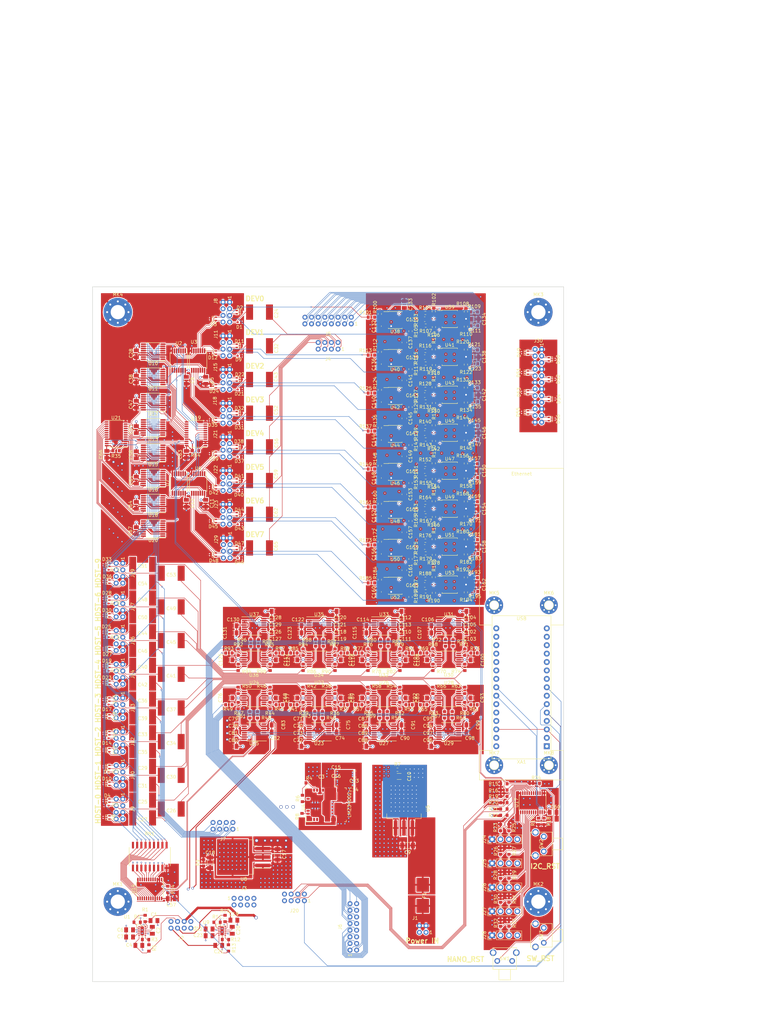
<source format=kicad_pcb>
(kicad_pcb (version 20171130) (host pcbnew "(2018-01-31 revision e69ddf0)-master")
  (layers (0 F.Cu signal) (1 In1.Cu power) (2 In2.Cu power) (31 B.Cu signal) (34 B.Paste user) (35 F.Paste user) (36 B.SilkS user) (37 F.SilkS user) (38 B.Mask user) (39 F.Mask user) (44 Edge.Cuts user))
  (net 0 "")
  (net 1 GNDREF)
  (net 2 +2V5)
  (net 3 "Net-(C2-Pad1)")
  (net 4 "Net-(C2-Pad2)")
  (net 5 +12V)
  (net 6 -2.5V)
  (net 7 +5V)
  (net 8 "/Power Handling/+12V-F")
  (net 9 -12VA)
  (net 10 +5VA)
  (net 11 -5VA)
  (net 12 "Net-(C20-Pad1)")
  (net 13 "Net-(C20-Pad2)")
  (net 14 "Net-(C24-Pad2)")
  (net 15 "Net-(C32-Pad2)")
  (net 16 "Net-(C35-Pad1)")
  (net 17 "/Audio Mux and Control/Stereo Amplifier 0/L_OUT")
  (net 18 "/Audio Mux and Control/Stereo Amplifier 0/R_OUT")
  (net 19 "Net-(C36-Pad1)")
  (net 20 "Net-(C37-Pad1)")
  (net 21 "/Audio Mux and Control/Stereo Amplifier 1/L_OUT")
  (net 22 "Net-(C39-Pad1)")
  (net 23 "Net-(C40-Pad1)")
  (net 24 "/Audio Mux and Control/Stereo Amplifier 1/R_OUT")
  (net 25 "Net-(C41-Pad1)")
  (net 26 "Net-(C42-Pad1)")
  (net 27 "/Audio Mux and Control/Stereo Amplifier 2/L_OUT")
  (net 28 "Net-(C44-Pad1)")
  (net 29 "/Audio Mux and Control/Stereo Amplifier 2/R_OUT")
  (net 30 "Net-(C45-Pad1)")
  (net 31 "/Audio Mux and Control/Stereo Amplifier 3/L_OUT")
  (net 32 "Net-(C46-Pad1)")
  (net 33 "/Audio Mux and Control/Stereo Amplifier 3/R_OUT")
  (net 34 "Net-(C48-Pad1)")
  (net 35 "/Audio Mux and Control/Stereo Amplifier 4/L_OUT")
  (net 36 "Net-(C51-Pad1)")
  (net 37 "/Audio Mux and Control/Stereo Amplifier 4/R_OUT")
  (net 38 "Net-(C53-Pad1)")
  (net 39 "/Audio Mux and Control/Stereo Amplifier 5/L_OUT")
  (net 40 "/Audio Mux and Control/Stereo Amplifier 5/R_OUT")
  (net 41 "/Audio Mux and Control/Stereo Amplifier 6/L_OUT")
  (net 42 "/Audio Mux and Control/Stereo Amplifier 6/R_OUT")
  (net 43 "/Audio Mux and Control/Stereo Amplifier 7/L_OUT")
  (net 44 "/Audio Mux and Control/Stereo Amplifier 7/R_OUT")
  (net 45 +3V3)
  (net 46 "/Audio Mux and Control/Device LR Distro Amplifier 0/R_IN")
  (net 47 "/Audio Mux and Control/Device LR Distro Amplifier 0/L_IN")
  (net 48 "/Audio Mux and Control/MIC-MUTE-0")
  (net 49 "/Audio Mux and Control/PTT-0")
  (net 50 "/Audio Mux and Control/PTT-1")
  (net 51 "/Audio Mux and Control/MIC-MUTE-1")
  (net 52 "/Audio Mux and Control/MIC-MUTE-2")
  (net 53 "/Audio Mux and Control/PTT-2")
  (net 54 "/Audio Mux and Control/PTT-3")
  (net 55 "/Audio Mux and Control/MIC-MUTE-3")
  (net 56 "/Audio Mux and Control/MIC-MUTE-4")
  (net 57 "/Audio Mux and Control/PTT-4")
  (net 58 "/Audio Mux and Control/PTT-5")
  (net 59 "/Audio Mux and Control/MIC-MUTE-5")
  (net 60 "/Audio Mux and Control/MIC-MUTE-6")
  (net 61 "/Audio Mux and Control/PTT-6")
  (net 62 "/Audio Mux and Control/PTT-7")
  (net 63 "/Audio Mux and Control/MIC-MUTE-7")
  (net 64 "/Power Handling/VIN+")
  (net 65 "/Audio Mux and Control/5V-SCL-2")
  (net 66 "/Audio Mux and Control/MIXER-OUT-R-4")
  (net 67 "/Audio Mux and Control/MIXER-OUT-L-5")
  (net 68 "/Audio Mux and Control/MIXER-OUT-R-6")
  (net 69 "/Audio Mux and Control/MIXER-OUT-L-7")
  (net 70 "/Audio Mux and Control/MIXER-OUT-L-3")
  (net 71 "/Audio Mux and Control/MIXER-OUT-R-2")
  (net 72 "/Audio Mux and Control/MIXER-OUT-L-1")
  (net 73 "/Audio Mux and Control/MIXER-OUT-R-0")
  (net 74 "/Audio Mux and Control/MIXER-OUT-L-0")
  (net 75 "/Audio Mux and Control/MIXER-OUT-R-1")
  (net 76 "/Audio Mux and Control/MIXER-OUT-L-2")
  (net 77 "/Audio Mux and Control/MIXER-OUT-R-3")
  (net 78 "/Audio Mux and Control/MIXER-OUT-L-4")
  (net 79 "/Audio Mux and Control/MIXER-OUT-R-5")
  (net 80 "/Audio Mux and Control/MIXER-OUT-L-6")
  (net 81 "/Audio Mux and Control/MIXER-OUT-R-7")
  (net 82 "Net-(R4-Pad2)")
  (net 83 "Net-(R8-Pad1)")
  (net 84 "Net-(R10-Pad2)")
  (net 85 "Net-(R12-Pad2)")
  (net 86 "/Arduino Nano Header Connections + Ethernet connection/D5_INT")
  (net 87 "/Audio Mux and Control/5V-SDA-0")
  (net 88 "/Audio Mux and Control/5V-SCL-0")
  (net 89 "/Arduino Nano Header Connections + Ethernet connection/5V-SCL")
  (net 90 "/Arduino Nano Header Connections + Ethernet connection/5V-SDA")
  (net 91 "/Audio Mux and Control/5V-SDA-1")
  (net 92 "/Audio Mux and Control/5V-SCL-1")
  (net 93 "/Audio Mux and Control/2v5-SCL-0")
  (net 94 "/Audio Mux and Control/2v5-SDA-0")
  (net 95 "/Arduino Nano Header Connections + Ethernet connection/D3_I2C")
  (net 96 "Net-(R34-Pad2)")
  (net 97 "Net-(R35-Pad2)")
  (net 98 "Net-(R36-Pad2)")
  (net 99 "Net-(R38-Pad2)")
  (net 100 "Net-(R40-Pad2)")
  (net 101 "Net-(R42-Pad2)")
  (net 102 "Net-(R44-Pad2)")
  (net 103 "Net-(R46-Pad2)")
  (net 104 "Net-(R48-Pad2)")
  (net 105 "Net-(R50-Pad2)")
  (net 106 "Net-(R52-Pad2)")
  (net 107 "Net-(R54-Pad2)")
  (net 108 "Net-(R56-Pad2)")
  (net 109 "Net-(R58-Pad2)")
  (net 110 "Net-(R60-Pad2)")
  (net 111 "Net-(R62-Pad2)")
  (net 112 "Net-(R64-Pad2)")
  (net 113 "Net-(R66-Pad2)")
  (net 114 "Net-(R68-Pad2)")
  (net 115 "Net-(R70-Pad2)")
  (net 116 "Net-(R72-Pad2)")
  (net 117 "Net-(R74-Pad2)")
  (net 118 "Net-(R76-Pad2)")
  (net 119 "Net-(R78-Pad2)")
  (net 120 "Net-(R80-Pad2)")
  (net 121 "Net-(R82-Pad2)")
  (net 122 "Net-(R84-Pad2)")
  (net 123 "Net-(R86-Pad2)")
  (net 124 "Net-(R88-Pad2)")
  (net 125 "Net-(R90-Pad2)")
  (net 126 "Net-(R92-Pad2)")
  (net 127 "Net-(R94-Pad2)")
  (net 128 "Net-(R96-Pad2)")
  (net 129 "Net-(R98-Pad2)")
  (net 130 "Net-(R100-Pad2)")
  (net 131 "Net-(R102-Pad2)")
  (net 132 "Net-(R103-Pad2)")
  (net 133 "Net-(R106-Pad2)")
  (net 134 "Net-(R108-Pad2)")
  (net 135 "/Audio Mux and Control/HEADSET-AUDIO-SOURCE-L-0")
  (net 136 "Net-(R112-Pad2)")
  (net 137 "/Audio Mux and Control/HEADSET-AUDIO-SOURCE-R-0")
  (net 138 "Net-(R118-Pad2)")
  (net 139 "Net-(R120-Pad2)")
  (net 140 "Net-(R122-Pad2)")
  (net 141 "Net-(R124-Pad2)")
  (net 142 "Net-(R126-Pad2)")
  (net 143 "Net-(R130-Pad2)")
  (net 144 "Net-(R132-Pad2)")
  (net 145 "Net-(R134-Pad2)")
  (net 146 "Net-(R136-Pad2)")
  (net 147 "Net-(R138-Pad2)")
  (net 148 "Net-(R142-Pad2)")
  (net 149 "Net-(R144-Pad2)")
  (net 150 "/Audio Mux and Control/HEADSET-AUDIO-SOURCE-L-1")
  (net 151 "Net-(R148-Pad2)")
  (net 152 "/Audio Mux and Control/HEADSET-AUDIO-SOURCE-R-1")
  (net 153 "Net-(R154-Pad2)")
  (net 154 "Net-(R156-Pad2)")
  (net 155 "Net-(R158-Pad2)")
  (net 156 "Net-(R160-Pad2)")
  (net 157 "Net-(R162-Pad2)")
  (net 158 "Net-(R166-Pad2)")
  (net 159 "Net-(R168-Pad2)")
  (net 160 "Net-(R170-Pad2)")
  (net 161 "Net-(R172-Pad2)")
  (net 162 "Net-(R174-Pad2)")
  (net 163 "Net-(R178-Pad2)")
  (net 164 "Net-(R180-Pad2)")
  (net 165 "/Audio Mux and Control/HEADSET-AUDIO-SOURCE-L-2")
  (net 166 "Net-(R184-Pad2)")
  (net 167 "/Audio Mux and Control/HEADSET-AUDIO-SOURCE-R-2")
  (net 168 "Net-(R190-Pad2)")
  (net 169 "Net-(R192-Pad2)")
  (net 170 "Net-(R194-Pad2)")
  (net 171 "/Audio Mux and Control/HEADSET-AUDIO-SOURCE-L-3")
  (net 172 "/Audio Mux and Control/HEADSET-AUDIO-SOURCE-R-3")
  (net 173 "/Audio Mux and Control/HEADSET-AUDIO-SOURCE-L-5")
  (net 174 "/Audio Mux and Control/HEADSET-AUDIO-SOURCE-R-5")
  (net 175 "/Audio Mux and Control/HEADSET-AUDIO-SOURCE-L-6")
  (net 176 "/Audio Mux and Control/HEADSET-AUDIO-SOURCE-R-6")
  (net 177 "/Audio Mux and Control/HEADSET-AUDIO-SOURCE-L-7")
  (net 178 "/Audio Mux and Control/HEADSET-AUDIO-SOURCE-R-7")
  (net 179 "/Audio Mux and Control/HEADSET-AUDIO-SOURCE-L-4")
  (net 180 "/Audio Mux and Control/HEADSET-AUDIO-SOURCE-R-4")
  (net 181 "/Arduino Nano Header Connections + Ethernet connection/Nano_RST")
  (net 182 "/Arduino Nano Header Connections + Ethernet connection/D2_SPST")
  (net 183 "/Audio Mux and Control/R_OUT3")
  (net 184 "/Audio Mux and Control/L_OUT3")
  (net 185 "/Audio Mux and Control/R_OUT2")
  (net 186 "/Audio Mux and Control/L_OUT0")
  (net 187 "/Audio Mux and Control/R_OUT0")
  (net 188 "/Audio Mux and Control/L_OUT1")
  (net 189 "/Audio Mux and Control/R_OUT1")
  (net 190 "/Audio Mux and Control/L_OUT2")
  (net 191 "/Audio Mux and Control/L_OUT7")
  (net 192 "/Audio Mux and Control/R_OUT7")
  (net 193 "/Audio Mux and Control/R_OUT6")
  (net 194 "/Audio Mux and Control/L_OUT6")
  (net 195 "/Audio Mux and Control/R_OUT5")
  (net 196 "/Audio Mux and Control/L_OUT5")
  (net 197 "/Audio Mux and Control/R_OUT4")
  (net 198 "/Audio Mux and Control/L_OUT4")
  (net 199 "/Audio Mux and Control/RPI-PTT-3")
  (net 200 "/Audio Mux and Control/RPI-PTT-2")
  (net 201 "/Audio Mux and Control/RPI-PTT-1")
  (net 202 "/Audio Mux and Control/RPI-PTT-0")
  (net 203 "/Audio Mux and Control/DEV-PTT-XBAR-CTL1")
  (net 204 "/Audio Mux and Control/DEV-PTT-XBAR-CTL2")
  (net 205 "/Audio Mux and Control/DEV-PTT-XBAR-CTL0")
  (net 206 "/Audio Mux and Control/DEV-PTT-XBAR-CTL4")
  (net 207 "/Audio Mux and Control/DEV-PTT-XBAR-CTL5")
  (net 208 "/Audio Mux and Control/DEV-PTT-XBAR-CTL3")
  (net 209 "/Audio Mux and Control/DEV-PTT-XBAR-CTL7")
  (net 210 "/Audio Mux and Control/DEV-PTT-XBAR-CTL8")
  (net 211 "/Audio Mux and Control/DEV-PTT-XBAR-CTL6")
  (net 212 "/Audio Mux and Control/DEV-PTT-XBAR-CTL10")
  (net 213 "/Audio Mux and Control/DEV-PTT-XBAR-CTL11")
  (net 214 "/Audio Mux and Control/DEV-PTT-XBAR-CTL9")
  (net 215 "/Audio Mux and Control/RPI-PTT-7")
  (net 216 "/Audio Mux and Control/RPI-PTT-6")
  (net 217 "/Audio Mux and Control/RPI-PTT-5")
  (net 218 "/Audio Mux and Control/RPI-PTT-4")
  (net 219 "/Audio Mux and Control/DEV-PTT-XBAR-CTL13")
  (net 220 "/Audio Mux and Control/DEV-PTT-XBAR-CTL14")
  (net 221 "/Audio Mux and Control/DEV-PTT-XBAR-CTL12")
  (net 222 "/Audio Mux and Control/DEV-PTT-XBAR-CTL16")
  (net 223 "/Audio Mux and Control/DEV-PTT-XBAR-CTL17")
  (net 224 "/Audio Mux and Control/DEV-PTT-XBAR-CTL15")
  (net 225 "/Audio Mux and Control/DEV-PTT-XBAR-CTL18")
  (net 226 "/Audio Mux and Control/DEV-PTT-XBAR-CTL20")
  (net 227 "/Audio Mux and Control/DEV-PTT-XBAR-CTL19")
  (net 228 "/Audio Mux and Control/DEV-PTT-XBAR-CTL21")
  (net 229 "/Audio Mux and Control/DEV-PTT-XBAR-CTL22")
  (net 230 "/Audio Mux and Control/DEV-PTT-XBAR-CTL23")
  (net 231 "/Audio Mux and Control/Device LR Distro Amplifier 1/R_IN")
  (net 232 "/Audio Mux and Control/Device LR Distro Amplifier 1/L_IN")
  (net 233 "/Audio Mux and Control/Device LR Distro Amplifier 2/R_IN")
  (net 234 "/Audio Mux and Control/Device LR Distro Amplifier 2/L_IN")
  (net 235 "/Audio Mux and Control/Device LR Distro Amplifier 3/L_IN")
  (net 236 "/Audio Mux and Control/Device LR Distro Amplifier 3/R_IN")
  (net 237 "/Audio Mux and Control/Device LR Distro Amplifier 4/R_IN")
  (net 238 "/Audio Mux and Control/Device LR Distro Amplifier 4/L_IN")
  (net 239 "/Audio Mux and Control/Device LR Distro Amplifier 5/L_IN")
  (net 240 "/Audio Mux and Control/Device LR Distro Amplifier 5/R_IN")
  (net 241 "/Audio Mux and Control/Device LR Distro Amplifier 6/R_IN")
  (net 242 "/Audio Mux and Control/Device LR Distro Amplifier 6/L_IN")
  (net 243 "/Audio Mux and Control/Device LR Distro Amplifier 7/R_IN")
  (net 244 "/Audio Mux and Control/Device LR Distro Amplifier 7/L_IN")
  (net 245 "/Audio Mux and Control/MIC-OUT0")
  (net 246 "/Audio Mux and Control/MIC-OUT1")
  (net 247 "/Audio Mux and Control/MIC-OUT2")
  (net 248 "/Audio Mux and Control/MIC-OUT3")
  (net 249 "/Audio Mux and Control/MIC-IN0")
  (net 250 "/Audio Mux and Control/MIC-IN1")
  (net 251 "/Audio Mux and Control/MIC-OUT4")
  (net 252 "/Audio Mux and Control/MIC-IN2")
  (net 253 "/Audio Mux and Control/MIC-IN3")
  (net 254 "/Audio Mux and Control/MIC-IN4")
  (net 255 "/Audio Mux and Control/MIC-IN5")
  (net 256 "/Audio Mux and Control/MIC-OUT5")
  (net 257 "/Audio Mux and Control/MIC-IN6")
  (net 258 "/Audio Mux and Control/MIC-IN7")
  (net 259 "/Audio Mux and Control/MIC-OUT6")
  (net 260 "/Audio Mux and Control/MIC-OUT7")
  (net 261 "/Audio Mux and Control/5V-SDA-2")
  (net 262 "/Audio Mux and Control/5V-SCL-3")
  (net 263 "/Audio Mux and Control/5V-SDA-3")
  (net 264 "/Audio Mux and Control/5V-SDA-4")
  (net 265 "/Audio Mux and Control/5V-SCL-4")
  (net 266 "/Audio Mux and Control/5V-SCL-5")
  (net 267 "/Audio Mux and Control/5V-SDA-5")
  (net 268 "/Audio Mux and Control/5V-SDA-6")
  (net 269 "/Audio Mux and Control/5V-SCL-6")
  (net 270 "Net-(C7-Pad1)")
  (net 271 "Net-(C23-Pad1)")
  (net 272 "Net-(C25-Pad1)")
  (net 273 "Net-(C26-Pad1)")
  (net 274 "Net-(C27-Pad1)")
  (net 275 "Net-(C29-Pad1)")
  (net 276 "Net-(C30-Pad1)")
  (net 277 "Net-(C31-Pad1)")
  (net 278 "Net-(C33-Pad1)")
  (net 279 "Net-(C34-Pad1)")
  (net 280 "Net-(C43-Pad2)")
  (net 281 "Net-(C49-Pad1)")
  (net 282 "Net-(C50-Pad1)")
  (net 283 "Net-(C52-Pad2)")
  (net 284 "Net-(C54-Pad1)")
  (net 285 "Net-(C56-Pad2)")
  (net 286 "Net-(C59-Pad2)")
  (net 287 "Net-(C62-Pad2)")
  (net 288 "Net-(C65-Pad2)")
  (net 289 "Net-(R1-Pad2)")
  (net 290 "Net-(R3-Pad2)")
  (net 291 "Net-(R36-Pad1)")
  (net 292 "Net-(R39-Pad2)")
  (net 293 "Net-(R39-Pad1)")
  (net 294 "Net-(R43-Pad2)")
  (net 295 "Net-(R44-Pad1)")
  (net 296 "Net-(R47-Pad2)")
  (net 297 "Net-(R47-Pad1)")
  (net 298 "Net-(R51-Pad2)")
  (net 299 "Net-(R52-Pad1)")
  (net 300 "Net-(R55-Pad2)")
  (net 301 "Net-(R55-Pad1)")
  (net 302 "Net-(R59-Pad2)")
  (net 303 "Net-(R60-Pad1)")
  (net 304 "Net-(R63-Pad2)")
  (net 305 "Net-(R63-Pad1)")
  (net 306 "Net-(R67-Pad2)")
  (net 307 "Net-(R68-Pad1)")
  (net 308 "Net-(R71-Pad2)")
  (net 309 "Net-(R71-Pad1)")
  (net 310 "Net-(R75-Pad2)")
  (net 311 "Net-(R76-Pad1)")
  (net 312 "Net-(R79-Pad2)")
  (net 313 "Net-(R79-Pad1)")
  (net 314 "Net-(R83-Pad2)")
  (net 315 "Net-(R84-Pad1)")
  (net 316 "Net-(R87-Pad2)")
  (net 317 "Net-(R87-Pad1)")
  (net 318 "Net-(R91-Pad2)")
  (net 319 "Net-(R92-Pad1)")
  (net 320 "Net-(R95-Pad2)")
  (net 321 "Net-(R95-Pad1)")
  (net 322 "Net-(R99-Pad2)")
  (net 323 "Net-(R100-Pad1)")
  (net 324 "Net-(R103-Pad1)")
  (net 325 "Net-(R110-Pad2)")
  (net 326 "Net-(R112-Pad1)")
  (net 327 "Net-(R114-Pad2)")
  (net 328 "Net-(R115-Pad2)")
  (net 329 "Net-(R115-Pad1)")
  (net 330 "Net-(R124-Pad1)")
  (net 331 "Net-(R127-Pad1)")
  (net 332 "Net-(R127-Pad2)")
  (net 333 "Net-(R136-Pad1)")
  (net 334 "Net-(R139-Pad2)")
  (net 335 "Net-(R139-Pad1)")
  (net 336 "Net-(R146-Pad2)")
  (net 337 "Net-(R148-Pad1)")
  (net 338 "Net-(R150-Pad2)")
  (net 339 "Net-(R151-Pad1)")
  (net 340 "Net-(R151-Pad2)")
  (net 341 "Net-(R160-Pad1)")
  (net 342 "Net-(R163-Pad1)")
  (net 343 "Net-(R163-Pad2)")
  (net 344 "Net-(R172-Pad1)")
  (net 345 "Net-(R175-Pad2)")
  (net 346 "Net-(R175-Pad1)")
  (net 347 "Net-(R182-Pad2)")
  (net 348 "Net-(R184-Pad1)")
  (net 349 "Net-(R186-Pad2)")
  (net 350 "Net-(R187-Pad1)")
  (net 351 "Net-(R187-Pad2)")
  (net 352 "Net-(U4-Pad21)")
  (net 353 "/Audio Mux and Control/PTT+DEV0")
  (net 354 "/Audio Mux and Control/PTT-DEV0")
  (net 355 "/Audio Mux and Control/PTT+DEV1")
  (net 356 "/Audio Mux and Control/PTT-DEV1")
  (net 357 "/Audio Mux and Control/PTT+DEV2")
  (net 358 "/Audio Mux and Control/PTT-DEV2")
  (net 359 "/Audio Mux and Control/PTT+DEV3")
  (net 360 "/Audio Mux and Control/PTT-DEV3")
  (net 361 "/Audio Mux and Control/PTT+DEV4")
  (net 362 "/Audio Mux and Control/PTT-DEV4")
  (net 363 "/Audio Mux and Control/PTT+DEV5")
  (net 364 "/Audio Mux and Control/PTT-DEV5")
  (net 365 "/Audio Mux and Control/PTT+DEV6")
  (net 366 "/Audio Mux and Control/PTT-DEV6")
  (net 367 "/Audio Mux and Control/PTT+DEV7")
  (net 368 "/Audio Mux and Control/PTT-DEV7")
  (net 369 "/Audio Mux and Control/MUX->OR-2")
  (net 370 "/Audio Mux and Control/DEV-PTT-TRGR-2")
  (net 371 "/Audio Mux and Control/MUX->OR-1")
  (net 372 "/Audio Mux and Control/DEV-PTT-TRGR-1")
  (net 373 "/Audio Mux and Control/DEV-PTT-TRGR-0")
  (net 374 "/Audio Mux and Control/MUX->OR-0")
  (net 375 "/Audio Mux and Control/DEV-PTT-TRGR-3")
  (net 376 "/Audio Mux and Control/MUX->OR-3")
  (net 377 "/Audio Mux and Control/DEV-PTT-TRGR-5")
  (net 378 "/Audio Mux and Control/DEV-PTT-TRGR-6")
  (net 379 "/Audio Mux and Control/DEV-PTT-TRGR-7")
  (net 380 "/Audio Mux and Control/DEV-PTT-TRGR-4")
  (net 381 "/Audio Mux and Control/MUX->OR-6")
  (net 382 "/Audio Mux and Control/MUX->OR-5")
  (net 383 "/Audio Mux and Control/MUX->OR-4")
  (net 384 "/Audio Mux and Control/MUX->OR-7")
  (module SW-Arduino:Nano-Header-Ethernet-4NANO (layer F.Cu) (at 185.42 227.457 90)
    (fp_text reference XA1 (at -22.51 0 180) (layer F.SilkS))
    (fp_text value Nano_Headers)
    (fp_text user Ethernet (at 64.389 0 180) (layer F.SilkS))
    (fp_text user USB (at 20.75 0 180) (layer F.SilkS))
    (pad 15 thru_hole circle (at 17.78 7.62 90) (size 1.788 1.788) (drill 0.9144) (layers *.Cu *.Mask))
    (pad 16 thru_hole circle (at 17.78 -7.62 90) (size 1.788 1.788) (drill 0.9144) (layers *.Cu *.Mask))
    (pad 14 thru_hole circle (at 15.24 7.62 90) (size 1.788 1.788) (drill 0.9144) (layers *.Cu *.Mask))
    (pad 17 thru_hole circle (at 15.24 -7.62 90) (size 1.788 1.788) (drill 0.9144) (layers *.Cu *.Mask) (net 45 +3V3))
    (pad 13 thru_hole circle (at 12.7 7.62 90) (size 1.788 1.788) (drill 0.9144) (layers *.Cu *.Mask))
    (pad 18 thru_hole circle (at 12.7 -7.62 90) (size 1.788 1.788) (drill 0.9144) (layers *.Cu *.Mask))
    (pad 12 thru_hole circle (at 10.16 7.62 90) (size 1.788 1.788) (drill 0.9144) (layers *.Cu *.Mask))
    (pad 19 thru_hole circle (at 10.16 -7.62 90) (size 1.788 1.788) (drill 0.9144) (layers *.Cu *.Mask))
    (pad 11 thru_hole circle (at 7.62 7.62 90) (size 1.788 1.788) (drill 0.9144) (layers *.Cu *.Mask))
    (pad 20 thru_hole circle (at 7.62 -7.62 90) (size 1.788 1.788) (drill 0.9144) (layers *.Cu *.Mask))
    (pad 10 thru_hole circle (at 5.08 7.62 90) (size 1.788 1.788) (drill 0.9144) (layers *.Cu *.Mask))
    (pad 21 thru_hole circle (at 5.08 -7.62 90) (size 1.788 1.788) (drill 0.9144) (layers *.Cu *.Mask))
    (pad 9 thru_hole circle (at 2.54 7.62 90) (size 1.788 1.788) (drill 0.9144) (layers *.Cu *.Mask))
    (pad 22 thru_hole circle (at 2.54 -7.62 90) (size 1.788 1.788) (drill 0.9144) (layers *.Cu *.Mask))
    (pad 8 thru_hole circle (at 0 7.62 90) (size 1.788 1.788) (drill 0.9144) (layers *.Cu *.Mask) (net 86 "/Arduino Nano Header Connections + Ethernet connection/D5_INT"))
    (pad 23 thru_hole circle (at 0 -7.62 90) (size 1.788 1.788) (drill 0.9144) (layers *.Cu *.Mask) (net 90 "/Arduino Nano Header Connections + Ethernet connection/5V-SDA"))
    (pad 7 thru_hole circle (at -2.54 7.62 90) (size 1.788 1.788) (drill 0.9144) (layers *.Cu *.Mask))
    (pad 24 thru_hole circle (at -2.54 -7.62 90) (size 1.788 1.788) (drill 0.9144) (layers *.Cu *.Mask) (net 89 "/Arduino Nano Header Connections + Ethernet connection/5V-SCL"))
    (pad 6 thru_hole circle (at -5.08 7.62 90) (size 1.788 1.788) (drill 0.9144) (layers *.Cu *.Mask) (net 95 "/Arduino Nano Header Connections + Ethernet connection/D3_I2C"))
    (pad 25 thru_hole circle (at -5.08 -7.62 90) (size 1.788 1.788) (drill 0.9144) (layers *.Cu *.Mask))
    (pad 5 thru_hole circle (at -7.62 7.62 90) (size 1.788 1.788) (drill 0.9144) (layers *.Cu *.Mask) (net 182 "/Arduino Nano Header Connections + Ethernet connection/D2_SPST"))
    (pad 26 thru_hole circle (at -7.62 -7.62 90) (size 1.788 1.788) (drill 0.9144) (layers *.Cu *.Mask))
    (pad 4 thru_hole circle (at -10.16 7.62 90) (size 1.788 1.788) (drill 0.9144) (layers *.Cu *.Mask) (net 1 GNDREF))
    (pad 27 thru_hole circle (at -10.16 -7.62 90) (size 1.788 1.788) (drill 0.9144) (layers *.Cu *.Mask) (net 7 +5V))
    (pad 3 thru_hole circle (at -12.7 7.62 90) (size 1.788 1.788) (drill 0.9144) (layers *.Cu *.Mask) (net 181 "/Arduino Nano Header Connections + Ethernet connection/Nano_RST"))
    (pad 28 thru_hole circle (at -12.7 -7.62 90) (size 1.788 1.788) (drill 0.9144) (layers *.Cu *.Mask) (net 181 "/Arduino Nano Header Connections + Ethernet connection/Nano_RST"))
    (pad 2 thru_hole circle (at -15.24 7.62 90) (size 1.788 1.788) (drill 0.9144) (layers *.Cu *.Mask))
    (pad 29 thru_hole circle (at -15.24 -7.62 90) (size 1.788 1.788) (drill 0.9144) (layers *.Cu *.Mask) (net 1 GNDREF))
    (pad 1 thru_hole rect (at -17.78 7.62 90) (size 1.788 1.788) (drill 0.9144) (layers *.Cu *.Mask))
    (pad 30 thru_hole circle (at -17.78 -7.62 90) (size 1.788 1.788) (drill 0.9144) (layers *.Cu *.Mask))
  )
  (module "SW-Texas:RKG_(S-PB1QFN-N41)" (layer F.Cu) (at 126.3904 262.89 90)
    (fp_text reference U4 (at -0.762 -6.84 90) (layer F.SilkS))
    (fp_text value LMZ34002 (at 0 7.02 90) (layer F.SilkS))
    (pad 1 smd custom (at -4.1 -5.05 90) (size 0.6 0.6) (layers F.Cu F.Paste F.Mask) (net 9 -12VA) (options (clearance outline) (anchor rect)) (primitives (gr_poly (pts (xy -0.8 -0.85) (xy 0.8 -0.85) (xy 0.8 0.19) (xy 0.19 0.85) (xy -0.8 0.85)) (width 0))))
    (pad 37 thru_hole circle (at 0.64 -3.3 90) (size 0.5 0.5) (drill 0.3) (layers *.Cu) (net 9 -12VA))
    (pad 37 thru_hole circle (at 0.64 -2.52 90) (size 0.5 0.5) (drill 0.3) (layers *.Cu) (net 9 -12VA))
    (pad 37 thru_hole circle (at -1.08 -2.52 90) (size 0.5 0.5) (drill 0.3) (layers *.Cu) (net 9 -12VA))
    (pad 37 thru_hole circle (at -1.08 -3.3 90) (size 0.5 0.5) (drill 0.3) (layers *.Cu) (net 9 -12VA))
    (pad 37 thru_hole circle (at 0.64 -4.08 90) (size 0.5 0.5) (drill 0.3) (layers *.Cu) (net 9 -12VA))
    (pad 37 thru_hole circle (at -1.08 -4.08 90) (size 0.5 0.5) (drill 0.3) (layers *.Cu) (net 9 -12VA))
    (pad 41 smd rect (at 2.65 1.32 180) (size 3.05 2.04) (layers F.Cu F.Paste F.Mask) (net 352 "Net-(U4-Pad21)"))
    (pad 40 smd rect (at 2.35 4.06 90) (size 1.4 1.24) (layers F.Cu F.Paste F.Mask) (net 9 -12VA))
    (pad 39 smd rect (at -1.3 3.59 90) (size 3.1 2.2) (layers F.Cu F.Paste F.Mask) (net 1 GNDREF))
    (pad 38 smd rect (at -1.3 0.11 90) (size 3.1 2.2) (layers F.Cu F.Paste F.Mask) (net 352 "Net-(U4-Pad21)"))
    (pad 37 smd rect (at -0.22 -3.3 180) (size 2.25 2.3) (layers F.Cu F.Paste F.Mask) (net 9 -12VA))
    (pad 36 smd rect (at -2.7 -5.425 180) (size 0.95 0.6) (layers F.Cu F.Paste F.Mask) (net 83 "Net-(R8-Pad1)"))
    (pad 35 smd rect (at -1.8 -5.425 180) (size 0.95 0.6) (layers F.Cu F.Paste F.Mask))
    (pad 34 smd rect (at -0.9 -5.425 180) (size 0.95 0.6) (layers F.Cu F.Paste F.Mask) (net 9 -12VA))
    (pad 33 smd rect (at 0 -5.425 180) (size 0.95 0.6) (layers F.Cu F.Paste F.Mask) (net 9 -12VA))
    (pad 32 smd rect (at 0.9 -5.425 180) (size 0.95 0.6) (layers F.Cu F.Paste F.Mask) (net 9 -12VA))
    (pad 31 smd rect (at 1.8 -5.425 180) (size 0.95 0.6) (layers F.Cu F.Paste F.Mask))
    (pad 30 smd rect (at 2.7 -5.425 180) (size 0.95 0.6) (layers F.Cu F.Paste F.Mask) (net 9 -12VA))
    (pad 29 smd rect (at 4.1 -5.05 180) (size 1.7 1.6) (layers F.Cu F.Paste F.Mask) (net 9 -12VA))
    (pad 28 smd rect (at 4.425 -3.6 90) (size 0.95 0.6) (layers F.Cu F.Paste F.Mask))
    (pad 27 smd rect (at 4.425 -2.7 90) (size 0.95 0.6) (layers F.Cu F.Paste F.Mask) (net 82 "Net-(R4-Pad2)"))
    (pad 26 smd rect (at 4.425 -1.8 90) (size 0.95 0.6) (layers F.Cu F.Paste F.Mask) (net 5 +12V))
    (pad 25 smd rect (at 4.425 -0.9 90) (size 0.95 0.6) (layers F.Cu F.Paste F.Mask))
    (pad 24 smd rect (at 4.425 0 90) (size 0.95 0.6) (layers F.Cu F.Paste F.Mask) (net 352 "Net-(U4-Pad21)"))
    (pad 23 smd rect (at 4.425 0.9 90) (size 0.95 0.6) (layers F.Cu F.Paste F.Mask) (net 352 "Net-(U4-Pad21)"))
    (pad 22 smd rect (at 4.425 1.8 90) (size 0.95 0.6) (layers F.Cu F.Paste F.Mask) (net 352 "Net-(U4-Pad21)"))
    (pad 21 smd rect (at 4.425 2.7 90) (size 0.95 0.6) (layers F.Cu F.Paste F.Mask) (net 352 "Net-(U4-Pad21)"))
    (pad 20 smd rect (at 4.425 3.6 90) (size 0.95 0.6) (layers F.Cu F.Paste F.Mask) (net 9 -12VA))
    (pad 19 smd rect (at 4.1 5.05 180) (size 1.7 1.6) (layers F.Cu F.Paste F.Mask) (net 9 -12VA))
    (pad 18 smd rect (at 2.7 5.425 180) (size 0.95 0.6) (layers F.Cu F.Paste F.Mask) (net 9 -12VA))
    (pad 17 smd rect (at 1.8 5.425 180) (size 0.95 0.6) (layers F.Cu F.Paste F.Mask) (net 9 -12VA))
    (pad 16 smd rect (at 0.9 5.425 180) (size 0.95 0.6) (layers F.Cu F.Paste F.Mask) (net 9 -12VA))
    (pad 15 smd rect (at 0 5.425 180) (size 0.95 0.6) (layers F.Cu F.Paste F.Mask) (net 1 GNDREF))
    (pad 14 smd rect (at -0.9 5.425 180) (size 0.95 0.6) (layers F.Cu F.Paste F.Mask) (net 1 GNDREF))
    (pad 13 smd rect (at -1.8 5.425 180) (size 0.95 0.6) (layers F.Cu F.Paste F.Mask) (net 1 GNDREF))
    (pad 12 smd rect (at -2.7 5.425 180) (size 0.95 0.6) (layers F.Cu F.Paste F.Mask) (net 1 GNDREF))
    (pad 11 smd rect (at -4.1 5.05 180) (size 1.7 1.6) (layers F.Cu F.Paste F.Mask) (net 1 GNDREF))
    (pad 10 smd rect (at -4.425 3.6 90) (size 0.95 0.6) (layers F.Cu F.Paste F.Mask) (net 1 GNDREF))
    (pad 9 smd rect (at -4.425 2.7 90) (size 0.95 0.6) (layers F.Cu F.Paste F.Mask) (net 9 -12VA))
    (pad 8 smd rect (at -4.425 1.8 90) (size 0.95 0.6) (layers F.Cu F.Paste F.Mask) (net 9 -12VA))
    (pad 7 smd rect (at -4.425 0.9 90) (size 0.95 0.6) (layers F.Cu F.Paste F.Mask) (net 352 "Net-(U4-Pad21)"))
    (pad 6 smd rect (at -4.425 0 90) (size 0.95 0.6) (layers F.Cu F.Paste F.Mask) (net 352 "Net-(U4-Pad21)"))
    (pad 5 smd rect (at -4.425 -0.9 90) (size 0.95 0.6) (layers F.Cu F.Paste F.Mask) (net 9 -12VA))
    (pad 4 smd rect (at -4.425 -1.8 90) (size 0.95 0.6) (layers F.Cu F.Paste F.Mask) (net 9 -12VA))
    (pad 3 smd rect (at -4.425 -2.7 90) (size 0.95 0.6) (layers F.Cu F.Paste F.Mask))
    (pad 2 smd rect (at -4.425 -3.6 90) (size 0.95 0.6) (layers F.Cu F.Paste F.Mask))
  )
  (module SW-Kemet:Kemet_CAP_2220_5750Metric_D (layer F.Cu) (at 106.299 134.62 180)
    (fp_text reference C43 (at -4.953 0.762 270) (layer F.SilkS))
    (fp_text value 1uF)
    (pad 2 smd rect (at 3 0 180) (size 2.1 4.6) (layers F.Cu F.Paste F.Mask) (net 280 "Net-(C43-Pad2)"))
    (pad 1 smd rect (at -3 0 180) (size 2.1 4.6) (layers F.Cu F.Paste F.Mask) (net 247 "/Audio Mux and Control/MIC-OUT2"))
  )
  (module SW-Kemet:Kemet_CAP_2220_5750Metric_D (layer F.Cu) (at 106.299 114.3 180)
    (fp_text reference C24 (at -5.08 -0.381 270) (layer F.SilkS))
    (fp_text value 1uF)
    (pad 2 smd rect (at 3 0 180) (size 2.1 4.6) (layers F.Cu F.Paste F.Mask) (net 14 "Net-(C24-Pad2)"))
    (pad 1 smd rect (at -3 0 180) (size 2.1 4.6) (layers F.Cu F.Paste F.Mask) (net 245 "/Audio Mux and Control/MIC-OUT0"))
  )
  (module SW-Kemet:Kemet_CAP_2220_5750Metric_D (layer F.Cu) (at 106.299 124.46 180)
    (fp_text reference C32 (at -5.08 -0.762 270) (layer F.SilkS))
    (fp_text value 1uF)
    (pad 2 smd rect (at 3 0 180) (size 2.1 4.6) (layers F.Cu F.Paste F.Mask) (net 15 "Net-(C32-Pad2)"))
    (pad 1 smd rect (at -3 0 180) (size 2.1 4.6) (layers F.Cu F.Paste F.Mask) (net 246 "/Audio Mux and Control/MIC-OUT1"))
  )
  (module SW-Kemet:Kemet_CAP_2220_5750Metric_D (layer F.Cu) (at 106.299 144.78 180)
    (fp_text reference C52 (at -4.953 0.889 270) (layer F.SilkS))
    (fp_text value 1uF)
    (pad 2 smd rect (at 3 0 180) (size 2.1 4.6) (layers F.Cu F.Paste F.Mask) (net 283 "Net-(C52-Pad2)"))
    (pad 1 smd rect (at -3 0 180) (size 2.1 4.6) (layers F.Cu F.Paste F.Mask) (net 248 "/Audio Mux and Control/MIC-OUT3"))
  )
  (module SW-Kemet:Kemet_CAP_2220_5750Metric_D (layer F.Cu) (at 70.993 261.493)
    (fp_text reference C25 (at 0 0.5) (layer F.SilkS))
    (fp_text value 1uF)
    (pad 2 smd rect (at 3 0) (size 2.1 4.6) (layers F.Cu F.Paste F.Mask) (net 17 "/Audio Mux and Control/Stereo Amplifier 0/L_OUT"))
    (pad 1 smd rect (at -3 0) (size 2.1 4.6) (layers F.Cu F.Paste F.Mask) (net 272 "Net-(C25-Pad1)"))
  )
  (module SW-Kemet:Kemet_CAP_2220_5750Metric_D (layer F.Cu) (at 79.629 264.16)
    (fp_text reference C26 (at 0 0.5) (layer F.SilkS))
    (fp_text value 1uF)
    (pad 2 smd rect (at 3 0) (size 2.1 4.6) (layers F.Cu F.Paste F.Mask) (net 18 "/Audio Mux and Control/Stereo Amplifier 0/R_OUT"))
    (pad 1 smd rect (at -3 0) (size 2.1 4.6) (layers F.Cu F.Paste F.Mask) (net 273 "Net-(C26-Pad1)"))
  )
  (module SW-Kemet:Kemet_CAP_2220_5750Metric_D (layer F.Cu) (at 70.993 266.827)
    (fp_text reference C27 (at 0 0.5) (layer F.SilkS))
    (fp_text value 1uF)
    (pad 2 smd rect (at 3 0) (size 2.1 4.6) (layers F.Cu F.Paste F.Mask) (net 249 "/Audio Mux and Control/MIC-IN0"))
    (pad 1 smd rect (at -3 0) (size 2.1 4.6) (layers F.Cu F.Paste F.Mask) (net 274 "Net-(C27-Pad1)"))
  )
  (module SW-Kemet:Kemet_CAP_2220_5750Metric_D (layer F.Cu) (at 70.993 251.333)
    (fp_text reference C29 (at 0 0.5) (layer F.SilkS))
    (fp_text value 1uF)
    (pad 2 smd rect (at 3 0) (size 2.1 4.6) (layers F.Cu F.Paste F.Mask) (net 21 "/Audio Mux and Control/Stereo Amplifier 1/L_OUT"))
    (pad 1 smd rect (at -3 0) (size 2.1 4.6) (layers F.Cu F.Paste F.Mask) (net 275 "Net-(C29-Pad1)"))
  )
  (module SW-Kemet:Kemet_CAP_2220_5750Metric_D (layer F.Cu) (at 79.629 254)
    (fp_text reference C30 (at 0 0.5) (layer F.SilkS))
    (fp_text value 1uF)
    (pad 2 smd rect (at 3 0) (size 2.1 4.6) (layers F.Cu F.Paste F.Mask) (net 24 "/Audio Mux and Control/Stereo Amplifier 1/R_OUT"))
    (pad 1 smd rect (at -3 0) (size 2.1 4.6) (layers F.Cu F.Paste F.Mask) (net 276 "Net-(C30-Pad1)"))
  )
  (module SW-Kemet:Kemet_CAP_2220_5750Metric_D (layer F.Cu) (at 70.993 256.667)
    (fp_text reference C31 (at 0 0.5) (layer F.SilkS))
    (fp_text value 1uF)
    (pad 2 smd rect (at 3 0) (size 2.1 4.6) (layers F.Cu F.Paste F.Mask) (net 250 "/Audio Mux and Control/MIC-IN1"))
    (pad 1 smd rect (at -3 0) (size 2.1 4.6) (layers F.Cu F.Paste F.Mask) (net 277 "Net-(C31-Pad1)"))
  )
  (module SW-Kemet:Kemet_CAP_2220_5750Metric_D (layer F.Cu) (at 106.299 154.94 180)
    (fp_text reference C56 (at -5.08 1.143 270) (layer F.SilkS))
    (fp_text value 1uF)
    (pad 2 smd rect (at 3 0 180) (size 2.1 4.6) (layers F.Cu F.Paste F.Mask) (net 285 "Net-(C56-Pad2)"))
    (pad 1 smd rect (at -3 0 180) (size 2.1 4.6) (layers F.Cu F.Paste F.Mask) (net 251 "/Audio Mux and Control/MIC-OUT4"))
  )
  (module SW-Kemet:Kemet_CAP_2220_5750Metric_D (layer F.Cu) (at 70.993 241.173)
    (fp_text reference C33 (at 0 0.5) (layer F.SilkS))
    (fp_text value 1uF)
    (pad 2 smd rect (at 3 0) (size 2.1 4.6) (layers F.Cu F.Paste F.Mask) (net 27 "/Audio Mux and Control/Stereo Amplifier 2/L_OUT"))
    (pad 1 smd rect (at -3 0) (size 2.1 4.6) (layers F.Cu F.Paste F.Mask) (net 278 "Net-(C33-Pad1)"))
  )
  (module SW-Kemet:Kemet_CAP_2220_5750Metric_D (layer F.Cu) (at 79.629 243.84)
    (fp_text reference C34 (at 0 0.5) (layer F.SilkS))
    (fp_text value 1uF)
    (pad 2 smd rect (at 3 0) (size 2.1 4.6) (layers F.Cu F.Paste F.Mask) (net 29 "/Audio Mux and Control/Stereo Amplifier 2/R_OUT"))
    (pad 1 smd rect (at -3 0) (size 2.1 4.6) (layers F.Cu F.Paste F.Mask) (net 279 "Net-(C34-Pad1)"))
  )
  (module SW-Kemet:Kemet_CAP_2220_5750Metric_D (layer F.Cu) (at 70.993 246.507)
    (fp_text reference C35 (at 0 0.5) (layer F.SilkS))
    (fp_text value 1uF)
    (pad 2 smd rect (at 3 0) (size 2.1 4.6) (layers F.Cu F.Paste F.Mask) (net 252 "/Audio Mux and Control/MIC-IN2"))
    (pad 1 smd rect (at -3 0) (size 2.1 4.6) (layers F.Cu F.Paste F.Mask) (net 16 "Net-(C35-Pad1)"))
  )
  (module SW-Kemet:Kemet_CAP_2220_5750Metric_D (layer F.Cu) (at 70.993 231.013)
    (fp_text reference C36 (at 0 0.5) (layer F.SilkS))
    (fp_text value 1uF)
    (pad 2 smd rect (at 3 0) (size 2.1 4.6) (layers F.Cu F.Paste F.Mask) (net 31 "/Audio Mux and Control/Stereo Amplifier 3/L_OUT"))
    (pad 1 smd rect (at -3 0) (size 2.1 4.6) (layers F.Cu F.Paste F.Mask) (net 19 "Net-(C36-Pad1)"))
  )
  (module SW-Kemet:Kemet_CAP_2220_5750Metric_D (layer F.Cu) (at 79.629 233.68)
    (fp_text reference C37 (at 0 0.5) (layer F.SilkS))
    (fp_text value 1uF)
    (pad 2 smd rect (at 3 0) (size 2.1 4.6) (layers F.Cu F.Paste F.Mask) (net 33 "/Audio Mux and Control/Stereo Amplifier 3/R_OUT"))
    (pad 1 smd rect (at -3 0) (size 2.1 4.6) (layers F.Cu F.Paste F.Mask) (net 20 "Net-(C37-Pad1)"))
  )
  (module SW-Kemet:Kemet_CAP_2220_5750Metric_D (layer F.Cu) (at 70.993 236.347)
    (fp_text reference C39 (at 0 0.5) (layer F.SilkS))
    (fp_text value 1uF)
    (pad 2 smd rect (at 3 0) (size 2.1 4.6) (layers F.Cu F.Paste F.Mask) (net 253 "/Audio Mux and Control/MIC-IN3"))
    (pad 1 smd rect (at -3 0) (size 2.1 4.6) (layers F.Cu F.Paste F.Mask) (net 22 "Net-(C39-Pad1)"))
  )
  (module SW-Kemet:Kemet_CAP_2220_5750Metric_D (layer F.Cu) (at 70.993 220.853)
    (fp_text reference C40 (at 0 0.5) (layer F.SilkS))
    (fp_text value 1uF)
    (pad 2 smd rect (at 3 0) (size 2.1 4.6) (layers F.Cu F.Paste F.Mask) (net 35 "/Audio Mux and Control/Stereo Amplifier 4/L_OUT"))
    (pad 1 smd rect (at -3 0) (size 2.1 4.6) (layers F.Cu F.Paste F.Mask) (net 23 "Net-(C40-Pad1)"))
  )
  (module SW-Kemet:Kemet_CAP_2220_5750Metric_D (layer F.Cu) (at 79.629 223.52)
    (fp_text reference C41 (at 0 0.5) (layer F.SilkS))
    (fp_text value 1uF)
    (pad 2 smd rect (at 3 0) (size 2.1 4.6) (layers F.Cu F.Paste F.Mask) (net 37 "/Audio Mux and Control/Stereo Amplifier 4/R_OUT"))
    (pad 1 smd rect (at -3 0) (size 2.1 4.6) (layers F.Cu F.Paste F.Mask) (net 25 "Net-(C41-Pad1)"))
  )
  (module SW-Kemet:Kemet_CAP_2220_5750Metric_D (layer F.Cu) (at 70.993 226.187)
    (fp_text reference C42 (at 0 0.5) (layer F.SilkS))
    (fp_text value 1uF)
    (pad 2 smd rect (at 3 0) (size 2.1 4.6) (layers F.Cu F.Paste F.Mask) (net 254 "/Audio Mux and Control/MIC-IN4"))
    (pad 1 smd rect (at -3 0) (size 2.1 4.6) (layers F.Cu F.Paste F.Mask) (net 26 "Net-(C42-Pad1)"))
  )
  (module SW-Kemet:Kemet_CAP_2220_5750Metric_D (layer F.Cu) (at 70.993 210.693)
    (fp_text reference C44 (at 0 0.5) (layer F.SilkS))
    (fp_text value 1uF)
    (pad 2 smd rect (at 3 0) (size 2.1 4.6) (layers F.Cu F.Paste F.Mask) (net 39 "/Audio Mux and Control/Stereo Amplifier 5/L_OUT"))
    (pad 1 smd rect (at -3 0) (size 2.1 4.6) (layers F.Cu F.Paste F.Mask) (net 28 "Net-(C44-Pad1)"))
  )
  (module SW-Kemet:Kemet_CAP_2220_5750Metric_D (layer F.Cu) (at 79.629 213.36)
    (fp_text reference C45 (at 0 0.5) (layer F.SilkS))
    (fp_text value 1uF)
    (pad 2 smd rect (at 3 0) (size 2.1 4.6) (layers F.Cu F.Paste F.Mask) (net 40 "/Audio Mux and Control/Stereo Amplifier 5/R_OUT"))
    (pad 1 smd rect (at -3 0) (size 2.1 4.6) (layers F.Cu F.Paste F.Mask) (net 30 "Net-(C45-Pad1)"))
  )
  (module SW-Kemet:Kemet_CAP_2220_5750Metric_D (layer F.Cu) (at 70.993 216.027)
    (fp_text reference C46 (at 0 0.5) (layer F.SilkS))
    (fp_text value 1uF)
    (pad 2 smd rect (at 3 0) (size 2.1 4.6) (layers F.Cu F.Paste F.Mask) (net 255 "/Audio Mux and Control/MIC-IN5"))
    (pad 1 smd rect (at -3 0) (size 2.1 4.6) (layers F.Cu F.Paste F.Mask) (net 32 "Net-(C46-Pad1)"))
  )
  (module SW-Kemet:Kemet_CAP_2220_5750Metric_D (layer F.Cu) (at 106.299 165.1 180)
    (fp_text reference C59 (at -4.953 1.905 270) (layer F.SilkS))
    (fp_text value 1uF)
    (pad 2 smd rect (at 3 0 180) (size 2.1 4.6) (layers F.Cu F.Paste F.Mask) (net 286 "Net-(C59-Pad2)"))
    (pad 1 smd rect (at -3 0 180) (size 2.1 4.6) (layers F.Cu F.Paste F.Mask) (net 256 "/Audio Mux and Control/MIC-OUT5"))
  )
  (module SW-Kemet:Kemet_CAP_2220_5750Metric_D (layer F.Cu) (at 70.993 200.533)
    (fp_text reference C48 (at 0 0.5) (layer F.SilkS))
    (fp_text value 1uF)
    (pad 2 smd rect (at 3 0) (size 2.1 4.6) (layers F.Cu F.Paste F.Mask) (net 41 "/Audio Mux and Control/Stereo Amplifier 6/L_OUT"))
    (pad 1 smd rect (at -3 0) (size 2.1 4.6) (layers F.Cu F.Paste F.Mask) (net 34 "Net-(C48-Pad1)"))
  )
  (module SW-Kemet:Kemet_CAP_2220_5750Metric_D (layer F.Cu) (at 79.629 203.2)
    (fp_text reference C49 (at 0 0.5) (layer F.SilkS))
    (fp_text value 1uF)
    (pad 2 smd rect (at 3 0) (size 2.1 4.6) (layers F.Cu F.Paste F.Mask) (net 42 "/Audio Mux and Control/Stereo Amplifier 6/R_OUT"))
    (pad 1 smd rect (at -3 0) (size 2.1 4.6) (layers F.Cu F.Paste F.Mask) (net 281 "Net-(C49-Pad1)"))
  )
  (module SW-Kemet:Kemet_CAP_2220_5750Metric_D (layer F.Cu) (at 70.993 205.867)
    (fp_text reference C50 (at 0 0.5) (layer F.SilkS))
    (fp_text value 1uF)
    (pad 2 smd rect (at 3 0) (size 2.1 4.6) (layers F.Cu F.Paste F.Mask) (net 257 "/Audio Mux and Control/MIC-IN6"))
    (pad 1 smd rect (at -3 0) (size 2.1 4.6) (layers F.Cu F.Paste F.Mask) (net 282 "Net-(C50-Pad1)"))
  )
  (module SW-Kemet:Kemet_CAP_2220_5750Metric_D (layer F.Cu) (at 70.993 190.373)
    (fp_text reference C51 (at 0 0.5) (layer F.SilkS))
    (fp_text value 1uF)
    (pad 2 smd rect (at 3 0) (size 2.1 4.6) (layers F.Cu F.Paste F.Mask) (net 43 "/Audio Mux and Control/Stereo Amplifier 7/L_OUT"))
    (pad 1 smd rect (at -3 0) (size 2.1 4.6) (layers F.Cu F.Paste F.Mask) (net 36 "Net-(C51-Pad1)"))
  )
  (module SW-Kemet:Kemet_CAP_2220_5750Metric_D (layer F.Cu) (at 79.629 193.04)
    (fp_text reference C53 (at 0 0.5) (layer F.SilkS))
    (fp_text value 1uF)
    (pad 2 smd rect (at 3 0) (size 2.1 4.6) (layers F.Cu F.Paste F.Mask) (net 44 "/Audio Mux and Control/Stereo Amplifier 7/R_OUT"))
    (pad 1 smd rect (at -3 0) (size 2.1 4.6) (layers F.Cu F.Paste F.Mask) (net 38 "Net-(C53-Pad1)"))
  )
  (module SW-Kemet:Kemet_CAP_2220_5750Metric_D (layer F.Cu) (at 70.993 195.707)
    (fp_text reference C54 (at 0 0.5) (layer F.SilkS))
    (fp_text value 1uF)
    (pad 2 smd rect (at 3 0) (size 2.1 4.6) (layers F.Cu F.Paste F.Mask) (net 258 "/Audio Mux and Control/MIC-IN7"))
    (pad 1 smd rect (at -3 0) (size 2.1 4.6) (layers F.Cu F.Paste F.Mask) (net 284 "Net-(C54-Pad1)"))
  )
  (module SW-Kemet:Kemet_CAP_2220_5750Metric_D (layer F.Cu) (at 106.299 175.26 180)
    (fp_text reference C62 (at -4.953 0.508 270) (layer F.SilkS))
    (fp_text value 1uF)
    (pad 2 smd rect (at 3 0 180) (size 2.1 4.6) (layers F.Cu F.Paste F.Mask) (net 287 "Net-(C62-Pad2)"))
    (pad 1 smd rect (at -3 0 180) (size 2.1 4.6) (layers F.Cu F.Paste F.Mask) (net 259 "/Audio Mux and Control/MIC-OUT6"))
  )
  (module SW-Kemet:Kemet_CAP_2220_5750Metric_D (layer F.Cu) (at 106.299 185.42 180)
    (fp_text reference C65 (at -4.953 0.508 270) (layer F.SilkS))
    (fp_text value 1uF)
    (pad 2 smd rect (at 3 0 180) (size 2.1 4.6) (layers F.Cu F.Paste F.Mask) (net 288 "Net-(C65-Pad2)"))
    (pad 1 smd rect (at -3 0 180) (size 2.1 4.6) (layers F.Cu F.Paste F.Mask) (net 260 "/Audio Mux and Control/MIC-OUT7"))
  )
  (module SW-Hirose:DF11-8DP-2DSA (layer F.Cu) (at 82.55 299.085)
    (fp_text reference J2 (at 0 4) (layer F.SilkS))
    (fp_text value "Power Out (Male-top)")
    (fp_text user 1 (at 4.5 1) (layer F.SilkS))
    (pad 2 thru_hole circle (at 3 -1) (size 1.5 1.5) (drill 0.8) (layers *.Cu *.Mask) (net 5 +12V))
    (pad 1 thru_hole circle (at 3 1) (size 1.5 1.5) (drill 0.8) (layers *.Cu *.Mask) (net 7 +5V))
    (pad 7 thru_hole circle (at -3 1) (size 1.5 1.5) (drill 0.8) (layers *.Cu *.Mask) (net 11 -5VA))
    (pad 8 thru_hole circle (at -3 -1) (size 1.5 1.5) (drill 0.8) (layers *.Cu *.Mask) (net 9 -12VA))
    (pad 5 thru_hole circle (at -1 1) (size 1.5 1.5) (drill 0.8) (layers *.Cu *.Mask) (net 10 +5VA))
    (pad 3 thru_hole circle (at 1 1) (size 1.5 1.5) (drill 0.8) (layers *.Cu *.Mask) (net 1 GNDREF))
    (pad 4 thru_hole circle (at 1 -1) (size 1.5 1.5) (drill 0.8) (layers *.Cu *.Mask) (net 2 +2V5))
    (pad 6 thru_hole circle (at -1 -1) (size 1.5 1.5) (drill 0.8) (layers *.Cu *.Mask) (net 6 -2.5V))
  )
  (module SW-Semtech:SC-75_3L (layer F.Cu) (at 92.329 136.652 90)
    (fp_text reference D24 (at -1.524 0.254) (layer F.SilkS))
    (fp_text value 0582BQ)
    (pad 1 smd rect (at -0.5 0.7 90) (size 0.4 0.8) (layers F.Cu F.Paste F.Mask) (net 358 "/Audio Mux and Control/PTT-DEV2"))
    (pad 2 smd rect (at 0.5 0.7 90) (size 0.4 0.8) (layers F.Cu F.Paste F.Mask) (net 357 "/Audio Mux and Control/PTT+DEV2"))
    (pad 3 smd rect (at 0 -0.7 90) (size 0.4 0.8) (layers F.Cu F.Paste F.Mask) (net 1 GNDREF))
  )
  (module "SW-Texas:DPY_(R-PX1SON-N2)" (layer F.Cu) (at 100.203 137.668)
    (fp_text reference D21 (at 0 1.27) (layer F.SilkS))
    (fp_text value TPD1E10B06)
    (pad 2 smd rect (at 0.5 0) (size 0.6 0.5) (layers F.Cu F.Paste F.Mask) (net 1 GNDREF))
    (pad 1 smd rect (at -0.5 0) (size 0.6 0.5) (layers F.Cu F.Paste F.Mask) (net 280 "Net-(C43-Pad2)"))
  )
  (module SW-Semtech:SC-75_3L (layer F.Cu) (at 100.203 134.62 270)
    (fp_text reference D22 (at -1.524 -0.127 180) (layer F.SilkS))
    (fp_text value 0582BQ)
    (pad 1 smd rect (at -0.5 0.7 270) (size 0.4 0.8) (layers F.Cu F.Paste F.Mask) (net 233 "/Audio Mux and Control/Device LR Distro Amplifier 2/R_IN"))
    (pad 2 smd rect (at 0.5 0.7 270) (size 0.4 0.8) (layers F.Cu F.Paste F.Mask) (net 234 "/Audio Mux and Control/Device LR Distro Amplifier 2/L_IN"))
    (pad 3 smd rect (at 0 -0.7 270) (size 0.4 0.8) (layers F.Cu F.Paste F.Mask) (net 1 GNDREF))
  )
  (module Capacitor_SMD:C_0805_2012Metric_Pad1.15x1.50mm_HandSolder (layer F.Cu) (at 74.422 297.815)
    (fp_text reference C1 (at 0 -1.85) (layer F.SilkS))
    (fp_text value 2u2F)
    (pad 2 smd rect (at 1.0425 0) (size 1.145 1.5) (layers F.Cu F.Paste F.Mask) (net 1 GNDREF))
    (pad 1 smd rect (at -1.0425 0) (size 1.145 1.5) (layers F.Cu F.Paste F.Mask) (net 2 +2V5))
  )
  (module Capacitor_SMD:C_0805_2012Metric_Pad1.15x1.50mm_HandSolder (layer F.Cu) (at 73.914 300.736 270)
    (fp_text reference C2 (at 0 -1.85 270) (layer F.SilkS))
    (fp_text value 0.47uF)
    (pad 2 smd rect (at 1.0425 0 270) (size 1.145 1.5) (layers F.Cu F.Paste F.Mask) (net 4 "Net-(C2-Pad2)"))
    (pad 1 smd rect (at -1.0425 0 270) (size 1.145 1.5) (layers F.Cu F.Paste F.Mask) (net 3 "Net-(C2-Pad1)"))
  )
  (module Capacitor_SMD:C_0805_2012Metric_Pad1.15x1.50mm_HandSolder (layer F.Cu) (at 124.968 256.286)
    (fp_text reference C3 (at 0 -1.85) (layer F.SilkS))
    (fp_text value 15uF)
    (pad 2 smd rect (at 1.0425 0) (size 1.145 1.5) (layers F.Cu F.Paste F.Mask) (net 1 GNDREF))
    (pad 1 smd rect (at -1.0425 0) (size 1.145 1.5) (layers F.Cu F.Paste F.Mask) (net 5 +12V))
  )
  (module Capacitor_SMD:C_0805_2012Metric_Pad1.15x1.50mm_HandSolder (layer F.Cu) (at 69.85 305.308 180)
    (fp_text reference C4 (at 2.921 0.127 180) (layer F.SilkS))
    (fp_text value 2u2F)
    (pad 2 smd rect (at 1.0425 0 180) (size 1.145 1.5) (layers F.Cu F.Paste F.Mask) (net 6 -2.5V))
    (pad 1 smd rect (at -1.0425 0 180) (size 1.145 1.5) (layers F.Cu F.Paste F.Mask) (net 1 GNDREF))
  )
  (module Capacitor_SMD:C_0805_2012Metric_Pad1.15x1.50mm_HandSolder (layer F.Cu) (at 67.056 300.609 180)
    (fp_text reference C6 (at 2.794 0 180) (layer F.SilkS))
    (fp_text value 4u7F)
    (pad 2 smd rect (at 1.0425 0 180) (size 1.145 1.5) (layers F.Cu F.Paste F.Mask) (net 1 GNDREF))
    (pad 1 smd rect (at -1.0425 0 180) (size 1.145 1.5) (layers F.Cu F.Paste F.Mask) (net 7 +5V))
  )
  (module Capacitor_SMD:C_0805_2012Metric_Pad1.15x1.50mm_HandSolder (layer F.Cu) (at 67.056 302.768 180)
    (fp_text reference C7 (at 2.794 0.127 180) (layer F.SilkS))
    (fp_text value 4u7F)
    (pad 2 smd rect (at 1.0425 0 180) (size 1.145 1.5) (layers F.Cu F.Paste F.Mask) (net 1 GNDREF))
    (pad 1 smd rect (at -1.0425 0 180) (size 1.145 1.5) (layers F.Cu F.Paste F.Mask) (net 270 "Net-(C7-Pad1)"))
  )
  (module Capacitor_SMD:C_1206_3216Metric_Pad1.24x1.80mm_HandSolder (layer F.Cu) (at 134.874 253.619 180)
    (fp_text reference C13 (at 0 -2.05 180) (layer F.SilkS))
    (fp_text value 22uF)
    (pad 2 smd rect (at 1.5925 0 180) (size 1.245 1.8) (layers F.Cu F.Paste F.Mask) (net 9 -12VA))
    (pad 1 smd rect (at -1.5925 0 180) (size 1.245 1.8) (layers F.Cu F.Paste F.Mask) (net 1 GNDREF))
  )
  (module Capacitor_SMD:C_1206_3216Metric_Pad1.24x1.80mm_HandSolder (layer F.Cu) (at 134.747 256.286 180)
    (fp_text reference C14 (at 0 -2.05 180) (layer F.SilkS))
    (fp_text value 22uF)
    (pad 2 smd rect (at 1.5925 0 180) (size 1.245 1.8) (layers F.Cu F.Paste F.Mask) (net 9 -12VA))
    (pad 1 smd rect (at -1.5925 0 180) (size 1.245 1.8) (layers F.Cu F.Paste F.Mask) (net 1 GNDREF))
  )
  (module Capacitor_SMD:C_1206_3216Metric_Pad1.24x1.80mm_HandSolder (layer F.Cu) (at 129.413 253.619)
    (fp_text reference C15 (at 0 -2.05) (layer F.SilkS))
    (fp_text value 22uF)
    (pad 2 smd rect (at 1.5925 0) (size 1.245 1.8) (layers F.Cu F.Paste F.Mask) (net 9 -12VA))
    (pad 1 smd rect (at -1.5925 0) (size 1.245 1.8) (layers F.Cu F.Paste F.Mask) (net 1 GNDREF))
  )
  (module Capacitor_SMD:C_1206_3216Metric_Pad1.24x1.80mm_HandSolder (layer F.Cu) (at 129.413 256.286)
    (fp_text reference C16 (at 0 -2.05) (layer F.SilkS))
    (fp_text value 22uF)
    (pad 2 smd rect (at 1.5925 0) (size 1.245 1.8) (layers F.Cu F.Paste F.Mask) (net 9 -12VA))
    (pad 1 smd rect (at -1.5925 0) (size 1.245 1.8) (layers F.Cu F.Paste F.Mask) (net 1 GNDREF))
  )
  (module Capacitor_SMD:C_0805_2012Metric_Pad1.15x1.50mm_HandSolder (layer F.Cu) (at 98.552 297.688)
    (fp_text reference C19 (at 0 -1.85) (layer F.SilkS))
    (fp_text value 2u2F)
    (pad 2 smd rect (at 1.0425 0) (size 1.145 1.5) (layers F.Cu F.Paste F.Mask) (net 1 GNDREF))
    (pad 1 smd rect (at -1.0425 0) (size 1.145 1.5) (layers F.Cu F.Paste F.Mask) (net 10 +5VA))
  )
  (module Capacitor_SMD:C_0805_2012Metric_Pad1.15x1.50mm_HandSolder (layer F.Cu) (at 98.044 300.736 270)
    (fp_text reference C20 (at 0 -1.85 270) (layer F.SilkS))
    (fp_text value 0.47uF)
    (pad 2 smd rect (at 1.0425 0 270) (size 1.145 1.5) (layers F.Cu F.Paste F.Mask) (net 13 "Net-(C20-Pad2)"))
    (pad 1 smd rect (at -1.0425 0 270) (size 1.145 1.5) (layers F.Cu F.Paste F.Mask) (net 12 "Net-(C20-Pad1)"))
  )
  (module Capacitor_SMD:C_0805_2012Metric_Pad1.15x1.50mm_HandSolder (layer F.Cu) (at 93.98 305.308 180)
    (fp_text reference C21 (at 0 -1.85 180) (layer F.SilkS))
    (fp_text value 2u2F)
    (pad 2 smd rect (at 1.0425 0 180) (size 1.145 1.5) (layers F.Cu F.Paste F.Mask) (net 11 -5VA))
    (pad 1 smd rect (at -1.0425 0 180) (size 1.145 1.5) (layers F.Cu F.Paste F.Mask) (net 1 GNDREF))
  )
  (module Capacitor_SMD:C_0805_2012Metric_Pad1.15x1.50mm_HandSolder (layer F.Cu) (at 91.059 300.355 180)
    (fp_text reference C22 (at 3.429 0 180) (layer F.SilkS))
    (fp_text value 4u7F)
    (pad 2 smd rect (at 1.0425 0 180) (size 1.145 1.5) (layers F.Cu F.Paste F.Mask) (net 1 GNDREF))
    (pad 1 smd rect (at -1.0425 0 180) (size 1.145 1.5) (layers F.Cu F.Paste F.Mask) (net 7 +5V))
  )
  (module Capacitor_SMD:C_0805_2012Metric_Pad1.15x1.50mm_HandSolder (layer F.Cu) (at 91.059 302.387 180)
    (fp_text reference C23 (at 3.302 0.127 180) (layer F.SilkS))
    (fp_text value 4u7F)
    (pad 2 smd rect (at 1.0425 0 180) (size 1.145 1.5) (layers F.Cu F.Paste F.Mask) (net 1 GNDREF))
    (pad 1 smd rect (at -1.0425 0 180) (size 1.145 1.5) (layers F.Cu F.Paste F.Mask) (net 271 "Net-(C23-Pad1)"))
  )
  (module Capacitor_SMD:C_0805_2012Metric_Pad1.15x1.50mm_HandSolder (layer F.Cu) (at 69.088 126.873 270)
    (fp_text reference C28 (at -0.127 1.5875 270) (layer F.SilkS))
    (fp_text value 0.1uF)
    (pad 1 smd rect (at -1.0425 0 270) (size 1.145 1.5) (layers F.Cu F.Paste F.Mask) (net 7 +5V))
    (pad 2 smd rect (at 1.0425 0 270) (size 1.145 1.5) (layers F.Cu F.Paste F.Mask) (net 1 GNDREF))
  )
  (module Capacitor_SMD:C_0805_2012Metric_Pad1.15x1.50mm_HandSolder (layer F.Cu) (at 69.088 134.493 270)
    (fp_text reference C38 (at 0 1.5875 270) (layer F.SilkS))
    (fp_text value 0.1uF)
    (pad 1 smd rect (at -1.0425 0 270) (size 1.145 1.5) (layers F.Cu F.Paste F.Mask) (net 7 +5V))
    (pad 2 smd rect (at 1.0425 0 270) (size 1.145 1.5) (layers F.Cu F.Paste F.Mask) (net 1 GNDREF))
  )
  (module Capacitor_SMD:C_0805_2012Metric_Pad1.15x1.50mm_HandSolder (layer F.Cu) (at 69.088 142.113 270)
    (fp_text reference C47 (at 0 1.651 270) (layer F.SilkS))
    (fp_text value 0.1uF)
    (pad 1 smd rect (at -1.0425 0 270) (size 1.145 1.5) (layers F.Cu F.Paste F.Mask) (net 7 +5V))
    (pad 2 smd rect (at 1.0425 0 270) (size 1.145 1.5) (layers F.Cu F.Paste F.Mask) (net 1 GNDREF))
  )
  (module Capacitor_SMD:C_0805_2012Metric_Pad1.15x1.50mm_HandSolder (layer F.Cu) (at 69.088 149.733 270)
    (fp_text reference C55 (at 0 1.651 270) (layer F.SilkS))
    (fp_text value 0.1uF)
    (pad 1 smd rect (at -1.0425 0 270) (size 1.145 1.5) (layers F.Cu F.Paste F.Mask) (net 7 +5V))
    (pad 2 smd rect (at 1.0425 0 270) (size 1.145 1.5) (layers F.Cu F.Paste F.Mask) (net 1 GNDREF))
  )
  (module Capacitor_SMD:C_0805_2012Metric_Pad1.15x1.50mm_HandSolder (layer F.Cu) (at 69.088 157.353 270)
    (fp_text reference C58 (at 0 1.651 270) (layer F.SilkS))
    (fp_text value 0.1uF)
    (pad 1 smd rect (at -1.0425 0 270) (size 1.145 1.5) (layers F.Cu F.Paste F.Mask) (net 7 +5V))
    (pad 2 smd rect (at 1.0425 0 270) (size 1.145 1.5) (layers F.Cu F.Paste F.Mask) (net 1 GNDREF))
  )
  (module Capacitor_SMD:C_0805_2012Metric_Pad1.15x1.50mm_HandSolder (layer F.Cu) (at 79.629 291.211 180)
    (fp_text reference C57 (at 0 -1.85 180) (layer F.SilkS))
    (fp_text value 0.1uF)
    (pad 2 smd rect (at 1.0425 0 180) (size 1.145 1.5) (layers F.Cu F.Paste F.Mask) (net 7 +5V))
    (pad 1 smd rect (at -1.0425 0 180) (size 1.145 1.5) (layers F.Cu F.Paste F.Mask) (net 1 GNDREF))
  )
  (module Capacitor_SMD:C_0805_2012Metric_Pad1.15x1.50mm_HandSolder (layer F.Cu) (at 69.088 164.973 270)
    (fp_text reference C61 (at 0 1.651 270) (layer F.SilkS))
    (fp_text value 0.1uF)
    (pad 1 smd rect (at -1.0425 0 270) (size 1.145 1.5) (layers F.Cu F.Paste F.Mask) (net 7 +5V))
    (pad 2 smd rect (at 1.0425 0 270) (size 1.145 1.5) (layers F.Cu F.Paste F.Mask) (net 1 GNDREF))
  )
  (module Capacitor_SMD:C_0805_2012Metric_Pad1.15x1.50mm_HandSolder (layer F.Cu) (at 194.945 265.176 180)
    (fp_text reference C60 (at -0.762 1.651 180) (layer F.SilkS))
    (fp_text value 0.1uF)
    (pad 2 smd rect (at 1.0425 0 180) (size 1.145 1.5) (layers F.Cu F.Paste F.Mask) (net 45 +3V3))
    (pad 1 smd rect (at -1.0425 0 180) (size 1.145 1.5) (layers F.Cu F.Paste F.Mask) (net 1 GNDREF))
  )
  (module Capacitor_SMD:C_0805_2012Metric_Pad1.15x1.50mm_HandSolder (layer F.Cu) (at 69.088 172.593 270)
    (fp_text reference C64 (at 0 1.778 270) (layer F.SilkS))
    (fp_text value 0.1uF)
    (pad 1 smd rect (at -1.0425 0 270) (size 1.145 1.5) (layers F.Cu F.Paste F.Mask) (net 7 +5V))
    (pad 2 smd rect (at 1.0425 0 270) (size 1.145 1.5) (layers F.Cu F.Paste F.Mask) (net 1 GNDREF))
  )
  (module Capacitor_SMD:C_0805_2012Metric_Pad1.15x1.50mm_HandSolder (layer F.Cu) (at 84.201 157.226 90)
    (fp_text reference C63 (at 0 -1.85 90) (layer F.SilkS))
    (fp_text value 0.1uF)
    (pad 2 smd rect (at 1.0425 0 90) (size 1.145 1.5) (layers F.Cu F.Paste F.Mask) (net 7 +5V))
    (pad 1 smd rect (at -1.0425 0 90) (size 1.145 1.5) (layers F.Cu F.Paste F.Mask) (net 1 GNDREF))
  )
  (module Capacitor_SMD:C_0805_2012Metric_Pad1.15x1.50mm_HandSolder (layer F.Cu) (at 60.198 157.226 90)
    (fp_text reference C66 (at 0 -1.85 90) (layer F.SilkS))
    (fp_text value 0.1uF)
    (pad 2 smd rect (at 1.0425 0 90) (size 1.145 1.5) (layers F.Cu F.Paste F.Mask) (net 7 +5V))
    (pad 1 smd rect (at -1.0425 0 90) (size 1.145 1.5) (layers F.Cu F.Paste F.Mask) (net 1 GNDREF))
  )
  (module Capacitor_SMD:C_0805_2012Metric_Pad1.15x1.50mm_HandSolder (layer F.Cu) (at 69.088 180.213 270)
    (fp_text reference C67 (at 0.127 1.778 270) (layer F.SilkS))
    (fp_text value 0.1uF)
    (pad 1 smd rect (at -1.0425 0 270) (size 1.145 1.5) (layers F.Cu F.Paste F.Mask) (net 7 +5V))
    (pad 2 smd rect (at 1.0425 0 270) (size 1.145 1.5) (layers F.Cu F.Paste F.Mask) (net 1 GNDREF))
  )
  (module Capacitor_SMD:C_0805_2012Metric_Pad1.15x1.50mm_HandSolder (layer F.Cu) (at 116.634931 230.671849)
    (fp_text reference C68 (at -2.5908 -0.0508 -270) (layer F.SilkS))
    (fp_text value 0.1uF)
    (pad 2 smd rect (at 1.0425 0) (size 1.145 1.5) (layers F.Cu F.Paste F.Mask) (net 9 -12VA))
    (pad 1 smd rect (at -1.0425 0) (size 1.145 1.5) (layers F.Cu F.Paste F.Mask) (net 1 GNDREF))
  )
  (module Capacitor_SMD:C_0805_2012Metric_Pad1.15x1.50mm_HandSolder (layer F.Cu) (at 131.874931 230.671849 180)
    (fp_text reference C69 (at -2.4892 0 270) (layer F.SilkS))
    (fp_text value 0.1uF)
    (pad 2 smd rect (at 1.0425 0 180) (size 1.145 1.5) (layers F.Cu F.Paste F.Mask) (net 5 +12V))
    (pad 1 smd rect (at -1.0425 0 180) (size 1.145 1.5) (layers F.Cu F.Paste F.Mask) (net 1 GNDREF))
  )
  (module Capacitor_SMD:C_0805_2012Metric_Pad1.15x1.50mm_HandSolder (layer F.Cu) (at 117.904931 240.958849)
    (fp_text reference C70 (at 0 -1.85) (layer F.SilkS))
    (fp_text value 0.01uF)
    (pad 2 smd rect (at 1.0425 0) (size 1.145 1.5) (layers F.Cu F.Paste F.Mask) (net 10 +5VA))
    (pad 1 smd rect (at -1.0425 0) (size 1.145 1.5) (layers F.Cu F.Paste F.Mask) (net 1 GNDREF))
  )
  (module Capacitor_SMD:C_0805_2012Metric_Pad1.15x1.50mm_HandSolder (layer F.Cu) (at 117.904931 238.799849)
    (fp_text reference C71 (at 0 -1.85) (layer F.SilkS))
    (fp_text value 0.1uF)
    (pad 2 smd rect (at 1.0425 0) (size 1.145 1.5) (layers F.Cu F.Paste F.Mask) (net 10 +5VA))
    (pad 1 smd rect (at -1.0425 0) (size 1.145 1.5) (layers F.Cu F.Paste F.Mask) (net 1 GNDREF))
  )
  (module Capacitor_SMD:C_0805_2012Metric_Pad1.15x1.50mm_HandSolder (layer F.Cu) (at 117.904931 245.276849)
    (fp_text reference C72 (at 0 -1.85) (layer F.SilkS))
    (fp_text value 0.1uF)
    (pad 2 smd rect (at 1.0425 0) (size 1.145 1.5) (layers F.Cu F.Paste F.Mask) (net 7 +5V))
    (pad 1 smd rect (at -1.0425 0) (size 1.145 1.5) (layers F.Cu F.Paste F.Mask) (net 1 GNDREF))
  )
  (module Capacitor_SMD:C_0805_2012Metric_Pad1.15x1.50mm_HandSolder (layer F.Cu) (at 117.904931 243.117849)
    (fp_text reference C73 (at 0 -1.85) (layer F.SilkS))
    (fp_text value 0.01uF)
    (pad 2 smd rect (at 1.0425 0) (size 1.145 1.5) (layers F.Cu F.Paste F.Mask) (net 7 +5V))
    (pad 1 smd rect (at -1.0425 0) (size 1.145 1.5) (layers F.Cu F.Paste F.Mask) (net 1 GNDREF))
  )
  (module Capacitor_SMD:C_0805_2012Metric_Pad1.15x1.50mm_HandSolder (layer F.Cu) (at 130.604931 240.958849 180)
    (fp_text reference C74 (at 0 -1.85 180) (layer F.SilkS))
    (fp_text value 0.01uF)
    (pad 2 smd rect (at 1.0425 0 180) (size 1.145 1.5) (layers F.Cu F.Paste F.Mask) (net 11 -5VA))
    (pad 1 smd rect (at -1.0425 0 180) (size 1.145 1.5) (layers F.Cu F.Paste F.Mask) (net 1 GNDREF))
  )
  (module Capacitor_SMD:C_0805_2012Metric_Pad1.15x1.50mm_HandSolder (layer F.Cu) (at 130.604931 238.799849 180)
    (fp_text reference C75 (at -2.4892 0 270) (layer F.SilkS))
    (fp_text value 0.1uF)
    (pad 2 smd rect (at 1.0425 0 180) (size 1.145 1.5) (layers F.Cu F.Paste F.Mask) (net 11 -5VA))
    (pad 1 smd rect (at -1.0425 0 180) (size 1.145 1.5) (layers F.Cu F.Paste F.Mask) (net 1 GNDREF))
  )
  (module Capacitor_SMD:C_0805_2012Metric_Pad1.15x1.50mm_HandSolder (layer F.Cu) (at 97.034931 230.671849)
    (fp_text reference C76 (at -2.5908 -0.0508 -270) (layer F.SilkS))
    (fp_text value 0.1uF)
    (pad 2 smd rect (at 1.0425 0) (size 1.145 1.5) (layers F.Cu F.Paste F.Mask) (net 9 -12VA))
    (pad 1 smd rect (at -1.0425 0) (size 1.145 1.5) (layers F.Cu F.Paste F.Mask) (net 1 GNDREF))
  )
  (module Capacitor_SMD:C_0805_2012Metric_Pad1.15x1.50mm_HandSolder (layer F.Cu) (at 112.274931 230.671849 180)
    (fp_text reference C77 (at -2.4892 0 270) (layer F.SilkS))
    (fp_text value 0.1uF)
    (pad 2 smd rect (at 1.0425 0 180) (size 1.145 1.5) (layers F.Cu F.Paste F.Mask) (net 5 +12V))
    (pad 1 smd rect (at -1.0425 0 180) (size 1.145 1.5) (layers F.Cu F.Paste F.Mask) (net 1 GNDREF))
  )
  (module Capacitor_SMD:C_0805_2012Metric_Pad1.15x1.50mm_HandSolder (layer F.Cu) (at 98.304931 240.958849)
    (fp_text reference C78 (at 0 -1.85) (layer F.SilkS))
    (fp_text value 0.01uF)
    (pad 2 smd rect (at 1.0425 0) (size 1.145 1.5) (layers F.Cu F.Paste F.Mask) (net 10 +5VA))
    (pad 1 smd rect (at -1.0425 0) (size 1.145 1.5) (layers F.Cu F.Paste F.Mask) (net 1 GNDREF))
  )
  (module Capacitor_SMD:C_0805_2012Metric_Pad1.15x1.50mm_HandSolder (layer F.Cu) (at 98.304931 238.799849)
    (fp_text reference C79 (at 0 -1.85) (layer F.SilkS))
    (fp_text value 0.1uF)
    (pad 2 smd rect (at 1.0425 0) (size 1.145 1.5) (layers F.Cu F.Paste F.Mask) (net 10 +5VA))
    (pad 1 smd rect (at -1.0425 0) (size 1.145 1.5) (layers F.Cu F.Paste F.Mask) (net 1 GNDREF))
  )
  (module Capacitor_SMD:C_0805_2012Metric_Pad1.15x1.50mm_HandSolder (layer F.Cu) (at 98.304931 245.276849)
    (fp_text reference C80 (at 0 -1.85) (layer F.SilkS))
    (fp_text value 0.1uF)
    (pad 2 smd rect (at 1.0425 0) (size 1.145 1.5) (layers F.Cu F.Paste F.Mask) (net 7 +5V))
    (pad 1 smd rect (at -1.0425 0) (size 1.145 1.5) (layers F.Cu F.Paste F.Mask) (net 1 GNDREF))
  )
  (module Capacitor_SMD:C_0805_2012Metric_Pad1.15x1.50mm_HandSolder (layer F.Cu) (at 98.304931 243.117849)
    (fp_text reference C81 (at 0 -1.85) (layer F.SilkS))
    (fp_text value 0.01uF)
    (pad 2 smd rect (at 1.0425 0) (size 1.145 1.5) (layers F.Cu F.Paste F.Mask) (net 7 +5V))
    (pad 1 smd rect (at -1.0425 0) (size 1.145 1.5) (layers F.Cu F.Paste F.Mask) (net 1 GNDREF))
  )
  (module Capacitor_SMD:C_0805_2012Metric_Pad1.15x1.50mm_HandSolder (layer F.Cu) (at 111.004931 240.958849 180)
    (fp_text reference C82 (at 0 -1.85 180) (layer F.SilkS))
    (fp_text value 0.01uF)
    (pad 2 smd rect (at 1.0425 0 180) (size 1.145 1.5) (layers F.Cu F.Paste F.Mask) (net 11 -5VA))
    (pad 1 smd rect (at -1.0425 0 180) (size 1.145 1.5) (layers F.Cu F.Paste F.Mask) (net 1 GNDREF))
  )
  (module Capacitor_SMD:C_0805_2012Metric_Pad1.15x1.50mm_HandSolder (layer F.Cu) (at 111.004931 238.799849 180)
    (fp_text reference C83 (at -2.4892 0 270) (layer F.SilkS))
    (fp_text value 0.1uF)
    (pad 2 smd rect (at 1.0425 0 180) (size 1.145 1.5) (layers F.Cu F.Paste F.Mask) (net 11 -5VA))
    (pad 1 smd rect (at -1.0425 0 180) (size 1.145 1.5) (layers F.Cu F.Paste F.Mask) (net 1 GNDREF))
  )
  (module Capacitor_SMD:C_0805_2012Metric_Pad1.15x1.50mm_HandSolder (layer F.Cu) (at 136.234931 230.671849)
    (fp_text reference C84 (at -2.5908 -0.0508 -270) (layer F.SilkS))
    (fp_text value 0.1uF)
    (pad 2 smd rect (at 1.0425 0) (size 1.145 1.5) (layers F.Cu F.Paste F.Mask) (net 9 -12VA))
    (pad 1 smd rect (at -1.0425 0) (size 1.145 1.5) (layers F.Cu F.Paste F.Mask) (net 1 GNDREF))
  )
  (module Capacitor_SMD:C_0805_2012Metric_Pad1.15x1.50mm_HandSolder (layer F.Cu) (at 151.474931 230.671849 180)
    (fp_text reference C85 (at -2.4892 0 270) (layer F.SilkS))
    (fp_text value 0.1uF)
    (pad 2 smd rect (at 1.0425 0 180) (size 1.145 1.5) (layers F.Cu F.Paste F.Mask) (net 5 +12V))
    (pad 1 smd rect (at -1.0425 0 180) (size 1.145 1.5) (layers F.Cu F.Paste F.Mask) (net 1 GNDREF))
  )
  (module Capacitor_SMD:C_0805_2012Metric_Pad1.15x1.50mm_HandSolder (layer F.Cu) (at 137.504931 240.958849)
    (fp_text reference C86 (at 0 -1.85) (layer F.SilkS))
    (fp_text value 0.01uF)
    (pad 2 smd rect (at 1.0425 0) (size 1.145 1.5) (layers F.Cu F.Paste F.Mask) (net 10 +5VA))
    (pad 1 smd rect (at -1.0425 0) (size 1.145 1.5) (layers F.Cu F.Paste F.Mask) (net 1 GNDREF))
  )
  (module Capacitor_SMD:C_0805_2012Metric_Pad1.15x1.50mm_HandSolder (layer F.Cu) (at 137.504931 238.799849)
    (fp_text reference C87 (at 0 -1.85) (layer F.SilkS))
    (fp_text value 0.1uF)
    (pad 2 smd rect (at 1.0425 0) (size 1.145 1.5) (layers F.Cu F.Paste F.Mask) (net 10 +5VA))
    (pad 1 smd rect (at -1.0425 0) (size 1.145 1.5) (layers F.Cu F.Paste F.Mask) (net 1 GNDREF))
  )
  (module Capacitor_SMD:C_0805_2012Metric_Pad1.15x1.50mm_HandSolder (layer F.Cu) (at 137.504931 245.276849)
    (fp_text reference C88 (at 0 -1.85) (layer F.SilkS))
    (fp_text value 0.1uF)
    (pad 2 smd rect (at 1.0425 0) (size 1.145 1.5) (layers F.Cu F.Paste F.Mask) (net 7 +5V))
    (pad 1 smd rect (at -1.0425 0) (size 1.145 1.5) (layers F.Cu F.Paste F.Mask) (net 1 GNDREF))
  )
  (module Capacitor_SMD:C_0805_2012Metric_Pad1.15x1.50mm_HandSolder (layer F.Cu) (at 137.504931 243.117849)
    (fp_text reference C89 (at 0 -1.85) (layer F.SilkS))
    (fp_text value 0.01uF)
    (pad 2 smd rect (at 1.0425 0) (size 1.145 1.5) (layers F.Cu F.Paste F.Mask) (net 7 +5V))
    (pad 1 smd rect (at -1.0425 0) (size 1.145 1.5) (layers F.Cu F.Paste F.Mask) (net 1 GNDREF))
  )
  (module Capacitor_SMD:C_0805_2012Metric_Pad1.15x1.50mm_HandSolder (layer F.Cu) (at 150.204931 240.958849 180)
    (fp_text reference C90 (at 0 -1.85 180) (layer F.SilkS))
    (fp_text value 0.01uF)
    (pad 2 smd rect (at 1.0425 0 180) (size 1.145 1.5) (layers F.Cu F.Paste F.Mask) (net 11 -5VA))
    (pad 1 smd rect (at -1.0425 0 180) (size 1.145 1.5) (layers F.Cu F.Paste F.Mask) (net 1 GNDREF))
  )
  (module Capacitor_SMD:C_0805_2012Metric_Pad1.15x1.50mm_HandSolder (layer F.Cu) (at 150.204931 238.799849 180)
    (fp_text reference C91 (at -2.4892 0 270) (layer F.SilkS))
    (fp_text value 0.1uF)
    (pad 2 smd rect (at 1.0425 0 180) (size 1.145 1.5) (layers F.Cu F.Paste F.Mask) (net 11 -5VA))
    (pad 1 smd rect (at -1.0425 0 180) (size 1.145 1.5) (layers F.Cu F.Paste F.Mask) (net 1 GNDREF))
  )
  (module Capacitor_SMD:C_0805_2012Metric_Pad1.15x1.50mm_HandSolder (layer F.Cu) (at 155.834931 230.671849)
    (fp_text reference C92 (at -2.5908 -0.0508 -270) (layer F.SilkS))
    (fp_text value 0.1uF)
    (pad 2 smd rect (at 1.0425 0) (size 1.145 1.5) (layers F.Cu F.Paste F.Mask) (net 9 -12VA))
    (pad 1 smd rect (at -1.0425 0) (size 1.145 1.5) (layers F.Cu F.Paste F.Mask) (net 1 GNDREF))
  )
  (module Capacitor_SMD:C_0805_2012Metric_Pad1.15x1.50mm_HandSolder (layer F.Cu) (at 171.074931 230.671849 180)
    (fp_text reference C93 (at -2.4892 0 270) (layer F.SilkS))
    (fp_text value 0.1uF)
    (pad 2 smd rect (at 1.0425 0 180) (size 1.145 1.5) (layers F.Cu F.Paste F.Mask) (net 5 +12V))
    (pad 1 smd rect (at -1.0425 0 180) (size 1.145 1.5) (layers F.Cu F.Paste F.Mask) (net 1 GNDREF))
  )
  (module Capacitor_SMD:C_0805_2012Metric_Pad1.15x1.50mm_HandSolder (layer F.Cu) (at 157.104931 240.958849)
    (fp_text reference C94 (at 0 -1.85) (layer F.SilkS))
    (fp_text value 0.01uF)
    (pad 2 smd rect (at 1.0425 0) (size 1.145 1.5) (layers F.Cu F.Paste F.Mask) (net 10 +5VA))
    (pad 1 smd rect (at -1.0425 0) (size 1.145 1.5) (layers F.Cu F.Paste F.Mask) (net 1 GNDREF))
  )
  (module Capacitor_SMD:C_0805_2012Metric_Pad1.15x1.50mm_HandSolder (layer F.Cu) (at 157.104931 238.799849)
    (fp_text reference C95 (at 0 -1.85) (layer F.SilkS))
    (fp_text value 0.1uF)
    (pad 2 smd rect (at 1.0425 0) (size 1.145 1.5) (layers F.Cu F.Paste F.Mask) (net 10 +5VA))
    (pad 1 smd rect (at -1.0425 0) (size 1.145 1.5) (layers F.Cu F.Paste F.Mask) (net 1 GNDREF))
  )
  (module Capacitor_SMD:C_0805_2012Metric_Pad1.15x1.50mm_HandSolder (layer F.Cu) (at 157.104931 245.276849)
    (fp_text reference C96 (at 0 -1.85) (layer F.SilkS))
    (fp_text value 0.1uF)
    (pad 2 smd rect (at 1.0425 0) (size 1.145 1.5) (layers F.Cu F.Paste F.Mask) (net 7 +5V))
    (pad 1 smd rect (at -1.0425 0) (size 1.145 1.5) (layers F.Cu F.Paste F.Mask) (net 1 GNDREF))
  )
  (module Capacitor_SMD:C_0805_2012Metric_Pad1.15x1.50mm_HandSolder (layer F.Cu) (at 157.104931 243.117849)
    (fp_text reference C97 (at 0 -1.85) (layer F.SilkS))
    (fp_text value 0.01uF)
    (pad 2 smd rect (at 1.0425 0) (size 1.145 1.5) (layers F.Cu F.Paste F.Mask) (net 7 +5V))
    (pad 1 smd rect (at -1.0425 0) (size 1.145 1.5) (layers F.Cu F.Paste F.Mask) (net 1 GNDREF))
  )
  (module Capacitor_SMD:C_0805_2012Metric_Pad1.15x1.50mm_HandSolder (layer F.Cu) (at 169.804931 240.958849 180)
    (fp_text reference C98 (at 0 -1.85 180) (layer F.SilkS))
    (fp_text value 0.01uF)
    (pad 2 smd rect (at 1.0425 0 180) (size 1.145 1.5) (layers F.Cu F.Paste F.Mask) (net 11 -5VA))
    (pad 1 smd rect (at -1.0425 0 180) (size 1.145 1.5) (layers F.Cu F.Paste F.Mask) (net 1 GNDREF))
  )
  (module Capacitor_SMD:C_0805_2012Metric_Pad1.15x1.50mm_HandSolder (layer F.Cu) (at 169.804931 238.799849 180)
    (fp_text reference C99 (at -2.4892 0 270) (layer F.SilkS))
    (fp_text value 0.1uF)
    (pad 2 smd rect (at 1.0425 0 180) (size 1.145 1.5) (layers F.Cu F.Paste F.Mask) (net 11 -5VA))
    (pad 1 smd rect (at -1.0425 0 180) (size 1.145 1.5) (layers F.Cu F.Paste F.Mask) (net 1 GNDREF))
  )
  (module Capacitor_SMD:C_0805_2012Metric_Pad1.15x1.50mm_HandSolder (layer F.Cu) (at 171.086591 219.160198 180)
    (fp_text reference C100 (at -2.5908 -0.0508 -90) (layer F.SilkS))
    (fp_text value 0.1uF)
    (pad 2 smd rect (at 1.0425 0 180) (size 1.145 1.5) (layers F.Cu F.Paste F.Mask) (net 9 -12VA))
    (pad 1 smd rect (at -1.0425 0 180) (size 1.145 1.5) (layers F.Cu F.Paste F.Mask) (net 1 GNDREF))
  )
  (module Capacitor_SMD:C_0805_2012Metric_Pad1.15x1.50mm_HandSolder (layer F.Cu) (at 155.846591 219.160198)
    (fp_text reference C101 (at -2.4892 0 90) (layer F.SilkS))
    (fp_text value 0.1uF)
    (pad 2 smd rect (at 1.0425 0) (size 1.145 1.5) (layers F.Cu F.Paste F.Mask) (net 5 +12V))
    (pad 1 smd rect (at -1.0425 0) (size 1.145 1.5) (layers F.Cu F.Paste F.Mask) (net 1 GNDREF))
  )
  (module Capacitor_SMD:C_0805_2012Metric_Pad1.15x1.50mm_HandSolder (layer F.Cu) (at 169.816591 208.873198 180)
    (fp_text reference C102 (at 0 -1.85 180) (layer F.SilkS))
    (fp_text value 0.01uF)
    (pad 2 smd rect (at 1.0425 0 180) (size 1.145 1.5) (layers F.Cu F.Paste F.Mask) (net 10 +5VA))
    (pad 1 smd rect (at -1.0425 0 180) (size 1.145 1.5) (layers F.Cu F.Paste F.Mask) (net 1 GNDREF))
  )
  (module Capacitor_SMD:C_0805_2012Metric_Pad1.15x1.50mm_HandSolder (layer F.Cu) (at 169.816591 211.032198 180)
    (fp_text reference C103 (at 0 -1.85 180) (layer F.SilkS))
    (fp_text value 0.1uF)
    (pad 2 smd rect (at 1.0425 0 180) (size 1.145 1.5) (layers F.Cu F.Paste F.Mask) (net 10 +5VA))
    (pad 1 smd rect (at -1.0425 0 180) (size 1.145 1.5) (layers F.Cu F.Paste F.Mask) (net 1 GNDREF))
  )
  (module Capacitor_SMD:C_0805_2012Metric_Pad1.15x1.50mm_HandSolder (layer F.Cu) (at 169.816591 204.555198 180)
    (fp_text reference C104 (at 0 -1.85 180) (layer F.SilkS))
    (fp_text value 0.1uF)
    (pad 2 smd rect (at 1.0425 0 180) (size 1.145 1.5) (layers F.Cu F.Paste F.Mask) (net 7 +5V))
    (pad 1 smd rect (at -1.0425 0 180) (size 1.145 1.5) (layers F.Cu F.Paste F.Mask) (net 1 GNDREF))
  )
  (module Capacitor_SMD:C_0805_2012Metric_Pad1.15x1.50mm_HandSolder (layer F.Cu) (at 169.816591 206.714198 180)
    (fp_text reference C105 (at 0 -1.85 180) (layer F.SilkS))
    (fp_text value 0.01uF)
    (pad 2 smd rect (at 1.0425 0 180) (size 1.145 1.5) (layers F.Cu F.Paste F.Mask) (net 7 +5V))
    (pad 1 smd rect (at -1.0425 0 180) (size 1.145 1.5) (layers F.Cu F.Paste F.Mask) (net 1 GNDREF))
  )
  (module Capacitor_SMD:C_0805_2012Metric_Pad1.15x1.50mm_HandSolder (layer F.Cu) (at 157.116591 208.873198)
    (fp_text reference C106 (at 0 -1.85) (layer F.SilkS))
    (fp_text value 0.01uF)
    (pad 2 smd rect (at 1.0425 0) (size 1.145 1.5) (layers F.Cu F.Paste F.Mask) (net 11 -5VA))
    (pad 1 smd rect (at -1.0425 0) (size 1.145 1.5) (layers F.Cu F.Paste F.Mask) (net 1 GNDREF))
  )
  (module Capacitor_SMD:C_0805_2012Metric_Pad1.15x1.50mm_HandSolder (layer F.Cu) (at 157.116591 211.032198)
    (fp_text reference C107 (at -2.4892 0 90) (layer F.SilkS))
    (fp_text value 0.1uF)
    (pad 2 smd rect (at 1.0425 0) (size 1.145 1.5) (layers F.Cu F.Paste F.Mask) (net 11 -5VA))
    (pad 1 smd rect (at -1.0425 0) (size 1.145 1.5) (layers F.Cu F.Paste F.Mask) (net 1 GNDREF))
  )
  (module Capacitor_SMD:C_0805_2012Metric_Pad1.15x1.50mm_HandSolder (layer F.Cu) (at 151.486591 219.160198 180)
    (fp_text reference C108 (at -2.5908 -0.0508 -90) (layer F.SilkS))
    (fp_text value 0.1uF)
    (pad 2 smd rect (at 1.0425 0 180) (size 1.145 1.5) (layers F.Cu F.Paste F.Mask) (net 9 -12VA))
    (pad 1 smd rect (at -1.0425 0 180) (size 1.145 1.5) (layers F.Cu F.Paste F.Mask) (net 1 GNDREF))
  )
  (module Capacitor_SMD:C_0805_2012Metric_Pad1.15x1.50mm_HandSolder (layer F.Cu) (at 136.246591 219.160198)
    (fp_text reference C109 (at -2.4892 0 90) (layer F.SilkS))
    (fp_text value 0.1uF)
    (pad 2 smd rect (at 1.0425 0) (size 1.145 1.5) (layers F.Cu F.Paste F.Mask) (net 5 +12V))
    (pad 1 smd rect (at -1.0425 0) (size 1.145 1.5) (layers F.Cu F.Paste F.Mask) (net 1 GNDREF))
  )
  (module Capacitor_SMD:C_0805_2012Metric_Pad1.15x1.50mm_HandSolder (layer F.Cu) (at 150.216591 208.873198 180)
    (fp_text reference C110 (at 0 -1.85 180) (layer F.SilkS))
    (fp_text value 0.01uF)
    (pad 2 smd rect (at 1.0425 0 180) (size 1.145 1.5) (layers F.Cu F.Paste F.Mask) (net 10 +5VA))
    (pad 1 smd rect (at -1.0425 0 180) (size 1.145 1.5) (layers F.Cu F.Paste F.Mask) (net 1 GNDREF))
  )
  (module Capacitor_SMD:C_0805_2012Metric_Pad1.15x1.50mm_HandSolder (layer F.Cu) (at 150.216591 211.032198 180)
    (fp_text reference C111 (at 0 -1.85 180) (layer F.SilkS))
    (fp_text value 0.1uF)
    (pad 2 smd rect (at 1.0425 0 180) (size 1.145 1.5) (layers F.Cu F.Paste F.Mask) (net 10 +5VA))
    (pad 1 smd rect (at -1.0425 0 180) (size 1.145 1.5) (layers F.Cu F.Paste F.Mask) (net 1 GNDREF))
  )
  (module Capacitor_SMD:C_0805_2012Metric_Pad1.15x1.50mm_HandSolder (layer F.Cu) (at 150.216591 204.555198 180)
    (fp_text reference C112 (at 0 -1.85 180) (layer F.SilkS))
    (fp_text value 0.1uF)
    (pad 2 smd rect (at 1.0425 0 180) (size 1.145 1.5) (layers F.Cu F.Paste F.Mask) (net 7 +5V))
    (pad 1 smd rect (at -1.0425 0 180) (size 1.145 1.5) (layers F.Cu F.Paste F.Mask) (net 1 GNDREF))
  )
  (module Capacitor_SMD:C_0805_2012Metric_Pad1.15x1.50mm_HandSolder (layer F.Cu) (at 150.216591 206.714198 180)
    (fp_text reference C113 (at 0 -1.85 180) (layer F.SilkS))
    (fp_text value 0.01uF)
    (pad 2 smd rect (at 1.0425 0 180) (size 1.145 1.5) (layers F.Cu F.Paste F.Mask) (net 7 +5V))
    (pad 1 smd rect (at -1.0425 0 180) (size 1.145 1.5) (layers F.Cu F.Paste F.Mask) (net 1 GNDREF))
  )
  (module Capacitor_SMD:C_0805_2012Metric_Pad1.15x1.50mm_HandSolder (layer F.Cu) (at 137.516591 208.873198)
    (fp_text reference C114 (at 0 -1.85) (layer F.SilkS))
    (fp_text value 0.01uF)
    (pad 2 smd rect (at 1.0425 0) (size 1.145 1.5) (layers F.Cu F.Paste F.Mask) (net 11 -5VA))
    (pad 1 smd rect (at -1.0425 0) (size 1.145 1.5) (layers F.Cu F.Paste F.Mask) (net 1 GNDREF))
  )
  (module Capacitor_SMD:C_0805_2012Metric_Pad1.15x1.50mm_HandSolder (layer F.Cu) (at 137.516591 211.032198)
    (fp_text reference C115 (at -2.4892 0 90) (layer F.SilkS))
    (fp_text value 0.1uF)
    (pad 2 smd rect (at 1.0425 0) (size 1.145 1.5) (layers F.Cu F.Paste F.Mask) (net 11 -5VA))
    (pad 1 smd rect (at -1.0425 0) (size 1.145 1.5) (layers F.Cu F.Paste F.Mask) (net 1 GNDREF))
  )
  (module Capacitor_SMD:C_0805_2012Metric_Pad1.15x1.50mm_HandSolder (layer F.Cu) (at 131.886591 219.160198 180)
    (fp_text reference C116 (at -2.5908 -0.0508 -90) (layer F.SilkS))
    (fp_text value 0.1uF)
    (pad 2 smd rect (at 1.0425 0 180) (size 1.145 1.5) (layers F.Cu F.Paste F.Mask) (net 9 -12VA))
    (pad 1 smd rect (at -1.0425 0 180) (size 1.145 1.5) (layers F.Cu F.Paste F.Mask) (net 1 GNDREF))
  )
  (module Capacitor_SMD:C_0805_2012Metric_Pad1.15x1.50mm_HandSolder (layer F.Cu) (at 116.646591 219.160198)
    (fp_text reference C117 (at -2.4892 0 90) (layer F.SilkS))
    (fp_text value 0.1uF)
    (pad 2 smd rect (at 1.0425 0) (size 1.145 1.5) (layers F.Cu F.Paste F.Mask) (net 5 +12V))
    (pad 1 smd rect (at -1.0425 0) (size 1.145 1.5) (layers F.Cu F.Paste F.Mask) (net 1 GNDREF))
  )
  (module Capacitor_SMD:C_0805_2012Metric_Pad1.15x1.50mm_HandSolder (layer F.Cu) (at 130.616591 208.873198 180)
    (fp_text reference C118 (at 0 -1.85 180) (layer F.SilkS))
    (fp_text value 0.01uF)
    (pad 2 smd rect (at 1.0425 0 180) (size 1.145 1.5) (layers F.Cu F.Paste F.Mask) (net 10 +5VA))
    (pad 1 smd rect (at -1.0425 0 180) (size 1.145 1.5) (layers F.Cu F.Paste F.Mask) (net 1 GNDREF))
  )
  (module Capacitor_SMD:C_0805_2012Metric_Pad1.15x1.50mm_HandSolder (layer F.Cu) (at 130.616591 211.032198 180)
    (fp_text reference C119 (at 0 -1.85 180) (layer F.SilkS))
    (fp_text value 0.1uF)
    (pad 2 smd rect (at 1.0425 0 180) (size 1.145 1.5) (layers F.Cu F.Paste F.Mask) (net 10 +5VA))
    (pad 1 smd rect (at -1.0425 0 180) (size 1.145 1.5) (layers F.Cu F.Paste F.Mask) (net 1 GNDREF))
  )
  (module Capacitor_SMD:C_0805_2012Metric_Pad1.15x1.50mm_HandSolder (layer F.Cu) (at 130.616591 204.555198 180)
    (fp_text reference C120 (at 0 -1.85 180) (layer F.SilkS))
    (fp_text value 0.1uF)
    (pad 2 smd rect (at 1.0425 0 180) (size 1.145 1.5) (layers F.Cu F.Paste F.Mask) (net 7 +5V))
    (pad 1 smd rect (at -1.0425 0 180) (size 1.145 1.5) (layers F.Cu F.Paste F.Mask) (net 1 GNDREF))
  )
  (module Capacitor_SMD:C_0805_2012Metric_Pad1.15x1.50mm_HandSolder (layer F.Cu) (at 130.616591 206.714198 180)
    (fp_text reference C121 (at 0 -1.85 180) (layer F.SilkS))
    (fp_text value 0.01uF)
    (pad 2 smd rect (at 1.0425 0 180) (size 1.145 1.5) (layers F.Cu F.Paste F.Mask) (net 7 +5V))
    (pad 1 smd rect (at -1.0425 0 180) (size 1.145 1.5) (layers F.Cu F.Paste F.Mask) (net 1 GNDREF))
  )
  (module Capacitor_SMD:C_0805_2012Metric_Pad1.15x1.50mm_HandSolder (layer F.Cu) (at 117.916591 208.873198)
    (fp_text reference C122 (at 0 -1.85) (layer F.SilkS))
    (fp_text value 0.01uF)
    (pad 2 smd rect (at 1.0425 0) (size 1.145 1.5) (layers F.Cu F.Paste F.Mask) (net 11 -5VA))
    (pad 1 smd rect (at -1.0425 0) (size 1.145 1.5) (layers F.Cu F.Paste F.Mask) (net 1 GNDREF))
  )
  (module Capacitor_SMD:C_0805_2012Metric_Pad1.15x1.50mm_HandSolder (layer F.Cu) (at 117.916591 211.032198)
    (fp_text reference C123 (at -2.4892 0 90) (layer F.SilkS))
    (fp_text value 0.1uF)
    (pad 2 smd rect (at 1.0425 0) (size 1.145 1.5) (layers F.Cu F.Paste F.Mask) (net 11 -5VA))
    (pad 1 smd rect (at -1.0425 0) (size 1.145 1.5) (layers F.Cu F.Paste F.Mask) (net 1 GNDREF))
  )
  (module Capacitor_SMD:C_0805_2012Metric_Pad1.15x1.50mm_HandSolder (layer F.Cu) (at 112.286591 219.160198 180)
    (fp_text reference C124 (at -2.5908 -0.0508 -90) (layer F.SilkS))
    (fp_text value 0.1uF)
    (pad 2 smd rect (at 1.0425 0 180) (size 1.145 1.5) (layers F.Cu F.Paste F.Mask) (net 9 -12VA))
    (pad 1 smd rect (at -1.0425 0 180) (size 1.145 1.5) (layers F.Cu F.Paste F.Mask) (net 1 GNDREF))
  )
  (module Capacitor_SMD:C_0805_2012Metric_Pad1.15x1.50mm_HandSolder (layer F.Cu) (at 97.046591 219.160198)
    (fp_text reference C125 (at -2.4892 0 90) (layer F.SilkS))
    (fp_text value 0.1uF)
    (pad 2 smd rect (at 1.0425 0) (size 1.145 1.5) (layers F.Cu F.Paste F.Mask) (net 5 +12V))
    (pad 1 smd rect (at -1.0425 0) (size 1.145 1.5) (layers F.Cu F.Paste F.Mask) (net 1 GNDREF))
  )
  (module Capacitor_SMD:C_0805_2012Metric_Pad1.15x1.50mm_HandSolder (layer F.Cu) (at 111.016591 208.873198 180)
    (fp_text reference C126 (at 0 -1.85 180) (layer F.SilkS))
    (fp_text value 0.01uF)
    (pad 2 smd rect (at 1.0425 0 180) (size 1.145 1.5) (layers F.Cu F.Paste F.Mask) (net 10 +5VA))
    (pad 1 smd rect (at -1.0425 0 180) (size 1.145 1.5) (layers F.Cu F.Paste F.Mask) (net 1 GNDREF))
  )
  (module Capacitor_SMD:C_0805_2012Metric_Pad1.15x1.50mm_HandSolder (layer F.Cu) (at 111.016591 211.032198 180)
    (fp_text reference C127 (at 0 -1.85 180) (layer F.SilkS))
    (fp_text value 0.1uF)
    (pad 2 smd rect (at 1.0425 0 180) (size 1.145 1.5) (layers F.Cu F.Paste F.Mask) (net 10 +5VA))
    (pad 1 smd rect (at -1.0425 0 180) (size 1.145 1.5) (layers F.Cu F.Paste F.Mask) (net 1 GNDREF))
  )
  (module Capacitor_SMD:C_0805_2012Metric_Pad1.15x1.50mm_HandSolder (layer F.Cu) (at 111.016591 204.555198 180)
    (fp_text reference C128 (at 0 -1.85 180) (layer F.SilkS))
    (fp_text value 0.1uF)
    (pad 2 smd rect (at 1.0425 0 180) (size 1.145 1.5) (layers F.Cu F.Paste F.Mask) (net 7 +5V))
    (pad 1 smd rect (at -1.0425 0 180) (size 1.145 1.5) (layers F.Cu F.Paste F.Mask) (net 1 GNDREF))
  )
  (module Capacitor_SMD:C_0805_2012Metric_Pad1.15x1.50mm_HandSolder (layer F.Cu) (at 111.016591 206.714198 180)
    (fp_text reference C129 (at 0 -1.85 180) (layer F.SilkS))
    (fp_text value 0.01uF)
    (pad 2 smd rect (at 1.0425 0 180) (size 1.145 1.5) (layers F.Cu F.Paste F.Mask) (net 7 +5V))
    (pad 1 smd rect (at -1.0425 0 180) (size 1.145 1.5) (layers F.Cu F.Paste F.Mask) (net 1 GNDREF))
  )
  (module Capacitor_SMD:C_0805_2012Metric_Pad1.15x1.50mm_HandSolder (layer F.Cu) (at 98.316591 208.873198)
    (fp_text reference C130 (at 0 -1.85) (layer F.SilkS))
    (fp_text value 0.01uF)
    (pad 2 smd rect (at 1.0425 0) (size 1.145 1.5) (layers F.Cu F.Paste F.Mask) (net 11 -5VA))
    (pad 1 smd rect (at -1.0425 0) (size 1.145 1.5) (layers F.Cu F.Paste F.Mask) (net 1 GNDREF))
  )
  (module Capacitor_SMD:C_0805_2012Metric_Pad1.15x1.50mm_HandSolder (layer F.Cu) (at 98.316591 211.032198)
    (fp_text reference C131 (at -2.4892 0 90) (layer F.SilkS))
    (fp_text value 0.1uF)
    (pad 2 smd rect (at 1.0425 0) (size 1.145 1.5) (layers F.Cu F.Paste F.Mask) (net 11 -5VA))
    (pad 1 smd rect (at -1.0425 0) (size 1.145 1.5) (layers F.Cu F.Paste F.Mask) (net 1 GNDREF))
  )
  (module Capacitor_SMD:C_0805_2012Metric_Pad1.15x1.50mm_HandSolder (layer F.Cu) (at 142.367 118.531 270)
    (fp_text reference C132 (at 0.1016 1.5748 270) (layer F.SilkS))
    (fp_text value 0.1uF)
    (pad 2 smd rect (at 1.0425 0 270) (size 1.145 1.5) (layers F.Cu F.Paste F.Mask) (net 9 -12VA))
    (pad 1 smd rect (at -1.0425 0 270) (size 1.145 1.5) (layers F.Cu F.Paste F.Mask) (net 1 GNDREF))
  )
  (module Capacitor_SMD:C_0805_2012Metric_Pad1.15x1.50mm_HandSolder (layer F.Cu) (at 150.024313 112.011943 270)
    (fp_text reference C133 (at 0 -1.85 270) (layer F.SilkS))
    (fp_text value 0.1uF)
    (pad 2 smd rect (at 1.0425 0 270) (size 1.145 1.5) (layers F.Cu F.Paste F.Mask) (net 5 +12V))
    (pad 1 smd rect (at -1.0425 0 270) (size 1.145 1.5) (layers F.Cu F.Paste F.Mask) (net 1 GNDREF))
  )
  (module Capacitor_SMD:C_0805_2012Metric_Pad1.15x1.50mm_HandSolder (layer F.Cu) (at 171.360313 116.431543 180)
    (fp_text reference C134 (at -2.756687 0.059543 270) (layer F.SilkS))
    (fp_text value 0.1uF)
    (pad 2 smd rect (at 1.0425 0 180) (size 1.145 1.5) (layers F.Cu F.Paste F.Mask) (net 9 -12VA))
    (pad 1 smd rect (at -1.0425 0 180) (size 1.145 1.5) (layers F.Cu F.Paste F.Mask) (net 1 GNDREF))
  )
  (module Capacitor_SMD:C_0805_2012Metric_Pad1.15x1.50mm_HandSolder (layer F.Cu) (at 156.171113 116.431543)
    (fp_text reference C135 (at -3.7592 0.1016) (layer F.SilkS))
    (fp_text value 0.1uF)
    (pad 2 smd rect (at 1.0425 0) (size 1.145 1.5) (layers F.Cu F.Paste F.Mask) (net 5 +12V))
    (pad 1 smd rect (at -1.0425 0) (size 1.145 1.5) (layers F.Cu F.Paste F.Mask) (net 1 GNDREF))
  )
  (module Capacitor_SMD:C_0805_2012Metric_Pad1.15x1.50mm_HandSolder (layer F.Cu) (at 142.367 129.981 270)
    (fp_text reference C136 (at 0.1016 1.5748 270) (layer F.SilkS))
    (fp_text value 0.1uF)
    (pad 2 smd rect (at 1.0425 0 270) (size 1.145 1.5) (layers F.Cu F.Paste F.Mask) (net 9 -12VA))
    (pad 1 smd rect (at -1.0425 0 270) (size 1.145 1.5) (layers F.Cu F.Paste F.Mask) (net 1 GNDREF))
  )
  (module Capacitor_SMD:C_0805_2012Metric_Pad1.15x1.50mm_HandSolder (layer F.Cu) (at 150.024313 123.461943 270)
    (fp_text reference C137 (at 0 -1.85 270) (layer F.SilkS))
    (fp_text value 0.1uF)
    (pad 2 smd rect (at 1.0425 0 270) (size 1.145 1.5) (layers F.Cu F.Paste F.Mask) (net 5 +12V))
    (pad 1 smd rect (at -1.0425 0 270) (size 1.145 1.5) (layers F.Cu F.Paste F.Mask) (net 1 GNDREF))
  )
  (module Capacitor_SMD:C_0805_2012Metric_Pad1.15x1.50mm_HandSolder (layer F.Cu) (at 171.360313 127.881543 180)
    (fp_text reference C138 (at -2.756687 0.059543 270) (layer F.SilkS))
    (fp_text value 0.1uF)
    (pad 2 smd rect (at 1.0425 0 180) (size 1.145 1.5) (layers F.Cu F.Paste F.Mask) (net 9 -12VA))
    (pad 1 smd rect (at -1.0425 0 180) (size 1.145 1.5) (layers F.Cu F.Paste F.Mask) (net 1 GNDREF))
  )
  (module Capacitor_SMD:C_0805_2012Metric_Pad1.15x1.50mm_HandSolder (layer F.Cu) (at 156.171113 127.881543)
    (fp_text reference C139 (at -3.7592 0.1016) (layer F.SilkS))
    (fp_text value 0.1uF)
    (pad 2 smd rect (at 1.0425 0) (size 1.145 1.5) (layers F.Cu F.Paste F.Mask) (net 5 +12V))
    (pad 1 smd rect (at -1.0425 0) (size 1.145 1.5) (layers F.Cu F.Paste F.Mask) (net 1 GNDREF))
  )
  (module Capacitor_SMD:C_0805_2012Metric_Pad1.15x1.50mm_HandSolder (layer F.Cu) (at 142.367 141.431 270)
    (fp_text reference C140 (at 0.1016 1.5748 270) (layer F.SilkS))
    (fp_text value 0.1uF)
    (pad 2 smd rect (at 1.0425 0 270) (size 1.145 1.5) (layers F.Cu F.Paste F.Mask) (net 9 -12VA))
    (pad 1 smd rect (at -1.0425 0 270) (size 1.145 1.5) (layers F.Cu F.Paste F.Mask) (net 1 GNDREF))
  )
  (module Capacitor_SMD:C_0805_2012Metric_Pad1.15x1.50mm_HandSolder (layer F.Cu) (at 150.024313 134.911943 270)
    (fp_text reference C141 (at 0 -1.85 270) (layer F.SilkS))
    (fp_text value 0.1uF)
    (pad 2 smd rect (at 1.0425 0 270) (size 1.145 1.5) (layers F.Cu F.Paste F.Mask) (net 5 +12V))
    (pad 1 smd rect (at -1.0425 0 270) (size 1.145 1.5) (layers F.Cu F.Paste F.Mask) (net 1 GNDREF))
  )
  (module Capacitor_SMD:C_0805_2012Metric_Pad1.15x1.50mm_HandSolder (layer F.Cu) (at 171.360313 139.331543 180)
    (fp_text reference C142 (at -2.756687 0.059543 270) (layer F.SilkS))
    (fp_text value 0.1uF)
    (pad 2 smd rect (at 1.0425 0 180) (size 1.145 1.5) (layers F.Cu F.Paste F.Mask) (net 9 -12VA))
    (pad 1 smd rect (at -1.0425 0 180) (size 1.145 1.5) (layers F.Cu F.Paste F.Mask) (net 1 GNDREF))
  )
  (module Capacitor_SMD:C_0805_2012Metric_Pad1.15x1.50mm_HandSolder (layer F.Cu) (at 156.171113 139.331543)
    (fp_text reference C143 (at -3.7592 0.1016) (layer F.SilkS))
    (fp_text value 0.1uF)
    (pad 2 smd rect (at 1.0425 0) (size 1.145 1.5) (layers F.Cu F.Paste F.Mask) (net 5 +12V))
    (pad 1 smd rect (at -1.0425 0) (size 1.145 1.5) (layers F.Cu F.Paste F.Mask) (net 1 GNDREF))
  )
  (module Capacitor_SMD:C_0805_2012Metric_Pad1.15x1.50mm_HandSolder (layer F.Cu) (at 142.367 152.881 270)
    (fp_text reference C144 (at 0.1016 1.5748 270) (layer F.SilkS))
    (fp_text value 0.1uF)
    (pad 2 smd rect (at 1.0425 0 270) (size 1.145 1.5) (layers F.Cu F.Paste F.Mask) (net 9 -12VA))
    (pad 1 smd rect (at -1.0425 0 270) (size 1.145 1.5) (layers F.Cu F.Paste F.Mask) (net 1 GNDREF))
  )
  (module Capacitor_SMD:C_0805_2012Metric_Pad1.15x1.50mm_HandSolder (layer F.Cu) (at 150.024313 146.361943 270)
    (fp_text reference C145 (at 0 -1.85 270) (layer F.SilkS))
    (fp_text value 0.1uF)
    (pad 2 smd rect (at 1.0425 0 270) (size 1.145 1.5) (layers F.Cu F.Paste F.Mask) (net 5 +12V))
    (pad 1 smd rect (at -1.0425 0 270) (size 1.145 1.5) (layers F.Cu F.Paste F.Mask) (net 1 GNDREF))
  )
  (module Capacitor_SMD:C_0805_2012Metric_Pad1.15x1.50mm_HandSolder (layer F.Cu) (at 171.360313 150.781543 180)
    (fp_text reference C146 (at -2.756687 0.059543 270) (layer F.SilkS))
    (fp_text value 0.1uF)
    (pad 2 smd rect (at 1.0425 0 180) (size 1.145 1.5) (layers F.Cu F.Paste F.Mask) (net 9 -12VA))
    (pad 1 smd rect (at -1.0425 0 180) (size 1.145 1.5) (layers F.Cu F.Paste F.Mask) (net 1 GNDREF))
  )
  (module Capacitor_SMD:C_0805_2012Metric_Pad1.15x1.50mm_HandSolder (layer F.Cu) (at 156.171113 150.781543)
    (fp_text reference C147 (at -3.7592 0.1016) (layer F.SilkS))
    (fp_text value 0.1uF)
    (pad 2 smd rect (at 1.0425 0) (size 1.145 1.5) (layers F.Cu F.Paste F.Mask) (net 5 +12V))
    (pad 1 smd rect (at -1.0425 0) (size 1.145 1.5) (layers F.Cu F.Paste F.Mask) (net 1 GNDREF))
  )
  (module Capacitor_SMD:C_0805_2012Metric_Pad1.15x1.50mm_HandSolder (layer F.Cu) (at 142.367 164.331 270)
    (fp_text reference C148 (at 0.1016 1.5748 270) (layer F.SilkS))
    (fp_text value 0.1uF)
    (pad 2 smd rect (at 1.0425 0 270) (size 1.145 1.5) (layers F.Cu F.Paste F.Mask) (net 9 -12VA))
    (pad 1 smd rect (at -1.0425 0 270) (size 1.145 1.5) (layers F.Cu F.Paste F.Mask) (net 1 GNDREF))
  )
  (module Capacitor_SMD:C_0805_2012Metric_Pad1.15x1.50mm_HandSolder (layer F.Cu) (at 150.024313 157.811943 270)
    (fp_text reference C149 (at 0 -1.85 270) (layer F.SilkS))
    (fp_text value 0.1uF)
    (pad 2 smd rect (at 1.0425 0 270) (size 1.145 1.5) (layers F.Cu F.Paste F.Mask) (net 5 +12V))
    (pad 1 smd rect (at -1.0425 0 270) (size 1.145 1.5) (layers F.Cu F.Paste F.Mask) (net 1 GNDREF))
  )
  (module Capacitor_SMD:C_0805_2012Metric_Pad1.15x1.50mm_HandSolder (layer F.Cu) (at 171.360313 162.231543 180)
    (fp_text reference C150 (at -2.756687 0.059543 270) (layer F.SilkS))
    (fp_text value 0.1uF)
    (pad 2 smd rect (at 1.0425 0 180) (size 1.145 1.5) (layers F.Cu F.Paste F.Mask) (net 9 -12VA))
    (pad 1 smd rect (at -1.0425 0 180) (size 1.145 1.5) (layers F.Cu F.Paste F.Mask) (net 1 GNDREF))
  )
  (module Capacitor_SMD:C_0805_2012Metric_Pad1.15x1.50mm_HandSolder (layer F.Cu) (at 156.171113 162.231543)
    (fp_text reference C151 (at -3.7592 0.1016) (layer F.SilkS))
    (fp_text value 0.1uF)
    (pad 2 smd rect (at 1.0425 0) (size 1.145 1.5) (layers F.Cu F.Paste F.Mask) (net 5 +12V))
    (pad 1 smd rect (at -1.0425 0) (size 1.145 1.5) (layers F.Cu F.Paste F.Mask) (net 1 GNDREF))
  )
  (module Capacitor_SMD:C_0805_2012Metric_Pad1.15x1.50mm_HandSolder (layer F.Cu) (at 142.367 175.781 270)
    (fp_text reference C152 (at 0.1016 1.5748 270) (layer F.SilkS))
    (fp_text value 0.1uF)
    (pad 2 smd rect (at 1.0425 0 270) (size 1.145 1.5) (layers F.Cu F.Paste F.Mask) (net 9 -12VA))
    (pad 1 smd rect (at -1.0425 0 270) (size 1.145 1.5) (layers F.Cu F.Paste F.Mask) (net 1 GNDREF))
  )
  (module Capacitor_SMD:C_0805_2012Metric_Pad1.15x1.50mm_HandSolder (layer F.Cu) (at 150.024313 169.261943 270)
    (fp_text reference C153 (at 0 -1.85 270) (layer F.SilkS))
    (fp_text value 0.1uF)
    (pad 2 smd rect (at 1.0425 0 270) (size 1.145 1.5) (layers F.Cu F.Paste F.Mask) (net 5 +12V))
    (pad 1 smd rect (at -1.0425 0 270) (size 1.145 1.5) (layers F.Cu F.Paste F.Mask) (net 1 GNDREF))
  )
  (module Capacitor_SMD:C_0805_2012Metric_Pad1.15x1.50mm_HandSolder (layer F.Cu) (at 171.360313 173.681543 180)
    (fp_text reference C154 (at -2.756687 0.059543 270) (layer F.SilkS))
    (fp_text value 0.1uF)
    (pad 2 smd rect (at 1.0425 0 180) (size 1.145 1.5) (layers F.Cu F.Paste F.Mask) (net 9 -12VA))
    (pad 1 smd rect (at -1.0425 0 180) (size 1.145 1.5) (layers F.Cu F.Paste F.Mask) (net 1 GNDREF))
  )
  (module Capacitor_SMD:C_0805_2012Metric_Pad1.15x1.50mm_HandSolder (layer F.Cu) (at 156.171113 173.681543)
    (fp_text reference C155 (at -3.7592 0.1016) (layer F.SilkS))
    (fp_text value 0.1uF)
    (pad 2 smd rect (at 1.0425 0) (size 1.145 1.5) (layers F.Cu F.Paste F.Mask) (net 5 +12V))
    (pad 1 smd rect (at -1.0425 0) (size 1.145 1.5) (layers F.Cu F.Paste F.Mask) (net 1 GNDREF))
  )
  (module Capacitor_SMD:C_0805_2012Metric_Pad1.15x1.50mm_HandSolder (layer F.Cu) (at 142.367 187.231 270)
    (fp_text reference C156 (at 0.1016 1.5748 270) (layer F.SilkS))
    (fp_text value 0.1uF)
    (pad 2 smd rect (at 1.0425 0 270) (size 1.145 1.5) (layers F.Cu F.Paste F.Mask) (net 9 -12VA))
    (pad 1 smd rect (at -1.0425 0 270) (size 1.145 1.5) (layers F.Cu F.Paste F.Mask) (net 1 GNDREF))
  )
  (module Capacitor_SMD:C_0805_2012Metric_Pad1.15x1.50mm_HandSolder (layer F.Cu) (at 150.024313 180.711943 270)
    (fp_text reference C157 (at 0 -1.85 270) (layer F.SilkS))
    (fp_text value 0.1uF)
    (pad 2 smd rect (at 1.0425 0 270) (size 1.145 1.5) (layers F.Cu F.Paste F.Mask) (net 5 +12V))
    (pad 1 smd rect (at -1.0425 0 270) (size 1.145 1.5) (layers F.Cu F.Paste F.Mask) (net 1 GNDREF))
  )
  (module Capacitor_SMD:C_0805_2012Metric_Pad1.15x1.50mm_HandSolder (layer F.Cu) (at 171.360313 185.131543 180)
    (fp_text reference C158 (at -2.756687 0.059543 270) (layer F.SilkS))
    (fp_text value 0.1uF)
    (pad 2 smd rect (at 1.0425 0 180) (size 1.145 1.5) (layers F.Cu F.Paste F.Mask) (net 9 -12VA))
    (pad 1 smd rect (at -1.0425 0 180) (size 1.145 1.5) (layers F.Cu F.Paste F.Mask) (net 1 GNDREF))
  )
  (module Capacitor_SMD:C_0805_2012Metric_Pad1.15x1.50mm_HandSolder (layer F.Cu) (at 156.171113 185.131543)
    (fp_text reference C159 (at -3.7592 0.1016) (layer F.SilkS))
    (fp_text value 0.1uF)
    (pad 2 smd rect (at 1.0425 0) (size 1.145 1.5) (layers F.Cu F.Paste F.Mask) (net 5 +12V))
    (pad 1 smd rect (at -1.0425 0) (size 1.145 1.5) (layers F.Cu F.Paste F.Mask) (net 1 GNDREF))
  )
  (module Capacitor_SMD:C_0805_2012Metric_Pad1.15x1.50mm_HandSolder (layer F.Cu) (at 142.367 198.681 270)
    (fp_text reference C160 (at 0.1016 1.5748 270) (layer F.SilkS))
    (fp_text value 0.1uF)
    (pad 2 smd rect (at 1.0425 0 270) (size 1.145 1.5) (layers F.Cu F.Paste F.Mask) (net 9 -12VA))
    (pad 1 smd rect (at -1.0425 0 270) (size 1.145 1.5) (layers F.Cu F.Paste F.Mask) (net 1 GNDREF))
  )
  (module Capacitor_SMD:C_0805_2012Metric_Pad1.15x1.50mm_HandSolder (layer F.Cu) (at 150.024313 192.161943 270)
    (fp_text reference C161 (at 0 -1.85 270) (layer F.SilkS))
    (fp_text value 0.1uF)
    (pad 2 smd rect (at 1.0425 0 270) (size 1.145 1.5) (layers F.Cu F.Paste F.Mask) (net 5 +12V))
    (pad 1 smd rect (at -1.0425 0 270) (size 1.145 1.5) (layers F.Cu F.Paste F.Mask) (net 1 GNDREF))
  )
  (module Capacitor_SMD:C_0805_2012Metric_Pad1.15x1.50mm_HandSolder (layer F.Cu) (at 171.360313 196.581543 180)
    (fp_text reference C162 (at -2.756687 0.059543 270) (layer F.SilkS))
    (fp_text value 0.1uF)
    (pad 2 smd rect (at 1.0425 0 180) (size 1.145 1.5) (layers F.Cu F.Paste F.Mask) (net 9 -12VA))
    (pad 1 smd rect (at -1.0425 0 180) (size 1.145 1.5) (layers F.Cu F.Paste F.Mask) (net 1 GNDREF))
  )
  (module Capacitor_SMD:C_0805_2012Metric_Pad1.15x1.50mm_HandSolder (layer F.Cu) (at 156.171113 196.581543)
    (fp_text reference C163 (at -3.7592 0.1016) (layer F.SilkS))
    (fp_text value 0.1uF)
    (pad 2 smd rect (at 1.0425 0) (size 1.145 1.5) (layers F.Cu F.Paste F.Mask) (net 5 +12V))
    (pad 1 smd rect (at -1.0425 0) (size 1.145 1.5) (layers F.Cu F.Paste F.Mask) (net 1 GNDREF))
  )
  (module "SW-Texas:DPY_(R-PX1SON-N2)" (layer F.Cu) (at 100.203 117.348)
    (fp_text reference D1 (at 0 1.44) (layer F.SilkS))
    (fp_text value TPD1E10B06)
    (pad 2 smd rect (at 0.5 0) (size 0.6 0.5) (layers F.Cu F.Paste F.Mask) (net 1 GNDREF))
    (pad 1 smd rect (at -0.5 0) (size 0.6 0.5) (layers F.Cu F.Paste F.Mask) (net 14 "Net-(C24-Pad2)"))
  )
  (module SW-Semtech:SC-75_3L (layer F.Cu) (at 100.203 114.3 270)
    (fp_text reference D2 (at -1.397 -0.127) (layer F.SilkS))
    (fp_text value 0582BQ)
    (pad 1 smd rect (at -0.5 0.7 270) (size 0.4 0.8) (layers F.Cu F.Paste F.Mask) (net 46 "/Audio Mux and Control/Device LR Distro Amplifier 0/R_IN"))
    (pad 2 smd rect (at 0.5 0.7 270) (size 0.4 0.8) (layers F.Cu F.Paste F.Mask) (net 47 "/Audio Mux and Control/Device LR Distro Amplifier 0/L_IN"))
    (pad 3 smd rect (at 0 -0.7 270) (size 0.4 0.8) (layers F.Cu F.Paste F.Mask) (net 1 GNDREF))
  )
  (module SW-Semtech:SC-75_3L (layer F.Cu) (at 92.329 116.332 90)
    (fp_text reference D3 (at -1.651 0.127 180) (layer F.SilkS))
    (fp_text value 0582BQ)
    (pad 1 smd rect (at -0.5 0.7 90) (size 0.4 0.8) (layers F.Cu F.Paste F.Mask) (net 354 "/Audio Mux and Control/PTT-DEV0"))
    (pad 2 smd rect (at 0.5 0.7 90) (size 0.4 0.8) (layers F.Cu F.Paste F.Mask) (net 353 "/Audio Mux and Control/PTT+DEV0"))
    (pad 3 smd rect (at 0 -0.7 90) (size 0.4 0.8) (layers F.Cu F.Paste F.Mask) (net 1 GNDREF))
  )
  (module "SW-Texas:DPY_(R-PX1SON-N2)" (layer F.Cu) (at 100.203 127.508)
    (fp_text reference D9 (at -0.254 1.143) (layer F.SilkS))
    (fp_text value TPD1E10B06)
    (pad 2 smd rect (at 0.5 0) (size 0.6 0.5) (layers F.Cu F.Paste F.Mask) (net 1 GNDREF))
    (pad 1 smd rect (at -0.5 0) (size 0.6 0.5) (layers F.Cu F.Paste F.Mask) (net 15 "Net-(C32-Pad2)"))
  )
  (module SW-Semtech:SC-75_3L (layer F.Cu) (at 100.203 124.46 270)
    (fp_text reference D11 (at -1.397 0) (layer F.SilkS))
    (fp_text value 0582BQ)
    (pad 1 smd rect (at -0.5 0.7 270) (size 0.4 0.8) (layers F.Cu F.Paste F.Mask) (net 231 "/Audio Mux and Control/Device LR Distro Amplifier 1/R_IN"))
    (pad 2 smd rect (at 0.5 0.7 270) (size 0.4 0.8) (layers F.Cu F.Paste F.Mask) (net 232 "/Audio Mux and Control/Device LR Distro Amplifier 1/L_IN"))
    (pad 3 smd rect (at 0 -0.7 270) (size 0.4 0.8) (layers F.Cu F.Paste F.Mask) (net 1 GNDREF))
  )
  (module SW-Semtech:SC-75_3L (layer F.Cu) (at 92.329 126.492 90)
    (fp_text reference D12 (at -1.524 -0.127) (layer F.SilkS))
    (fp_text value 0582BQ)
    (pad 1 smd rect (at -0.5 0.7 90) (size 0.4 0.8) (layers F.Cu F.Paste F.Mask) (net 356 "/Audio Mux and Control/PTT-DEV1"))
    (pad 2 smd rect (at 0.5 0.7 90) (size 0.4 0.8) (layers F.Cu F.Paste F.Mask) (net 355 "/Audio Mux and Control/PTT+DEV1"))
    (pad 3 smd rect (at 0 -0.7 90) (size 0.4 0.8) (layers F.Cu F.Paste F.Mask) (net 1 GNDREF))
  )
  (module "SW-Texas:DPY_(R-PX1SON-N2)" (layer F.Cu) (at 100.203 147.828)
    (fp_text reference D31 (at 0 1.27) (layer F.SilkS))
    (fp_text value TPD1E10B06)
    (pad 2 smd rect (at 0.5 0) (size 0.6 0.5) (layers F.Cu F.Paste F.Mask) (net 1 GNDREF))
    (pad 1 smd rect (at -0.5 0) (size 0.6 0.5) (layers F.Cu F.Paste F.Mask) (net 283 "Net-(C52-Pad2)"))
  )
  (module SW-Semtech:SC-75_3L (layer F.Cu) (at 100.203 144.78 270)
    (fp_text reference D32 (at -1.524 0 180) (layer F.SilkS))
    (fp_text value 0582BQ)
    (pad 1 smd rect (at -0.5 0.7 270) (size 0.4 0.8) (layers F.Cu F.Paste F.Mask) (net 236 "/Audio Mux and Control/Device LR Distro Amplifier 3/R_IN"))
    (pad 2 smd rect (at 0.5 0.7 270) (size 0.4 0.8) (layers F.Cu F.Paste F.Mask) (net 235 "/Audio Mux and Control/Device LR Distro Amplifier 3/L_IN"))
    (pad 3 smd rect (at 0 -0.7 270) (size 0.4 0.8) (layers F.Cu F.Paste F.Mask) (net 1 GNDREF))
  )
  (module SW-Semtech:SC-75_3L (layer F.Cu) (at 92.329 146.812 90)
    (fp_text reference D35 (at -1.524 -0.127) (layer F.SilkS))
    (fp_text value 0582BQ)
    (pad 1 smd rect (at -0.5 0.7 90) (size 0.4 0.8) (layers F.Cu F.Paste F.Mask) (net 360 "/Audio Mux and Control/PTT-DEV3"))
    (pad 2 smd rect (at 0.5 0.7 90) (size 0.4 0.8) (layers F.Cu F.Paste F.Mask) (net 359 "/Audio Mux and Control/PTT+DEV3"))
    (pad 3 smd rect (at 0 -0.7 90) (size 0.4 0.8) (layers F.Cu F.Paste F.Mask) (net 1 GNDREF))
  )
  (module SW-Semtech:SC-75_3L (layer F.Cu) (at 60.198 261.62 90)
    (fp_text reference D4 (at 1.524 0.127 -180) (layer F.SilkS))
    (fp_text value 0582BQ)
    (pad 3 smd rect (at 0 -0.7 90) (size 0.4 0.8) (layers F.Cu F.Paste F.Mask) (net 1 GNDREF))
    (pad 2 smd rect (at 0.5 0.7 90) (size 0.4 0.8) (layers F.Cu F.Paste F.Mask) (net 272 "Net-(C25-Pad1)"))
    (pad 1 smd rect (at -0.5 0.7 90) (size 0.4 0.8) (layers F.Cu F.Paste F.Mask) (net 273 "Net-(C26-Pad1)"))
  )
  (module "SW-Texas:DPY_(R-PX1SON-N2)" (layer F.Cu) (at 60.198 263.144)
    (fp_text reference D5 (at 2.54 -0.254) (layer F.SilkS))
    (fp_text value TPD1E10B06)
    (pad 1 smd rect (at -0.5 0) (size 0.6 0.5) (layers F.Cu F.Paste F.Mask) (net 1 GNDREF))
    (pad 2 smd rect (at 0.5 0) (size 0.6 0.5) (layers F.Cu F.Paste F.Mask) (net 274 "Net-(C27-Pad1)"))
  )
  (module SW-Semtech:SC-75_3L (layer F.Cu) (at 60.198 266.7 90)
    (fp_text reference D6 (at 0.04 2.032 90) (layer F.SilkS))
    (fp_text value 0582BQ)
    (pad 3 smd rect (at 0 -0.7 90) (size 0.4 0.8) (layers F.Cu F.Paste F.Mask) (net 1 GNDREF))
    (pad 2 smd rect (at 0.5 0.7 90) (size 0.4 0.8) (layers F.Cu F.Paste F.Mask) (net 48 "/Audio Mux and Control/MIC-MUTE-0"))
    (pad 1 smd rect (at -0.5 0.7 90) (size 0.4 0.8) (layers F.Cu F.Paste F.Mask) (net 49 "/Audio Mux and Control/PTT-0"))
  )
  (module SW-Semtech:SC-75_3L (layer F.Cu) (at 60.198 251.46 90)
    (fp_text reference D7 (at -1.524 0 -180) (layer F.SilkS))
    (fp_text value 0582BQ)
    (pad 3 smd rect (at 0 -0.7 90) (size 0.4 0.8) (layers F.Cu F.Paste F.Mask) (net 1 GNDREF))
    (pad 2 smd rect (at 0.5 0.7 90) (size 0.4 0.8) (layers F.Cu F.Paste F.Mask) (net 275 "Net-(C29-Pad1)"))
    (pad 1 smd rect (at -0.5 0.7 90) (size 0.4 0.8) (layers F.Cu F.Paste F.Mask) (net 276 "Net-(C30-Pad1)"))
  )
  (module "SW-Texas:DPY_(R-PX1SON-N2)" (layer F.Cu) (at 60.198 252.984)
    (fp_text reference D8 (at 2.54 -0.127) (layer F.SilkS))
    (fp_text value TPD1E10B06)
    (pad 1 smd rect (at -0.5 0) (size 0.6 0.5) (layers F.Cu F.Paste F.Mask) (net 1 GNDREF))
    (pad 2 smd rect (at 0.5 0) (size 0.6 0.5) (layers F.Cu F.Paste F.Mask) (net 277 "Net-(C31-Pad1)"))
  )
  (module SW-Semtech:SC-75_3L (layer F.Cu) (at 60.198 256.54 90)
    (fp_text reference D10 (at 1.524 0 180) (layer F.SilkS))
    (fp_text value 0582BQ)
    (pad 3 smd rect (at 0 -0.7 90) (size 0.4 0.8) (layers F.Cu F.Paste F.Mask) (net 1 GNDREF))
    (pad 2 smd rect (at 0.5 0.7 90) (size 0.4 0.8) (layers F.Cu F.Paste F.Mask) (net 51 "/Audio Mux and Control/MIC-MUTE-1"))
    (pad 1 smd rect (at -0.5 0.7 90) (size 0.4 0.8) (layers F.Cu F.Paste F.Mask) (net 50 "/Audio Mux and Control/PTT-1"))
  )
  (module "SW-Texas:DPY_(R-PX1SON-N2)" (layer F.Cu) (at 100.203 157.988)
    (fp_text reference D37 (at 0 1.27) (layer F.SilkS))
    (fp_text value TPD1E10B06)
    (pad 2 smd rect (at 0.5 0) (size 0.6 0.5) (layers F.Cu F.Paste F.Mask) (net 1 GNDREF))
    (pad 1 smd rect (at -0.5 0) (size 0.6 0.5) (layers F.Cu F.Paste F.Mask) (net 285 "Net-(C56-Pad2)"))
  )
  (module SW-Semtech:SC-75_3L (layer F.Cu) (at 100.203 154.94 270)
    (fp_text reference D38 (at -1.651 0.127 180) (layer F.SilkS))
    (fp_text value 0582BQ)
    (pad 1 smd rect (at -0.5 0.7 270) (size 0.4 0.8) (layers F.Cu F.Paste F.Mask) (net 237 "/Audio Mux and Control/Device LR Distro Amplifier 4/R_IN"))
    (pad 2 smd rect (at 0.5 0.7 270) (size 0.4 0.8) (layers F.Cu F.Paste F.Mask) (net 238 "/Audio Mux and Control/Device LR Distro Amplifier 4/L_IN"))
    (pad 3 smd rect (at 0 -0.7 270) (size 0.4 0.8) (layers F.Cu F.Paste F.Mask) (net 1 GNDREF))
  )
  (module SW-Semtech:SC-75_3L (layer F.Cu) (at 92.329 156.972 90)
    (fp_text reference D39 (at -1.651 0.127) (layer F.SilkS))
    (fp_text value 0582BQ)
    (pad 1 smd rect (at -0.5 0.7 90) (size 0.4 0.8) (layers F.Cu F.Paste F.Mask) (net 362 "/Audio Mux and Control/PTT-DEV4"))
    (pad 2 smd rect (at 0.5 0.7 90) (size 0.4 0.8) (layers F.Cu F.Paste F.Mask) (net 361 "/Audio Mux and Control/PTT+DEV4"))
    (pad 3 smd rect (at 0 -0.7 90) (size 0.4 0.8) (layers F.Cu F.Paste F.Mask) (net 1 GNDREF))
  )
  (module SW-Semtech:SC-75_3L (layer F.Cu) (at 60.198 241.3 90)
    (fp_text reference D13 (at 0.04 2.42 90) (layer F.SilkS))
    (fp_text value 0582BQ)
    (pad 3 smd rect (at 0 -0.7 90) (size 0.4 0.8) (layers F.Cu F.Paste F.Mask) (net 1 GNDREF))
    (pad 2 smd rect (at 0.5 0.7 90) (size 0.4 0.8) (layers F.Cu F.Paste F.Mask) (net 278 "Net-(C33-Pad1)"))
    (pad 1 smd rect (at -0.5 0.7 90) (size 0.4 0.8) (layers F.Cu F.Paste F.Mask) (net 279 "Net-(C34-Pad1)"))
  )
  (module "SW-Texas:DPY_(R-PX1SON-N2)" (layer F.Cu) (at 60.198 242.824)
    (fp_text reference D14 (at 0 1.44) (layer F.SilkS))
    (fp_text value TPD1E10B06)
    (pad 1 smd rect (at -0.5 0) (size 0.6 0.5) (layers F.Cu F.Paste F.Mask) (net 1 GNDREF))
    (pad 2 smd rect (at 0.5 0) (size 0.6 0.5) (layers F.Cu F.Paste F.Mask) (net 16 "Net-(C35-Pad1)"))
  )
  (module SW-Semtech:SC-75_3L (layer F.Cu) (at 60.198 246.38 90)
    (fp_text reference D15 (at 0.04 2.42 90) (layer F.SilkS))
    (fp_text value 0582BQ)
    (pad 3 smd rect (at 0 -0.7 90) (size 0.4 0.8) (layers F.Cu F.Paste F.Mask) (net 1 GNDREF))
    (pad 2 smd rect (at 0.5 0.7 90) (size 0.4 0.8) (layers F.Cu F.Paste F.Mask) (net 52 "/Audio Mux and Control/MIC-MUTE-2"))
    (pad 1 smd rect (at -0.5 0.7 90) (size 0.4 0.8) (layers F.Cu F.Paste F.Mask) (net 53 "/Audio Mux and Control/PTT-2"))
  )
  (module SW-Semtech:SC-75_3L (layer F.Cu) (at 60.198 231.14 90)
    (fp_text reference D16 (at 0.04 2.42 90) (layer F.SilkS))
    (fp_text value 0582BQ)
    (pad 3 smd rect (at 0 -0.7 90) (size 0.4 0.8) (layers F.Cu F.Paste F.Mask) (net 1 GNDREF))
    (pad 2 smd rect (at 0.5 0.7 90) (size 0.4 0.8) (layers F.Cu F.Paste F.Mask) (net 19 "Net-(C36-Pad1)"))
    (pad 1 smd rect (at -0.5 0.7 90) (size 0.4 0.8) (layers F.Cu F.Paste F.Mask) (net 20 "Net-(C37-Pad1)"))
  )
  (module "SW-Texas:DPY_(R-PX1SON-N2)" (layer F.Cu) (at 60.198 232.664)
    (fp_text reference D17 (at 0 1.44) (layer F.SilkS))
    (fp_text value TPD1E10B06)
    (pad 1 smd rect (at -0.5 0) (size 0.6 0.5) (layers F.Cu F.Paste F.Mask) (net 1 GNDREF))
    (pad 2 smd rect (at 0.5 0) (size 0.6 0.5) (layers F.Cu F.Paste F.Mask) (net 22 "Net-(C39-Pad1)"))
  )
  (module SW-Semtech:SC-75_3L (layer F.Cu) (at 60.198 236.22 90)
    (fp_text reference D18 (at 0.04 2.42 90) (layer F.SilkS))
    (fp_text value 0582BQ)
    (pad 3 smd rect (at 0 -0.7 90) (size 0.4 0.8) (layers F.Cu F.Paste F.Mask) (net 1 GNDREF))
    (pad 2 smd rect (at 0.5 0.7 90) (size 0.4 0.8) (layers F.Cu F.Paste F.Mask) (net 55 "/Audio Mux and Control/MIC-MUTE-3"))
    (pad 1 smd rect (at -0.5 0.7 90) (size 0.4 0.8) (layers F.Cu F.Paste F.Mask) (net 54 "/Audio Mux and Control/PTT-3"))
  )
  (module SW-Semtech:SC-75_3L (layer F.Cu) (at 60.198 220.98 90)
    (fp_text reference D19 (at 1.524 0 -180) (layer F.SilkS))
    (fp_text value 0582BQ)
    (pad 3 smd rect (at 0 -0.7 90) (size 0.4 0.8) (layers F.Cu F.Paste F.Mask) (net 1 GNDREF))
    (pad 2 smd rect (at 0.5 0.7 90) (size 0.4 0.8) (layers F.Cu F.Paste F.Mask) (net 23 "Net-(C40-Pad1)"))
    (pad 1 smd rect (at -0.5 0.7 90) (size 0.4 0.8) (layers F.Cu F.Paste F.Mask) (net 25 "Net-(C41-Pad1)"))
  )
  (module "SW-Texas:DPY_(R-PX1SON-N2)" (layer F.Cu) (at 60.198 222.504)
    (fp_text reference D20 (at 2.54 -0.127) (layer F.SilkS))
    (fp_text value TPD1E10B06)
    (pad 1 smd rect (at -0.5 0) (size 0.6 0.5) (layers F.Cu F.Paste F.Mask) (net 1 GNDREF))
    (pad 2 smd rect (at 0.5 0) (size 0.6 0.5) (layers F.Cu F.Paste F.Mask) (net 26 "Net-(C42-Pad1)"))
  )
  (module SW-Semtech:SC-75_3L (layer F.Cu) (at 60.198 226.06 90)
    (fp_text reference D23 (at 1.524 0 180) (layer F.SilkS))
    (fp_text value 0582BQ)
    (pad 3 smd rect (at 0 -0.7 90) (size 0.4 0.8) (layers F.Cu F.Paste F.Mask) (net 1 GNDREF))
    (pad 2 smd rect (at 0.5 0.7 90) (size 0.4 0.8) (layers F.Cu F.Paste F.Mask) (net 56 "/Audio Mux and Control/MIC-MUTE-4"))
    (pad 1 smd rect (at -0.5 0.7 90) (size 0.4 0.8) (layers F.Cu F.Paste F.Mask) (net 57 "/Audio Mux and Control/PTT-4"))
  )
  (module SW-Semtech:SC-75_3L (layer F.Cu) (at 60.198 210.82 90)
    (fp_text reference D25 (at 1.651 -0.127 -180) (layer F.SilkS))
    (fp_text value 0582BQ)
    (pad 3 smd rect (at 0 -0.7 90) (size 0.4 0.8) (layers F.Cu F.Paste F.Mask) (net 1 GNDREF))
    (pad 2 smd rect (at 0.5 0.7 90) (size 0.4 0.8) (layers F.Cu F.Paste F.Mask) (net 28 "Net-(C44-Pad1)"))
    (pad 1 smd rect (at -0.5 0.7 90) (size 0.4 0.8) (layers F.Cu F.Paste F.Mask) (net 30 "Net-(C45-Pad1)"))
  )
  (module "SW-Texas:DPY_(R-PX1SON-N2)" (layer F.Cu) (at 60.198 212.344)
    (fp_text reference D26 (at 2.54 0 -180) (layer F.SilkS))
    (fp_text value TPD1E10B06)
    (pad 1 smd rect (at -0.5 0) (size 0.6 0.5) (layers F.Cu F.Paste F.Mask) (net 1 GNDREF))
    (pad 2 smd rect (at 0.5 0) (size 0.6 0.5) (layers F.Cu F.Paste F.Mask) (net 32 "Net-(C46-Pad1)"))
  )
  (module SW-Semtech:SC-75_3L (layer F.Cu) (at 60.198 215.9 90)
    (fp_text reference D27 (at -1.5748 0.127 180) (layer F.SilkS))
    (fp_text value 0582BQ)
    (pad 3 smd rect (at 0 -0.7 90) (size 0.4 0.8) (layers F.Cu F.Paste F.Mask) (net 1 GNDREF))
    (pad 2 smd rect (at 0.5 0.7 90) (size 0.4 0.8) (layers F.Cu F.Paste F.Mask) (net 59 "/Audio Mux and Control/MIC-MUTE-5"))
    (pad 1 smd rect (at -0.5 0.7 90) (size 0.4 0.8) (layers F.Cu F.Paste F.Mask) (net 58 "/Audio Mux and Control/PTT-5"))
  )
  (module "SW-Texas:DPY_(R-PX1SON-N2)" (layer F.Cu) (at 100.203 168.148)
    (fp_text reference D40 (at -0.127 1.27) (layer F.SilkS))
    (fp_text value TPD1E10B06)
    (pad 2 smd rect (at 0.5 0) (size 0.6 0.5) (layers F.Cu F.Paste F.Mask) (net 1 GNDREF))
    (pad 1 smd rect (at -0.5 0) (size 0.6 0.5) (layers F.Cu F.Paste F.Mask) (net 286 "Net-(C59-Pad2)"))
  )
  (module SW-Semtech:SC-75_3L (layer F.Cu) (at 100.203 165.1 270)
    (fp_text reference D41 (at -1.397 0 180) (layer F.SilkS))
    (fp_text value 0582BQ)
    (pad 1 smd rect (at -0.5 0.7 270) (size 0.4 0.8) (layers F.Cu F.Paste F.Mask) (net 240 "/Audio Mux and Control/Device LR Distro Amplifier 5/R_IN"))
    (pad 2 smd rect (at 0.5 0.7 270) (size 0.4 0.8) (layers F.Cu F.Paste F.Mask) (net 239 "/Audio Mux and Control/Device LR Distro Amplifier 5/L_IN"))
    (pad 3 smd rect (at 0 -0.7 270) (size 0.4 0.8) (layers F.Cu F.Paste F.Mask) (net 1 GNDREF))
  )
  (module SW-Semtech:SC-75_3L (layer F.Cu) (at 60.198 200.66 90)
    (fp_text reference D28 (at 1.651 0 -180) (layer F.SilkS))
    (fp_text value 0582BQ)
    (pad 3 smd rect (at 0 -0.7 90) (size 0.4 0.8) (layers F.Cu F.Paste F.Mask) (net 1 GNDREF))
    (pad 2 smd rect (at 0.5 0.7 90) (size 0.4 0.8) (layers F.Cu F.Paste F.Mask) (net 34 "Net-(C48-Pad1)"))
    (pad 1 smd rect (at -0.5 0.7 90) (size 0.4 0.8) (layers F.Cu F.Paste F.Mask) (net 281 "Net-(C49-Pad1)"))
  )
  (module "SW-Texas:DPY_(R-PX1SON-N2)" (layer F.Cu) (at 60.198 202.184)
    (fp_text reference D29 (at 2.54 -0.127 -180) (layer F.SilkS))
    (fp_text value TPD1E10B06)
    (pad 1 smd rect (at -0.5 0) (size 0.6 0.5) (layers F.Cu F.Paste F.Mask) (net 1 GNDREF))
    (pad 2 smd rect (at 0.5 0) (size 0.6 0.5) (layers F.Cu F.Paste F.Mask) (net 282 "Net-(C50-Pad1)"))
  )
  (module SW-Semtech:SC-75_3L (layer F.Cu) (at 92.329 167.132 90)
    (fp_text reference D42 (at -1.651 0.127) (layer F.SilkS))
    (fp_text value 0582BQ)
    (pad 1 smd rect (at -0.5 0.7 90) (size 0.4 0.8) (layers F.Cu F.Paste F.Mask) (net 364 "/Audio Mux and Control/PTT-DEV5"))
    (pad 2 smd rect (at 0.5 0.7 90) (size 0.4 0.8) (layers F.Cu F.Paste F.Mask) (net 363 "/Audio Mux and Control/PTT+DEV5"))
    (pad 3 smd rect (at 0 -0.7 90) (size 0.4 0.8) (layers F.Cu F.Paste F.Mask) (net 1 GNDREF))
  )
  (module SW-Semtech:SC-75_3L (layer F.Cu) (at 60.198 205.74 90)
    (fp_text reference D30 (at 1.524 0 180) (layer F.SilkS))
    (fp_text value 0582BQ)
    (pad 3 smd rect (at 0 -0.7 90) (size 0.4 0.8) (layers F.Cu F.Paste F.Mask) (net 1 GNDREF))
    (pad 2 smd rect (at 0.5 0.7 90) (size 0.4 0.8) (layers F.Cu F.Paste F.Mask) (net 60 "/Audio Mux and Control/MIC-MUTE-6"))
    (pad 1 smd rect (at -0.5 0.7 90) (size 0.4 0.8) (layers F.Cu F.Paste F.Mask) (net 61 "/Audio Mux and Control/PTT-6"))
  )
  (module SW-Semtech:SC-75_3L (layer F.Cu) (at 60.198 190.5 90)
    (fp_text reference D33 (at 1.651 0 -180) (layer F.SilkS))
    (fp_text value 0582BQ)
    (pad 3 smd rect (at 0 -0.7 90) (size 0.4 0.8) (layers F.Cu F.Paste F.Mask) (net 1 GNDREF))
    (pad 2 smd rect (at 0.5 0.7 90) (size 0.4 0.8) (layers F.Cu F.Paste F.Mask) (net 36 "Net-(C51-Pad1)"))
    (pad 1 smd rect (at -0.5 0.7 90) (size 0.4 0.8) (layers F.Cu F.Paste F.Mask) (net 38 "Net-(C53-Pad1)"))
  )
  (module "SW-Texas:DPY_(R-PX1SON-N2)" (layer F.Cu) (at 60.198 192.024)
    (fp_text reference D34 (at 2.413 0) (layer F.SilkS))
    (fp_text value TPD1E10B06)
    (pad 1 smd rect (at -0.5 0) (size 0.6 0.5) (layers F.Cu F.Paste F.Mask) (net 1 GNDREF))
    (pad 2 smd rect (at 0.5 0) (size 0.6 0.5) (layers F.Cu F.Paste F.Mask) (net 284 "Net-(C54-Pad1)"))
  )
  (module SW-Semtech:SC-75_3L (layer F.Cu) (at 60.198 195.58 90)
    (fp_text reference D36 (at 1.524 0.127 180) (layer F.SilkS))
    (fp_text value 0582BQ)
    (pad 3 smd rect (at 0 -0.7 90) (size 0.4 0.8) (layers F.Cu F.Paste F.Mask) (net 1 GNDREF))
    (pad 2 smd rect (at 0.5 0.7 90) (size 0.4 0.8) (layers F.Cu F.Paste F.Mask) (net 63 "/Audio Mux and Control/MIC-MUTE-7"))
    (pad 1 smd rect (at -0.5 0.7 90) (size 0.4 0.8) (layers F.Cu F.Paste F.Mask) (net 62 "/Audio Mux and Control/PTT-7"))
  )
  (module "SW-Texas:DPY_(R-PX1SON-N2)" (layer F.Cu) (at 100.203 178.308)
    (fp_text reference D43 (at 0 1.27) (layer F.SilkS))
    (fp_text value TPD1E10B06)
    (pad 2 smd rect (at 0.5 0) (size 0.6 0.5) (layers F.Cu F.Paste F.Mask) (net 1 GNDREF))
    (pad 1 smd rect (at -0.5 0) (size 0.6 0.5) (layers F.Cu F.Paste F.Mask) (net 287 "Net-(C62-Pad2)"))
  )
  (module SW-Semtech:SC-75_3L (layer F.Cu) (at 100.203 175.26 270)
    (fp_text reference D44 (at -1.397 0 180) (layer F.SilkS))
    (fp_text value 0582BQ)
    (pad 1 smd rect (at -0.5 0.7 270) (size 0.4 0.8) (layers F.Cu F.Paste F.Mask) (net 241 "/Audio Mux and Control/Device LR Distro Amplifier 6/R_IN"))
    (pad 2 smd rect (at 0.5 0.7 270) (size 0.4 0.8) (layers F.Cu F.Paste F.Mask) (net 242 "/Audio Mux and Control/Device LR Distro Amplifier 6/L_IN"))
    (pad 3 smd rect (at 0 -0.7 270) (size 0.4 0.8) (layers F.Cu F.Paste F.Mask) (net 1 GNDREF))
  )
  (module SW-Semtech:SC-75_3L (layer F.Cu) (at 92.329 177.292 90)
    (fp_text reference D45 (at -1.651 0) (layer F.SilkS))
    (fp_text value 0582BQ)
    (pad 1 smd rect (at -0.5 0.7 90) (size 0.4 0.8) (layers F.Cu F.Paste F.Mask) (net 366 "/Audio Mux and Control/PTT-DEV6"))
    (pad 2 smd rect (at 0.5 0.7 90) (size 0.4 0.8) (layers F.Cu F.Paste F.Mask) (net 365 "/Audio Mux and Control/PTT+DEV6"))
    (pad 3 smd rect (at 0 -0.7 90) (size 0.4 0.8) (layers F.Cu F.Paste F.Mask) (net 1 GNDREF))
  )
  (module "SW-Texas:DPY_(R-PX1SON-N2)" (layer F.Cu) (at 100.203 188.468)
    (fp_text reference D46 (at 0 1.27) (layer F.SilkS))
    (fp_text value TPD1E10B06)
    (pad 2 smd rect (at 0.5 0) (size 0.6 0.5) (layers F.Cu F.Paste F.Mask) (net 1 GNDREF))
    (pad 1 smd rect (at -0.5 0) (size 0.6 0.5) (layers F.Cu F.Paste F.Mask) (net 288 "Net-(C65-Pad2)"))
  )
  (module SW-Semtech:SC-75_3L (layer F.Cu) (at 100.203 185.42 270)
    (fp_text reference D47 (at -1.397 0 180) (layer F.SilkS))
    (fp_text value 0582BQ)
    (pad 1 smd rect (at -0.5 0.7 270) (size 0.4 0.8) (layers F.Cu F.Paste F.Mask) (net 243 "/Audio Mux and Control/Device LR Distro Amplifier 7/R_IN"))
    (pad 2 smd rect (at 0.5 0.7 270) (size 0.4 0.8) (layers F.Cu F.Paste F.Mask) (net 244 "/Audio Mux and Control/Device LR Distro Amplifier 7/L_IN"))
    (pad 3 smd rect (at 0 -0.7 270) (size 0.4 0.8) (layers F.Cu F.Paste F.Mask) (net 1 GNDREF))
  )
  (module SW-Semtech:SC-75_3L (layer F.Cu) (at 92.329 187.452 90)
    (fp_text reference D48 (at -1.778 0.127) (layer F.SilkS))
    (fp_text value 0582BQ)
    (pad 1 smd rect (at -0.5 0.7 90) (size 0.4 0.8) (layers F.Cu F.Paste F.Mask) (net 368 "/Audio Mux and Control/PTT-DEV7"))
    (pad 2 smd rect (at 0.5 0.7 90) (size 0.4 0.8) (layers F.Cu F.Paste F.Mask) (net 367 "/Audio Mux and Control/PTT+DEV7"))
    (pad 3 smd rect (at 0 -0.7 90) (size 0.4 0.8) (layers F.Cu F.Paste F.Mask) (net 1 GNDREF))
  )
  (module SW-Littelfuse:NANO-0154-OMNI-BLOK-Fuse-Holder (layer F.Cu) (at 155.575 290.195 90)
    (fp_text reference F1 (at 0 0.5 90) (layer F.SilkS))
    (fp_text value 5A)
    (pad 2 smd rect (at 3.185 0 90) (size 4.24 3.81) (layers F.Cu F.Paste F.Mask) (net 8 "/Power Handling/+12V-F"))
    (pad 1 smd rect (at -3.185 0 90) (size 4.24 3.81) (layers F.Cu F.Paste F.Mask) (net 64 "/Power Handling/VIN+"))
  )
  (module Connector_PinHeader_2.54mm:PinHeader_1x04_P2.54mm_Vertical (layer F.Cu) (at 176.53 273.304 90)
    (fp_text reference J24 (at 0 -2.33 90) (layer F.SilkS))
    (fp_text value 5V-I2C-2)
    (pad 4 thru_hole oval (at 0 7.62 90) (size 1.7 1.7) (drill 1) (layers *.Cu *.Mask) (net 1 GNDREF))
    (pad 3 thru_hole oval (at 0 5.08 90) (size 1.7 1.7) (drill 1) (layers *.Cu *.Mask) (net 65 "/Audio Mux and Control/5V-SCL-2"))
    (pad 2 thru_hole oval (at 0 2.54 90) (size 1.7 1.7) (drill 1) (layers *.Cu *.Mask) (net 261 "/Audio Mux and Control/5V-SDA-2"))
    (pad 1 thru_hole rect (at 0 0 90) (size 1.7 1.7) (drill 1) (layers *.Cu *.Mask) (net 7 +5V))
  )
  (module Connector_PinHeader_2.54mm:PinHeader_1x04_P2.54mm_Vertical (layer F.Cu) (at 176.53 280.543 90)
    (fp_text reference J25 (at 0 -2.33 90) (layer F.SilkS))
    (fp_text value 5V-I2C-3)
    (pad 4 thru_hole oval (at 0 7.62 90) (size 1.7 1.7) (drill 1) (layers *.Cu *.Mask) (net 1 GNDREF))
    (pad 3 thru_hole oval (at 0 5.08 90) (size 1.7 1.7) (drill 1) (layers *.Cu *.Mask) (net 262 "/Audio Mux and Control/5V-SCL-3"))
    (pad 2 thru_hole oval (at 0 2.54 90) (size 1.7 1.7) (drill 1) (layers *.Cu *.Mask) (net 263 "/Audio Mux and Control/5V-SDA-3"))
    (pad 1 thru_hole rect (at 0 0 90) (size 1.7 1.7) (drill 1) (layers *.Cu *.Mask) (net 7 +5V))
  )
  (module Connector_PinHeader_2.54mm:PinHeader_1x04_P2.54mm_Vertical (layer F.Cu) (at 176.53 287.782 90)
    (fp_text reference J26 (at 0 -2.33 90) (layer F.SilkS))
    (fp_text value 5V-I2C-4)
    (pad 4 thru_hole oval (at 0 7.62 90) (size 1.7 1.7) (drill 1) (layers *.Cu *.Mask) (net 1 GNDREF))
    (pad 3 thru_hole oval (at 0 5.08 90) (size 1.7 1.7) (drill 1) (layers *.Cu *.Mask) (net 265 "/Audio Mux and Control/5V-SCL-4"))
    (pad 2 thru_hole oval (at 0 2.54 90) (size 1.7 1.7) (drill 1) (layers *.Cu *.Mask) (net 264 "/Audio Mux and Control/5V-SDA-4"))
    (pad 1 thru_hole rect (at 0 0 90) (size 1.7 1.7) (drill 1) (layers *.Cu *.Mask) (net 7 +5V))
  )
  (module Connector_PinHeader_2.54mm:PinHeader_1x04_P2.54mm_Vertical (layer F.Cu) (at 176.53 295.021 90)
    (fp_text reference J27 (at 0 -2.33 90) (layer F.SilkS))
    (fp_text value 5V-I2C-5)
    (pad 4 thru_hole oval (at 0 7.62 90) (size 1.7 1.7) (drill 1) (layers *.Cu *.Mask) (net 1 GNDREF))
    (pad 3 thru_hole oval (at 0 5.08 90) (size 1.7 1.7) (drill 1) (layers *.Cu *.Mask) (net 266 "/Audio Mux and Control/5V-SCL-5"))
    (pad 2 thru_hole oval (at 0 2.54 90) (size 1.7 1.7) (drill 1) (layers *.Cu *.Mask) (net 267 "/Audio Mux and Control/5V-SDA-5"))
    (pad 1 thru_hole rect (at 0 0 90) (size 1.7 1.7) (drill 1) (layers *.Cu *.Mask) (net 7 +5V))
  )
  (module Connector_PinHeader_2.54mm:PinHeader_1x04_P2.54mm_Vertical (layer F.Cu) (at 176.53 302.26 90)
    (fp_text reference J28 (at 0 -2.33 90) (layer F.SilkS))
    (fp_text value 5V-I2C-6)
    (pad 4 thru_hole oval (at 0 7.62 90) (size 1.7 1.7) (drill 1) (layers *.Cu *.Mask) (net 1 GNDREF))
    (pad 3 thru_hole oval (at 0 5.08 90) (size 1.7 1.7) (drill 1) (layers *.Cu *.Mask) (net 269 "/Audio Mux and Control/5V-SCL-6"))
    (pad 2 thru_hole oval (at 0 2.54 90) (size 1.7 1.7) (drill 1) (layers *.Cu *.Mask) (net 268 "/Audio Mux and Control/5V-SDA-6"))
    (pad 1 thru_hole rect (at 0 0 90) (size 1.7 1.7) (drill 1) (layers *.Cu *.Mask) (net 7 +5V))
  )
  (module Resistor_SMD:R_0603_1608Metric_Pad0.84x1.00mm_HandSolder (layer F.Cu) (at 71.755 297.18 90)
    (fp_text reference R1 (at 2.667 0 180) (layer F.SilkS))
    (fp_text value 75kΩ)
    (pad 2 smd rect (at 0.9625 0 90) (size 0.845 1) (layers F.Cu F.Paste F.Mask) (net 289 "Net-(R1-Pad2)"))
    (pad 1 smd rect (at -0.9625 0 90) (size 0.845 1) (layers F.Cu F.Paste F.Mask) (net 2 +2V5))
  )
  (module Resistor_SMD:R_0603_1608Metric_Pad0.84x1.00mm_HandSolder (layer F.Cu) (at 69.342 298.323)
    (fp_text reference R2 (at 0 -1.65) (layer F.SilkS))
    (fp_text value 68kΩ)
    (pad 2 smd rect (at 0.9625 0) (size 0.845 1) (layers F.Cu F.Paste F.Mask) (net 1 GNDREF))
    (pad 1 smd rect (at -0.9625 0) (size 0.845 1) (layers F.Cu F.Paste F.Mask) (net 289 "Net-(R1-Pad2)"))
  )
  (module Resistor_SMD:R_0603_1608Metric_Pad0.84x1.00mm_HandSolder (layer F.Cu) (at 71.882 303.53)
    (fp_text reference R3 (at 2.667 0) (layer F.SilkS))
    (fp_text value 68kΩ)
    (pad 2 smd rect (at 0.9625 0) (size 0.845 1) (layers F.Cu F.Paste F.Mask) (net 290 "Net-(R3-Pad2)"))
    (pad 1 smd rect (at -0.9625 0) (size 0.845 1) (layers F.Cu F.Paste F.Mask) (net 1 GNDREF))
  )
  (module Resistor_SMD:R_0603_1608Metric_Pad0.84x1.00mm_HandSolder (layer F.Cu) (at 121.285 256.286 180)
    (fp_text reference R4 (at 0 1.397 180) (layer F.SilkS))
    (fp_text value 174kΩ)
    (pad 2 smd rect (at 0.9625 0 180) (size 0.845 1) (layers F.Cu F.Paste F.Mask) (net 82 "Net-(R4-Pad2)"))
    (pad 1 smd rect (at -0.9625 0 180) (size 0.845 1) (layers F.Cu F.Paste F.Mask) (net 5 +12V))
  )
  (module Resistor_SMD:R_0603_1608Metric_Pad0.84x1.00mm_HandSolder (layer F.Cu) (at 72.898 306.07 270)
    (fp_text reference R5 (at 0 -1.65 270) (layer F.SilkS))
    (fp_text value 75kΩ)
    (pad 2 smd rect (at 0.9625 0 270) (size 0.845 1) (layers F.Cu F.Paste F.Mask) (net 6 -2.5V))
    (pad 1 smd rect (at -0.9625 0 270) (size 0.845 1) (layers F.Cu F.Paste F.Mask) (net 290 "Net-(R3-Pad2)"))
  )
  (module Resistor_SMD:R_0603_1608Metric_Pad0.84x1.00mm_HandSolder (layer F.Cu) (at 119.253 260.985 270)
    (fp_text reference R6 (at 0 1.397 270) (layer F.SilkS))
    (fp_text value 22.6kΩ)
    (pad 2 smd rect (at 0.9625 0 270) (size 0.845 1) (layers F.Cu F.Paste F.Mask) (net 9 -12VA))
    (pad 1 smd rect (at -0.9625 0 270) (size 0.845 1) (layers F.Cu F.Paste F.Mask) (net 82 "Net-(R4-Pad2)"))
  )
  (module Resistor_SMD:R_0603_1608Metric_Pad0.84x1.00mm_HandSolder (layer F.Cu) (at 119.126 266.446 270)
    (fp_text reference R8 (at 0 1.397 270) (layer F.SilkS))
    (fp_text value 143kΩ)
    (pad 2 smd rect (at 0.9625 0 270) (size 0.845 1) (layers F.Cu F.Paste F.Mask) (net 1 GNDREF))
    (pad 1 smd rect (at -0.9625 0 270) (size 0.845 1) (layers F.Cu F.Paste F.Mask) (net 83 "Net-(R8-Pad1)"))
  )
  (module Resistor_SMD:R_0603_1608Metric_Pad0.84x1.00mm_HandSolder (layer F.Cu) (at 95.885 297.18 90)
    (fp_text reference R10 (at 2.286 0) (layer F.SilkS))
    (fp_text value 220kΩ)
    (pad 2 smd rect (at 0.9625 0 90) (size 0.845 1) (layers F.Cu F.Paste F.Mask) (net 84 "Net-(R10-Pad2)"))
    (pad 1 smd rect (at -0.9625 0 90) (size 0.845 1) (layers F.Cu F.Paste F.Mask) (net 10 +5VA))
  )
  (module Resistor_SMD:R_0603_1608Metric_Pad0.84x1.00mm_HandSolder (layer F.Cu) (at 93.472 298.323)
    (fp_text reference R11 (at 0 -1.65) (layer F.SilkS))
    (fp_text value 68kΩ)
    (pad 2 smd rect (at 0.9625 0) (size 0.845 1) (layers F.Cu F.Paste F.Mask) (net 1 GNDREF))
    (pad 1 smd rect (at -0.9625 0) (size 0.845 1) (layers F.Cu F.Paste F.Mask) (net 84 "Net-(R10-Pad2)"))
  )
  (module Resistor_SMD:R_0603_1608Metric_Pad0.84x1.00mm_HandSolder (layer F.Cu) (at 96.012 303.53)
    (fp_text reference R12 (at 3.048 0) (layer F.SilkS))
    (fp_text value 68kΩ)
    (pad 2 smd rect (at 0.9625 0) (size 0.845 1) (layers F.Cu F.Paste F.Mask) (net 85 "Net-(R12-Pad2)"))
    (pad 1 smd rect (at -0.9625 0) (size 0.845 1) (layers F.Cu F.Paste F.Mask) (net 1 GNDREF))
  )
  (module Resistor_SMD:R_0603_1608Metric_Pad0.84x1.00mm_HandSolder (layer F.Cu) (at 96.901 306.07 270)
    (fp_text reference R13 (at 0 -1.65 270) (layer F.SilkS))
    (fp_text value 220kΩ)
    (pad 2 smd rect (at 0.9625 0 270) (size 0.845 1) (layers F.Cu F.Paste F.Mask) (net 11 -5VA))
    (pad 1 smd rect (at -0.9625 0 270) (size 0.845 1) (layers F.Cu F.Paste F.Mask) (net 85 "Net-(R12-Pad2)"))
  )
  (module Resistor_SMD:R_0603_1608Metric_Pad0.84x1.00mm_HandSolder (layer F.Cu) (at 78.613 288.417 90)
    (fp_text reference R14 (at 0 1.524 90) (layer F.SilkS))
    (fp_text value 10kΩ)
    (pad 2 smd rect (at 0.9625 0 90) (size 0.845 1) (layers F.Cu F.Paste F.Mask) (net 86 "/Arduino Nano Header Connections + Ethernet connection/D5_INT"))
    (pad 1 smd rect (at -0.9625 0 90) (size 0.845 1) (layers F.Cu F.Paste F.Mask) (net 7 +5V))
  )
  (module Resistor_SMD:R_0603_1608Metric_Pad0.84x1.00mm_HandSolder (layer F.Cu) (at 180.086 256.54)
    (fp_text reference R15 (at -3.175 0) (layer F.SilkS))
    (fp_text value 4k7Ω)
    (pad 2 smd rect (at 0.9625 0) (size 0.845 1) (layers F.Cu F.Paste F.Mask) (net 87 "/Audio Mux and Control/5V-SDA-0"))
    (pad 1 smd rect (at -0.9625 0) (size 0.845 1) (layers F.Cu F.Paste F.Mask) (net 7 +5V))
  )
  (module Resistor_SMD:R_0603_1608Metric_Pad0.84x1.00mm_HandSolder (layer F.Cu) (at 180.086 258.445)
    (fp_text reference R16 (at -3.175 0.127) (layer F.SilkS))
    (fp_text value 4k7Ω)
    (pad 2 smd rect (at 0.9625 0) (size 0.845 1) (layers F.Cu F.Paste F.Mask) (net 88 "/Audio Mux and Control/5V-SCL-0"))
    (pad 1 smd rect (at -0.9625 0) (size 0.845 1) (layers F.Cu F.Paste F.Mask) (net 7 +5V))
  )
  (module Resistor_SMD:R_0603_1608Metric_Pad0.84x1.00mm_HandSolder (layer F.Cu) (at 190.525882 267.886847 90)
    (fp_text reference R17 (at 0 -1.65 90) (layer F.SilkS))
    (fp_text value 4k7Ω)
    (pad 2 smd rect (at 0.9625 0 90) (size 0.845 1) (layers F.Cu F.Paste F.Mask) (net 89 "/Arduino Nano Header Connections + Ethernet connection/5V-SCL"))
    (pad 1 smd rect (at -0.9625 0 90) (size 0.845 1) (layers F.Cu F.Paste F.Mask) (net 7 +5V))
  )
  (module Resistor_SMD:R_0603_1608Metric_Pad0.84x1.00mm_HandSolder (layer F.Cu) (at 192.176882 267.886847 90)
    (fp_text reference R18 (at 0 1.498118 90) (layer F.SilkS))
    (fp_text value 4k7Ω)
    (pad 2 smd rect (at 0.9625 0 90) (size 0.845 1) (layers F.Cu F.Paste F.Mask) (net 90 "/Arduino Nano Header Connections + Ethernet connection/5V-SDA"))
    (pad 1 smd rect (at -0.9625 0 90) (size 0.845 1) (layers F.Cu F.Paste F.Mask) (net 7 +5V))
  )
  (module Resistor_SMD:R_0603_1608Metric_Pad0.84x1.00mm_HandSolder (layer F.Cu) (at 180.086 260.35)
    (fp_text reference R19 (at -3.175 0) (layer F.SilkS))
    (fp_text value 4k7Ω)
    (pad 2 smd rect (at 0.9625 0) (size 0.845 1) (layers F.Cu F.Paste F.Mask) (net 91 "/Audio Mux and Control/5V-SDA-1"))
    (pad 1 smd rect (at -0.9625 0) (size 0.845 1) (layers F.Cu F.Paste F.Mask) (net 7 +5V))
  )
  (module Resistor_SMD:R_0603_1608Metric_Pad0.84x1.00mm_HandSolder (layer F.Cu) (at 180.086 262.255)
    (fp_text reference R20 (at -3.175 0) (layer F.SilkS))
    (fp_text value 4k7Ω)
    (pad 2 smd rect (at 0.9625 0) (size 0.845 1) (layers F.Cu F.Paste F.Mask) (net 92 "/Audio Mux and Control/5V-SCL-1"))
    (pad 1 smd rect (at -0.9625 0) (size 0.845 1) (layers F.Cu F.Paste F.Mask) (net 7 +5V))
  )
  (module Resistor_SMD:R_0603_1608Metric_Pad0.84x1.00mm_HandSolder (layer F.Cu) (at 180.086 264.16)
    (fp_text reference R21 (at -3.175 0) (layer F.SilkS))
    (fp_text value 4k7Ω)
    (pad 2 smd rect (at 0.9625 0) (size 0.845 1) (layers F.Cu F.Paste F.Mask) (net 94 "/Audio Mux and Control/2v5-SDA-0"))
    (pad 1 smd rect (at -0.9625 0) (size 0.845 1) (layers F.Cu F.Paste F.Mask) (net 2 +2V5))
  )
  (module Resistor_SMD:R_0603_1608Metric_Pad0.84x1.00mm_HandSolder (layer F.Cu) (at 180.086 266.065)
    (fp_text reference R22 (at -3.175 0) (layer F.SilkS))
    (fp_text value 4k7Ω)
    (pad 2 smd rect (at 0.9625 0) (size 0.845 1) (layers F.Cu F.Paste F.Mask) (net 93 "/Audio Mux and Control/2v5-SCL-0"))
    (pad 1 smd rect (at -0.9625 0) (size 0.845 1) (layers F.Cu F.Paste F.Mask) (net 2 +2V5))
  )
  (module Resistor_SMD:R_0603_1608Metric_Pad0.84x1.00mm_HandSolder (layer F.Cu) (at 179.07 269.748 270)
    (fp_text reference R23 (at 0 1.524 90) (layer F.SilkS))
    (fp_text value 4k7Ω)
    (pad 2 smd rect (at 0.9625 0 270) (size 0.845 1) (layers F.Cu F.Paste F.Mask) (net 261 "/Audio Mux and Control/5V-SDA-2"))
    (pad 1 smd rect (at -0.9625 0 270) (size 0.845 1) (layers F.Cu F.Paste F.Mask) (net 7 +5V))
  )
  (module Resistor_SMD:R_0603_1608Metric_Pad0.84x1.00mm_HandSolder (layer F.Cu) (at 189.865 256.413)
    (fp_text reference R24 (at 0 -1.65) (layer F.SilkS))
    (fp_text value 10kΩ)
    (pad 2 smd rect (at 0.9625 0) (size 0.845 1) (layers F.Cu F.Paste F.Mask) (net 95 "/Arduino Nano Header Connections + Ethernet connection/D3_I2C"))
    (pad 1 smd rect (at -0.9625 0) (size 0.845 1) (layers F.Cu F.Paste F.Mask) (net 7 +5V))
  )
  (module Resistor_SMD:R_0603_1608Metric_Pad0.84x1.00mm_HandSolder (layer F.Cu) (at 181.61 269.748 270)
    (fp_text reference R25 (at 0 -1.524 270) (layer F.SilkS))
    (fp_text value 4k7Ω)
    (pad 2 smd rect (at 0.9625 0 270) (size 0.845 1) (layers F.Cu F.Paste F.Mask) (net 65 "/Audio Mux and Control/5V-SCL-2"))
    (pad 1 smd rect (at -0.9625 0 270) (size 0.845 1) (layers F.Cu F.Paste F.Mask) (net 7 +5V))
  )
  (module Resistor_SMD:R_0603_1608Metric_Pad0.84x1.00mm_HandSolder (layer F.Cu) (at 179.07 276.86 270)
    (fp_text reference R26 (at 0 1.397 270) (layer F.SilkS))
    (fp_text value 4k7Ω)
    (pad 2 smd rect (at 0.9625 0 270) (size 0.845 1) (layers F.Cu F.Paste F.Mask) (net 263 "/Audio Mux and Control/5V-SDA-3"))
    (pad 1 smd rect (at -0.9625 0 270) (size 0.845 1) (layers F.Cu F.Paste F.Mask) (net 7 +5V))
  )
  (module Resistor_SMD:R_0603_1608Metric_Pad0.84x1.00mm_HandSolder (layer F.Cu) (at 181.61 276.86 270)
    (fp_text reference R27 (at 0 -1.65 270) (layer F.SilkS))
    (fp_text value 4k7Ω)
    (pad 2 smd rect (at 0.9625 0 270) (size 0.845 1) (layers F.Cu F.Paste F.Mask) (net 262 "/Audio Mux and Control/5V-SCL-3"))
    (pad 1 smd rect (at -0.9625 0 270) (size 0.845 1) (layers F.Cu F.Paste F.Mask) (net 7 +5V))
  )
  (module Resistor_SMD:R_0603_1608Metric_Pad0.84x1.00mm_HandSolder (layer F.Cu) (at 179.07 284.099 270)
    (fp_text reference R28 (at 0 1.524 270) (layer F.SilkS))
    (fp_text value 4k7Ω)
    (pad 2 smd rect (at 0.9625 0 270) (size 0.845 1) (layers F.Cu F.Paste F.Mask) (net 264 "/Audio Mux and Control/5V-SDA-4"))
    (pad 1 smd rect (at -0.9625 0 270) (size 0.845 1) (layers F.Cu F.Paste F.Mask) (net 7 +5V))
  )
  (module Resistor_SMD:R_0603_1608Metric_Pad0.84x1.00mm_HandSolder (layer F.Cu) (at 181.61 284.099 270)
    (fp_text reference R29 (at 0 -1.65 270) (layer F.SilkS))
    (fp_text value 4k7Ω)
    (pad 2 smd rect (at 0.9625 0 270) (size 0.845 1) (layers F.Cu F.Paste F.Mask) (net 265 "/Audio Mux and Control/5V-SCL-4"))
    (pad 1 smd rect (at -0.9625 0 270) (size 0.845 1) (layers F.Cu F.Paste F.Mask) (net 7 +5V))
  )
  (module Resistor_SMD:R_0603_1608Metric_Pad0.84x1.00mm_HandSolder (layer F.Cu) (at 179.07 291.338 270)
    (fp_text reference R30 (at 0 1.397 270) (layer F.SilkS))
    (fp_text value 4k7Ω)
    (pad 2 smd rect (at 0.9625 0 270) (size 0.845 1) (layers F.Cu F.Paste F.Mask) (net 267 "/Audio Mux and Control/5V-SDA-5"))
    (pad 1 smd rect (at -0.9625 0 270) (size 0.845 1) (layers F.Cu F.Paste F.Mask) (net 7 +5V))
  )
  (module Resistor_SMD:R_0603_1608Metric_Pad0.84x1.00mm_HandSolder (layer F.Cu) (at 181.61 291.338 270)
    (fp_text reference R31 (at 0 -1.65 270) (layer F.SilkS))
    (fp_text value 4k7Ω)
    (pad 2 smd rect (at 0.9625 0 270) (size 0.845 1) (layers F.Cu F.Paste F.Mask) (net 266 "/Audio Mux and Control/5V-SCL-5"))
    (pad 1 smd rect (at -0.9625 0 270) (size 0.845 1) (layers F.Cu F.Paste F.Mask) (net 7 +5V))
  )
  (module Resistor_SMD:R_0603_1608Metric_Pad0.84x1.00mm_HandSolder (layer F.Cu) (at 179.07 298.577 270)
    (fp_text reference R32 (at 0 1.397 270) (layer F.SilkS))
    (fp_text value 4k7Ω)
    (pad 2 smd rect (at 0.9625 0 270) (size 0.845 1) (layers F.Cu F.Paste F.Mask) (net 268 "/Audio Mux and Control/5V-SDA-6"))
    (pad 1 smd rect (at -0.9625 0 270) (size 0.845 1) (layers F.Cu F.Paste F.Mask) (net 7 +5V))
  )
  (module Resistor_SMD:R_0603_1608Metric_Pad0.84x1.00mm_HandSolder (layer F.Cu) (at 181.61 298.577 270)
    (fp_text reference R33 (at 0 -1.65 270) (layer F.SilkS))
    (fp_text value 4k7Ω)
    (pad 2 smd rect (at 0.9625 0 270) (size 0.845 1) (layers F.Cu F.Paste F.Mask) (net 269 "/Audio Mux and Control/5V-SCL-6"))
    (pad 1 smd rect (at -0.9625 0 270) (size 0.845 1) (layers F.Cu F.Paste F.Mask) (net 7 +5V))
  )
  (module Resistor_SMD:R_0603_1608Metric_Pad0.84x1.00mm_HandSolder (layer F.Cu) (at 86.995 156.083)
    (fp_text reference R34 (at 0 1.397) (layer F.SilkS))
    (fp_text value 10kΩ)
    (pad 1 smd rect (at -0.9625 0) (size 0.845 1) (layers F.Cu F.Paste F.Mask) (net 7 +5V))
    (pad 2 smd rect (at 0.9625 0) (size 0.845 1) (layers F.Cu F.Paste F.Mask) (net 96 "Net-(R34-Pad2)"))
  )
  (module Resistor_SMD:R_0603_1608Metric_Pad0.84x1.00mm_HandSolder (layer F.Cu) (at 62.992 156.083)
    (fp_text reference R35 (at 0 1.651) (layer F.SilkS))
    (fp_text value 10kΩ)
    (pad 1 smd rect (at -0.9625 0) (size 0.845 1) (layers F.Cu F.Paste F.Mask) (net 7 +5V))
    (pad 2 smd rect (at 0.9625 0) (size 0.845 1) (layers F.Cu F.Paste F.Mask) (net 97 "Net-(R35-Pad2)"))
  )
  (module Resistor_SMD:R_0603_1608Metric_Pad0.84x1.00mm_HandSolder (layer F.Cu) (at 129.080931 232.957849 90)
    (fp_text reference R36 (at -2.3368 -0.0508 -180) (layer F.SilkS))
    (fp_text value 100kΩ)
    (pad 2 smd rect (at 0.9625 0 90) (size 0.845 1) (layers F.Cu F.Paste F.Mask) (net 98 "Net-(R36-Pad2)"))
    (pad 1 smd rect (at -0.9625 0 90) (size 0.845 1) (layers F.Cu F.Paste F.Mask) (net 291 "Net-(R36-Pad1)"))
  )
  (module Resistor_SMD:R_0603_1608Metric_Pad0.84x1.00mm_HandSolder (layer F.Cu) (at 131.874931 232.703849)
    (fp_text reference R37 (at 0 1.3716) (layer F.SilkS))
    (fp_text value 100kΩ)
    (pad 2 smd rect (at 0.9625 0) (size 0.845 1) (layers F.Cu F.Paste F.Mask) (net 188 "/Audio Mux and Control/L_OUT1"))
    (pad 1 smd rect (at -0.9625 0) (size 0.845 1) (layers F.Cu F.Paste F.Mask) (net 98 "Net-(R36-Pad2)"))
  )
  (module Resistor_SMD:R_0603_1608Metric_Pad0.84x1.00mm_HandSolder (layer F.Cu) (at 129.080931 228.385849 270)
    (fp_text reference R38 (at -1.27 2.5908) (layer F.SilkS))
    (fp_text value 100kΩ)
    (pad 2 smd rect (at 0.9625 0 270) (size 0.845 1) (layers F.Cu F.Paste F.Mask) (net 99 "Net-(R38-Pad2)"))
    (pad 1 smd rect (at -0.9625 0 270) (size 0.845 1) (layers F.Cu F.Paste F.Mask) (net 21 "/Audio Mux and Control/Stereo Amplifier 1/L_OUT"))
  )
  (module Resistor_SMD:R_0603_1608Metric_Pad0.84x1.00mm_HandSolder (layer F.Cu) (at 119.428931 232.957849 90)
    (fp_text reference R39 (at -2.286 0.2032 -180) (layer F.SilkS))
    (fp_text value 100kΩ)
    (pad 2 smd rect (at 0.9625 0 90) (size 0.845 1) (layers F.Cu F.Paste F.Mask) (net 292 "Net-(R39-Pad2)"))
    (pad 1 smd rect (at -0.9625 0 90) (size 0.845 1) (layers F.Cu F.Paste F.Mask) (net 293 "Net-(R39-Pad1)"))
  )
  (module Resistor_SMD:R_0603_1608Metric_Pad0.84x1.00mm_HandSolder (layer F.Cu) (at 125.270931 235.751849 270)
    (fp_text reference R40 (at 0.9144 -2.6416) (layer F.SilkS))
    (fp_text value 10kΩ)
    (pad 2 smd rect (at 0.9625 0 270) (size 0.845 1) (layers F.Cu F.Paste F.Mask) (net 100 "Net-(R40-Pad2)"))
    (pad 1 smd rect (at -0.9625 0 270) (size 0.845 1) (layers F.Cu F.Paste F.Mask) (net 99 "Net-(R38-Pad2)"))
  )
  (module Resistor_SMD:R_0603_1608Metric_Pad0.84x1.00mm_HandSolder (layer F.Cu) (at 116.634931 232.703849 180)
    (fp_text reference R41 (at 0.254 -1.3716 180) (layer F.SilkS))
    (fp_text value 100kΩ)
    (pad 2 smd rect (at 0.9625 0 180) (size 0.845 1) (layers F.Cu F.Paste F.Mask) (net 189 "/Audio Mux and Control/R_OUT1"))
    (pad 1 smd rect (at -0.9625 0 180) (size 0.845 1) (layers F.Cu F.Paste F.Mask) (net 292 "Net-(R39-Pad2)"))
  )
  (module Resistor_SMD:R_0603_1608Metric_Pad0.84x1.00mm_HandSolder (layer F.Cu) (at 119.428931 228.385849 270)
    (fp_text reference R42 (at -1.27 -2.6416) (layer F.SilkS))
    (fp_text value 100kΩ)
    (pad 2 smd rect (at 0.9625 0 270) (size 0.845 1) (layers F.Cu F.Paste F.Mask) (net 101 "Net-(R42-Pad2)"))
    (pad 1 smd rect (at -0.9625 0 270) (size 0.845 1) (layers F.Cu F.Paste F.Mask) (net 24 "/Audio Mux and Control/Stereo Amplifier 1/R_OUT"))
  )
  (module Resistor_SMD:R_0603_1608Metric_Pad0.84x1.00mm_HandSolder (layer F.Cu) (at 122.984931 235.751849 270)
    (fp_text reference R43 (at 0.4064 2.6416) (layer F.SilkS))
    (fp_text value 10kΩ)
    (pad 2 smd rect (at 0.9625 0 270) (size 0.845 1) (layers F.Cu F.Paste F.Mask) (net 294 "Net-(R43-Pad2)"))
    (pad 1 smd rect (at -0.9625 0 270) (size 0.845 1) (layers F.Cu F.Paste F.Mask) (net 101 "Net-(R42-Pad2)"))
  )
  (module Resistor_SMD:R_0603_1608Metric_Pad0.84x1.00mm_HandSolder (layer F.Cu) (at 109.480931 232.957849 90)
    (fp_text reference R44 (at -2.3368 -0.0508 -180) (layer F.SilkS))
    (fp_text value 100kΩ)
    (pad 2 smd rect (at 0.9625 0 90) (size 0.845 1) (layers F.Cu F.Paste F.Mask) (net 102 "Net-(R44-Pad2)"))
    (pad 1 smd rect (at -0.9625 0 90) (size 0.845 1) (layers F.Cu F.Paste F.Mask) (net 295 "Net-(R44-Pad1)"))
  )
  (module Resistor_SMD:R_0603_1608Metric_Pad0.84x1.00mm_HandSolder (layer F.Cu) (at 112.274931 232.703849)
    (fp_text reference R45 (at 0 1.3716) (layer F.SilkS))
    (fp_text value 100kΩ)
    (pad 2 smd rect (at 0.9625 0) (size 0.845 1) (layers F.Cu F.Paste F.Mask) (net 186 "/Audio Mux and Control/L_OUT0"))
    (pad 1 smd rect (at -0.9625 0) (size 0.845 1) (layers F.Cu F.Paste F.Mask) (net 102 "Net-(R44-Pad2)"))
  )
  (module Resistor_SMD:R_0603_1608Metric_Pad0.84x1.00mm_HandSolder (layer F.Cu) (at 109.480931 228.385849 270)
    (fp_text reference R46 (at -1.27 2.5908) (layer F.SilkS))
    (fp_text value 100kΩ)
    (pad 2 smd rect (at 0.9625 0 270) (size 0.845 1) (layers F.Cu F.Paste F.Mask) (net 103 "Net-(R46-Pad2)"))
    (pad 1 smd rect (at -0.9625 0 270) (size 0.845 1) (layers F.Cu F.Paste F.Mask) (net 17 "/Audio Mux and Control/Stereo Amplifier 0/L_OUT"))
  )
  (module Resistor_SMD:R_0603_1608Metric_Pad0.84x1.00mm_HandSolder (layer F.Cu) (at 99.828931 232.957849 90)
    (fp_text reference R47 (at -2.286 0.2032 -180) (layer F.SilkS))
    (fp_text value 100kΩ)
    (pad 2 smd rect (at 0.9625 0 90) (size 0.845 1) (layers F.Cu F.Paste F.Mask) (net 296 "Net-(R47-Pad2)"))
    (pad 1 smd rect (at -0.9625 0 90) (size 0.845 1) (layers F.Cu F.Paste F.Mask) (net 297 "Net-(R47-Pad1)"))
  )
  (module Resistor_SMD:R_0603_1608Metric_Pad0.84x1.00mm_HandSolder (layer F.Cu) (at 105.670931 235.751849 270)
    (fp_text reference R48 (at 0.9144 -2.6416) (layer F.SilkS))
    (fp_text value 10kΩ)
    (pad 2 smd rect (at 0.9625 0 270) (size 0.845 1) (layers F.Cu F.Paste F.Mask) (net 104 "Net-(R48-Pad2)"))
    (pad 1 smd rect (at -0.9625 0 270) (size 0.845 1) (layers F.Cu F.Paste F.Mask) (net 103 "Net-(R46-Pad2)"))
  )
  (module Resistor_SMD:R_0603_1608Metric_Pad0.84x1.00mm_HandSolder (layer F.Cu) (at 97.034931 232.703849 180)
    (fp_text reference R49 (at 0.254 -1.3716 180) (layer F.SilkS))
    (fp_text value 100kΩ)
    (pad 2 smd rect (at 0.9625 0 180) (size 0.845 1) (layers F.Cu F.Paste F.Mask) (net 187 "/Audio Mux and Control/R_OUT0"))
    (pad 1 smd rect (at -0.9625 0 180) (size 0.845 1) (layers F.Cu F.Paste F.Mask) (net 296 "Net-(R47-Pad2)"))
  )
  (module Resistor_SMD:R_0603_1608Metric_Pad0.84x1.00mm_HandSolder (layer F.Cu) (at 99.828931 228.385849 270)
    (fp_text reference R50 (at -1.27 -2.6416) (layer F.SilkS))
    (fp_text value 100kΩ)
    (pad 2 smd rect (at 0.9625 0 270) (size 0.845 1) (layers F.Cu F.Paste F.Mask) (net 105 "Net-(R50-Pad2)"))
    (pad 1 smd rect (at -0.9625 0 270) (size 0.845 1) (layers F.Cu F.Paste F.Mask) (net 18 "/Audio Mux and Control/Stereo Amplifier 0/R_OUT"))
  )
  (module Resistor_SMD:R_0603_1608Metric_Pad0.84x1.00mm_HandSolder (layer F.Cu) (at 103.384931 235.751849 270)
    (fp_text reference R51 (at 0.4064 2.6416) (layer F.SilkS))
    (fp_text value 10kΩ)
    (pad 2 smd rect (at 0.9625 0 270) (size 0.845 1) (layers F.Cu F.Paste F.Mask) (net 298 "Net-(R51-Pad2)"))
    (pad 1 smd rect (at -0.9625 0 270) (size 0.845 1) (layers F.Cu F.Paste F.Mask) (net 105 "Net-(R50-Pad2)"))
  )
  (module Resistor_SMD:R_0603_1608Metric_Pad0.84x1.00mm_HandSolder (layer F.Cu) (at 148.680931 232.957849 90)
    (fp_text reference R52 (at -2.3368 -0.0508 -180) (layer F.SilkS))
    (fp_text value 100kΩ)
    (pad 2 smd rect (at 0.9625 0 90) (size 0.845 1) (layers F.Cu F.Paste F.Mask) (net 106 "Net-(R52-Pad2)"))
    (pad 1 smd rect (at -0.9625 0 90) (size 0.845 1) (layers F.Cu F.Paste F.Mask) (net 299 "Net-(R52-Pad1)"))
  )
  (module Resistor_SMD:R_0603_1608Metric_Pad0.84x1.00mm_HandSolder (layer F.Cu) (at 151.474931 232.703849)
    (fp_text reference R53 (at 0 1.3716) (layer F.SilkS))
    (fp_text value 100kΩ)
    (pad 2 smd rect (at 0.9625 0) (size 0.845 1) (layers F.Cu F.Paste F.Mask) (net 190 "/Audio Mux and Control/L_OUT2"))
    (pad 1 smd rect (at -0.9625 0) (size 0.845 1) (layers F.Cu F.Paste F.Mask) (net 106 "Net-(R52-Pad2)"))
  )
  (module Resistor_SMD:R_0603_1608Metric_Pad0.84x1.00mm_HandSolder (layer F.Cu) (at 148.680931 228.385849 270)
    (fp_text reference R54 (at -1.27 2.5908) (layer F.SilkS))
    (fp_text value 100kΩ)
    (pad 2 smd rect (at 0.9625 0 270) (size 0.845 1) (layers F.Cu F.Paste F.Mask) (net 107 "Net-(R54-Pad2)"))
    (pad 1 smd rect (at -0.9625 0 270) (size 0.845 1) (layers F.Cu F.Paste F.Mask) (net 27 "/Audio Mux and Control/Stereo Amplifier 2/L_OUT"))
  )
  (module Resistor_SMD:R_0603_1608Metric_Pad0.84x1.00mm_HandSolder (layer F.Cu) (at 139.028931 232.957849 90)
    (fp_text reference R55 (at -2.286 0.2032 -180) (layer F.SilkS))
    (fp_text value 100kΩ)
    (pad 2 smd rect (at 0.9625 0 90) (size 0.845 1) (layers F.Cu F.Paste F.Mask) (net 300 "Net-(R55-Pad2)"))
    (pad 1 smd rect (at -0.9625 0 90) (size 0.845 1) (layers F.Cu F.Paste F.Mask) (net 301 "Net-(R55-Pad1)"))
  )
  (module Resistor_SMD:R_0603_1608Metric_Pad0.84x1.00mm_HandSolder (layer F.Cu) (at 144.870931 235.751849 270)
    (fp_text reference R56 (at 0.9144 -2.6416) (layer F.SilkS))
    (fp_text value 10kΩ)
    (pad 2 smd rect (at 0.9625 0 270) (size 0.845 1) (layers F.Cu F.Paste F.Mask) (net 108 "Net-(R56-Pad2)"))
    (pad 1 smd rect (at -0.9625 0 270) (size 0.845 1) (layers F.Cu F.Paste F.Mask) (net 107 "Net-(R54-Pad2)"))
  )
  (module Resistor_SMD:R_0603_1608Metric_Pad0.84x1.00mm_HandSolder (layer F.Cu) (at 136.234931 232.703849 180)
    (fp_text reference R57 (at 0.254 -1.3716 180) (layer F.SilkS))
    (fp_text value 100kΩ)
    (pad 2 smd rect (at 0.9625 0 180) (size 0.845 1) (layers F.Cu F.Paste F.Mask) (net 185 "/Audio Mux and Control/R_OUT2"))
    (pad 1 smd rect (at -0.9625 0 180) (size 0.845 1) (layers F.Cu F.Paste F.Mask) (net 300 "Net-(R55-Pad2)"))
  )
  (module Resistor_SMD:R_0603_1608Metric_Pad0.84x1.00mm_HandSolder (layer F.Cu) (at 139.028931 228.385849 270)
    (fp_text reference R58 (at -1.27 -2.6416) (layer F.SilkS))
    (fp_text value 100kΩ)
    (pad 2 smd rect (at 0.9625 0 270) (size 0.845 1) (layers F.Cu F.Paste F.Mask) (net 109 "Net-(R58-Pad2)"))
    (pad 1 smd rect (at -0.9625 0 270) (size 0.845 1) (layers F.Cu F.Paste F.Mask) (net 29 "/Audio Mux and Control/Stereo Amplifier 2/R_OUT"))
  )
  (module Resistor_SMD:R_0603_1608Metric_Pad0.84x1.00mm_HandSolder (layer F.Cu) (at 142.584931 235.751849 270)
    (fp_text reference R59 (at 0.4064 2.6416) (layer F.SilkS))
    (fp_text value 10kΩ)
    (pad 2 smd rect (at 0.9625 0 270) (size 0.845 1) (layers F.Cu F.Paste F.Mask) (net 302 "Net-(R59-Pad2)"))
    (pad 1 smd rect (at -0.9625 0 270) (size 0.845 1) (layers F.Cu F.Paste F.Mask) (net 109 "Net-(R58-Pad2)"))
  )
  (module Resistor_SMD:R_0603_1608Metric_Pad0.84x1.00mm_HandSolder (layer F.Cu) (at 168.280931 232.957849 90)
    (fp_text reference R60 (at -2.3368 -0.0508 -180) (layer F.SilkS))
    (fp_text value 100kΩ)
    (pad 2 smd rect (at 0.9625 0 90) (size 0.845 1) (layers F.Cu F.Paste F.Mask) (net 110 "Net-(R60-Pad2)"))
    (pad 1 smd rect (at -0.9625 0 90) (size 0.845 1) (layers F.Cu F.Paste F.Mask) (net 303 "Net-(R60-Pad1)"))
  )
  (module Resistor_SMD:R_0603_1608Metric_Pad0.84x1.00mm_HandSolder (layer F.Cu) (at 171.074931 232.703849)
    (fp_text reference R61 (at 0 1.3716) (layer F.SilkS))
    (fp_text value 100kΩ)
    (pad 2 smd rect (at 0.9625 0) (size 0.845 1) (layers F.Cu F.Paste F.Mask) (net 184 "/Audio Mux and Control/L_OUT3"))
    (pad 1 smd rect (at -0.9625 0) (size 0.845 1) (layers F.Cu F.Paste F.Mask) (net 110 "Net-(R60-Pad2)"))
  )
  (module Resistor_SMD:R_0603_1608Metric_Pad0.84x1.00mm_HandSolder (layer F.Cu) (at 168.280931 228.385849 270)
    (fp_text reference R62 (at -1.27 2.5908) (layer F.SilkS))
    (fp_text value 100kΩ)
    (pad 2 smd rect (at 0.9625 0 270) (size 0.845 1) (layers F.Cu F.Paste F.Mask) (net 111 "Net-(R62-Pad2)"))
    (pad 1 smd rect (at -0.9625 0 270) (size 0.845 1) (layers F.Cu F.Paste F.Mask) (net 31 "/Audio Mux and Control/Stereo Amplifier 3/L_OUT"))
  )
  (module Resistor_SMD:R_0603_1608Metric_Pad0.84x1.00mm_HandSolder (layer F.Cu) (at 158.628931 232.957849 90)
    (fp_text reference R63 (at -2.286 0.2032 -180) (layer F.SilkS))
    (fp_text value 100kΩ)
    (pad 2 smd rect (at 0.9625 0 90) (size 0.845 1) (layers F.Cu F.Paste F.Mask) (net 304 "Net-(R63-Pad2)"))
    (pad 1 smd rect (at -0.9625 0 90) (size 0.845 1) (layers F.Cu F.Paste F.Mask) (net 305 "Net-(R63-Pad1)"))
  )
  (module Resistor_SMD:R_0603_1608Metric_Pad0.84x1.00mm_HandSolder (layer F.Cu) (at 164.470931 235.751849 270)
    (fp_text reference R64 (at 0.9144 -2.6416) (layer F.SilkS))
    (fp_text value 10kΩ)
    (pad 2 smd rect (at 0.9625 0 270) (size 0.845 1) (layers F.Cu F.Paste F.Mask) (net 112 "Net-(R64-Pad2)"))
    (pad 1 smd rect (at -0.9625 0 270) (size 0.845 1) (layers F.Cu F.Paste F.Mask) (net 111 "Net-(R62-Pad2)"))
  )
  (module Resistor_SMD:R_0603_1608Metric_Pad0.84x1.00mm_HandSolder (layer F.Cu) (at 155.834931 232.703849 180)
    (fp_text reference R65 (at 0.254 -1.3716 180) (layer F.SilkS))
    (fp_text value 100kΩ)
    (pad 2 smd rect (at 0.9625 0 180) (size 0.845 1) (layers F.Cu F.Paste F.Mask) (net 183 "/Audio Mux and Control/R_OUT3"))
    (pad 1 smd rect (at -0.9625 0 180) (size 0.845 1) (layers F.Cu F.Paste F.Mask) (net 304 "Net-(R63-Pad2)"))
  )
  (module Resistor_SMD:R_0603_1608Metric_Pad0.84x1.00mm_HandSolder (layer F.Cu) (at 158.628931 228.385849 270)
    (fp_text reference R66 (at -1.27 -2.6416) (layer F.SilkS))
    (fp_text value 100kΩ)
    (pad 2 smd rect (at 0.9625 0 270) (size 0.845 1) (layers F.Cu F.Paste F.Mask) (net 113 "Net-(R66-Pad2)"))
    (pad 1 smd rect (at -0.9625 0 270) (size 0.845 1) (layers F.Cu F.Paste F.Mask) (net 33 "/Audio Mux and Control/Stereo Amplifier 3/R_OUT"))
  )
  (module Resistor_SMD:R_0603_1608Metric_Pad0.84x1.00mm_HandSolder (layer F.Cu) (at 162.184931 235.751849 270)
    (fp_text reference R67 (at 0.4064 2.6416) (layer F.SilkS))
    (fp_text value 10kΩ)
    (pad 2 smd rect (at 0.9625 0 270) (size 0.845 1) (layers F.Cu F.Paste F.Mask) (net 306 "Net-(R67-Pad2)"))
    (pad 1 smd rect (at -0.9625 0 270) (size 0.845 1) (layers F.Cu F.Paste F.Mask) (net 113 "Net-(R66-Pad2)"))
  )
  (module Resistor_SMD:R_0603_1608Metric_Pad0.84x1.00mm_HandSolder (layer F.Cu) (at 158.640591 216.874198 270)
    (fp_text reference R68 (at -2.3368 -0.0508) (layer F.SilkS))
    (fp_text value 100kΩ)
    (pad 2 smd rect (at 0.9625 0 270) (size 0.845 1) (layers F.Cu F.Paste F.Mask) (net 114 "Net-(R68-Pad2)"))
    (pad 1 smd rect (at -0.9625 0 270) (size 0.845 1) (layers F.Cu F.Paste F.Mask) (net 307 "Net-(R68-Pad1)"))
  )
  (module Resistor_SMD:R_0603_1608Metric_Pad0.84x1.00mm_HandSolder (layer F.Cu) (at 155.846591 217.128198 180)
    (fp_text reference R69 (at 0 1.3716 180) (layer F.SilkS))
    (fp_text value 100kΩ)
    (pad 2 smd rect (at 0.9625 0 180) (size 0.845 1) (layers F.Cu F.Paste F.Mask) (net 198 "/Audio Mux and Control/L_OUT4"))
    (pad 1 smd rect (at -0.9625 0 180) (size 0.845 1) (layers F.Cu F.Paste F.Mask) (net 114 "Net-(R68-Pad2)"))
  )
  (module Resistor_SMD:R_0603_1608Metric_Pad0.84x1.00mm_HandSolder (layer F.Cu) (at 158.640591 221.446198 90)
    (fp_text reference R70 (at -1.27 2.5908 180) (layer F.SilkS))
    (fp_text value 100kΩ)
    (pad 2 smd rect (at 0.9625 0 90) (size 0.845 1) (layers F.Cu F.Paste F.Mask) (net 115 "Net-(R70-Pad2)"))
    (pad 1 smd rect (at -0.9625 0 90) (size 0.845 1) (layers F.Cu F.Paste F.Mask) (net 35 "/Audio Mux and Control/Stereo Amplifier 4/L_OUT"))
  )
  (module Resistor_SMD:R_0603_1608Metric_Pad0.84x1.00mm_HandSolder (layer F.Cu) (at 168.292591 216.874198 270)
    (fp_text reference R71 (at -2.286 0.2032) (layer F.SilkS))
    (fp_text value 100kΩ)
    (pad 2 smd rect (at 0.9625 0 270) (size 0.845 1) (layers F.Cu F.Paste F.Mask) (net 308 "Net-(R71-Pad2)"))
    (pad 1 smd rect (at -0.9625 0 270) (size 0.845 1) (layers F.Cu F.Paste F.Mask) (net 309 "Net-(R71-Pad1)"))
  )
  (module Resistor_SMD:R_0603_1608Metric_Pad0.84x1.00mm_HandSolder (layer F.Cu) (at 162.450591 214.080198 90)
    (fp_text reference R72 (at 0.9144 -2.6416 180) (layer F.SilkS))
    (fp_text value 10kΩ)
    (pad 2 smd rect (at 0.9625 0 90) (size 0.845 1) (layers F.Cu F.Paste F.Mask) (net 116 "Net-(R72-Pad2)"))
    (pad 1 smd rect (at -0.9625 0 90) (size 0.845 1) (layers F.Cu F.Paste F.Mask) (net 115 "Net-(R70-Pad2)"))
  )
  (module Resistor_SMD:R_0603_1608Metric_Pad0.84x1.00mm_HandSolder (layer F.Cu) (at 171.086591 217.128198)
    (fp_text reference R73 (at 0.254 -1.3716) (layer F.SilkS))
    (fp_text value 100kΩ)
    (pad 2 smd rect (at 0.9625 0) (size 0.845 1) (layers F.Cu F.Paste F.Mask) (net 197 "/Audio Mux and Control/R_OUT4"))
    (pad 1 smd rect (at -0.9625 0) (size 0.845 1) (layers F.Cu F.Paste F.Mask) (net 308 "Net-(R71-Pad2)"))
  )
  (module Resistor_SMD:R_0603_1608Metric_Pad0.84x1.00mm_HandSolder (layer F.Cu) (at 168.292591 221.446198 90)
    (fp_text reference R74 (at -1.27 -2.6416 180) (layer F.SilkS))
    (fp_text value 100kΩ)
    (pad 2 smd rect (at 0.9625 0 90) (size 0.845 1) (layers F.Cu F.Paste F.Mask) (net 117 "Net-(R74-Pad2)"))
    (pad 1 smd rect (at -0.9625 0 90) (size 0.845 1) (layers F.Cu F.Paste F.Mask) (net 37 "/Audio Mux and Control/Stereo Amplifier 4/R_OUT"))
  )
  (module Resistor_SMD:R_0603_1608Metric_Pad0.84x1.00mm_HandSolder (layer F.Cu) (at 164.736591 214.080198 90)
    (fp_text reference R75 (at 0.4064 2.6416 180) (layer F.SilkS))
    (fp_text value 10kΩ)
    (pad 2 smd rect (at 0.9625 0 90) (size 0.845 1) (layers F.Cu F.Paste F.Mask) (net 310 "Net-(R75-Pad2)"))
    (pad 1 smd rect (at -0.9625 0 90) (size 0.845 1) (layers F.Cu F.Paste F.Mask) (net 117 "Net-(R74-Pad2)"))
  )
  (module Resistor_SMD:R_0603_1608Metric_Pad0.84x1.00mm_HandSolder (layer F.Cu) (at 139.040591 216.874198 270)
    (fp_text reference R76 (at -2.3368 -0.0508) (layer F.SilkS))
    (fp_text value 100kΩ)
    (pad 2 smd rect (at 0.9625 0 270) (size 0.845 1) (layers F.Cu F.Paste F.Mask) (net 118 "Net-(R76-Pad2)"))
    (pad 1 smd rect (at -0.9625 0 270) (size 0.845 1) (layers F.Cu F.Paste F.Mask) (net 311 "Net-(R76-Pad1)"))
  )
  (module Resistor_SMD:R_0603_1608Metric_Pad0.84x1.00mm_HandSolder (layer F.Cu) (at 136.246591 217.128198 180)
    (fp_text reference R77 (at 0 1.3716 180) (layer F.SilkS))
    (fp_text value 100kΩ)
    (pad 2 smd rect (at 0.9625 0 180) (size 0.845 1) (layers F.Cu F.Paste F.Mask) (net 196 "/Audio Mux and Control/L_OUT5"))
    (pad 1 smd rect (at -0.9625 0 180) (size 0.845 1) (layers F.Cu F.Paste F.Mask) (net 118 "Net-(R76-Pad2)"))
  )
  (module Resistor_SMD:R_0603_1608Metric_Pad0.84x1.00mm_HandSolder (layer F.Cu) (at 139.040591 221.446198 90)
    (fp_text reference R78 (at -1.27 2.5908 180) (layer F.SilkS))
    (fp_text value 100kΩ)
    (pad 2 smd rect (at 0.9625 0 90) (size 0.845 1) (layers F.Cu F.Paste F.Mask) (net 119 "Net-(R78-Pad2)"))
    (pad 1 smd rect (at -0.9625 0 90) (size 0.845 1) (layers F.Cu F.Paste F.Mask) (net 39 "/Audio Mux and Control/Stereo Amplifier 5/L_OUT"))
  )
  (module Resistor_SMD:R_0603_1608Metric_Pad0.84x1.00mm_HandSolder (layer F.Cu) (at 148.692591 216.874198 270)
    (fp_text reference R79 (at -2.286 0.2032) (layer F.SilkS))
    (fp_text value 100kΩ)
    (pad 2 smd rect (at 0.9625 0 270) (size 0.845 1) (layers F.Cu F.Paste F.Mask) (net 312 "Net-(R79-Pad2)"))
    (pad 1 smd rect (at -0.9625 0 270) (size 0.845 1) (layers F.Cu F.Paste F.Mask) (net 313 "Net-(R79-Pad1)"))
  )
  (module Resistor_SMD:R_0603_1608Metric_Pad0.84x1.00mm_HandSolder (layer F.Cu) (at 142.850591 214.080198 90)
    (fp_text reference R80 (at 0.9144 -2.6416 180) (layer F.SilkS))
    (fp_text value 10kΩ)
    (pad 2 smd rect (at 0.9625 0 90) (size 0.845 1) (layers F.Cu F.Paste F.Mask) (net 120 "Net-(R80-Pad2)"))
    (pad 1 smd rect (at -0.9625 0 90) (size 0.845 1) (layers F.Cu F.Paste F.Mask) (net 119 "Net-(R78-Pad2)"))
  )
  (module Resistor_SMD:R_0603_1608Metric_Pad0.84x1.00mm_HandSolder (layer F.Cu) (at 151.486591 217.128198)
    (fp_text reference R81 (at 0.254 -1.3716) (layer F.SilkS))
    (fp_text value 100kΩ)
    (pad 2 smd rect (at 0.9625 0) (size 0.845 1) (layers F.Cu F.Paste F.Mask) (net 195 "/Audio Mux and Control/R_OUT5"))
    (pad 1 smd rect (at -0.9625 0) (size 0.845 1) (layers F.Cu F.Paste F.Mask) (net 312 "Net-(R79-Pad2)"))
  )
  (module Resistor_SMD:R_0603_1608Metric_Pad0.84x1.00mm_HandSolder (layer F.Cu) (at 148.692591 221.446198 90)
    (fp_text reference R82 (at -1.27 -2.6416 180) (layer F.SilkS))
    (fp_text value 100kΩ)
    (pad 2 smd rect (at 0.9625 0 90) (size 0.845 1) (layers F.Cu F.Paste F.Mask) (net 121 "Net-(R82-Pad2)"))
    (pad 1 smd rect (at -0.9625 0 90) (size 0.845 1) (layers F.Cu F.Paste F.Mask) (net 40 "/Audio Mux and Control/Stereo Amplifier 5/R_OUT"))
  )
  (module Resistor_SMD:R_0603_1608Metric_Pad0.84x1.00mm_HandSolder (layer F.Cu) (at 145.136591 214.080198 90)
    (fp_text reference R83 (at 0.4064 2.6416 180) (layer F.SilkS))
    (fp_text value 10kΩ)
    (pad 2 smd rect (at 0.9625 0 90) (size 0.845 1) (layers F.Cu F.Paste F.Mask) (net 314 "Net-(R83-Pad2)"))
    (pad 1 smd rect (at -0.9625 0 90) (size 0.845 1) (layers F.Cu F.Paste F.Mask) (net 121 "Net-(R82-Pad2)"))
  )
  (module Resistor_SMD:R_0603_1608Metric_Pad0.84x1.00mm_HandSolder (layer F.Cu) (at 119.440591 216.874198 270)
    (fp_text reference R84 (at -2.3368 -0.0508) (layer F.SilkS))
    (fp_text value 100kΩ)
    (pad 2 smd rect (at 0.9625 0 270) (size 0.845 1) (layers F.Cu F.Paste F.Mask) (net 122 "Net-(R84-Pad2)"))
    (pad 1 smd rect (at -0.9625 0 270) (size 0.845 1) (layers F.Cu F.Paste F.Mask) (net 315 "Net-(R84-Pad1)"))
  )
  (module Resistor_SMD:R_0603_1608Metric_Pad0.84x1.00mm_HandSolder (layer F.Cu) (at 116.646591 217.128198 180)
    (fp_text reference R85 (at 0 1.3716 180) (layer F.SilkS))
    (fp_text value 100kΩ)
    (pad 2 smd rect (at 0.9625 0 180) (size 0.845 1) (layers F.Cu F.Paste F.Mask) (net 194 "/Audio Mux and Control/L_OUT6"))
    (pad 1 smd rect (at -0.9625 0 180) (size 0.845 1) (layers F.Cu F.Paste F.Mask) (net 122 "Net-(R84-Pad2)"))
  )
  (module Resistor_SMD:R_0603_1608Metric_Pad0.84x1.00mm_HandSolder (layer F.Cu) (at 119.440591 221.446198 90)
    (fp_text reference R86 (at -1.27 2.5908 180) (layer F.SilkS))
    (fp_text value 100kΩ)
    (pad 2 smd rect (at 0.9625 0 90) (size 0.845 1) (layers F.Cu F.Paste F.Mask) (net 123 "Net-(R86-Pad2)"))
    (pad 1 smd rect (at -0.9625 0 90) (size 0.845 1) (layers F.Cu F.Paste F.Mask) (net 41 "/Audio Mux and Control/Stereo Amplifier 6/L_OUT"))
  )
  (module Resistor_SMD:R_0603_1608Metric_Pad0.84x1.00mm_HandSolder (layer F.Cu) (at 129.092591 216.874198 270)
    (fp_text reference R87 (at -2.286 0.2032) (layer F.SilkS))
    (fp_text value 100kΩ)
    (pad 2 smd rect (at 0.9625 0 270) (size 0.845 1) (layers F.Cu F.Paste F.Mask) (net 316 "Net-(R87-Pad2)"))
    (pad 1 smd rect (at -0.9625 0 270) (size 0.845 1) (layers F.Cu F.Paste F.Mask) (net 317 "Net-(R87-Pad1)"))
  )
  (module Resistor_SMD:R_0603_1608Metric_Pad0.84x1.00mm_HandSolder (layer F.Cu) (at 123.250591 214.080198 90)
    (fp_text reference R88 (at 0.9144 -2.6416 180) (layer F.SilkS))
    (fp_text value 10kΩ)
    (pad 2 smd rect (at 0.9625 0 90) (size 0.845 1) (layers F.Cu F.Paste F.Mask) (net 124 "Net-(R88-Pad2)"))
    (pad 1 smd rect (at -0.9625 0 90) (size 0.845 1) (layers F.Cu F.Paste F.Mask) (net 123 "Net-(R86-Pad2)"))
  )
  (module Resistor_SMD:R_0603_1608Metric_Pad0.84x1.00mm_HandSolder (layer F.Cu) (at 131.886591 217.128198)
    (fp_text reference R89 (at 0.254 -1.3716) (layer F.SilkS))
    (fp_text value 100kΩ)
    (pad 2 smd rect (at 0.9625 0) (size 0.845 1) (layers F.Cu F.Paste F.Mask) (net 193 "/Audio Mux and Control/R_OUT6"))
    (pad 1 smd rect (at -0.9625 0) (size 0.845 1) (layers F.Cu F.Paste F.Mask) (net 316 "Net-(R87-Pad2)"))
  )
  (module Resistor_SMD:R_0603_1608Metric_Pad0.84x1.00mm_HandSolder (layer F.Cu) (at 129.092591 221.446198 90)
    (fp_text reference R90 (at -1.27 -2.6416 180) (layer F.SilkS))
    (fp_text value 100kΩ)
    (pad 2 smd rect (at 0.9625 0 90) (size 0.845 1) (layers F.Cu F.Paste F.Mask) (net 125 "Net-(R90-Pad2)"))
    (pad 1 smd rect (at -0.9625 0 90) (size 0.845 1) (layers F.Cu F.Paste F.Mask) (net 42 "/Audio Mux and Control/Stereo Amplifier 6/R_OUT"))
  )
  (module Resistor_SMD:R_0603_1608Metric_Pad0.84x1.00mm_HandSolder (layer F.Cu) (at 125.536591 214.080198 90)
    (fp_text reference R91 (at 0.4064 2.6416 180) (layer F.SilkS))
    (fp_text value 10kΩ)
    (pad 2 smd rect (at 0.9625 0 90) (size 0.845 1) (layers F.Cu F.Paste F.Mask) (net 318 "Net-(R91-Pad2)"))
    (pad 1 smd rect (at -0.9625 0 90) (size 0.845 1) (layers F.Cu F.Paste F.Mask) (net 125 "Net-(R90-Pad2)"))
  )
  (module Resistor_SMD:R_0603_1608Metric_Pad0.84x1.00mm_HandSolder (layer F.Cu) (at 99.840591 216.874198 270)
    (fp_text reference R92 (at -2.3368 -0.0508) (layer F.SilkS))
    (fp_text value 100kΩ)
    (pad 2 smd rect (at 0.9625 0 270) (size 0.845 1) (layers F.Cu F.Paste F.Mask) (net 126 "Net-(R92-Pad2)"))
    (pad 1 smd rect (at -0.9625 0 270) (size 0.845 1) (layers F.Cu F.Paste F.Mask) (net 319 "Net-(R92-Pad1)"))
  )
  (module Resistor_SMD:R_0603_1608Metric_Pad0.84x1.00mm_HandSolder (layer F.Cu) (at 97.046591 217.128198 180)
    (fp_text reference R93 (at 0 1.3716 180) (layer F.SilkS))
    (fp_text value 100kΩ)
    (pad 2 smd rect (at 0.9625 0 180) (size 0.845 1) (layers F.Cu F.Paste F.Mask) (net 191 "/Audio Mux and Control/L_OUT7"))
    (pad 1 smd rect (at -0.9625 0 180) (size 0.845 1) (layers F.Cu F.Paste F.Mask) (net 126 "Net-(R92-Pad2)"))
  )
  (module Resistor_SMD:R_0603_1608Metric_Pad0.84x1.00mm_HandSolder (layer F.Cu) (at 99.840591 221.446198 90)
    (fp_text reference R94 (at -1.27 2.5908 180) (layer F.SilkS))
    (fp_text value 100kΩ)
    (pad 2 smd rect (at 0.9625 0 90) (size 0.845 1) (layers F.Cu F.Paste F.Mask) (net 127 "Net-(R94-Pad2)"))
    (pad 1 smd rect (at -0.9625 0 90) (size 0.845 1) (layers F.Cu F.Paste F.Mask) (net 43 "/Audio Mux and Control/Stereo Amplifier 7/L_OUT"))
  )
  (module Resistor_SMD:R_0603_1608Metric_Pad0.84x1.00mm_HandSolder (layer F.Cu) (at 109.492591 216.874198 270)
    (fp_text reference R95 (at -2.286 0.2032) (layer F.SilkS))
    (fp_text value 100kΩ)
    (pad 2 smd rect (at 0.9625 0 270) (size 0.845 1) (layers F.Cu F.Paste F.Mask) (net 320 "Net-(R95-Pad2)"))
    (pad 1 smd rect (at -0.9625 0 270) (size 0.845 1) (layers F.Cu F.Paste F.Mask) (net 321 "Net-(R95-Pad1)"))
  )
  (module Resistor_SMD:R_0603_1608Metric_Pad0.84x1.00mm_HandSolder (layer F.Cu) (at 103.650591 214.080198 90)
    (fp_text reference R96 (at 0.9144 -2.6416 180) (layer F.SilkS))
    (fp_text value 10kΩ)
    (pad 2 smd rect (at 0.9625 0 90) (size 0.845 1) (layers F.Cu F.Paste F.Mask) (net 128 "Net-(R96-Pad2)"))
    (pad 1 smd rect (at -0.9625 0 90) (size 0.845 1) (layers F.Cu F.Paste F.Mask) (net 127 "Net-(R94-Pad2)"))
  )
  (module Resistor_SMD:R_0603_1608Metric_Pad0.84x1.00mm_HandSolder (layer F.Cu) (at 112.286591 217.128198)
    (fp_text reference R97 (at 0.254 -1.3716) (layer F.SilkS))
    (fp_text value 100kΩ)
    (pad 2 smd rect (at 0.9625 0) (size 0.845 1) (layers F.Cu F.Paste F.Mask) (net 192 "/Audio Mux and Control/R_OUT7"))
    (pad 1 smd rect (at -0.9625 0) (size 0.845 1) (layers F.Cu F.Paste F.Mask) (net 320 "Net-(R95-Pad2)"))
  )
  (module Resistor_SMD:R_0603_1608Metric_Pad0.84x1.00mm_HandSolder (layer F.Cu) (at 109.492591 221.446198 90)
    (fp_text reference R98 (at -1.27 -2.6416 180) (layer F.SilkS))
    (fp_text value 100kΩ)
    (pad 2 smd rect (at 0.9625 0 90) (size 0.845 1) (layers F.Cu F.Paste F.Mask) (net 129 "Net-(R98-Pad2)"))
    (pad 1 smd rect (at -0.9625 0 90) (size 0.845 1) (layers F.Cu F.Paste F.Mask) (net 44 "/Audio Mux and Control/Stereo Amplifier 7/R_OUT"))
  )
  (module Resistor_SMD:R_0603_1608Metric_Pad0.84x1.00mm_HandSolder (layer F.Cu) (at 105.936591 214.080198 90)
    (fp_text reference R99 (at 0.4064 2.6416 180) (layer F.SilkS))
    (fp_text value 10kΩ)
    (pad 2 smd rect (at 0.9625 0 90) (size 0.845 1) (layers F.Cu F.Paste F.Mask) (net 322 "Net-(R99-Pad2)"))
    (pad 1 smd rect (at -0.9625 0 90) (size 0.845 1) (layers F.Cu F.Paste F.Mask) (net 129 "Net-(R98-Pad2)"))
  )
  (module Resistor_SMD:R_0603_1608Metric_Pad0.84x1.00mm_HandSolder (layer F.Cu) (at 142.621 114.848 270)
    (fp_text reference R100 (at -2.0828 1.4224 270) (layer F.SilkS))
    (fp_text value 100kΩ)
    (pad 2 smd rect (at 0.9625 0 270) (size 0.845 1) (layers F.Cu F.Paste F.Mask) (net 130 "Net-(R100-Pad2)"))
    (pad 1 smd rect (at -0.9625 0 270) (size 0.845 1) (layers F.Cu F.Paste F.Mask) (net 323 "Net-(R100-Pad1)"))
  )
  (module Resistor_SMD:R_0603_1608Metric_Pad0.84x1.00mm_HandSolder (layer F.Cu) (at 140.081 115.821943 180)
    (fp_text reference R101 (at 1.778 1.4224 180) (layer F.SilkS))
    (fp_text value 100kΩ)
    (pad 2 smd rect (at 0.9625 0 180) (size 0.845 1) (layers F.Cu F.Paste F.Mask) (net 47 "/Audio Mux and Control/Device LR Distro Amplifier 0/L_IN"))
    (pad 1 smd rect (at -0.9625 0 180) (size 0.845 1) (layers F.Cu F.Paste F.Mask) (net 130 "Net-(R100-Pad2)"))
  )
  (module Resistor_SMD:R_0603_1608Metric_Pad0.84x1.00mm_HandSolder (layer F.Cu) (at 158.914313 114.094743 270)
    (fp_text reference R102 (at -3.6068 -0.0508 270) (layer F.SilkS))
    (fp_text value 100kΩ)
    (pad 2 smd rect (at 0.9625 0 270) (size 0.845 1) (layers F.Cu F.Paste F.Mask) (net 131 "Net-(R102-Pad2)"))
    (pad 1 smd rect (at -0.9625 0 270) (size 0.845 1) (layers F.Cu F.Paste F.Mask) (net 74 "/Audio Mux and Control/MIXER-OUT-L-0"))
  )
  (module Resistor_SMD:R_0603_1608Metric_Pad0.84x1.00mm_HandSolder (layer F.Cu) (at 151.892 116.626 270)
    (fp_text reference R103 (at 0 -1.65 270) (layer F.SilkS))
    (fp_text value 100kΩ)
    (pad 2 smd rect (at 0.9625 0 270) (size 0.845 1) (layers F.Cu F.Paste F.Mask) (net 132 "Net-(R103-Pad2)"))
    (pad 1 smd rect (at -0.9625 0 270) (size 0.845 1) (layers F.Cu F.Paste F.Mask) (net 324 "Net-(R103-Pad1)"))
  )
  (module Resistor_SMD:R_0603_1608Metric_Pad0.84x1.00mm_HandSolder (layer F.Cu) (at 156.374313 114.551943 180)
    (fp_text reference R104 (at 0.0508 1.5748 180) (layer F.SilkS))
    (fp_text value 100kΩ)
    (pad 2 smd rect (at 0.9625 0 180) (size 0.845 1) (layers F.Cu F.Paste F.Mask) (net 323 "Net-(R100-Pad1)"))
    (pad 1 smd rect (at -0.9625 0 180) (size 0.845 1) (layers F.Cu F.Paste F.Mask) (net 131 "Net-(R102-Pad2)"))
  )
  (module Resistor_SMD:R_0603_1608Metric_Pad0.84x1.00mm_HandSolder (layer F.Cu) (at 151.892 120.055 270)
    (fp_text reference R105 (at 0 -1.65 270) (layer F.SilkS))
    (fp_text value 100kΩ)
    (pad 2 smd rect (at 0.9625 0 270) (size 0.845 1) (layers F.Cu F.Paste F.Mask) (net 46 "/Audio Mux and Control/Device LR Distro Amplifier 0/R_IN"))
    (pad 1 smd rect (at -0.9625 0 270) (size 0.845 1) (layers F.Cu F.Paste F.Mask) (net 132 "Net-(R103-Pad2)"))
  )
  (module Resistor_SMD:R_0603_1608Metric_Pad0.84x1.00mm_HandSolder (layer F.Cu) (at 158.965113 118.819143 90)
    (fp_text reference R106 (at -2.378857 -0.088113 180) (layer F.SilkS))
    (fp_text value 100kΩ)
    (pad 2 smd rect (at 0.9625 0 90) (size 0.845 1) (layers F.Cu F.Paste F.Mask) (net 133 "Net-(R106-Pad2)"))
    (pad 1 smd rect (at -0.9625 0 90) (size 0.845 1) (layers F.Cu F.Paste F.Mask) (net 73 "/Audio Mux and Control/MIXER-OUT-R-0"))
  )
  (module Resistor_SMD:R_0603_1608Metric_Pad0.84x1.00mm_HandSolder (layer F.Cu) (at 156.475913 118.361943 180)
    (fp_text reference R107 (at 0 -1.65 180) (layer F.SilkS))
    (fp_text value 100kΩ)
    (pad 2 smd rect (at 0.9625 0 180) (size 0.845 1) (layers F.Cu F.Paste F.Mask) (net 324 "Net-(R103-Pad1)"))
    (pad 1 smd rect (at -0.9625 0 180) (size 0.845 1) (layers F.Cu F.Paste F.Mask) (net 133 "Net-(R106-Pad2)"))
  )
  (module Resistor_SMD:R_0603_1608Metric_Pad0.84x1.00mm_HandSolder (layer F.Cu) (at 168.617113 114.145543 270)
    (fp_text reference R108 (at -2.345543 0.977113) (layer F.SilkS))
    (fp_text value 100kΩ)
    (pad 2 smd rect (at 0.9625 0 270) (size 0.845 1) (layers F.Cu F.Paste F.Mask) (net 134 "Net-(R108-Pad2)"))
    (pad 1 smd rect (at -0.9625 0 270) (size 0.845 1) (layers F.Cu F.Paste F.Mask) (net 135 "/Audio Mux and Control/HEADSET-AUDIO-SOURCE-L-0"))
  )
  (module Resistor_SMD:R_0603_1608Metric_Pad0.84x1.00mm_HandSolder (layer F.Cu) (at 171.157113 114.247143)
    (fp_text reference R109 (at 0 -1.65) (layer F.SilkS))
    (fp_text value 100kΩ)
    (pad 2 smd rect (at 0.9625 0) (size 0.845 1) (layers F.Cu F.Paste F.Mask) (net 323 "Net-(R100-Pad1)"))
    (pad 1 smd rect (at -0.9625 0) (size 0.845 1) (layers F.Cu F.Paste F.Mask) (net 134 "Net-(R108-Pad2)"))
  )
  (module Resistor_SMD:R_0603_1608Metric_Pad0.84x1.00mm_HandSolder (layer F.Cu) (at 168.617113 118.666743 90)
    (fp_text reference R110 (at -2.277257 0.038887 180) (layer F.SilkS))
    (fp_text value 100kΩ)
    (pad 2 smd rect (at 0.9625 0 90) (size 0.845 1) (layers F.Cu F.Paste F.Mask) (net 325 "Net-(R110-Pad2)"))
    (pad 1 smd rect (at -0.9625 0 90) (size 0.845 1) (layers F.Cu F.Paste F.Mask) (net 137 "/Audio Mux and Control/HEADSET-AUDIO-SOURCE-R-0"))
  )
  (module Resistor_SMD:R_0603_1608Metric_Pad0.84x1.00mm_HandSolder (layer F.Cu) (at 171.207913 118.412743)
    (fp_text reference R111 (at 0.1016 1.4732) (layer F.SilkS))
    (fp_text value 100kΩ)
    (pad 2 smd rect (at 0.9625 0) (size 0.845 1) (layers F.Cu F.Paste F.Mask) (net 324 "Net-(R103-Pad1)"))
    (pad 1 smd rect (at -0.9625 0) (size 0.845 1) (layers F.Cu F.Paste F.Mask) (net 325 "Net-(R110-Pad2)"))
  )
  (module Resistor_SMD:R_0603_1608Metric_Pad0.84x1.00mm_HandSolder (layer F.Cu) (at 142.621 126.298 270)
    (fp_text reference R112 (at -2.0828 1.4224 270) (layer F.SilkS))
    (fp_text value 100kΩ)
    (pad 2 smd rect (at 0.9625 0 270) (size 0.845 1) (layers F.Cu F.Paste F.Mask) (net 136 "Net-(R112-Pad2)"))
    (pad 1 smd rect (at -0.9625 0 270) (size 0.845 1) (layers F.Cu F.Paste F.Mask) (net 326 "Net-(R112-Pad1)"))
  )
  (module Resistor_SMD:R_0603_1608Metric_Pad0.84x1.00mm_HandSolder (layer F.Cu) (at 140.081 127.271943 180)
    (fp_text reference R113 (at 1.778 1.4224 180) (layer F.SilkS))
    (fp_text value 100kΩ)
    (pad 2 smd rect (at 0.9625 0 180) (size 0.845 1) (layers F.Cu F.Paste F.Mask) (net 232 "/Audio Mux and Control/Device LR Distro Amplifier 1/L_IN"))
    (pad 1 smd rect (at -0.9625 0 180) (size 0.845 1) (layers F.Cu F.Paste F.Mask) (net 136 "Net-(R112-Pad2)"))
  )
  (module Resistor_SMD:R_0603_1608Metric_Pad0.84x1.00mm_HandSolder (layer F.Cu) (at 158.914313 125.544743 270)
    (fp_text reference R114 (at -3.6068 -0.0508 270) (layer F.SilkS))
    (fp_text value 100kΩ)
    (pad 2 smd rect (at 0.9625 0 270) (size 0.845 1) (layers F.Cu F.Paste F.Mask) (net 327 "Net-(R114-Pad2)"))
    (pad 1 smd rect (at -0.9625 0 270) (size 0.845 1) (layers F.Cu F.Paste F.Mask) (net 72 "/Audio Mux and Control/MIXER-OUT-L-1"))
  )
  (module Resistor_SMD:R_0603_1608Metric_Pad0.84x1.00mm_HandSolder (layer F.Cu) (at 151.892 128.076 270)
    (fp_text reference R115 (at 0 -1.65 270) (layer F.SilkS))
    (fp_text value 100kΩ)
    (pad 2 smd rect (at 0.9625 0 270) (size 0.845 1) (layers F.Cu F.Paste F.Mask) (net 328 "Net-(R115-Pad2)"))
    (pad 1 smd rect (at -0.9625 0 270) (size 0.845 1) (layers F.Cu F.Paste F.Mask) (net 329 "Net-(R115-Pad1)"))
  )
  (module Resistor_SMD:R_0603_1608Metric_Pad0.84x1.00mm_HandSolder (layer F.Cu) (at 156.374313 126.001943 180)
    (fp_text reference R116 (at 0.0508 1.5748 180) (layer F.SilkS))
    (fp_text value 100kΩ)
    (pad 2 smd rect (at 0.9625 0 180) (size 0.845 1) (layers F.Cu F.Paste F.Mask) (net 326 "Net-(R112-Pad1)"))
    (pad 1 smd rect (at -0.9625 0 180) (size 0.845 1) (layers F.Cu F.Paste F.Mask) (net 327 "Net-(R114-Pad2)"))
  )
  (module Resistor_SMD:R_0603_1608Metric_Pad0.84x1.00mm_HandSolder (layer F.Cu) (at 151.892 131.505 270)
    (fp_text reference R117 (at 0 -1.65 270) (layer F.SilkS))
    (fp_text value 100kΩ)
    (pad 2 smd rect (at 0.9625 0 270) (size 0.845 1) (layers F.Cu F.Paste F.Mask) (net 231 "/Audio Mux and Control/Device LR Distro Amplifier 1/R_IN"))
    (pad 1 smd rect (at -0.9625 0 270) (size 0.845 1) (layers F.Cu F.Paste F.Mask) (net 328 "Net-(R115-Pad2)"))
  )
  (module Resistor_SMD:R_0603_1608Metric_Pad0.84x1.00mm_HandSolder (layer F.Cu) (at 158.965113 130.269143 90)
    (fp_text reference R118 (at -2.378857 -0.088113 180) (layer F.SilkS))
    (fp_text value 100kΩ)
    (pad 2 smd rect (at 0.9625 0 90) (size 0.845 1) (layers F.Cu F.Paste F.Mask) (net 138 "Net-(R118-Pad2)"))
    (pad 1 smd rect (at -0.9625 0 90) (size 0.845 1) (layers F.Cu F.Paste F.Mask) (net 75 "/Audio Mux and Control/MIXER-OUT-R-1"))
  )
  (module Resistor_SMD:R_0603_1608Metric_Pad0.84x1.00mm_HandSolder (layer F.Cu) (at 156.475913 129.811943 180)
    (fp_text reference R119 (at 0 -1.65 180) (layer F.SilkS))
    (fp_text value 100kΩ)
    (pad 2 smd rect (at 0.9625 0 180) (size 0.845 1) (layers F.Cu F.Paste F.Mask) (net 329 "Net-(R115-Pad1)"))
    (pad 1 smd rect (at -0.9625 0 180) (size 0.845 1) (layers F.Cu F.Paste F.Mask) (net 138 "Net-(R118-Pad2)"))
  )
  (module Resistor_SMD:R_0603_1608Metric_Pad0.84x1.00mm_HandSolder (layer F.Cu) (at 168.617113 125.595543 270)
    (fp_text reference R120 (at -2.345543 0.977113) (layer F.SilkS))
    (fp_text value 100kΩ)
    (pad 2 smd rect (at 0.9625 0 270) (size 0.845 1) (layers F.Cu F.Paste F.Mask) (net 139 "Net-(R120-Pad2)"))
    (pad 1 smd rect (at -0.9625 0 270) (size 0.845 1) (layers F.Cu F.Paste F.Mask) (net 150 "/Audio Mux and Control/HEADSET-AUDIO-SOURCE-L-1"))
  )
  (module Resistor_SMD:R_0603_1608Metric_Pad0.84x1.00mm_HandSolder (layer F.Cu) (at 171.157113 125.697143)
    (fp_text reference R121 (at 0 -1.65) (layer F.SilkS))
    (fp_text value 100kΩ)
    (pad 2 smd rect (at 0.9625 0) (size 0.845 1) (layers F.Cu F.Paste F.Mask) (net 326 "Net-(R112-Pad1)"))
    (pad 1 smd rect (at -0.9625 0) (size 0.845 1) (layers F.Cu F.Paste F.Mask) (net 139 "Net-(R120-Pad2)"))
  )
  (module Resistor_SMD:R_0603_1608Metric_Pad0.84x1.00mm_HandSolder (layer F.Cu) (at 168.617113 130.116743 90)
    (fp_text reference R122 (at -2.277257 0.038887 180) (layer F.SilkS))
    (fp_text value 100kΩ)
    (pad 2 smd rect (at 0.9625 0 90) (size 0.845 1) (layers F.Cu F.Paste F.Mask) (net 140 "Net-(R122-Pad2)"))
    (pad 1 smd rect (at -0.9625 0 90) (size 0.845 1) (layers F.Cu F.Paste F.Mask) (net 152 "/Audio Mux and Control/HEADSET-AUDIO-SOURCE-R-1"))
  )
  (module Resistor_SMD:R_0603_1608Metric_Pad0.84x1.00mm_HandSolder (layer F.Cu) (at 171.207913 129.862743)
    (fp_text reference R123 (at 0.1016 1.4732) (layer F.SilkS))
    (fp_text value 100kΩ)
    (pad 2 smd rect (at 0.9625 0) (size 0.845 1) (layers F.Cu F.Paste F.Mask) (net 329 "Net-(R115-Pad1)"))
    (pad 1 smd rect (at -0.9625 0) (size 0.845 1) (layers F.Cu F.Paste F.Mask) (net 140 "Net-(R122-Pad2)"))
  )
  (module Resistor_SMD:R_0603_1608Metric_Pad0.84x1.00mm_HandSolder (layer F.Cu) (at 142.621 137.748 270)
    (fp_text reference R124 (at -2.0828 1.4224 270) (layer F.SilkS))
    (fp_text value 100kΩ)
    (pad 2 smd rect (at 0.9625 0 270) (size 0.845 1) (layers F.Cu F.Paste F.Mask) (net 141 "Net-(R124-Pad2)"))
    (pad 1 smd rect (at -0.9625 0 270) (size 0.845 1) (layers F.Cu F.Paste F.Mask) (net 330 "Net-(R124-Pad1)"))
  )
  (module Resistor_SMD:R_0603_1608Metric_Pad0.84x1.00mm_HandSolder (layer F.Cu) (at 140.081 138.721943 180)
    (fp_text reference R125 (at 1.778 1.4224 180) (layer F.SilkS))
    (fp_text value 100kΩ)
    (pad 2 smd rect (at 0.9625 0 180) (size 0.845 1) (layers F.Cu F.Paste F.Mask) (net 234 "/Audio Mux and Control/Device LR Distro Amplifier 2/L_IN"))
    (pad 1 smd rect (at -0.9625 0 180) (size 0.845 1) (layers F.Cu F.Paste F.Mask) (net 141 "Net-(R124-Pad2)"))
  )
  (module Resistor_SMD:R_0603_1608Metric_Pad0.84x1.00mm_HandSolder (layer F.Cu) (at 158.914313 136.994743 270)
    (fp_text reference R126 (at -3.6068 -0.0508 270) (layer F.SilkS))
    (fp_text value 100kΩ)
    (pad 2 smd rect (at 0.9625 0 270) (size 0.845 1) (layers F.Cu F.Paste F.Mask) (net 142 "Net-(R126-Pad2)"))
    (pad 1 smd rect (at -0.9625 0 270) (size 0.845 1) (layers F.Cu F.Paste F.Mask) (net 76 "/Audio Mux and Control/MIXER-OUT-L-2"))
  )
  (module Resistor_SMD:R_0603_1608Metric_Pad0.84x1.00mm_HandSolder (layer F.Cu) (at 151.892 139.526 270)
    (fp_text reference R127 (at 0 -1.65 270) (layer F.SilkS))
    (fp_text value 100kΩ)
    (pad 2 smd rect (at 0.9625 0 270) (size 0.845 1) (layers F.Cu F.Paste F.Mask) (net 332 "Net-(R127-Pad2)"))
    (pad 1 smd rect (at -0.9625 0 270) (size 0.845 1) (layers F.Cu F.Paste F.Mask) (net 331 "Net-(R127-Pad1)"))
  )
  (module Resistor_SMD:R_0603_1608Metric_Pad0.84x1.00mm_HandSolder (layer F.Cu) (at 156.374313 137.451943 180)
    (fp_text reference R128 (at 0.0508 1.5748 180) (layer F.SilkS))
    (fp_text value 100kΩ)
    (pad 2 smd rect (at 0.9625 0 180) (size 0.845 1) (layers F.Cu F.Paste F.Mask) (net 330 "Net-(R124-Pad1)"))
    (pad 1 smd rect (at -0.9625 0 180) (size 0.845 1) (layers F.Cu F.Paste F.Mask) (net 142 "Net-(R126-Pad2)"))
  )
  (module Resistor_SMD:R_0603_1608Metric_Pad0.84x1.00mm_HandSolder (layer F.Cu) (at 151.892 142.955 270)
    (fp_text reference R129 (at 0 -1.65 270) (layer F.SilkS))
    (fp_text value 100kΩ)
    (pad 2 smd rect (at 0.9625 0 270) (size 0.845 1) (layers F.Cu F.Paste F.Mask) (net 233 "/Audio Mux and Control/Device LR Distro Amplifier 2/R_IN"))
    (pad 1 smd rect (at -0.9625 0 270) (size 0.845 1) (layers F.Cu F.Paste F.Mask) (net 332 "Net-(R127-Pad2)"))
  )
  (module Resistor_SMD:R_0603_1608Metric_Pad0.84x1.00mm_HandSolder (layer F.Cu) (at 158.965113 141.719143 90)
    (fp_text reference R130 (at -2.378857 -0.088113 180) (layer F.SilkS))
    (fp_text value 100kΩ)
    (pad 2 smd rect (at 0.9625 0 90) (size 0.845 1) (layers F.Cu F.Paste F.Mask) (net 143 "Net-(R130-Pad2)"))
    (pad 1 smd rect (at -0.9625 0 90) (size 0.845 1) (layers F.Cu F.Paste F.Mask) (net 71 "/Audio Mux and Control/MIXER-OUT-R-2"))
  )
  (module Resistor_SMD:R_0603_1608Metric_Pad0.84x1.00mm_HandSolder (layer F.Cu) (at 156.475913 141.261943 180)
    (fp_text reference R131 (at 0 -1.65 180) (layer F.SilkS))
    (fp_text value 100kΩ)
    (pad 2 smd rect (at 0.9625 0 180) (size 0.845 1) (layers F.Cu F.Paste F.Mask) (net 331 "Net-(R127-Pad1)"))
    (pad 1 smd rect (at -0.9625 0 180) (size 0.845 1) (layers F.Cu F.Paste F.Mask) (net 143 "Net-(R130-Pad2)"))
  )
  (module Resistor_SMD:R_0603_1608Metric_Pad0.84x1.00mm_HandSolder (layer F.Cu) (at 168.617113 137.045543 270)
    (fp_text reference R132 (at -2.345543 0.977113) (layer F.SilkS))
    (fp_text value 100kΩ)
    (pad 2 smd rect (at 0.9625 0 270) (size 0.845 1) (layers F.Cu F.Paste F.Mask) (net 144 "Net-(R132-Pad2)"))
    (pad 1 smd rect (at -0.9625 0 270) (size 0.845 1) (layers F.Cu F.Paste F.Mask) (net 165 "/Audio Mux and Control/HEADSET-AUDIO-SOURCE-L-2"))
  )
  (module Resistor_SMD:R_0603_1608Metric_Pad0.84x1.00mm_HandSolder (layer F.Cu) (at 171.157113 137.147143)
    (fp_text reference R133 (at 0 -1.65) (layer F.SilkS))
    (fp_text value 100kΩ)
    (pad 2 smd rect (at 0.9625 0) (size 0.845 1) (layers F.Cu F.Paste F.Mask) (net 330 "Net-(R124-Pad1)"))
    (pad 1 smd rect (at -0.9625 0) (size 0.845 1) (layers F.Cu F.Paste F.Mask) (net 144 "Net-(R132-Pad2)"))
  )
  (module Resistor_SMD:R_0603_1608Metric_Pad0.84x1.00mm_HandSolder (layer F.Cu) (at 168.617113 141.566743 90)
    (fp_text reference R134 (at -2.277257 0.038887 180) (layer F.SilkS))
    (fp_text value 100kΩ)
    (pad 2 smd rect (at 0.9625 0 90) (size 0.845 1) (layers F.Cu F.Paste F.Mask) (net 145 "Net-(R134-Pad2)"))
    (pad 1 smd rect (at -0.9625 0 90) (size 0.845 1) (layers F.Cu F.Paste F.Mask) (net 167 "/Audio Mux and Control/HEADSET-AUDIO-SOURCE-R-2"))
  )
  (module Resistor_SMD:R_0603_1608Metric_Pad0.84x1.00mm_HandSolder (layer F.Cu) (at 171.207913 141.312743)
    (fp_text reference R135 (at 0.1016 1.4732) (layer F.SilkS))
    (fp_text value 100kΩ)
    (pad 2 smd rect (at 0.9625 0) (size 0.845 1) (layers F.Cu F.Paste F.Mask) (net 331 "Net-(R127-Pad1)"))
    (pad 1 smd rect (at -0.9625 0) (size 0.845 1) (layers F.Cu F.Paste F.Mask) (net 145 "Net-(R134-Pad2)"))
  )
  (module Resistor_SMD:R_0603_1608Metric_Pad0.84x1.00mm_HandSolder (layer F.Cu) (at 142.621 149.198 270)
    (fp_text reference R136 (at -2.0828 1.4224 270) (layer F.SilkS))
    (fp_text value 100kΩ)
    (pad 2 smd rect (at 0.9625 0 270) (size 0.845 1) (layers F.Cu F.Paste F.Mask) (net 146 "Net-(R136-Pad2)"))
    (pad 1 smd rect (at -0.9625 0 270) (size 0.845 1) (layers F.Cu F.Paste F.Mask) (net 333 "Net-(R136-Pad1)"))
  )
  (module Resistor_SMD:R_0603_1608Metric_Pad0.84x1.00mm_HandSolder (layer F.Cu) (at 140.081 150.171943 180)
    (fp_text reference R137 (at 1.778 1.4224 180) (layer F.SilkS))
    (fp_text value 100kΩ)
    (pad 2 smd rect (at 0.9625 0 180) (size 0.845 1) (layers F.Cu F.Paste F.Mask) (net 235 "/Audio Mux and Control/Device LR Distro Amplifier 3/L_IN"))
    (pad 1 smd rect (at -0.9625 0 180) (size 0.845 1) (layers F.Cu F.Paste F.Mask) (net 146 "Net-(R136-Pad2)"))
  )
  (module Resistor_SMD:R_0603_1608Metric_Pad0.84x1.00mm_HandSolder (layer F.Cu) (at 158.914313 148.444743 270)
    (fp_text reference R138 (at -3.6068 -0.0508 270) (layer F.SilkS))
    (fp_text value 100kΩ)
    (pad 2 smd rect (at 0.9625 0 270) (size 0.845 1) (layers F.Cu F.Paste F.Mask) (net 147 "Net-(R138-Pad2)"))
    (pad 1 smd rect (at -0.9625 0 270) (size 0.845 1) (layers F.Cu F.Paste F.Mask) (net 70 "/Audio Mux and Control/MIXER-OUT-L-3"))
  )
  (module Resistor_SMD:R_0603_1608Metric_Pad0.84x1.00mm_HandSolder (layer F.Cu) (at 151.892 150.976 270)
    (fp_text reference R139 (at 0 -1.65 270) (layer F.SilkS))
    (fp_text value 100kΩ)
    (pad 2 smd rect (at 0.9625 0 270) (size 0.845 1) (layers F.Cu F.Paste F.Mask) (net 334 "Net-(R139-Pad2)"))
    (pad 1 smd rect (at -0.9625 0 270) (size 0.845 1) (layers F.Cu F.Paste F.Mask) (net 335 "Net-(R139-Pad1)"))
  )
  (module Resistor_SMD:R_0603_1608Metric_Pad0.84x1.00mm_HandSolder (layer F.Cu) (at 156.374313 148.901943 180)
    (fp_text reference R140 (at 0.0508 1.5748 180) (layer F.SilkS))
    (fp_text value 100kΩ)
    (pad 2 smd rect (at 0.9625 0 180) (size 0.845 1) (layers F.Cu F.Paste F.Mask) (net 333 "Net-(R136-Pad1)"))
    (pad 1 smd rect (at -0.9625 0 180) (size 0.845 1) (layers F.Cu F.Paste F.Mask) (net 147 "Net-(R138-Pad2)"))
  )
  (module Resistor_SMD:R_0603_1608Metric_Pad0.84x1.00mm_HandSolder (layer F.Cu) (at 151.892 154.405 270)
    (fp_text reference R141 (at 0 -1.65 270) (layer F.SilkS))
    (fp_text value 100kΩ)
    (pad 2 smd rect (at 0.9625 0 270) (size 0.845 1) (layers F.Cu F.Paste F.Mask) (net 236 "/Audio Mux and Control/Device LR Distro Amplifier 3/R_IN"))
    (pad 1 smd rect (at -0.9625 0 270) (size 0.845 1) (layers F.Cu F.Paste F.Mask) (net 334 "Net-(R139-Pad2)"))
  )
  (module Resistor_SMD:R_0603_1608Metric_Pad0.84x1.00mm_HandSolder (layer F.Cu) (at 158.965113 153.169143 90)
    (fp_text reference R142 (at -2.378857 -0.088113 180) (layer F.SilkS))
    (fp_text value 100kΩ)
    (pad 2 smd rect (at 0.9625 0 90) (size 0.845 1) (layers F.Cu F.Paste F.Mask) (net 148 "Net-(R142-Pad2)"))
    (pad 1 smd rect (at -0.9625 0 90) (size 0.845 1) (layers F.Cu F.Paste F.Mask) (net 77 "/Audio Mux and Control/MIXER-OUT-R-3"))
  )
  (module Resistor_SMD:R_0603_1608Metric_Pad0.84x1.00mm_HandSolder (layer F.Cu) (at 156.475913 152.711943 180)
    (fp_text reference R143 (at 0 -1.65 180) (layer F.SilkS))
    (fp_text value 100kΩ)
    (pad 2 smd rect (at 0.9625 0 180) (size 0.845 1) (layers F.Cu F.Paste F.Mask) (net 335 "Net-(R139-Pad1)"))
    (pad 1 smd rect (at -0.9625 0 180) (size 0.845 1) (layers F.Cu F.Paste F.Mask) (net 148 "Net-(R142-Pad2)"))
  )
  (module Resistor_SMD:R_0603_1608Metric_Pad0.84x1.00mm_HandSolder (layer F.Cu) (at 168.617113 148.495543 270)
    (fp_text reference R144 (at -2.345543 0.977113) (layer F.SilkS))
    (fp_text value 100kΩ)
    (pad 2 smd rect (at 0.9625 0 270) (size 0.845 1) (layers F.Cu F.Paste F.Mask) (net 149 "Net-(R144-Pad2)"))
    (pad 1 smd rect (at -0.9625 0 270) (size 0.845 1) (layers F.Cu F.Paste F.Mask) (net 171 "/Audio Mux and Control/HEADSET-AUDIO-SOURCE-L-3"))
  )
  (module Resistor_SMD:R_0603_1608Metric_Pad0.84x1.00mm_HandSolder (layer F.Cu) (at 171.157113 148.597143)
    (fp_text reference R145 (at 0 -1.65) (layer F.SilkS))
    (fp_text value 100kΩ)
    (pad 2 smd rect (at 0.9625 0) (size 0.845 1) (layers F.Cu F.Paste F.Mask) (net 333 "Net-(R136-Pad1)"))
    (pad 1 smd rect (at -0.9625 0) (size 0.845 1) (layers F.Cu F.Paste F.Mask) (net 149 "Net-(R144-Pad2)"))
  )
  (module Resistor_SMD:R_0603_1608Metric_Pad0.84x1.00mm_HandSolder (layer F.Cu) (at 168.617113 153.016743 90)
    (fp_text reference R146 (at -2.277257 0.038887 180) (layer F.SilkS))
    (fp_text value 100kΩ)
    (pad 2 smd rect (at 0.9625 0 90) (size 0.845 1) (layers F.Cu F.Paste F.Mask) (net 336 "Net-(R146-Pad2)"))
    (pad 1 smd rect (at -0.9625 0 90) (size 0.845 1) (layers F.Cu F.Paste F.Mask) (net 172 "/Audio Mux and Control/HEADSET-AUDIO-SOURCE-R-3"))
  )
  (module Resistor_SMD:R_0603_1608Metric_Pad0.84x1.00mm_HandSolder (layer F.Cu) (at 171.207913 152.762743)
    (fp_text reference R147 (at 0.1016 1.4732) (layer F.SilkS))
    (fp_text value 100kΩ)
    (pad 2 smd rect (at 0.9625 0) (size 0.845 1) (layers F.Cu F.Paste F.Mask) (net 335 "Net-(R139-Pad1)"))
    (pad 1 smd rect (at -0.9625 0) (size 0.845 1) (layers F.Cu F.Paste F.Mask) (net 336 "Net-(R146-Pad2)"))
  )
  (module Resistor_SMD:R_0603_1608Metric_Pad0.84x1.00mm_HandSolder (layer F.Cu) (at 142.621 160.648 270)
    (fp_text reference R148 (at -2.0828 1.4224 270) (layer F.SilkS))
    (fp_text value 100kΩ)
    (pad 2 smd rect (at 0.9625 0 270) (size 0.845 1) (layers F.Cu F.Paste F.Mask) (net 151 "Net-(R148-Pad2)"))
    (pad 1 smd rect (at -0.9625 0 270) (size 0.845 1) (layers F.Cu F.Paste F.Mask) (net 337 "Net-(R148-Pad1)"))
  )
  (module Resistor_SMD:R_0603_1608Metric_Pad0.84x1.00mm_HandSolder (layer F.Cu) (at 140.081 161.621943 180)
    (fp_text reference R149 (at 1.778 1.4224 180) (layer F.SilkS))
    (fp_text value 100kΩ)
    (pad 2 smd rect (at 0.9625 0 180) (size 0.845 1) (layers F.Cu F.Paste F.Mask) (net 238 "/Audio Mux and Control/Device LR Distro Amplifier 4/L_IN"))
    (pad 1 smd rect (at -0.9625 0 180) (size 0.845 1) (layers F.Cu F.Paste F.Mask) (net 151 "Net-(R148-Pad2)"))
  )
  (module Resistor_SMD:R_0603_1608Metric_Pad0.84x1.00mm_HandSolder (layer F.Cu) (at 158.914313 159.894743 270)
    (fp_text reference R150 (at -3.6068 -0.0508 270) (layer F.SilkS))
    (fp_text value 100kΩ)
    (pad 2 smd rect (at 0.9625 0 270) (size 0.845 1) (layers F.Cu F.Paste F.Mask) (net 338 "Net-(R150-Pad2)"))
    (pad 1 smd rect (at -0.9625 0 270) (size 0.845 1) (layers F.Cu F.Paste F.Mask) (net 78 "/Audio Mux and Control/MIXER-OUT-L-4"))
  )
  (module Resistor_SMD:R_0603_1608Metric_Pad0.84x1.00mm_HandSolder (layer F.Cu) (at 151.892 162.426 270)
    (fp_text reference R151 (at 0 -1.65 270) (layer F.SilkS))
    (fp_text value 100kΩ)
    (pad 2 smd rect (at 0.9625 0 270) (size 0.845 1) (layers F.Cu F.Paste F.Mask) (net 340 "Net-(R151-Pad2)"))
    (pad 1 smd rect (at -0.9625 0 270) (size 0.845 1) (layers F.Cu F.Paste F.Mask) (net 339 "Net-(R151-Pad1)"))
  )
  (module Resistor_SMD:R_0603_1608Metric_Pad0.84x1.00mm_HandSolder (layer F.Cu) (at 156.374313 160.351943 180)
    (fp_text reference R152 (at 0.0508 1.5748 180) (layer F.SilkS))
    (fp_text value 100kΩ)
    (pad 2 smd rect (at 0.9625 0 180) (size 0.845 1) (layers F.Cu F.Paste F.Mask) (net 337 "Net-(R148-Pad1)"))
    (pad 1 smd rect (at -0.9625 0 180) (size 0.845 1) (layers F.Cu F.Paste F.Mask) (net 338 "Net-(R150-Pad2)"))
  )
  (module Resistor_SMD:R_0603_1608Metric_Pad0.84x1.00mm_HandSolder (layer F.Cu) (at 151.892 165.855 270)
    (fp_text reference R153 (at 0 -1.65 270) (layer F.SilkS))
    (fp_text value 100kΩ)
    (pad 2 smd rect (at 0.9625 0 270) (size 0.845 1) (layers F.Cu F.Paste F.Mask) (net 237 "/Audio Mux and Control/Device LR Distro Amplifier 4/R_IN"))
    (pad 1 smd rect (at -0.9625 0 270) (size 0.845 1) (layers F.Cu F.Paste F.Mask) (net 340 "Net-(R151-Pad2)"))
  )
  (module Resistor_SMD:R_0603_1608Metric_Pad0.84x1.00mm_HandSolder (layer F.Cu) (at 158.965113 164.619143 90)
    (fp_text reference R154 (at -2.378857 -0.088113 180) (layer F.SilkS))
    (fp_text value 100kΩ)
    (pad 2 smd rect (at 0.9625 0 90) (size 0.845 1) (layers F.Cu F.Paste F.Mask) (net 153 "Net-(R154-Pad2)"))
    (pad 1 smd rect (at -0.9625 0 90) (size 0.845 1) (layers F.Cu F.Paste F.Mask) (net 66 "/Audio Mux and Control/MIXER-OUT-R-4"))
  )
  (module Resistor_SMD:R_0603_1608Metric_Pad0.84x1.00mm_HandSolder (layer F.Cu) (at 156.475913 164.161943 180)
    (fp_text reference R155 (at 0 -1.65 180) (layer F.SilkS))
    (fp_text value 100kΩ)
    (pad 2 smd rect (at 0.9625 0 180) (size 0.845 1) (layers F.Cu F.Paste F.Mask) (net 339 "Net-(R151-Pad1)"))
    (pad 1 smd rect (at -0.9625 0 180) (size 0.845 1) (layers F.Cu F.Paste F.Mask) (net 153 "Net-(R154-Pad2)"))
  )
  (module Resistor_SMD:R_0603_1608Metric_Pad0.84x1.00mm_HandSolder (layer F.Cu) (at 168.617113 159.945543 270)
    (fp_text reference R156 (at -2.345543 0.977113) (layer F.SilkS))
    (fp_text value 100kΩ)
    (pad 2 smd rect (at 0.9625 0 270) (size 0.845 1) (layers F.Cu F.Paste F.Mask) (net 154 "Net-(R156-Pad2)"))
    (pad 1 smd rect (at -0.9625 0 270) (size 0.845 1) (layers F.Cu F.Paste F.Mask) (net 179 "/Audio Mux and Control/HEADSET-AUDIO-SOURCE-L-4"))
  )
  (module Resistor_SMD:R_0603_1608Metric_Pad0.84x1.00mm_HandSolder (layer F.Cu) (at 171.157113 160.047143)
    (fp_text reference R157 (at 0 -1.65) (layer F.SilkS))
    (fp_text value 100kΩ)
    (pad 2 smd rect (at 0.9625 0) (size 0.845 1) (layers F.Cu F.Paste F.Mask) (net 337 "Net-(R148-Pad1)"))
    (pad 1 smd rect (at -0.9625 0) (size 0.845 1) (layers F.Cu F.Paste F.Mask) (net 154 "Net-(R156-Pad2)"))
  )
  (module Resistor_SMD:R_0603_1608Metric_Pad0.84x1.00mm_HandSolder (layer F.Cu) (at 168.617113 164.466743 90)
    (fp_text reference R158 (at -2.277257 0.038887 180) (layer F.SilkS))
    (fp_text value 100kΩ)
    (pad 2 smd rect (at 0.9625 0 90) (size 0.845 1) (layers F.Cu F.Paste F.Mask) (net 155 "Net-(R158-Pad2)"))
    (pad 1 smd rect (at -0.9625 0 90) (size 0.845 1) (layers F.Cu F.Paste F.Mask) (net 180 "/Audio Mux and Control/HEADSET-AUDIO-SOURCE-R-4"))
  )
  (module Resistor_SMD:R_0603_1608Metric_Pad0.84x1.00mm_HandSolder (layer F.Cu) (at 171.207913 164.212743)
    (fp_text reference R159 (at 0.1016 1.4732) (layer F.SilkS))
    (fp_text value 100kΩ)
    (pad 2 smd rect (at 0.9625 0) (size 0.845 1) (layers F.Cu F.Paste F.Mask) (net 339 "Net-(R151-Pad1)"))
    (pad 1 smd rect (at -0.9625 0) (size 0.845 1) (layers F.Cu F.Paste F.Mask) (net 155 "Net-(R158-Pad2)"))
  )
  (module Resistor_SMD:R_0603_1608Metric_Pad0.84x1.00mm_HandSolder (layer F.Cu) (at 142.621 172.098 270)
    (fp_text reference R160 (at -2.0828 1.4224 270) (layer F.SilkS))
    (fp_text value 100kΩ)
    (pad 2 smd rect (at 0.9625 0 270) (size 0.845 1) (layers F.Cu F.Paste F.Mask) (net 156 "Net-(R160-Pad2)"))
    (pad 1 smd rect (at -0.9625 0 270) (size 0.845 1) (layers F.Cu F.Paste F.Mask) (net 341 "Net-(R160-Pad1)"))
  )
  (module Resistor_SMD:R_0603_1608Metric_Pad0.84x1.00mm_HandSolder (layer F.Cu) (at 140.081 173.071943 180)
    (fp_text reference R161 (at 1.778 1.4224 180) (layer F.SilkS))
    (fp_text value 100kΩ)
    (pad 2 smd rect (at 0.9625 0 180) (size 0.845 1) (layers F.Cu F.Paste F.Mask) (net 239 "/Audio Mux and Control/Device LR Distro Amplifier 5/L_IN"))
    (pad 1 smd rect (at -0.9625 0 180) (size 0.845 1) (layers F.Cu F.Paste F.Mask) (net 156 "Net-(R160-Pad2)"))
  )
  (module Resistor_SMD:R_0603_1608Metric_Pad0.84x1.00mm_HandSolder (layer F.Cu) (at 158.914313 171.344743 270)
    (fp_text reference R162 (at -3.6068 -0.0508 270) (layer F.SilkS))
    (fp_text value 100kΩ)
    (pad 2 smd rect (at 0.9625 0 270) (size 0.845 1) (layers F.Cu F.Paste F.Mask) (net 157 "Net-(R162-Pad2)"))
    (pad 1 smd rect (at -0.9625 0 270) (size 0.845 1) (layers F.Cu F.Paste F.Mask) (net 67 "/Audio Mux and Control/MIXER-OUT-L-5"))
  )
  (module Resistor_SMD:R_0603_1608Metric_Pad0.84x1.00mm_HandSolder (layer F.Cu) (at 151.892 173.876 270)
    (fp_text reference R163 (at 0 -1.65 270) (layer F.SilkS))
    (fp_text value 100kΩ)
    (pad 2 smd rect (at 0.9625 0 270) (size 0.845 1) (layers F.Cu F.Paste F.Mask) (net 343 "Net-(R163-Pad2)"))
    (pad 1 smd rect (at -0.9625 0 270) (size 0.845 1) (layers F.Cu F.Paste F.Mask) (net 342 "Net-(R163-Pad1)"))
  )
  (module Resistor_SMD:R_0603_1608Metric_Pad0.84x1.00mm_HandSolder (layer F.Cu) (at 156.374313 171.801943 180)
    (fp_text reference R164 (at 0.0508 1.5748 180) (layer F.SilkS))
    (fp_text value 100kΩ)
    (pad 2 smd rect (at 0.9625 0 180) (size 0.845 1) (layers F.Cu F.Paste F.Mask) (net 341 "Net-(R160-Pad1)"))
    (pad 1 smd rect (at -0.9625 0 180) (size 0.845 1) (layers F.Cu F.Paste F.Mask) (net 157 "Net-(R162-Pad2)"))
  )
  (module Resistor_SMD:R_0603_1608Metric_Pad0.84x1.00mm_HandSolder (layer F.Cu) (at 151.892 177.305 270)
    (fp_text reference R165 (at 0 -1.65 270) (layer F.SilkS))
    (fp_text value 100kΩ)
    (pad 2 smd rect (at 0.9625 0 270) (size 0.845 1) (layers F.Cu F.Paste F.Mask) (net 240 "/Audio Mux and Control/Device LR Distro Amplifier 5/R_IN"))
    (pad 1 smd rect (at -0.9625 0 270) (size 0.845 1) (layers F.Cu F.Paste F.Mask) (net 343 "Net-(R163-Pad2)"))
  )
  (module Resistor_SMD:R_0603_1608Metric_Pad0.84x1.00mm_HandSolder (layer F.Cu) (at 158.965113 176.069143 90)
    (fp_text reference R166 (at -2.378857 -0.088113 180) (layer F.SilkS))
    (fp_text value 100kΩ)
    (pad 2 smd rect (at 0.9625 0 90) (size 0.845 1) (layers F.Cu F.Paste F.Mask) (net 158 "Net-(R166-Pad2)"))
    (pad 1 smd rect (at -0.9625 0 90) (size 0.845 1) (layers F.Cu F.Paste F.Mask) (net 79 "/Audio Mux and Control/MIXER-OUT-R-5"))
  )
  (module Resistor_SMD:R_0603_1608Metric_Pad0.84x1.00mm_HandSolder (layer F.Cu) (at 156.475913 175.611943 180)
    (fp_text reference R167 (at 0 -1.65 180) (layer F.SilkS))
    (fp_text value 100kΩ)
    (pad 2 smd rect (at 0.9625 0 180) (size 0.845 1) (layers F.Cu F.Paste F.Mask) (net 342 "Net-(R163-Pad1)"))
    (pad 1 smd rect (at -0.9625 0 180) (size 0.845 1) (layers F.Cu F.Paste F.Mask) (net 158 "Net-(R166-Pad2)"))
  )
  (module Resistor_SMD:R_0603_1608Metric_Pad0.84x1.00mm_HandSolder (layer F.Cu) (at 168.617113 171.395543 270)
    (fp_text reference R168 (at -2.345543 0.977113) (layer F.SilkS))
    (fp_text value 100kΩ)
    (pad 2 smd rect (at 0.9625 0 270) (size 0.845 1) (layers F.Cu F.Paste F.Mask) (net 159 "Net-(R168-Pad2)"))
    (pad 1 smd rect (at -0.9625 0 270) (size 0.845 1) (layers F.Cu F.Paste F.Mask) (net 173 "/Audio Mux and Control/HEADSET-AUDIO-SOURCE-L-5"))
  )
  (module Resistor_SMD:R_0603_1608Metric_Pad0.84x1.00mm_HandSolder (layer F.Cu) (at 171.157113 171.497143)
    (fp_text reference R169 (at 0 -1.65) (layer F.SilkS))
    (fp_text value 100kΩ)
    (pad 2 smd rect (at 0.9625 0) (size 0.845 1) (layers F.Cu F.Paste F.Mask) (net 341 "Net-(R160-Pad1)"))
    (pad 1 smd rect (at -0.9625 0) (size 0.845 1) (layers F.Cu F.Paste F.Mask) (net 159 "Net-(R168-Pad2)"))
  )
  (module Resistor_SMD:R_0603_1608Metric_Pad0.84x1.00mm_HandSolder (layer F.Cu) (at 168.617113 175.916743 90)
    (fp_text reference R170 (at -2.277257 0.038887 180) (layer F.SilkS))
    (fp_text value 100kΩ)
    (pad 2 smd rect (at 0.9625 0 90) (size 0.845 1) (layers F.Cu F.Paste F.Mask) (net 160 "Net-(R170-Pad2)"))
    (pad 1 smd rect (at -0.9625 0 90) (size 0.845 1) (layers F.Cu F.Paste F.Mask) (net 174 "/Audio Mux and Control/HEADSET-AUDIO-SOURCE-R-5"))
  )
  (module Resistor_SMD:R_0603_1608Metric_Pad0.84x1.00mm_HandSolder (layer F.Cu) (at 171.207913 175.662743)
    (fp_text reference R171 (at 0.1016 1.4732) (layer F.SilkS))
    (fp_text value 100kΩ)
    (pad 2 smd rect (at 0.9625 0) (size 0.845 1) (layers F.Cu F.Paste F.Mask) (net 342 "Net-(R163-Pad1)"))
    (pad 1 smd rect (at -0.9625 0) (size 0.845 1) (layers F.Cu F.Paste F.Mask) (net 160 "Net-(R170-Pad2)"))
  )
  (module Resistor_SMD:R_0603_1608Metric_Pad0.84x1.00mm_HandSolder (layer F.Cu) (at 142.621 183.548 270)
    (fp_text reference R172 (at -2.0828 1.4224 270) (layer F.SilkS))
    (fp_text value 100kΩ)
    (pad 2 smd rect (at 0.9625 0 270) (size 0.845 1) (layers F.Cu F.Paste F.Mask) (net 161 "Net-(R172-Pad2)"))
    (pad 1 smd rect (at -0.9625 0 270) (size 0.845 1) (layers F.Cu F.Paste F.Mask) (net 344 "Net-(R172-Pad1)"))
  )
  (module Resistor_SMD:R_0603_1608Metric_Pad0.84x1.00mm_HandSolder (layer F.Cu) (at 140.081 184.521943 180)
    (fp_text reference R173 (at 1.778 1.4224 180) (layer F.SilkS))
    (fp_text value 100kΩ)
    (pad 2 smd rect (at 0.9625 0 180) (size 0.845 1) (layers F.Cu F.Paste F.Mask) (net 242 "/Audio Mux and Control/Device LR Distro Amplifier 6/L_IN"))
    (pad 1 smd rect (at -0.9625 0 180) (size 0.845 1) (layers F.Cu F.Paste F.Mask) (net 161 "Net-(R172-Pad2)"))
  )
  (module Resistor_SMD:R_0603_1608Metric_Pad0.84x1.00mm_HandSolder (layer F.Cu) (at 158.914313 182.794743 270)
    (fp_text reference R174 (at -3.6068 -0.0508 270) (layer F.SilkS))
    (fp_text value 100kΩ)
    (pad 2 smd rect (at 0.9625 0 270) (size 0.845 1) (layers F.Cu F.Paste F.Mask) (net 162 "Net-(R174-Pad2)"))
    (pad 1 smd rect (at -0.9625 0 270) (size 0.845 1) (layers F.Cu F.Paste F.Mask) (net 80 "/Audio Mux and Control/MIXER-OUT-L-6"))
  )
  (module Resistor_SMD:R_0603_1608Metric_Pad0.84x1.00mm_HandSolder (layer F.Cu) (at 151.892 185.326 270)
    (fp_text reference R175 (at 0 -1.65 270) (layer F.SilkS))
    (fp_text value 100kΩ)
    (pad 2 smd rect (at 0.9625 0 270) (size 0.845 1) (layers F.Cu F.Paste F.Mask) (net 345 "Net-(R175-Pad2)"))
    (pad 1 smd rect (at -0.9625 0 270) (size 0.845 1) (layers F.Cu F.Paste F.Mask) (net 346 "Net-(R175-Pad1)"))
  )
  (module Resistor_SMD:R_0603_1608Metric_Pad0.84x1.00mm_HandSolder (layer F.Cu) (at 156.374313 183.251943 180)
    (fp_text reference R176 (at 0.0508 1.5748 180) (layer F.SilkS))
    (fp_text value 100kΩ)
    (pad 2 smd rect (at 0.9625 0 180) (size 0.845 1) (layers F.Cu F.Paste F.Mask) (net 344 "Net-(R172-Pad1)"))
    (pad 1 smd rect (at -0.9625 0 180) (size 0.845 1) (layers F.Cu F.Paste F.Mask) (net 162 "Net-(R174-Pad2)"))
  )
  (module Resistor_SMD:R_0603_1608Metric_Pad0.84x1.00mm_HandSolder (layer F.Cu) (at 151.892 188.755 270)
    (fp_text reference R177 (at 0 -1.65 270) (layer F.SilkS))
    (fp_text value 100kΩ)
    (pad 2 smd rect (at 0.9625 0 270) (size 0.845 1) (layers F.Cu F.Paste F.Mask) (net 241 "/Audio Mux and Control/Device LR Distro Amplifier 6/R_IN"))
    (pad 1 smd rect (at -0.9625 0 270) (size 0.845 1) (layers F.Cu F.Paste F.Mask) (net 345 "Net-(R175-Pad2)"))
  )
  (module Resistor_SMD:R_0603_1608Metric_Pad0.84x1.00mm_HandSolder (layer F.Cu) (at 158.965113 187.519143 90)
    (fp_text reference R178 (at -2.378857 -0.088113 180) (layer F.SilkS))
    (fp_text value 100kΩ)
    (pad 2 smd rect (at 0.9625 0 90) (size 0.845 1) (layers F.Cu F.Paste F.Mask) (net 163 "Net-(R178-Pad2)"))
    (pad 1 smd rect (at -0.9625 0 90) (size 0.845 1) (layers F.Cu F.Paste F.Mask) (net 68 "/Audio Mux and Control/MIXER-OUT-R-6"))
  )
  (module Resistor_SMD:R_0603_1608Metric_Pad0.84x1.00mm_HandSolder (layer F.Cu) (at 156.475913 187.061943 180)
    (fp_text reference R179 (at 0 -1.65 180) (layer F.SilkS))
    (fp_text value 100kΩ)
    (pad 2 smd rect (at 0.9625 0 180) (size 0.845 1) (layers F.Cu F.Paste F.Mask) (net 346 "Net-(R175-Pad1)"))
    (pad 1 smd rect (at -0.9625 0 180) (size 0.845 1) (layers F.Cu F.Paste F.Mask) (net 163 "Net-(R178-Pad2)"))
  )
  (module Resistor_SMD:R_0603_1608Metric_Pad0.84x1.00mm_HandSolder (layer F.Cu) (at 168.617113 182.845543 270)
    (fp_text reference R180 (at -2.345543 0.977113) (layer F.SilkS))
    (fp_text value 100kΩ)
    (pad 2 smd rect (at 0.9625 0 270) (size 0.845 1) (layers F.Cu F.Paste F.Mask) (net 164 "Net-(R180-Pad2)"))
    (pad 1 smd rect (at -0.9625 0 270) (size 0.845 1) (layers F.Cu F.Paste F.Mask) (net 175 "/Audio Mux and Control/HEADSET-AUDIO-SOURCE-L-6"))
  )
  (module Resistor_SMD:R_0603_1608Metric_Pad0.84x1.00mm_HandSolder (layer F.Cu) (at 171.157113 182.947143)
    (fp_text reference R181 (at 0 -1.65) (layer F.SilkS))
    (fp_text value 100kΩ)
    (pad 2 smd rect (at 0.9625 0) (size 0.845 1) (layers F.Cu F.Paste F.Mask) (net 344 "Net-(R172-Pad1)"))
    (pad 1 smd rect (at -0.9625 0) (size 0.845 1) (layers F.Cu F.Paste F.Mask) (net 164 "Net-(R180-Pad2)"))
  )
  (module Resistor_SMD:R_0603_1608Metric_Pad0.84x1.00mm_HandSolder (layer F.Cu) (at 168.617113 187.366743 90)
    (fp_text reference R182 (at -2.277257 0.038887 180) (layer F.SilkS))
    (fp_text value 100kΩ)
    (pad 2 smd rect (at 0.9625 0 90) (size 0.845 1) (layers F.Cu F.Paste F.Mask) (net 347 "Net-(R182-Pad2)"))
    (pad 1 smd rect (at -0.9625 0 90) (size 0.845 1) (layers F.Cu F.Paste F.Mask) (net 176 "/Audio Mux and Control/HEADSET-AUDIO-SOURCE-R-6"))
  )
  (module Resistor_SMD:R_0603_1608Metric_Pad0.84x1.00mm_HandSolder (layer F.Cu) (at 171.207913 187.112743)
    (fp_text reference R183 (at 0.1016 1.4732) (layer F.SilkS))
    (fp_text value 100kΩ)
    (pad 2 smd rect (at 0.9625 0) (size 0.845 1) (layers F.Cu F.Paste F.Mask) (net 346 "Net-(R175-Pad1)"))
    (pad 1 smd rect (at -0.9625 0) (size 0.845 1) (layers F.Cu F.Paste F.Mask) (net 347 "Net-(R182-Pad2)"))
  )
  (module Resistor_SMD:R_0603_1608Metric_Pad0.84x1.00mm_HandSolder (layer F.Cu) (at 142.621 194.998 270)
    (fp_text reference R184 (at -2.0828 1.4224 270) (layer F.SilkS))
    (fp_text value 100kΩ)
    (pad 2 smd rect (at 0.9625 0 270) (size 0.845 1) (layers F.Cu F.Paste F.Mask) (net 166 "Net-(R184-Pad2)"))
    (pad 1 smd rect (at -0.9625 0 270) (size 0.845 1) (layers F.Cu F.Paste F.Mask) (net 348 "Net-(R184-Pad1)"))
  )
  (module Resistor_SMD:R_0603_1608Metric_Pad0.84x1.00mm_HandSolder (layer F.Cu) (at 140.081 195.971943 180)
    (fp_text reference R185 (at 1.778 1.4224 180) (layer F.SilkS))
    (fp_text value 100kΩ)
    (pad 2 smd rect (at 0.9625 0 180) (size 0.845 1) (layers F.Cu F.Paste F.Mask) (net 244 "/Audio Mux and Control/Device LR Distro Amplifier 7/L_IN"))
    (pad 1 smd rect (at -0.9625 0 180) (size 0.845 1) (layers F.Cu F.Paste F.Mask) (net 166 "Net-(R184-Pad2)"))
  )
  (module Resistor_SMD:R_0603_1608Metric_Pad0.84x1.00mm_HandSolder (layer F.Cu) (at 158.914313 194.244743 270)
    (fp_text reference R186 (at -3.6068 -0.0508 270) (layer F.SilkS))
    (fp_text value 100kΩ)
    (pad 2 smd rect (at 0.9625 0 270) (size 0.845 1) (layers F.Cu F.Paste F.Mask) (net 349 "Net-(R186-Pad2)"))
    (pad 1 smd rect (at -0.9625 0 270) (size 0.845 1) (layers F.Cu F.Paste F.Mask) (net 69 "/Audio Mux and Control/MIXER-OUT-L-7"))
  )
  (module Resistor_SMD:R_0603_1608Metric_Pad0.84x1.00mm_HandSolder (layer F.Cu) (at 151.892 196.776 270)
    (fp_text reference R187 (at 0 -1.65 270) (layer F.SilkS))
    (fp_text value 100kΩ)
    (pad 2 smd rect (at 0.9625 0 270) (size 0.845 1) (layers F.Cu F.Paste F.Mask) (net 351 "Net-(R187-Pad2)"))
    (pad 1 smd rect (at -0.9625 0 270) (size 0.845 1) (layers F.Cu F.Paste F.Mask) (net 350 "Net-(R187-Pad1)"))
  )
  (module Resistor_SMD:R_0603_1608Metric_Pad0.84x1.00mm_HandSolder (layer F.Cu) (at 156.374313 194.701943 180)
    (fp_text reference R188 (at 0.0508 1.5748 180) (layer F.SilkS))
    (fp_text value 100kΩ)
    (pad 2 smd rect (at 0.9625 0 180) (size 0.845 1) (layers F.Cu F.Paste F.Mask) (net 348 "Net-(R184-Pad1)"))
    (pad 1 smd rect (at -0.9625 0 180) (size 0.845 1) (layers F.Cu F.Paste F.Mask) (net 349 "Net-(R186-Pad2)"))
  )
  (module Resistor_SMD:R_0603_1608Metric_Pad0.84x1.00mm_HandSolder (layer F.Cu) (at 151.892 200.205 270)
    (fp_text reference R189 (at 0 -1.65 270) (layer F.SilkS))
    (fp_text value 100kΩ)
    (pad 2 smd rect (at 0.9625 0 270) (size 0.845 1) (layers F.Cu F.Paste F.Mask) (net 243 "/Audio Mux and Control/Device LR Distro Amplifier 7/R_IN"))
    (pad 1 smd rect (at -0.9625 0 270) (size 0.845 1) (layers F.Cu F.Paste F.Mask) (net 351 "Net-(R187-Pad2)"))
  )
  (module Resistor_SMD:R_0603_1608Metric_Pad0.84x1.00mm_HandSolder (layer F.Cu) (at 158.965113 198.969143 90)
    (fp_text reference R190 (at -2.378857 -0.088113 180) (layer F.SilkS))
    (fp_text value 100kΩ)
    (pad 2 smd rect (at 0.9625 0 90) (size 0.845 1) (layers F.Cu F.Paste F.Mask) (net 168 "Net-(R190-Pad2)"))
    (pad 1 smd rect (at -0.9625 0 90) (size 0.845 1) (layers F.Cu F.Paste F.Mask) (net 81 "/Audio Mux and Control/MIXER-OUT-R-7"))
  )
  (module Resistor_SMD:R_0603_1608Metric_Pad0.84x1.00mm_HandSolder (layer F.Cu) (at 156.475913 198.511943 180)
    (fp_text reference R191 (at 0 -1.65 180) (layer F.SilkS))
    (fp_text value 100kΩ)
    (pad 2 smd rect (at 0.9625 0 180) (size 0.845 1) (layers F.Cu F.Paste F.Mask) (net 350 "Net-(R187-Pad1)"))
    (pad 1 smd rect (at -0.9625 0 180) (size 0.845 1) (layers F.Cu F.Paste F.Mask) (net 168 "Net-(R190-Pad2)"))
  )
  (module Resistor_SMD:R_0603_1608Metric_Pad0.84x1.00mm_HandSolder (layer F.Cu) (at 168.617113 194.295543 270)
    (fp_text reference R192 (at -2.345543 0.977113) (layer F.SilkS))
    (fp_text value 100kΩ)
    (pad 2 smd rect (at 0.9625 0 270) (size 0.845 1) (layers F.Cu F.Paste F.Mask) (net 169 "Net-(R192-Pad2)"))
    (pad 1 smd rect (at -0.9625 0 270) (size 0.845 1) (layers F.Cu F.Paste F.Mask) (net 177 "/Audio Mux and Control/HEADSET-AUDIO-SOURCE-L-7"))
  )
  (module Resistor_SMD:R_0603_1608Metric_Pad0.84x1.00mm_HandSolder (layer F.Cu) (at 171.157113 194.397143)
    (fp_text reference R193 (at 0 -1.65) (layer F.SilkS))
    (fp_text value 100kΩ)
    (pad 2 smd rect (at 0.9625 0) (size 0.845 1) (layers F.Cu F.Paste F.Mask) (net 348 "Net-(R184-Pad1)"))
    (pad 1 smd rect (at -0.9625 0) (size 0.845 1) (layers F.Cu F.Paste F.Mask) (net 169 "Net-(R192-Pad2)"))
  )
  (module Resistor_SMD:R_0603_1608Metric_Pad0.84x1.00mm_HandSolder (layer F.Cu) (at 168.617113 198.816743 90)
    (fp_text reference R194 (at -2.277257 0.038887 180) (layer F.SilkS))
    (fp_text value 100kΩ)
    (pad 2 smd rect (at 0.9625 0 90) (size 0.845 1) (layers F.Cu F.Paste F.Mask) (net 170 "Net-(R194-Pad2)"))
    (pad 1 smd rect (at -0.9625 0 90) (size 0.845 1) (layers F.Cu F.Paste F.Mask) (net 178 "/Audio Mux and Control/HEADSET-AUDIO-SOURCE-R-7"))
  )
  (module Resistor_SMD:R_0603_1608Metric_Pad0.84x1.00mm_HandSolder (layer F.Cu) (at 171.207913 198.562743)
    (fp_text reference R195 (at 0.1016 1.4732) (layer F.SilkS))
    (fp_text value 100kΩ)
    (pad 2 smd rect (at 0.9625 0) (size 0.845 1) (layers F.Cu F.Paste F.Mask) (net 350 "Net-(R187-Pad1)"))
    (pad 1 smd rect (at -0.9625 0) (size 0.845 1) (layers F.Cu F.Paste F.Mask) (net 170 "Net-(R194-Pad2)"))
  )
  (module SW-Bournes:SOM-18 (layer F.Cu) (at 73.152 278.511 180)
    (fp_text reference RN1 (at 0.01 6.9 180) (layer F.SilkS))
    (fp_text value 4818P-T02-202LF)
    (pad 18 smd rect (at -5.08 -3.45 180) (size 0.63 2) (layers F.Cu F.Paste F.Mask) (net 1 GNDREF))
    (pad 17 smd rect (at -3.81 -3.45 180) (size 0.63 2) (layers F.Cu F.Paste F.Mask) (net 62 "/Audio Mux and Control/PTT-7"))
    (pad 16 smd rect (at -2.54 -3.45 180) (size 0.63 2) (layers F.Cu F.Paste F.Mask) (net 61 "/Audio Mux and Control/PTT-6"))
    (pad 15 smd rect (at -1.27 -3.45 180) (size 0.63 2) (layers F.Cu F.Paste F.Mask) (net 58 "/Audio Mux and Control/PTT-5"))
    (pad 14 smd rect (at 0 -3.45 180) (size 0.63 2) (layers F.Cu F.Paste F.Mask) (net 57 "/Audio Mux and Control/PTT-4"))
    (pad 13 smd rect (at 1.27 -3.45 180) (size 0.63 2) (layers F.Cu F.Paste F.Mask) (net 54 "/Audio Mux and Control/PTT-3"))
    (pad 12 smd rect (at 2.54 -3.45 180) (size 0.63 2) (layers F.Cu F.Paste F.Mask) (net 53 "/Audio Mux and Control/PTT-2"))
    (pad 11 smd rect (at 3.81 -3.45 180) (size 0.63 2) (layers F.Cu F.Paste F.Mask) (net 50 "/Audio Mux and Control/PTT-1"))
    (pad 10 smd rect (at 5.08 -3.45 180) (size 0.63 2) (layers F.Cu F.Paste F.Mask) (net 49 "/Audio Mux and Control/PTT-0"))
    (pad 9 smd rect (at 5.08 3.45 180) (size 0.63 2) (layers F.Cu F.Paste F.Mask))
    (pad 8 smd rect (at 3.81 3.45 180) (size 0.63 2) (layers F.Cu F.Paste F.Mask) (net 48 "/Audio Mux and Control/MIC-MUTE-0"))
    (pad 7 smd rect (at 2.54 3.45 180) (size 0.63 2) (layers F.Cu F.Paste F.Mask) (net 51 "/Audio Mux and Control/MIC-MUTE-1"))
    (pad 6 smd rect (at 1.27 3.45 180) (size 0.63 2) (layers F.Cu F.Paste F.Mask) (net 52 "/Audio Mux and Control/MIC-MUTE-2"))
    (pad 5 smd rect (at 0 3.45 180) (size 0.63 2) (layers F.Cu F.Paste F.Mask) (net 55 "/Audio Mux and Control/MIC-MUTE-3"))
    (pad 4 smd rect (at -1.27 3.45 180) (size 0.63 2) (layers F.Cu F.Paste F.Mask) (net 63 "/Audio Mux and Control/MIC-MUTE-7"))
    (pad 3 smd rect (at -2.54 3.45 180) (size 0.63 2) (layers F.Cu F.Paste F.Mask) (net 60 "/Audio Mux and Control/MIC-MUTE-6"))
    (pad 2 smd rect (at -3.81 3.45 180) (size 0.63 2) (layers F.Cu F.Paste F.Mask) (net 59 "/Audio Mux and Control/MIC-MUTE-5"))
    (pad 1 smd rect (at -5.08 3.45 180) (size 0.63 2) (layers F.Cu F.Paste F.Mask) (net 56 "/Audio Mux and Control/MIC-MUTE-4"))
  )
  (module Package_SSOP:TSSOP-14_4.4x5mm_P0.65mm (layer F.Cu) (at 81.915 128.905 270)
    (fp_text reference U2 (at -5.207 0) (layer F.SilkS))
    (fp_text value 74ACT32)
    (pad 1 smd rect (at -2.95 -1.95 270) (size 1.45 0.45) (layers F.Cu F.Paste F.Mask) (net 376 "/Audio Mux and Control/MUX->OR-3"))
    (pad 2 smd rect (at -2.95 -1.3 270) (size 1.45 0.45) (layers F.Cu F.Paste F.Mask) (net 199 "/Audio Mux and Control/RPI-PTT-3"))
    (pad 3 smd rect (at -2.95 -0.65 270) (size 1.45 0.45) (layers F.Cu F.Paste F.Mask) (net 375 "/Audio Mux and Control/DEV-PTT-TRGR-3"))
    (pad 4 smd rect (at -2.95 0 270) (size 1.45 0.45) (layers F.Cu F.Paste F.Mask) (net 374 "/Audio Mux and Control/MUX->OR-0"))
    (pad 5 smd rect (at -2.95 0.65 270) (size 1.45 0.45) (layers F.Cu F.Paste F.Mask) (net 202 "/Audio Mux and Control/RPI-PTT-0"))
    (pad 6 smd rect (at -2.95 1.3 270) (size 1.45 0.45) (layers F.Cu F.Paste F.Mask) (net 373 "/Audio Mux and Control/DEV-PTT-TRGR-0"))
    (pad 7 smd rect (at -2.95 1.95 270) (size 1.45 0.45) (layers F.Cu F.Paste F.Mask) (net 1 GNDREF))
    (pad 8 smd rect (at 2.95 1.95 270) (size 1.45 0.45) (layers F.Cu F.Paste F.Mask) (net 372 "/Audio Mux and Control/DEV-PTT-TRGR-1"))
    (pad 9 smd rect (at 2.95 1.3 270) (size 1.45 0.45) (layers F.Cu F.Paste F.Mask) (net 371 "/Audio Mux and Control/MUX->OR-1"))
    (pad 10 smd rect (at 2.95 0.65 270) (size 1.45 0.45) (layers F.Cu F.Paste F.Mask) (net 201 "/Audio Mux and Control/RPI-PTT-1"))
    (pad 11 smd rect (at 2.95 0 270) (size 1.45 0.45) (layers F.Cu F.Paste F.Mask) (net 370 "/Audio Mux and Control/DEV-PTT-TRGR-2"))
    (pad 12 smd rect (at 2.95 -0.65 270) (size 1.45 0.45) (layers F.Cu F.Paste F.Mask) (net 369 "/Audio Mux and Control/MUX->OR-2"))
    (pad 13 smd rect (at 2.95 -1.3 270) (size 1.45 0.45) (layers F.Cu F.Paste F.Mask) (net 200 "/Audio Mux and Control/RPI-PTT-2"))
    (pad 14 smd rect (at 2.95 -1.95 270) (size 1.45 0.45) (layers F.Cu F.Paste F.Mask) (net 7 +5V))
  )
  (module Package_SSOP:TSSOP-14_4.4x5mm_P0.65mm (layer F.Cu) (at 87.757 128.905 270)
    (fp_text reference U3 (at -5.588 1.27) (layer F.SilkS))
    (fp_text value TS12A44514)
    (pad 1 smd rect (at -2.95 -1.95 270) (size 1.45 0.45) (layers F.Cu F.Paste F.Mask) (net 356 "/Audio Mux and Control/PTT-DEV1"))
    (pad 2 smd rect (at -2.95 -1.3 270) (size 1.45 0.45) (layers F.Cu F.Paste F.Mask) (net 355 "/Audio Mux and Control/PTT+DEV1"))
    (pad 3 smd rect (at -2.95 -0.65 270) (size 1.45 0.45) (layers F.Cu F.Paste F.Mask) (net 354 "/Audio Mux and Control/PTT-DEV0"))
    (pad 4 smd rect (at -2.95 0 270) (size 1.45 0.45) (layers F.Cu F.Paste F.Mask) (net 353 "/Audio Mux and Control/PTT+DEV0"))
    (pad 5 smd rect (at -2.95 0.65 270) (size 1.45 0.45) (layers F.Cu F.Paste F.Mask) (net 373 "/Audio Mux and Control/DEV-PTT-TRGR-0"))
    (pad 6 smd rect (at -2.95 1.3 270) (size 1.45 0.45) (layers F.Cu F.Paste F.Mask) (net 375 "/Audio Mux and Control/DEV-PTT-TRGR-3"))
    (pad 7 smd rect (at -2.95 1.95 270) (size 1.45 0.45) (layers F.Cu F.Paste F.Mask) (net 1 GNDREF))
    (pad 8 smd rect (at 2.95 1.95 270) (size 1.45 0.45) (layers F.Cu F.Paste F.Mask) (net 360 "/Audio Mux and Control/PTT-DEV3"))
    (pad 9 smd rect (at 2.95 1.3 270) (size 1.45 0.45) (layers F.Cu F.Paste F.Mask) (net 359 "/Audio Mux and Control/PTT+DEV3"))
    (pad 10 smd rect (at 2.95 0.65 270) (size 1.45 0.45) (layers F.Cu F.Paste F.Mask) (net 358 "/Audio Mux and Control/PTT-DEV2"))
    (pad 11 smd rect (at 2.95 0 270) (size 1.45 0.45) (layers F.Cu F.Paste F.Mask) (net 357 "/Audio Mux and Control/PTT+DEV2"))
    (pad 12 smd rect (at 2.95 -0.65 270) (size 1.45 0.45) (layers F.Cu F.Paste F.Mask) (net 370 "/Audio Mux and Control/DEV-PTT-TRGR-2"))
    (pad 13 smd rect (at 2.95 -1.3 270) (size 1.45 0.45) (layers F.Cu F.Paste F.Mask) (net 372 "/Audio Mux and Control/DEV-PTT-TRGR-1"))
    (pad 14 smd rect (at 2.95 -1.95 270) (size 1.45 0.45) (layers F.Cu F.Paste F.Mask) (net 7 +5V))
  )
  (module Package_SSOP:TSSOP-14_4.4x5mm_P0.65mm (layer F.Cu) (at 87.757 165.989 270)
    (fp_text reference U6 (at -4.572 0) (layer F.SilkS))
    (fp_text value TS12A44514)
    (pad 1 smd rect (at -2.95 -1.95 270) (size 1.45 0.45) (layers F.Cu F.Paste F.Mask) (net 364 "/Audio Mux and Control/PTT-DEV5"))
    (pad 2 smd rect (at -2.95 -1.3 270) (size 1.45 0.45) (layers F.Cu F.Paste F.Mask) (net 363 "/Audio Mux and Control/PTT+DEV5"))
    (pad 3 smd rect (at -2.95 -0.65 270) (size 1.45 0.45) (layers F.Cu F.Paste F.Mask) (net 362 "/Audio Mux and Control/PTT-DEV4"))
    (pad 4 smd rect (at -2.95 0 270) (size 1.45 0.45) (layers F.Cu F.Paste F.Mask) (net 361 "/Audio Mux and Control/PTT+DEV4"))
    (pad 5 smd rect (at -2.95 0.65 270) (size 1.45 0.45) (layers F.Cu F.Paste F.Mask) (net 380 "/Audio Mux and Control/DEV-PTT-TRGR-4"))
    (pad 6 smd rect (at -2.95 1.3 270) (size 1.45 0.45) (layers F.Cu F.Paste F.Mask) (net 379 "/Audio Mux and Control/DEV-PTT-TRGR-7"))
    (pad 7 smd rect (at -2.95 1.95 270) (size 1.45 0.45) (layers F.Cu F.Paste F.Mask) (net 1 GNDREF))
    (pad 8 smd rect (at 2.95 1.95 270) (size 1.45 0.45) (layers F.Cu F.Paste F.Mask) (net 368 "/Audio Mux and Control/PTT-DEV7"))
    (pad 9 smd rect (at 2.95 1.3 270) (size 1.45 0.45) (layers F.Cu F.Paste F.Mask) (net 367 "/Audio Mux and Control/PTT+DEV7"))
    (pad 10 smd rect (at 2.95 0.65 270) (size 1.45 0.45) (layers F.Cu F.Paste F.Mask) (net 366 "/Audio Mux and Control/PTT-DEV6"))
    (pad 11 smd rect (at 2.95 0 270) (size 1.45 0.45) (layers F.Cu F.Paste F.Mask) (net 365 "/Audio Mux and Control/PTT+DEV6"))
    (pad 12 smd rect (at 2.95 -0.65 270) (size 1.45 0.45) (layers F.Cu F.Paste F.Mask) (net 378 "/Audio Mux and Control/DEV-PTT-TRGR-6"))
    (pad 13 smd rect (at 2.95 -1.3 270) (size 1.45 0.45) (layers F.Cu F.Paste F.Mask) (net 377 "/Audio Mux and Control/DEV-PTT-TRGR-5"))
    (pad 14 smd rect (at 2.95 -1.95 270) (size 1.45 0.45) (layers F.Cu F.Paste F.Mask) (net 7 +5V))
  )
  (module Package_SSOP:TSSOP-14_4.4x5mm_P0.65mm (layer F.Cu) (at 81.915 165.989 270)
    (fp_text reference U7 (at -0.1524 3.4036 270) (layer F.SilkS))
    (fp_text value 74ACT32)
    (pad 1 smd rect (at -2.95 -1.95 270) (size 1.45 0.45) (layers F.Cu F.Paste F.Mask) (net 384 "/Audio Mux and Control/MUX->OR-7"))
    (pad 2 smd rect (at -2.95 -1.3 270) (size 1.45 0.45) (layers F.Cu F.Paste F.Mask) (net 215 "/Audio Mux and Control/RPI-PTT-7"))
    (pad 3 smd rect (at -2.95 -0.65 270) (size 1.45 0.45) (layers F.Cu F.Paste F.Mask) (net 379 "/Audio Mux and Control/DEV-PTT-TRGR-7"))
    (pad 4 smd rect (at -2.95 0 270) (size 1.45 0.45) (layers F.Cu F.Paste F.Mask) (net 383 "/Audio Mux and Control/MUX->OR-4"))
    (pad 5 smd rect (at -2.95 0.65 270) (size 1.45 0.45) (layers F.Cu F.Paste F.Mask) (net 218 "/Audio Mux and Control/RPI-PTT-4"))
    (pad 6 smd rect (at -2.95 1.3 270) (size 1.45 0.45) (layers F.Cu F.Paste F.Mask) (net 380 "/Audio Mux and Control/DEV-PTT-TRGR-4"))
    (pad 7 smd rect (at -2.95 1.95 270) (size 1.45 0.45) (layers F.Cu F.Paste F.Mask) (net 1 GNDREF))
    (pad 8 smd rect (at 2.95 1.95 270) (size 1.45 0.45) (layers F.Cu F.Paste F.Mask) (net 377 "/Audio Mux and Control/DEV-PTT-TRGR-5"))
    (pad 9 smd rect (at 2.95 1.3 270) (size 1.45 0.45) (layers F.Cu F.Paste F.Mask) (net 382 "/Audio Mux and Control/MUX->OR-5"))
    (pad 10 smd rect (at 2.95 0.65 270) (size 1.45 0.45) (layers F.Cu F.Paste F.Mask) (net 217 "/Audio Mux and Control/RPI-PTT-5"))
    (pad 11 smd rect (at 2.95 0 270) (size 1.45 0.45) (layers F.Cu F.Paste F.Mask) (net 378 "/Audio Mux and Control/DEV-PTT-TRGR-6"))
    (pad 12 smd rect (at 2.95 -0.65 270) (size 1.45 0.45) (layers F.Cu F.Paste F.Mask) (net 381 "/Audio Mux and Control/MUX->OR-6"))
    (pad 13 smd rect (at 2.95 -1.3 270) (size 1.45 0.45) (layers F.Cu F.Paste F.Mask) (net 216 "/Audio Mux and Control/RPI-PTT-6"))
    (pad 14 smd rect (at 2.95 -1.95 270) (size 1.45 0.45) (layers F.Cu F.Paste F.Mask) (net 7 +5V))
  )
  (module Package_TO_SOT_SMD:TO-263-3_TabPin4 (layer F.Cu) (at 101.535051 278.652781 180)
    (fp_text reference U8 (at 0 -6.65 180) (layer F.SilkS))
    (fp_text value LM1085-5V)
    (pad 4 smd rect (at 3.375 0 180) (size 9.4 10.8) (layers F.Cu F.Mask) (net 7 +5V))
    (pad 3 smd rect (at -5.775 2.54 180) (size 4.6 1.1) (layers F.Cu F.Paste F.Mask) (net 5 +12V))
    (pad 2 smd rect (at -5.775 0 180) (size 4.6 1.1) (layers F.Cu F.Paste F.Mask) (net 7 +5V))
    (pad 1 smd rect (at -5.775 -2.54 180) (size 4.6 1.1) (layers F.Cu F.Paste F.Mask) (net 1 GNDREF))
  )
  (module Package_SSOP:TSSOP-16_4.4x5mm_P0.65mm (layer F.Cu) (at 74.168 126.238 180)
    (fp_text reference U10 (at 0 -3.55 180) (layer F.SilkS))
    (fp_text value ADG708)
    (pad 1 smd rect (at -2.95 -2.275 180) (size 1.5 0.45) (layers F.Cu F.Paste F.Mask) (net 205 "/Audio Mux and Control/DEV-PTT-XBAR-CTL0"))
    (pad 2 smd rect (at -2.95 -1.625 180) (size 1.5 0.45) (layers F.Cu F.Paste F.Mask) (net 7 +5V))
    (pad 3 smd rect (at -2.95 -0.975 180) (size 1.5 0.45) (layers F.Cu F.Paste F.Mask) (net 1 GNDREF))
    (pad 4 smd rect (at -2.95 -0.325 180) (size 1.5 0.45) (layers F.Cu F.Paste F.Mask) (net 62 "/Audio Mux and Control/PTT-7"))
    (pad 5 smd rect (at -2.95 0.325 180) (size 1.5 0.45) (layers F.Cu F.Paste F.Mask) (net 61 "/Audio Mux and Control/PTT-6"))
    (pad 6 smd rect (at -2.95 0.975 180) (size 1.5 0.45) (layers F.Cu F.Paste F.Mask) (net 58 "/Audio Mux and Control/PTT-5"))
    (pad 7 smd rect (at -2.95 1.625 180) (size 1.5 0.45) (layers F.Cu F.Paste F.Mask) (net 57 "/Audio Mux and Control/PTT-4"))
    (pad 8 smd rect (at -2.95 2.275 180) (size 1.5 0.45) (layers F.Cu F.Paste F.Mask) (net 374 "/Audio Mux and Control/MUX->OR-0"))
    (pad 9 smd rect (at 2.95 2.275 180) (size 1.5 0.45) (layers F.Cu F.Paste F.Mask) (net 49 "/Audio Mux and Control/PTT-0"))
    (pad 10 smd rect (at 2.95 1.625 180) (size 1.5 0.45) (layers F.Cu F.Paste F.Mask) (net 50 "/Audio Mux and Control/PTT-1"))
    (pad 11 smd rect (at 2.95 0.975 180) (size 1.5 0.45) (layers F.Cu F.Paste F.Mask) (net 53 "/Audio Mux and Control/PTT-2"))
    (pad 12 smd rect (at 2.95 0.325 180) (size 1.5 0.45) (layers F.Cu F.Paste F.Mask) (net 54 "/Audio Mux and Control/PTT-3"))
    (pad 13 smd rect (at 2.95 -0.325 180) (size 1.5 0.45) (layers F.Cu F.Paste F.Mask) (net 7 +5V))
    (pad 14 smd rect (at 2.95 -0.975 180) (size 1.5 0.45) (layers F.Cu F.Paste F.Mask) (net 1 GNDREF))
    (pad 15 smd rect (at 2.95 -1.625 180) (size 1.5 0.45) (layers F.Cu F.Paste F.Mask) (net 204 "/Audio Mux and Control/DEV-PTT-XBAR-CTL2"))
    (pad 16 smd rect (at 2.95 -2.275 180) (size 1.5 0.45) (layers F.Cu F.Paste F.Mask) (net 203 "/Audio Mux and Control/DEV-PTT-XBAR-CTL1"))
  )
  (module Package_SSOP:TSSOP-16_4.4x5mm_P0.65mm (layer F.Cu) (at 74.168 133.858 180)
    (fp_text reference U11 (at 0 -3.55 180) (layer F.SilkS))
    (fp_text value ADG708)
    (pad 1 smd rect (at -2.95 -2.275 180) (size 1.5 0.45) (layers F.Cu F.Paste F.Mask) (net 208 "/Audio Mux and Control/DEV-PTT-XBAR-CTL3"))
    (pad 2 smd rect (at -2.95 -1.625 180) (size 1.5 0.45) (layers F.Cu F.Paste F.Mask) (net 7 +5V))
    (pad 3 smd rect (at -2.95 -0.975 180) (size 1.5 0.45) (layers F.Cu F.Paste F.Mask) (net 1 GNDREF))
    (pad 4 smd rect (at -2.95 -0.325 180) (size 1.5 0.45) (layers F.Cu F.Paste F.Mask) (net 62 "/Audio Mux and Control/PTT-7"))
    (pad 5 smd rect (at -2.95 0.325 180) (size 1.5 0.45) (layers F.Cu F.Paste F.Mask) (net 61 "/Audio Mux and Control/PTT-6"))
    (pad 6 smd rect (at -2.95 0.975 180) (size 1.5 0.45) (layers F.Cu F.Paste F.Mask) (net 58 "/Audio Mux and Control/PTT-5"))
    (pad 7 smd rect (at -2.95 1.625 180) (size 1.5 0.45) (layers F.Cu F.Paste F.Mask) (net 57 "/Audio Mux and Control/PTT-4"))
    (pad 8 smd rect (at -2.95 2.275 180) (size 1.5 0.45) (layers F.Cu F.Paste F.Mask) (net 371 "/Audio Mux and Control/MUX->OR-1"))
    (pad 9 smd rect (at 2.95 2.275 180) (size 1.5 0.45) (layers F.Cu F.Paste F.Mask) (net 49 "/Audio Mux and Control/PTT-0"))
    (pad 10 smd rect (at 2.95 1.625 180) (size 1.5 0.45) (layers F.Cu F.Paste F.Mask) (net 50 "/Audio Mux and Control/PTT-1"))
    (pad 11 smd rect (at 2.95 0.975 180) (size 1.5 0.45) (layers F.Cu F.Paste F.Mask) (net 53 "/Audio Mux and Control/PTT-2"))
    (pad 12 smd rect (at 2.95 0.325 180) (size 1.5 0.45) (layers F.Cu F.Paste F.Mask) (net 54 "/Audio Mux and Control/PTT-3"))
    (pad 13 smd rect (at 2.95 -0.325 180) (size 1.5 0.45) (layers F.Cu F.Paste F.Mask) (net 7 +5V))
    (pad 14 smd rect (at 2.95 -0.975 180) (size 1.5 0.45) (layers F.Cu F.Paste F.Mask) (net 1 GNDREF))
    (pad 15 smd rect (at 2.95 -1.625 180) (size 1.5 0.45) (layers F.Cu F.Paste F.Mask) (net 207 "/Audio Mux and Control/DEV-PTT-XBAR-CTL5"))
    (pad 16 smd rect (at 2.95 -2.275 180) (size 1.5 0.45) (layers F.Cu F.Paste F.Mask) (net 206 "/Audio Mux and Control/DEV-PTT-XBAR-CTL4"))
  )
  (module Package_SSOP:TSSOP-16_4.4x5mm_P0.65mm (layer F.Cu) (at 74.168 141.478 180)
    (fp_text reference U12 (at 0 -3.55 180) (layer F.SilkS))
    (fp_text value ADG708)
    (pad 1 smd rect (at -2.95 -2.275 180) (size 1.5 0.45) (layers F.Cu F.Paste F.Mask) (net 211 "/Audio Mux and Control/DEV-PTT-XBAR-CTL6"))
    (pad 2 smd rect (at -2.95 -1.625 180) (size 1.5 0.45) (layers F.Cu F.Paste F.Mask) (net 7 +5V))
    (pad 3 smd rect (at -2.95 -0.975 180) (size 1.5 0.45) (layers F.Cu F.Paste F.Mask) (net 1 GNDREF))
    (pad 4 smd rect (at -2.95 -0.325 180) (size 1.5 0.45) (layers F.Cu F.Paste F.Mask) (net 62 "/Audio Mux and Control/PTT-7"))
    (pad 5 smd rect (at -2.95 0.325 180) (size 1.5 0.45) (layers F.Cu F.Paste F.Mask) (net 61 "/Audio Mux and Control/PTT-6"))
    (pad 6 smd rect (at -2.95 0.975 180) (size 1.5 0.45) (layers F.Cu F.Paste F.Mask) (net 58 "/Audio Mux and Control/PTT-5"))
    (pad 7 smd rect (at -2.95 1.625 180) (size 1.5 0.45) (layers F.Cu F.Paste F.Mask) (net 57 "/Audio Mux and Control/PTT-4"))
    (pad 8 smd rect (at -2.95 2.275 180) (size 1.5 0.45) (layers F.Cu F.Paste F.Mask) (net 369 "/Audio Mux and Control/MUX->OR-2"))
    (pad 9 smd rect (at 2.95 2.275 180) (size 1.5 0.45) (layers F.Cu F.Paste F.Mask) (net 49 "/Audio Mux and Control/PTT-0"))
    (pad 10 smd rect (at 2.95 1.625 180) (size 1.5 0.45) (layers F.Cu F.Paste F.Mask) (net 50 "/Audio Mux and Control/PTT-1"))
    (pad 11 smd rect (at 2.95 0.975 180) (size 1.5 0.45) (layers F.Cu F.Paste F.Mask) (net 53 "/Audio Mux and Control/PTT-2"))
    (pad 12 smd rect (at 2.95 0.325 180) (size 1.5 0.45) (layers F.Cu F.Paste F.Mask) (net 54 "/Audio Mux and Control/PTT-3"))
    (pad 13 smd rect (at 2.95 -0.325 180) (size 1.5 0.45) (layers F.Cu F.Paste F.Mask) (net 7 +5V))
    (pad 14 smd rect (at 2.95 -0.975 180) (size 1.5 0.45) (layers F.Cu F.Paste F.Mask) (net 1 GNDREF))
    (pad 15 smd rect (at 2.95 -1.625 180) (size 1.5 0.45) (layers F.Cu F.Paste F.Mask) (net 210 "/Audio Mux and Control/DEV-PTT-XBAR-CTL8"))
    (pad 16 smd rect (at 2.95 -2.275 180) (size 1.5 0.45) (layers F.Cu F.Paste F.Mask) (net 209 "/Audio Mux and Control/DEV-PTT-XBAR-CTL7"))
  )
  (module Package_SSOP:TSSOP-16_4.4x5mm_P0.65mm (layer F.Cu) (at 74.168 149.098 180)
    (fp_text reference U13 (at 0 -3.55 180) (layer F.SilkS))
    (fp_text value ADG708)
    (pad 1 smd rect (at -2.95 -2.275 180) (size 1.5 0.45) (layers F.Cu F.Paste F.Mask) (net 214 "/Audio Mux and Control/DEV-PTT-XBAR-CTL9"))
    (pad 2 smd rect (at -2.95 -1.625 180) (size 1.5 0.45) (layers F.Cu F.Paste F.Mask) (net 7 +5V))
    (pad 3 smd rect (at -2.95 -0.975 180) (size 1.5 0.45) (layers F.Cu F.Paste F.Mask) (net 1 GNDREF))
    (pad 4 smd rect (at -2.95 -0.325 180) (size 1.5 0.45) (layers F.Cu F.Paste F.Mask) (net 62 "/Audio Mux and Control/PTT-7"))
    (pad 5 smd rect (at -2.95 0.325 180) (size 1.5 0.45) (layers F.Cu F.Paste F.Mask) (net 61 "/Audio Mux and Control/PTT-6"))
    (pad 6 smd rect (at -2.95 0.975 180) (size 1.5 0.45) (layers F.Cu F.Paste F.Mask) (net 58 "/Audio Mux and Control/PTT-5"))
    (pad 7 smd rect (at -2.95 1.625 180) (size 1.5 0.45) (layers F.Cu F.Paste F.Mask) (net 57 "/Audio Mux and Control/PTT-4"))
    (pad 8 smd rect (at -2.95 2.275 180) (size 1.5 0.45) (layers F.Cu F.Paste F.Mask) (net 376 "/Audio Mux and Control/MUX->OR-3"))
    (pad 9 smd rect (at 2.95 2.275 180) (size 1.5 0.45) (layers F.Cu F.Paste F.Mask) (net 49 "/Audio Mux and Control/PTT-0"))
    (pad 10 smd rect (at 2.95 1.625 180) (size 1.5 0.45) (layers F.Cu F.Paste F.Mask) (net 50 "/Audio Mux and Control/PTT-1"))
    (pad 11 smd rect (at 2.95 0.975 180) (size 1.5 0.45) (layers F.Cu F.Paste F.Mask) (net 53 "/Audio Mux and Control/PTT-2"))
    (pad 12 smd rect (at 2.95 0.325 180) (size 1.5 0.45) (layers F.Cu F.Paste F.Mask) (net 54 "/Audio Mux and Control/PTT-3"))
    (pad 13 smd rect (at 2.95 -0.325 180) (size 1.5 0.45) (layers F.Cu F.Paste F.Mask) (net 7 +5V))
    (pad 14 smd rect (at 2.95 -0.975 180) (size 1.5 0.45) (layers F.Cu F.Paste F.Mask) (net 1 GNDREF))
    (pad 15 smd rect (at 2.95 -1.625 180) (size 1.5 0.45) (layers F.Cu F.Paste F.Mask) (net 213 "/Audio Mux and Control/DEV-PTT-XBAR-CTL11"))
    (pad 16 smd rect (at 2.95 -2.275 180) (size 1.5 0.45) (layers F.Cu F.Paste F.Mask) (net 212 "/Audio Mux and Control/DEV-PTT-XBAR-CTL10"))
  )
  (module Package_SSOP:TSSOP-16_4.4x5mm_P0.65mm (layer F.Cu) (at 74.168 156.718 180)
    (fp_text reference U15 (at 0 -3.55 180) (layer F.SilkS))
    (fp_text value ADG708)
    (pad 1 smd rect (at -2.95 -2.275 180) (size 1.5 0.45) (layers F.Cu F.Paste F.Mask) (net 221 "/Audio Mux and Control/DEV-PTT-XBAR-CTL12"))
    (pad 2 smd rect (at -2.95 -1.625 180) (size 1.5 0.45) (layers F.Cu F.Paste F.Mask) (net 7 +5V))
    (pad 3 smd rect (at -2.95 -0.975 180) (size 1.5 0.45) (layers F.Cu F.Paste F.Mask) (net 1 GNDREF))
    (pad 4 smd rect (at -2.95 -0.325 180) (size 1.5 0.45) (layers F.Cu F.Paste F.Mask) (net 62 "/Audio Mux and Control/PTT-7"))
    (pad 5 smd rect (at -2.95 0.325 180) (size 1.5 0.45) (layers F.Cu F.Paste F.Mask) (net 61 "/Audio Mux and Control/PTT-6"))
    (pad 6 smd rect (at -2.95 0.975 180) (size 1.5 0.45) (layers F.Cu F.Paste F.Mask) (net 58 "/Audio Mux and Control/PTT-5"))
    (pad 7 smd rect (at -2.95 1.625 180) (size 1.5 0.45) (layers F.Cu F.Paste F.Mask) (net 57 "/Audio Mux and Control/PTT-4"))
    (pad 8 smd rect (at -2.95 2.275 180) (size 1.5 0.45) (layers F.Cu F.Paste F.Mask) (net 383 "/Audio Mux and Control/MUX->OR-4"))
    (pad 9 smd rect (at 2.95 2.275 180) (size 1.5 0.45) (layers F.Cu F.Paste F.Mask) (net 49 "/Audio Mux and Control/PTT-0"))
    (pad 10 smd rect (at 2.95 1.625 180) (size 1.5 0.45) (layers F.Cu F.Paste F.Mask) (net 50 "/Audio Mux and Control/PTT-1"))
    (pad 11 smd rect (at 2.95 0.975 180) (size 1.5 0.45) (layers F.Cu F.Paste F.Mask) (net 53 "/Audio Mux and Control/PTT-2"))
    (pad 12 smd rect (at 2.95 0.325 180) (size 1.5 0.45) (layers F.Cu F.Paste F.Mask) (net 54 "/Audio Mux and Control/PTT-3"))
    (pad 13 smd rect (at 2.95 -0.325 180) (size 1.5 0.45) (layers F.Cu F.Paste F.Mask) (net 7 +5V))
    (pad 14 smd rect (at 2.95 -0.975 180) (size 1.5 0.45) (layers F.Cu F.Paste F.Mask) (net 1 GNDREF))
    (pad 15 smd rect (at 2.95 -1.625 180) (size 1.5 0.45) (layers F.Cu F.Paste F.Mask) (net 220 "/Audio Mux and Control/DEV-PTT-XBAR-CTL14"))
    (pad 16 smd rect (at 2.95 -2.275 180) (size 1.5 0.45) (layers F.Cu F.Paste F.Mask) (net 219 "/Audio Mux and Control/DEV-PTT-XBAR-CTL13"))
  )
  (module Package_SSOP:TSSOP-16_4.4x5mm_P0.65mm (layer F.Cu) (at 74.168 164.338 180)
    (fp_text reference U16 (at 0 -3.55 180) (layer F.SilkS))
    (fp_text value ADG708)
    (pad 1 smd rect (at -2.95 -2.275 180) (size 1.5 0.45) (layers F.Cu F.Paste F.Mask) (net 224 "/Audio Mux and Control/DEV-PTT-XBAR-CTL15"))
    (pad 2 smd rect (at -2.95 -1.625 180) (size 1.5 0.45) (layers F.Cu F.Paste F.Mask) (net 7 +5V))
    (pad 3 smd rect (at -2.95 -0.975 180) (size 1.5 0.45) (layers F.Cu F.Paste F.Mask) (net 1 GNDREF))
    (pad 4 smd rect (at -2.95 -0.325 180) (size 1.5 0.45) (layers F.Cu F.Paste F.Mask) (net 62 "/Audio Mux and Control/PTT-7"))
    (pad 5 smd rect (at -2.95 0.325 180) (size 1.5 0.45) (layers F.Cu F.Paste F.Mask) (net 61 "/Audio Mux and Control/PTT-6"))
    (pad 6 smd rect (at -2.95 0.975 180) (size 1.5 0.45) (layers F.Cu F.Paste F.Mask) (net 58 "/Audio Mux and Control/PTT-5"))
    (pad 7 smd rect (at -2.95 1.625 180) (size 1.5 0.45) (layers F.Cu F.Paste F.Mask) (net 57 "/Audio Mux and Control/PTT-4"))
    (pad 8 smd rect (at -2.95 2.275 180) (size 1.5 0.45) (layers F.Cu F.Paste F.Mask) (net 382 "/Audio Mux and Control/MUX->OR-5"))
    (pad 9 smd rect (at 2.95 2.275 180) (size 1.5 0.45) (layers F.Cu F.Paste F.Mask) (net 49 "/Audio Mux and Control/PTT-0"))
    (pad 10 smd rect (at 2.95 1.625 180) (size 1.5 0.45) (layers F.Cu F.Paste F.Mask) (net 50 "/Audio Mux and Control/PTT-1"))
    (pad 11 smd rect (at 2.95 0.975 180) (size 1.5 0.45) (layers F.Cu F.Paste F.Mask) (net 53 "/Audio Mux and Control/PTT-2"))
    (pad 12 smd rect (at 2.95 0.325 180) (size 1.5 0.45) (layers F.Cu F.Paste F.Mask) (net 54 "/Audio Mux and Control/PTT-3"))
    (pad 13 smd rect (at 2.95 -0.325 180) (size 1.5 0.45) (layers F.Cu F.Paste F.Mask) (net 7 +5V))
    (pad 14 smd rect (at 2.95 -0.975 180) (size 1.5 0.45) (layers F.Cu F.Paste F.Mask) (net 1 GNDREF))
    (pad 15 smd rect (at 2.95 -1.625 180) (size 1.5 0.45) (layers F.Cu F.Paste F.Mask) (net 223 "/Audio Mux and Control/DEV-PTT-XBAR-CTL17"))
    (pad 16 smd rect (at 2.95 -2.275 180) (size 1.5 0.45) (layers F.Cu F.Paste F.Mask) (net 222 "/Audio Mux and Control/DEV-PTT-XBAR-CTL16"))
  )
  (module Package_SSOP:TSSOP-24_4.4x7.8mm_P0.65mm (layer F.Cu) (at 73.152 288.29 270)
    (fp_text reference U14 (at 0 4.953 270) (layer F.SilkS))
    (fp_text value TCA9555)
    (pad 24 smd rect (at 2.85 -3.575 270) (size 1.1 0.4) (layers F.Cu F.Paste F.Mask) (net 7 +5V))
    (pad 23 smd rect (at 2.85 -2.925 270) (size 1.1 0.4) (layers F.Cu F.Paste F.Mask) (net 87 "/Audio Mux and Control/5V-SDA-0"))
    (pad 22 smd rect (at 2.85 -2.275 270) (size 1.1 0.4) (layers F.Cu F.Paste F.Mask) (net 88 "/Audio Mux and Control/5V-SCL-0"))
    (pad 21 smd rect (at 2.85 -1.625 270) (size 1.1 0.4) (layers F.Cu F.Paste F.Mask) (net 1 GNDREF))
    (pad 20 smd rect (at 2.85 -0.975 270) (size 1.1 0.4) (layers F.Cu F.Paste F.Mask) (net 56 "/Audio Mux and Control/MIC-MUTE-4"))
    (pad 19 smd rect (at 2.85 -0.325 270) (size 1.1 0.4) (layers F.Cu F.Paste F.Mask) (net 59 "/Audio Mux and Control/MIC-MUTE-5"))
    (pad 18 smd rect (at 2.85 0.325 270) (size 1.1 0.4) (layers F.Cu F.Paste F.Mask) (net 60 "/Audio Mux and Control/MIC-MUTE-6"))
    (pad 17 smd rect (at 2.85 0.975 270) (size 1.1 0.4) (layers F.Cu F.Paste F.Mask) (net 63 "/Audio Mux and Control/MIC-MUTE-7"))
    (pad 16 smd rect (at 2.85 1.625 270) (size 1.1 0.4) (layers F.Cu F.Paste F.Mask) (net 55 "/Audio Mux and Control/MIC-MUTE-3"))
    (pad 15 smd rect (at 2.85 2.275 270) (size 1.1 0.4) (layers F.Cu F.Paste F.Mask) (net 52 "/Audio Mux and Control/MIC-MUTE-2"))
    (pad 14 smd rect (at 2.85 2.925 270) (size 1.1 0.4) (layers F.Cu F.Paste F.Mask) (net 51 "/Audio Mux and Control/MIC-MUTE-1"))
    (pad 13 smd rect (at 2.85 3.575 270) (size 1.1 0.4) (layers F.Cu F.Paste F.Mask) (net 48 "/Audio Mux and Control/MIC-MUTE-0"))
    (pad 12 smd rect (at -2.85 3.575 270) (size 1.1 0.4) (layers F.Cu F.Paste F.Mask) (net 1 GNDREF))
    (pad 11 smd rect (at -2.85 2.925 270) (size 1.1 0.4) (layers F.Cu F.Paste F.Mask) (net 49 "/Audio Mux and Control/PTT-0"))
    (pad 10 smd rect (at -2.85 2.275 270) (size 1.1 0.4) (layers F.Cu F.Paste F.Mask) (net 50 "/Audio Mux and Control/PTT-1"))
    (pad 9 smd rect (at -2.85 1.625 270) (size 1.1 0.4) (layers F.Cu F.Paste F.Mask) (net 53 "/Audio Mux and Control/PTT-2"))
    (pad 8 smd rect (at -2.85 0.975 270) (size 1.1 0.4) (layers F.Cu F.Paste F.Mask) (net 54 "/Audio Mux and Control/PTT-3"))
    (pad 7 smd rect (at -2.85 0.325 270) (size 1.1 0.4) (layers F.Cu F.Paste F.Mask) (net 57 "/Audio Mux and Control/PTT-4"))
    (pad 6 smd rect (at -2.85 -0.325 270) (size 1.1 0.4) (layers F.Cu F.Paste F.Mask) (net 58 "/Audio Mux and Control/PTT-5"))
    (pad 5 smd rect (at -2.85 -0.975 270) (size 1.1 0.4) (layers F.Cu F.Paste F.Mask) (net 61 "/Audio Mux and Control/PTT-6"))
    (pad 4 smd rect (at -2.85 -1.625 270) (size 1.1 0.4) (layers F.Cu F.Paste F.Mask) (net 62 "/Audio Mux and Control/PTT-7"))
    (pad 3 smd rect (at -2.85 -2.275 270) (size 1.1 0.4) (layers F.Cu F.Paste F.Mask) (net 1 GNDREF))
    (pad 2 smd rect (at -2.85 -2.925 270) (size 1.1 0.4) (layers F.Cu F.Paste F.Mask) (net 1 GNDREF))
    (pad 1 smd rect (at -2.85 -3.575 270) (size 1.1 0.4) (layers F.Cu F.Paste F.Mask) (net 86 "/Arduino Nano Header Connections + Ethernet connection/D5_INT"))
  )
  (module Package_SSOP:TSSOP-24_4.4x7.8mm_P0.65mm (layer F.Cu) (at 188.722 262.255 270)
    (fp_text reference U17 (at 0 4.826 270) (layer F.SilkS))
    (fp_text value TCA9548A)
    (pad 24 smd rect (at 2.85 -3.575 270) (size 1.1 0.4) (layers F.Cu F.Paste F.Mask) (net 45 +3V3))
    (pad 23 smd rect (at 2.85 -2.925 270) (size 1.1 0.4) (layers F.Cu F.Paste F.Mask) (net 90 "/Arduino Nano Header Connections + Ethernet connection/5V-SDA"))
    (pad 22 smd rect (at 2.85 -2.275 270) (size 1.1 0.4) (layers F.Cu F.Paste F.Mask) (net 89 "/Arduino Nano Header Connections + Ethernet connection/5V-SCL"))
    (pad 21 smd rect (at 2.85 -1.625 270) (size 1.1 0.4) (layers F.Cu F.Paste F.Mask) (net 1 GNDREF))
    (pad 20 smd rect (at 2.85 -0.975 270) (size 1.1 0.4) (layers F.Cu F.Paste F.Mask) (net 269 "/Audio Mux and Control/5V-SCL-6"))
    (pad 19 smd rect (at 2.85 -0.325 270) (size 1.1 0.4) (layers F.Cu F.Paste F.Mask) (net 268 "/Audio Mux and Control/5V-SDA-6"))
    (pad 18 smd rect (at 2.85 0.325 270) (size 1.1 0.4) (layers F.Cu F.Paste F.Mask) (net 266 "/Audio Mux and Control/5V-SCL-5"))
    (pad 17 smd rect (at 2.85 0.975 270) (size 1.1 0.4) (layers F.Cu F.Paste F.Mask) (net 267 "/Audio Mux and Control/5V-SDA-5"))
    (pad 16 smd rect (at 2.85 1.625 270) (size 1.1 0.4) (layers F.Cu F.Paste F.Mask) (net 265 "/Audio Mux and Control/5V-SCL-4"))
    (pad 15 smd rect (at 2.85 2.275 270) (size 1.1 0.4) (layers F.Cu F.Paste F.Mask) (net 264 "/Audio Mux and Control/5V-SDA-4"))
    (pad 14 smd rect (at 2.85 2.925 270) (size 1.1 0.4) (layers F.Cu F.Paste F.Mask) (net 262 "/Audio Mux and Control/5V-SCL-3"))
    (pad 13 smd rect (at 2.85 3.575 270) (size 1.1 0.4) (layers F.Cu F.Paste F.Mask) (net 263 "/Audio Mux and Control/5V-SDA-3"))
    (pad 12 smd rect (at -2.85 3.575 270) (size 1.1 0.4) (layers F.Cu F.Paste F.Mask) (net 1 GNDREF))
    (pad 11 smd rect (at -2.85 2.925 270) (size 1.1 0.4) (layers F.Cu F.Paste F.Mask) (net 65 "/Audio Mux and Control/5V-SCL-2"))
    (pad 10 smd rect (at -2.85 2.275 270) (size 1.1 0.4) (layers F.Cu F.Paste F.Mask) (net 261 "/Audio Mux and Control/5V-SDA-2"))
    (pad 9 smd rect (at -2.85 1.625 270) (size 1.1 0.4) (layers F.Cu F.Paste F.Mask) (net 93 "/Audio Mux and Control/2v5-SCL-0"))
    (pad 8 smd rect (at -2.85 0.975 270) (size 1.1 0.4) (layers F.Cu F.Paste F.Mask) (net 94 "/Audio Mux and Control/2v5-SDA-0"))
    (pad 7 smd rect (at -2.85 0.325 270) (size 1.1 0.4) (layers F.Cu F.Paste F.Mask) (net 92 "/Audio Mux and Control/5V-SCL-1"))
    (pad 6 smd rect (at -2.85 -0.325 270) (size 1.1 0.4) (layers F.Cu F.Paste F.Mask) (net 91 "/Audio Mux and Control/5V-SDA-1"))
    (pad 5 smd rect (at -2.85 -0.975 270) (size 1.1 0.4) (layers F.Cu F.Paste F.Mask) (net 88 "/Audio Mux and Control/5V-SCL-0"))
    (pad 4 smd rect (at -2.85 -1.625 270) (size 1.1 0.4) (layers F.Cu F.Paste F.Mask) (net 87 "/Audio Mux and Control/5V-SDA-0"))
    (pad 3 smd rect (at -2.85 -2.275 270) (size 1.1 0.4) (layers F.Cu F.Paste F.Mask) (net 95 "/Arduino Nano Header Connections + Ethernet connection/D3_I2C"))
    (pad 2 smd rect (at -2.85 -2.925 270) (size 1.1 0.4) (layers F.Cu F.Paste F.Mask) (net 1 GNDREF))
    (pad 1 smd rect (at -2.85 -3.575 270) (size 1.1 0.4) (layers F.Cu F.Paste F.Mask) (net 1 GNDREF))
  )
  (module Package_SSOP:TSSOP-16_4.4x5mm_P0.65mm (layer F.Cu) (at 74.168 171.958 180)
    (fp_text reference U18 (at 0 -3.55 180) (layer F.SilkS))
    (fp_text value ADG708)
    (pad 1 smd rect (at -2.95 -2.275 180) (size 1.5 0.45) (layers F.Cu F.Paste F.Mask) (net 225 "/Audio Mux and Control/DEV-PTT-XBAR-CTL18"))
    (pad 2 smd rect (at -2.95 -1.625 180) (size 1.5 0.45) (layers F.Cu F.Paste F.Mask) (net 7 +5V))
    (pad 3 smd rect (at -2.95 -0.975 180) (size 1.5 0.45) (layers F.Cu F.Paste F.Mask) (net 1 GNDREF))
    (pad 4 smd rect (at -2.95 -0.325 180) (size 1.5 0.45) (layers F.Cu F.Paste F.Mask) (net 62 "/Audio Mux and Control/PTT-7"))
    (pad 5 smd rect (at -2.95 0.325 180) (size 1.5 0.45) (layers F.Cu F.Paste F.Mask) (net 61 "/Audio Mux and Control/PTT-6"))
    (pad 6 smd rect (at -2.95 0.975 180) (size 1.5 0.45) (layers F.Cu F.Paste F.Mask) (net 58 "/Audio Mux and Control/PTT-5"))
    (pad 7 smd rect (at -2.95 1.625 180) (size 1.5 0.45) (layers F.Cu F.Paste F.Mask) (net 57 "/Audio Mux and Control/PTT-4"))
    (pad 8 smd rect (at -2.95 2.275 180) (size 1.5 0.45) (layers F.Cu F.Paste F.Mask) (net 381 "/Audio Mux and Control/MUX->OR-6"))
    (pad 9 smd rect (at 2.95 2.275 180) (size 1.5 0.45) (layers F.Cu F.Paste F.Mask) (net 49 "/Audio Mux and Control/PTT-0"))
    (pad 10 smd rect (at 2.95 1.625 180) (size 1.5 0.45) (layers F.Cu F.Paste F.Mask) (net 50 "/Audio Mux and Control/PTT-1"))
    (pad 11 smd rect (at 2.95 0.975 180) (size 1.5 0.45) (layers F.Cu F.Paste F.Mask) (net 53 "/Audio Mux and Control/PTT-2"))
    (pad 12 smd rect (at 2.95 0.325 180) (size 1.5 0.45) (layers F.Cu F.Paste F.Mask) (net 54 "/Audio Mux and Control/PTT-3"))
    (pad 13 smd rect (at 2.95 -0.325 180) (size 1.5 0.45) (layers F.Cu F.Paste F.Mask) (net 7 +5V))
    (pad 14 smd rect (at 2.95 -0.975 180) (size 1.5 0.45) (layers F.Cu F.Paste F.Mask) (net 1 GNDREF))
    (pad 15 smd rect (at 2.95 -1.625 180) (size 1.5 0.45) (layers F.Cu F.Paste F.Mask) (net 226 "/Audio Mux and Control/DEV-PTT-XBAR-CTL20"))
    (pad 16 smd rect (at 2.95 -2.275 180) (size 1.5 0.45) (layers F.Cu F.Paste F.Mask) (net 227 "/Audio Mux and Control/DEV-PTT-XBAR-CTL19"))
  )
  (module Package_SSOP:TSSOP-24_4.4x7.8mm_P0.65mm (layer F.Cu) (at 87.122 151.003 180)
    (fp_text reference U19 (at 0 4.826 180) (layer F.SilkS))
    (fp_text value TCA9555)
    (pad 1 smd rect (at -2.85 -3.575 180) (size 1.1 0.4) (layers F.Cu F.Paste F.Mask) (net 96 "Net-(R34-Pad2)"))
    (pad 2 smd rect (at -2.85 -2.925 180) (size 1.1 0.4) (layers F.Cu F.Paste F.Mask) (net 1 GNDREF))
    (pad 3 smd rect (at -2.85 -2.275 180) (size 1.1 0.4) (layers F.Cu F.Paste F.Mask) (net 1 GNDREF))
    (pad 4 smd rect (at -2.85 -1.625 180) (size 1.1 0.4) (layers F.Cu F.Paste F.Mask) (net 216 "/Audio Mux and Control/RPI-PTT-6"))
    (pad 5 smd rect (at -2.85 -0.975 180) (size 1.1 0.4) (layers F.Cu F.Paste F.Mask) (net 217 "/Audio Mux and Control/RPI-PTT-5"))
    (pad 6 smd rect (at -2.85 -0.325 180) (size 1.1 0.4) (layers F.Cu F.Paste F.Mask) (net 218 "/Audio Mux and Control/RPI-PTT-4"))
    (pad 7 smd rect (at -2.85 0.325 180) (size 1.1 0.4) (layers F.Cu F.Paste F.Mask) (net 215 "/Audio Mux and Control/RPI-PTT-7"))
    (pad 8 smd rect (at -2.85 0.975 180) (size 1.1 0.4) (layers F.Cu F.Paste F.Mask) (net 200 "/Audio Mux and Control/RPI-PTT-2"))
    (pad 9 smd rect (at -2.85 1.625 180) (size 1.1 0.4) (layers F.Cu F.Paste F.Mask) (net 201 "/Audio Mux and Control/RPI-PTT-1"))
    (pad 10 smd rect (at -2.85 2.275 180) (size 1.1 0.4) (layers F.Cu F.Paste F.Mask) (net 202 "/Audio Mux and Control/RPI-PTT-0"))
    (pad 11 smd rect (at -2.85 2.925 180) (size 1.1 0.4) (layers F.Cu F.Paste F.Mask) (net 199 "/Audio Mux and Control/RPI-PTT-3"))
    (pad 12 smd rect (at -2.85 3.575 180) (size 1.1 0.4) (layers F.Cu F.Paste F.Mask) (net 1 GNDREF))
    (pad 13 smd rect (at 2.85 3.575 180) (size 1.1 0.4) (layers F.Cu F.Paste F.Mask) (net 205 "/Audio Mux and Control/DEV-PTT-XBAR-CTL0"))
    (pad 14 smd rect (at 2.85 2.925 180) (size 1.1 0.4) (layers F.Cu F.Paste F.Mask) (net 204 "/Audio Mux and Control/DEV-PTT-XBAR-CTL2"))
    (pad 15 smd rect (at 2.85 2.275 180) (size 1.1 0.4) (layers F.Cu F.Paste F.Mask) (net 203 "/Audio Mux and Control/DEV-PTT-XBAR-CTL1"))
    (pad 16 smd rect (at 2.85 1.625 180) (size 1.1 0.4) (layers F.Cu F.Paste F.Mask) (net 208 "/Audio Mux and Control/DEV-PTT-XBAR-CTL3"))
    (pad 17 smd rect (at 2.85 0.975 180) (size 1.1 0.4) (layers F.Cu F.Paste F.Mask) (net 207 "/Audio Mux and Control/DEV-PTT-XBAR-CTL5"))
    (pad 18 smd rect (at 2.85 0.325 180) (size 1.1 0.4) (layers F.Cu F.Paste F.Mask) (net 206 "/Audio Mux and Control/DEV-PTT-XBAR-CTL4"))
    (pad 19 smd rect (at 2.85 -0.325 180) (size 1.1 0.4) (layers F.Cu F.Paste F.Mask) (net 211 "/Audio Mux and Control/DEV-PTT-XBAR-CTL6"))
    (pad 20 smd rect (at 2.85 -0.975 180) (size 1.1 0.4) (layers F.Cu F.Paste F.Mask) (net 209 "/Audio Mux and Control/DEV-PTT-XBAR-CTL7"))
    (pad 21 smd rect (at 2.85 -1.625 180) (size 1.1 0.4) (layers F.Cu F.Paste F.Mask) (net 7 +5V))
    (pad 22 smd rect (at 2.85 -2.275 180) (size 1.1 0.4) (layers F.Cu F.Paste F.Mask) (net 88 "/Audio Mux and Control/5V-SCL-0"))
    (pad 23 smd rect (at 2.85 -2.925 180) (size 1.1 0.4) (layers F.Cu F.Paste F.Mask) (net 87 "/Audio Mux and Control/5V-SDA-0"))
    (pad 24 smd rect (at 2.85 -3.575 180) (size 1.1 0.4) (layers F.Cu F.Paste F.Mask) (net 7 +5V))
  )
  (module Package_SSOP:TSSOP-24_4.4x7.8mm_P0.65mm (layer F.Cu) (at 62.992 151.003 180)
    (fp_text reference U21 (at 0 4.826 180) (layer F.SilkS))
    (fp_text value TCA9555)
    (pad 1 smd rect (at -2.85 -3.575 180) (size 1.1 0.4) (layers F.Cu F.Paste F.Mask) (net 97 "Net-(R35-Pad2)"))
    (pad 2 smd rect (at -2.85 -2.925 180) (size 1.1 0.4) (layers F.Cu F.Paste F.Mask) (net 7 +5V))
    (pad 3 smd rect (at -2.85 -2.275 180) (size 1.1 0.4) (layers F.Cu F.Paste F.Mask) (net 1 GNDREF))
    (pad 4 smd rect (at -2.85 -1.625 180) (size 1.1 0.4) (layers F.Cu F.Paste F.Mask) (net 223 "/Audio Mux and Control/DEV-PTT-XBAR-CTL17"))
    (pad 5 smd rect (at -2.85 -0.975 180) (size 1.1 0.4) (layers F.Cu F.Paste F.Mask) (net 221 "/Audio Mux and Control/DEV-PTT-XBAR-CTL12"))
    (pad 6 smd rect (at -2.85 -0.325 180) (size 1.1 0.4) (layers F.Cu F.Paste F.Mask) (net 219 "/Audio Mux and Control/DEV-PTT-XBAR-CTL13"))
    (pad 7 smd rect (at -2.85 0.325 180) (size 1.1 0.4) (layers F.Cu F.Paste F.Mask) (net 220 "/Audio Mux and Control/DEV-PTT-XBAR-CTL14"))
    (pad 8 smd rect (at -2.85 0.975 180) (size 1.1 0.4) (layers F.Cu F.Paste F.Mask) (net 214 "/Audio Mux and Control/DEV-PTT-XBAR-CTL9"))
    (pad 9 smd rect (at -2.85 1.625 180) (size 1.1 0.4) (layers F.Cu F.Paste F.Mask) (net 212 "/Audio Mux and Control/DEV-PTT-XBAR-CTL10"))
    (pad 10 smd rect (at -2.85 2.275 180) (size 1.1 0.4) (layers F.Cu F.Paste F.Mask) (net 213 "/Audio Mux and Control/DEV-PTT-XBAR-CTL11"))
    (pad 11 smd rect (at -2.85 2.925 180) (size 1.1 0.4) (layers F.Cu F.Paste F.Mask) (net 210 "/Audio Mux and Control/DEV-PTT-XBAR-CTL8"))
    (pad 12 smd rect (at -2.85 3.575 180) (size 1.1 0.4) (layers F.Cu F.Paste F.Mask) (net 1 GNDREF))
    (pad 13 smd rect (at 2.85 3.575 180) (size 1.1 0.4) (layers F.Cu F.Paste F.Mask) (net 228 "/Audio Mux and Control/DEV-PTT-XBAR-CTL21"))
    (pad 14 smd rect (at 2.85 2.925 180) (size 1.1 0.4) (layers F.Cu F.Paste F.Mask) (net 229 "/Audio Mux and Control/DEV-PTT-XBAR-CTL22"))
    (pad 15 smd rect (at 2.85 2.275 180) (size 1.1 0.4) (layers F.Cu F.Paste F.Mask) (net 230 "/Audio Mux and Control/DEV-PTT-XBAR-CTL23"))
    (pad 16 smd rect (at 2.85 1.625 180) (size 1.1 0.4) (layers F.Cu F.Paste F.Mask) (net 225 "/Audio Mux and Control/DEV-PTT-XBAR-CTL18"))
    (pad 17 smd rect (at 2.85 0.975 180) (size 1.1 0.4) (layers F.Cu F.Paste F.Mask) (net 227 "/Audio Mux and Control/DEV-PTT-XBAR-CTL19"))
    (pad 18 smd rect (at 2.85 0.325 180) (size 1.1 0.4) (layers F.Cu F.Paste F.Mask) (net 226 "/Audio Mux and Control/DEV-PTT-XBAR-CTL20"))
    (pad 19 smd rect (at 2.85 -0.325 180) (size 1.1 0.4) (layers F.Cu F.Paste F.Mask) (net 224 "/Audio Mux and Control/DEV-PTT-XBAR-CTL15"))
    (pad 20 smd rect (at 2.85 -0.975 180) (size 1.1 0.4) (layers F.Cu F.Paste F.Mask) (net 222 "/Audio Mux and Control/DEV-PTT-XBAR-CTL16"))
    (pad 21 smd rect (at 2.85 -1.625 180) (size 1.1 0.4) (layers F.Cu F.Paste F.Mask) (net 1 GNDREF))
    (pad 22 smd rect (at 2.85 -2.275 180) (size 1.1 0.4) (layers F.Cu F.Paste F.Mask) (net 88 "/Audio Mux and Control/5V-SCL-0"))
    (pad 23 smd rect (at 2.85 -2.925 180) (size 1.1 0.4) (layers F.Cu F.Paste F.Mask) (net 87 "/Audio Mux and Control/5V-SDA-0"))
    (pad 24 smd rect (at 2.85 -3.575 180) (size 1.1 0.4) (layers F.Cu F.Paste F.Mask) (net 7 +5V))
  )
  (module Package_SSOP:TSSOP-16_4.4x5mm_P0.65mm (layer F.Cu) (at 74.168 179.578 180)
    (fp_text reference U20 (at 0 -3.55 180) (layer F.SilkS))
    (fp_text value ADG708)
    (pad 1 smd rect (at -2.95 -2.275 180) (size 1.5 0.45) (layers F.Cu F.Paste F.Mask) (net 228 "/Audio Mux and Control/DEV-PTT-XBAR-CTL21"))
    (pad 2 smd rect (at -2.95 -1.625 180) (size 1.5 0.45) (layers F.Cu F.Paste F.Mask) (net 7 +5V))
    (pad 3 smd rect (at -2.95 -0.975 180) (size 1.5 0.45) (layers F.Cu F.Paste F.Mask) (net 1 GNDREF))
    (pad 4 smd rect (at -2.95 -0.325 180) (size 1.5 0.45) (layers F.Cu F.Paste F.Mask) (net 62 "/Audio Mux and Control/PTT-7"))
    (pad 5 smd rect (at -2.95 0.325 180) (size 1.5 0.45) (layers F.Cu F.Paste F.Mask) (net 61 "/Audio Mux and Control/PTT-6"))
    (pad 6 smd rect (at -2.95 0.975 180) (size 1.5 0.45) (layers F.Cu F.Paste F.Mask) (net 58 "/Audio Mux and Control/PTT-5"))
    (pad 7 smd rect (at -2.95 1.625 180) (size 1.5 0.45) (layers F.Cu F.Paste F.Mask) (net 57 "/Audio Mux and Control/PTT-4"))
    (pad 8 smd rect (at -2.95 2.275 180) (size 1.5 0.45) (layers F.Cu F.Paste F.Mask) (net 384 "/Audio Mux and Control/MUX->OR-7"))
    (pad 9 smd rect (at 2.95 2.275 180) (size 1.5 0.45) (layers F.Cu F.Paste F.Mask) (net 49 "/Audio Mux and Control/PTT-0"))
    (pad 10 smd rect (at 2.95 1.625 180) (size 1.5 0.45) (layers F.Cu F.Paste F.Mask) (net 50 "/Audio Mux and Control/PTT-1"))
    (pad 11 smd rect (at 2.95 0.975 180) (size 1.5 0.45) (layers F.Cu F.Paste F.Mask) (net 53 "/Audio Mux and Control/PTT-2"))
    (pad 12 smd rect (at 2.95 0.325 180) (size 1.5 0.45) (layers F.Cu F.Paste F.Mask) (net 54 "/Audio Mux and Control/PTT-3"))
    (pad 13 smd rect (at 2.95 -0.325 180) (size 1.5 0.45) (layers F.Cu F.Paste F.Mask) (net 7 +5V))
    (pad 14 smd rect (at 2.95 -0.975 180) (size 1.5 0.45) (layers F.Cu F.Paste F.Mask) (net 1 GNDREF))
    (pad 15 smd rect (at 2.95 -1.625 180) (size 1.5 0.45) (layers F.Cu F.Paste F.Mask) (net 230 "/Audio Mux and Control/DEV-PTT-XBAR-CTL23"))
    (pad 16 smd rect (at 2.95 -2.275 180) (size 1.5 0.45) (layers F.Cu F.Paste F.Mask) (net 229 "/Audio Mux and Control/DEV-PTT-XBAR-CTL22"))
  )
  (module Package_SSOP:TSSOP-16_4.4x5mm_P0.65mm (layer F.Cu) (at 124.254931 240.831849 180)
    (fp_text reference U23 (at 0 -3.55 180) (layer F.SilkS))
    (fp_text value DS1882)
    (pad 16 smd rect (at 2.95 -2.275 180) (size 1.5 0.45) (layers F.Cu F.Paste F.Mask) (net 7 +5V))
    (pad 15 smd rect (at 2.95 -1.625 180) (size 1.5 0.45) (layers F.Cu F.Paste F.Mask) (net 10 +5VA))
    (pad 14 smd rect (at 2.95 -0.975 180) (size 1.5 0.45) (layers F.Cu F.Paste F.Mask) (net 88 "/Audio Mux and Control/5V-SCL-0"))
    (pad 13 smd rect (at 2.95 -0.325 180) (size 1.5 0.45) (layers F.Cu F.Paste F.Mask) (net 87 "/Audio Mux and Control/5V-SDA-0"))
    (pad 12 smd rect (at 2.95 0.325 180) (size 1.5 0.45) (layers F.Cu F.Paste F.Mask) (net 1 GNDREF))
    (pad 11 smd rect (at 2.95 0.975 180) (size 1.5 0.45) (layers F.Cu F.Paste F.Mask) (net 294 "Net-(R43-Pad2)"))
    (pad 10 smd rect (at 2.95 1.625 180) (size 1.5 0.45) (layers F.Cu F.Paste F.Mask) (net 293 "Net-(R39-Pad1)"))
    (pad 9 smd rect (at 2.95 2.275 180) (size 1.5 0.45) (layers F.Cu F.Paste F.Mask) (net 1 GNDREF))
    (pad 8 smd rect (at -2.95 2.275 180) (size 1.5 0.45) (layers F.Cu F.Paste F.Mask) (net 291 "Net-(R36-Pad1)"))
    (pad 7 smd rect (at -2.95 1.625 180) (size 1.5 0.45) (layers F.Cu F.Paste F.Mask) (net 1 GNDREF))
    (pad 6 smd rect (at -2.95 0.975 180) (size 1.5 0.45) (layers F.Cu F.Paste F.Mask) (net 100 "Net-(R40-Pad2)"))
    (pad 5 smd rect (at -2.95 0.325 180) (size 1.5 0.45) (layers F.Cu F.Paste F.Mask) (net 7 +5V))
    (pad 4 smd rect (at -2.95 -0.325 180) (size 1.5 0.45) (layers F.Cu F.Paste F.Mask) (net 11 -5VA))
    (pad 3 smd rect (at -2.95 -0.975 180) (size 1.5 0.45) (layers F.Cu F.Paste F.Mask) (net 1 GNDREF))
    (pad 2 smd rect (at -2.95 -1.625 180) (size 1.5 0.45) (layers F.Cu F.Paste F.Mask) (net 1 GNDREF))
    (pad 1 smd rect (at -2.95 -2.275 180) (size 1.5 0.45) (layers F.Cu F.Paste F.Mask) (net 1 GNDREF))
  )
  (module Package_SSOP:TSSOP-16_4.4x5mm_P0.65mm (layer F.Cu) (at 104.654931 240.831849 180)
    (fp_text reference U25 (at 0 -3.55 180) (layer F.SilkS))
    (fp_text value DS1882)
    (pad 16 smd rect (at 2.95 -2.275 180) (size 1.5 0.45) (layers F.Cu F.Paste F.Mask) (net 7 +5V))
    (pad 15 smd rect (at 2.95 -1.625 180) (size 1.5 0.45) (layers F.Cu F.Paste F.Mask) (net 10 +5VA))
    (pad 14 smd rect (at 2.95 -0.975 180) (size 1.5 0.45) (layers F.Cu F.Paste F.Mask) (net 88 "/Audio Mux and Control/5V-SCL-0"))
    (pad 13 smd rect (at 2.95 -0.325 180) (size 1.5 0.45) (layers F.Cu F.Paste F.Mask) (net 87 "/Audio Mux and Control/5V-SDA-0"))
    (pad 12 smd rect (at 2.95 0.325 180) (size 1.5 0.45) (layers F.Cu F.Paste F.Mask) (net 1 GNDREF))
    (pad 11 smd rect (at 2.95 0.975 180) (size 1.5 0.45) (layers F.Cu F.Paste F.Mask) (net 298 "Net-(R51-Pad2)"))
    (pad 10 smd rect (at 2.95 1.625 180) (size 1.5 0.45) (layers F.Cu F.Paste F.Mask) (net 297 "Net-(R47-Pad1)"))
    (pad 9 smd rect (at 2.95 2.275 180) (size 1.5 0.45) (layers F.Cu F.Paste F.Mask) (net 1 GNDREF))
    (pad 8 smd rect (at -2.95 2.275 180) (size 1.5 0.45) (layers F.Cu F.Paste F.Mask) (net 295 "Net-(R44-Pad1)"))
    (pad 7 smd rect (at -2.95 1.625 180) (size 1.5 0.45) (layers F.Cu F.Paste F.Mask) (net 1 GNDREF))
    (pad 6 smd rect (at -2.95 0.975 180) (size 1.5 0.45) (layers F.Cu F.Paste F.Mask) (net 104 "Net-(R48-Pad2)"))
    (pad 5 smd rect (at -2.95 0.325 180) (size 1.5 0.45) (layers F.Cu F.Paste F.Mask) (net 1 GNDREF))
    (pad 4 smd rect (at -2.95 -0.325 180) (size 1.5 0.45) (layers F.Cu F.Paste F.Mask) (net 11 -5VA))
    (pad 3 smd rect (at -2.95 -0.975 180) (size 1.5 0.45) (layers F.Cu F.Paste F.Mask) (net 1 GNDREF))
    (pad 2 smd rect (at -2.95 -1.625 180) (size 1.5 0.45) (layers F.Cu F.Paste F.Mask) (net 1 GNDREF))
    (pad 1 smd rect (at -2.95 -2.275 180) (size 1.5 0.45) (layers F.Cu F.Paste F.Mask) (net 1 GNDREF))
  )
  (module Package_SSOP:TSSOP-16_4.4x5mm_P0.65mm (layer F.Cu) (at 143.854931 240.831849 180)
    (fp_text reference U27 (at 0 -3.55 180) (layer F.SilkS))
    (fp_text value DS1882)
    (pad 16 smd rect (at 2.95 -2.275 180) (size 1.5 0.45) (layers F.Cu F.Paste F.Mask) (net 7 +5V))
    (pad 15 smd rect (at 2.95 -1.625 180) (size 1.5 0.45) (layers F.Cu F.Paste F.Mask) (net 10 +5VA))
    (pad 14 smd rect (at 2.95 -0.975 180) (size 1.5 0.45) (layers F.Cu F.Paste F.Mask) (net 88 "/Audio Mux and Control/5V-SCL-0"))
    (pad 13 smd rect (at 2.95 -0.325 180) (size 1.5 0.45) (layers F.Cu F.Paste F.Mask) (net 87 "/Audio Mux and Control/5V-SDA-0"))
    (pad 12 smd rect (at 2.95 0.325 180) (size 1.5 0.45) (layers F.Cu F.Paste F.Mask) (net 1 GNDREF))
    (pad 11 smd rect (at 2.95 0.975 180) (size 1.5 0.45) (layers F.Cu F.Paste F.Mask) (net 302 "Net-(R59-Pad2)"))
    (pad 10 smd rect (at 2.95 1.625 180) (size 1.5 0.45) (layers F.Cu F.Paste F.Mask) (net 301 "Net-(R55-Pad1)"))
    (pad 9 smd rect (at 2.95 2.275 180) (size 1.5 0.45) (layers F.Cu F.Paste F.Mask) (net 1 GNDREF))
    (pad 8 smd rect (at -2.95 2.275 180) (size 1.5 0.45) (layers F.Cu F.Paste F.Mask) (net 299 "Net-(R52-Pad1)"))
    (pad 7 smd rect (at -2.95 1.625 180) (size 1.5 0.45) (layers F.Cu F.Paste F.Mask) (net 1 GNDREF))
    (pad 6 smd rect (at -2.95 0.975 180) (size 1.5 0.45) (layers F.Cu F.Paste F.Mask) (net 108 "Net-(R56-Pad2)"))
    (pad 5 smd rect (at -2.95 0.325 180) (size 1.5 0.45) (layers F.Cu F.Paste F.Mask) (net 1 GNDREF))
    (pad 4 smd rect (at -2.95 -0.325 180) (size 1.5 0.45) (layers F.Cu F.Paste F.Mask) (net 11 -5VA))
    (pad 3 smd rect (at -2.95 -0.975 180) (size 1.5 0.45) (layers F.Cu F.Paste F.Mask) (net 7 +5V))
    (pad 2 smd rect (at -2.95 -1.625 180) (size 1.5 0.45) (layers F.Cu F.Paste F.Mask) (net 1 GNDREF))
    (pad 1 smd rect (at -2.95 -2.275 180) (size 1.5 0.45) (layers F.Cu F.Paste F.Mask) (net 1 GNDREF))
  )
  (module Package_SSOP:TSSOP-16_4.4x5mm_P0.65mm (layer F.Cu) (at 163.454931 240.831849 180)
    (fp_text reference U29 (at 0 -3.55 180) (layer F.SilkS))
    (fp_text value DS1882)
    (pad 16 smd rect (at 2.95 -2.275 180) (size 1.5 0.45) (layers F.Cu F.Paste F.Mask) (net 7 +5V))
    (pad 15 smd rect (at 2.95 -1.625 180) (size 1.5 0.45) (layers F.Cu F.Paste F.Mask) (net 10 +5VA))
    (pad 14 smd rect (at 2.95 -0.975 180) (size 1.5 0.45) (layers F.Cu F.Paste F.Mask) (net 88 "/Audio Mux and Control/5V-SCL-0"))
    (pad 13 smd rect (at 2.95 -0.325 180) (size 1.5 0.45) (layers F.Cu F.Paste F.Mask) (net 87 "/Audio Mux and Control/5V-SDA-0"))
    (pad 12 smd rect (at 2.95 0.325 180) (size 1.5 0.45) (layers F.Cu F.Paste F.Mask) (net 1 GNDREF))
    (pad 11 smd rect (at 2.95 0.975 180) (size 1.5 0.45) (layers F.Cu F.Paste F.Mask) (net 306 "Net-(R67-Pad2)"))
    (pad 10 smd rect (at 2.95 1.625 180) (size 1.5 0.45) (layers F.Cu F.Paste F.Mask) (net 305 "Net-(R63-Pad1)"))
    (pad 9 smd rect (at 2.95 2.275 180) (size 1.5 0.45) (layers F.Cu F.Paste F.Mask) (net 1 GNDREF))
    (pad 8 smd rect (at -2.95 2.275 180) (size 1.5 0.45) (layers F.Cu F.Paste F.Mask) (net 303 "Net-(R60-Pad1)"))
    (pad 7 smd rect (at -2.95 1.625 180) (size 1.5 0.45) (layers F.Cu F.Paste F.Mask) (net 1 GNDREF))
    (pad 6 smd rect (at -2.95 0.975 180) (size 1.5 0.45) (layers F.Cu F.Paste F.Mask) (net 112 "Net-(R64-Pad2)"))
    (pad 5 smd rect (at -2.95 0.325 180) (size 1.5 0.45) (layers F.Cu F.Paste F.Mask) (net 7 +5V))
    (pad 4 smd rect (at -2.95 -0.325 180) (size 1.5 0.45) (layers F.Cu F.Paste F.Mask) (net 11 -5VA))
    (pad 3 smd rect (at -2.95 -0.975 180) (size 1.5 0.45) (layers F.Cu F.Paste F.Mask) (net 7 +5V))
    (pad 2 smd rect (at -2.95 -1.625 180) (size 1.5 0.45) (layers F.Cu F.Paste F.Mask) (net 1 GNDREF))
    (pad 1 smd rect (at -2.95 -2.275 180) (size 1.5 0.45) (layers F.Cu F.Paste F.Mask) (net 1 GNDREF))
  )
  (module Package_SSOP:TSSOP-16_4.4x5mm_P0.65mm (layer F.Cu) (at 163.466591 209.000198)
    (fp_text reference U31 (at 0 -3.55) (layer F.SilkS))
    (fp_text value DS1882)
    (pad 16 smd rect (at 2.95 -2.275) (size 1.5 0.45) (layers F.Cu F.Paste F.Mask) (net 7 +5V))
    (pad 15 smd rect (at 2.95 -1.625) (size 1.5 0.45) (layers F.Cu F.Paste F.Mask) (net 10 +5VA))
    (pad 14 smd rect (at 2.95 -0.975) (size 1.5 0.45) (layers F.Cu F.Paste F.Mask) (net 88 "/Audio Mux and Control/5V-SCL-0"))
    (pad 13 smd rect (at 2.95 -0.325) (size 1.5 0.45) (layers F.Cu F.Paste F.Mask) (net 87 "/Audio Mux and Control/5V-SDA-0"))
    (pad 12 smd rect (at 2.95 0.325) (size 1.5 0.45) (layers F.Cu F.Paste F.Mask) (net 1 GNDREF))
    (pad 11 smd rect (at 2.95 0.975) (size 1.5 0.45) (layers F.Cu F.Paste F.Mask) (net 310 "Net-(R75-Pad2)"))
    (pad 10 smd rect (at 2.95 1.625) (size 1.5 0.45) (layers F.Cu F.Paste F.Mask) (net 309 "Net-(R71-Pad1)"))
    (pad 9 smd rect (at 2.95 2.275) (size 1.5 0.45) (layers F.Cu F.Paste F.Mask) (net 1 GNDREF))
    (pad 8 smd rect (at -2.95 2.275) (size 1.5 0.45) (layers F.Cu F.Paste F.Mask) (net 307 "Net-(R68-Pad1)"))
    (pad 7 smd rect (at -2.95 1.625) (size 1.5 0.45) (layers F.Cu F.Paste F.Mask) (net 1 GNDREF))
    (pad 6 smd rect (at -2.95 0.975) (size 1.5 0.45) (layers F.Cu F.Paste F.Mask) (net 116 "Net-(R72-Pad2)"))
    (pad 5 smd rect (at -2.95 0.325) (size 1.5 0.45) (layers F.Cu F.Paste F.Mask) (net 1 GNDREF))
    (pad 4 smd rect (at -2.95 -0.325) (size 1.5 0.45) (layers F.Cu F.Paste F.Mask) (net 11 -5VA))
    (pad 3 smd rect (at -2.95 -0.975) (size 1.5 0.45) (layers F.Cu F.Paste F.Mask) (net 1 GNDREF))
    (pad 2 smd rect (at -2.95 -1.625) (size 1.5 0.45) (layers F.Cu F.Paste F.Mask) (net 7 +5V))
    (pad 1 smd rect (at -2.95 -2.275) (size 1.5 0.45) (layers F.Cu F.Paste F.Mask) (net 1 GNDREF))
  )
  (module Package_SSOP:TSSOP-16_4.4x5mm_P0.65mm (layer F.Cu) (at 143.866591 209.000198)
    (fp_text reference U33 (at 0 -3.55) (layer F.SilkS))
    (fp_text value DS1882)
    (pad 16 smd rect (at 2.95 -2.275) (size 1.5 0.45) (layers F.Cu F.Paste F.Mask) (net 7 +5V))
    (pad 15 smd rect (at 2.95 -1.625) (size 1.5 0.45) (layers F.Cu F.Paste F.Mask) (net 10 +5VA))
    (pad 14 smd rect (at 2.95 -0.975) (size 1.5 0.45) (layers F.Cu F.Paste F.Mask) (net 88 "/Audio Mux and Control/5V-SCL-0"))
    (pad 13 smd rect (at 2.95 -0.325) (size 1.5 0.45) (layers F.Cu F.Paste F.Mask) (net 87 "/Audio Mux and Control/5V-SDA-0"))
    (pad 12 smd rect (at 2.95 0.325) (size 1.5 0.45) (layers F.Cu F.Paste F.Mask) (net 1 GNDREF))
    (pad 11 smd rect (at 2.95 0.975) (size 1.5 0.45) (layers F.Cu F.Paste F.Mask) (net 314 "Net-(R83-Pad2)"))
    (pad 10 smd rect (at 2.95 1.625) (size 1.5 0.45) (layers F.Cu F.Paste F.Mask) (net 313 "Net-(R79-Pad1)"))
    (pad 9 smd rect (at 2.95 2.275) (size 1.5 0.45) (layers F.Cu F.Paste F.Mask) (net 1 GNDREF))
    (pad 8 smd rect (at -2.95 2.275) (size 1.5 0.45) (layers F.Cu F.Paste F.Mask) (net 311 "Net-(R76-Pad1)"))
    (pad 7 smd rect (at -2.95 1.625) (size 1.5 0.45) (layers F.Cu F.Paste F.Mask) (net 1 GNDREF))
    (pad 6 smd rect (at -2.95 0.975) (size 1.5 0.45) (layers F.Cu F.Paste F.Mask) (net 120 "Net-(R80-Pad2)"))
    (pad 5 smd rect (at -2.95 0.325) (size 1.5 0.45) (layers F.Cu F.Paste F.Mask) (net 7 +5V))
    (pad 4 smd rect (at -2.95 -0.325) (size 1.5 0.45) (layers F.Cu F.Paste F.Mask) (net 11 -5VA))
    (pad 3 smd rect (at -2.95 -0.975) (size 1.5 0.45) (layers F.Cu F.Paste F.Mask) (net 1 GNDREF))
    (pad 2 smd rect (at -2.95 -1.625) (size 1.5 0.45) (layers F.Cu F.Paste F.Mask) (net 7 +5V))
    (pad 1 smd rect (at -2.95 -2.275) (size 1.5 0.45) (layers F.Cu F.Paste F.Mask) (net 1 GNDREF))
  )
  (module Package_SSOP:TSSOP-16_4.4x5mm_P0.65mm (layer F.Cu) (at 124.266591 209.000198)
    (fp_text reference U35 (at 0 -3.55) (layer F.SilkS))
    (fp_text value DS1882)
    (pad 16 smd rect (at 2.95 -2.275) (size 1.5 0.45) (layers F.Cu F.Paste F.Mask) (net 7 +5V))
    (pad 15 smd rect (at 2.95 -1.625) (size 1.5 0.45) (layers F.Cu F.Paste F.Mask) (net 10 +5VA))
    (pad 14 smd rect (at 2.95 -0.975) (size 1.5 0.45) (layers F.Cu F.Paste F.Mask) (net 88 "/Audio Mux and Control/5V-SCL-0"))
    (pad 13 smd rect (at 2.95 -0.325) (size 1.5 0.45) (layers F.Cu F.Paste F.Mask) (net 87 "/Audio Mux and Control/5V-SDA-0"))
    (pad 12 smd rect (at 2.95 0.325) (size 1.5 0.45) (layers F.Cu F.Paste F.Mask) (net 1 GNDREF))
    (pad 11 smd rect (at 2.95 0.975) (size 1.5 0.45) (layers F.Cu F.Paste F.Mask) (net 318 "Net-(R91-Pad2)"))
    (pad 10 smd rect (at 2.95 1.625) (size 1.5 0.45) (layers F.Cu F.Paste F.Mask) (net 317 "Net-(R87-Pad1)"))
    (pad 9 smd rect (at 2.95 2.275) (size 1.5 0.45) (layers F.Cu F.Paste F.Mask) (net 1 GNDREF))
    (pad 8 smd rect (at -2.95 2.275) (size 1.5 0.45) (layers F.Cu F.Paste F.Mask) (net 315 "Net-(R84-Pad1)"))
    (pad 7 smd rect (at -2.95 1.625) (size 1.5 0.45) (layers F.Cu F.Paste F.Mask) (net 1 GNDREF))
    (pad 6 smd rect (at -2.95 0.975) (size 1.5 0.45) (layers F.Cu F.Paste F.Mask) (net 124 "Net-(R88-Pad2)"))
    (pad 5 smd rect (at -2.95 0.325) (size 1.5 0.45) (layers F.Cu F.Paste F.Mask) (net 1 GNDREF))
    (pad 4 smd rect (at -2.95 -0.325) (size 1.5 0.45) (layers F.Cu F.Paste F.Mask) (net 11 -5VA))
    (pad 3 smd rect (at -2.95 -0.975) (size 1.5 0.45) (layers F.Cu F.Paste F.Mask) (net 7 +5V))
    (pad 2 smd rect (at -2.95 -1.625) (size 1.5 0.45) (layers F.Cu F.Paste F.Mask) (net 7 +5V))
    (pad 1 smd rect (at -2.95 -2.275) (size 1.5 0.45) (layers F.Cu F.Paste F.Mask) (net 1 GNDREF))
  )
  (module Package_SSOP:TSSOP-16_4.4x5mm_P0.65mm (layer F.Cu) (at 104.666591 209.000198)
    (fp_text reference U37 (at 0 -3.55) (layer F.SilkS))
    (fp_text value DS1882)
    (pad 16 smd rect (at 2.95 -2.275) (size 1.5 0.45) (layers F.Cu F.Paste F.Mask) (net 7 +5V))
    (pad 15 smd rect (at 2.95 -1.625) (size 1.5 0.45) (layers F.Cu F.Paste F.Mask) (net 10 +5VA))
    (pad 14 smd rect (at 2.95 -0.975) (size 1.5 0.45) (layers F.Cu F.Paste F.Mask) (net 88 "/Audio Mux and Control/5V-SCL-0"))
    (pad 13 smd rect (at 2.95 -0.325) (size 1.5 0.45) (layers F.Cu F.Paste F.Mask) (net 87 "/Audio Mux and Control/5V-SDA-0"))
    (pad 12 smd rect (at 2.95 0.325) (size 1.5 0.45) (layers F.Cu F.Paste F.Mask) (net 1 GNDREF))
    (pad 11 smd rect (at 2.95 0.975) (size 1.5 0.45) (layers F.Cu F.Paste F.Mask) (net 322 "Net-(R99-Pad2)"))
    (pad 10 smd rect (at 2.95 1.625) (size 1.5 0.45) (layers F.Cu F.Paste F.Mask) (net 321 "Net-(R95-Pad1)"))
    (pad 9 smd rect (at 2.95 2.275) (size 1.5 0.45) (layers F.Cu F.Paste F.Mask) (net 1 GNDREF))
    (pad 8 smd rect (at -2.95 2.275) (size 1.5 0.45) (layers F.Cu F.Paste F.Mask) (net 319 "Net-(R92-Pad1)"))
    (pad 7 smd rect (at -2.95 1.625) (size 1.5 0.45) (layers F.Cu F.Paste F.Mask) (net 1 GNDREF))
    (pad 6 smd rect (at -2.95 0.975) (size 1.5 0.45) (layers F.Cu F.Paste F.Mask) (net 128 "Net-(R96-Pad2)"))
    (pad 5 smd rect (at -2.95 0.325) (size 1.5 0.45) (layers F.Cu F.Paste F.Mask) (net 7 +5V))
    (pad 4 smd rect (at -2.95 -0.325) (size 1.5 0.45) (layers F.Cu F.Paste F.Mask) (net 11 -5VA))
    (pad 3 smd rect (at -2.95 -0.975) (size 1.5 0.45) (layers F.Cu F.Paste F.Mask) (net 7 +5V))
    (pad 2 smd rect (at -2.95 -1.625) (size 1.5 0.45) (layers F.Cu F.Paste F.Mask) (net 7 +5V))
    (pad 1 smd rect (at -2.95 -2.275) (size 1.5 0.45) (layers F.Cu F.Paste F.Mask) (net 1 GNDREF))
  )
  (module Package_SOIC:SOIC-8_3.9x4.9mm_P1.27mm (layer F.Cu) (at 147.277114 116.686443)
    (fp_text reference U38 (at -0.046801 3.4535) (layer F.SilkS))
    (fp_text value OPA1602)
    (pad 8 smd rect (at 2.7 -1.905) (size 1.55 0.6) (layers F.Cu F.Paste F.Mask) (net 5 +12V))
    (pad 7 smd rect (at 2.7 -0.635) (size 1.55 0.6) (layers F.Cu F.Paste F.Mask) (net 324 "Net-(R103-Pad1)"))
    (pad 6 smd rect (at 2.7 0.635) (size 1.55 0.6) (layers F.Cu F.Paste F.Mask) (net 132 "Net-(R103-Pad2)"))
    (pad 5 smd rect (at 2.7 1.905) (size 1.55 0.6) (layers F.Cu F.Paste F.Mask) (net 1 GNDREF))
    (pad 4 smd rect (at -2.7 1.905) (size 1.55 0.6) (layers F.Cu F.Paste F.Mask) (net 9 -12VA))
    (pad 3 smd rect (at -2.7 0.635) (size 1.55 0.6) (layers F.Cu F.Paste F.Mask) (net 1 GNDREF))
    (pad 2 smd rect (at -2.7 -0.635) (size 1.55 0.6) (layers F.Cu F.Paste F.Mask) (net 130 "Net-(R100-Pad2)"))
    (pad 1 smd rect (at -2.7 -1.905) (size 1.55 0.6) (layers F.Cu F.Paste F.Mask) (net 323 "Net-(R100-Pad1)"))
  )
  (module Package_SOIC:SOIC-8_3.9x4.9mm_P1.27mm (layer F.Cu) (at 147.277114 128.136443)
    (fp_text reference U40 (at -0.046801 3.4535) (layer F.SilkS))
    (fp_text value OPA1602)
    (pad 8 smd rect (at 2.7 -1.905) (size 1.55 0.6) (layers F.Cu F.Paste F.Mask) (net 5 +12V))
    (pad 7 smd rect (at 2.7 -0.635) (size 1.55 0.6) (layers F.Cu F.Paste F.Mask) (net 329 "Net-(R115-Pad1)"))
    (pad 6 smd rect (at 2.7 0.635) (size 1.55 0.6) (layers F.Cu F.Paste F.Mask) (net 328 "Net-(R115-Pad2)"))
    (pad 5 smd rect (at 2.7 1.905) (size 1.55 0.6) (layers F.Cu F.Paste F.Mask) (net 1 GNDREF))
    (pad 4 smd rect (at -2.7 1.905) (size 1.55 0.6) (layers F.Cu F.Paste F.Mask) (net 9 -12VA))
    (pad 3 smd rect (at -2.7 0.635) (size 1.55 0.6) (layers F.Cu F.Paste F.Mask) (net 1 GNDREF))
    (pad 2 smd rect (at -2.7 -0.635) (size 1.55 0.6) (layers F.Cu F.Paste F.Mask) (net 136 "Net-(R112-Pad2)"))
    (pad 1 smd rect (at -2.7 -1.905) (size 1.55 0.6) (layers F.Cu F.Paste F.Mask) (net 326 "Net-(R112-Pad1)"))
  )
  (module Package_SOIC:SOIC-8_3.9x4.9mm_P1.27mm (layer F.Cu) (at 147.277114 139.586443)
    (fp_text reference U42 (at -0.046801 3.4535) (layer F.SilkS))
    (fp_text value OPA1602)
    (pad 8 smd rect (at 2.7 -1.905) (size 1.55 0.6) (layers F.Cu F.Paste F.Mask) (net 5 +12V))
    (pad 7 smd rect (at 2.7 -0.635) (size 1.55 0.6) (layers F.Cu F.Paste F.Mask) (net 331 "Net-(R127-Pad1)"))
    (pad 6 smd rect (at 2.7 0.635) (size 1.55 0.6) (layers F.Cu F.Paste F.Mask) (net 332 "Net-(R127-Pad2)"))
    (pad 5 smd rect (at 2.7 1.905) (size 1.55 0.6) (layers F.Cu F.Paste F.Mask) (net 1 GNDREF))
    (pad 4 smd rect (at -2.7 1.905) (size 1.55 0.6) (layers F.Cu F.Paste F.Mask) (net 9 -12VA))
    (pad 3 smd rect (at -2.7 0.635) (size 1.55 0.6) (layers F.Cu F.Paste F.Mask) (net 1 GNDREF))
    (pad 2 smd rect (at -2.7 -0.635) (size 1.55 0.6) (layers F.Cu F.Paste F.Mask) (net 141 "Net-(R124-Pad2)"))
    (pad 1 smd rect (at -2.7 -1.905) (size 1.55 0.6) (layers F.Cu F.Paste F.Mask) (net 330 "Net-(R124-Pad1)"))
  )
  (module Package_SOIC:SOIC-8_3.9x4.9mm_P1.27mm (layer F.Cu) (at 147.277114 151.036443)
    (fp_text reference U44 (at -0.046801 3.4535) (layer F.SilkS))
    (fp_text value OPA1602)
    (pad 8 smd rect (at 2.7 -1.905) (size 1.55 0.6) (layers F.Cu F.Paste F.Mask) (net 5 +12V))
    (pad 7 smd rect (at 2.7 -0.635) (size 1.55 0.6) (layers F.Cu F.Paste F.Mask) (net 335 "Net-(R139-Pad1)"))
    (pad 6 smd rect (at 2.7 0.635) (size 1.55 0.6) (layers F.Cu F.Paste F.Mask) (net 334 "Net-(R139-Pad2)"))
    (pad 5 smd rect (at 2.7 1.905) (size 1.55 0.6) (layers F.Cu F.Paste F.Mask) (net 1 GNDREF))
    (pad 4 smd rect (at -2.7 1.905) (size 1.55 0.6) (layers F.Cu F.Paste F.Mask) (net 9 -12VA))
    (pad 3 smd rect (at -2.7 0.635) (size 1.55 0.6) (layers F.Cu F.Paste F.Mask) (net 1 GNDREF))
    (pad 2 smd rect (at -2.7 -0.635) (size 1.55 0.6) (layers F.Cu F.Paste F.Mask) (net 146 "Net-(R136-Pad2)"))
    (pad 1 smd rect (at -2.7 -1.905) (size 1.55 0.6) (layers F.Cu F.Paste F.Mask) (net 333 "Net-(R136-Pad1)"))
  )
  (module Package_SOIC:SOIC-8_3.9x4.9mm_P1.27mm (layer F.Cu) (at 147.277114 162.486443)
    (fp_text reference U46 (at -0.046801 3.4535) (layer F.SilkS))
    (fp_text value OPA1602)
    (pad 8 smd rect (at 2.7 -1.905) (size 1.55 0.6) (layers F.Cu F.Paste F.Mask) (net 5 +12V))
    (pad 7 smd rect (at 2.7 -0.635) (size 1.55 0.6) (layers F.Cu F.Paste F.Mask) (net 339 "Net-(R151-Pad1)"))
    (pad 6 smd rect (at 2.7 0.635) (size 1.55 0.6) (layers F.Cu F.Paste F.Mask) (net 340 "Net-(R151-Pad2)"))
    (pad 5 smd rect (at 2.7 1.905) (size 1.55 0.6) (layers F.Cu F.Paste F.Mask) (net 1 GNDREF))
    (pad 4 smd rect (at -2.7 1.905) (size 1.55 0.6) (layers F.Cu F.Paste F.Mask) (net 9 -12VA))
    (pad 3 smd rect (at -2.7 0.635) (size 1.55 0.6) (layers F.Cu F.Paste F.Mask) (net 1 GNDREF))
    (pad 2 smd rect (at -2.7 -0.635) (size 1.55 0.6) (layers F.Cu F.Paste F.Mask) (net 151 "Net-(R148-Pad2)"))
    (pad 1 smd rect (at -2.7 -1.905) (size 1.55 0.6) (layers F.Cu F.Paste F.Mask) (net 337 "Net-(R148-Pad1)"))
  )
  (module Package_SOIC:SOIC-8_3.9x4.9mm_P1.27mm (layer F.Cu) (at 147.277114 173.936443)
    (fp_text reference U48 (at -0.046801 3.4535) (layer F.SilkS))
    (fp_text value OPA1602)
    (pad 8 smd rect (at 2.7 -1.905) (size 1.55 0.6) (layers F.Cu F.Paste F.Mask) (net 5 +12V))
    (pad 7 smd rect (at 2.7 -0.635) (size 1.55 0.6) (layers F.Cu F.Paste F.Mask) (net 342 "Net-(R163-Pad1)"))
    (pad 6 smd rect (at 2.7 0.635) (size 1.55 0.6) (layers F.Cu F.Paste F.Mask) (net 343 "Net-(R163-Pad2)"))
    (pad 5 smd rect (at 2.7 1.905) (size 1.55 0.6) (layers F.Cu F.Paste F.Mask) (net 1 GNDREF))
    (pad 4 smd rect (at -2.7 1.905) (size 1.55 0.6) (layers F.Cu F.Paste F.Mask) (net 9 -12VA))
    (pad 3 smd rect (at -2.7 0.635) (size 1.55 0.6) (layers F.Cu F.Paste F.Mask) (net 1 GNDREF))
    (pad 2 smd rect (at -2.7 -0.635) (size 1.55 0.6) (layers F.Cu F.Paste F.Mask) (net 156 "Net-(R160-Pad2)"))
    (pad 1 smd rect (at -2.7 -1.905) (size 1.55 0.6) (layers F.Cu F.Paste F.Mask) (net 341 "Net-(R160-Pad1)"))
  )
  (module Package_SOIC:SOIC-8_3.9x4.9mm_P1.27mm (layer F.Cu) (at 147.277114 185.386443)
    (fp_text reference U50 (at -0.046801 3.4535) (layer F.SilkS))
    (fp_text value OPA1602)
    (pad 8 smd rect (at 2.7 -1.905) (size 1.55 0.6) (layers F.Cu F.Paste F.Mask) (net 5 +12V))
    (pad 7 smd rect (at 2.7 -0.635) (size 1.55 0.6) (layers F.Cu F.Paste F.Mask) (net 346 "Net-(R175-Pad1)"))
    (pad 6 smd rect (at 2.7 0.635) (size 1.55 0.6) (layers F.Cu F.Paste F.Mask) (net 345 "Net-(R175-Pad2)"))
    (pad 5 smd rect (at 2.7 1.905) (size 1.55 0.6) (layers F.Cu F.Paste F.Mask) (net 1 GNDREF))
    (pad 4 smd rect (at -2.7 1.905) (size 1.55 0.6) (layers F.Cu F.Paste F.Mask) (net 9 -12VA))
    (pad 3 smd rect (at -2.7 0.635) (size 1.55 0.6) (layers F.Cu F.Paste F.Mask) (net 1 GNDREF))
    (pad 2 smd rect (at -2.7 -0.635) (size 1.55 0.6) (layers F.Cu F.Paste F.Mask) (net 161 "Net-(R172-Pad2)"))
    (pad 1 smd rect (at -2.7 -1.905) (size 1.55 0.6) (layers F.Cu F.Paste F.Mask) (net 344 "Net-(R172-Pad1)"))
  )
  (module Package_SOIC:SOIC-8_3.9x4.9mm_P1.27mm (layer F.Cu) (at 147.277114 196.836443)
    (fp_text reference U52 (at -0.046801 3.4535) (layer F.SilkS))
    (fp_text value OPA1602)
    (pad 8 smd rect (at 2.7 -1.905) (size 1.55 0.6) (layers F.Cu F.Paste F.Mask) (net 5 +12V))
    (pad 7 smd rect (at 2.7 -0.635) (size 1.55 0.6) (layers F.Cu F.Paste F.Mask) (net 350 "Net-(R187-Pad1)"))
    (pad 6 smd rect (at 2.7 0.635) (size 1.55 0.6) (layers F.Cu F.Paste F.Mask) (net 351 "Net-(R187-Pad2)"))
    (pad 5 smd rect (at 2.7 1.905) (size 1.55 0.6) (layers F.Cu F.Paste F.Mask) (net 1 GNDREF))
    (pad 4 smd rect (at -2.7 1.905) (size 1.55 0.6) (layers F.Cu F.Paste F.Mask) (net 9 -12VA))
    (pad 3 smd rect (at -2.7 0.635) (size 1.55 0.6) (layers F.Cu F.Paste F.Mask) (net 1 GNDREF))
    (pad 2 smd rect (at -2.7 -0.635) (size 1.55 0.6) (layers F.Cu F.Paste F.Mask) (net 166 "Net-(R184-Pad2)"))
    (pad 1 smd rect (at -2.7 -1.905) (size 1.55 0.6) (layers F.Cu F.Paste F.Mask) (net 348 "Net-(R184-Pad1)"))
  )
  (module Capacitor_SMD:C_1206_3216Metric_Pad1.24x1.80mm_HandSolder (layer F.Cu) (at 150.998183 275.172881 180)
    (fp_text reference C9 (at 0 -2.05 180) (layer F.SilkS))
    (fp_text value 10uF)
    (pad 2 smd rect (at 1.5925 0 180) (size 1.245 1.8) (layers F.Cu F.Paste F.Mask) (net 1 GNDREF))
    (pad 1 smd rect (at -1.5925 0 180) (size 1.245 1.8) (layers F.Cu F.Paste F.Mask) (net 8 "/Power Handling/+12V-F"))
  )
  (module Capacitor_SMD:C_1206_3216Metric_Pad1.24x1.80mm_HandSolder (layer F.Cu) (at 148.458183 254.344881 180)
    (fp_text reference C10 (at -3.048 0 -90) (layer F.SilkS))
    (fp_text value 10uF)
    (pad 2 smd rect (at 1.5925 0 180) (size 1.245 1.8) (layers F.Cu F.Paste F.Mask) (net 1 GNDREF))
    (pad 1 smd rect (at -1.5925 0 180) (size 1.245 1.8) (layers F.Cu F.Paste F.Mask) (net 5 +12V))
  )
  (module Resistor_SMD:R_0603_1608Metric_Pad0.84x1.00mm_HandSolder (layer F.Cu) (at 147.950183 252.312881)
    (fp_text reference R7 (at 0 -1.65) (layer F.SilkS))
    (fp_text value 1.3Ω)
    (pad 2 smd rect (at 0.9625 0) (size 0.845 1) (layers F.Cu F.Paste F.Mask) (net 5 +12V))
    (pad 1 smd rect (at -0.9625 0) (size 0.845 1) (layers F.Cu F.Paste F.Mask) (net 1 GNDREF))
  )
  (module Package_SSOP:TSSOP-14_4.4x5mm_P0.65mm (layer F.Cu) (at 124.254931 230.671849 180)
    (fp_text reference U22 (at -0.0508 4.6228 180) (layer F.SilkS))
    (fp_text value OPA1604)
    (pad 14 smd rect (at 2.95 -1.95 180) (size 1.45 0.45) (layers F.Cu F.Paste F.Mask) (net 293 "Net-(R39-Pad1)"))
    (pad 13 smd rect (at 2.95 -1.3 180) (size 1.45 0.45) (layers F.Cu F.Paste F.Mask) (net 292 "Net-(R39-Pad2)"))
    (pad 12 smd rect (at 2.95 -0.65 180) (size 1.45 0.45) (layers F.Cu F.Paste F.Mask) (net 1 GNDREF))
    (pad 11 smd rect (at 2.95 0 180) (size 1.45 0.45) (layers F.Cu F.Paste F.Mask) (net 9 -12VA))
    (pad 10 smd rect (at 2.95 0.65 180) (size 1.45 0.45) (layers F.Cu F.Paste F.Mask) (net 1 GNDREF))
    (pad 9 smd rect (at 2.95 1.3 180) (size 1.45 0.45) (layers F.Cu F.Paste F.Mask) (net 101 "Net-(R42-Pad2)"))
    (pad 8 smd rect (at 2.95 1.95 180) (size 1.45 0.45) (layers F.Cu F.Paste F.Mask) (net 24 "/Audio Mux and Control/Stereo Amplifier 1/R_OUT"))
    (pad 7 smd rect (at -2.95 1.95 180) (size 1.45 0.45) (layers F.Cu F.Paste F.Mask) (net 21 "/Audio Mux and Control/Stereo Amplifier 1/L_OUT"))
    (pad 6 smd rect (at -2.95 1.3 180) (size 1.45 0.45) (layers F.Cu F.Paste F.Mask) (net 99 "Net-(R38-Pad2)"))
    (pad 5 smd rect (at -2.95 0.65 180) (size 1.45 0.45) (layers F.Cu F.Paste F.Mask) (net 1 GNDREF))
    (pad 4 smd rect (at -2.95 0 180) (size 1.45 0.45) (layers F.Cu F.Paste F.Mask) (net 5 +12V))
    (pad 3 smd rect (at -2.95 -0.65 180) (size 1.45 0.45) (layers F.Cu F.Paste F.Mask) (net 1 GNDREF))
    (pad 2 smd rect (at -2.95 -1.3 180) (size 1.45 0.45) (layers F.Cu F.Paste F.Mask) (net 98 "Net-(R36-Pad2)"))
    (pad 1 smd rect (at -2.95 -1.95 180) (size 1.45 0.45) (layers F.Cu F.Paste F.Mask) (net 291 "Net-(R36-Pad1)"))
  )
  (module Package_SSOP:TSSOP-14_4.4x5mm_P0.65mm (layer F.Cu) (at 104.654931 230.671849 180)
    (fp_text reference U24 (at -0.0508 4.6228 180) (layer F.SilkS))
    (fp_text value OPA1604)
    (pad 14 smd rect (at 2.95 -1.95 180) (size 1.45 0.45) (layers F.Cu F.Paste F.Mask) (net 297 "Net-(R47-Pad1)"))
    (pad 13 smd rect (at 2.95 -1.3 180) (size 1.45 0.45) (layers F.Cu F.Paste F.Mask) (net 296 "Net-(R47-Pad2)"))
    (pad 12 smd rect (at 2.95 -0.65 180) (size 1.45 0.45) (layers F.Cu F.Paste F.Mask) (net 1 GNDREF))
    (pad 11 smd rect (at 2.95 0 180) (size 1.45 0.45) (layers F.Cu F.Paste F.Mask) (net 9 -12VA))
    (pad 10 smd rect (at 2.95 0.65 180) (size 1.45 0.45) (layers F.Cu F.Paste F.Mask) (net 1 GNDREF))
    (pad 9 smd rect (at 2.95 1.3 180) (size 1.45 0.45) (layers F.Cu F.Paste F.Mask) (net 105 "Net-(R50-Pad2)"))
    (pad 8 smd rect (at 2.95 1.95 180) (size 1.45 0.45) (layers F.Cu F.Paste F.Mask) (net 18 "/Audio Mux and Control/Stereo Amplifier 0/R_OUT"))
    (pad 7 smd rect (at -2.95 1.95 180) (size 1.45 0.45) (layers F.Cu F.Paste F.Mask) (net 17 "/Audio Mux and Control/Stereo Amplifier 0/L_OUT"))
    (pad 6 smd rect (at -2.95 1.3 180) (size 1.45 0.45) (layers F.Cu F.Paste F.Mask) (net 103 "Net-(R46-Pad2)"))
    (pad 5 smd rect (at -2.95 0.65 180) (size 1.45 0.45) (layers F.Cu F.Paste F.Mask) (net 1 GNDREF))
    (pad 4 smd rect (at -2.95 0 180) (size 1.45 0.45) (layers F.Cu F.Paste F.Mask) (net 5 +12V))
    (pad 3 smd rect (at -2.95 -0.65 180) (size 1.45 0.45) (layers F.Cu F.Paste F.Mask) (net 1 GNDREF))
    (pad 2 smd rect (at -2.95 -1.3 180) (size 1.45 0.45) (layers F.Cu F.Paste F.Mask) (net 102 "Net-(R44-Pad2)"))
    (pad 1 smd rect (at -2.95 -1.95 180) (size 1.45 0.45) (layers F.Cu F.Paste F.Mask) (net 295 "Net-(R44-Pad1)"))
  )
  (module Package_SSOP:TSSOP-14_4.4x5mm_P0.65mm (layer F.Cu) (at 143.854931 230.671849 180)
    (fp_text reference U26 (at -0.0508 4.6228 180) (layer F.SilkS))
    (fp_text value OPA1604)
    (pad 14 smd rect (at 2.95 -1.95 180) (size 1.45 0.45) (layers F.Cu F.Paste F.Mask) (net 301 "Net-(R55-Pad1)"))
    (pad 13 smd rect (at 2.95 -1.3 180) (size 1.45 0.45) (layers F.Cu F.Paste F.Mask) (net 300 "Net-(R55-Pad2)"))
    (pad 12 smd rect (at 2.95 -0.65 180) (size 1.45 0.45) (layers F.Cu F.Paste F.Mask) (net 1 GNDREF))
    (pad 11 smd rect (at 2.95 0 180) (size 1.45 0.45) (layers F.Cu F.Paste F.Mask) (net 9 -12VA))
    (pad 10 smd rect (at 2.95 0.65 180) (size 1.45 0.45) (layers F.Cu F.Paste F.Mask) (net 1 GNDREF))
    (pad 9 smd rect (at 2.95 1.3 180) (size 1.45 0.45) (layers F.Cu F.Paste F.Mask) (net 109 "Net-(R58-Pad2)"))
    (pad 8 smd rect (at 2.95 1.95 180) (size 1.45 0.45) (layers F.Cu F.Paste F.Mask) (net 29 "/Audio Mux and Control/Stereo Amplifier 2/R_OUT"))
    (pad 7 smd rect (at -2.95 1.95 180) (size 1.45 0.45) (layers F.Cu F.Paste F.Mask) (net 27 "/Audio Mux and Control/Stereo Amplifier 2/L_OUT"))
    (pad 6 smd rect (at -2.95 1.3 180) (size 1.45 0.45) (layers F.Cu F.Paste F.Mask) (net 107 "Net-(R54-Pad2)"))
    (pad 5 smd rect (at -2.95 0.65 180) (size 1.45 0.45) (layers F.Cu F.Paste F.Mask) (net 1 GNDREF))
    (pad 4 smd rect (at -2.95 0 180) (size 1.45 0.45) (layers F.Cu F.Paste F.Mask) (net 5 +12V))
    (pad 3 smd rect (at -2.95 -0.65 180) (size 1.45 0.45) (layers F.Cu F.Paste F.Mask) (net 1 GNDREF))
    (pad 2 smd rect (at -2.95 -1.3 180) (size 1.45 0.45) (layers F.Cu F.Paste F.Mask) (net 106 "Net-(R52-Pad2)"))
    (pad 1 smd rect (at -2.95 -1.95 180) (size 1.45 0.45) (layers F.Cu F.Paste F.Mask) (net 299 "Net-(R52-Pad1)"))
  )
  (module Package_SSOP:TSSOP-14_4.4x5mm_P0.65mm (layer F.Cu) (at 163.454931 230.671849 180)
    (fp_text reference U28 (at -0.0508 4.6228 180) (layer F.SilkS))
    (fp_text value OPA1604)
    (pad 14 smd rect (at 2.95 -1.95 180) (size 1.45 0.45) (layers F.Cu F.Paste F.Mask) (net 305 "Net-(R63-Pad1)"))
    (pad 13 smd rect (at 2.95 -1.3 180) (size 1.45 0.45) (layers F.Cu F.Paste F.Mask) (net 304 "Net-(R63-Pad2)"))
    (pad 12 smd rect (at 2.95 -0.65 180) (size 1.45 0.45) (layers F.Cu F.Paste F.Mask) (net 1 GNDREF))
    (pad 11 smd rect (at 2.95 0 180) (size 1.45 0.45) (layers F.Cu F.Paste F.Mask) (net 9 -12VA))
    (pad 10 smd rect (at 2.95 0.65 180) (size 1.45 0.45) (layers F.Cu F.Paste F.Mask) (net 1 GNDREF))
    (pad 9 smd rect (at 2.95 1.3 180) (size 1.45 0.45) (layers F.Cu F.Paste F.Mask) (net 113 "Net-(R66-Pad2)"))
    (pad 8 smd rect (at 2.95 1.95 180) (size 1.45 0.45) (layers F.Cu F.Paste F.Mask) (net 33 "/Audio Mux and Control/Stereo Amplifier 3/R_OUT"))
    (pad 7 smd rect (at -2.95 1.95 180) (size 1.45 0.45) (layers F.Cu F.Paste F.Mask) (net 31 "/Audio Mux and Control/Stereo Amplifier 3/L_OUT"))
    (pad 6 smd rect (at -2.95 1.3 180) (size 1.45 0.45) (layers F.Cu F.Paste F.Mask) (net 111 "Net-(R62-Pad2)"))
    (pad 5 smd rect (at -2.95 0.65 180) (size 1.45 0.45) (layers F.Cu F.Paste F.Mask) (net 1 GNDREF))
    (pad 4 smd rect (at -2.95 0 180) (size 1.45 0.45) (layers F.Cu F.Paste F.Mask) (net 5 +12V))
    (pad 3 smd rect (at -2.95 -0.65 180) (size 1.45 0.45) (layers F.Cu F.Paste F.Mask) (net 1 GNDREF))
    (pad 2 smd rect (at -2.95 -1.3 180) (size 1.45 0.45) (layers F.Cu F.Paste F.Mask) (net 110 "Net-(R60-Pad2)"))
    (pad 1 smd rect (at -2.95 -1.95 180) (size 1.45 0.45) (layers F.Cu F.Paste F.Mask) (net 303 "Net-(R60-Pad1)"))
  )
  (module Package_SSOP:TSSOP-14_4.4x5mm_P0.65mm (layer F.Cu) (at 163.466591 219.160198)
    (fp_text reference U30 (at -0.0508 4.6228) (layer F.SilkS))
    (fp_text value OPA1604)
    (pad 14 smd rect (at 2.95 -1.95) (size 1.45 0.45) (layers F.Cu F.Paste F.Mask) (net 309 "Net-(R71-Pad1)"))
    (pad 13 smd rect (at 2.95 -1.3) (size 1.45 0.45) (layers F.Cu F.Paste F.Mask) (net 308 "Net-(R71-Pad2)"))
    (pad 12 smd rect (at 2.95 -0.65) (size 1.45 0.45) (layers F.Cu F.Paste F.Mask) (net 1 GNDREF))
    (pad 11 smd rect (at 2.95 0) (size 1.45 0.45) (layers F.Cu F.Paste F.Mask) (net 9 -12VA))
    (pad 10 smd rect (at 2.95 0.65) (size 1.45 0.45) (layers F.Cu F.Paste F.Mask) (net 1 GNDREF))
    (pad 9 smd rect (at 2.95 1.3) (size 1.45 0.45) (layers F.Cu F.Paste F.Mask) (net 117 "Net-(R74-Pad2)"))
    (pad 8 smd rect (at 2.95 1.95) (size 1.45 0.45) (layers F.Cu F.Paste F.Mask) (net 37 "/Audio Mux and Control/Stereo Amplifier 4/R_OUT"))
    (pad 7 smd rect (at -2.95 1.95) (size 1.45 0.45) (layers F.Cu F.Paste F.Mask) (net 35 "/Audio Mux and Control/Stereo Amplifier 4/L_OUT"))
    (pad 6 smd rect (at -2.95 1.3) (size 1.45 0.45) (layers F.Cu F.Paste F.Mask) (net 115 "Net-(R70-Pad2)"))
    (pad 5 smd rect (at -2.95 0.65) (size 1.45 0.45) (layers F.Cu F.Paste F.Mask) (net 1 GNDREF))
    (pad 4 smd rect (at -2.95 0) (size 1.45 0.45) (layers F.Cu F.Paste F.Mask) (net 5 +12V))
    (pad 3 smd rect (at -2.95 -0.65) (size 1.45 0.45) (layers F.Cu F.Paste F.Mask) (net 1 GNDREF))
    (pad 2 smd rect (at -2.95 -1.3) (size 1.45 0.45) (layers F.Cu F.Paste F.Mask) (net 114 "Net-(R68-Pad2)"))
    (pad 1 smd rect (at -2.95 -1.95) (size 1.45 0.45) (layers F.Cu F.Paste F.Mask) (net 307 "Net-(R68-Pad1)"))
  )
  (module Package_SSOP:TSSOP-14_4.4x5mm_P0.65mm (layer F.Cu) (at 143.866591 219.160198)
    (fp_text reference U32 (at -0.0508 4.6228) (layer F.SilkS))
    (fp_text value OPA1604)
    (pad 14 smd rect (at 2.95 -1.95) (size 1.45 0.45) (layers F.Cu F.Paste F.Mask) (net 313 "Net-(R79-Pad1)"))
    (pad 13 smd rect (at 2.95 -1.3) (size 1.45 0.45) (layers F.Cu F.Paste F.Mask) (net 312 "Net-(R79-Pad2)"))
    (pad 12 smd rect (at 2.95 -0.65) (size 1.45 0.45) (layers F.Cu F.Paste F.Mask) (net 1 GNDREF))
    (pad 11 smd rect (at 2.95 0) (size 1.45 0.45) (layers F.Cu F.Paste F.Mask) (net 9 -12VA))
    (pad 10 smd rect (at 2.95 0.65) (size 1.45 0.45) (layers F.Cu F.Paste F.Mask) (net 1 GNDREF))
    (pad 9 smd rect (at 2.95 1.3) (size 1.45 0.45) (layers F.Cu F.Paste F.Mask) (net 121 "Net-(R82-Pad2)"))
    (pad 8 smd rect (at 2.95 1.95) (size 1.45 0.45) (layers F.Cu F.Paste F.Mask) (net 40 "/Audio Mux and Control/Stereo Amplifier 5/R_OUT"))
    (pad 7 smd rect (at -2.95 1.95) (size 1.45 0.45) (layers F.Cu F.Paste F.Mask) (net 39 "/Audio Mux and Control/Stereo Amplifier 5/L_OUT"))
    (pad 6 smd rect (at -2.95 1.3) (size 1.45 0.45) (layers F.Cu F.Paste F.Mask) (net 119 "Net-(R78-Pad2)"))
    (pad 5 smd rect (at -2.95 0.65) (size 1.45 0.45) (layers F.Cu F.Paste F.Mask) (net 1 GNDREF))
    (pad 4 smd rect (at -2.95 0) (size 1.45 0.45) (layers F.Cu F.Paste F.Mask) (net 5 +12V))
    (pad 3 smd rect (at -2.95 -0.65) (size 1.45 0.45) (layers F.Cu F.Paste F.Mask) (net 1 GNDREF))
    (pad 2 smd rect (at -2.95 -1.3) (size 1.45 0.45) (layers F.Cu F.Paste F.Mask) (net 118 "Net-(R76-Pad2)"))
    (pad 1 smd rect (at -2.95 -1.95) (size 1.45 0.45) (layers F.Cu F.Paste F.Mask) (net 311 "Net-(R76-Pad1)"))
  )
  (module Package_SSOP:TSSOP-14_4.4x5mm_P0.65mm (layer F.Cu) (at 124.266591 219.160198)
    (fp_text reference U34 (at -0.0508 4.6228) (layer F.SilkS))
    (fp_text value OPA1604)
    (pad 14 smd rect (at 2.95 -1.95) (size 1.45 0.45) (layers F.Cu F.Paste F.Mask) (net 317 "Net-(R87-Pad1)"))
    (pad 13 smd rect (at 2.95 -1.3) (size 1.45 0.45) (layers F.Cu F.Paste F.Mask) (net 316 "Net-(R87-Pad2)"))
    (pad 12 smd rect (at 2.95 -0.65) (size 1.45 0.45) (layers F.Cu F.Paste F.Mask) (net 1 GNDREF))
    (pad 11 smd rect (at 2.95 0) (size 1.45 0.45) (layers F.Cu F.Paste F.Mask) (net 9 -12VA))
    (pad 10 smd rect (at 2.95 0.65) (size 1.45 0.45) (layers F.Cu F.Paste F.Mask) (net 1 GNDREF))
    (pad 9 smd rect (at 2.95 1.3) (size 1.45 0.45) (layers F.Cu F.Paste F.Mask) (net 125 "Net-(R90-Pad2)"))
    (pad 8 smd rect (at 2.95 1.95) (size 1.45 0.45) (layers F.Cu F.Paste F.Mask) (net 42 "/Audio Mux and Control/Stereo Amplifier 6/R_OUT"))
    (pad 7 smd rect (at -2.95 1.95) (size 1.45 0.45) (layers F.Cu F.Paste F.Mask) (net 41 "/Audio Mux and Control/Stereo Amplifier 6/L_OUT"))
    (pad 6 smd rect (at -2.95 1.3) (size 1.45 0.45) (layers F.Cu F.Paste F.Mask) (net 123 "Net-(R86-Pad2)"))
    (pad 5 smd rect (at -2.95 0.65) (size 1.45 0.45) (layers F.Cu F.Paste F.Mask) (net 1 GNDREF))
    (pad 4 smd rect (at -2.95 0) (size 1.45 0.45) (layers F.Cu F.Paste F.Mask) (net 5 +12V))
    (pad 3 smd rect (at -2.95 -0.65) (size 1.45 0.45) (layers F.Cu F.Paste F.Mask) (net 1 GNDREF))
    (pad 2 smd rect (at -2.95 -1.3) (size 1.45 0.45) (layers F.Cu F.Paste F.Mask) (net 122 "Net-(R84-Pad2)"))
    (pad 1 smd rect (at -2.95 -1.95) (size 1.45 0.45) (layers F.Cu F.Paste F.Mask) (net 315 "Net-(R84-Pad1)"))
  )
  (module Package_SSOP:TSSOP-14_4.4x5mm_P0.65mm (layer F.Cu) (at 104.666591 219.160198)
    (fp_text reference U36 (at -0.0508 4.6228) (layer F.SilkS))
    (fp_text value OPA1604)
    (pad 14 smd rect (at 2.95 -1.95) (size 1.45 0.45) (layers F.Cu F.Paste F.Mask) (net 321 "Net-(R95-Pad1)"))
    (pad 13 smd rect (at 2.95 -1.3) (size 1.45 0.45) (layers F.Cu F.Paste F.Mask) (net 320 "Net-(R95-Pad2)"))
    (pad 12 smd rect (at 2.95 -0.65) (size 1.45 0.45) (layers F.Cu F.Paste F.Mask) (net 1 GNDREF))
    (pad 11 smd rect (at 2.95 0) (size 1.45 0.45) (layers F.Cu F.Paste F.Mask) (net 9 -12VA))
    (pad 10 smd rect (at 2.95 0.65) (size 1.45 0.45) (layers F.Cu F.Paste F.Mask) (net 1 GNDREF))
    (pad 9 smd rect (at 2.95 1.3) (size 1.45 0.45) (layers F.Cu F.Paste F.Mask) (net 129 "Net-(R98-Pad2)"))
    (pad 8 smd rect (at 2.95 1.95) (size 1.45 0.45) (layers F.Cu F.Paste F.Mask) (net 44 "/Audio Mux and Control/Stereo Amplifier 7/R_OUT"))
    (pad 7 smd rect (at -2.95 1.95) (size 1.45 0.45) (layers F.Cu F.Paste F.Mask) (net 43 "/Audio Mux and Control/Stereo Amplifier 7/L_OUT"))
    (pad 6 smd rect (at -2.95 1.3) (size 1.45 0.45) (layers F.Cu F.Paste F.Mask) (net 127 "Net-(R94-Pad2)"))
    (pad 5 smd rect (at -2.95 0.65) (size 1.45 0.45) (layers F.Cu F.Paste F.Mask) (net 1 GNDREF))
    (pad 4 smd rect (at -2.95 0) (size 1.45 0.45) (layers F.Cu F.Paste F.Mask) (net 5 +12V))
    (pad 3 smd rect (at -2.95 -0.65) (size 1.45 0.45) (layers F.Cu F.Paste F.Mask) (net 1 GNDREF))
    (pad 2 smd rect (at -2.95 -1.3) (size 1.45 0.45) (layers F.Cu F.Paste F.Mask) (net 126 "Net-(R92-Pad2)"))
    (pad 1 smd rect (at -2.95 -1.95) (size 1.45 0.45) (layers F.Cu F.Paste F.Mask) (net 319 "Net-(R92-Pad1)"))
  )
  (module Package_SSOP:TSSOP-14_4.4x5mm_P0.65mm (layer F.Cu) (at 163.740313 116.329943)
    (fp_text reference U39 (at 0 -3.55) (layer F.SilkS))
    (fp_text value OPA1604)
    (pad 14 smd rect (at 2.95 -1.95) (size 1.45 0.45) (layers F.Cu F.Paste F.Mask) (net 135 "/Audio Mux and Control/HEADSET-AUDIO-SOURCE-L-0"))
    (pad 13 smd rect (at 2.95 -1.3) (size 1.45 0.45) (layers F.Cu F.Paste F.Mask) (net 134 "Net-(R108-Pad2)"))
    (pad 12 smd rect (at 2.95 -0.65) (size 1.45 0.45) (layers F.Cu F.Paste F.Mask) (net 1 GNDREF))
    (pad 11 smd rect (at 2.95 0) (size 1.45 0.45) (layers F.Cu F.Paste F.Mask) (net 9 -12VA))
    (pad 10 smd rect (at 2.95 0.65) (size 1.45 0.45) (layers F.Cu F.Paste F.Mask) (net 1 GNDREF))
    (pad 9 smd rect (at 2.95 1.3) (size 1.45 0.45) (layers F.Cu F.Paste F.Mask) (net 325 "Net-(R110-Pad2)"))
    (pad 8 smd rect (at 2.95 1.95) (size 1.45 0.45) (layers F.Cu F.Paste F.Mask) (net 137 "/Audio Mux and Control/HEADSET-AUDIO-SOURCE-R-0"))
    (pad 7 smd rect (at -2.95 1.95) (size 1.45 0.45) (layers F.Cu F.Paste F.Mask) (net 73 "/Audio Mux and Control/MIXER-OUT-R-0"))
    (pad 6 smd rect (at -2.95 1.3) (size 1.45 0.45) (layers F.Cu F.Paste F.Mask) (net 133 "Net-(R106-Pad2)"))
    (pad 5 smd rect (at -2.95 0.65) (size 1.45 0.45) (layers F.Cu F.Paste F.Mask) (net 1 GNDREF))
    (pad 4 smd rect (at -2.95 0) (size 1.45 0.45) (layers F.Cu F.Paste F.Mask) (net 5 +12V))
    (pad 3 smd rect (at -2.95 -0.65) (size 1.45 0.45) (layers F.Cu F.Paste F.Mask) (net 1 GNDREF))
    (pad 2 smd rect (at -2.95 -1.3) (size 1.45 0.45) (layers F.Cu F.Paste F.Mask) (net 131 "Net-(R102-Pad2)"))
    (pad 1 smd rect (at -2.95 -1.95) (size 1.45 0.45) (layers F.Cu F.Paste F.Mask) (net 74 "/Audio Mux and Control/MIXER-OUT-L-0"))
  )
  (module Package_SSOP:TSSOP-14_4.4x5mm_P0.65mm (layer F.Cu) (at 163.740313 127.779943)
    (fp_text reference U41 (at 0 -3.55) (layer F.SilkS))
    (fp_text value OPA1604)
    (pad 14 smd rect (at 2.95 -1.95) (size 1.45 0.45) (layers F.Cu F.Paste F.Mask) (net 150 "/Audio Mux and Control/HEADSET-AUDIO-SOURCE-L-1"))
    (pad 13 smd rect (at 2.95 -1.3) (size 1.45 0.45) (layers F.Cu F.Paste F.Mask) (net 139 "Net-(R120-Pad2)"))
    (pad 12 smd rect (at 2.95 -0.65) (size 1.45 0.45) (layers F.Cu F.Paste F.Mask) (net 1 GNDREF))
    (pad 11 smd rect (at 2.95 0) (size 1.45 0.45) (layers F.Cu F.Paste F.Mask) (net 9 -12VA))
    (pad 10 smd rect (at 2.95 0.65) (size 1.45 0.45) (layers F.Cu F.Paste F.Mask) (net 1 GNDREF))
    (pad 9 smd rect (at 2.95 1.3) (size 1.45 0.45) (layers F.Cu F.Paste F.Mask) (net 140 "Net-(R122-Pad2)"))
    (pad 8 smd rect (at 2.95 1.95) (size 1.45 0.45) (layers F.Cu F.Paste F.Mask) (net 152 "/Audio Mux and Control/HEADSET-AUDIO-SOURCE-R-1"))
    (pad 7 smd rect (at -2.95 1.95) (size 1.45 0.45) (layers F.Cu F.Paste F.Mask) (net 75 "/Audio Mux and Control/MIXER-OUT-R-1"))
    (pad 6 smd rect (at -2.95 1.3) (size 1.45 0.45) (layers F.Cu F.Paste F.Mask) (net 138 "Net-(R118-Pad2)"))
    (pad 5 smd rect (at -2.95 0.65) (size 1.45 0.45) (layers F.Cu F.Paste F.Mask) (net 1 GNDREF))
    (pad 4 smd rect (at -2.95 0) (size 1.45 0.45) (layers F.Cu F.Paste F.Mask) (net 5 +12V))
    (pad 3 smd rect (at -2.95 -0.65) (size 1.45 0.45) (layers F.Cu F.Paste F.Mask) (net 1 GNDREF))
    (pad 2 smd rect (at -2.95 -1.3) (size 1.45 0.45) (layers F.Cu F.Paste F.Mask) (net 327 "Net-(R114-Pad2)"))
    (pad 1 smd rect (at -2.95 -1.95) (size 1.45 0.45) (layers F.Cu F.Paste F.Mask) (net 72 "/Audio Mux and Control/MIXER-OUT-L-1"))
  )
  (module Package_SSOP:TSSOP-14_4.4x5mm_P0.65mm (layer F.Cu) (at 163.740313 139.229943)
    (fp_text reference U43 (at 0 -3.55) (layer F.SilkS))
    (fp_text value OPA1604)
    (pad 14 smd rect (at 2.95 -1.95) (size 1.45 0.45) (layers F.Cu F.Paste F.Mask) (net 165 "/Audio Mux and Control/HEADSET-AUDIO-SOURCE-L-2"))
    (pad 13 smd rect (at 2.95 -1.3) (size 1.45 0.45) (layers F.Cu F.Paste F.Mask) (net 144 "Net-(R132-Pad2)"))
    (pad 12 smd rect (at 2.95 -0.65) (size 1.45 0.45) (layers F.Cu F.Paste F.Mask) (net 1 GNDREF))
    (pad 11 smd rect (at 2.95 0) (size 1.45 0.45) (layers F.Cu F.Paste F.Mask) (net 9 -12VA))
    (pad 10 smd rect (at 2.95 0.65) (size 1.45 0.45) (layers F.Cu F.Paste F.Mask) (net 1 GNDREF))
    (pad 9 smd rect (at 2.95 1.3) (size 1.45 0.45) (layers F.Cu F.Paste F.Mask) (net 145 "Net-(R134-Pad2)"))
    (pad 8 smd rect (at 2.95 1.95) (size 1.45 0.45) (layers F.Cu F.Paste F.Mask) (net 167 "/Audio Mux and Control/HEADSET-AUDIO-SOURCE-R-2"))
    (pad 7 smd rect (at -2.95 1.95) (size 1.45 0.45) (layers F.Cu F.Paste F.Mask) (net 71 "/Audio Mux and Control/MIXER-OUT-R-2"))
    (pad 6 smd rect (at -2.95 1.3) (size 1.45 0.45) (layers F.Cu F.Paste F.Mask) (net 143 "Net-(R130-Pad2)"))
    (pad 5 smd rect (at -2.95 0.65) (size 1.45 0.45) (layers F.Cu F.Paste F.Mask) (net 1 GNDREF))
    (pad 4 smd rect (at -2.95 0) (size 1.45 0.45) (layers F.Cu F.Paste F.Mask) (net 5 +12V))
    (pad 3 smd rect (at -2.95 -0.65) (size 1.45 0.45) (layers F.Cu F.Paste F.Mask) (net 1 GNDREF))
    (pad 2 smd rect (at -2.95 -1.3) (size 1.45 0.45) (layers F.Cu F.Paste F.Mask) (net 142 "Net-(R126-Pad2)"))
    (pad 1 smd rect (at -2.95 -1.95) (size 1.45 0.45) (layers F.Cu F.Paste F.Mask) (net 76 "/Audio Mux and Control/MIXER-OUT-L-2"))
  )
  (module Package_SSOP:TSSOP-14_4.4x5mm_P0.65mm (layer F.Cu) (at 163.740313 150.679943)
    (fp_text reference U45 (at 0 -3.55) (layer F.SilkS))
    (fp_text value OPA1604)
    (pad 14 smd rect (at 2.95 -1.95) (size 1.45 0.45) (layers F.Cu F.Paste F.Mask) (net 171 "/Audio Mux and Control/HEADSET-AUDIO-SOURCE-L-3"))
    (pad 13 smd rect (at 2.95 -1.3) (size 1.45 0.45) (layers F.Cu F.Paste F.Mask) (net 149 "Net-(R144-Pad2)"))
    (pad 12 smd rect (at 2.95 -0.65) (size 1.45 0.45) (layers F.Cu F.Paste F.Mask) (net 1 GNDREF))
    (pad 11 smd rect (at 2.95 0) (size 1.45 0.45) (layers F.Cu F.Paste F.Mask) (net 9 -12VA))
    (pad 10 smd rect (at 2.95 0.65) (size 1.45 0.45) (layers F.Cu F.Paste F.Mask) (net 1 GNDREF))
    (pad 9 smd rect (at 2.95 1.3) (size 1.45 0.45) (layers F.Cu F.Paste F.Mask) (net 336 "Net-(R146-Pad2)"))
    (pad 8 smd rect (at 2.95 1.95) (size 1.45 0.45) (layers F.Cu F.Paste F.Mask) (net 172 "/Audio Mux and Control/HEADSET-AUDIO-SOURCE-R-3"))
    (pad 7 smd rect (at -2.95 1.95) (size 1.45 0.45) (layers F.Cu F.Paste F.Mask) (net 77 "/Audio Mux and Control/MIXER-OUT-R-3"))
    (pad 6 smd rect (at -2.95 1.3) (size 1.45 0.45) (layers F.Cu F.Paste F.Mask) (net 148 "Net-(R142-Pad2)"))
    (pad 5 smd rect (at -2.95 0.65) (size 1.45 0.45) (layers F.Cu F.Paste F.Mask) (net 1 GNDREF))
    (pad 4 smd rect (at -2.95 0) (size 1.45 0.45) (layers F.Cu F.Paste F.Mask) (net 5 +12V))
    (pad 3 smd rect (at -2.95 -0.65) (size 1.45 0.45) (layers F.Cu F.Paste F.Mask) (net 1 GNDREF))
    (pad 2 smd rect (at -2.95 -1.3) (size 1.45 0.45) (layers F.Cu F.Paste F.Mask) (net 147 "Net-(R138-Pad2)"))
    (pad 1 smd rect (at -2.95 -1.95) (size 1.45 0.45) (layers F.Cu F.Paste F.Mask) (net 70 "/Audio Mux and Control/MIXER-OUT-L-3"))
  )
  (module Package_SSOP:TSSOP-14_4.4x5mm_P0.65mm (layer F.Cu) (at 163.740313 162.129943)
    (fp_text reference U47 (at 0 -3.55) (layer F.SilkS))
    (fp_text value OPA1604)
    (pad 14 smd rect (at 2.95 -1.95) (size 1.45 0.45) (layers F.Cu F.Paste F.Mask) (net 179 "/Audio Mux and Control/HEADSET-AUDIO-SOURCE-L-4"))
    (pad 13 smd rect (at 2.95 -1.3) (size 1.45 0.45) (layers F.Cu F.Paste F.Mask) (net 154 "Net-(R156-Pad2)"))
    (pad 12 smd rect (at 2.95 -0.65) (size 1.45 0.45) (layers F.Cu F.Paste F.Mask) (net 1 GNDREF))
    (pad 11 smd rect (at 2.95 0) (size 1.45 0.45) (layers F.Cu F.Paste F.Mask) (net 9 -12VA))
    (pad 10 smd rect (at 2.95 0.65) (size 1.45 0.45) (layers F.Cu F.Paste F.Mask) (net 1 GNDREF))
    (pad 9 smd rect (at 2.95 1.3) (size 1.45 0.45) (layers F.Cu F.Paste F.Mask) (net 155 "Net-(R158-Pad2)"))
    (pad 8 smd rect (at 2.95 1.95) (size 1.45 0.45) (layers F.Cu F.Paste F.Mask) (net 180 "/Audio Mux and Control/HEADSET-AUDIO-SOURCE-R-4"))
    (pad 7 smd rect (at -2.95 1.95) (size 1.45 0.45) (layers F.Cu F.Paste F.Mask) (net 66 "/Audio Mux and Control/MIXER-OUT-R-4"))
    (pad 6 smd rect (at -2.95 1.3) (size 1.45 0.45) (layers F.Cu F.Paste F.Mask) (net 153 "Net-(R154-Pad2)"))
    (pad 5 smd rect (at -2.95 0.65) (size 1.45 0.45) (layers F.Cu F.Paste F.Mask) (net 1 GNDREF))
    (pad 4 smd rect (at -2.95 0) (size 1.45 0.45) (layers F.Cu F.Paste F.Mask) (net 5 +12V))
    (pad 3 smd rect (at -2.95 -0.65) (size 1.45 0.45) (layers F.Cu F.Paste F.Mask) (net 1 GNDREF))
    (pad 2 smd rect (at -2.95 -1.3) (size 1.45 0.45) (layers F.Cu F.Paste F.Mask) (net 338 "Net-(R150-Pad2)"))
    (pad 1 smd rect (at -2.95 -1.95) (size 1.45 0.45) (layers F.Cu F.Paste F.Mask) (net 78 "/Audio Mux and Control/MIXER-OUT-L-4"))
  )
  (module Package_SSOP:TSSOP-14_4.4x5mm_P0.65mm (layer F.Cu) (at 163.740313 173.579943)
    (fp_text reference U49 (at 0 -3.55) (layer F.SilkS))
    (fp_text value OPA1604)
    (pad 14 smd rect (at 2.95 -1.95) (size 1.45 0.45) (layers F.Cu F.Paste F.Mask) (net 173 "/Audio Mux and Control/HEADSET-AUDIO-SOURCE-L-5"))
    (pad 13 smd rect (at 2.95 -1.3) (size 1.45 0.45) (layers F.Cu F.Paste F.Mask) (net 159 "Net-(R168-Pad2)"))
    (pad 12 smd rect (at 2.95 -0.65) (size 1.45 0.45) (layers F.Cu F.Paste F.Mask) (net 1 GNDREF))
    (pad 11 smd rect (at 2.95 0) (size 1.45 0.45) (layers F.Cu F.Paste F.Mask) (net 9 -12VA))
    (pad 10 smd rect (at 2.95 0.65) (size 1.45 0.45) (layers F.Cu F.Paste F.Mask) (net 1 GNDREF))
    (pad 9 smd rect (at 2.95 1.3) (size 1.45 0.45) (layers F.Cu F.Paste F.Mask) (net 160 "Net-(R170-Pad2)"))
    (pad 8 smd rect (at 2.95 1.95) (size 1.45 0.45) (layers F.Cu F.Paste F.Mask) (net 174 "/Audio Mux and Control/HEADSET-AUDIO-SOURCE-R-5"))
    (pad 7 smd rect (at -2.95 1.95) (size 1.45 0.45) (layers F.Cu F.Paste F.Mask) (net 79 "/Audio Mux and Control/MIXER-OUT-R-5"))
    (pad 6 smd rect (at -2.95 1.3) (size 1.45 0.45) (layers F.Cu F.Paste F.Mask) (net 158 "Net-(R166-Pad2)"))
    (pad 5 smd rect (at -2.95 0.65) (size 1.45 0.45) (layers F.Cu F.Paste F.Mask) (net 1 GNDREF))
    (pad 4 smd rect (at -2.95 0) (size 1.45 0.45) (layers F.Cu F.Paste F.Mask) (net 5 +12V))
    (pad 3 smd rect (at -2.95 -0.65) (size 1.45 0.45) (layers F.Cu F.Paste F.Mask) (net 1 GNDREF))
    (pad 2 smd rect (at -2.95 -1.3) (size 1.45 0.45) (layers F.Cu F.Paste F.Mask) (net 157 "Net-(R162-Pad2)"))
    (pad 1 smd rect (at -2.95 -1.95) (size 1.45 0.45) (layers F.Cu F.Paste F.Mask) (net 67 "/Audio Mux and Control/MIXER-OUT-L-5"))
  )
  (module Package_SSOP:TSSOP-14_4.4x5mm_P0.65mm (layer F.Cu) (at 163.740313 185.029943)
    (fp_text reference U51 (at 0 -3.55) (layer F.SilkS))
    (fp_text value OPA1604)
    (pad 14 smd rect (at 2.95 -1.95) (size 1.45 0.45) (layers F.Cu F.Paste F.Mask) (net 175 "/Audio Mux and Control/HEADSET-AUDIO-SOURCE-L-6"))
    (pad 13 smd rect (at 2.95 -1.3) (size 1.45 0.45) (layers F.Cu F.Paste F.Mask) (net 164 "Net-(R180-Pad2)"))
    (pad 12 smd rect (at 2.95 -0.65) (size 1.45 0.45) (layers F.Cu F.Paste F.Mask) (net 1 GNDREF))
    (pad 11 smd rect (at 2.95 0) (size 1.45 0.45) (layers F.Cu F.Paste F.Mask) (net 9 -12VA))
    (pad 10 smd rect (at 2.95 0.65) (size 1.45 0.45) (layers F.Cu F.Paste F.Mask) (net 1 GNDREF))
    (pad 9 smd rect (at 2.95 1.3) (size 1.45 0.45) (layers F.Cu F.Paste F.Mask) (net 347 "Net-(R182-Pad2)"))
    (pad 8 smd rect (at 2.95 1.95) (size 1.45 0.45) (layers F.Cu F.Paste F.Mask) (net 176 "/Audio Mux and Control/HEADSET-AUDIO-SOURCE-R-6"))
    (pad 7 smd rect (at -2.95 1.95) (size 1.45 0.45) (layers F.Cu F.Paste F.Mask) (net 68 "/Audio Mux and Control/MIXER-OUT-R-6"))
    (pad 6 smd rect (at -2.95 1.3) (size 1.45 0.45) (layers F.Cu F.Paste F.Mask) (net 163 "Net-(R178-Pad2)"))
    (pad 5 smd rect (at -2.95 0.65) (size 1.45 0.45) (layers F.Cu F.Paste F.Mask) (net 1 GNDREF))
    (pad 4 smd rect (at -2.95 0) (size 1.45 0.45) (layers F.Cu F.Paste F.Mask) (net 5 +12V))
    (pad 3 smd rect (at -2.95 -0.65) (size 1.45 0.45) (layers F.Cu F.Paste F.Mask) (net 1 GNDREF))
    (pad 2 smd rect (at -2.95 -1.3) (size 1.45 0.45) (layers F.Cu F.Paste F.Mask) (net 162 "Net-(R174-Pad2)"))
    (pad 1 smd rect (at -2.95 -1.95) (size 1.45 0.45) (layers F.Cu F.Paste F.Mask) (net 80 "/Audio Mux and Control/MIXER-OUT-L-6"))
  )
  (module Package_SSOP:TSSOP-14_4.4x5mm_P0.65mm (layer F.Cu) (at 163.740313 196.479943)
    (fp_text reference U53 (at 0 -3.55) (layer F.SilkS))
    (fp_text value OPA1604)
    (pad 14 smd rect (at 2.95 -1.95) (size 1.45 0.45) (layers F.Cu F.Paste F.Mask) (net 177 "/Audio Mux and Control/HEADSET-AUDIO-SOURCE-L-7"))
    (pad 13 smd rect (at 2.95 -1.3) (size 1.45 0.45) (layers F.Cu F.Paste F.Mask) (net 169 "Net-(R192-Pad2)"))
    (pad 12 smd rect (at 2.95 -0.65) (size 1.45 0.45) (layers F.Cu F.Paste F.Mask) (net 1 GNDREF))
    (pad 11 smd rect (at 2.95 0) (size 1.45 0.45) (layers F.Cu F.Paste F.Mask) (net 9 -12VA))
    (pad 10 smd rect (at 2.95 0.65) (size 1.45 0.45) (layers F.Cu F.Paste F.Mask) (net 1 GNDREF))
    (pad 9 smd rect (at 2.95 1.3) (size 1.45 0.45) (layers F.Cu F.Paste F.Mask) (net 170 "Net-(R194-Pad2)"))
    (pad 8 smd rect (at 2.95 1.95) (size 1.45 0.45) (layers F.Cu F.Paste F.Mask) (net 178 "/Audio Mux and Control/HEADSET-AUDIO-SOURCE-R-7"))
    (pad 7 smd rect (at -2.95 1.95) (size 1.45 0.45) (layers F.Cu F.Paste F.Mask) (net 81 "/Audio Mux and Control/MIXER-OUT-R-7"))
    (pad 6 smd rect (at -2.95 1.3) (size 1.45 0.45) (layers F.Cu F.Paste F.Mask) (net 168 "Net-(R190-Pad2)"))
    (pad 5 smd rect (at -2.95 0.65) (size 1.45 0.45) (layers F.Cu F.Paste F.Mask) (net 1 GNDREF))
    (pad 4 smd rect (at -2.95 0) (size 1.45 0.45) (layers F.Cu F.Paste F.Mask) (net 5 +12V))
    (pad 3 smd rect (at -2.95 -0.65) (size 1.45 0.45) (layers F.Cu F.Paste F.Mask) (net 1 GNDREF))
    (pad 2 smd rect (at -2.95 -1.3) (size 1.45 0.45) (layers F.Cu F.Paste F.Mask) (net 349 "Net-(R186-Pad2)"))
    (pad 1 smd rect (at -2.95 -1.95) (size 1.45 0.45) (layers F.Cu F.Paste F.Mask) (net 69 "/Audio Mux and Control/MIXER-OUT-L-7"))
  )
  (module Capacitor_SMD:C_1206_3216Metric_Pad1.24x1.80mm_HandSolder (layer F.Cu) (at 111.720451 277.839981 270)
    (fp_text reference C17 (at 0 -2.05 270) (layer F.SilkS))
    (fp_text value 10uF)
    (pad 2 smd rect (at 1.5925 0 270) (size 1.245 1.8) (layers F.Cu F.Paste F.Mask) (net 1 GNDREF))
    (pad 1 smd rect (at -1.5925 0 270) (size 1.245 1.8) (layers F.Cu F.Paste F.Mask) (net 5 +12V))
  )
  (module Capacitor_SMD:C_1206_3216Metric_Pad1.24x1.80mm_HandSolder (layer F.Cu) (at 91.400451 280.379981 270)
    (fp_text reference C18 (at -3.048 0) (layer F.SilkS))
    (fp_text value 10uF)
    (pad 2 smd rect (at 1.5925 0 270) (size 1.245 1.8) (layers F.Cu F.Paste F.Mask) (net 1 GNDREF))
    (pad 1 smd rect (at -1.5925 0 270) (size 1.245 1.8) (layers F.Cu F.Paste F.Mask) (net 7 +5V))
  )
  (module Resistor_SMD:R_0603_1608Metric_Pad0.84x1.00mm_HandSolder (layer F.Cu) (at 89.368451 280.379981 90)
    (fp_text reference R9 (at 0 -1.65 90) (layer F.SilkS))
    (fp_text value 1.3Ω)
    (pad 2 smd rect (at 0.9625 0 90) (size 0.845 1) (layers F.Cu F.Paste F.Mask) (net 7 +5V))
    (pad 1 smd rect (at -0.9625 0 90) (size 0.845 1) (layers F.Cu F.Paste F.Mask) (net 1 GNDREF))
  )
  (module Package_TO_SOT_SMD:TO-263-3_TabPin4 (layer F.Cu) (at 149.915283 264.112282 90)
    (fp_text reference U5 (at 0.115401 7.1789 90) (layer F.SilkS))
    (fp_text value LM1085-12V)
    (pad 4 smd rect (at 3.375 0 90) (size 9.4 10.8) (layers F.Cu F.Mask) (net 5 +12V))
    (pad 3 smd rect (at -5.775 2.54 90) (size 4.6 1.1) (layers F.Cu F.Paste F.Mask) (net 8 "/Power Handling/+12V-F"))
    (pad 2 smd rect (at -5.775 0 90) (size 4.6 1.1) (layers F.Cu F.Paste F.Mask) (net 5 +12V))
    (pad 1 smd rect (at -5.775 -2.54 90) (size 4.6 1.1) (layers F.Cu F.Paste F.Mask) (net 1 GNDREF))
  )
  (module Capacitor_SMD:C_0805_2012Metric_Pad1.15x1.50mm_HandSolder (layer F.Cu) (at 90.043 134.874 270)
    (fp_text reference C5 (at 0 -1.85 270) (layer F.SilkS))
    (fp_text value 0.1uF)
    (pad 1 smd rect (at -1.0425 0 270) (size 1.145 1.5) (layers F.Cu F.Paste F.Mask) (net 7 +5V))
    (pad 2 smd rect (at 1.0425 0 270) (size 1.145 1.5) (layers F.Cu F.Paste F.Mask) (net 1 GNDREF))
  )
  (module Capacitor_SMD:C_0805_2012Metric_Pad1.15x1.50mm_HandSolder (layer F.Cu) (at 84.201 134.874 270)
    (fp_text reference C8 (at 0 -1.85 270) (layer F.SilkS))
    (fp_text value 0.1uF)
    (pad 1 smd rect (at -1.0425 0 270) (size 1.145 1.5) (layers F.Cu F.Paste F.Mask) (net 7 +5V))
    (pad 2 smd rect (at 1.0425 0 270) (size 1.145 1.5) (layers F.Cu F.Paste F.Mask) (net 1 GNDREF))
  )
  (module Capacitor_SMD:C_0805_2012Metric_Pad1.15x1.50mm_HandSolder (layer F.Cu) (at 90.043 171.958 270)
    (fp_text reference C11 (at 0 -1.85 270) (layer F.SilkS))
    (fp_text value 0.1uF)
    (pad 1 smd rect (at -1.0425 0 270) (size 1.145 1.5) (layers F.Cu F.Paste F.Mask) (net 7 +5V))
    (pad 2 smd rect (at 1.0425 0 270) (size 1.145 1.5) (layers F.Cu F.Paste F.Mask) (net 1 GNDREF))
  )
  (module Capacitor_SMD:C_0805_2012Metric_Pad1.15x1.50mm_HandSolder (layer F.Cu) (at 84.201 171.958 270)
    (fp_text reference C12 (at 0 -1.85 270) (layer F.SilkS))
    (fp_text value 0.1uF)
    (pad 1 smd rect (at -1.0425 0 270) (size 1.145 1.5) (layers F.Cu F.Paste F.Mask) (net 7 +5V))
    (pad 2 smd rect (at 1.0425 0 270) (size 1.145 1.5) (layers F.Cu F.Paste F.Mask) (net 1 GNDREF))
  )
  (module MountingHole:MountingHole_4.3mm_M4_Pad_Via (layer F.Cu) (at 63.5 292.1)
    (fp_text reference MK1 (at 0 -5.3) (layer F.SilkS))
    (fp_text value Mounting_Hole_PAD)
    (pad 1 thru_hole circle (at 2.280419 -2.280419) (size 0.9 0.9) (drill 0.6) (layers *.Cu *.Mask) (net 1 GNDREF))
    (pad 1 thru_hole circle (at 0 -3.225) (size 0.9 0.9) (drill 0.6) (layers *.Cu *.Mask) (net 1 GNDREF))
    (pad 1 thru_hole circle (at -2.280419 -2.280419) (size 0.9 0.9) (drill 0.6) (layers *.Cu *.Mask) (net 1 GNDREF))
    (pad 1 thru_hole circle (at -3.225 0) (size 0.9 0.9) (drill 0.6) (layers *.Cu *.Mask) (net 1 GNDREF))
    (pad 1 thru_hole circle (at -2.280419 2.280419) (size 0.9 0.9) (drill 0.6) (layers *.Cu *.Mask) (net 1 GNDREF))
    (pad 1 thru_hole circle (at 0 3.225) (size 0.9 0.9) (drill 0.6) (layers *.Cu *.Mask) (net 1 GNDREF))
    (pad 1 thru_hole circle (at 2.280419 2.280419) (size 0.9 0.9) (drill 0.6) (layers *.Cu *.Mask) (net 1 GNDREF))
    (pad 1 thru_hole circle (at 3.225 0) (size 0.9 0.9) (drill 0.6) (layers *.Cu *.Mask) (net 1 GNDREF))
    (pad 1 thru_hole circle (at 0 0) (size 8.6 8.6) (drill 4.3) (layers *.Cu *.Mask) (net 1 GNDREF))
  )
  (module MountingHole:MountingHole_4.3mm_M4_Pad_Via (layer F.Cu) (at 190.5 292.1)
    (fp_text reference MK2 (at 0 -5.3) (layer F.SilkS))
    (fp_text value Mounting_Hole_PAD)
    (pad 1 thru_hole circle (at 2.280419 -2.280419) (size 0.9 0.9) (drill 0.6) (layers *.Cu *.Mask) (net 1 GNDREF))
    (pad 1 thru_hole circle (at 0 -3.225) (size 0.9 0.9) (drill 0.6) (layers *.Cu *.Mask) (net 1 GNDREF))
    (pad 1 thru_hole circle (at -2.280419 -2.280419) (size 0.9 0.9) (drill 0.6) (layers *.Cu *.Mask) (net 1 GNDREF))
    (pad 1 thru_hole circle (at -3.225 0) (size 0.9 0.9) (drill 0.6) (layers *.Cu *.Mask) (net 1 GNDREF))
    (pad 1 thru_hole circle (at -2.280419 2.280419) (size 0.9 0.9) (drill 0.6) (layers *.Cu *.Mask) (net 1 GNDREF))
    (pad 1 thru_hole circle (at 0 3.225) (size 0.9 0.9) (drill 0.6) (layers *.Cu *.Mask) (net 1 GNDREF))
    (pad 1 thru_hole circle (at 2.280419 2.280419) (size 0.9 0.9) (drill 0.6) (layers *.Cu *.Mask) (net 1 GNDREF))
    (pad 1 thru_hole circle (at 3.225 0) (size 0.9 0.9) (drill 0.6) (layers *.Cu *.Mask) (net 1 GNDREF))
    (pad 1 thru_hole circle (at 0 0) (size 8.6 8.6) (drill 4.3) (layers *.Cu *.Mask) (net 1 GNDREF))
  )
  (module MountingHole:MountingHole_4.3mm_M4_Pad_Via (layer F.Cu) (at 190.5 114.3)
    (fp_text reference MK3 (at 0 -5.3) (layer F.SilkS))
    (fp_text value Mounting_Hole_PAD)
    (pad 1 thru_hole circle (at 2.280419 -2.280419) (size 0.9 0.9) (drill 0.6) (layers *.Cu *.Mask) (net 1 GNDREF))
    (pad 1 thru_hole circle (at 0 -3.225) (size 0.9 0.9) (drill 0.6) (layers *.Cu *.Mask) (net 1 GNDREF))
    (pad 1 thru_hole circle (at -2.280419 -2.280419) (size 0.9 0.9) (drill 0.6) (layers *.Cu *.Mask) (net 1 GNDREF))
    (pad 1 thru_hole circle (at -3.225 0) (size 0.9 0.9) (drill 0.6) (layers *.Cu *.Mask) (net 1 GNDREF))
    (pad 1 thru_hole circle (at -2.280419 2.280419) (size 0.9 0.9) (drill 0.6) (layers *.Cu *.Mask) (net 1 GNDREF))
    (pad 1 thru_hole circle (at 0 3.225) (size 0.9 0.9) (drill 0.6) (layers *.Cu *.Mask) (net 1 GNDREF))
    (pad 1 thru_hole circle (at 2.280419 2.280419) (size 0.9 0.9) (drill 0.6) (layers *.Cu *.Mask) (net 1 GNDREF))
    (pad 1 thru_hole circle (at 3.225 0) (size 0.9 0.9) (drill 0.6) (layers *.Cu *.Mask) (net 1 GNDREF))
    (pad 1 thru_hole circle (at 0 0) (size 8.6 8.6) (drill 4.3) (layers *.Cu *.Mask) (net 1 GNDREF))
  )
  (module MountingHole:MountingHole_4.3mm_M4_Pad_Via (layer F.Cu) (at 63.5 114.3)
    (fp_text reference MK4 (at 0 -5.3) (layer F.SilkS))
    (fp_text value Mounting_Hole_PAD)
    (pad 1 thru_hole circle (at 2.280419 -2.280419) (size 0.9 0.9) (drill 0.6) (layers *.Cu *.Mask) (net 1 GNDREF))
    (pad 1 thru_hole circle (at 0 -3.225) (size 0.9 0.9) (drill 0.6) (layers *.Cu *.Mask) (net 1 GNDREF))
    (pad 1 thru_hole circle (at -2.280419 -2.280419) (size 0.9 0.9) (drill 0.6) (layers *.Cu *.Mask) (net 1 GNDREF))
    (pad 1 thru_hole circle (at -3.225 0) (size 0.9 0.9) (drill 0.6) (layers *.Cu *.Mask) (net 1 GNDREF))
    (pad 1 thru_hole circle (at -2.280419 2.280419) (size 0.9 0.9) (drill 0.6) (layers *.Cu *.Mask) (net 1 GNDREF))
    (pad 1 thru_hole circle (at 0 3.225) (size 0.9 0.9) (drill 0.6) (layers *.Cu *.Mask) (net 1 GNDREF))
    (pad 1 thru_hole circle (at 2.280419 2.280419) (size 0.9 0.9) (drill 0.6) (layers *.Cu *.Mask) (net 1 GNDREF))
    (pad 1 thru_hole circle (at 3.225 0) (size 0.9 0.9) (drill 0.6) (layers *.Cu *.Mask) (net 1 GNDREF))
    (pad 1 thru_hole circle (at 0 0) (size 8.6 8.6) (drill 4.3) (layers *.Cu *.Mask) (net 1 GNDREF))
  )
  (module SW-Semtech:SC-75_3L (layer F.Cu) (at 186.563 126.5428 90)
    (fp_text reference D49 (at 0.04 -1.905 90) (layer F.SilkS))
    (fp_text value 0582BQ)
    (pad 3 smd rect (at 0 -0.7 90) (size 0.4 0.8) (layers F.Cu F.Paste F.Mask) (net 1 GNDREF))
    (pad 2 smd rect (at 0.5 0.7 90) (size 0.4 0.8) (layers F.Cu F.Paste F.Mask) (net 74 "/Audio Mux and Control/MIXER-OUT-L-0"))
    (pad 1 smd rect (at -0.5 0.7 90) (size 0.4 0.8) (layers F.Cu F.Paste F.Mask) (net 73 "/Audio Mux and Control/MIXER-OUT-R-0"))
  )
  (module SW-Semtech:SC-75_3L (layer F.Cu) (at 194.437 128.524 270)
    (fp_text reference D50 (at 0.04 -2.032 270) (layer F.SilkS))
    (fp_text value 0582BQ)
    (pad 3 smd rect (at 0 -0.7 270) (size 0.4 0.8) (layers F.Cu F.Paste F.Mask) (net 1 GNDREF))
    (pad 2 smd rect (at 0.5 0.7 270) (size 0.4 0.8) (layers F.Cu F.Paste F.Mask) (net 75 "/Audio Mux and Control/MIXER-OUT-R-1"))
    (pad 1 smd rect (at -0.5 0.7 270) (size 0.4 0.8) (layers F.Cu F.Paste F.Mask) (net 72 "/Audio Mux and Control/MIXER-OUT-L-1"))
  )
  (module SW-Semtech:SC-75_3L (layer F.Cu) (at 186.563 132.5372 90)
    (fp_text reference D51 (at 0 -2.032 90) (layer F.SilkS))
    (fp_text value 0582BQ)
    (pad 3 smd rect (at 0 -0.7 90) (size 0.4 0.8) (layers F.Cu F.Paste F.Mask) (net 1 GNDREF))
    (pad 2 smd rect (at 0.5 0.7 90) (size 0.4 0.8) (layers F.Cu F.Paste F.Mask) (net 76 "/Audio Mux and Control/MIXER-OUT-L-2"))
    (pad 1 smd rect (at -0.5 0.7 90) (size 0.4 0.8) (layers F.Cu F.Paste F.Mask) (net 71 "/Audio Mux and Control/MIXER-OUT-R-2"))
  )
  (module SW-Semtech:SC-75_3L (layer F.Cu) (at 194.437 134.5438 270)
    (fp_text reference D52 (at 0 -2.032 270) (layer F.SilkS))
    (fp_text value 0582BQ)
    (pad 3 smd rect (at 0 -0.7 270) (size 0.4 0.8) (layers F.Cu F.Paste F.Mask) (net 1 GNDREF))
    (pad 2 smd rect (at 0.5 0.7 270) (size 0.4 0.8) (layers F.Cu F.Paste F.Mask) (net 77 "/Audio Mux and Control/MIXER-OUT-R-3"))
    (pad 1 smd rect (at -0.5 0.7 270) (size 0.4 0.8) (layers F.Cu F.Paste F.Mask) (net 70 "/Audio Mux and Control/MIXER-OUT-L-3"))
  )
  (module SW-Semtech:SC-75_3L (layer F.Cu) (at 186.563 138.4808 90)
    (fp_text reference D53 (at 0.04 -1.905 90) (layer F.SilkS))
    (fp_text value 0582BQ)
    (pad 3 smd rect (at 0 -0.7 90) (size 0.4 0.8) (layers F.Cu F.Paste F.Mask) (net 1 GNDREF))
    (pad 2 smd rect (at 0.5 0.7 90) (size 0.4 0.8) (layers F.Cu F.Paste F.Mask) (net 78 "/Audio Mux and Control/MIXER-OUT-L-4"))
    (pad 1 smd rect (at -0.5 0.7 90) (size 0.4 0.8) (layers F.Cu F.Paste F.Mask) (net 66 "/Audio Mux and Control/MIXER-OUT-R-4"))
  )
  (module SW-Semtech:SC-75_3L (layer F.Cu) (at 194.437 140.5128 270)
    (fp_text reference D54 (at 0 -2.159 270) (layer F.SilkS))
    (fp_text value 0582BQ)
    (pad 3 smd rect (at 0 -0.7 270) (size 0.4 0.8) (layers F.Cu F.Paste F.Mask) (net 1 GNDREF))
    (pad 2 smd rect (at 0.5 0.7 270) (size 0.4 0.8) (layers F.Cu F.Paste F.Mask) (net 79 "/Audio Mux and Control/MIXER-OUT-R-5"))
    (pad 1 smd rect (at -0.5 0.7 270) (size 0.4 0.8) (layers F.Cu F.Paste F.Mask) (net 67 "/Audio Mux and Control/MIXER-OUT-L-5"))
  )
  (module SW-Semtech:SC-75_3L (layer F.Cu) (at 186.563 144.526 90)
    (fp_text reference D55 (at 0.04 -2.159 90) (layer F.SilkS))
    (fp_text value 0582BQ)
    (pad 3 smd rect (at 0 -0.7 90) (size 0.4 0.8) (layers F.Cu F.Paste F.Mask) (net 1 GNDREF))
    (pad 2 smd rect (at 0.5 0.7 90) (size 0.4 0.8) (layers F.Cu F.Paste F.Mask) (net 80 "/Audio Mux and Control/MIXER-OUT-L-6"))
    (pad 1 smd rect (at -0.5 0.7 90) (size 0.4 0.8) (layers F.Cu F.Paste F.Mask) (net 68 "/Audio Mux and Control/MIXER-OUT-R-6"))
  )
  (module SW-Semtech:SC-75_3L (layer F.Cu) (at 194.437 146.558 270)
    (fp_text reference D56 (at 0 -2.032 270) (layer F.SilkS))
    (fp_text value 0582BQ)
    (pad 3 smd rect (at 0 -0.7 270) (size 0.4 0.8) (layers F.Cu F.Paste F.Mask) (net 1 GNDREF))
    (pad 2 smd rect (at 0.5 0.7 270) (size 0.4 0.8) (layers F.Cu F.Paste F.Mask) (net 81 "/Audio Mux and Control/MIXER-OUT-R-7"))
    (pad 1 smd rect (at -0.5 0.7 270) (size 0.4 0.8) (layers F.Cu F.Paste F.Mask) (net 69 "/Audio Mux and Control/MIXER-OUT-L-7"))
  )
  (module SW-Hirose:DF11-4DP-2DSA (layer F.Cu) (at 155.575 300.355)
    (fp_text reference J1 (at -2.286 -3.302) (layer F.SilkS))
    (fp_text value "Power In (Male-top)")
    (fp_text user 1 (at 2.5 1) (layer F.SilkS))
    (pad 3 thru_hole circle (at -1 1) (size 1.5 1.5) (drill 0.8) (layers *.Cu *.Mask) (net 1 GNDREF))
    (pad 1 thru_hole circle (at 1 1) (size 1.5 1.5) (drill 0.8) (layers *.Cu *.Mask) (net 1 GNDREF))
    (pad 2 thru_hole circle (at 1 -1) (size 1.5 1.5) (drill 0.8) (layers *.Cu *.Mask) (net 64 "/Power Handling/VIN+"))
    (pad 4 thru_hole circle (at -1 -1) (size 1.5 1.5) (drill 0.8) (layers *.Cu *.Mask) (net 64 "/Power Handling/VIN+"))
  )
  (module SW-Hirose:DF11-8DP-2DSA (layer F.Cu) (at 96.266 114.3 90)
    (fp_text reference J8 (at 3.302 -3.175 270) (layer F.SilkS))
    (fp_text value "Device 0")
    (fp_text user 1 (at 4.5 1 90) (layer F.SilkS))
    (pad 6 thru_hole circle (at -1 -1 90) (size 1.5 1.5) (drill 0.8) (layers *.Cu *.Mask) (net 353 "/Audio Mux and Control/PTT+DEV0"))
    (pad 4 thru_hole circle (at 1 -1 90) (size 1.5 1.5) (drill 0.8) (layers *.Cu *.Mask) (net 7 +5V))
    (pad 3 thru_hole circle (at 1 1 90) (size 1.5 1.5) (drill 0.8) (layers *.Cu *.Mask) (net 46 "/Audio Mux and Control/Device LR Distro Amplifier 0/R_IN"))
    (pad 5 thru_hole circle (at -1 1 90) (size 1.5 1.5) (drill 0.8) (layers *.Cu *.Mask) (net 47 "/Audio Mux and Control/Device LR Distro Amplifier 0/L_IN"))
    (pad 8 thru_hole circle (at -3 -1 90) (size 1.5 1.5) (drill 0.8) (layers *.Cu *.Mask) (net 354 "/Audio Mux and Control/PTT-DEV0"))
    (pad 7 thru_hole circle (at -3 1 90) (size 1.5 1.5) (drill 0.8) (layers *.Cu *.Mask) (net 14 "Net-(C24-Pad2)"))
    (pad 1 thru_hole circle (at 3 1 90) (size 1.5 1.5) (drill 0.8) (layers *.Cu *.Mask) (net 1 GNDREF))
    (pad 2 thru_hole circle (at 3 -1 90) (size 1.5 1.5) (drill 0.8) (layers *.Cu *.Mask) (net 1 GNDREF))
  )
  (module SW-Hirose:DF11-8DP-2DSA (layer F.Cu) (at 96.266 124.46 90)
    (fp_text reference J11 (at 3.429 -3.175 90) (layer F.SilkS))
    (fp_text value "Device 1")
    (fp_text user 1 (at 4.5 1 90) (layer F.SilkS))
    (pad 6 thru_hole circle (at -1 -1 90) (size 1.5 1.5) (drill 0.8) (layers *.Cu *.Mask) (net 355 "/Audio Mux and Control/PTT+DEV1"))
    (pad 4 thru_hole circle (at 1 -1 90) (size 1.5 1.5) (drill 0.8) (layers *.Cu *.Mask) (net 7 +5V))
    (pad 3 thru_hole circle (at 1 1 90) (size 1.5 1.5) (drill 0.8) (layers *.Cu *.Mask) (net 231 "/Audio Mux and Control/Device LR Distro Amplifier 1/R_IN"))
    (pad 5 thru_hole circle (at -1 1 90) (size 1.5 1.5) (drill 0.8) (layers *.Cu *.Mask) (net 232 "/Audio Mux and Control/Device LR Distro Amplifier 1/L_IN"))
    (pad 8 thru_hole circle (at -3 -1 90) (size 1.5 1.5) (drill 0.8) (layers *.Cu *.Mask) (net 356 "/Audio Mux and Control/PTT-DEV1"))
    (pad 7 thru_hole circle (at -3 1 90) (size 1.5 1.5) (drill 0.8) (layers *.Cu *.Mask) (net 15 "Net-(C32-Pad2)"))
    (pad 1 thru_hole circle (at 3 1 90) (size 1.5 1.5) (drill 0.8) (layers *.Cu *.Mask) (net 1 GNDREF))
    (pad 2 thru_hole circle (at 3 -1 90) (size 1.5 1.5) (drill 0.8) (layers *.Cu *.Mask) (net 1 GNDREF))
  )
  (module SW-Hirose:DF11-8DP-2DSA (layer F.Cu) (at 96.266 134.62 90)
    (fp_text reference J15 (at 3.683 -3.302 90) (layer F.SilkS))
    (fp_text value "Device 2")
    (fp_text user 1 (at 4.5 1 90) (layer F.SilkS))
    (pad 6 thru_hole circle (at -1 -1 90) (size 1.5 1.5) (drill 0.8) (layers *.Cu *.Mask) (net 357 "/Audio Mux and Control/PTT+DEV2"))
    (pad 4 thru_hole circle (at 1 -1 90) (size 1.5 1.5) (drill 0.8) (layers *.Cu *.Mask) (net 7 +5V))
    (pad 3 thru_hole circle (at 1 1 90) (size 1.5 1.5) (drill 0.8) (layers *.Cu *.Mask) (net 233 "/Audio Mux and Control/Device LR Distro Amplifier 2/R_IN"))
    (pad 5 thru_hole circle (at -1 1 90) (size 1.5 1.5) (drill 0.8) (layers *.Cu *.Mask) (net 234 "/Audio Mux and Control/Device LR Distro Amplifier 2/L_IN"))
    (pad 8 thru_hole circle (at -3 -1 90) (size 1.5 1.5) (drill 0.8) (layers *.Cu *.Mask) (net 358 "/Audio Mux and Control/PTT-DEV2"))
    (pad 7 thru_hole circle (at -3 1 90) (size 1.5 1.5) (drill 0.8) (layers *.Cu *.Mask) (net 280 "Net-(C43-Pad2)"))
    (pad 1 thru_hole circle (at 3 1 90) (size 1.5 1.5) (drill 0.8) (layers *.Cu *.Mask) (net 1 GNDREF))
    (pad 2 thru_hole circle (at 3 -1 90) (size 1.5 1.5) (drill 0.8) (layers *.Cu *.Mask) (net 1 GNDREF))
  )
  (module SW-Hirose:DF11-8DP-2DSA (layer F.Cu) (at 96.266 144.78 90)
    (fp_text reference J18 (at 3.683 -3.429 90) (layer F.SilkS))
    (fp_text value "Device 3")
    (fp_text user 1 (at 4.5 1 90) (layer F.SilkS))
    (pad 6 thru_hole circle (at -1 -1 90) (size 1.5 1.5) (drill 0.8) (layers *.Cu *.Mask) (net 359 "/Audio Mux and Control/PTT+DEV3"))
    (pad 4 thru_hole circle (at 1 -1 90) (size 1.5 1.5) (drill 0.8) (layers *.Cu *.Mask) (net 7 +5V))
    (pad 3 thru_hole circle (at 1 1 90) (size 1.5 1.5) (drill 0.8) (layers *.Cu *.Mask) (net 236 "/Audio Mux and Control/Device LR Distro Amplifier 3/R_IN"))
    (pad 5 thru_hole circle (at -1 1 90) (size 1.5 1.5) (drill 0.8) (layers *.Cu *.Mask) (net 235 "/Audio Mux and Control/Device LR Distro Amplifier 3/L_IN"))
    (pad 8 thru_hole circle (at -3 -1 90) (size 1.5 1.5) (drill 0.8) (layers *.Cu *.Mask) (net 360 "/Audio Mux and Control/PTT-DEV3"))
    (pad 7 thru_hole circle (at -3 1 90) (size 1.5 1.5) (drill 0.8) (layers *.Cu *.Mask) (net 283 "Net-(C52-Pad2)"))
    (pad 1 thru_hole circle (at 3 1 90) (size 1.5 1.5) (drill 0.8) (layers *.Cu *.Mask) (net 1 GNDREF))
    (pad 2 thru_hole circle (at 3 -1 90) (size 1.5 1.5) (drill 0.8) (layers *.Cu *.Mask) (net 1 GNDREF))
  )
  (module SW-Hirose:DF11-8DP-2DSA (layer F.Cu) (at 64.008 264.16 90)
    (fp_text reference J9 (at 0 4 90) (layer F.SilkS))
    (fp_text value "Headset 0")
    (fp_text user 1 (at 4.5 1 90) (layer F.SilkS))
    (pad 2 thru_hole circle (at 3 -1 90) (size 1.5 1.5) (drill 0.8) (layers *.Cu *.Mask) (net 272 "Net-(C25-Pad1)"))
    (pad 1 thru_hole circle (at 3 1 90) (size 1.5 1.5) (drill 0.8) (layers *.Cu *.Mask) (net 1 GNDREF))
    (pad 7 thru_hole circle (at -3 1 90) (size 1.5 1.5) (drill 0.8) (layers *.Cu *.Mask) (net 49 "/Audio Mux and Control/PTT-0"))
    (pad 8 thru_hole circle (at -3 -1 90) (size 1.5 1.5) (drill 0.8) (layers *.Cu *.Mask) (net 48 "/Audio Mux and Control/MIC-MUTE-0"))
    (pad 5 thru_hole circle (at -1 1 90) (size 1.5 1.5) (drill 0.8) (layers *.Cu *.Mask) (net 1 GNDREF))
    (pad 3 thru_hole circle (at 1 1 90) (size 1.5 1.5) (drill 0.8) (layers *.Cu *.Mask) (net 273 "Net-(C26-Pad1)"))
    (pad 4 thru_hole circle (at 1 -1 90) (size 1.5 1.5) (drill 0.8) (layers *.Cu *.Mask) (net 274 "Net-(C27-Pad1)"))
    (pad 6 thru_hole circle (at -1 -1 90) (size 1.5 1.5) (drill 0.8) (layers *.Cu *.Mask) (net 7 +5V))
  )
  (module SW-Hirose:DF11-8DP-2DSA (layer F.Cu) (at 64.008 254 90)
    (fp_text reference J10 (at 0 4 90) (layer F.SilkS))
    (fp_text value "Headset 1")
    (fp_text user 1 (at 4.5 1 90) (layer F.SilkS))
    (pad 2 thru_hole circle (at 3 -1 90) (size 1.5 1.5) (drill 0.8) (layers *.Cu *.Mask) (net 275 "Net-(C29-Pad1)"))
    (pad 1 thru_hole circle (at 3 1 90) (size 1.5 1.5) (drill 0.8) (layers *.Cu *.Mask) (net 1 GNDREF))
    (pad 7 thru_hole circle (at -3 1 90) (size 1.5 1.5) (drill 0.8) (layers *.Cu *.Mask) (net 50 "/Audio Mux and Control/PTT-1"))
    (pad 8 thru_hole circle (at -3 -1 90) (size 1.5 1.5) (drill 0.8) (layers *.Cu *.Mask) (net 51 "/Audio Mux and Control/MIC-MUTE-1"))
    (pad 5 thru_hole circle (at -1 1 90) (size 1.5 1.5) (drill 0.8) (layers *.Cu *.Mask) (net 1 GNDREF))
    (pad 3 thru_hole circle (at 1 1 90) (size 1.5 1.5) (drill 0.8) (layers *.Cu *.Mask) (net 276 "Net-(C30-Pad1)"))
    (pad 4 thru_hole circle (at 1 -1 90) (size 1.5 1.5) (drill 0.8) (layers *.Cu *.Mask) (net 277 "Net-(C31-Pad1)"))
    (pad 6 thru_hole circle (at -1 -1 90) (size 1.5 1.5) (drill 0.8) (layers *.Cu *.Mask) (net 7 +5V))
  )
  (module SW-Hirose:DF11-8DP-2DSA (layer F.Cu) (at 96.266 154.94 90)
    (fp_text reference J21 (at 3.81 -3.302 90) (layer F.SilkS))
    (fp_text value "Device 4")
    (fp_text user 1 (at 4.5 1 90) (layer F.SilkS))
    (pad 6 thru_hole circle (at -1 -1 90) (size 1.5 1.5) (drill 0.8) (layers *.Cu *.Mask) (net 361 "/Audio Mux and Control/PTT+DEV4"))
    (pad 4 thru_hole circle (at 1 -1 90) (size 1.5 1.5) (drill 0.8) (layers *.Cu *.Mask) (net 7 +5V))
    (pad 3 thru_hole circle (at 1 1 90) (size 1.5 1.5) (drill 0.8) (layers *.Cu *.Mask) (net 237 "/Audio Mux and Control/Device LR Distro Amplifier 4/R_IN"))
    (pad 5 thru_hole circle (at -1 1 90) (size 1.5 1.5) (drill 0.8) (layers *.Cu *.Mask) (net 238 "/Audio Mux and Control/Device LR Distro Amplifier 4/L_IN"))
    (pad 8 thru_hole circle (at -3 -1 90) (size 1.5 1.5) (drill 0.8) (layers *.Cu *.Mask) (net 362 "/Audio Mux and Control/PTT-DEV4"))
    (pad 7 thru_hole circle (at -3 1 90) (size 1.5 1.5) (drill 0.8) (layers *.Cu *.Mask) (net 285 "Net-(C56-Pad2)"))
    (pad 1 thru_hole circle (at 3 1 90) (size 1.5 1.5) (drill 0.8) (layers *.Cu *.Mask) (net 1 GNDREF))
    (pad 2 thru_hole circle (at 3 -1 90) (size 1.5 1.5) (drill 0.8) (layers *.Cu *.Mask) (net 1 GNDREF))
  )
  (module SW-Hirose:DF11-8DP-2DSA (layer F.Cu) (at 64.008 243.84 90)
    (fp_text reference J12 (at 0 4 90) (layer F.SilkS))
    (fp_text value "Headset 2")
    (fp_text user 1 (at 4.5 1 90) (layer F.SilkS))
    (pad 2 thru_hole circle (at 3 -1 90) (size 1.5 1.5) (drill 0.8) (layers *.Cu *.Mask) (net 278 "Net-(C33-Pad1)"))
    (pad 1 thru_hole circle (at 3 1 90) (size 1.5 1.5) (drill 0.8) (layers *.Cu *.Mask) (net 1 GNDREF))
    (pad 7 thru_hole circle (at -3 1 90) (size 1.5 1.5) (drill 0.8) (layers *.Cu *.Mask) (net 53 "/Audio Mux and Control/PTT-2"))
    (pad 8 thru_hole circle (at -3 -1 90) (size 1.5 1.5) (drill 0.8) (layers *.Cu *.Mask) (net 52 "/Audio Mux and Control/MIC-MUTE-2"))
    (pad 5 thru_hole circle (at -1 1 90) (size 1.5 1.5) (drill 0.8) (layers *.Cu *.Mask) (net 1 GNDREF))
    (pad 3 thru_hole circle (at 1 1 90) (size 1.5 1.5) (drill 0.8) (layers *.Cu *.Mask) (net 279 "Net-(C34-Pad1)"))
    (pad 4 thru_hole circle (at 1 -1 90) (size 1.5 1.5) (drill 0.8) (layers *.Cu *.Mask) (net 16 "Net-(C35-Pad1)"))
    (pad 6 thru_hole circle (at -1 -1 90) (size 1.5 1.5) (drill 0.8) (layers *.Cu *.Mask) (net 7 +5V))
  )
  (module SW-Hirose:DF11-8DP-2DSA (layer F.Cu) (at 64.008 233.68 90)
    (fp_text reference J13 (at 0 4 90) (layer F.SilkS))
    (fp_text value "Headset 3")
    (fp_text user 1 (at 4.5 1 90) (layer F.SilkS))
    (pad 2 thru_hole circle (at 3 -1 90) (size 1.5 1.5) (drill 0.8) (layers *.Cu *.Mask) (net 19 "Net-(C36-Pad1)"))
    (pad 1 thru_hole circle (at 3 1 90) (size 1.5 1.5) (drill 0.8) (layers *.Cu *.Mask) (net 1 GNDREF))
    (pad 7 thru_hole circle (at -3 1 90) (size 1.5 1.5) (drill 0.8) (layers *.Cu *.Mask) (net 54 "/Audio Mux and Control/PTT-3"))
    (pad 8 thru_hole circle (at -3 -1 90) (size 1.5 1.5) (drill 0.8) (layers *.Cu *.Mask) (net 55 "/Audio Mux and Control/MIC-MUTE-3"))
    (pad 5 thru_hole circle (at -1 1 90) (size 1.5 1.5) (drill 0.8) (layers *.Cu *.Mask) (net 1 GNDREF))
    (pad 3 thru_hole circle (at 1 1 90) (size 1.5 1.5) (drill 0.8) (layers *.Cu *.Mask) (net 20 "Net-(C37-Pad1)"))
    (pad 4 thru_hole circle (at 1 -1 90) (size 1.5 1.5) (drill 0.8) (layers *.Cu *.Mask) (net 22 "Net-(C39-Pad1)"))
    (pad 6 thru_hole circle (at -1 -1 90) (size 1.5 1.5) (drill 0.8) (layers *.Cu *.Mask) (net 7 +5V))
  )
  (module SW-Hirose:DF11-8DP-2DSA (layer F.Cu) (at 64.008 223.52 90)
    (fp_text reference J14 (at 0 4 90) (layer F.SilkS))
    (fp_text value "Headset 4")
    (fp_text user 1 (at 4.5 1 90) (layer F.SilkS))
    (pad 2 thru_hole circle (at 3 -1 90) (size 1.5 1.5) (drill 0.8) (layers *.Cu *.Mask) (net 23 "Net-(C40-Pad1)"))
    (pad 1 thru_hole circle (at 3 1 90) (size 1.5 1.5) (drill 0.8) (layers *.Cu *.Mask) (net 1 GNDREF))
    (pad 7 thru_hole circle (at -3 1 90) (size 1.5 1.5) (drill 0.8) (layers *.Cu *.Mask) (net 57 "/Audio Mux and Control/PTT-4"))
    (pad 8 thru_hole circle (at -3 -1 90) (size 1.5 1.5) (drill 0.8) (layers *.Cu *.Mask) (net 56 "/Audio Mux and Control/MIC-MUTE-4"))
    (pad 5 thru_hole circle (at -1 1 90) (size 1.5 1.5) (drill 0.8) (layers *.Cu *.Mask) (net 1 GNDREF))
    (pad 3 thru_hole circle (at 1 1 90) (size 1.5 1.5) (drill 0.8) (layers *.Cu *.Mask) (net 25 "Net-(C41-Pad1)"))
    (pad 4 thru_hole circle (at 1 -1 90) (size 1.5 1.5) (drill 0.8) (layers *.Cu *.Mask) (net 26 "Net-(C42-Pad1)"))
    (pad 6 thru_hole circle (at -1 -1 90) (size 1.5 1.5) (drill 0.8) (layers *.Cu *.Mask) (net 7 +5V))
  )
  (module SW-Hirose:DF11-8DP-2DSA (layer F.Cu) (at 64.008 213.36 90)
    (fp_text reference J16 (at 0 4 90) (layer F.SilkS))
    (fp_text value "Headset 5")
    (fp_text user 1 (at 4.5 1 90) (layer F.SilkS))
    (pad 2 thru_hole circle (at 3 -1 90) (size 1.5 1.5) (drill 0.8) (layers *.Cu *.Mask) (net 28 "Net-(C44-Pad1)"))
    (pad 1 thru_hole circle (at 3 1 90) (size 1.5 1.5) (drill 0.8) (layers *.Cu *.Mask) (net 1 GNDREF))
    (pad 7 thru_hole circle (at -3 1 90) (size 1.5 1.5) (drill 0.8) (layers *.Cu *.Mask) (net 58 "/Audio Mux and Control/PTT-5"))
    (pad 8 thru_hole circle (at -3 -1 90) (size 1.5 1.5) (drill 0.8) (layers *.Cu *.Mask) (net 59 "/Audio Mux and Control/MIC-MUTE-5"))
    (pad 5 thru_hole circle (at -1 1 90) (size 1.5 1.5) (drill 0.8) (layers *.Cu *.Mask) (net 1 GNDREF))
    (pad 3 thru_hole circle (at 1 1 90) (size 1.5 1.5) (drill 0.8) (layers *.Cu *.Mask) (net 30 "Net-(C45-Pad1)"))
    (pad 4 thru_hole circle (at 1 -1 90) (size 1.5 1.5) (drill 0.8) (layers *.Cu *.Mask) (net 32 "Net-(C46-Pad1)"))
    (pad 6 thru_hole circle (at -1 -1 90) (size 1.5 1.5) (drill 0.8) (layers *.Cu *.Mask) (net 7 +5V))
  )
  (module SW-Hirose:DF11-8DP-2DSA (layer F.Cu) (at 96.266 165.1 90)
    (fp_text reference J22 (at 3.302 -3.175 90) (layer F.SilkS))
    (fp_text value "Device 5")
    (fp_text user 1 (at 4.5 1 90) (layer F.SilkS))
    (pad 6 thru_hole circle (at -1 -1 90) (size 1.5 1.5) (drill 0.8) (layers *.Cu *.Mask) (net 363 "/Audio Mux and Control/PTT+DEV5"))
    (pad 4 thru_hole circle (at 1 -1 90) (size 1.5 1.5) (drill 0.8) (layers *.Cu *.Mask) (net 7 +5V))
    (pad 3 thru_hole circle (at 1 1 90) (size 1.5 1.5) (drill 0.8) (layers *.Cu *.Mask) (net 240 "/Audio Mux and Control/Device LR Distro Amplifier 5/R_IN"))
    (pad 5 thru_hole circle (at -1 1 90) (size 1.5 1.5) (drill 0.8) (layers *.Cu *.Mask) (net 239 "/Audio Mux and Control/Device LR Distro Amplifier 5/L_IN"))
    (pad 8 thru_hole circle (at -3 -1 90) (size 1.5 1.5) (drill 0.8) (layers *.Cu *.Mask) (net 364 "/Audio Mux and Control/PTT-DEV5"))
    (pad 7 thru_hole circle (at -3 1 90) (size 1.5 1.5) (drill 0.8) (layers *.Cu *.Mask) (net 286 "Net-(C59-Pad2)"))
    (pad 1 thru_hole circle (at 3 1 90) (size 1.5 1.5) (drill 0.8) (layers *.Cu *.Mask) (net 1 GNDREF))
    (pad 2 thru_hole circle (at 3 -1 90) (size 1.5 1.5) (drill 0.8) (layers *.Cu *.Mask) (net 1 GNDREF))
  )
  (module SW-Hirose:DF11-8DP-2DSA (layer F.Cu) (at 64.008 203.2 90)
    (fp_text reference J17 (at 0 4 90) (layer F.SilkS))
    (fp_text value "Headset 6")
    (fp_text user 1 (at 4.5 1 90) (layer F.SilkS))
    (pad 2 thru_hole circle (at 3 -1 90) (size 1.5 1.5) (drill 0.8) (layers *.Cu *.Mask) (net 34 "Net-(C48-Pad1)"))
    (pad 1 thru_hole circle (at 3 1 90) (size 1.5 1.5) (drill 0.8) (layers *.Cu *.Mask) (net 1 GNDREF))
    (pad 7 thru_hole circle (at -3 1 90) (size 1.5 1.5) (drill 0.8) (layers *.Cu *.Mask) (net 61 "/Audio Mux and Control/PTT-6"))
    (pad 8 thru_hole circle (at -3 -1 90) (size 1.5 1.5) (drill 0.8) (layers *.Cu *.Mask) (net 60 "/Audio Mux and Control/MIC-MUTE-6"))
    (pad 5 thru_hole circle (at -1 1 90) (size 1.5 1.5) (drill 0.8) (layers *.Cu *.Mask) (net 1 GNDREF))
    (pad 3 thru_hole circle (at 1 1 90) (size 1.5 1.5) (drill 0.8) (layers *.Cu *.Mask) (net 281 "Net-(C49-Pad1)"))
    (pad 4 thru_hole circle (at 1 -1 90) (size 1.5 1.5) (drill 0.8) (layers *.Cu *.Mask) (net 282 "Net-(C50-Pad1)"))
    (pad 6 thru_hole circle (at -1 -1 90) (size 1.5 1.5) (drill 0.8) (layers *.Cu *.Mask) (net 7 +5V))
  )
  (module SW-Hirose:DF11-8DP-2DSA (layer F.Cu) (at 64.008 193.04 90)
    (fp_text reference J19 (at 0 4 90) (layer F.SilkS))
    (fp_text value "Headset 7")
    (fp_text user 1 (at 4.5 1 90) (layer F.SilkS))
    (pad 2 thru_hole circle (at 3 -1 90) (size 1.5 1.5) (drill 0.8) (layers *.Cu *.Mask) (net 36 "Net-(C51-Pad1)"))
    (pad 1 thru_hole circle (at 3 1 90) (size 1.5 1.5) (drill 0.8) (layers *.Cu *.Mask) (net 1 GNDREF))
    (pad 7 thru_hole circle (at -3 1 90) (size 1.5 1.5) (drill 0.8) (layers *.Cu *.Mask) (net 62 "/Audio Mux and Control/PTT-7"))
    (pad 8 thru_hole circle (at -3 -1 90) (size 1.5 1.5) (drill 0.8) (layers *.Cu *.Mask) (net 63 "/Audio Mux and Control/MIC-MUTE-7"))
    (pad 5 thru_hole circle (at -1 1 90) (size 1.5 1.5) (drill 0.8) (layers *.Cu *.Mask) (net 1 GNDREF))
    (pad 3 thru_hole circle (at 1 1 90) (size 1.5 1.5) (drill 0.8) (layers *.Cu *.Mask) (net 38 "Net-(C53-Pad1)"))
    (pad 4 thru_hole circle (at 1 -1 90) (size 1.5 1.5) (drill 0.8) (layers *.Cu *.Mask) (net 284 "Net-(C54-Pad1)"))
    (pad 6 thru_hole circle (at -1 -1 90) (size 1.5 1.5) (drill 0.8) (layers *.Cu *.Mask) (net 7 +5V))
  )
  (module SW-Hirose:DF11-8DP-2DSA (layer F.Cu) (at 96.266 175.26 90)
    (fp_text reference J23 (at 2.921 -3.048 90) (layer F.SilkS))
    (fp_text value "Device 6")
    (fp_text user 1 (at 4.5 1 90) (layer F.SilkS))
    (pad 6 thru_hole circle (at -1 -1 90) (size 1.5 1.5) (drill 0.8) (layers *.Cu *.Mask) (net 365 "/Audio Mux and Control/PTT+DEV6"))
    (pad 4 thru_hole circle (at 1 -1 90) (size 1.5 1.5) (drill 0.8) (layers *.Cu *.Mask) (net 7 +5V))
    (pad 3 thru_hole circle (at 1 1 90) (size 1.5 1.5) (drill 0.8) (layers *.Cu *.Mask) (net 241 "/Audio Mux and Control/Device LR Distro Amplifier 6/R_IN"))
    (pad 5 thru_hole circle (at -1 1 90) (size 1.5 1.5) (drill 0.8) (layers *.Cu *.Mask) (net 242 "/Audio Mux and Control/Device LR Distro Amplifier 6/L_IN"))
    (pad 8 thru_hole circle (at -3 -1 90) (size 1.5 1.5) (drill 0.8) (layers *.Cu *.Mask) (net 366 "/Audio Mux and Control/PTT-DEV6"))
    (pad 7 thru_hole circle (at -3 1 90) (size 1.5 1.5) (drill 0.8) (layers *.Cu *.Mask) (net 287 "Net-(C62-Pad2)"))
    (pad 1 thru_hole circle (at 3 1 90) (size 1.5 1.5) (drill 0.8) (layers *.Cu *.Mask) (net 1 GNDREF))
    (pad 2 thru_hole circle (at 3 -1 90) (size 1.5 1.5) (drill 0.8) (layers *.Cu *.Mask) (net 1 GNDREF))
  )
  (module SW-Hirose:DF11-8DP-2DSA (layer F.Cu) (at 101.6 292.1 180)
    (fp_text reference J3 (at 0 4 180) (layer F.SilkS))
    (fp_text value "GND (Male-top)")
    (fp_text user 1 (at 4.5 1 180) (layer F.SilkS))
    (pad 2 thru_hole circle (at 3 -1 180) (size 1.5 1.5) (drill 0.8) (layers *.Cu *.Mask) (net 1 GNDREF))
    (pad 1 thru_hole circle (at 3 1 180) (size 1.5 1.5) (drill 0.8) (layers *.Cu *.Mask) (net 1 GNDREF))
    (pad 7 thru_hole circle (at -3 1 180) (size 1.5 1.5) (drill 0.8) (layers *.Cu *.Mask) (net 1 GNDREF))
    (pad 8 thru_hole circle (at -3 -1 180) (size 1.5 1.5) (drill 0.8) (layers *.Cu *.Mask) (net 1 GNDREF))
    (pad 5 thru_hole circle (at -1 1 180) (size 1.5 1.5) (drill 0.8) (layers *.Cu *.Mask) (net 1 GNDREF))
    (pad 3 thru_hole circle (at 1 1 180) (size 1.5 1.5) (drill 0.8) (layers *.Cu *.Mask) (net 1 GNDREF))
    (pad 4 thru_hole circle (at 1 -1 180) (size 1.5 1.5) (drill 0.8) (layers *.Cu *.Mask) (net 1 GNDREF))
    (pad 6 thru_hole circle (at -1 -1 180) (size 1.5 1.5) (drill 0.8) (layers *.Cu *.Mask) (net 1 GNDREF))
  )
  (module SW-Hirose:DF11-8DP-2DSA (layer F.Cu) (at 96.393 185.42 90)
    (fp_text reference J29 (at 2.54 -3.175 90) (layer F.SilkS))
    (fp_text value "Device 7")
    (fp_text user 1 (at 4.5 1 90) (layer F.SilkS))
    (pad 6 thru_hole circle (at -1 -1 90) (size 1.5 1.5) (drill 0.8) (layers *.Cu *.Mask) (net 367 "/Audio Mux and Control/PTT+DEV7"))
    (pad 4 thru_hole circle (at 1 -1 90) (size 1.5 1.5) (drill 0.8) (layers *.Cu *.Mask) (net 7 +5V))
    (pad 3 thru_hole circle (at 1 1 90) (size 1.5 1.5) (drill 0.8) (layers *.Cu *.Mask) (net 243 "/Audio Mux and Control/Device LR Distro Amplifier 7/R_IN"))
    (pad 5 thru_hole circle (at -1 1 90) (size 1.5 1.5) (drill 0.8) (layers *.Cu *.Mask) (net 244 "/Audio Mux and Control/Device LR Distro Amplifier 7/L_IN"))
    (pad 8 thru_hole circle (at -3 -1 90) (size 1.5 1.5) (drill 0.8) (layers *.Cu *.Mask) (net 368 "/Audio Mux and Control/PTT-DEV7"))
    (pad 7 thru_hole circle (at -3 1 90) (size 1.5 1.5) (drill 0.8) (layers *.Cu *.Mask) (net 288 "Net-(C65-Pad2)"))
    (pad 1 thru_hole circle (at 3 1 90) (size 1.5 1.5) (drill 0.8) (layers *.Cu *.Mask) (net 1 GNDREF))
    (pad 2 thru_hole circle (at 3 -1 90) (size 1.5 1.5) (drill 0.8) (layers *.Cu *.Mask) (net 1 GNDREF))
  )
  (module SW-Hirose:DF11-24DP-2DSA (layer F.Cu) (at 190.5 136.525 90)
    (fp_text reference J30 (at 13.589 0 180) (layer F.SilkS))
    (fp_text value "Output to Mixer")
    (fp_text user 1 (at 12.5 1 90) (layer F.SilkS))
    (pad 1 thru_hole circle (at 11 1 90) (size 1.524 1.524) (drill 0.762) (layers *.Cu *.Mask) (net 1 GNDREF))
    (pad 3 thru_hole circle (at 9 1 90) (size 1.524 1.524) (drill 0.762) (layers *.Cu *.Mask) (net 72 "/Audio Mux and Control/MIXER-OUT-L-1"))
    (pad 5 thru_hole circle (at 7 1 90) (size 1.524 1.524) (drill 0.762) (layers *.Cu *.Mask) (net 75 "/Audio Mux and Control/MIXER-OUT-R-1"))
    (pad 7 thru_hole circle (at 5 1 90) (size 1.524 1.524) (drill 0.762) (layers *.Cu *.Mask) (net 1 GNDREF))
    (pad 9 thru_hole circle (at 3 1 90) (size 1.524 1.524) (drill 0.762) (layers *.Cu *.Mask) (net 70 "/Audio Mux and Control/MIXER-OUT-L-3"))
    (pad 11 thru_hole circle (at 1 1 90) (size 1.524 1.524) (drill 0.762) (layers *.Cu *.Mask) (net 77 "/Audio Mux and Control/MIXER-OUT-R-3"))
    (pad 13 thru_hole circle (at -1 1 90) (size 1.524 1.524) (drill 0.762) (layers *.Cu *.Mask) (net 1 GNDREF))
    (pad 15 thru_hole circle (at -3 1 90) (size 1.524 1.524) (drill 0.762) (layers *.Cu *.Mask) (net 67 "/Audio Mux and Control/MIXER-OUT-L-5"))
    (pad 17 thru_hole circle (at -5 1 90) (size 1.524 1.524) (drill 0.762) (layers *.Cu *.Mask) (net 79 "/Audio Mux and Control/MIXER-OUT-R-5"))
    (pad 19 thru_hole circle (at -7 1 90) (size 1.524 1.524) (drill 0.762) (layers *.Cu *.Mask) (net 1 GNDREF))
    (pad 21 thru_hole circle (at -9 1 90) (size 1.524 1.524) (drill 0.762) (layers *.Cu *.Mask) (net 69 "/Audio Mux and Control/MIXER-OUT-L-7"))
    (pad 23 thru_hole circle (at -11 1 90) (size 1.524 1.524) (drill 0.762) (layers *.Cu *.Mask) (net 81 "/Audio Mux and Control/MIXER-OUT-R-7"))
    (pad 2 thru_hole circle (at 11 -1 90) (size 1.524 1.524) (drill 0.762) (layers *.Cu *.Mask) (net 74 "/Audio Mux and Control/MIXER-OUT-L-0"))
    (pad 4 thru_hole circle (at 9 -1 90) (size 1.524 1.524) (drill 0.762) (layers *.Cu *.Mask) (net 73 "/Audio Mux and Control/MIXER-OUT-R-0"))
    (pad 6 thru_hole circle (at 7 -1 90) (size 1.524 1.524) (drill 0.762) (layers *.Cu *.Mask) (net 1 GNDREF))
    (pad 8 thru_hole circle (at 5 -1 90) (size 1.524 1.524) (drill 0.762) (layers *.Cu *.Mask) (net 76 "/Audio Mux and Control/MIXER-OUT-L-2"))
    (pad 18 thru_hole circle (at -5 -1 90) (size 1.5 1.5) (drill 0.8) (layers *.Cu *.Mask) (net 1 GNDREF))
    (pad 10 thru_hole circle (at 3 -1 90) (size 1.5 1.5) (drill 0.8) (layers *.Cu *.Mask) (net 71 "/Audio Mux and Control/MIXER-OUT-R-2"))
    (pad 16 thru_hole circle (at -3 -1 90) (size 1.5 1.5) (drill 0.8) (layers *.Cu *.Mask) (net 66 "/Audio Mux and Control/MIXER-OUT-R-4"))
    (pad 24 thru_hole circle (at -11 -1 90) (size 1.5 1.5) (drill 0.8) (layers *.Cu *.Mask) (net 1 GNDREF))
    (pad 14 thru_hole circle (at -1 -1 90) (size 1.5 1.5) (drill 0.8) (layers *.Cu *.Mask) (net 78 "/Audio Mux and Control/MIXER-OUT-L-4"))
    (pad 12 thru_hole circle (at 1 -1 90) (size 1.5 1.5) (drill 0.8) (layers *.Cu *.Mask) (net 1 GNDREF))
    (pad 20 thru_hole circle (at -7 -1 90) (size 1.5 1.5) (drill 0.8) (layers *.Cu *.Mask) (net 80 "/Audio Mux and Control/MIXER-OUT-L-6"))
    (pad 22 thru_hole circle (at -9 -1 90) (size 1.5 1.5) (drill 0.8) (layers *.Cu *.Mask) (net 68 "/Audio Mux and Control/MIXER-OUT-R-6"))
  )
  (module SW-Hirose:DF11-8DP-2DSA (layer F.Cu) (at 127 124.46)
    (fp_text reference J4 (at 0 4) (layer F.SilkS))
    (fp_text value "MIC-IN (Male-top)")
    (fp_text user 1 (at 4.5 1) (layer F.SilkS))
    (pad 2 thru_hole circle (at 3 -1) (size 1.5 1.5) (drill 0.8) (layers *.Cu *.Mask) (net 246 "/Audio Mux and Control/MIC-OUT1"))
    (pad 1 thru_hole circle (at 3 1) (size 1.5 1.5) (drill 0.8) (layers *.Cu *.Mask) (net 245 "/Audio Mux and Control/MIC-OUT0"))
    (pad 7 thru_hole circle (at -3 1) (size 1.5 1.5) (drill 0.8) (layers *.Cu *.Mask) (net 259 "/Audio Mux and Control/MIC-OUT6"))
    (pad 8 thru_hole circle (at -3 -1) (size 1.5 1.5) (drill 0.8) (layers *.Cu *.Mask) (net 260 "/Audio Mux and Control/MIC-OUT7"))
    (pad 5 thru_hole circle (at -1 1) (size 1.5 1.5) (drill 0.8) (layers *.Cu *.Mask) (net 251 "/Audio Mux and Control/MIC-OUT4"))
    (pad 3 thru_hole circle (at 1 1) (size 1.5 1.5) (drill 0.8) (layers *.Cu *.Mask) (net 247 "/Audio Mux and Control/MIC-OUT2"))
    (pad 4 thru_hole circle (at 1 -1) (size 1.5 1.5) (drill 0.8) (layers *.Cu *.Mask) (net 248 "/Audio Mux and Control/MIC-OUT3"))
    (pad 6 thru_hole circle (at -1 -1) (size 1.5 1.5) (drill 0.8) (layers *.Cu *.Mask) (net 256 "/Audio Mux and Control/MIC-OUT5"))
  )
  (module SW-Hirose:DF11-16DP-2DSA (layer F.Cu) (at 127 116.84)
    (fp_text reference J5 (at 0 4) (layer F.SilkS))
    (fp_text value "Headphone Audio Out (Male-top)")
    (fp_text user 1 (at 8.5 1) (layer F.SilkS))
    (pad 1 thru_hole circle (at 7 1) (size 1.524 1.524) (drill 0.762) (layers *.Cu *.Mask) (net 135 "/Audio Mux and Control/HEADSET-AUDIO-SOURCE-L-0"))
    (pad 3 thru_hole circle (at 5 1) (size 1.524 1.524) (drill 0.762) (layers *.Cu *.Mask) (net 150 "/Audio Mux and Control/HEADSET-AUDIO-SOURCE-L-1"))
    (pad 5 thru_hole circle (at 3 1) (size 1.524 1.524) (drill 0.762) (layers *.Cu *.Mask) (net 165 "/Audio Mux and Control/HEADSET-AUDIO-SOURCE-L-2"))
    (pad 7 thru_hole circle (at 1 1) (size 1.524 1.524) (drill 0.762) (layers *.Cu *.Mask) (net 171 "/Audio Mux and Control/HEADSET-AUDIO-SOURCE-L-3"))
    (pad 9 thru_hole circle (at -1 1) (size 1.524 1.524) (drill 0.762) (layers *.Cu *.Mask) (net 179 "/Audio Mux and Control/HEADSET-AUDIO-SOURCE-L-4"))
    (pad 11 thru_hole circle (at -3 1) (size 1.524 1.524) (drill 0.762) (layers *.Cu *.Mask) (net 173 "/Audio Mux and Control/HEADSET-AUDIO-SOURCE-L-5"))
    (pad 13 thru_hole circle (at -5 1) (size 1.524 1.524) (drill 0.762) (layers *.Cu *.Mask) (net 175 "/Audio Mux and Control/HEADSET-AUDIO-SOURCE-L-6"))
    (pad 15 thru_hole circle (at -7 1) (size 1.524 1.524) (drill 0.762) (layers *.Cu *.Mask) (net 177 "/Audio Mux and Control/HEADSET-AUDIO-SOURCE-L-7"))
    (pad 10 thru_hole circle (at -1 -1) (size 1.5 1.5) (drill 0.8) (layers *.Cu *.Mask) (net 180 "/Audio Mux and Control/HEADSET-AUDIO-SOURCE-R-4"))
    (pad 2 thru_hole circle (at 7 -1) (size 1.5 1.5) (drill 0.8) (layers *.Cu *.Mask) (net 137 "/Audio Mux and Control/HEADSET-AUDIO-SOURCE-R-0"))
    (pad 8 thru_hole circle (at 1 -1) (size 1.5 1.5) (drill 0.8) (layers *.Cu *.Mask) (net 172 "/Audio Mux and Control/HEADSET-AUDIO-SOURCE-R-3"))
    (pad 16 thru_hole circle (at -7 -1) (size 1.5 1.5) (drill 0.8) (layers *.Cu *.Mask) (net 178 "/Audio Mux and Control/HEADSET-AUDIO-SOURCE-R-7"))
    (pad 6 thru_hole circle (at 3 -1) (size 1.5 1.5) (drill 0.8) (layers *.Cu *.Mask) (net 167 "/Audio Mux and Control/HEADSET-AUDIO-SOURCE-R-2"))
    (pad 4 thru_hole circle (at 5 -1) (size 1.5 1.5) (drill 0.8) (layers *.Cu *.Mask) (net 152 "/Audio Mux and Control/HEADSET-AUDIO-SOURCE-R-1"))
    (pad 12 thru_hole circle (at -3 -1) (size 1.5 1.5) (drill 0.8) (layers *.Cu *.Mask) (net 174 "/Audio Mux and Control/HEADSET-AUDIO-SOURCE-R-5"))
    (pad 14 thru_hole circle (at -5 -1) (size 1.5 1.5) (drill 0.8) (layers *.Cu *.Mask) (net 176 "/Audio Mux and Control/HEADSET-AUDIO-SOURCE-R-6"))
  )
  (module SW-Hirose:DF11-16DP-2DSA (layer F.Cu) (at 134.62 299.72 270)
    (fp_text reference J6 (at 0 4 270) (layer F.SilkS))
    (fp_text value "Headphone Audio In (Male-top)")
    (fp_text user 1 (at 8.5 1 270) (layer F.SilkS))
    (pad 1 thru_hole circle (at 7 1 270) (size 1.524 1.524) (drill 0.762) (layers *.Cu *.Mask) (net 187 "/Audio Mux and Control/R_OUT0"))
    (pad 3 thru_hole circle (at 5 1 270) (size 1.524 1.524) (drill 0.762) (layers *.Cu *.Mask) (net 189 "/Audio Mux and Control/R_OUT1"))
    (pad 5 thru_hole circle (at 3 1 270) (size 1.524 1.524) (drill 0.762) (layers *.Cu *.Mask) (net 185 "/Audio Mux and Control/R_OUT2"))
    (pad 7 thru_hole circle (at 1 1 270) (size 1.524 1.524) (drill 0.762) (layers *.Cu *.Mask) (net 183 "/Audio Mux and Control/R_OUT3"))
    (pad 9 thru_hole circle (at -1 1 270) (size 1.524 1.524) (drill 0.762) (layers *.Cu *.Mask) (net 197 "/Audio Mux and Control/R_OUT4"))
    (pad 11 thru_hole circle (at -3 1 270) (size 1.524 1.524) (drill 0.762) (layers *.Cu *.Mask) (net 195 "/Audio Mux and Control/R_OUT5"))
    (pad 13 thru_hole circle (at -5 1 270) (size 1.524 1.524) (drill 0.762) (layers *.Cu *.Mask) (net 193 "/Audio Mux and Control/R_OUT6"))
    (pad 15 thru_hole circle (at -7 1 270) (size 1.524 1.524) (drill 0.762) (layers *.Cu *.Mask) (net 192 "/Audio Mux and Control/R_OUT7"))
    (pad 10 thru_hole circle (at -1 -1 270) (size 1.5 1.5) (drill 0.8) (layers *.Cu *.Mask) (net 198 "/Audio Mux and Control/L_OUT4"))
    (pad 2 thru_hole circle (at 7 -1 270) (size 1.5 1.5) (drill 0.8) (layers *.Cu *.Mask) (net 186 "/Audio Mux and Control/L_OUT0"))
    (pad 8 thru_hole circle (at 1 -1 270) (size 1.5 1.5) (drill 0.8) (layers *.Cu *.Mask) (net 184 "/Audio Mux and Control/L_OUT3"))
    (pad 16 thru_hole circle (at -7 -1 270) (size 1.5 1.5) (drill 0.8) (layers *.Cu *.Mask) (net 191 "/Audio Mux and Control/L_OUT7"))
    (pad 6 thru_hole circle (at 3 -1 270) (size 1.5 1.5) (drill 0.8) (layers *.Cu *.Mask) (net 190 "/Audio Mux and Control/L_OUT2"))
    (pad 4 thru_hole circle (at 5 -1 270) (size 1.5 1.5) (drill 0.8) (layers *.Cu *.Mask) (net 188 "/Audio Mux and Control/L_OUT1"))
    (pad 12 thru_hole circle (at -3 -1 270) (size 1.5 1.5) (drill 0.8) (layers *.Cu *.Mask) (net 196 "/Audio Mux and Control/L_OUT5"))
    (pad 14 thru_hole circle (at -5 -1 270) (size 1.5 1.5) (drill 0.8) (layers *.Cu *.Mask) (net 194 "/Audio Mux and Control/L_OUT6"))
  )
  (module SW-Hirose:DF11-8DP-2DSA (layer F.Cu) (at 95.25 269.24)
    (fp_text reference J7 (at 0 4) (layer F.SilkS))
    (fp_text value "MIC-OUT (Male-top)")
    (fp_text user 1 (at 4.5 1) (layer F.SilkS))
    (pad 2 thru_hole circle (at 3 -1) (size 1.5 1.5) (drill 0.8) (layers *.Cu *.Mask) (net 250 "/Audio Mux and Control/MIC-IN1"))
    (pad 1 thru_hole circle (at 3 1) (size 1.5 1.5) (drill 0.8) (layers *.Cu *.Mask) (net 249 "/Audio Mux and Control/MIC-IN0"))
    (pad 7 thru_hole circle (at -3 1) (size 1.5 1.5) (drill 0.8) (layers *.Cu *.Mask) (net 257 "/Audio Mux and Control/MIC-IN6"))
    (pad 8 thru_hole circle (at -3 -1) (size 1.5 1.5) (drill 0.8) (layers *.Cu *.Mask) (net 258 "/Audio Mux and Control/MIC-IN7"))
    (pad 5 thru_hole circle (at -1 1) (size 1.5 1.5) (drill 0.8) (layers *.Cu *.Mask) (net 254 "/Audio Mux and Control/MIC-IN4"))
    (pad 3 thru_hole circle (at 1 1) (size 1.5 1.5) (drill 0.8) (layers *.Cu *.Mask) (net 252 "/Audio Mux and Control/MIC-IN2"))
    (pad 4 thru_hole circle (at 1 -1) (size 1.5 1.5) (drill 0.8) (layers *.Cu *.Mask) (net 253 "/Audio Mux and Control/MIC-IN3"))
    (pad 6 thru_hole circle (at -1 -1) (size 1.5 1.5) (drill 0.8) (layers *.Cu *.Mask) (net 255 "/Audio Mux and Control/MIC-IN5"))
  )
  (module SW-Hirose:DF11-8DP-2DSA (layer F.Cu) (at 116.84 290.83)
    (fp_text reference J20 (at 0 4) (layer F.SilkS))
    (fp_text value "I2C and RESET (Male-top)")
    (fp_text user 1 (at 4.5 1) (layer F.SilkS))
    (pad 2 thru_hole circle (at 3 -1) (size 1.5 1.5) (drill 0.8) (layers *.Cu *.Mask) (net 1 GNDREF))
    (pad 1 thru_hole circle (at 3 1) (size 1.5 1.5) (drill 0.8) (layers *.Cu *.Mask) (net 182 "/Arduino Nano Header Connections + Ethernet connection/D2_SPST"))
    (pad 7 thru_hole circle (at -3 1) (size 1.5 1.5) (drill 0.8) (layers *.Cu *.Mask) (net 1 GNDREF))
    (pad 8 thru_hole circle (at -3 -1) (size 1.5 1.5) (drill 0.8) (layers *.Cu *.Mask) (net 1 GNDREF))
    (pad 5 thru_hole circle (at -1 1) (size 1.5 1.5) (drill 0.8) (layers *.Cu *.Mask) (net 94 "/Audio Mux and Control/2v5-SDA-0"))
    (pad 3 thru_hole circle (at 1 1) (size 1.5 1.5) (drill 0.8) (layers *.Cu *.Mask) (net 93 "/Audio Mux and Control/2v5-SCL-0"))
    (pad 4 thru_hole circle (at 1 -1) (size 1.5 1.5) (drill 0.8) (layers *.Cu *.Mask) (net 92 "/Audio Mux and Control/5V-SCL-1"))
    (pad 6 thru_hole circle (at -1 -1) (size 1.5 1.5) (drill 0.8) (layers *.Cu *.Mask) (net 91 "/Audio Mux and Control/5V-SDA-1"))
  )
  (module Package_SON:WSON-12-1EP_3x2mm_P0.5mm (layer F.Cu) (at 70.866 300.94)
    (fp_text reference U1 (at -4.572 -4.268) (layer F.SilkS))
    (fp_text value LM27762)
    (pad 13 smd rect (at 0 -0.685) (size 0.95 1.17) (layers F.Cu F.Paste) (net 1 GNDREF))
    (pad 13 smd rect (at 0 0.685) (size 0.95 1.17) (layers F.Cu F.Paste) (net 1 GNDREF))
    (pad 13 smd rect (at 0 0) (size 1 2.65) (layers F.Cu F.Mask) (net 1 GNDREF))
    (pad 12 smd rect (at 0.95 -1.25) (size 0.5 0.25) (layers F.Cu F.Paste F.Mask) (net 7 +5V))
    (pad 11 smd rect (at 0.95 -0.75) (size 0.5 0.25) (layers F.Cu F.Paste F.Mask) (net 2 +2V5))
    (pad 10 smd rect (at 0.95 -0.25) (size 0.5 0.25) (layers F.Cu F.Paste F.Mask) (net 3 "Net-(C2-Pad1)"))
    (pad 9 smd rect (at 0.95 0.25) (size 0.5 0.25) (layers F.Cu F.Paste F.Mask) (net 4 "Net-(C2-Pad2)"))
    (pad 8 smd rect (at 0.95 0.75) (size 0.5 0.25) (layers F.Cu F.Paste F.Mask) (net 7 +5V))
    (pad 7 smd rect (at 0.95 1.25) (size 0.5 0.25) (layers F.Cu F.Paste F.Mask) (net 290 "Net-(R3-Pad2)"))
    (pad 6 smd rect (at -0.95 1.25) (size 0.5 0.25) (layers F.Cu F.Paste F.Mask) (net 6 -2.5V))
    (pad 5 smd rect (at -0.95 0.75) (size 0.5 0.25) (layers F.Cu F.Paste F.Mask) (net 270 "Net-(C7-Pad1)"))
    (pad 4 smd rect (at -0.95 0.25) (size 0.5 0.25) (layers F.Cu F.Paste F.Mask) (net 1 GNDREF))
    (pad 3 smd rect (at -0.95 -0.25) (size 0.5 0.25) (layers F.Cu F.Paste F.Mask) (net 7 +5V))
    (pad 2 smd rect (at -0.95 -0.75) (size 0.5 0.25) (layers F.Cu F.Paste F.Mask) (net 289 "Net-(R1-Pad2)"))
    (pad 1 smd rect (at -0.95 -1.25) (size 0.5 0.25) (layers F.Cu F.Paste F.Mask) (net 1 GNDREF))
  )
  (module Package_SON:WSON-12-1EP_3x2mm_P0.5mm (layer F.Cu) (at 94.996 300.9138)
    (fp_text reference U9 (at -4.826 -2.5908) (layer F.SilkS))
    (fp_text value LM27762)
    (pad 1 smd rect (at -0.95 -1.25) (size 0.5 0.25) (layers F.Cu F.Paste F.Mask) (net 1 GNDREF))
    (pad 2 smd rect (at -0.95 -0.75) (size 0.5 0.25) (layers F.Cu F.Paste F.Mask) (net 84 "Net-(R10-Pad2)"))
    (pad 3 smd rect (at -0.95 -0.25) (size 0.5 0.25) (layers F.Cu F.Paste F.Mask) (net 7 +5V))
    (pad 4 smd rect (at -0.95 0.25) (size 0.5 0.25) (layers F.Cu F.Paste F.Mask) (net 1 GNDREF))
    (pad 5 smd rect (at -0.95 0.75) (size 0.5 0.25) (layers F.Cu F.Paste F.Mask) (net 271 "Net-(C23-Pad1)"))
    (pad 6 smd rect (at -0.95 1.25) (size 0.5 0.25) (layers F.Cu F.Paste F.Mask) (net 11 -5VA))
    (pad 7 smd rect (at 0.95 1.25) (size 0.5 0.25) (layers F.Cu F.Paste F.Mask) (net 85 "Net-(R12-Pad2)"))
    (pad 8 smd rect (at 0.95 0.75) (size 0.5 0.25) (layers F.Cu F.Paste F.Mask) (net 7 +5V))
    (pad 9 smd rect (at 0.95 0.25) (size 0.5 0.25) (layers F.Cu F.Paste F.Mask) (net 13 "Net-(C20-Pad2)"))
    (pad 10 smd rect (at 0.95 -0.25) (size 0.5 0.25) (layers F.Cu F.Paste F.Mask) (net 12 "Net-(C20-Pad1)"))
    (pad 11 smd rect (at 0.95 -0.75) (size 0.5 0.25) (layers F.Cu F.Paste F.Mask) (net 10 +5VA))
    (pad 12 smd rect (at 0.95 -1.25) (size 0.5 0.25) (layers F.Cu F.Paste F.Mask) (net 7 +5V))
    (pad 13 smd rect (at 0 0) (size 1 2.65) (layers F.Cu F.Mask) (net 1 GNDREF))
    (pad 13 smd rect (at 0 0.685) (size 0.95 1.17) (layers F.Cu F.Paste) (net 1 GNDREF))
    (pad 13 smd rect (at 0 -0.685) (size 0.95 1.17) (layers F.Cu F.Paste) (net 1 GNDREF))
  )
  (module SW-Eswitch:TL1105WF (layer F.Cu) (at 180.34 308.737)
    (fp_text reference SW1 (at 0 0.5) (layer F.SilkS))
    (fp_text value "Nano Reset")
    (pad 0 thru_hole circle (at -3.5 -1.25) (size 2 2) (drill 1.3) (layers *.Cu *.Mask) (net 1 GNDREF))
    (pad 0 thru_hole circle (at 3.5 -1.25) (size 2 2) (drill 1.3) (layers *.Cu *.Mask) (net 1 GNDREF))
    (pad 1 thru_hole circle (at -2.25 1.25) (size 1.7 1.7) (drill 1) (layers *.Cu *.Mask) (net 181 "/Arduino Nano Header Connections + Ethernet connection/Nano_RST"))
    (pad 2 thru_hole circle (at 2.25 1.25) (size 1.7 1.7) (drill 1) (layers *.Cu *.Mask) (net 1 GNDREF))
  )
  (module SW-Eswitch:TL1105WF (layer F.Cu) (at 190.881 274.701 90)
    (fp_text reference SW2 (at 0 0.5 90) (layer F.SilkS))
    (fp_text value "I2C Reset")
    (pad 2 thru_hole circle (at 2.25 1.25 90) (size 1.7 1.7) (drill 1) (layers *.Cu *.Mask) (net 1 GNDREF))
    (pad 1 thru_hole circle (at -2.25 1.25 90) (size 1.7 1.7) (drill 1) (layers *.Cu *.Mask) (net 95 "/Arduino Nano Header Connections + Ethernet connection/D3_I2C"))
    (pad 0 thru_hole circle (at 3.5 -1.25 90) (size 2 2) (drill 1.3) (layers *.Cu *.Mask) (net 1 GNDREF))
    (pad 0 thru_hole circle (at -3.5 -1.25 90) (size 2 2) (drill 1.3) (layers *.Cu *.Mask) (net 1 GNDREF))
  )
  (module SW-Eswitch:TL1105WF (layer F.Cu) (at 190.881 302.26 90)
    (fp_text reference SW3 (at 0 0.5 90) (layer F.SilkS))
    (fp_text value "SPST Reset")
    (pad 0 thru_hole circle (at -3.5 -1.25 90) (size 2 2) (drill 1.3) (layers *.Cu *.Mask) (net 1 GNDREF))
    (pad 0 thru_hole circle (at 3.5 -1.25 90) (size 2 2) (drill 1.3) (layers *.Cu *.Mask) (net 1 GNDREF))
    (pad 1 thru_hole circle (at -2.25 1.25 90) (size 1.7 1.7) (drill 1) (layers *.Cu *.Mask) (net 182 "/Arduino Nano Header Connections + Ethernet connection/D2_SPST"))
    (pad 2 thru_hole circle (at 2.25 1.25 90) (size 1.7 1.7) (drill 1) (layers *.Cu *.Mask) (net 1 GNDREF))
  )
  (module MountingHole:MountingHole_2.7mm_M2.5_Pad_Via (layer F.Cu) (at 177.165 202.692)
    (fp_text reference MK5 (at 0 -3.7) (layer F.SilkS))
    (fp_text value Mounting_Hole_PAD)
    (pad 1 thru_hole circle (at 1.431891 -1.431891) (size 0.8 0.8) (drill 0.5) (layers *.Cu *.Mask) (net 1 GNDREF))
    (pad 1 thru_hole circle (at 0 -2.025) (size 0.8 0.8) (drill 0.5) (layers *.Cu *.Mask) (net 1 GNDREF))
    (pad 1 thru_hole circle (at -1.431891 -1.431891) (size 0.8 0.8) (drill 0.5) (layers *.Cu *.Mask) (net 1 GNDREF))
    (pad 1 thru_hole circle (at -2.025 0) (size 0.8 0.8) (drill 0.5) (layers *.Cu *.Mask) (net 1 GNDREF))
    (pad 1 thru_hole circle (at -1.431891 1.431891) (size 0.8 0.8) (drill 0.5) (layers *.Cu *.Mask) (net 1 GNDREF))
    (pad 1 thru_hole circle (at 0 2.025) (size 0.8 0.8) (drill 0.5) (layers *.Cu *.Mask) (net 1 GNDREF))
    (pad 1 thru_hole circle (at 1.431891 1.431891) (size 0.8 0.8) (drill 0.5) (layers *.Cu *.Mask) (net 1 GNDREF))
    (pad 1 thru_hole circle (at 2.025 0) (size 0.8 0.8) (drill 0.5) (layers *.Cu *.Mask) (net 1 GNDREF))
    (pad 1 thru_hole circle (at 0 0) (size 5.4 5.4) (drill 2.7) (layers *.Cu *.Mask) (net 1 GNDREF))
  )
  (module MountingHole:MountingHole_2.7mm_M2.5_Pad_Via (layer F.Cu) (at 193.675 202.692)
    (fp_text reference MK6 (at 0 -3.7) (layer F.SilkS))
    (fp_text value Mounting_Hole_PAD)
    (pad 1 thru_hole circle (at 0 0) (size 5.4 5.4) (drill 2.7) (layers *.Cu *.Mask) (net 1 GNDREF))
    (pad 1 thru_hole circle (at 2.025 0) (size 0.8 0.8) (drill 0.5) (layers *.Cu *.Mask) (net 1 GNDREF))
    (pad 1 thru_hole circle (at 1.431891 1.431891) (size 0.8 0.8) (drill 0.5) (layers *.Cu *.Mask) (net 1 GNDREF))
    (pad 1 thru_hole circle (at 0 2.025) (size 0.8 0.8) (drill 0.5) (layers *.Cu *.Mask) (net 1 GNDREF))
    (pad 1 thru_hole circle (at -1.431891 1.431891) (size 0.8 0.8) (drill 0.5) (layers *.Cu *.Mask) (net 1 GNDREF))
    (pad 1 thru_hole circle (at -2.025 0) (size 0.8 0.8) (drill 0.5) (layers *.Cu *.Mask) (net 1 GNDREF))
    (pad 1 thru_hole circle (at -1.431891 -1.431891) (size 0.8 0.8) (drill 0.5) (layers *.Cu *.Mask) (net 1 GNDREF))
    (pad 1 thru_hole circle (at 0 -2.025) (size 0.8 0.8) (drill 0.5) (layers *.Cu *.Mask) (net 1 GNDREF))
    (pad 1 thru_hole circle (at 1.431891 -1.431891) (size 0.8 0.8) (drill 0.5) (layers *.Cu *.Mask) (net 1 GNDREF))
  )
  (module MountingHole:MountingHole_2.7mm_M2.5_Pad_Via (layer F.Cu) (at 177.165 250.952)
    (fp_text reference MK7 (at 0 -3.7) (layer F.SilkS))
    (fp_text value Mounting_Hole_PAD)
    (pad 1 thru_hole circle (at 1.431891 -1.431891) (size 0.8 0.8) (drill 0.5) (layers *.Cu *.Mask) (net 1 GNDREF))
    (pad 1 thru_hole circle (at 0 -2.025) (size 0.8 0.8) (drill 0.5) (layers *.Cu *.Mask) (net 1 GNDREF))
    (pad 1 thru_hole circle (at -1.431891 -1.431891) (size 0.8 0.8) (drill 0.5) (layers *.Cu *.Mask) (net 1 GNDREF))
    (pad 1 thru_hole circle (at -2.025 0) (size 0.8 0.8) (drill 0.5) (layers *.Cu *.Mask) (net 1 GNDREF))
    (pad 1 thru_hole circle (at -1.431891 1.431891) (size 0.8 0.8) (drill 0.5) (layers *.Cu *.Mask) (net 1 GNDREF))
    (pad 1 thru_hole circle (at 0 2.025) (size 0.8 0.8) (drill 0.5) (layers *.Cu *.Mask) (net 1 GNDREF))
    (pad 1 thru_hole circle (at 1.431891 1.431891) (size 0.8 0.8) (drill 0.5) (layers *.Cu *.Mask) (net 1 GNDREF))
    (pad 1 thru_hole circle (at 2.025 0) (size 0.8 0.8) (drill 0.5) (layers *.Cu *.Mask) (net 1 GNDREF))
    (pad 1 thru_hole circle (at 0 0) (size 5.4 5.4) (drill 2.7) (layers *.Cu *.Mask) (net 1 GNDREF))
  )
  (module MountingHole:MountingHole_2.7mm_M2.5_Pad_Via (layer F.Cu) (at 193.675 250.952)
    (fp_text reference MK8 (at 0 -3.7) (layer F.SilkS))
    (fp_text value Mounting_Hole_PAD)
    (pad 1 thru_hole circle (at 0 0) (size 5.4 5.4) (drill 2.7) (layers *.Cu *.Mask) (net 1 GNDREF))
    (pad 1 thru_hole circle (at 2.025 0) (size 0.8 0.8) (drill 0.5) (layers *.Cu *.Mask) (net 1 GNDREF))
    (pad 1 thru_hole circle (at 1.431891 1.431891) (size 0.8 0.8) (drill 0.5) (layers *.Cu *.Mask) (net 1 GNDREF))
    (pad 1 thru_hole circle (at 0 2.025) (size 0.8 0.8) (drill 0.5) (layers *.Cu *.Mask) (net 1 GNDREF))
    (pad 1 thru_hole circle (at -1.431891 1.431891) (size 0.8 0.8) (drill 0.5) (layers *.Cu *.Mask) (net 1 GNDREF))
    (pad 1 thru_hole circle (at -2.025 0) (size 0.8 0.8) (drill 0.5) (layers *.Cu *.Mask) (net 1 GNDREF))
    (pad 1 thru_hole circle (at -1.431891 -1.431891) (size 0.8 0.8) (drill 0.5) (layers *.Cu *.Mask) (net 1 GNDREF))
    (pad 1 thru_hole circle (at 0 -2.025) (size 0.8 0.8) (drill 0.5) (layers *.Cu *.Mask) (net 1 GNDREF))
    (pad 1 thru_hole circle (at 1.431891 -1.431891) (size 0.8 0.8) (drill 0.5) (layers *.Cu *.Mask) (net 1 GNDREF))
  )
  (gr_text DEV7 (at 104.902 181.356) (layer F.SilkS) (effects (font (size 1.5 1.5) (thickness 0.3))))
  (gr_text DEV6 (at 104.902 171.196) (layer F.SilkS) (effects (font (size 1.5 1.5) (thickness 0.3))))
  (gr_text DEV5 (at 104.902 161.036) (layer F.SilkS) (effects (font (size 1.5 1.5) (thickness 0.3))))
  (gr_text DEV4 (at 104.902 150.876) (layer F.SilkS) (effects (font (size 1.5 1.5) (thickness 0.3))))
  (gr_text DEV3 (at 104.902 140.716) (layer F.SilkS) (effects (font (size 1.5 1.5) (thickness 0.3))))
  (gr_text DEV2 (at 104.902 130.556) (layer F.SilkS) (effects (font (size 1.5 1.5) (thickness 0.3))))
  (gr_text DEV1 (at 104.902 120.396) (layer F.SilkS) (effects (font (size 1.5 1.5) (thickness 0.3))))
  (gr_text DEV0 (at 104.902 110.236) (layer F.SilkS) (effects (font (size 1.5 1.5) (thickness 0.3))))
  (gr_text NANO_RST (at 168.529 309.499) (layer F.SilkS) (effects (font (size 1.5 1.5) (thickness 0.3))))
  (gr_text SW_RST (at 191.135 309.245) (layer F.SilkS) (effects (font (size 1.5 1.5) (thickness 0.3))))
  (gr_text I2C_RST (at 192.532 281.432) (layer F.SilkS) (effects (font (size 1.5 1.5) (thickness 0.3))))
  (gr_text "Power IN" (at 155.448 303.911) (layer F.SilkS) (effects (font (size 1.5 1.5) (thickness 0.3))))
  (gr_text HDST-9 (at 57.531 193.04 90) (layer F.SilkS) (effects (font (size 1.5 1.5) (thickness 0.3))))
  (gr_text HDST-6 (at 57.531 203.2 90) (layer F.SilkS) (effects (font (size 1.5 1.5) (thickness 0.3))))
  (gr_text HDST-5 (at 57.531 213.36 90) (layer F.SilkS) (effects (font (size 1.5 1.5) (thickness 0.3))))
  (gr_text HDST-4 (at 57.531 223.52 90) (layer F.SilkS) (effects (font (size 1.5 1.5) (thickness 0.3))))
  (gr_text HDST-3 (at 57.531 233.68 90) (layer F.SilkS) (effects (font (size 1.5 1.5) (thickness 0.3))))
  (gr_text HDST-2 (at 57.531 243.84 90) (layer F.SilkS) (effects (font (size 1.5 1.5) (thickness 0.3))))
  (gr_text HDST-1 (at 57.531 254 90) (layer F.SilkS) (effects (font (size 1.5 1.5) (thickness 0.3))))
  (gr_text HDST-0 (at 57.531 264.16 90) (layer F.SilkS) (effects (font (size 1.5 1.5) (thickness 0.3))))
  (gr_line (start 198.12 106.68) (end 198.12 106.68) (layer Edge.Cuts) (width 0.15))
  (gr_line (start 55.88 106.68) (end 198.12 106.68) (layer Edge.Cuts) (width 0.15))
  (gr_line (start 55.88 316.23) (end 55.88 106.68) (layer Edge.Cuts) (width 0.15))
  (gr_line (start 198.12 316.23) (end 55.88 316.23) (layer Edge.Cuts) (width 0.15))
  (gr_line (start 198.12 106.68) (end 198.12 316.23) (layer Edge.Cuts) (width 0.15))
  (gr_line (start 96.012 135.382) (end 96.012 135.382) (layer F.SilkS) (width 0.02))
  (via (at 112.776 263.525) (size 1.016) (drill 0.762) (layers F.Cu B.Cu) (net 0))
  (via (at 114.554 263.525) (size 1.016) (drill 0.762) (layers F.Cu B.Cu) (net 0))
  (via (at 194.31 258.50851) (size 0.508) (drill 0.254) (layers F.Cu B.Cu) (net 1))
  (via (at 185.381824 269.875) (size 0.4572) (drill 0.254) (layers F.Cu B.Cu) (net 7))
  (via (at 193.548 268.732) (size 0.4572) (drill 0.254) (layers F.Cu B.Cu) (net 7))
  (via (at 175.895 260.81989) (size 0.4572) (drill 0.254) (layers F.Cu B.Cu) (net 7))
  (segment (start 88.5455 133.8315) (end 88.409671 133.967329) (width 0.254) (layer F.Cu) (net 7))
  (segment (start 90.043 133.8315) (end 88.5455 133.8315) (width 0.254) (layer F.Cu) (net 7))
  (via (at 88.409671 133.967329) (size 0.762) (drill 0.508) (layers F.Cu B.Cu) (net 7))
  (segment (start 99.703 117.348) (end 99.703 116.719) (width 0.127) (layer F.Cu) (net 14))
  (segment (start 99.703 116.719) (end 102.122 114.3) (width 0.127) (layer F.Cu) (net 14))
  (segment (start 102.122 114.3) (end 103.299 114.3) (width 0.127) (layer F.Cu) (net 14))
  (segment (start 99.703 117.348) (end 97.314 117.348) (width 0.127) (layer F.Cu) (net 14))
  (segment (start 97.314 117.348) (end 97.266 117.3) (width 0.127) (layer F.Cu) (net 14))
  (segment (start 99.703 127.508) (end 99.703 126.879) (width 0.127) (layer F.Cu) (net 15))
  (segment (start 99.703 126.879) (end 102.122 124.46) (width 0.127) (layer F.Cu) (net 15))
  (segment (start 102.122 124.46) (end 103.299 124.46) (width 0.127) (layer F.Cu) (net 15))
  (segment (start 99.703 127.508) (end 97.314 127.508) (width 0.127) (layer F.Cu) (net 15))
  (segment (start 97.314 127.508) (end 97.266 127.46) (width 0.127) (layer F.Cu) (net 15))
  (segment (start 104.561 120.944) (end 99.857501 116.240501) (width 0.127) (layer B.Cu) (net 46))
  (segment (start 99.857501 116.240501) (end 96.814559 116.240501) (width 0.127) (layer B.Cu) (net 46))
  (segment (start 96.814559 116.240501) (end 96.325499 115.751441) (width 0.127) (layer B.Cu) (net 46))
  (segment (start 96.325499 115.751441) (end 96.325499 114.240501) (width 0.127) (layer B.Cu) (net 46))
  (segment (start 96.516001 114.049999) (end 97.266 113.3) (width 0.127) (layer B.Cu) (net 46))
  (segment (start 96.325499 114.240501) (end 96.516001 114.049999) (width 0.127) (layer B.Cu) (net 46))
  (segment (start 150.495 120.944) (end 116.459 120.944) (width 0.127) (layer B.Cu) (net 46))
  (segment (start 116.459 120.944) (end 104.561 120.944) (width 0.127) (layer B.Cu) (net 46))
  (segment (start 99.503 113.8) (end 97.766 113.8) (width 0.127) (layer F.Cu) (net 46))
  (segment (start 97.766 113.8) (end 97.266 113.3) (width 0.127) (layer F.Cu) (net 46))
  (segment (start 121.92 112.776) (end 99.79 112.776) (width 0.127) (layer B.Cu) (net 47))
  (segment (start 99.79 112.776) (end 97.266 115.3) (width 0.127) (layer B.Cu) (net 47))
  (segment (start 99.503 114.8) (end 97.766 114.8) (width 0.127) (layer F.Cu) (net 47))
  (segment (start 97.766 114.8) (end 97.266 115.3) (width 0.127) (layer F.Cu) (net 47))
  (segment (start 159.938313 160.179943) (end 160.790313 160.179943) (width 0.127) (layer F.Cu) (net 78))
  (segment (start 158.914313 159.481743) (end 159.612513 160.179943) (width 0.127) (layer F.Cu) (net 78))
  (segment (start 159.612513 160.179943) (end 159.938313 160.179943) (width 0.127) (layer F.Cu) (net 78))
  (segment (start 158.914313 158.932243) (end 158.914313 159.481743) (width 0.127) (layer F.Cu) (net 78))
  (segment (start 158.914313 158.932243) (end 160.416243 158.932243) (width 0.127) (layer F.Cu) (net 78))
  (segment (start 160.416243 158.932243) (end 160.655 159.171) (width 0.127) (layer F.Cu) (net 78))
  (via (at 160.655 159.171) (size 0.4572) (drill 0.254) (layers F.Cu B.Cu) (net 78))
  (segment (start 158.965113 199.931643) (end 160.407357 199.931643) (width 0.127) (layer F.Cu) (net 81))
  (segment (start 160.407357 199.931643) (end 160.655 199.684) (width 0.127) (layer F.Cu) (net 81))
  (via (at 160.655 199.684) (size 0.4572) (drill 0.254) (layers F.Cu B.Cu) (net 81))
  (segment (start 101.219 311.658) (end 189.992 311.658) (width 0.127) (layer B.Cu) (net 86))
  (segment (start 197.358022 231.775022) (end 193.933999 228.350999) (width 0.127) (layer B.Cu) (net 86))
  (segment (start 189.992 311.658) (end 197.358022 304.291978) (width 0.127) (layer B.Cu) (net 86))
  (segment (start 197.358022 304.291978) (end 197.358022 231.775022) (width 0.127) (layer B.Cu) (net 86))
  (segment (start 77.089 287.528) (end 101.219 311.658) (width 0.127) (layer B.Cu) (net 86))
  (segment (start 193.933999 228.350999) (end 193.04 227.457) (width 0.127) (layer B.Cu) (net 86))
  (segment (start 174.625 254.635) (end 179.221 254.635) (width 0.127) (layer F.Cu) (net 87))
  (segment (start 173.101 236.474) (end 173.101 253.111) (width 0.127) (layer F.Cu) (net 87))
  (segment (start 181.0485 256.4625) (end 181.0485 256.54) (width 0.127) (layer F.Cu) (net 87))
  (segment (start 179.221 254.635) (end 181.0485 256.4625) (width 0.127) (layer F.Cu) (net 87))
  (segment (start 173.101 253.111) (end 174.625 254.635) (width 0.127) (layer F.Cu) (net 87))
  (segment (start 172.68189 253.051115) (end 172.68189 245.016295) (width 0.127) (layer F.Cu) (net 88))
  (segment (start 174.519786 254.889011) (end 172.68189 253.051115) (width 0.127) (layer F.Cu) (net 88))
  (segment (start 180.237 256.010224) (end 179.115787 254.889011) (width 0.127) (layer F.Cu) (net 88))
  (segment (start 172.68189 245.016295) (end 172.68189 244.693006) (width 0.127) (layer F.Cu) (net 88))
  (segment (start 179.115787 254.889011) (end 174.519786 254.889011) (width 0.127) (layer F.Cu) (net 88))
  (segment (start 181.0485 258.3675) (end 180.237 257.556) (width 0.127) (layer F.Cu) (net 88))
  (segment (start 180.237 257.556) (end 180.237 256.010224) (width 0.127) (layer F.Cu) (net 88))
  (segment (start 169.796884 241.808) (end 172.453291 244.464407) (width 0.127) (layer B.Cu) (net 88))
  (segment (start 167.767 241.808) (end 169.796884 241.808) (width 0.127) (layer B.Cu) (net 88))
  (segment (start 172.453291 244.464407) (end 172.68189 244.693006) (width 0.127) (layer B.Cu) (net 88))
  (via (at 172.68189 244.693006) (size 0.4572) (drill 0.254) (layers F.Cu B.Cu) (net 88))
  (segment (start 189.864989 262.762989) (end 190.779401 263.677401) (width 0.127) (layer B.Cu) (net 89))
  (segment (start 177.8 229.997) (end 189.864989 242.061989) (width 0.127) (layer B.Cu) (net 89))
  (segment (start 189.864989 242.061989) (end 189.864989 262.762989) (width 0.127) (layer B.Cu) (net 89))
  (segment (start 190.779401 263.677401) (end 191.008 263.906) (width 0.127) (layer B.Cu) (net 89))
  (segment (start 178.693999 228.350999) (end 177.8 227.457) (width 0.127) (layer B.Cu) (net 90))
  (segment (start 191.643 263.906) (end 190.119 262.382) (width 0.127) (layer B.Cu) (net 90))
  (segment (start 190.119 262.382) (end 190.119 239.776) (width 0.127) (layer B.Cu) (net 90))
  (segment (start 190.119 239.776) (end 178.693999 228.350999) (width 0.127) (layer B.Cu) (net 90))
  (segment (start 180.499 260.35) (end 179.483 261.366) (width 0.127) (layer F.Cu) (net 91))
  (segment (start 175.768 261.366) (end 167.894 269.24) (width 0.127) (layer F.Cu) (net 91))
  (segment (start 167.894 298.958) (end 161.29 305.562) (width 0.127) (layer F.Cu) (net 91))
  (segment (start 161.29 305.562) (end 151.638 305.562) (width 0.127) (layer F.Cu) (net 91))
  (segment (start 181.0485 260.35) (end 180.499 260.35) (width 0.127) (layer F.Cu) (net 91))
  (segment (start 167.894 269.24) (end 167.894 298.958) (width 0.127) (layer F.Cu) (net 91))
  (segment (start 151.638 305.562) (end 146.304 300.228) (width 0.127) (layer F.Cu) (net 91))
  (segment (start 146.304 294.005) (end 139.065 286.766) (width 0.127) (layer F.Cu) (net 91))
  (segment (start 179.483 261.366) (end 175.768 261.366) (width 0.127) (layer F.Cu) (net 91))
  (segment (start 146.304 300.228) (end 146.304 294.005) (width 0.127) (layer F.Cu) (net 91))
  (segment (start 139.065 286.766) (end 118.904 286.766) (width 0.127) (layer F.Cu) (net 91))
  (segment (start 118.904 286.766) (end 115.84 289.83) (width 0.127) (layer F.Cu) (net 91))
  (segment (start 181.0485 262.3325) (end 180.038501 263.342499) (width 0.127) (layer F.Cu) (net 92))
  (segment (start 146.05 300.355) (end 146.05 294.132) (width 0.127) (layer F.Cu) (net 92))
  (segment (start 181.0485 262.255) (end 181.0485 262.3325) (width 0.127) (layer F.Cu) (net 92))
  (segment (start 168.148 270.383) (end 168.148 299.085) (width 0.127) (layer F.Cu) (net 92))
  (segment (start 175.188501 263.342499) (end 168.148 270.383) (width 0.127) (layer F.Cu) (net 92))
  (segment (start 168.148 299.085) (end 161.417 305.816) (width 0.127) (layer F.Cu) (net 92))
  (segment (start 180.038501 263.342499) (end 175.188501 263.342499) (width 0.127) (layer F.Cu) (net 92))
  (segment (start 161.417 305.816) (end 151.511 305.816) (width 0.127) (layer F.Cu) (net 92))
  (segment (start 151.511 305.816) (end 146.05 300.355) (width 0.127) (layer F.Cu) (net 92))
  (segment (start 146.05 294.132) (end 138.938 287.02) (width 0.127) (layer F.Cu) (net 92))
  (segment (start 138.938 287.02) (end 120.65 287.02) (width 0.127) (layer F.Cu) (net 92))
  (segment (start 120.65 287.02) (end 117.84 289.83) (width 0.127) (layer F.Cu) (net 92))
  (segment (start 117.84 291.83) (end 118.780501 290.889499) (width 0.127) (layer F.Cu) (net 93))
  (segment (start 118.780501 290.889499) (end 120.971501 290.889499) (width 0.127) (layer F.Cu) (net 93))
  (segment (start 138.684 287.528) (end 145.542 294.386) (width 0.127) (layer F.Cu) (net 93))
  (segment (start 120.971501 290.889499) (end 124.333 287.528) (width 0.127) (layer F.Cu) (net 93))
  (segment (start 145.542 294.386) (end 145.542 300.609) (width 0.127) (layer F.Cu) (net 93))
  (segment (start 124.333 287.528) (end 138.684 287.528) (width 0.127) (layer F.Cu) (net 93))
  (segment (start 168.656 299.339) (end 168.656 270.637) (width 0.127) (layer F.Cu) (net 93))
  (segment (start 145.542 300.609) (end 151.257 306.324) (width 0.127) (layer F.Cu) (net 93))
  (segment (start 161.671 306.324) (end 168.656 299.339) (width 0.127) (layer F.Cu) (net 93))
  (segment (start 151.257 306.324) (end 161.671 306.324) (width 0.127) (layer F.Cu) (net 93))
  (segment (start 172.085 267.208) (end 168.656 270.637) (width 0.127) (layer F.Cu) (net 93))
  (segment (start 115.84 291.83) (end 116.899499 290.770501) (width 0.127) (layer F.Cu) (net 94))
  (segment (start 173.934499 264.977501) (end 180.308499 264.977501) (width 0.127) (layer F.Cu) (net 94))
  (segment (start 116.899499 290.770501) (end 118.291441 290.770501) (width 0.127) (layer F.Cu) (net 94))
  (segment (start 118.291441 290.770501) (end 118.780501 290.281441) (width 0.127) (layer F.Cu) (net 94))
  (segment (start 181.0485 264.2375) (end 181.0485 264.16) (width 0.127) (layer F.Cu) (net 94))
  (segment (start 151.384 306.07) (end 161.544 306.07) (width 0.127) (layer F.Cu) (net 94))
  (segment (start 180.308499 264.977501) (end 181.0485 264.2375) (width 0.127) (layer F.Cu) (net 94))
  (segment (start 118.780501 290.281441) (end 118.780501 289.497557) (width 0.127) (layer F.Cu) (net 94))
  (segment (start 121.004058 287.274) (end 138.811 287.274) (width 0.127) (layer F.Cu) (net 94))
  (segment (start 145.796 300.482) (end 151.384 306.07) (width 0.127) (layer F.Cu) (net 94))
  (segment (start 168.402 270.51) (end 173.934499 264.977501) (width 0.127) (layer F.Cu) (net 94))
  (segment (start 161.544 306.07) (end 168.402 299.212) (width 0.127) (layer F.Cu) (net 94))
  (segment (start 118.780501 289.497557) (end 121.004058 287.274) (width 0.127) (layer F.Cu) (net 94))
  (segment (start 138.811 287.274) (end 145.796 294.259) (width 0.127) (layer F.Cu) (net 94))
  (segment (start 145.796 294.259) (end 145.796 300.482) (width 0.127) (layer F.Cu) (net 94))
  (segment (start 168.402 299.212) (end 168.402 270.51) (width 0.127) (layer F.Cu) (net 94))
  (segment (start 191.432899 257.937) (end 191.10961 257.937) (width 0.127) (layer F.Cu) (net 95))
  (segment (start 192.807775 257.937) (end 191.432899 257.937) (width 0.127) (layer F.Cu) (net 95))
  (segment (start 195.097499 273.984501) (end 195.097499 260.226724) (width 0.127) (layer F.Cu) (net 95))
  (segment (start 195.097499 260.226724) (end 192.807775 257.937) (width 0.127) (layer F.Cu) (net 95))
  (segment (start 192.131 276.951) (end 195.097499 273.984501) (width 0.127) (layer F.Cu) (net 95))
  (segment (start 196.85 256.794) (end 195.707 257.937) (width 0.127) (layer B.Cu) (net 95))
  (segment (start 195.707 257.937) (end 191.10961 257.937) (width 0.127) (layer B.Cu) (net 95))
  (segment (start 196.85 241.554) (end 196.85 256.794) (width 0.127) (layer B.Cu) (net 95))
  (segment (start 194.124501 238.828501) (end 196.85 241.554) (width 0.127) (layer B.Cu) (net 95))
  (segment (start 191.10961 238.506) (end 191.432111 238.828501) (width 0.127) (layer B.Cu) (net 95))
  (segment (start 191.432111 238.828501) (end 194.124501 238.828501) (width 0.127) (layer B.Cu) (net 95))
  (segment (start 191.10961 234.46739) (end 191.10961 238.506) (width 0.127) (layer B.Cu) (net 95))
  (segment (start 196.977 298.704) (end 193.294 302.387) (width 0.127) (layer F.Cu) (net 181))
  (segment (start 196.977 244.094) (end 196.977 298.704) (width 0.127) (layer F.Cu) (net 181))
  (segment (start 193.294 302.387) (end 190.373 302.387) (width 0.127) (layer F.Cu) (net 181))
  (segment (start 188.313499 304.446501) (end 183.630499 304.446501) (width 0.127) (layer F.Cu) (net 181))
  (segment (start 190.373 302.387) (end 188.313499 304.446501) (width 0.127) (layer F.Cu) (net 181))
  (segment (start 193.04 240.157) (end 196.977 244.094) (width 0.127) (layer F.Cu) (net 181))
  (segment (start 183.630499 304.446501) (end 178.09 309.987) (width 0.127) (layer F.Cu) (net 181))
  (segment (start 193.933999 235.970999) (end 193.04 235.077) (width 0.127) (layer F.Cu) (net 182))
  (segment (start 192.131 304.51) (end 197.358 299.283) (width 0.127) (layer F.Cu) (net 182))
  (segment (start 197.358 299.283) (end 197.358 239.395) (width 0.127) (layer F.Cu) (net 182))
  (segment (start 197.358 239.395) (end 193.933999 235.970999) (width 0.127) (layer F.Cu) (net 182))
  (segment (start 119.84 291.83) (end 119.84 304.498) (width 0.127) (layer B.Cu) (net 182))
  (segment (start 119.84 304.498) (end 126.746 311.404) (width 0.127) (layer B.Cu) (net 182))
  (segment (start 189.865 311.404) (end 197.104011 304.164989) (width 0.127) (layer B.Cu) (net 182))
  (segment (start 126.746 311.404) (end 189.865 311.404) (width 0.127) (layer B.Cu) (net 182))
  (segment (start 197.104011 304.164989) (end 197.104011 239.141011) (width 0.127) (layer B.Cu) (net 182))
  (segment (start 197.104011 239.141011) (end 193.933999 235.970999) (width 0.127) (layer B.Cu) (net 182))
  (segment (start 193.933999 235.970999) (end 193.04 235.077) (width 0.127) (layer B.Cu) (net 182))
  (segment (start 97.266 123.46) (end 96.325499 124.400501) (width 0.127) (layer B.Cu) (net 231))
  (segment (start 96.814559 126.400501) (end 105.699501 126.400501) (width 0.127) (layer B.Cu) (net 231))
  (segment (start 96.325499 124.400501) (end 96.325499 125.911441) (width 0.127) (layer B.Cu) (net 231))
  (segment (start 96.325499 125.911441) (end 96.814559 126.400501) (width 0.127) (layer B.Cu) (net 231))
  (segment (start 105.699501 126.400501) (end 107.569 128.27) (width 0.127) (layer B.Cu) (net 231))
  (segment (start 99.503 123.96) (end 97.766 123.96) (width 0.127) (layer F.Cu) (net 231))
  (segment (start 97.766 123.96) (end 97.266 123.46) (width 0.127) (layer F.Cu) (net 231))
  (segment (start 106.664 125.46) (end 108.371 127.167) (width 0.127) (layer B.Cu) (net 232))
  (segment (start 97.266 125.46) (end 106.664 125.46) (width 0.127) (layer B.Cu) (net 232))
  (segment (start 99.503 124.96) (end 97.766 124.96) (width 0.127) (layer F.Cu) (net 232))
  (segment (start 97.766 124.96) (end 97.266 125.46) (width 0.127) (layer F.Cu) (net 232))
  (segment (start 97.266 133.62) (end 96.325499 134.560501) (width 0.127) (layer B.Cu) (net 233))
  (segment (start 96.325499 134.560501) (end 96.325499 136.071441) (width 0.127) (layer B.Cu) (net 233))
  (segment (start 96.325499 136.071441) (end 96.814559 136.560501) (width 0.127) (layer B.Cu) (net 233))
  (segment (start 96.814559 136.560501) (end 103.596499 136.560501) (width 0.127) (layer B.Cu) (net 233))
  (segment (start 103.632 136.525) (end 128.905 136.525) (width 0.127) (layer B.Cu) (net 233))
  (segment (start 103.596499 136.560501) (end 103.632 136.525) (width 0.127) (layer B.Cu) (net 233))
  (segment (start 128.905 136.525) (end 136.057 143.677) (width 0.127) (layer B.Cu) (net 233))
  (segment (start 136.057 143.677) (end 150.368 143.677) (width 0.127) (layer B.Cu) (net 233))
  (segment (start 99.503 134.12) (end 97.766 134.12) (width 0.127) (layer F.Cu) (net 233))
  (segment (start 97.766 134.12) (end 97.266 133.62) (width 0.127) (layer F.Cu) (net 233))
  (segment (start 97.266 135.62) (end 134.945 135.62) (width 0.127) (layer B.Cu) (net 234))
  (segment (start 134.945 135.62) (end 137.795 138.47) (width 0.127) (layer B.Cu) (net 234))
  (segment (start 99.503 135.12) (end 97.766 135.12) (width 0.127) (layer F.Cu) (net 234))
  (segment (start 97.766 135.12) (end 97.266 135.62) (width 0.127) (layer F.Cu) (net 234))
  (segment (start 104.775 145.78) (end 104.918 145.78) (width 0.127) (layer B.Cu) (net 235))
  (segment (start 97.266 145.78) (end 104.775 145.78) (width 0.127) (layer B.Cu) (net 235))
  (segment (start 104.775 145.78) (end 133.294 145.78) (width 0.127) (layer B.Cu) (net 235))
  (segment (start 133.294 145.78) (end 137.541 150.027) (width 0.127) (layer B.Cu) (net 235))
  (segment (start 99.503 145.28) (end 97.766 145.28) (width 0.127) (layer F.Cu) (net 235))
  (segment (start 97.766 145.28) (end 97.266 145.78) (width 0.127) (layer F.Cu) (net 235))
  (segment (start 97.266 143.78) (end 96.325499 144.720501) (width 0.127) (layer B.Cu) (net 236))
  (segment (start 96.325499 144.720501) (end 96.325499 146.231441) (width 0.127) (layer B.Cu) (net 236))
  (segment (start 96.325499 146.231441) (end 96.814559 146.720501) (width 0.127) (layer B.Cu) (net 236))
  (segment (start 96.814559 146.720501) (end 129.194501 146.720501) (width 0.127) (layer B.Cu) (net 236))
  (segment (start 129.194501 146.720501) (end 137.835 155.361) (width 0.127) (layer B.Cu) (net 236))
  (segment (start 99.503 144.28) (end 97.766 144.28) (width 0.127) (layer F.Cu) (net 236))
  (segment (start 97.766 144.28) (end 97.266 143.78) (width 0.127) (layer F.Cu) (net 236))
  (segment (start 130.456499 156.999499) (end 140.248 166.791) (width 0.127) (layer B.Cu) (net 237))
  (segment (start 140.843 166.791) (end 149.987 166.791) (width 0.127) (layer B.Cu) (net 237))
  (segment (start 140.248 166.791) (end 140.843 166.791) (width 0.127) (layer B.Cu) (net 237))
  (segment (start 97.266 153.94) (end 96.325499 154.880501) (width 0.127) (layer B.Cu) (net 237))
  (segment (start 96.325499 156.391441) (end 96.933557 156.999499) (width 0.127) (layer B.Cu) (net 237))
  (segment (start 96.325499 154.880501) (end 96.325499 156.391441) (width 0.127) (layer B.Cu) (net 237))
  (segment (start 96.933557 156.999499) (end 130.456499 156.999499) (width 0.127) (layer B.Cu) (net 237))
  (segment (start 99.503 154.44) (end 97.766 154.44) (width 0.127) (layer F.Cu) (net 237))
  (segment (start 97.766 154.44) (end 97.266 153.94) (width 0.127) (layer F.Cu) (net 237))
  (segment (start 97.266 155.94) (end 132.024 155.94) (width 0.127) (layer B.Cu) (net 238))
  (segment (start 132.024 155.94) (end 137.668 161.584) (width 0.127) (layer B.Cu) (net 238))
  (segment (start 99.503 155.44) (end 97.766 155.44) (width 0.127) (layer F.Cu) (net 238))
  (segment (start 97.766 155.44) (end 97.266 155.94) (width 0.127) (layer F.Cu) (net 238))
  (segment (start 97.266 166.1) (end 130.754 166.1) (width 0.127) (layer B.Cu) (net 239))
  (segment (start 130.754 166.1) (end 137.668 173.014) (width 0.127) (layer B.Cu) (net 239))
  (segment (start 141.264 178.221) (end 141.478 178.221) (width 0.127) (layer B.Cu) (net 240))
  (segment (start 141.478 178.221) (end 150.241 178.221) (width 0.127) (layer B.Cu) (net 240))
  (segment (start 128.170499 167.159499) (end 139.232 178.221) (width 0.127) (layer B.Cu) (net 240))
  (segment (start 139.232 178.221) (end 141.478 178.221) (width 0.127) (layer B.Cu) (net 240))
  (segment (start 97.266 164.1) (end 96.325499 165.040501) (width 0.127) (layer B.Cu) (net 240))
  (segment (start 96.325499 165.040501) (end 96.325499 166.551441) (width 0.127) (layer B.Cu) (net 240))
  (segment (start 96.933557 167.159499) (end 128.170499 167.159499) (width 0.127) (layer B.Cu) (net 240))
  (segment (start 96.325499 166.551441) (end 96.933557 167.159499) (width 0.127) (layer B.Cu) (net 240))
  (segment (start 140.375 189.651) (end 141.859 189.651) (width 0.127) (layer B.Cu) (net 241))
  (segment (start 141.859 189.651) (end 150.368 189.651) (width 0.127) (layer B.Cu) (net 241))
  (segment (start 128.043499 177.319499) (end 140.375 189.651) (width 0.127) (layer B.Cu) (net 241))
  (segment (start 97.266 174.26) (end 96.325499 175.200501) (width 0.127) (layer B.Cu) (net 241))
  (segment (start 96.325499 175.200501) (end 96.325499 176.711441) (width 0.127) (layer B.Cu) (net 241))
  (segment (start 96.325499 176.711441) (end 96.933557 177.319499) (width 0.127) (layer B.Cu) (net 241))
  (segment (start 96.933557 177.319499) (end 128.043499 177.319499) (width 0.127) (layer B.Cu) (net 241))
  (segment (start 97.266 176.26) (end 129.23 176.26) (width 0.127) (layer B.Cu) (net 242))
  (segment (start 129.23 176.26) (end 137.414 184.444) (width 0.127) (layer B.Cu) (net 242))
  (segment (start 140.629 201.208) (end 141.097 201.208) (width 0.127) (layer B.Cu) (net 243))
  (segment (start 141.097 201.208) (end 150.368 201.208) (width 0.127) (layer B.Cu) (net 243))
  (segment (start 123.733501 187.360501) (end 137.581 201.208) (width 0.127) (layer B.Cu) (net 243))
  (segment (start 137.581 201.208) (end 141.097 201.208) (width 0.127) (layer B.Cu) (net 243))
  (segment (start 97.393 184.42) (end 96.452499 185.360501) (width 0.127) (layer B.Cu) (net 243))
  (segment (start 96.452499 185.360501) (end 96.452499 186.871441) (width 0.127) (layer B.Cu) (net 243))
  (segment (start 96.941559 187.360501) (end 123.733501 187.360501) (width 0.127) (layer B.Cu) (net 243))
  (segment (start 96.452499 186.871441) (end 96.941559 187.360501) (width 0.127) (layer B.Cu) (net 243))
  (segment (start 97.393 186.42) (end 127.96 186.42) (width 0.127) (layer B.Cu) (net 244))
  (segment (start 127.96 186.42) (end 137.414 195.874) (width 0.127) (layer B.Cu) (net 244))
  (segment (start 117.333945 120.903945) (end 117.729 120.903945) (width 0.127) (layer F.Cu) (net 245))
  (segment (start 109.299 114.3) (end 109.299 115.55) (width 0.127) (layer F.Cu) (net 245))
  (segment (start 109.299 115.55) (end 114.652945 120.903945) (width 0.127) (layer F.Cu) (net 245))
  (segment (start 117.729 120.903945) (end 129.031945 120.903945) (width 0.127) (layer F.Cu) (net 245))
  (segment (start 114.652945 120.903945) (end 117.729 120.903945) (width 0.127) (layer F.Cu) (net 245))
  (segment (start 109.299 144.78) (end 109.299 139.432) (width 0.127) (layer F.Cu) (net 248))
  (segment (start 109.299 148.703) (end 112.394967 145.607033) (width 0.127) (layer F.Cu) (net 251))
  (segment (start 112.394967 130.875358) (end 121.350336 121.919989) (width 0.127) (layer F.Cu) (net 251))
  (segment (start 112.394967 145.607033) (end 112.394967 130.875358) (width 0.127) (layer F.Cu) (net 251))
  (segment (start 121.350336 121.919989) (end 125.851931 121.919989) (width 0.127) (layer F.Cu) (net 251))
  (segment (start 109.299 154.94) (end 109.299 148.703) (width 0.127) (layer F.Cu) (net 251))
  (segment (start 125.851931 121.919989) (end 126.940501 123.008559) (width 0.127) (layer F.Cu) (net 251))
  (segment (start 126.940501 123.008559) (end 126.940501 124.519499) (width 0.127) (layer F.Cu) (net 251))
  (segment (start 126.940501 124.519499) (end 126 125.46) (width 0.127) (layer F.Cu) (net 251))
  (segment (start 109.299 165.1) (end 109.299 157.974) (width 0.127) (layer F.Cu) (net 256))
  (segment (start 109.299 157.974) (end 112.648978 154.624022) (width 0.127) (layer F.Cu) (net 256))
  (segment (start 112.648978 154.624022) (end 112.648978 130.980572) (width 0.127) (layer F.Cu) (net 256))
  (segment (start 125.250001 122.710001) (end 126 123.46) (width 0.127) (layer F.Cu) (net 256))
  (segment (start 112.648978 130.980572) (end 121.45555 122.174) (width 0.127) (layer F.Cu) (net 256))
  (segment (start 121.45555 122.174) (end 124.714 122.174) (width 0.127) (layer F.Cu) (net 256))
  (segment (start 124.714 122.174) (end 125.250001 122.710001) (width 0.127) (layer F.Cu) (net 256))
  (segment (start 109.299 175.26) (end 109.299 167.245) (width 0.127) (layer F.Cu) (net 259))
  (segment (start 109.299 167.245) (end 112.902989 163.641011) (width 0.127) (layer F.Cu) (net 259))
  (segment (start 124.749999 124.710001) (end 124 125.46) (width 0.127) (layer F.Cu) (net 259))
  (segment (start 112.902989 163.641011) (end 112.902989 131.085786) (width 0.127) (layer F.Cu) (net 259))
  (segment (start 121.560775 122.428) (end 124.359942 122.428) (width 0.127) (layer F.Cu) (net 259))
  (segment (start 112.902989 131.085786) (end 121.560775 122.428) (width 0.127) (layer F.Cu) (net 259))
  (segment (start 124.359942 122.428) (end 124.940501 123.008559) (width 0.127) (layer F.Cu) (net 259))
  (segment (start 124.940501 123.008559) (end 124.940501 124.519499) (width 0.127) (layer F.Cu) (net 259))
  (segment (start 124.940501 124.519499) (end 124.749999 124.710001) (width 0.127) (layer F.Cu) (net 259))
  (segment (start 109.299 179.626) (end 113.157 175.768) (width 0.127) (layer F.Cu) (net 260))
  (segment (start 109.299 185.42) (end 109.299 179.626) (width 0.127) (layer F.Cu) (net 260))
  (segment (start 185.797 265.782) (end 185.797 265.105) (width 0.127) (layer F.Cu) (net 262))
  (segment (start 186.181945 276.479055) (end 186.181945 268.731945) (width 0.127) (layer F.Cu) (net 262))
  (segment (start 186.181945 268.731945) (end 185.797 268.347) (width 0.127) (layer F.Cu) (net 262))
  (segment (start 184.8385 277.8225) (end 186.181945 276.479055) (width 0.127) (layer F.Cu) (net 262))
  (segment (start 185.797 268.347) (end 185.797 265.782) (width 0.127) (layer F.Cu) (net 262))
  (segment (start 181.61 277.8225) (end 184.8385 277.8225) (width 0.127) (layer F.Cu) (net 262))
  (segment (start 185.927934 268.985934) (end 185.147 268.205) (width 0.127) (layer F.Cu) (net 263))
  (segment (start 185.147 265.782) (end 185.147 265.105) (width 0.127) (layer F.Cu) (net 263))
  (segment (start 185.166 276.733) (end 185.927934 275.971066) (width 0.127) (layer F.Cu) (net 263))
  (segment (start 180.7865 276.733) (end 185.166 276.733) (width 0.127) (layer F.Cu) (net 263))
  (segment (start 179.07 277.8225) (end 179.697 277.8225) (width 0.127) (layer F.Cu) (net 263))
  (segment (start 179.697 277.8225) (end 180.7865 276.733) (width 0.127) (layer F.Cu) (net 263))
  (segment (start 185.147 268.205) (end 185.147 265.782) (width 0.127) (layer F.Cu) (net 263))
  (segment (start 185.927934 275.971066) (end 185.927934 268.985934) (width 0.127) (layer F.Cu) (net 263))
  (segment (start 186.447 265.782) (end 186.435956 265.793044) (width 0.127) (layer F.Cu) (net 264))
  (segment (start 184.435501 284.448499) (end 180.310001 284.448499) (width 0.127) (layer F.Cu) (net 264))
  (segment (start 180.310001 284.448499) (end 179.697 285.0615) (width 0.127) (layer F.Cu) (net 264))
  (segment (start 186.447 265.105) (end 186.447 265.782) (width 0.127) (layer F.Cu) (net 264))
  (segment (start 186.435956 282.448044) (end 184.435501 284.448499) (width 0.127) (layer F.Cu) (net 264))
  (segment (start 186.435956 265.793044) (end 186.435956 282.448044) (width 0.127) (layer F.Cu) (net 264))
  (segment (start 179.697 285.0615) (end 179.07 285.0615) (width 0.127) (layer F.Cu) (net 264))
  (segment (start 187.097 265.782) (end 187.097 265.105) (width 0.127) (layer F.Cu) (net 265))
  (segment (start 186.689967 266.189033) (end 187.097 265.782) (width 0.127) (layer F.Cu) (net 265))
  (segment (start 184.2035 285.0615) (end 186.689967 282.575033) (width 0.127) (layer F.Cu) (net 265))
  (segment (start 186.689967 282.575033) (end 186.689967 266.189033) (width 0.127) (layer F.Cu) (net 265))
  (segment (start 181.61 285.0615) (end 184.2035 285.0615) (width 0.127) (layer F.Cu) (net 265))
  (segment (start 187.197989 266.981011) (end 188.397 265.782) (width 0.127) (layer F.Cu) (net 266))
  (segment (start 188.397 265.782) (end 188.397 265.105) (width 0.127) (layer F.Cu) (net 266))
  (segment (start 187.197989 287.317561) (end 187.197989 266.981011) (width 0.127) (layer F.Cu) (net 266))
  (segment (start 182.21505 292.3005) (end 187.197989 287.317561) (width 0.127) (layer F.Cu) (net 266))
  (segment (start 181.61 292.3005) (end 182.21505 292.3005) (width 0.127) (layer F.Cu) (net 266))
  (segment (start 187.747 265.782) (end 186.943978 266.585022) (width 0.127) (layer F.Cu) (net 267))
  (segment (start 182.468827 291.687499) (end 180.310001 291.687499) (width 0.127) (layer F.Cu) (net 267))
  (segment (start 179.697 292.3005) (end 179.07 292.3005) (width 0.127) (layer F.Cu) (net 267))
  (segment (start 180.310001 291.687499) (end 179.697 292.3005) (width 0.127) (layer F.Cu) (net 267))
  (segment (start 186.943978 266.585022) (end 186.943978 287.212348) (width 0.127) (layer F.Cu) (net 267))
  (segment (start 187.747 265.105) (end 187.747 265.782) (width 0.127) (layer F.Cu) (net 267))
  (segment (start 186.943978 287.212348) (end 182.468827 291.687499) (width 0.127) (layer F.Cu) (net 267))
  (segment (start 181.972403 298.926499) (end 185.419989 295.478913) (width 0.127) (layer F.Cu) (net 268))
  (segment (start 187.452 267.377) (end 189.047 265.782) (width 0.127) (layer F.Cu) (net 268))
  (segment (start 185.419989 295.478913) (end 185.419989 289.454786) (width 0.127) (layer F.Cu) (net 268))
  (segment (start 187.452 287.422775) (end 187.452 267.377) (width 0.127) (layer F.Cu) (net 268))
  (segment (start 179.07 299.5395) (end 179.697 299.5395) (width 0.127) (layer F.Cu) (net 268))
  (segment (start 179.697 299.5395) (end 180.310001 298.926499) (width 0.127) (layer F.Cu) (net 268))
  (segment (start 180.310001 298.926499) (end 181.972403 298.926499) (width 0.127) (layer F.Cu) (net 268))
  (segment (start 185.419989 289.454786) (end 187.452 287.422775) (width 0.127) (layer F.Cu) (net 268))
  (segment (start 189.047 265.782) (end 189.047 265.105) (width 0.127) (layer F.Cu) (net 268))
  (segment (start 189.697 265.725) (end 187.706 267.716) (width 0.127) (layer F.Cu) (net 269))
  (segment (start 187.706 267.716) (end 187.706 287.528) (width 0.127) (layer F.Cu) (net 269))
  (segment (start 189.697 265.105) (end 189.697 265.725) (width 0.127) (layer F.Cu) (net 269))
  (segment (start 185.674 289.56) (end 185.674 296.1025) (width 0.127) (layer F.Cu) (net 269))
  (segment (start 187.706 287.528) (end 185.674 289.56) (width 0.127) (layer F.Cu) (net 269))
  (segment (start 185.674 296.1025) (end 182.237 299.5395) (width 0.127) (layer F.Cu) (net 269))
  (segment (start 182.237 299.5395) (end 181.61 299.5395) (width 0.127) (layer F.Cu) (net 269))
  (segment (start 99.703 137.668) (end 99.703 137.039) (width 0.127) (layer F.Cu) (net 280))
  (segment (start 99.703 137.039) (end 102.122 134.62) (width 0.127) (layer F.Cu) (net 280))
  (segment (start 102.122 134.62) (end 103.299 134.62) (width 0.127) (layer F.Cu) (net 280))
  (segment (start 99.703 137.668) (end 97.314 137.668) (width 0.127) (layer F.Cu) (net 280))
  (segment (start 97.314 137.668) (end 97.266 137.62) (width 0.127) (layer F.Cu) (net 280))
  (segment (start 99.703 147.828) (end 99.703 147.199) (width 0.127) (layer F.Cu) (net 283))
  (segment (start 99.703 147.199) (end 102.122 144.78) (width 0.127) (layer F.Cu) (net 283))
  (segment (start 102.122 144.78) (end 103.299 144.78) (width 0.127) (layer F.Cu) (net 283))
  (segment (start 99.703 147.828) (end 97.314 147.828) (width 0.127) (layer F.Cu) (net 283))
  (segment (start 97.314 147.828) (end 97.266 147.78) (width 0.127) (layer F.Cu) (net 283))
  (segment (start 99.703 157.988) (end 99.703 157.359) (width 0.127) (layer F.Cu) (net 285))
  (segment (start 102.122 154.94) (end 103.299 154.94) (width 0.127) (layer F.Cu) (net 285))
  (segment (start 99.703 157.359) (end 102.122 154.94) (width 0.127) (layer F.Cu) (net 285))
  (segment (start 99.703 157.988) (end 97.314 157.988) (width 0.127) (layer F.Cu) (net 285))
  (segment (start 97.314 157.988) (end 97.266 157.94) (width 0.127) (layer F.Cu) (net 285))
  (segment (start 99.703 168.148) (end 99.703 167.519) (width 0.127) (layer F.Cu) (net 286))
  (segment (start 99.703 167.519) (end 102.122 165.1) (width 0.127) (layer F.Cu) (net 286))
  (segment (start 102.122 165.1) (end 103.299 165.1) (width 0.127) (layer F.Cu) (net 286))
  (segment (start 97.266 168.1) (end 99.655 168.1) (width 0.127) (layer F.Cu) (net 286))
  (segment (start 99.655 168.1) (end 99.703 168.148) (width 0.127) (layer F.Cu) (net 286))
  (segment (start 99.703 168.148) (end 99.703 168.267) (width 0.254) (layer F.Cu) (net 286))
  (via (at 101.6 236.728) (size 0.4572) (drill 0.254) (layers F.Cu B.Cu) (net 1))
  (via (at 101.6 233.68) (size 0.4572) (drill 0.254) (layers F.Cu B.Cu) (net 1))
  (via (at 101.542875 287.597875) (size 0.508) (drill 0.254) (layers F.Cu B.Cu) (net 1))
  (segment (start 83.55 298.085) (end 87.63 294.005) (width 0.762) (layer F.Cu) (net 2))
  (segment (start 104.521317 296.196412) (end 104.742916 296.418011) (width 0.762) (layer F.Cu) (net 2))
  (segment (start 97.455198 294.005) (end 99.64661 296.196412) (width 0.762) (layer F.Cu) (net 2))
  (segment (start 104.742916 296.418011) (end 105.250915 296.92601) (width 0.762) (layer F.Cu) (net 2))
  (via (at 105.250915 296.92601) (size 1.016) (drill 0.762) (layers F.Cu B.Cu) (net 2))
  (segment (start 87.63 294.005) (end 97.455198 294.005) (width 0.762) (layer F.Cu) (net 2))
  (segment (start 99.64661 296.196412) (end 104.521317 296.196412) (width 0.762) (layer F.Cu) (net 2))
  (segment (start 76.727 291.14) (end 78.5155 291.14) (width 0.254) (layer F.Cu) (net 7))
  (segment (start 78.5155 291.14) (end 78.5865 291.211) (width 0.254) (layer F.Cu) (net 7))
  (segment (start 168.783 201.422) (end 168.783 196.606943) (width 0.254) (layer B.Cu) (net 9))
  (segment (start 168.783 196.606943) (end 168.656 196.479943) (width 0.254) (layer B.Cu) (net 9))
  (via (at 168.783 201.422) (size 0.762) (drill 0.508) (layers F.Cu B.Cu) (net 9))
  (via (at 116.459 263.525) (size 1.016) (drill 0.762) (layers F.Cu B.Cu) (net 9))
  (via (at 95.25 287.55339) (size 0.4572) (drill 0.254) (layers F.Cu B.Cu) (net 1))
  (via (at 96.619721 287.432166) (size 0.4572) (drill 0.254) (layers F.Cu B.Cu) (net 1))
  (via (at 80.645 289.56) (size 0.4572) (drill 0.254) (layers F.Cu B.Cu) (net 1))
  (via (at 194.31 262.255) (size 0.508) (drill 0.254) (layers F.Cu B.Cu) (net 1))
  (via (at 194.31 260.35) (size 0.508) (drill 0.254) (layers F.Cu B.Cu) (net 1))
  (via (at 187.96 262.89) (size 0.508) (drill 0.254) (layers F.Cu B.Cu) (net 1))
  (via (at 186.055 262.89) (size 0.508) (drill 0.254) (layers F.Cu B.Cu) (net 1))
  (via (at 187.96 260.985) (size 0.508) (drill 0.254) (layers F.Cu B.Cu) (net 1))
  (via (at 186.055 260.985) (size 0.508) (drill 0.254) (layers F.Cu B.Cu) (net 1))
  (via (at 96.52 237.49) (size 0.762) (drill 0.508) (layers F.Cu B.Cu) (net 1))
  (via (at 96.52 239.395) (size 0.762) (drill 0.508) (layers F.Cu B.Cu) (net 1))
  (via (at 96.52 241.3) (size 0.762) (drill 0.508) (layers F.Cu B.Cu) (net 1))
  (via (at 96.52 243.205) (size 0.762) (drill 0.508) (layers F.Cu B.Cu) (net 1))
  (via (at 145.182037 273.204053) (size 0.4572) (drill 0.254) (layers F.Cu B.Cu) (net 1))
  (via (at 142.642037 264.314053) (size 0.508) (drill 0.254) (layers F.Cu B.Cu) (net 1))
  (via (at 141.372037 261.774053) (size 0.4572) (drill 0.254) (layers F.Cu B.Cu) (net 1))
  (via (at 141.372037 255.424053) (size 0.4572) (drill 0.254) (layers F.Cu B.Cu) (net 1))
  (via (at 141.372037 264.314053) (size 0.508) (drill 0.254) (layers F.Cu B.Cu) (net 1))
  (via (at 146.452037 275.744053) (size 0.4572) (drill 0.254) (layers F.Cu B.Cu) (net 1))
  (via (at 145.182037 278.284053) (size 0.4572) (drill 0.254) (layers F.Cu B.Cu) (net 1))
  (via (at 143.912037 251.614053) (size 0.508) (drill 0.254) (layers F.Cu B.Cu) (net 1))
  (via (at 150.262037 277.014053) (size 0.4572) (drill 0.254) (layers F.Cu B.Cu) (net 1))
  (via (at 145.182037 254.154053) (size 0.508) (drill 0.254) (layers F.Cu B.Cu) (net 1))
  (via (at 142.642037 261.774053) (size 0.4572) (drill 0.254) (layers F.Cu B.Cu) (net 1))
  (via (at 146.452037 278.284053) (size 0.4572) (drill 0.254) (layers F.Cu B.Cu) (net 1))
  (via (at 142.642037 254.154053) (size 0.4572) (drill 0.254) (layers F.Cu B.Cu) (net 1))
  (via (at 142.642037 252.884053) (size 0.508) (drill 0.254) (layers F.Cu B.Cu) (net 1))
  (via (at 143.912037 254.154053) (size 0.508) (drill 0.254) (layers F.Cu B.Cu) (net 1))
  (via (at 142.642037 251.614053) (size 0.508) (drill 0.254) (layers F.Cu B.Cu) (net 1))
  (via (at 143.912037 268.124053) (size 0.4572) (drill 0.254) (layers F.Cu B.Cu) (net 1))
  (via (at 141.372037 278.284053) (size 0.4572) (drill 0.254) (layers F.Cu B.Cu) (net 1))
  (via (at 141.372037 273.204053) (size 0.4572) (drill 0.254) (layers F.Cu B.Cu) (net 1))
  (via (at 142.642037 269.394053) (size 0.4572) (drill 0.254) (layers F.Cu B.Cu) (net 1))
  (via (at 143.912037 271.934053) (size 0.4572) (drill 0.254) (layers F.Cu B.Cu) (net 1))
  (via (at 142.642037 260.504053) (size 0.4572) (drill 0.254) (layers F.Cu B.Cu) (net 1))
  (via (at 145.182037 251.614053) (size 0.508) (drill 0.254) (layers F.Cu B.Cu) (net 1))
  (via (at 142.642037 274.474053) (size 0.4572) (drill 0.254) (layers F.Cu B.Cu) (net 1))
  (via (at 142.642037 268.124053) (size 0.4572) (drill 0.254) (layers F.Cu B.Cu) (net 1))
  (via (at 143.912037 274.474053) (size 0.4572) (drill 0.254) (layers F.Cu B.Cu) (net 1))
  (via (at 146.452037 277.014053) (size 0.4572) (drill 0.254) (layers F.Cu B.Cu) (net 1))
  (via (at 143.912037 275.744053) (size 0.4572) (drill 0.254) (layers F.Cu B.Cu) (net 1))
  (via (at 145.182037 274.474053) (size 0.4572) (drill 0.254) (layers F.Cu B.Cu) (net 1))
  (via (at 141.372037 254.154053) (size 0.4572) (drill 0.254) (layers F.Cu B.Cu) (net 1))
  (via (at 141.372037 252.884053) (size 0.4572) (drill 0.254) (layers F.Cu B.Cu) (net 1))
  (via (at 143.912037 273.204053) (size 0.4572) (drill 0.254) (layers F.Cu B.Cu) (net 1))
  (via (at 142.642037 259.234053) (size 0.4572) (drill 0.254) (layers F.Cu B.Cu) (net 1))
  (via (at 143.912037 252.884053) (size 0.508) (drill 0.254) (layers F.Cu B.Cu) (net 1))
  (via (at 145.182037 277.014053) (size 0.4572) (drill 0.254) (layers F.Cu B.Cu) (net 1))
  (via (at 141.372037 263.044053) (size 0.508) (drill 0.254) (layers F.Cu B.Cu) (net 1))
  (via (at 148.992037 278.284053) (size 0.4572) (drill 0.254) (layers F.Cu B.Cu) (net 1))
  (via (at 143.912037 270.664053) (size 0.4572) (drill 0.254) (layers F.Cu B.Cu) (net 1))
  (via (at 142.642037 273.204053) (size 0.4572) (drill 0.254) (layers F.Cu B.Cu) (net 1))
  (via (at 150.262037 278.284053) (size 0.4572) (drill 0.254) (layers F.Cu B.Cu) (net 1))
  (via (at 141.372037 271.934053) (size 0.4572) (drill 0.254) (layers F.Cu B.Cu) (net 1))
  (via (at 143.912037 269.394053) (size 0.4572) (drill 0.254) (layers F.Cu B.Cu) (net 1))
  (via (at 147.722037 278.284053) (size 0.4572) (drill 0.254) (layers F.Cu B.Cu) (net 1))
  (via (at 141.372037 275.744053) (size 0.4572) (drill 0.254) (layers F.Cu B.Cu) (net 1))
  (via (at 145.182037 252.884053) (size 0.508) (drill 0.254) (layers F.Cu B.Cu) (net 1))
  (via (at 145.182037 275.744053) (size 0.4572) (drill 0.254) (layers F.Cu B.Cu) (net 1))
  (via (at 146.452037 274.474053) (size 0.4572) (drill 0.254) (layers F.Cu B.Cu) (net 1))
  (via (at 142.642037 271.934053) (size 0.4572) (drill 0.254) (layers F.Cu B.Cu) (net 1))
  (via (at 147.722037 274.474053) (size 0.4572) (drill 0.254) (layers F.Cu B.Cu) (net 1))
  (via (at 147.722037 273.204053) (size 0.4572) (drill 0.254) (layers F.Cu B.Cu) (net 1))
  (via (at 141.372037 251.614053) (size 0.4572) (drill 0.254) (layers F.Cu B.Cu) (net 1))
  (via (at 147.722037 277.014053) (size 0.4572) (drill 0.254) (layers F.Cu B.Cu) (net 1))
  (via (at 142.642037 266.854053) (size 0.4572) (drill 0.254) (layers F.Cu B.Cu) (net 1))
  (via (at 141.372037 270.664053) (size 0.4572) (drill 0.254) (layers F.Cu B.Cu) (net 1))
  (via (at 142.642037 257.964053) (size 0.4572) (drill 0.254) (layers F.Cu B.Cu) (net 1))
  (via (at 142.642037 256.694053) (size 0.4572) (drill 0.254) (layers F.Cu B.Cu) (net 1))
  (via (at 148.992037 277.014053) (size 0.4572) (drill 0.254) (layers F.Cu B.Cu) (net 1))
  (via (at 142.642037 278.284053) (size 0.4572) (drill 0.254) (layers F.Cu B.Cu) (net 1))
  (via (at 143.912037 278.284053) (size 0.4572) (drill 0.254) (layers F.Cu B.Cu) (net 1))
  (via (at 143.912037 277.014053) (size 0.4572) (drill 0.254) (layers F.Cu B.Cu) (net 1))
  (via (at 142.642037 255.424053) (size 0.4572) (drill 0.254) (layers F.Cu B.Cu) (net 1))
  (via (at 142.642037 275.744053) (size 0.4572) (drill 0.254) (layers F.Cu B.Cu) (net 1))
  (via (at 142.642037 263.044053) (size 0.508) (drill 0.254) (layers F.Cu B.Cu) (net 1))
  (via (at 142.642037 270.664053) (size 0.4572) (drill 0.254) (layers F.Cu B.Cu) (net 1))
  (via (at 141.372037 260.504053) (size 0.4572) (drill 0.254) (layers F.Cu B.Cu) (net 1))
  (via (at 141.372037 257.964053) (size 0.4572) (drill 0.254) (layers F.Cu B.Cu) (net 1))
  (via (at 141.372037 259.234053) (size 0.4572) (drill 0.254) (layers F.Cu B.Cu) (net 1))
  (via (at 142.642037 277.014053) (size 0.4572) (drill 0.254) (layers F.Cu B.Cu) (net 1))
  (via (at 141.372037 269.394053) (size 0.4572) (drill 0.254) (layers F.Cu B.Cu) (net 1))
  (via (at 141.372037 277.014053) (size 0.4572) (drill 0.254) (layers F.Cu B.Cu) (net 1))
  (via (at 141.372037 268.124053) (size 0.4572) (drill 0.254) (layers F.Cu B.Cu) (net 1))
  (via (at 141.372037 266.854053) (size 0.4572) (drill 0.254) (layers F.Cu B.Cu) (net 1))
  (via (at 146.452037 273.204053) (size 0.4572) (drill 0.254) (layers F.Cu B.Cu) (net 1))
  (via (at 141.372037 265.584053) (size 0.4572) (drill 0.254) (layers F.Cu B.Cu) (net 1))
  (via (at 141.372037 256.694053) (size 0.4572) (drill 0.254) (layers F.Cu B.Cu) (net 1))
  (via (at 141.372037 274.474053) (size 0.4572) (drill 0.254) (layers F.Cu B.Cu) (net 1))
  (via (at 147.722037 275.744053) (size 0.4572) (drill 0.254) (layers F.Cu B.Cu) (net 1))
  (via (at 142.642037 265.584053) (size 0.4572) (drill 0.254) (layers F.Cu B.Cu) (net 1))
  (segment (start 176.53 264.16) (end 179.1235 264.16) (width 0.762) (layer F.Cu) (net 2))
  (via (at 176.53 264.16) (size 0.762) (drill 0.508) (layers F.Cu B.Cu) (net 2))
  (segment (start 176.403 266.192) (end 178.9965 266.192) (width 0.762) (layer F.Cu) (net 2))
  (segment (start 178.9965 266.192) (end 179.1235 266.065) (width 0.762) (layer F.Cu) (net 2))
  (via (at 176.403 266.192) (size 0.762) (drill 0.508) (layers F.Cu B.Cu) (net 2))
  (via (at 105.41 273.685) (size 1.016) (drill 0.762) (layers F.Cu B.Cu) (net 5))
  (via (at 114.3 275.59) (size 0.762) (drill 0.508) (layers F.Cu B.Cu) (net 5))
  (via (at 114.3 273.685) (size 0.762) (drill 0.508) (layers F.Cu B.Cu) (net 5))
  (via (at 111.76 273.685) (size 0.762) (drill 0.508) (layers F.Cu B.Cu) (net 5))
  (via (at 109.855 273.685) (size 0.762) (drill 0.508) (layers F.Cu B.Cu) (net 5))
  (via (at 107.95 273.685) (size 0.762) (drill 0.508) (layers F.Cu B.Cu) (net 5))
  (via (at 175.895 262.255) (size 0.4572) (drill 0.254) (layers F.Cu B.Cu) (net 7))
  (via (at 175.895 259.08) (size 0.4572) (drill 0.254) (layers F.Cu B.Cu) (net 7))
  (via (at 175.895 257.175) (size 0.4572) (drill 0.254) (layers F.Cu B.Cu) (net 7))
  (via (at 193.675 256.54) (size 0.4572) (drill 0.254) (layers F.Cu B.Cu) (net 7))
  (via (at 192.405 256.54) (size 0.4572) (drill 0.254) (layers F.Cu B.Cu) (net 7))
  (via (at 183.515 255.905) (size 0.4572) (drill 0.254) (layers F.Cu B.Cu) (net 7))
  (via (at 185.42 255.905) (size 0.4572) (drill 0.254) (layers F.Cu B.Cu) (net 7))
  (via (at 187.325 255.905) (size 0.4572) (drill 0.254) (layers F.Cu B.Cu) (net 7))
  (via (at 177.165 260.81989) (size 0.4572) (drill 0.254) (layers F.Cu B.Cu) (net 7))
  (via (at 176.53 299.085) (size 0.4572) (drill 0.254) (layers F.Cu B.Cu) (net 7))
  (via (at 176.53 297.815) (size 0.4572) (drill 0.254) (layers F.Cu B.Cu) (net 7))
  (via (at 176.53 291.465) (size 0.4572) (drill 0.254) (layers F.Cu B.Cu) (net 7))
  (via (at 176.53 290.195) (size 0.4572) (drill 0.254) (layers F.Cu B.Cu) (net 7))
  (via (at 176.53 284.48) (size 0.4572) (drill 0.254) (layers F.Cu B.Cu) (net 7))
  (via (at 176.53 283.21) (size 0.4572) (drill 0.254) (layers F.Cu B.Cu) (net 7))
  (via (at 176.53 277.495) (size 0.4572) (drill 0.254) (layers F.Cu B.Cu) (net 7))
  (via (at 176.53 276.225) (size 0.4572) (drill 0.254) (layers F.Cu B.Cu) (net 7))
  (via (at 177.165 269.875) (size 0.4572) (drill 0.254) (layers F.Cu B.Cu) (net 7))
  (via (at 177.165 268.605) (size 0.4572) (drill 0.254) (layers F.Cu B.Cu) (net 7))
  (via (at 177.165 262.255) (size 0.4572) (drill 0.254) (layers F.Cu B.Cu) (net 7))
  (via (at 177.165 259.08) (size 0.4572) (drill 0.254) (layers F.Cu B.Cu) (net 7))
  (via (at 177.165 257.175) (size 0.4572) (drill 0.254) (layers F.Cu B.Cu) (net 7))
  (via (at 184.15 269.875) (size 0.4572) (drill 0.254) (layers F.Cu B.Cu) (net 7))
  (via (at 184.15 268.605) (size 0.4572) (drill 0.254) (layers F.Cu B.Cu) (net 7))
  (via (at 182.88 267.335) (size 0.4572) (drill 0.254) (layers F.Cu B.Cu) (net 7))
  (via (at 95.543605 279.830628) (size 0.4572) (drill 0.254) (layers F.Cu B.Cu) (net 7))
  (via (at 99.353605 282.370628) (size 0.4572) (drill 0.254) (layers F.Cu B.Cu) (net 7))
  (via (at 101.893605 278.560628) (size 0.4572) (drill 0.254) (layers F.Cu B.Cu) (net 7))
  (via (at 94.273605 278.560628) (size 0.4572) (drill 0.254) (layers F.Cu B.Cu) (net 7))
  (via (at 98.083605 277.290628) (size 0.4572) (drill 0.254) (layers F.Cu B.Cu) (net 7))
  (via (at 98.083605 281.100628) (size 0.4572) (drill 0.254) (layers F.Cu B.Cu) (net 7))
  (via (at 96.813605 274.750628) (size 0.4572) (drill 0.254) (layers F.Cu B.Cu) (net 7))
  (via (at 101.893605 281.100628) (size 0.4572) (drill 0.254) (layers F.Cu B.Cu) (net 7))
  (via (at 95.543605 277.290628) (size 0.4572) (drill 0.254) (layers F.Cu B.Cu) (net 7))
  (via (at 100.623605 282.370628) (size 0.4572) (drill 0.254) (layers F.Cu B.Cu) (net 7))
  (via (at 99.353605 279.830628) (size 0.4572) (drill 0.254) (layers F.Cu B.Cu) (net 7))
  (via (at 94.273605 277.290628) (size 0.4572) (drill 0.254) (layers F.Cu B.Cu) (net 7))
  (via (at 95.543605 282.370628) (size 0.4572) (drill 0.254) (layers F.Cu B.Cu) (net 7))
  (via (at 99.353605 274.750628) (size 0.4572) (drill 0.254) (layers F.Cu B.Cu) (net 7))
  (via (at 94.273605 282.370628) (size 0.4572) (drill 0.254) (layers F.Cu B.Cu) (net 7))
  (via (at 100.623605 274.750628) (size 0.4572) (drill 0.254) (layers F.Cu B.Cu) (net 7))
  (via (at 96.813605 277.290628) (size 0.4572) (drill 0.254) (layers F.Cu B.Cu) (net 7))
  (via (at 98.083605 278.560628) (size 0.4572) (drill 0.254) (layers F.Cu B.Cu) (net 7))
  (via (at 99.353605 281.100628) (size 0.4572) (drill 0.254) (layers F.Cu B.Cu) (net 7))
  (via (at 100.623605 277.290628) (size 0.4572) (drill 0.254) (layers F.Cu B.Cu) (net 7))
  (via (at 100.623605 279.830628) (size 0.4572) (drill 0.254) (layers F.Cu B.Cu) (net 7))
  (via (at 101.893605 277.290628) (size 0.4572) (drill 0.254) (layers F.Cu B.Cu) (net 7))
  (via (at 98.083605 282.370628) (size 0.4572) (drill 0.254) (layers F.Cu B.Cu) (net 7))
  (via (at 100.623605 278.560628) (size 0.4572) (drill 0.254) (layers F.Cu B.Cu) (net 7))
  (via (at 96.813605 281.100628) (size 0.4572) (drill 0.254) (layers F.Cu B.Cu) (net 7))
  (via (at 98.083605 279.830628) (size 0.4572) (drill 0.254) (layers F.Cu B.Cu) (net 7))
  (via (at 99.353605 278.560628) (size 0.4572) (drill 0.254) (layers F.Cu B.Cu) (net 7))
  (via (at 95.543605 281.100628) (size 0.4572) (drill 0.254) (layers F.Cu B.Cu) (net 7))
  (via (at 101.893605 282.370628) (size 0.4572) (drill 0.254) (layers F.Cu B.Cu) (net 7))
  (via (at 100.623605 276.020628) (size 0.4572) (drill 0.254) (layers F.Cu B.Cu) (net 7))
  (via (at 98.083605 276.020628) (size 0.4572) (drill 0.254) (layers F.Cu B.Cu) (net 7))
  (via (at 99.353605 276.020628) (size 0.4572) (drill 0.254) (layers F.Cu B.Cu) (net 7))
  (via (at 95.543605 278.560628) (size 0.4572) (drill 0.254) (layers F.Cu B.Cu) (net 7))
  (via (at 94.273605 276.020628) (size 0.4572) (drill 0.254) (layers F.Cu B.Cu) (net 7))
  (via (at 96.813605 279.830628) (size 0.4572) (drill 0.254) (layers F.Cu B.Cu) (net 7))
  (via (at 101.893605 276.020628) (size 0.4572) (drill 0.254) (layers F.Cu B.Cu) (net 7))
  (via (at 99.353605 277.290628) (size 0.4572) (drill 0.254) (layers F.Cu B.Cu) (net 7))
  (via (at 96.813605 276.020628) (size 0.4572) (drill 0.254) (layers F.Cu B.Cu) (net 7))
  (via (at 94.273605 274.750628) (size 0.4572) (drill 0.254) (layers F.Cu B.Cu) (net 7))
  (via (at 94.273605 281.100628) (size 0.4572) (drill 0.254) (layers F.Cu B.Cu) (net 7))
  (via (at 95.543605 274.750628) (size 0.4572) (drill 0.254) (layers F.Cu B.Cu) (net 7))
  (via (at 98.083605 274.750628) (size 0.4572) (drill 0.254) (layers F.Cu B.Cu) (net 7))
  (via (at 101.893605 274.750628) (size 0.4572) (drill 0.254) (layers F.Cu B.Cu) (net 7))
  (via (at 94.273605 279.830628) (size 0.4572) (drill 0.254) (layers F.Cu B.Cu) (net 7))
  (via (at 96.813605 282.370628) (size 0.4572) (drill 0.254) (layers F.Cu B.Cu) (net 7))
  (via (at 95.543605 276.020628) (size 0.4572) (drill 0.254) (layers F.Cu B.Cu) (net 7))
  (via (at 96.813605 278.560628) (size 0.4572) (drill 0.254) (layers F.Cu B.Cu) (net 7))
  (via (at 100.623605 281.100628) (size 0.4572) (drill 0.254) (layers F.Cu B.Cu) (net 7))
  (via (at 101.893605 279.830628) (size 0.4572) (drill 0.254) (layers F.Cu B.Cu) (net 7))
  (via (at 153.67 264.795) (size 0.4572) (drill 0.254) (layers F.Cu B.Cu) (net 5))
  (via (at 152.4 264.795) (size 0.4572) (drill 0.254) (layers F.Cu B.Cu) (net 5))
  (via (at 151.13 264.795) (size 0.4572) (drill 0.254) (layers F.Cu B.Cu) (net 5))
  (via (at 149.86 264.795) (size 0.4572) (drill 0.254) (layers F.Cu B.Cu) (net 5))
  (via (at 148.59 264.795) (size 0.4572) (drill 0.254) (layers F.Cu B.Cu) (net 5))
  (via (at 147.32 264.795) (size 0.4572) (drill 0.254) (layers F.Cu B.Cu) (net 5))
  (via (at 146.05 264.795) (size 0.4572) (drill 0.254) (layers F.Cu B.Cu) (net 5))
  (via (at 153.67 263.525) (size 0.4572) (drill 0.254) (layers F.Cu B.Cu) (net 5))
  (via (at 152.4 263.525) (size 0.4572) (drill 0.254) (layers F.Cu B.Cu) (net 5))
  (via (at 151.13 263.525) (size 0.4572) (drill 0.254) (layers F.Cu B.Cu) (net 5))
  (via (at 149.86 263.525) (size 0.4572) (drill 0.254) (layers F.Cu B.Cu) (net 5))
  (via (at 148.59 263.525) (size 0.4572) (drill 0.254) (layers F.Cu B.Cu) (net 5))
  (via (at 147.32 263.525) (size 0.4572) (drill 0.254) (layers F.Cu B.Cu) (net 5))
  (via (at 146.05 263.525) (size 0.4572) (drill 0.254) (layers F.Cu B.Cu) (net 5))
  (via (at 153.67 262.255) (size 0.4572) (drill 0.254) (layers F.Cu B.Cu) (net 5))
  (via (at 152.4 262.255) (size 0.4572) (drill 0.254) (layers F.Cu B.Cu) (net 5))
  (via (at 151.13 262.255) (size 0.4572) (drill 0.254) (layers F.Cu B.Cu) (net 5))
  (via (at 149.86 262.255) (size 0.4572) (drill 0.254) (layers F.Cu B.Cu) (net 5))
  (via (at 148.59 262.255) (size 0.4572) (drill 0.254) (layers F.Cu B.Cu) (net 5))
  (via (at 147.32 262.255) (size 0.4572) (drill 0.254) (layers F.Cu B.Cu) (net 5))
  (via (at 146.05 262.255) (size 0.4572) (drill 0.254) (layers F.Cu B.Cu) (net 5))
  (via (at 153.67 260.985) (size 0.4572) (drill 0.254) (layers F.Cu B.Cu) (net 5))
  (via (at 152.4 260.985) (size 0.4572) (drill 0.254) (layers F.Cu B.Cu) (net 5))
  (via (at 151.13 260.985) (size 0.4572) (drill 0.254) (layers F.Cu B.Cu) (net 5))
  (via (at 149.86 260.985) (size 0.4572) (drill 0.254) (layers F.Cu B.Cu) (net 5))
  (via (at 148.59 260.985) (size 0.4572) (drill 0.254) (layers F.Cu B.Cu) (net 5))
  (via (at 147.32 260.985) (size 0.4572) (drill 0.254) (layers F.Cu B.Cu) (net 5))
  (via (at 146.05 260.985) (size 0.4572) (drill 0.254) (layers F.Cu B.Cu) (net 5))
  (via (at 153.67 259.715) (size 0.4572) (drill 0.254) (layers F.Cu B.Cu) (net 5))
  (via (at 152.4 259.715) (size 0.4572) (drill 0.254) (layers F.Cu B.Cu) (net 5))
  (via (at 151.13 259.715) (size 0.4572) (drill 0.254) (layers F.Cu B.Cu) (net 5))
  (via (at 149.86 259.715) (size 0.4572) (drill 0.254) (layers F.Cu B.Cu) (net 5))
  (via (at 148.59 259.715) (size 0.4572) (drill 0.254) (layers F.Cu B.Cu) (net 5))
  (via (at 147.32 259.715) (size 0.4572) (drill 0.254) (layers F.Cu B.Cu) (net 5))
  (via (at 146.05 259.715) (size 0.4572) (drill 0.254) (layers F.Cu B.Cu) (net 5))
  (via (at 153.67 258.445) (size 0.4572) (drill 0.254) (layers F.Cu B.Cu) (net 5))
  (via (at 152.4 258.445) (size 0.4572) (drill 0.254) (layers F.Cu B.Cu) (net 5))
  (via (at 151.13 258.445) (size 0.4572) (drill 0.254) (layers F.Cu B.Cu) (net 5))
  (via (at 149.86 258.445) (size 0.4572) (drill 0.254) (layers F.Cu B.Cu) (net 5))
  (via (at 148.59 258.445) (size 0.4572) (drill 0.254) (layers F.Cu B.Cu) (net 5))
  (via (at 147.32 258.445) (size 0.4572) (drill 0.254) (layers F.Cu B.Cu) (net 5))
  (via (at 146.05 258.445) (size 0.4572) (drill 0.254) (layers F.Cu B.Cu) (net 5))
  (via (at 153.67 257.175) (size 0.4572) (drill 0.254) (layers F.Cu B.Cu) (net 5))
  (via (at 152.4 257.175) (size 0.4572) (drill 0.254) (layers F.Cu B.Cu) (net 5))
  (via (at 151.13 257.175) (size 0.4572) (drill 0.254) (layers F.Cu B.Cu) (net 5))
  (via (at 149.86 257.175) (size 0.4572) (drill 0.254) (layers F.Cu B.Cu) (net 5))
  (via (at 148.59 257.175) (size 0.4572) (drill 0.254) (layers F.Cu B.Cu) (net 5))
  (via (at 147.32 257.175) (size 0.4572) (drill 0.254) (layers F.Cu B.Cu) (net 5))
  (via (at 146.05 257.175) (size 0.4572) (drill 0.254) (layers F.Cu B.Cu) (net 5))
  (segment (start 70.3045 298.323) (end 70.3045 297.1065) (width 0.127) (layer F.Cu) (net 1))
  (segment (start 70.3045 297.1065) (end 70.358 297.053) (width 0.127) (layer F.Cu) (net 1))
  (via (at 70.358 297.053) (size 0.4572) (drill 0.254) (layers F.Cu B.Cu) (net 1))
  (segment (start 70.8925 305.308) (end 70.8925 306.6045) (width 0.127) (layer F.Cu) (net 1))
  (segment (start 70.8925 306.6045) (end 70.993 306.705) (width 0.127) (layer F.Cu) (net 1))
  (via (at 70.993 306.705) (size 0.4572) (drill 0.254) (layers F.Cu B.Cu) (net 1))
  (via (at 70.866 301.625) (size 0.4572) (drill 0.254) (layers F.Cu B.Cu) (net 1))
  (via (at 70.866 300.609) (size 0.4572) (drill 0.254) (layers F.Cu B.Cu) (net 1))
  (via (at 94.996 301.244) (size 0.4572) (drill 0.254) (layers F.Cu B.Cu) (net 1))
  (via (at 94.996 300.228) (size 0.4572) (drill 0.254) (layers F.Cu B.Cu) (net 1))
  (segment (start 94.4345 298.323) (end 94.4345 297.3605) (width 0.127) (layer F.Cu) (net 1))
  (segment (start 94.4345 297.3605) (end 94.488 297.307) (width 0.127) (layer F.Cu) (net 1))
  (via (at 94.488 297.307) (size 0.4572) (drill 0.254) (layers F.Cu B.Cu) (net 1))
  (segment (start 99.5945 297.688) (end 99.5945 299.0585) (width 0.127) (layer F.Cu) (net 1))
  (segment (start 99.5945 299.0585) (end 99.568 299.085) (width 0.127) (layer F.Cu) (net 1))
  (via (at 99.568 299.085) (size 0.4572) (drill 0.254) (layers F.Cu B.Cu) (net 1))
  (segment (start 90.0165 300.355) (end 90.0165 299.1115) (width 0.127) (layer F.Cu) (net 1))
  (segment (start 90.0165 299.1115) (end 90.043 299.085) (width 0.127) (layer F.Cu) (net 1))
  (via (at 90.043 299.085) (size 0.4572) (drill 0.254) (layers F.Cu B.Cu) (net 1))
  (segment (start 90.0165 302.387) (end 90.0165 303.7575) (width 0.127) (layer F.Cu) (net 1))
  (segment (start 90.0165 303.7575) (end 90.043 303.784) (width 0.127) (layer F.Cu) (net 1))
  (via (at 90.043 303.784) (size 0.4572) (drill 0.254) (layers F.Cu B.Cu) (net 1))
  (segment (start 90.0165 302.387) (end 90.0165 301.51) (width 0.127) (layer F.Cu) (net 1))
  (segment (start 90.0165 301.51) (end 90.0165 300.355) (width 0.127) (layer F.Cu) (net 1))
  (segment (start 95.0225 305.308) (end 95.0225 306.5515) (width 0.127) (layer F.Cu) (net 1))
  (segment (start 95.0225 306.5515) (end 94.996 306.578) (width 0.127) (layer F.Cu) (net 1))
  (via (at 94.996 306.578) (size 0.4572) (drill 0.254) (layers F.Cu B.Cu) (net 1))
  (segment (start 94.4345 298.323) (end 94.4345 299.6673) (width 0.127) (layer F.Cu) (net 1))
  (segment (start 94.4345 299.6673) (end 94.996 300.2288) (width 0.127) (layer F.Cu) (net 1))
  (segment (start 94.046 299.6638) (end 94.431 299.6638) (width 0.127) (layer F.Cu) (net 1))
  (segment (start 94.431 299.6638) (end 94.996 300.2288) (width 0.127) (layer F.Cu) (net 1))
  (segment (start 94.046 301.1638) (end 94.561 301.1638) (width 0.127) (layer F.Cu) (net 1))
  (segment (start 94.561 301.1638) (end 94.996 301.5988) (width 0.127) (layer F.Cu) (net 1))
  (segment (start 95.0495 303.53) (end 95.0495 301.6523) (width 0.127) (layer F.Cu) (net 1))
  (segment (start 95.0495 301.6523) (end 94.996 301.5988) (width 0.127) (layer F.Cu) (net 1))
  (segment (start 95.0225 305.308) (end 95.0225 303.557) (width 0.127) (layer F.Cu) (net 1))
  (segment (start 95.0225 303.557) (end 95.0495 303.53) (width 0.127) (layer F.Cu) (net 1))
  (segment (start 75.4645 297.815) (end 75.4645 299.1115) (width 0.127) (layer F.Cu) (net 1))
  (segment (start 75.4645 299.1115) (end 75.565 299.212) (width 0.127) (layer F.Cu) (net 1))
  (via (at 75.565 299.212) (size 0.4572) (drill 0.254) (layers F.Cu B.Cu) (net 1))
  (segment (start 70.3045 298.323) (end 70.3045 298.95) (width 0.127) (layer F.Cu) (net 1))
  (segment (start 70.3045 298.95) (end 70.866 299.5115) (width 0.127) (layer F.Cu) (net 1))
  (segment (start 70.866 299.5115) (end 70.866 300.94) (width 0.127) (layer F.Cu) (net 1))
  (segment (start 66.0135 302.768) (end 66.0135 304.0115) (width 0.127) (layer F.Cu) (net 1))
  (via (at 66.04 304.038) (size 0.4572) (drill 0.254) (layers F.Cu B.Cu) (net 1))
  (segment (start 66.0135 304.0115) (end 66.04 304.038) (width 0.127) (layer F.Cu) (net 1))
  (segment (start 66.0135 300.609) (end 66.0135 302.768) (width 0.127) (layer F.Cu) (net 1))
  (segment (start 66.0135 300.609) (end 66.0135 299.3655) (width 0.127) (layer F.Cu) (net 1))
  (segment (start 66.0135 299.3655) (end 66.04 299.339) (width 0.127) (layer F.Cu) (net 1))
  (via (at 66.04 299.339) (size 0.4572) (drill 0.254) (layers F.Cu B.Cu) (net 1))
  (via (at 69.215 301.244) (size 0.4572) (drill 0.254) (layers F.Cu B.Cu) (net 1))
  (segment (start 69.269 301.19) (end 69.215 301.244) (width 0.127) (layer F.Cu) (net 1))
  (segment (start 69.916 301.19) (end 69.269 301.19) (width 0.127) (layer F.Cu) (net 1))
  (segment (start 70.866 301.625) (end 70.866 303.4765) (width 0.127) (layer F.Cu) (net 1))
  (segment (start 70.866 303.4765) (end 70.9195 303.53) (width 0.127) (layer F.Cu) (net 1))
  (segment (start 70.8925 305.308) (end 70.8925 303.557) (width 0.127) (layer F.Cu) (net 1))
  (segment (start 70.8925 303.557) (end 70.9195 303.53) (width 0.127) (layer F.Cu) (net 1))
  (segment (start 69.916 301.19) (end 70.616 301.19) (width 0.127) (layer F.Cu) (net 1))
  (segment (start 70.616 301.19) (end 70.866 300.94) (width 0.127) (layer F.Cu) (net 1))
  (segment (start 69.916 299.69) (end 70.293 299.69) (width 0.127) (layer F.Cu) (net 1))
  (segment (start 70.293 299.69) (end 70.866 300.263) (width 0.127) (layer F.Cu) (net 1))
  (segment (start 70.866 300.263) (end 70.866 300.94) (width 0.127) (layer F.Cu) (net 1))
  (via (at 115.57 280.035) (size 0.4572) (drill 0.254) (layers F.Cu B.Cu) (net 1))
  (via (at 115.57 278.765) (size 0.4572) (drill 0.254) (layers F.Cu B.Cu) (net 1))
  (via (at 114.3 278.765) (size 0.4572) (drill 0.254) (layers F.Cu B.Cu) (net 1))
  (via (at 114.3 280.035) (size 0.4572) (drill 0.254) (layers F.Cu B.Cu) (net 1))
  (via (at 115.57 287.655) (size 0.4572) (drill 0.254) (layers F.Cu B.Cu) (net 1))
  (via (at 115.57 286.385) (size 0.4572) (drill 0.254) (layers F.Cu B.Cu) (net 1))
  (via (at 115.57 285.115) (size 0.4572) (drill 0.254) (layers F.Cu B.Cu) (net 1))
  (via (at 115.57 283.845) (size 0.4572) (drill 0.254) (layers F.Cu B.Cu) (net 1))
  (via (at 115.57 282.575) (size 0.4572) (drill 0.254) (layers F.Cu B.Cu) (net 1))
  (via (at 115.57 281.305) (size 0.4572) (drill 0.254) (layers F.Cu B.Cu) (net 1))
  (via (at 114.3 281.305) (size 0.4572) (drill 0.254) (layers F.Cu B.Cu) (net 1))
  (via (at 114.3 282.575) (size 0.4572) (drill 0.254) (layers F.Cu B.Cu) (net 1))
  (via (at 114.3 283.845) (size 0.4572) (drill 0.254) (layers F.Cu B.Cu) (net 1))
  (via (at 114.3 285.115) (size 0.4572) (drill 0.254) (layers F.Cu B.Cu) (net 1))
  (via (at 114.3 286.385) (size 0.4572) (drill 0.254) (layers F.Cu B.Cu) (net 1))
  (via (at 114.3 287.655) (size 0.4572) (drill 0.254) (layers F.Cu B.Cu) (net 1))
  (via (at 113.03 281.305) (size 0.4572) (drill 0.254) (layers F.Cu B.Cu) (net 1))
  (via (at 113.03 282.575) (size 0.4572) (drill 0.254) (layers F.Cu B.Cu) (net 1))
  (via (at 113.03 283.845) (size 0.4572) (drill 0.254) (layers F.Cu B.Cu) (net 1))
  (via (at 113.03 285.115) (size 0.4572) (drill 0.254) (layers F.Cu B.Cu) (net 1))
  (via (at 113.03 286.385) (size 0.4572) (drill 0.254) (layers F.Cu B.Cu) (net 1))
  (via (at 113.03 287.655) (size 0.4572) (drill 0.254) (layers F.Cu B.Cu) (net 1))
  (via (at 111.76 287.655) (size 0.4572) (drill 0.254) (layers F.Cu B.Cu) (net 1))
  (via (at 111.76 286.385) (size 0.4572) (drill 0.254) (layers F.Cu B.Cu) (net 1))
  (via (at 111.76 285.115) (size 0.4572) (drill 0.254) (layers F.Cu B.Cu) (net 1))
  (via (at 111.76 283.845) (size 0.4572) (drill 0.254) (layers F.Cu B.Cu) (net 1))
  (via (at 111.76 282.575) (size 0.4572) (drill 0.254) (layers F.Cu B.Cu) (net 1))
  (via (at 111.76 281.305) (size 0.4572) (drill 0.254) (layers F.Cu B.Cu) (net 1))
  (via (at 110.49 281.305) (size 0.4572) (drill 0.254) (layers F.Cu B.Cu) (net 1))
  (via (at 110.49 282.575) (size 0.4572) (drill 0.254) (layers F.Cu B.Cu) (net 1))
  (via (at 110.49 283.845) (size 0.4572) (drill 0.254) (layers F.Cu B.Cu) (net 1))
  (via (at 110.49 285.115) (size 0.4572) (drill 0.254) (layers F.Cu B.Cu) (net 1))
  (via (at 110.49 286.385) (size 0.4572) (drill 0.254) (layers F.Cu B.Cu) (net 1))
  (via (at 110.49 287.655) (size 0.4572) (drill 0.254) (layers F.Cu B.Cu) (net 1))
  (via (at 109.22 285.115) (size 0.4572) (drill 0.254) (layers F.Cu B.Cu) (net 1))
  (via (at 107.95 285.115) (size 0.4572) (drill 0.254) (layers F.Cu B.Cu) (net 1))
  (via (at 106.68 285.115) (size 0.4572) (drill 0.254) (layers F.Cu B.Cu) (net 1))
  (via (at 109.22 287.655) (size 0.4572) (drill 0.254) (layers F.Cu B.Cu) (net 1))
  (via (at 109.22 286.385) (size 0.4572) (drill 0.254) (layers F.Cu B.Cu) (net 1))
  (via (at 107.95 287.655) (size 0.4572) (drill 0.254) (layers F.Cu B.Cu) (net 1))
  (via (at 107.95 286.385) (size 0.4572) (drill 0.254) (layers F.Cu B.Cu) (net 1))
  (via (at 106.68 287.655) (size 0.4572) (drill 0.254) (layers F.Cu B.Cu) (net 1))
  (via (at 106.68 286.385) (size 0.4572) (drill 0.254) (layers F.Cu B.Cu) (net 1))
  (via (at 101.6 286.385) (size 0.508) (drill 0.254) (layers F.Cu B.Cu) (net 1))
  (via (at 100.33 287.655) (size 0.508) (drill 0.254) (layers F.Cu B.Cu) (net 1))
  (via (at 100.33 286.385) (size 0.508) (drill 0.254) (layers F.Cu B.Cu) (net 1))
  (via (at 99.06 287.655) (size 0.4572) (drill 0.254) (layers F.Cu B.Cu) (net 1))
  (via (at 99.06 286.385) (size 0.4572) (drill 0.254) (layers F.Cu B.Cu) (net 1))
  (via (at 97.79 286.385) (size 0.4572) (drill 0.254) (layers F.Cu B.Cu) (net 1))
  (via (at 96.52 286.385) (size 0.4572) (drill 0.254) (layers F.Cu B.Cu) (net 1))
  (via (at 95.25 286.385) (size 0.4572) (drill 0.254) (layers F.Cu B.Cu) (net 1))
  (via (at 93.98 286.385) (size 0.4572) (drill 0.254) (layers F.Cu B.Cu) (net 1))
  (via (at 92.71 286.385) (size 0.4572) (drill 0.254) (layers F.Cu B.Cu) (net 1))
  (via (at 97.79 287.655) (size 0.4572) (drill 0.254) (layers F.Cu B.Cu) (net 1))
  (via (at 93.98 287.655) (size 0.4572) (drill 0.254) (layers F.Cu B.Cu) (net 1))
  (via (at 92.71 287.655) (size 0.4572) (drill 0.254) (layers F.Cu B.Cu) (net 1))
  (via (at 91.44 287.655) (size 0.4572) (drill 0.254) (layers F.Cu B.Cu) (net 1))
  (via (at 90.17 287.655) (size 0.4572) (drill 0.254) (layers F.Cu B.Cu) (net 1))
  (via (at 88.9 287.655) (size 0.4572) (drill 0.254) (layers F.Cu B.Cu) (net 1))
  (via (at 91.44 286.385) (size 0.4572) (drill 0.254) (layers F.Cu B.Cu) (net 1))
  (via (at 91.44 283.845) (size 0.508) (drill 0.254) (layers F.Cu B.Cu) (net 1))
  (via (at 90.17 286.385) (size 0.508) (drill 0.254) (layers F.Cu B.Cu) (net 1))
  (via (at 88.9 286.385) (size 0.508) (drill 0.254) (layers F.Cu B.Cu) (net 1))
  (via (at 91.44 285.115) (size 0.508) (drill 0.254) (layers F.Cu B.Cu) (net 1))
  (via (at 90.17 285.115) (size 0.508) (drill 0.254) (layers F.Cu B.Cu) (net 1))
  (via (at 90.17 283.845) (size 0.508) (drill 0.254) (layers F.Cu B.Cu) (net 1))
  (via (at 88.9 283.845) (size 0.508) (drill 0.254) (layers F.Cu B.Cu) (net 1))
  (via (at 88.9 285.115) (size 0.508) (drill 0.254) (layers F.Cu B.Cu) (net 1))
  (via (at 78.74 285.75) (size 0.508) (drill 0.254) (layers F.Cu B.Cu) (net 1))
  (via (at 78.74 283.845) (size 0.508) (drill 0.254) (layers F.Cu B.Cu) (net 1))
  (via (at 80.645 286.385) (size 0.508) (drill 0.254) (layers F.Cu B.Cu) (net 1))
  (via (at 80.645 283.21) (size 0.508) (drill 0.254) (layers F.Cu B.Cu) (net 1))
  (via (at 74.93 288.925) (size 0.508) (drill 0.254) (layers F.Cu B.Cu) (net 1))
  (via (at 74.93 287.02) (size 0.508) (drill 0.254) (layers F.Cu B.Cu) (net 1))
  (via (at 70.485 287.02) (size 0.508) (drill 0.254) (layers F.Cu B.Cu) (net 1))
  (via (at 80.015159 154.368511) (size 0.4572) (drill 0.254) (layers F.Cu B.Cu) (net 1))
  (via (at 80.079032 152.844489) (size 0.4572) (drill 0.254) (layers F.Cu B.Cu) (net 1))
  (via (at 70.256262 152.48889) (size 0.4572) (drill 0.254) (layers F.Cu B.Cu) (net 1))
  (via (at 71.92011 152.844489) (size 0.4572) (drill 0.254) (layers F.Cu B.Cu) (net 1))
  (via (at 77.550367 152.844489) (size 0.4572) (drill 0.254) (layers F.Cu B.Cu) (net 1))
  (via (at 60.947291 179.705) (size 0.4572) (drill 0.254) (layers F.Cu B.Cu) (net 1))
  (via (at 62.191911 159.501706) (size 0.762) (drill 0.508) (layers F.Cu B.Cu) (net 1))
  (via (at 60.947291 164.465583) (size 0.4572) (drill 0.254) (layers F.Cu B.Cu) (net 1))
  (via (at 60.947291 172.085) (size 0.4572) (drill 0.254) (layers F.Cu B.Cu) (net 1))
  (via (at 62.19189 180.980618) (size 0.4572) (drill 0.254) (layers F.Cu B.Cu) (net 1))
  (via (at 62.19189 165.740618) (size 0.4572) (drill 0.254) (layers F.Cu B.Cu) (net 1))
  (via (at 62.19189 173.355) (size 0.4572) (drill 0.254) (layers F.Cu B.Cu) (net 1))
  (via (at 163.83 240.03) (size 0.4572) (drill 0.254) (layers F.Cu B.Cu) (net 1))
  (via (at 162.56 240.03) (size 0.4572) (drill 0.254) (layers F.Cu B.Cu) (net 1))
  (via (at 144.78 240.03) (size 0.4572) (drill 0.254) (layers F.Cu B.Cu) (net 1))
  (via (at 143.51 240.03) (size 0.4572) (drill 0.254) (layers F.Cu B.Cu) (net 1))
  (via (at 146.05 243.84) (size 0.4572) (drill 0.254) (layers F.Cu B.Cu) (net 1))
  (via (at 144.78 243.84) (size 0.4572) (drill 0.254) (layers F.Cu B.Cu) (net 1))
  (via (at 124.46 243.586) (size 0.4572) (drill 0.254) (layers F.Cu B.Cu) (net 1))
  (via (at 125.73 243.586) (size 0.4572) (drill 0.254) (layers F.Cu B.Cu) (net 1))
  (via (at 124.46 240.03) (size 0.4572) (drill 0.254) (layers F.Cu B.Cu) (net 1))
  (via (at 123.19 240.03) (size 0.4572) (drill 0.254) (layers F.Cu B.Cu) (net 1))
  (via (at 163.83 209.55) (size 0.4572) (drill 0.254) (layers F.Cu B.Cu) (net 1))
  (via (at 162.56 209.55) (size 0.4572) (drill 0.254) (layers F.Cu B.Cu) (net 1))
  (via (at 144.78 209.55) (size 0.4572) (drill 0.254) (layers F.Cu B.Cu) (net 1))
  (via (at 143.51 209.55) (size 0.4572) (drill 0.254) (layers F.Cu B.Cu) (net 1))
  (via (at 124.46 209.55) (size 0.4572) (drill 0.254) (layers F.Cu B.Cu) (net 1))
  (via (at 123.19 209.55) (size 0.4572) (drill 0.254) (layers F.Cu B.Cu) (net 1))
  (via (at 105.41 209.55) (size 0.4572) (drill 0.254) (layers F.Cu B.Cu) (net 1))
  (via (at 104.14 209.55) (size 0.4572) (drill 0.254) (layers F.Cu B.Cu) (net 1))
  (via (at 64.77 160.02) (size 0.762) (drill 0.508) (layers F.Cu B.Cu) (net 1))
  (via (at 63.589611 160.638855) (size 0.4572) (drill 0.254) (layers F.Cu B.Cu) (net 1))
  (via (at 130.048 268.605) (size 0.4572) (drill 0.254) (layers F.Cu B.Cu) (net 1))
  (via (at 130.937 268.605) (size 0.4572) (drill 0.254) (layers F.Cu B.Cu) (net 1))
  (via (at 132.08 268.605) (size 0.4572) (drill 0.254) (layers F.Cu B.Cu) (net 1))
  (via (at 133.223 267.97) (size 0.4572) (drill 0.254) (layers F.Cu B.Cu) (net 1))
  (via (at 128.651 252.095) (size 0.4572) (drill 0.254) (layers F.Cu B.Cu) (net 1))
  (via (at 127.889 252.095) (size 0.4572) (drill 0.254) (layers F.Cu B.Cu) (net 1))
  (via (at 127.127 252.095) (size 0.4572) (drill 0.254) (layers F.Cu B.Cu) (net 1))
  (via (at 126.619 254.381) (size 0.4572) (drill 0.254) (layers F.Cu B.Cu) (net 1))
  (via (at 126.619 253.492) (size 0.4572) (drill 0.254) (layers F.Cu B.Cu) (net 1))
  (via (at 126.619 252.73) (size 0.4572) (drill 0.254) (layers F.Cu B.Cu) (net 1))
  (via (at 133.223 266.954) (size 0.4572) (drill 0.254) (layers F.Cu B.Cu) (net 1))
  (via (at 133.223 265.938) (size 0.4572) (drill 0.254) (layers F.Cu B.Cu) (net 1))
  (via (at 133.223 264.922) (size 0.4572) (drill 0.254) (layers F.Cu B.Cu) (net 1))
  (via (at 133.223 263.906) (size 0.4572) (drill 0.254) (layers F.Cu B.Cu) (net 1))
  (via (at 133.223 262.89) (size 0.4572) (drill 0.254) (layers F.Cu B.Cu) (net 1))
  (via (at 144.145 123.19) (size 0.4572) (drill 0.254) (layers F.Cu B.Cu) (net 1))
  (via (at 141.605 123.19) (size 0.4572) (drill 0.254) (layers F.Cu B.Cu) (net 1))
  (via (at 149.86 131.445) (size 0.4572) (drill 0.254) (layers F.Cu B.Cu) (net 1))
  (via (at 146.685 131.445) (size 0.4572) (drill 0.254) (layers F.Cu B.Cu) (net 1))
  (via (at 144.78 134.62) (size 0.4572) (drill 0.254) (layers F.Cu B.Cu) (net 1))
  (via (at 140.97 134.62) (size 0.4572) (drill 0.254) (layers F.Cu B.Cu) (net 1))
  (via (at 149.86 142.875) (size 0.4572) (drill 0.254) (layers F.Cu B.Cu) (net 1))
  (via (at 146.685 142.875) (size 0.4572) (drill 0.254) (layers F.Cu B.Cu) (net 1))
  (via (at 144.145 146.05) (size 0.4572) (drill 0.254) (layers F.Cu B.Cu) (net 1))
  (via (at 140.335 146.05) (size 0.4572) (drill 0.254) (layers F.Cu B.Cu) (net 1))
  (via (at 146.685 154.305) (size 0.4572) (drill 0.254) (layers F.Cu B.Cu) (net 1))
  (via (at 149.86 154.305) (size 0.4572) (drill 0.254) (layers F.Cu B.Cu) (net 1))
  (via (at 140.97 157.48) (size 0.4572) (drill 0.254) (layers F.Cu B.Cu) (net 1))
  (via (at 144.78 157.48) (size 0.4572) (drill 0.254) (layers F.Cu B.Cu) (net 1))
  (via (at 149.86 165.735) (size 0.4572) (drill 0.254) (layers F.Cu B.Cu) (net 1))
  (via (at 146.685 165.735) (size 0.4572) (drill 0.254) (layers F.Cu B.Cu) (net 1))
  (via (at 144.145 168.91) (size 0.4572) (drill 0.254) (layers F.Cu B.Cu) (net 1))
  (via (at 140.335 168.91) (size 0.4572) (drill 0.254) (layers F.Cu B.Cu) (net 1))
  (via (at 149.86 177.165) (size 0.4572) (drill 0.254) (layers F.Cu B.Cu) (net 1))
  (via (at 146.05 177.165) (size 0.4572) (drill 0.254) (layers F.Cu B.Cu) (net 1))
  (via (at 143.51 179.705) (size 0.4572) (drill 0.254) (layers F.Cu B.Cu) (net 1))
  (via (at 140.335 179.705) (size 0.4572) (drill 0.254) (layers F.Cu B.Cu) (net 1))
  (via (at 149.86 188.595) (size 0.4572) (drill 0.254) (layers F.Cu B.Cu) (net 1))
  (via (at 146.05 188.595) (size 0.4572) (drill 0.254) (layers F.Cu B.Cu) (net 1))
  (via (at 144.78 191.77) (size 0.4572) (drill 0.254) (layers F.Cu B.Cu) (net 1))
  (via (at 141.605 191.77) (size 0.4572) (drill 0.254) (layers F.Cu B.Cu) (net 1))
  (via (at 141.605 201.93) (size 0.4572) (drill 0.254) (layers F.Cu B.Cu) (net 1))
  (via (at 149.86 200.66) (size 0.4572) (drill 0.254) (layers F.Cu B.Cu) (net 1))
  (via (at 171.45 201.295) (size 0.4572) (drill 0.254) (layers F.Cu B.Cu) (net 1))
  (via (at 156.845 201.295) (size 0.4572) (drill 0.254) (layers F.Cu B.Cu) (net 1))
  (via (at 165.1 197.485) (size 0.4572) (drill 0.254) (layers F.Cu B.Cu) (net 1))
  (via (at 162.56 197.485) (size 0.4572) (drill 0.254) (layers F.Cu B.Cu) (net 1))
  (via (at 165.1 195.58) (size 0.4572) (drill 0.254) (layers F.Cu B.Cu) (net 1))
  (via (at 162.56 195.58) (size 0.4572) (drill 0.254) (layers F.Cu B.Cu) (net 1))
  (via (at 172.72 191.135) (size 0.4572) (drill 0.254) (layers F.Cu B.Cu) (net 1))
  (via (at 169.545 191.135) (size 0.4572) (drill 0.254) (layers F.Cu B.Cu) (net 1))
  (via (at 165.735 191.135) (size 0.4572) (drill 0.254) (layers F.Cu B.Cu) (net 1))
  (via (at 162.56 191.135) (size 0.4572) (drill 0.254) (layers F.Cu B.Cu) (net 1))
  (via (at 158.75 191.135) (size 0.4572) (drill 0.254) (layers F.Cu B.Cu) (net 1))
  (via (at 154.94 191.135) (size 0.4572) (drill 0.254) (layers F.Cu B.Cu) (net 1))
  (via (at 165.1 186.055) (size 0.4572) (drill 0.254) (layers F.Cu B.Cu) (net 1))
  (via (at 162.56 186.055) (size 0.4572) (drill 0.254) (layers F.Cu B.Cu) (net 1))
  (via (at 165.1 184.15) (size 0.4572) (drill 0.254) (layers F.Cu B.Cu) (net 1))
  (via (at 162.56 184.15) (size 0.4572) (drill 0.254) (layers F.Cu B.Cu) (net 1))
  (via (at 167.64 179.705) (size 0.4572) (drill 0.254) (layers F.Cu B.Cu) (net 1))
  (via (at 170.18 179.705) (size 0.4572) (drill 0.254) (layers F.Cu B.Cu) (net 1))
  (via (at 165.1 179.705) (size 0.4572) (drill 0.254) (layers F.Cu B.Cu) (net 1))
  (via (at 161.925 179.705) (size 0.4572) (drill 0.254) (layers F.Cu B.Cu) (net 1))
  (via (at 158.75 179.705) (size 0.4572) (drill 0.254) (layers F.Cu B.Cu) (net 1))
  (via (at 154.94 179.705) (size 0.4572) (drill 0.254) (layers F.Cu B.Cu) (net 1))
  (via (at 165.1 174.625) (size 0.4572) (drill 0.254) (layers F.Cu B.Cu) (net 1))
  (via (at 162.56 174.625) (size 0.4572) (drill 0.254) (layers F.Cu B.Cu) (net 1))
  (via (at 165.1 172.72) (size 0.4572) (drill 0.254) (layers F.Cu B.Cu) (net 1))
  (via (at 162.56 172.72) (size 0.4572) (drill 0.254) (layers F.Cu B.Cu) (net 1))
  (via (at 170.815 168.275) (size 0.4572) (drill 0.254) (layers F.Cu B.Cu) (net 1))
  (via (at 168.275 168.275) (size 0.4572) (drill 0.254) (layers F.Cu B.Cu) (net 1))
  (via (at 165.1 168.275) (size 0.4572) (drill 0.254) (layers F.Cu B.Cu) (net 1))
  (via (at 161.925 168.275) (size 0.4572) (drill 0.254) (layers F.Cu B.Cu) (net 1))
  (via (at 158.75 168.275) (size 0.4572) (drill 0.254) (layers F.Cu B.Cu) (net 1))
  (via (at 154.94 168.275) (size 0.4572) (drill 0.254) (layers F.Cu B.Cu) (net 1))
  (via (at 165.1 163.195) (size 0.4572) (drill 0.254) (layers F.Cu B.Cu) (net 1))
  (via (at 162.56 163.195) (size 0.4572) (drill 0.254) (layers F.Cu B.Cu) (net 1))
  (via (at 165.1 161.29) (size 0.4572) (drill 0.254) (layers F.Cu B.Cu) (net 1))
  (via (at 162.56 161.29) (size 0.4572) (drill 0.254) (layers F.Cu B.Cu) (net 1))
  (via (at 170.815 156.845) (size 0.4572) (drill 0.254) (layers F.Cu B.Cu) (net 1))
  (via (at 167.64 156.845) (size 0.4572) (drill 0.254) (layers F.Cu B.Cu) (net 1))
  (via (at 164.465 156.845) (size 0.4572) (drill 0.254) (layers F.Cu B.Cu) (net 1))
  (via (at 161.29 156.845) (size 0.4572) (drill 0.254) (layers F.Cu B.Cu) (net 1))
  (via (at 158.115 156.845) (size 0.4572) (drill 0.254) (layers F.Cu B.Cu) (net 1))
  (via (at 154.94 156.845) (size 0.4572) (drill 0.254) (layers F.Cu B.Cu) (net 1))
  (via (at 165.1 151.765) (size 0.4572) (drill 0.254) (layers F.Cu B.Cu) (net 1))
  (via (at 162.56 151.765) (size 0.4572) (drill 0.254) (layers F.Cu B.Cu) (net 1))
  (via (at 165.1 149.86) (size 0.4572) (drill 0.254) (layers F.Cu B.Cu) (net 1))
  (via (at 162.56 149.86) (size 0.4572) (drill 0.254) (layers F.Cu B.Cu) (net 1))
  (via (at 168.275 145.415) (size 0.4572) (drill 0.254) (layers F.Cu B.Cu) (net 1))
  (via (at 165.1 145.415) (size 0.4572) (drill 0.254) (layers F.Cu B.Cu) (net 1))
  (via (at 162.56 145.415) (size 0.4572) (drill 0.254) (layers F.Cu B.Cu) (net 1))
  (via (at 160.02 145.415) (size 0.4572) (drill 0.254) (layers F.Cu B.Cu) (net 1))
  (via (at 156.845 145.415) (size 0.4572) (drill 0.254) (layers F.Cu B.Cu) (net 1))
  (via (at 154.305 145.415) (size 0.4572) (drill 0.254) (layers F.Cu B.Cu) (net 1))
  (via (at 165.1 140.335) (size 0.4572) (drill 0.254) (layers F.Cu B.Cu) (net 1))
  (via (at 162.56 140.335) (size 0.4572) (drill 0.254) (layers F.Cu B.Cu) (net 1))
  (via (at 162.56 138.43) (size 0.4572) (drill 0.254) (layers F.Cu B.Cu) (net 1))
  (via (at 165.1 138.43) (size 0.4572) (drill 0.254) (layers F.Cu B.Cu) (net 1))
  (via (at 168.91 133.985) (size 0.4572) (drill 0.254) (layers F.Cu B.Cu) (net 1))
  (via (at 156.21 133.985) (size 0.4572) (drill 0.254) (layers F.Cu B.Cu) (net 1))
  (via (at 158.75 133.985) (size 0.4572) (drill 0.254) (layers F.Cu B.Cu) (net 1))
  (via (at 165.1 133.985) (size 0.4572) (drill 0.254) (layers F.Cu B.Cu) (net 1))
  (via (at 161.925 133.985) (size 0.4572) (drill 0.254) (layers F.Cu B.Cu) (net 1))
  (via (at 165.1 128.905) (size 0.4572) (drill 0.254) (layers F.Cu B.Cu) (net 1))
  (via (at 162.56 128.905) (size 0.4572) (drill 0.254) (layers F.Cu B.Cu) (net 1))
  (via (at 165.1 127) (size 0.4572) (drill 0.254) (layers F.Cu B.Cu) (net 1))
  (via (at 162.56 127) (size 0.4572) (drill 0.254) (layers F.Cu B.Cu) (net 1))
  (via (at 167.64 122.555) (size 0.4572) (drill 0.254) (layers F.Cu B.Cu) (net 1))
  (via (at 164.465 122.555) (size 0.4572) (drill 0.254) (layers F.Cu B.Cu) (net 1))
  (via (at 161.925 122.555) (size 0.4572) (drill 0.254) (layers F.Cu B.Cu) (net 1))
  (via (at 158.75 122.555) (size 0.4572) (drill 0.254) (layers F.Cu B.Cu) (net 1))
  (via (at 149.86 120.015) (size 0.4572) (drill 0.254) (layers F.Cu B.Cu) (net 1))
  (via (at 146.685 120.015) (size 0.4572) (drill 0.254) (layers F.Cu B.Cu) (net 1))
  (via (at 162.56 117.475) (size 0.4572) (drill 0.254) (layers F.Cu B.Cu) (net 1))
  (via (at 165.1 117.475) (size 0.4572) (drill 0.254) (layers F.Cu B.Cu) (net 1))
  (via (at 162.56 115.57) (size 0.4572) (drill 0.254) (layers F.Cu B.Cu) (net 1))
  (via (at 165.1 115.57) (size 0.4572) (drill 0.254) (layers F.Cu B.Cu) (net 1))
  (via (at 139.7 119.38) (size 0.4572) (drill 0.254) (layers F.Cu B.Cu) (net 1))
  (via (at 139.7 118.11) (size 0.4572) (drill 0.254) (layers F.Cu B.Cu) (net 1))
  (via (at 156.21 113.03) (size 0.4572) (drill 0.254) (layers F.Cu B.Cu) (net 1))
  (via (at 154.94 113.03) (size 0.4572) (drill 0.254) (layers F.Cu B.Cu) (net 1))
  (via (at 147.32 113.03) (size 0.4572) (drill 0.254) (layers F.Cu B.Cu) (net 1))
  (via (at 140.97 113.03) (size 0.4572) (drill 0.254) (layers F.Cu B.Cu) (net 1))
  (via (at 144.78 113.03) (size 0.4572) (drill 0.254) (layers F.Cu B.Cu) (net 1))
  (via (at 173.060791 109.682271) (size 0.4572) (drill 0.254) (layers F.Cu B.Cu) (net 1))
  (via (at 146.763187 200.49489) (size 0.4572) (drill 0.254) (layers F.Cu B.Cu) (net 1))
  (segment (start 83.55 298.085) (end 81.756 296.291) (width 0.127) (layer F.Cu) (net 2))
  (segment (start 74.726 296.291) (end 73.3795 297.6375) (width 0.127) (layer F.Cu) (net 2))
  (segment (start 81.756 296.291) (end 74.726 296.291) (width 0.127) (layer F.Cu) (net 2))
  (segment (start 73.3795 297.6375) (end 73.3795 297.815) (width 0.127) (layer F.Cu) (net 2))
  (segment (start 71.755 298.1425) (end 73.052 298.1425) (width 0.127) (layer F.Cu) (net 2))
  (segment (start 73.052 298.1425) (end 73.3795 297.815) (width 0.127) (layer F.Cu) (net 2))
  (segment (start 71.816 300.19) (end 72.193 300.19) (width 0.127) (layer F.Cu) (net 2))
  (segment (start 72.193 300.19) (end 72.383501 299.999499) (width 0.127) (layer F.Cu) (net 2))
  (segment (start 72.383501 299.999499) (end 72.383501 299.320501) (width 0.127) (layer F.Cu) (net 2))
  (segment (start 72.383501 299.320501) (end 71.755 298.692) (width 0.127) (layer F.Cu) (net 2))
  (segment (start 71.755 298.692) (end 71.755 298.1425) (width 0.127) (layer F.Cu) (net 2))
  (segment (start 71.816 300.69) (end 73.617 300.69) (width 0.127) (layer F.Cu) (net 3))
  (segment (start 73.617 300.69) (end 73.914 300.393) (width 0.127) (layer F.Cu) (net 3))
  (segment (start 73.914 300.393) (end 73.914 299.6935) (width 0.127) (layer F.Cu) (net 3))
  (segment (start 71.816 301.19) (end 73.3255 301.19) (width 0.127) (layer F.Cu) (net 4))
  (segment (start 73.3255 301.19) (end 73.914 301.7785) (width 0.127) (layer F.Cu) (net 4))
  (via (at 155.575 254.635) (size 0.4572) (drill 0.254) (layers F.Cu B.Cu) (net 5))
  (via (at 154.305 254.635) (size 0.4572) (drill 0.254) (layers F.Cu B.Cu) (net 5))
  (via (at 153.035 254.635) (size 0.4572) (drill 0.254) (layers F.Cu B.Cu) (net 5))
  (via (at 151.765 254.635) (size 0.4572) (drill 0.254) (layers F.Cu B.Cu) (net 5))
  (via (at 155.575 253.365) (size 0.4572) (drill 0.254) (layers F.Cu B.Cu) (net 5))
  (via (at 154.305 253.365) (size 0.4572) (drill 0.254) (layers F.Cu B.Cu) (net 5))
  (via (at 153.035 253.365) (size 0.4572) (drill 0.254) (layers F.Cu B.Cu) (net 5))
  (via (at 151.765 253.365) (size 0.4572) (drill 0.254) (layers F.Cu B.Cu) (net 5))
  (via (at 155.575 252.095) (size 0.4572) (drill 0.254) (layers F.Cu B.Cu) (net 5))
  (via (at 154.305 252.095) (size 0.4572) (drill 0.254) (layers F.Cu B.Cu) (net 5))
  (via (at 153.035 252.095) (size 0.4572) (drill 0.254) (layers F.Cu B.Cu) (net 5))
  (via (at 151.765 252.095) (size 0.4572) (drill 0.254) (layers F.Cu B.Cu) (net 5))
  (via (at 150.495 252.095) (size 0.4572) (drill 0.254) (layers F.Cu B.Cu) (net 5))
  (via (at 123.698 254.127) (size 0.4572) (drill 0.254) (layers F.Cu B.Cu) (net 5))
  (via (at 122.428 254.127) (size 0.4572) (drill 0.254) (layers F.Cu B.Cu) (net 5))
  (via (at 121.158 254.127) (size 0.4572) (drill 0.254) (layers F.Cu B.Cu) (net 5))
  (via (at 123.698 252.857) (size 0.4572) (drill 0.254) (layers F.Cu B.Cu) (net 5))
  (via (at 122.428 252.857) (size 0.4572) (drill 0.254) (layers F.Cu B.Cu) (net 5))
  (via (at 121.158 252.857) (size 0.4572) (drill 0.254) (layers F.Cu B.Cu) (net 5))
  (via (at 123.698 251.587) (size 0.4572) (drill 0.254) (layers F.Cu B.Cu) (net 5))
  (via (at 122.428 251.587) (size 0.4572) (drill 0.254) (layers F.Cu B.Cu) (net 5))
  (via (at 121.158 251.587) (size 0.4572) (drill 0.254) (layers F.Cu B.Cu) (net 5))
  (segment (start 124.590401 258.470001) (end 124.590401 256.950901) (width 0.254) (layer F.Cu) (net 5))
  (segment (start 124.590401 256.950901) (end 123.9255 256.286) (width 0.254) (layer F.Cu) (net 5))
  (segment (start 122.2475 256.286) (end 123.9255 256.286) (width 0.254) (layer F.Cu) (net 5))
  (segment (start 70.904 307.582) (end 72.271 307.582) (width 0.127) (layer F.Cu) (net 6))
  (segment (start 68.8075 305.308) (end 68.8075 305.4855) (width 0.127) (layer F.Cu) (net 6))
  (segment (start 72.8205 307.0325) (end 72.898 307.0325) (width 0.127) (layer F.Cu) (net 6))
  (segment (start 68.8075 305.4855) (end 70.904 307.582) (width 0.127) (layer F.Cu) (net 6))
  (segment (start 72.271 307.582) (end 72.8205 307.0325) (width 0.127) (layer F.Cu) (net 6))
  (segment (start 76.581 298.704) (end 78.267501 297.017499) (width 0.127) (layer F.Cu) (net 6))
  (segment (start 78.267501 297.017499) (end 80.482499 297.017499) (width 0.127) (layer F.Cu) (net 6))
  (segment (start 80.482499 297.017499) (end 80.800001 297.335001) (width 0.127) (layer F.Cu) (net 6))
  (segment (start 80.800001 297.335001) (end 81.55 298.085) (width 0.127) (layer F.Cu) (net 6))
  (segment (start 76.581 303.427) (end 76.581 298.704) (width 0.127) (layer F.Cu) (net 6))
  (segment (start 72.898 307.0325) (end 72.9755 307.0325) (width 0.127) (layer F.Cu) (net 6))
  (segment (start 72.9755 307.0325) (end 76.581 303.427) (width 0.127) (layer F.Cu) (net 6))
  (segment (start 68.8075 305.308) (end 68.8075 304.431) (width 0.127) (layer F.Cu) (net 6))
  (segment (start 68.8075 304.431) (end 69.916 303.3225) (width 0.127) (layer F.Cu) (net 6))
  (segment (start 69.916 303.3225) (end 69.916 302.442) (width 0.127) (layer F.Cu) (net 6))
  (segment (start 69.916 302.442) (end 69.916 302.19) (width 0.127) (layer F.Cu) (net 6))
  (segment (start 95.946 301.6638) (end 96.6858 301.6638) (width 0.127) (layer F.Cu) (net 7))
  (segment (start 96.6858 301.6638) (end 96.774 301.752) (width 0.127) (layer F.Cu) (net 7))
  (via (at 96.774 301.752) (size 0.4572) (drill 0.254) (layers F.Cu B.Cu) (net 7))
  (segment (start 95.946 299.6638) (end 95.946 299.4) (width 0.127) (layer F.Cu) (net 7))
  (segment (start 95.946 299.4) (end 95.631 299.085) (width 0.127) (layer F.Cu) (net 7))
  (via (at 95.631 299.085) (size 0.4572) (drill 0.254) (layers F.Cu B.Cu) (net 7))
  (segment (start 93.1098 300.6638) (end 93.218 300.6638) (width 0.127) (layer F.Cu) (net 7))
  (segment (start 94.046 300.6638) (end 93.218 300.6638) (width 0.127) (layer F.Cu) (net 7))
  (via (at 93.218 300.6638) (size 0.4572) (drill 0.254) (layers F.Cu B.Cu) (net 7))
  (segment (start 92.1015 300.355) (end 92.801 300.355) (width 0.127) (layer F.Cu) (net 7))
  (segment (start 92.801 300.355) (end 93.1098 300.6638) (width 0.127) (layer F.Cu) (net 7))
  (segment (start 71.816 299.69) (end 71.816 299.438) (width 0.127) (layer F.Cu) (net 7))
  (segment (start 71.816 299.438) (end 71.425502 299.047502) (width 0.127) (layer F.Cu) (net 7))
  (segment (start 71.425502 299.047502) (end 71.245179 299.047502) (width 0.127) (layer F.Cu) (net 7))
  (via (at 71.245179 299.047502) (size 0.4572) (drill 0.254) (layers F.Cu B.Cu) (net 7))
  (segment (start 69.916 300.69) (end 69.372213 300.69) (width 0.127) (layer F.Cu) (net 7))
  (segment (start 69.138787 300.609) (end 69.215 300.532787) (width 0.127) (layer F.Cu) (net 7))
  (segment (start 68.0985 300.609) (end 69.138787 300.609) (width 0.127) (layer F.Cu) (net 7))
  (via (at 69.215 300.532787) (size 0.4572) (drill 0.254) (layers F.Cu B.Cu) (net 7))
  (segment (start 69.372213 300.69) (end 69.215 300.532787) (width 0.127) (layer F.Cu) (net 7))
  (segment (start 71.816 301.69) (end 72.582 301.69) (width 0.127) (layer F.Cu) (net 7))
  (segment (start 72.582 301.69) (end 72.644 301.752) (width 0.127) (layer F.Cu) (net 7))
  (via (at 72.644 301.752) (size 0.4572) (drill 0.254) (layers F.Cu B.Cu) (net 7))
  (segment (start 78.5865 291.211) (end 78.5865 292.5815) (width 0.254) (layer F.Cu) (net 7))
  (segment (start 78.5865 292.5815) (end 78.74 292.735) (width 0.254) (layer F.Cu) (net 7))
  (via (at 78.74 292.735) (size 0.762) (drill 0.508) (layers F.Cu B.Cu) (net 7))
  (via (at 92.075 277.495) (size 0.4572) (drill 0.254) (layers F.Cu B.Cu) (net 7))
  (via (at 90.805 277.495) (size 0.4572) (drill 0.254) (layers F.Cu B.Cu) (net 7))
  (via (at 89.535 277.495) (size 0.4572) (drill 0.254) (layers F.Cu B.Cu) (net 7))
  (via (at 92.075 276.225) (size 0.4572) (drill 0.254) (layers F.Cu B.Cu) (net 7))
  (via (at 90.805 276.225) (size 0.4572) (drill 0.254) (layers F.Cu B.Cu) (net 7))
  (via (at 89.535 276.225) (size 0.4572) (drill 0.254) (layers F.Cu B.Cu) (net 7))
  (via (at 92.075 274.955) (size 0.4572) (drill 0.254) (layers F.Cu B.Cu) (net 7))
  (via (at 90.805 274.955) (size 0.4572) (drill 0.254) (layers F.Cu B.Cu) (net 7))
  (via (at 89.535 274.955) (size 0.4572) (drill 0.254) (layers F.Cu B.Cu) (net 7))
  (via (at 92.075 273.685) (size 0.4572) (drill 0.254) (layers F.Cu B.Cu) (net 7))
  (via (at 90.805 273.685) (size 0.4572) (drill 0.254) (layers F.Cu B.Cu) (net 7))
  (via (at 89.535 273.685) (size 0.4572) (drill 0.254) (layers F.Cu B.Cu) (net 7))
  (segment (start 78.613 289.3795) (end 78.613 291.1845) (width 0.254) (layer F.Cu) (net 7))
  (segment (start 78.613 291.1845) (end 78.5865 291.211) (width 0.254) (layer F.Cu) (net 7))
  (segment (start 69.088 156.3105) (end 69.088 155.225283) (width 0.254) (layer F.Cu) (net 7))
  (segment (start 64.107 153.928) (end 64.107 153.60649) (width 0.254) (layer F.Cu) (net 7))
  (segment (start 62.0295 156.083) (end 62.0295 156.0055) (width 0.254) (layer F.Cu) (net 7))
  (segment (start 64.42851 153.928) (end 64.107 153.60649) (width 0.254) (layer F.Cu) (net 7))
  (via (at 69.170456 155.142827) (size 0.762) (drill 0.508) (layers F.Cu B.Cu) (net 7))
  (segment (start 62.0295 156.0055) (end 64.107 153.928) (width 0.254) (layer F.Cu) (net 7))
  (segment (start 65.842 153.928) (end 64.42851 153.928) (width 0.254) (layer F.Cu) (net 7))
  (segment (start 69.088 155.225283) (end 69.170456 155.142827) (width 0.254) (layer F.Cu) (net 7))
  (via (at 64.107 153.60649) (size 0.762) (drill 0.508) (layers F.Cu B.Cu) (net 7))
  (segment (start 122.308931 243.585849) (end 121.829931 243.106849) (width 0.254) (layer F.Cu) (net 7))
  (segment (start 127.204931 240.506849) (end 125.936423 240.506849) (width 0.254) (layer F.Cu) (net 7))
  (segment (start 121.829931 243.106849) (end 121.304931 243.106849) (width 0.254) (layer F.Cu) (net 7))
  (segment (start 125.936423 240.506849) (end 122.857423 243.585849) (width 0.254) (layer F.Cu) (net 7))
  (segment (start 122.857423 243.585849) (end 122.308931 243.585849) (width 0.254) (layer F.Cu) (net 7))
  (segment (start 161.029931 243.106849) (end 160.504931 243.106849) (width 0.254) (layer F.Cu) (net 7))
  (segment (start 166.404931 241.806849) (end 163.751274 241.806849) (width 0.254) (layer F.Cu) (net 7))
  (segment (start 161.972274 243.585849) (end 161.508931 243.585849) (width 0.254) (layer F.Cu) (net 7))
  (segment (start 161.508931 243.585849) (end 161.029931 243.106849) (width 0.254) (layer F.Cu) (net 7))
  (segment (start 163.751274 241.806849) (end 161.972274 243.585849) (width 0.254) (layer F.Cu) (net 7))
  (segment (start 101.716591 207.375198) (end 104.996528 207.375198) (width 0.254) (layer F.Cu) (net 7))
  (segment (start 107.091591 206.725198) (end 107.616591 206.725198) (width 0.254) (layer F.Cu) (net 7))
  (segment (start 106.125528 206.246198) (end 106.612591 206.246198) (width 0.254) (layer F.Cu) (net 7))
  (segment (start 104.996528 207.375198) (end 106.125528 206.246198) (width 0.254) (layer F.Cu) (net 7))
  (segment (start 106.612591 206.246198) (end 107.091591 206.725198) (width 0.254) (layer F.Cu) (net 7))
  (segment (start 121.316591 207.375198) (end 124.427528 207.375198) (width 0.254) (layer F.Cu) (net 7))
  (segment (start 125.556528 206.246198) (end 126.212591 206.246198) (width 0.254) (layer F.Cu) (net 7))
  (segment (start 126.212591 206.246198) (end 126.691591 206.725198) (width 0.254) (layer F.Cu) (net 7))
  (segment (start 124.427528 207.375198) (end 125.556528 206.246198) (width 0.254) (layer F.Cu) (net 7))
  (segment (start 126.691591 206.725198) (end 127.216591 206.725198) (width 0.254) (layer F.Cu) (net 7))
  (segment (start 145.812591 206.246198) (end 146.291591 206.725198) (width 0.254) (layer F.Cu) (net 7))
  (segment (start 143.98553 207.375198) (end 145.11453 206.246198) (width 0.254) (layer F.Cu) (net 7))
  (segment (start 140.916591 207.375198) (end 143.98553 207.375198) (width 0.254) (layer F.Cu) (net 7))
  (segment (start 146.291591 206.725198) (end 146.816591 206.725198) (width 0.254) (layer F.Cu) (net 7))
  (segment (start 145.11453 206.246198) (end 145.812591 206.246198) (width 0.254) (layer F.Cu) (net 7))
  (segment (start 161.520591 207.375198) (end 160.516591 207.375198) (width 0.254) (layer F.Cu) (net 7))
  (segment (start 165.891591 206.725198) (end 165.412591 206.246198) (width 0.254) (layer F.Cu) (net 7))
  (segment (start 162.649591 206.246198) (end 161.520591 207.375198) (width 0.254) (layer F.Cu) (net 7))
  (segment (start 166.416591 206.725198) (end 165.891591 206.725198) (width 0.254) (layer F.Cu) (net 7))
  (segment (start 165.412591 206.246198) (end 162.649591 206.246198) (width 0.254) (layer F.Cu) (net 7))
  (segment (start 145.800931 241.806849) (end 146.804931 241.806849) (width 0.254) (layer F.Cu) (net 7))
  (segment (start 144.021931 243.585849) (end 145.800931 241.806849) (width 0.254) (layer F.Cu) (net 7))
  (segment (start 140.904931 243.106849) (end 141.429931 243.106849) (width 0.254) (layer F.Cu) (net 7))
  (segment (start 141.429931 243.106849) (end 141.908931 243.585849) (width 0.254) (layer F.Cu) (net 7))
  (segment (start 141.908931 243.585849) (end 144.021931 243.585849) (width 0.254) (layer F.Cu) (net 7))
  (segment (start 166.404931 240.506849) (end 165.400931 240.506849) (width 0.254) (layer F.Cu) (net 7))
  (segment (start 165.400931 240.506849) (end 165.27393 240.63385) (width 0.254) (layer F.Cu) (net 7))
  (segment (start 165.27393 240.63385) (end 165.27393 241.68665) (width 0.254) (layer F.Cu) (net 7))
  (segment (start 165.27393 241.68665) (end 165.394129 241.806849) (width 0.254) (layer F.Cu) (net 7))
  (segment (start 165.394129 241.806849) (end 165.400931 241.806849) (width 0.254) (layer F.Cu) (net 7))
  (segment (start 165.400931 241.806849) (end 166.404931 241.806849) (width 0.254) (layer F.Cu) (net 7))
  (segment (start 140.916591 209.325198) (end 141.920591 209.325198) (width 0.254) (layer F.Cu) (net 7))
  (segment (start 141.920591 209.325198) (end 142.047592 209.198197) (width 0.254) (layer F.Cu) (net 7))
  (segment (start 141.920591 207.375198) (end 140.916591 207.375198) (width 0.254) (layer F.Cu) (net 7))
  (segment (start 142.047592 209.198197) (end 142.047592 207.502199) (width 0.254) (layer F.Cu) (net 7))
  (segment (start 142.047592 207.502199) (end 141.920591 207.375198) (width 0.254) (layer F.Cu) (net 7))
  (segment (start 121.316591 207.375198) (end 121.316591 208.025198) (width 0.254) (layer F.Cu) (net 7))
  (segment (start 101.716591 207.375198) (end 101.716591 208.025198) (width 0.254) (layer F.Cu) (net 7))
  (segment (start 101.716591 209.325198) (end 102.720591 209.325198) (width 0.254) (layer F.Cu) (net 7))
  (segment (start 102.720591 209.325198) (end 102.847592 209.198197) (width 0.254) (layer F.Cu) (net 7))
  (segment (start 102.847592 209.198197) (end 102.847592 208.145397) (width 0.254) (layer F.Cu) (net 7))
  (segment (start 102.847592 208.145397) (end 102.727393 208.025198) (width 0.254) (layer F.Cu) (net 7))
  (segment (start 102.727393 208.025198) (end 102.720591 208.025198) (width 0.254) (layer F.Cu) (net 7))
  (segment (start 102.720591 208.025198) (end 101.716591 208.025198) (width 0.254) (layer F.Cu) (net 7))
  (segment (start 84.201 156.1835) (end 85.932 156.1835) (width 0.254) (layer F.Cu) (net 7))
  (segment (start 85.932 156.1835) (end 86.0325 156.083) (width 0.254) (layer F.Cu) (net 7))
  (segment (start 84.272 154.578) (end 84.272 156.1125) (width 0.254) (layer F.Cu) (net 7))
  (segment (start 84.272 156.1125) (end 84.201 156.1835) (width 0.254) (layer F.Cu) (net 7))
  (segment (start 60.198 156.1835) (end 61.929 156.1835) (width 0.254) (layer F.Cu) (net 7))
  (segment (start 61.929 156.1835) (end 62.0295 156.083) (width 0.254) (layer F.Cu) (net 7))
  (segment (start 60.142 154.578) (end 60.142 156.1275) (width 0.254) (layer F.Cu) (net 7))
  (segment (start 60.142 156.1275) (end 60.198 156.1835) (width 0.254) (layer F.Cu) (net 7))
  (segment (start 62.0295 155.329) (end 62.0295 156.083) (width 0.254) (layer F.Cu) (net 7))
  (segment (start 61.2785 154.578) (end 62.0295 155.329) (width 0.254) (layer F.Cu) (net 7))
  (segment (start 60.142 154.578) (end 61.2785 154.578) (width 0.254) (layer F.Cu) (net 7))
  (via (at 128.27 265.938) (size 0.4572) (drill 0.254) (layers F.Cu B.Cu) (net 9))
  (via (at 128.27 265.049) (size 0.4572) (drill 0.254) (layers F.Cu B.Cu) (net 9))
  (via (at 128.27 264.033) (size 0.4572) (drill 0.254) (layers F.Cu B.Cu) (net 9))
  (via (at 128.27 263.017) (size 0.4572) (drill 0.254) (layers F.Cu B.Cu) (net 9))
  (via (at 128.27 262.128) (size 0.4572) (drill 0.254) (layers F.Cu B.Cu) (net 9))
  (via (at 129.794 256.794) (size 0.4572) (drill 0.254) (layers F.Cu B.Cu) (net 9))
  (via (at 129.794 256.032) (size 0.4572) (drill 0.254) (layers F.Cu B.Cu) (net 9))
  (via (at 129.794 255.524) (size 0.4572) (drill 0.254) (layers F.Cu B.Cu) (net 9))
  (via (at 129.794 254.381) (size 0.4572) (drill 0.254) (layers F.Cu B.Cu) (net 9))
  (via (at 129.794 253.619) (size 0.4572) (drill 0.254) (layers F.Cu B.Cu) (net 9))
  (via (at 129.794 252.857) (size 0.4572) (drill 0.254) (layers F.Cu B.Cu) (net 9))
  (via (at 134.366 256.921) (size 0.4572) (drill 0.254) (layers F.Cu B.Cu) (net 9))
  (via (at 134.366 256.159) (size 0.4572) (drill 0.254) (layers F.Cu B.Cu) (net 9))
  (via (at 134.366 255.524) (size 0.4572) (drill 0.254) (layers F.Cu B.Cu) (net 9))
  (via (at 134.366 254.254) (size 0.4572) (drill 0.254) (layers F.Cu B.Cu) (net 9))
  (via (at 134.366 253.746) (size 0.4572) (drill 0.254) (layers F.Cu B.Cu) (net 9))
  (via (at 134.366 253.111) (size 0.4572) (drill 0.254) (layers F.Cu B.Cu) (net 9))
  (via (at 133.223 257.81) (size 0.4572) (drill 0.254) (layers F.Cu B.Cu) (net 9))
  (via (at 133.223 258.826) (size 0.4572) (drill 0.254) (layers F.Cu B.Cu) (net 9))
  (via (at 133.223 259.842) (size 0.4572) (drill 0.254) (layers F.Cu B.Cu) (net 9))
  (via (at 133.223 260.858) (size 0.4572) (drill 0.254) (layers F.Cu B.Cu) (net 9))
  (via (at 133.223 261.874) (size 0.4572) (drill 0.254) (layers F.Cu B.Cu) (net 9))
  (segment (start 121.340372 266.989999) (end 122.310401 266.01997) (width 0.254) (layer F.Cu) (net 9))
  (segment (start 122.310401 266.01997) (end 122.310401 263.97) (width 0.254) (layer F.Cu) (net 9))
  (segment (start 133.2815 253.619) (end 133.2815 256.159) (width 0.254) (layer F.Cu) (net 9))
  (segment (start 133.2815 256.159) (end 133.1545 256.286) (width 0.254) (layer F.Cu) (net 9))
  (segment (start 131.0055 253.619) (end 131.0055 256.286) (width 0.254) (layer F.Cu) (net 9))
  (segment (start 131.0055 253.619) (end 133.2815 253.619) (width 0.254) (layer F.Cu) (net 9))
  (segment (start 131.0055 256.286) (end 131.0055 258.0089) (width 0.254) (layer F.Cu) (net 9))
  (segment (start 131.0055 258.0089) (end 130.544399 258.470001) (width 0.254) (layer F.Cu) (net 9))
  (segment (start 130.544399 258.470001) (end 129.9904 258.470001) (width 0.254) (layer F.Cu) (net 9))
  (segment (start 119.253 261.9475) (end 120.9229 261.9475) (width 0.254) (layer F.Cu) (net 9))
  (segment (start 120.9229 261.9475) (end 120.965399 261.989999) (width 0.254) (layer F.Cu) (net 9))
  (segment (start 85.216999 287.847355) (end 85.122676 287.941678) (width 0.254) (layer F.Cu) (net 10))
  (segment (start 85.216999 270.934565) (end 85.216999 287.847355) (width 0.254) (layer F.Cu) (net 10))
  (segment (start 85.122676 287.941678) (end 84.741677 288.322677) (width 0.254) (layer F.Cu) (net 10))
  (segment (start 109.601 246.550564) (end 85.216999 270.934565) (width 0.254) (layer F.Cu) (net 10))
  (segment (start 109.601 242.50651) (end 109.601 246.550564) (width 0.254) (layer F.Cu) (net 10))
  (via (at 84.741677 288.322677) (size 0.762) (drill 0.508) (layers F.Cu B.Cu) (net 10))
  (via (at 109.601 242.50651) (size 0.762) (drill 0.508) (layers F.Cu B.Cu) (net 10))
  (segment (start 97.5095 297.688) (end 97.5095 295.6295) (width 0.254) (layer F.Cu) (net 10))
  (segment (start 97.5095 295.6295) (end 96.647 294.767) (width 0.254) (layer F.Cu) (net 10))
  (segment (start 96.647 294.767) (end 91.821 294.767) (width 0.254) (layer F.Cu) (net 10))
  (segment (start 86.614 301.625) (end 83.09 301.625) (width 0.254) (layer F.Cu) (net 10))
  (segment (start 91.821 294.767) (end 88.265 298.323) (width 0.254) (layer F.Cu) (net 10))
  (segment (start 88.265 299.974) (end 86.614 301.625) (width 0.254) (layer F.Cu) (net 10))
  (segment (start 82.299999 300.834999) (end 81.55 300.085) (width 0.254) (layer F.Cu) (net 10))
  (segment (start 88.265 298.323) (end 88.265 299.974) (width 0.254) (layer F.Cu) (net 10))
  (segment (start 83.09 301.625) (end 82.299999 300.834999) (width 0.254) (layer F.Cu) (net 10))
  (segment (start 95.885 298.1425) (end 97.055 298.1425) (width 0.127) (layer F.Cu) (net 10))
  (segment (start 97.055 298.1425) (end 97.5095 297.688) (width 0.127) (layer F.Cu) (net 10))
  (segment (start 95.885 298.1425) (end 95.9625 298.1425) (width 0.127) (layer F.Cu) (net 10))
  (segment (start 95.9625 298.1425) (end 96.513501 298.693501) (width 0.127) (layer F.Cu) (net 10))
  (segment (start 96.513501 299.973299) (end 96.323 300.1638) (width 0.127) (layer F.Cu) (net 10))
  (segment (start 96.513501 298.693501) (end 96.513501 299.973299) (width 0.127) (layer F.Cu) (net 10))
  (segment (start 96.323 300.1638) (end 95.946 300.1638) (width 0.127) (layer F.Cu) (net 10))
  (segment (start 101.704931 242.456849) (end 103.074339 242.456849) (width 0.254) (layer F.Cu) (net 10))
  (segment (start 103.074339 242.456849) (end 103.124 242.50651) (width 0.254) (layer F.Cu) (net 10))
  (via (at 103.124 242.50651) (size 0.762) (drill 0.508) (layers F.Cu B.Cu) (net 10))
  (segment (start 121.304931 242.456849) (end 122.759339 242.456849) (width 0.254) (layer F.Cu) (net 10))
  (segment (start 122.759339 242.456849) (end 122.809 242.50651) (width 0.254) (layer F.Cu) (net 10))
  (via (at 122.809 242.50651) (size 0.762) (drill 0.508) (layers F.Cu B.Cu) (net 10))
  (via (at 142.367 242.50651) (size 0.762) (drill 0.508) (layers F.Cu B.Cu) (net 10))
  (segment (start 142.317339 242.456849) (end 142.367 242.50651) (width 0.254) (layer F.Cu) (net 10))
  (segment (start 140.904931 242.456849) (end 142.317339 242.456849) (width 0.254) (layer F.Cu) (net 10))
  (segment (start 161.875339 242.456849) (end 161.925 242.50651) (width 0.254) (layer F.Cu) (net 10))
  (segment (start 160.504931 242.456849) (end 161.875339 242.456849) (width 0.254) (layer F.Cu) (net 10))
  (via (at 161.925 242.50651) (size 0.762) (drill 0.508) (layers F.Cu B.Cu) (net 10))
  (segment (start 107.616591 207.375198) (end 106.219708 207.375198) (width 0.254) (layer F.Cu) (net 10))
  (segment (start 106.219708 207.375198) (end 106.172 207.32749) (width 0.254) (layer F.Cu) (net 10))
  (via (at 106.172 207.32749) (size 0.762) (drill 0.508) (layers F.Cu B.Cu) (net 10))
  (segment (start 127.216591 207.375198) (end 125.650708 207.375198) (width 0.254) (layer F.Cu) (net 10))
  (segment (start 125.650708 207.375198) (end 125.603 207.32749) (width 0.254) (layer F.Cu) (net 10))
  (via (at 125.603 207.32749) (size 0.762) (drill 0.508) (layers F.Cu B.Cu) (net 10))
  (segment (start 145.208708 207.375198) (end 145.161 207.32749) (width 0.254) (layer F.Cu) (net 10))
  (segment (start 146.816591 207.375198) (end 145.208708 207.375198) (width 0.254) (layer F.Cu) (net 10))
  (via (at 145.161 207.32749) (size 0.762) (drill 0.508) (layers F.Cu B.Cu) (net 10))
  (segment (start 164.89451 207.375198) (end 164.846 207.326688) (width 0.254) (layer F.Cu) (net 10))
  (segment (start 166.416591 207.375198) (end 164.89451 207.375198) (width 0.254) (layer F.Cu) (net 10))
  (via (at 164.846 207.326688) (size 0.762) (drill 0.508) (layers F.Cu B.Cu) (net 10))
  (segment (start 110.115931 237.402849) (end 110.998 238.284918) (width 0.254) (layer F.Cu) (net 11))
  (segment (start 110.998 238.284918) (end 110.998 245.872) (width 0.254) (layer F.Cu) (net 11))
  (segment (start 110.998 245.872) (end 87.122 269.748) (width 0.254) (layer F.Cu) (net 11))
  (segment (start 87.122 287.02) (end 86.106 288.036) (width 0.254) (layer F.Cu) (net 11))
  (segment (start 87.122 269.748) (end 87.122 287.02) (width 0.254) (layer F.Cu) (net 11))
  (via (at 86.106 288.036) (size 0.762) (drill 0.508) (layers F.Cu B.Cu) (net 11))
  (segment (start 92.9375 305.308) (end 84.773 305.308) (width 0.254) (layer F.Cu) (net 11))
  (segment (start 84.773 305.308) (end 79.55 300.085) (width 0.254) (layer F.Cu) (net 11))
  (segment (start 96.8235 307.0325) (end 96.901 307.0325) (width 0.127) (layer F.Cu) (net 11))
  (segment (start 96.274 307.582) (end 96.8235 307.0325) (width 0.127) (layer F.Cu) (net 11))
  (segment (start 92.9375 305.4855) (end 95.034 307.582) (width 0.127) (layer F.Cu) (net 11))
  (segment (start 92.9375 305.308) (end 92.9375 305.4855) (width 0.127) (layer F.Cu) (net 11))
  (segment (start 95.034 307.582) (end 96.274 307.582) (width 0.127) (layer F.Cu) (net 11))
  (segment (start 94.046 302.1638) (end 94.046 304.899) (width 0.127) (layer F.Cu) (net 11))
  (segment (start 94.046 304.899) (end 93.637 305.308) (width 0.127) (layer F.Cu) (net 11))
  (segment (start 93.637 305.308) (end 92.9375 305.308) (width 0.127) (layer F.Cu) (net 11))
  (segment (start 95.946 300.6638) (end 97.7732 300.6638) (width 0.127) (layer F.Cu) (net 12))
  (segment (start 97.7732 300.6638) (end 98.044 300.393) (width 0.127) (layer F.Cu) (net 12))
  (segment (start 98.044 300.393) (end 98.044 299.6935) (width 0.127) (layer F.Cu) (net 12))
  (segment (start 95.946 301.1638) (end 97.4293 301.1638) (width 0.127) (layer F.Cu) (net 13))
  (segment (start 97.4293 301.1638) (end 98.044 301.7785) (width 0.127) (layer F.Cu) (net 13))
  (segment (start 95.631 226.441) (end 107.871582 226.441) (width 0.127) (layer F.Cu) (net 17))
  (segment (start 107.871582 226.441) (end 108.853931 227.423349) (width 0.127) (layer F.Cu) (net 17))
  (segment (start 108.853931 227.423349) (end 109.480931 227.423349) (width 0.127) (layer F.Cu) (net 17))
  (segment (start 84.582 237.49) (end 95.631 226.441) (width 0.127) (layer F.Cu) (net 17))
  (segment (start 84.582 257.429) (end 84.582 237.49) (width 0.127) (layer F.Cu) (net 17))
  (segment (start 80.518 261.493) (end 84.582 257.429) (width 0.127) (layer F.Cu) (net 17))
  (segment (start 73.993 261.493) (end 80.518 261.493) (width 0.127) (layer F.Cu) (net 17))
  (segment (start 84.836 237.617) (end 84.836 259.526) (width 0.127) (layer F.Cu) (net 18))
  (segment (start 84.836 259.526) (end 82.629 261.733) (width 0.127) (layer F.Cu) (net 18))
  (segment (start 82.629 261.733) (end 82.629 264.16) (width 0.127) (layer F.Cu) (net 18))
  (segment (start 95.029651 227.423349) (end 84.836 237.617) (width 0.127) (layer F.Cu) (net 18))
  (segment (start 99.828931 227.423349) (end 95.029651 227.423349) (width 0.127) (layer F.Cu) (net 18))
  (segment (start 126.963582 225.933) (end 128.453931 227.423349) (width 0.127) (layer F.Cu) (net 21))
  (segment (start 95.42055 225.933) (end 126.963582 225.933) (width 0.127) (layer F.Cu) (net 21))
  (segment (start 84.073978 237.279572) (end 95.42055 225.933) (width 0.127) (layer F.Cu) (net 21))
  (segment (start 128.453931 227.423349) (end 129.080931 227.423349) (width 0.127) (layer F.Cu) (net 21))
  (segment (start 84.073978 250.063022) (end 84.073978 237.279572) (width 0.127) (layer F.Cu) (net 21))
  (segment (start 82.804 251.333) (end 84.073978 250.063022) (width 0.127) (layer F.Cu) (net 21))
  (segment (start 73.993 251.333) (end 82.804 251.333) (width 0.127) (layer F.Cu) (net 21))
  (segment (start 82.629 252.75) (end 82.629 254) (width 0.127) (layer F.Cu) (net 24))
  (segment (start 117.565582 226.187) (end 95.525775 226.187) (width 0.127) (layer F.Cu) (net 24))
  (segment (start 84.327989 251.051011) (end 82.629 252.75) (width 0.127) (layer F.Cu) (net 24))
  (segment (start 95.525775 226.187) (end 84.327989 237.384786) (width 0.127) (layer F.Cu) (net 24))
  (segment (start 84.327989 237.384786) (end 84.327989 251.051011) (width 0.127) (layer F.Cu) (net 24))
  (segment (start 118.801931 227.423349) (end 117.565582 226.187) (width 0.127) (layer F.Cu) (net 24))
  (segment (start 119.428931 227.423349) (end 118.801931 227.423349) (width 0.127) (layer F.Cu) (net 24))
  (segment (start 73.993 241.173) (end 79.4621 241.173) (width 0.127) (layer F.Cu) (net 27))
  (segment (start 95.210122 225.424978) (end 146.05556 225.424978) (width 0.127) (layer F.Cu) (net 27))
  (segment (start 146.05556 225.424978) (end 148.053931 227.423349) (width 0.127) (layer F.Cu) (net 27))
  (segment (start 79.4621 241.173) (end 95.210122 225.424978) (width 0.127) (layer F.Cu) (net 27))
  (segment (start 148.053931 227.423349) (end 148.680931 227.423349) (width 0.127) (layer F.Cu) (net 27))
  (segment (start 82.629 241.413) (end 82.629 243.84) (width 0.127) (layer F.Cu) (net 29))
  (segment (start 95.315336 225.678989) (end 82.629 238.365325) (width 0.127) (layer F.Cu) (net 29))
  (segment (start 139.028931 227.423349) (end 138.401931 227.423349) (width 0.127) (layer F.Cu) (net 29))
  (segment (start 138.401931 227.423349) (end 136.657571 225.678989) (width 0.127) (layer F.Cu) (net 29))
  (segment (start 82.629 238.365325) (end 82.629 241.413) (width 0.127) (layer F.Cu) (net 29))
  (segment (start 136.657571 225.678989) (end 95.315336 225.678989) (width 0.127) (layer F.Cu) (net 29))
  (segment (start 165.147538 224.916956) (end 167.653931 227.423349) (width 0.127) (layer F.Cu) (net 31))
  (segment (start 84.455 231.013) (end 90.551044 224.916956) (width 0.127) (layer F.Cu) (net 31))
  (segment (start 167.653931 227.423349) (end 168.280931 227.423349) (width 0.127) (layer F.Cu) (net 31))
  (segment (start 90.551044 224.916956) (end 165.147538 224.916956) (width 0.127) (layer F.Cu) (net 31))
  (segment (start 73.993 231.013) (end 84.455 231.013) (width 0.127) (layer F.Cu) (net 31))
  (segment (start 158.001931 227.423349) (end 155.749549 225.170967) (width 0.127) (layer F.Cu) (net 33))
  (segment (start 155.749549 225.170967) (end 92.315033 225.170967) (width 0.127) (layer F.Cu) (net 33))
  (segment (start 83.806 233.68) (end 82.629 233.68) (width 0.127) (layer F.Cu) (net 33))
  (segment (start 158.628931 227.423349) (end 158.001931 227.423349) (width 0.127) (layer F.Cu) (net 33))
  (segment (start 92.315033 225.170967) (end 83.806 233.68) (width 0.127) (layer F.Cu) (net 33))
  (segment (start 156.013355 224.408934) (end 158.013591 222.408698) (width 0.127) (layer F.Cu) (net 35))
  (segment (start 91.418224 220.853) (end 94.974158 224.408934) (width 0.127) (layer F.Cu) (net 35))
  (segment (start 73.993 220.853) (end 91.418224 220.853) (width 0.127) (layer F.Cu) (net 35))
  (segment (start 158.013591 222.408698) (end 158.640591 222.408698) (width 0.127) (layer F.Cu) (net 35))
  (segment (start 94.974158 224.408934) (end 156.013355 224.408934) (width 0.127) (layer F.Cu) (net 35))
  (segment (start 84.948945 224.662945) (end 165.411344 224.662945) (width 0.127) (layer F.Cu) (net 37))
  (segment (start 82.629 223.52) (end 83.806 223.52) (width 0.127) (layer F.Cu) (net 37))
  (segment (start 83.806 223.52) (end 84.948945 224.662945) (width 0.127) (layer F.Cu) (net 37))
  (segment (start 167.665591 222.408698) (end 168.292591 222.408698) (width 0.127) (layer F.Cu) (net 37))
  (segment (start 165.411344 224.662945) (end 167.665591 222.408698) (width 0.127) (layer F.Cu) (net 37))
  (segment (start 73.993 210.693) (end 83.654902 210.693) (width 0.127) (layer F.Cu) (net 39))
  (segment (start 83.654902 210.693) (end 87.249 214.287098) (width 0.127) (layer F.Cu) (net 39))
  (segment (start 87.249 215.965327) (end 95.184585 223.900912) (width 0.127) (layer F.Cu) (net 39))
  (segment (start 95.184585 223.900912) (end 136.921377 223.900912) (width 0.127) (layer F.Cu) (net 39))
  (segment (start 138.413591 222.408698) (end 139.040591 222.408698) (width 0.127) (layer F.Cu) (net 39))
  (segment (start 87.249 214.287098) (end 87.249 215.965327) (width 0.127) (layer F.Cu) (net 39))
  (segment (start 136.921377 223.900912) (end 138.413591 222.408698) (width 0.127) (layer F.Cu) (net 39))
  (segment (start 82.629 213.36) (end 84.284448 213.36) (width 0.127) (layer F.Cu) (net 40))
  (segment (start 148.065591 222.408698) (end 148.692591 222.408698) (width 0.127) (layer F.Cu) (net 40))
  (segment (start 146.319366 224.154923) (end 148.065591 222.408698) (width 0.127) (layer F.Cu) (net 40))
  (segment (start 84.284448 213.36) (end 95.079371 224.154923) (width 0.127) (layer F.Cu) (net 40))
  (segment (start 95.079371 224.154923) (end 146.319366 224.154923) (width 0.127) (layer F.Cu) (net 40))
  (segment (start 95.395002 223.392879) (end 117.82941 223.392879) (width 0.127) (layer F.Cu) (net 41))
  (segment (start 73.993 200.533) (end 83.654902 200.533) (width 0.127) (layer F.Cu) (net 41))
  (segment (start 83.654902 200.533) (end 87.757022 204.63512) (width 0.127) (layer F.Cu) (net 41))
  (segment (start 87.757022 215.754899) (end 95.395002 223.392879) (width 0.127) (layer F.Cu) (net 41))
  (segment (start 118.813591 222.408698) (end 119.440591 222.408698) (width 0.127) (layer F.Cu) (net 41))
  (segment (start 87.757022 204.63512) (end 87.757022 215.754899) (width 0.127) (layer F.Cu) (net 41))
  (segment (start 117.82941 223.392879) (end 118.813591 222.408698) (width 0.127) (layer F.Cu) (net 41))
  (segment (start 87.503011 210.501011) (end 87.503011 215.860113) (width 0.127) (layer F.Cu) (net 42))
  (segment (start 87.503011 215.860113) (end 95.289799 223.646901) (width 0.127) (layer F.Cu) (net 42))
  (segment (start 128.465591 222.408698) (end 129.092591 222.408698) (width 0.127) (layer F.Cu) (net 42))
  (segment (start 95.289799 223.646901) (end 127.227388 223.646901) (width 0.127) (layer F.Cu) (net 42))
  (segment (start 82.629 205.627) (end 87.503011 210.501011) (width 0.127) (layer F.Cu) (net 42))
  (segment (start 82.629 203.2) (end 82.629 205.627) (width 0.127) (layer F.Cu) (net 42))
  (segment (start 127.227388 223.646901) (end 128.465591 222.408698) (width 0.127) (layer F.Cu) (net 42))
  (segment (start 88.519 215.773) (end 95.154698 222.408698) (width 0.127) (layer F.Cu) (net 43))
  (segment (start 95.154698 222.408698) (end 99.840591 222.408698) (width 0.127) (layer F.Cu) (net 43))
  (segment (start 88.519 195.237098) (end 88.519 215.773) (width 0.127) (layer F.Cu) (net 43))
  (segment (start 73.993 190.373) (end 83.654902 190.373) (width 0.127) (layer F.Cu) (net 43))
  (segment (start 83.654902 190.373) (end 88.519 195.237098) (width 0.127) (layer F.Cu) (net 43))
  (segment (start 95.500216 223.138868) (end 108.135421 223.138868) (width 0.127) (layer F.Cu) (net 44))
  (segment (start 82.629 195.467) (end 88.264989 201.102989) (width 0.127) (layer F.Cu) (net 44))
  (segment (start 108.865591 222.408698) (end 109.492591 222.408698) (width 0.127) (layer F.Cu) (net 44))
  (segment (start 108.135421 223.138868) (end 108.865591 222.408698) (width 0.127) (layer F.Cu) (net 44))
  (segment (start 88.264989 201.102989) (end 88.264989 215.903641) (width 0.127) (layer F.Cu) (net 44))
  (segment (start 88.264989 215.903641) (end 95.500216 223.138868) (width 0.127) (layer F.Cu) (net 44))
  (segment (start 82.629 193.04) (end 82.629 195.467) (width 0.127) (layer F.Cu) (net 44))
  (segment (start 193.675 263.398) (end 193.675 264.9485) (width 0.254) (layer F.Cu) (net 45))
  (segment (start 193.675 264.9485) (end 193.9025 265.176) (width 0.254) (layer F.Cu) (net 45))
  (via (at 193.675 263.398) (size 0.762) (drill 0.508) (layers F.Cu B.Cu) (net 45))
  (segment (start 192.297 265.105) (end 193.8315 265.105) (width 0.254) (layer F.Cu) (net 45))
  (segment (start 193.8315 265.105) (end 193.9025 265.176) (width 0.254) (layer F.Cu) (net 45))
  (segment (start 137.030943 115.821943) (end 139.1185 115.821943) (width 0.127) (layer F.Cu) (net 47))
  (via (at 121.92 112.776) (size 0.4572) (drill 0.254) (layers F.Cu B.Cu) (net 47))
  (segment (start 133.985 112.776) (end 121.92 112.776) (width 0.127) (layer F.Cu) (net 47))
  (segment (start 137.030943 115.821943) (end 133.985 112.776) (width 0.127) (layer F.Cu) (net 47))
  (segment (start 65.532 269.621) (end 65.469 269.621) (width 0.127) (layer B.Cu) (net 48))
  (segment (start 65.469 269.621) (end 63.008 267.16) (width 0.127) (layer B.Cu) (net 48))
  (segment (start 69.342 273.431) (end 65.532 269.621) (width 0.127) (layer B.Cu) (net 48))
  (segment (start 69.342 275.061) (end 69.342 273.431) (width 0.127) (layer F.Cu) (net 48))
  (via (at 69.342 273.431) (size 0.4572) (drill 0.254) (layers F.Cu B.Cu) (net 48))
  (segment (start 64.388923 280.416077) (end 64.388923 285.601923) (width 0.127) (layer F.Cu) (net 48))
  (segment (start 64.388923 285.601923) (end 69.577 290.79) (width 0.127) (layer F.Cu) (net 48))
  (segment (start 67.056077 277.748923) (end 64.388923 280.416077) (width 0.127) (layer F.Cu) (net 48))
  (segment (start 69.342 275.061) (end 69.342 275.746) (width 0.127) (layer F.Cu) (net 48))
  (segment (start 69.342 275.746) (end 67.339077 277.748923) (width 0.127) (layer F.Cu) (net 48))
  (segment (start 67.339077 277.748923) (end 67.056077 277.748923) (width 0.127) (layer F.Cu) (net 48))
  (segment (start 69.577 290.79) (end 69.577 291.14) (width 0.127) (layer F.Cu) (net 48))
  (segment (start 68.072 281.961) (end 68.072 280.289) (width 0.127) (layer F.Cu) (net 49))
  (via (at 68.072 280.289) (size 0.4572) (drill 0.254) (layers F.Cu B.Cu) (net 49))
  (segment (start 68.072 281.961) (end 68.072 282.646) (width 0.127) (layer F.Cu) (net 49))
  (segment (start 68.072 282.646) (end 70.227 284.801) (width 0.127) (layer F.Cu) (net 49))
  (segment (start 70.227 284.801) (end 70.227 285.44) (width 0.127) (layer F.Cu) (net 49))
  (segment (start 64.258001 266.410001) (end 65.008 267.16) (width 0.127) (layer B.Cu) (net 49))
  (segment (start 63.948501 266.100501) (end 64.258001 266.410001) (width 0.127) (layer B.Cu) (net 49))
  (segment (start 62.556559 266.100501) (end 63.948501 266.100501) (width 0.127) (layer B.Cu) (net 49))
  (segment (start 59.181934 190.627066) (end 59.181934 262.725876) (width 0.127) (layer B.Cu) (net 49))
  (segment (start 72.517 177.292) (end 59.181934 190.627066) (width 0.127) (layer B.Cu) (net 49))
  (segment (start 59.181934 262.725876) (end 62.556559 266.100501) (width 0.127) (layer B.Cu) (net 49))
  (segment (start 69.342 281.961) (end 69.342 280.289) (width 0.127) (layer F.Cu) (net 50))
  (via (at 69.342 280.289) (size 0.4572) (drill 0.254) (layers F.Cu B.Cu) (net 50))
  (segment (start 69.342 281.961) (end 69.342 282.646) (width 0.127) (layer F.Cu) (net 50))
  (segment (start 70.877 284.181) (end 70.877 284.763) (width 0.127) (layer F.Cu) (net 50))
  (segment (start 69.342 282.646) (end 70.877 284.181) (width 0.127) (layer F.Cu) (net 50))
  (segment (start 70.877 284.763) (end 70.877 285.44) (width 0.127) (layer F.Cu) (net 50))
  (segment (start 59.435945 191.192766) (end 72.701711 177.927) (width 0.127) (layer B.Cu) (net 50))
  (segment (start 72.701711 177.927) (end 73.025 177.927) (width 0.127) (layer B.Cu) (net 50))
  (segment (start 62.675557 256.059499) (end 59.435945 252.819887) (width 0.127) (layer B.Cu) (net 50))
  (segment (start 65.008 257) (end 64.067499 256.059499) (width 0.127) (layer B.Cu) (net 50))
  (segment (start 59.435945 252.819887) (end 59.435945 191.192766) (width 0.127) (layer B.Cu) (net 50))
  (segment (start 64.067499 256.059499) (end 62.675557 256.059499) (width 0.127) (layer B.Cu) (net 50))
  (segment (start 68.072 270.891) (end 68.072 270.002) (width 0.127) (layer B.Cu) (net 51))
  (segment (start 70.612 273.431) (end 68.072 270.891) (width 0.127) (layer B.Cu) (net 51))
  (segment (start 70.612 275.061) (end 70.612 273.431) (width 0.127) (layer F.Cu) (net 51))
  (via (at 70.612 273.431) (size 0.4572) (drill 0.254) (layers F.Cu B.Cu) (net 51))
  (segment (start 67.16129 278.002934) (end 68.355066 278.002934) (width 0.127) (layer F.Cu) (net 51))
  (segment (start 64.642934 280.52129) (end 67.16129 278.002934) (width 0.127) (layer F.Cu) (net 51))
  (segment (start 70.612 275.746) (end 70.612 275.061) (width 0.127) (layer F.Cu) (net 51))
  (segment (start 68.355066 278.002934) (end 70.612 275.746) (width 0.127) (layer F.Cu) (net 51))
  (segment (start 68.685287 289.433066) (end 64.642934 285.390713) (width 0.127) (layer F.Cu) (net 51))
  (segment (start 69.197066 289.433066) (end 68.685287 289.433066) (width 0.127) (layer F.Cu) (net 51))
  (segment (start 64.642934 285.390713) (end 64.642934 280.52129) (width 0.127) (layer F.Cu) (net 51))
  (segment (start 70.227 290.463) (end 69.197066 289.433066) (width 0.127) (layer F.Cu) (net 51))
  (segment (start 70.227 291.14) (end 70.227 290.463) (width 0.127) (layer F.Cu) (net 51))
  (segment (start 68.072 262.064) (end 68.072 270.002) (width 0.127) (layer B.Cu) (net 51))
  (segment (start 63.008 257) (end 68.072 262.064) (width 0.127) (layer B.Cu) (net 51))
  (segment (start 68.326 252.158) (end 68.326 269.748) (width 0.127) (layer B.Cu) (net 52))
  (segment (start 71.882 273.431) (end 68.326 269.875) (width 0.127) (layer B.Cu) (net 52))
  (segment (start 68.326 269.875) (end 68.326 269.748) (width 0.127) (layer B.Cu) (net 52))
  (segment (start 71.882 275.061) (end 71.882 273.431) (width 0.127) (layer F.Cu) (net 52))
  (via (at 71.882 273.431) (size 0.4572) (drill 0.254) (layers F.Cu B.Cu) (net 52))
  (segment (start 68.790501 289.179055) (end 69.593055 289.179055) (width 0.127) (layer F.Cu) (net 52))
  (segment (start 64.896945 285.285499) (end 68.790501 289.179055) (width 0.127) (layer F.Cu) (net 52))
  (segment (start 69.593055 289.179055) (end 70.877 290.463) (width 0.127) (layer F.Cu) (net 52))
  (segment (start 69.371055 278.256945) (end 67.266503 278.256945) (width 0.127) (layer F.Cu) (net 52))
  (segment (start 70.877 290.463) (end 70.877 291.14) (width 0.127) (layer F.Cu) (net 52))
  (segment (start 71.882 275.746) (end 69.371055 278.256945) (width 0.127) (layer F.Cu) (net 52))
  (segment (start 64.896945 280.626503) (end 64.896945 285.285499) (width 0.127) (layer F.Cu) (net 52))
  (segment (start 67.266503 278.256945) (end 64.896945 280.626503) (width 0.127) (layer F.Cu) (net 52))
  (segment (start 71.882 275.061) (end 71.882 275.746) (width 0.127) (layer F.Cu) (net 52))
  (segment (start 63.008 246.84) (end 68.326 252.158) (width 0.127) (layer B.Cu) (net 52))
  (segment (start 70.612 281.961) (end 70.612 280.289) (width 0.127) (layer F.Cu) (net 53))
  (via (at 70.612 280.289) (size 0.4572) (drill 0.254) (layers F.Cu B.Cu) (net 53))
  (segment (start 70.612 281.961) (end 70.612 283.088) (width 0.127) (layer F.Cu) (net 53))
  (segment (start 70.612 283.088) (end 71.527 284.003) (width 0.127) (layer F.Cu) (net 53))
  (segment (start 71.527 284.003) (end 71.527 284.763) (width 0.127) (layer F.Cu) (net 53))
  (segment (start 71.527 284.763) (end 71.527 285.44) (width 0.127) (layer F.Cu) (net 53))
  (segment (start 59.689956 191.606877) (end 59.689956 242.913898) (width 0.127) (layer B.Cu) (net 53))
  (segment (start 64.258001 246.090001) (end 65.008 246.84) (width 0.127) (layer B.Cu) (net 53))
  (segment (start 62.556559 245.780501) (end 63.948501 245.780501) (width 0.127) (layer B.Cu) (net 53))
  (segment (start 59.689956 242.913898) (end 62.556559 245.780501) (width 0.127) (layer B.Cu) (net 53))
  (segment (start 72.734833 178.562) (end 59.689956 191.606877) (width 0.127) (layer B.Cu) (net 53))
  (segment (start 73.533 178.562) (end 72.734833 178.562) (width 0.127) (layer B.Cu) (net 53))
  (segment (start 63.948501 245.780501) (end 64.258001 246.090001) (width 0.127) (layer B.Cu) (net 53))
  (segment (start 71.882 281.961) (end 71.882 280.416) (width 0.127) (layer F.Cu) (net 54))
  (via (at 71.882 280.416) (size 0.4572) (drill 0.254) (layers F.Cu B.Cu) (net 54))
  (segment (start 71.882 281.961) (end 71.882 283.088) (width 0.127) (layer F.Cu) (net 54))
  (segment (start 71.882 283.088) (end 72.177 283.383) (width 0.127) (layer F.Cu) (net 54))
  (segment (start 72.177 283.383) (end 72.177 284.763) (width 0.127) (layer F.Cu) (net 54))
  (segment (start 72.177 284.763) (end 72.177 285.44) (width 0.127) (layer F.Cu) (net 54))
  (segment (start 59.943967 191.712091) (end 72.326226 179.329832) (width 0.127) (layer B.Cu) (net 54))
  (segment (start 62.675557 235.739499) (end 59.943967 233.007909) (width 0.127) (layer B.Cu) (net 54))
  (segment (start 65.008 236.68) (end 64.067499 235.739499) (width 0.127) (layer B.Cu) (net 54))
  (segment (start 73.679601 179.329832) (end 74.00289 179.329832) (width 0.127) (layer B.Cu) (net 54))
  (segment (start 64.067499 235.739499) (end 62.675557 235.739499) (width 0.127) (layer B.Cu) (net 54))
  (segment (start 72.326226 179.329832) (end 73.679601 179.329832) (width 0.127) (layer B.Cu) (net 54))
  (segment (start 59.943967 233.007909) (end 59.943967 191.712091) (width 0.127) (layer B.Cu) (net 54))
  (segment (start 68.58 268.732) (end 68.58 242.252) (width 0.127) (layer B.Cu) (net 55))
  (segment (start 68.58 268.986) (end 68.58 268.732) (width 0.127) (layer B.Cu) (net 55))
  (segment (start 73.025 273.431) (end 68.58 268.986) (width 0.127) (layer B.Cu) (net 55))
  (segment (start 73.152 275.061) (end 73.152 273.558) (width 0.127) (layer F.Cu) (net 55))
  (segment (start 73.152 273.558) (end 73.025 273.431) (width 0.127) (layer F.Cu) (net 55))
  (via (at 73.025 273.431) (size 0.4572) (drill 0.254) (layers F.Cu B.Cu) (net 55))
  (segment (start 65.150956 285.180285) (end 65.150956 280.731716) (width 0.127) (layer F.Cu) (net 55))
  (segment (start 70.387044 278.510956) (end 73.152 275.746) (width 0.127) (layer F.Cu) (net 55))
  (segment (start 69.989044 288.925044) (end 68.895715 288.925044) (width 0.127) (layer F.Cu) (net 55))
  (segment (start 73.152 275.746) (end 73.152 275.061) (width 0.127) (layer F.Cu) (net 55))
  (segment (start 65.150956 280.731716) (end 67.371716 278.510956) (width 0.127) (layer F.Cu) (net 55))
  (segment (start 71.527 290.463) (end 69.989044 288.925044) (width 0.127) (layer F.Cu) (net 55))
  (segment (start 67.371716 278.510956) (end 70.387044 278.510956) (width 0.127) (layer F.Cu) (net 55))
  (segment (start 71.527 291.14) (end 71.527 290.463) (width 0.127) (layer F.Cu) (net 55))
  (segment (start 68.895715 288.925044) (end 65.150956 285.180285) (width 0.127) (layer F.Cu) (net 55))
  (segment (start 68.58 242.252) (end 63.008 236.68) (width 0.127) (layer B.Cu) (net 55))
  (segment (start 69.596 232.029) (end 69.596 264.922) (width 0.127) (layer B.Cu) (net 56))
  (segment (start 77.597 273.177) (end 69.596 265.176) (width 0.127) (layer B.Cu) (net 56))
  (segment (start 69.596 265.176) (end 69.596 264.922) (width 0.127) (layer B.Cu) (net 56))
  (segment (start 78.232 275.061) (end 78.232 273.812) (width 0.127) (layer F.Cu) (net 56))
  (segment (start 78.232 273.812) (end 77.597 273.177) (width 0.127) (layer F.Cu) (net 56))
  (via (at 77.597 273.177) (size 0.4572) (drill 0.254) (layers F.Cu B.Cu) (net 56))
  (segment (start 69.316571 287.909) (end 71.573 287.909) (width 0.127) (layer F.Cu) (net 56))
  (segment (start 66.167 281.152568) (end 66.167 284.759429) (width 0.127) (layer F.Cu) (net 56))
  (segment (start 66.167 284.759429) (end 69.316571 287.909) (width 0.127) (layer F.Cu) (net 56))
  (segment (start 78.232 275.061) (end 78.232 275.746) (width 0.127) (layer F.Cu) (net 56))
  (segment (start 74.127 290.463) (end 74.127 291.14) (width 0.127) (layer F.Cu) (net 56))
  (segment (start 78.232 275.746) (end 74.451 279.527) (width 0.127) (layer F.Cu) (net 56))
  (segment (start 67.792568 279.527) (end 66.167 281.152568) (width 0.127) (layer F.Cu) (net 56))
  (segment (start 71.573 287.909) (end 74.127 290.463) (width 0.127) (layer F.Cu) (net 56))
  (segment (start 74.451 279.527) (end 67.792568 279.527) (width 0.127) (layer F.Cu) (net 56))
  (segment (start 66.294 228.727) (end 69.596 232.029) (width 0.127) (layer B.Cu) (net 56))
  (segment (start 64.15434 228.727) (end 66.294 228.727) (width 0.127) (layer B.Cu) (net 56))
  (segment (start 63.008 226.52) (end 63.008 227.58066) (width 0.127) (layer B.Cu) (net 56))
  (segment (start 63.008 227.58066) (end 64.15434 228.727) (width 0.127) (layer B.Cu) (net 56))
  (segment (start 73.152 281.961) (end 73.152 280.416) (width 0.127) (layer F.Cu) (net 57))
  (via (at 73.152 280.416) (size 0.4572) (drill 0.254) (layers F.Cu B.Cu) (net 57))
  (segment (start 73.152 281.961) (end 73.152 283.088) (width 0.127) (layer F.Cu) (net 57))
  (segment (start 72.827 283.413) (end 72.827 284.763) (width 0.127) (layer F.Cu) (net 57))
  (segment (start 73.152 283.088) (end 72.827 283.413) (width 0.127) (layer F.Cu) (net 57))
  (segment (start 72.827 284.763) (end 72.827 285.44) (width 0.127) (layer F.Cu) (net 57))
  (segment (start 75.819 177.927) (end 75.819 215.709) (width 0.127) (layer B.Cu) (net 57))
  (segment (start 75.819 215.709) (end 65.008 226.52) (width 0.127) (layer B.Cu) (net 57))
  (segment (start 74.422 281.961) (end 74.422 280.416) (width 0.127) (layer F.Cu) (net 58))
  (via (at 74.422 280.416) (size 0.4572) (drill 0.254) (layers F.Cu B.Cu) (net 58))
  (segment (start 74.422 281.961) (end 74.422 283.088) (width 0.127) (layer F.Cu) (net 58))
  (segment (start 74.422 283.088) (end 73.477 284.033) (width 0.127) (layer F.Cu) (net 58))
  (segment (start 73.477 284.033) (end 73.477 284.763) (width 0.127) (layer F.Cu) (net 58))
  (segment (start 73.477 284.763) (end 73.477 285.44) (width 0.127) (layer F.Cu) (net 58))
  (segment (start 75.311 178.562) (end 75.311 206.057) (width 0.127) (layer B.Cu) (net 58))
  (segment (start 75.311 206.057) (end 65.008 216.36) (width 0.127) (layer B.Cu) (net 58))
  (segment (start 69.342 232.156) (end 69.342 265.684) (width 0.127) (layer B.Cu) (net 59))
  (segment (start 76.708 273.304) (end 69.342 265.938) (width 0.127) (layer B.Cu) (net 59))
  (segment (start 69.342 265.938) (end 69.342 265.684) (width 0.127) (layer B.Cu) (net 59))
  (segment (start 76.962 275.061) (end 76.962 273.558) (width 0.127) (layer F.Cu) (net 59))
  (segment (start 76.962 273.558) (end 76.708 273.304) (width 0.127) (layer F.Cu) (net 59))
  (via (at 76.708 273.304) (size 0.4572) (drill 0.254) (layers F.Cu B.Cu) (net 59))
  (segment (start 69.211357 288.163011) (end 71.177011 288.163011) (width 0.127) (layer F.Cu) (net 59))
  (segment (start 76.962 275.061) (end 76.962 275.746) (width 0.127) (layer F.Cu) (net 59))
  (segment (start 76.962 275.746) (end 73.435011 279.272989) (width 0.127) (layer F.Cu) (net 59))
  (segment (start 71.177011 288.163011) (end 73.477 290.463) (width 0.127) (layer F.Cu) (net 59))
  (segment (start 73.435011 279.272989) (end 67.687355 279.272989) (width 0.127) (layer F.Cu) (net 59))
  (segment (start 73.477 290.463) (end 73.477 291.14) (width 0.127) (layer F.Cu) (net 59))
  (segment (start 67.687355 279.272989) (end 65.912989 281.047355) (width 0.127) (layer F.Cu) (net 59))
  (segment (start 65.912989 281.047355) (end 65.912989 284.864643) (width 0.127) (layer F.Cu) (net 59))
  (segment (start 65.912989 284.864643) (end 69.211357 288.163011) (width 0.127) (layer F.Cu) (net 59))
  (segment (start 66.167 228.981) (end 69.342 232.156) (width 0.127) (layer B.Cu) (net 59))
  (segment (start 62.992 228.981) (end 66.167 228.981) (width 0.127) (layer B.Cu) (net 59))
  (segment (start 60.706 226.695) (end 62.992 228.981) (width 0.127) (layer B.Cu) (net 59))
  (segment (start 60.706 218.662) (end 60.706 226.695) (width 0.127) (layer B.Cu) (net 59))
  (segment (start 63.008 216.36) (end 60.706 218.662) (width 0.127) (layer B.Cu) (net 59))
  (segment (start 69.088 232.261224) (end 69.088 266.573) (width 0.127) (layer B.Cu) (net 60))
  (segment (start 75.692 273.431) (end 69.088 266.827) (width 0.127) (layer B.Cu) (net 60))
  (segment (start 69.088 266.827) (end 69.088 266.573) (width 0.127) (layer B.Cu) (net 60))
  (segment (start 75.692 275.061) (end 75.692 273.431) (width 0.127) (layer F.Cu) (net 60))
  (via (at 75.692 273.431) (size 0.4572) (drill 0.254) (layers F.Cu B.Cu) (net 60))
  (segment (start 65.658978 284.969857) (end 65.658978 280.942142) (width 0.127) (layer F.Cu) (net 60))
  (segment (start 75.692 275.746) (end 75.692 275.061) (width 0.127) (layer F.Cu) (net 60))
  (segment (start 67.582142 279.018978) (end 72.419022 279.018978) (width 0.127) (layer F.Cu) (net 60))
  (segment (start 72.827 291.14) (end 72.827 290.463) (width 0.127) (layer F.Cu) (net 60))
  (segment (start 65.658978 280.942142) (end 67.582142 279.018978) (width 0.127) (layer F.Cu) (net 60))
  (segment (start 70.781022 288.417022) (end 69.106143 288.417022) (width 0.127) (layer F.Cu) (net 60))
  (segment (start 72.827 290.463) (end 70.781022 288.417022) (width 0.127) (layer F.Cu) (net 60))
  (segment (start 72.419022 279.018978) (end 75.692 275.746) (width 0.127) (layer F.Cu) (net 60))
  (segment (start 69.106143 288.417022) (end 65.658978 284.969857) (width 0.127) (layer F.Cu) (net 60))
  (segment (start 63.008 206.2) (end 60.451989 208.756011) (width 0.127) (layer B.Cu) (net 60))
  (segment (start 60.451989 208.756011) (end 60.451989 226.800214) (width 0.127) (layer B.Cu) (net 60))
  (segment (start 66.061787 229.235011) (end 69.088 232.261224) (width 0.127) (layer B.Cu) (net 60))
  (segment (start 62.886786 229.235011) (end 66.061787 229.235011) (width 0.127) (layer B.Cu) (net 60))
  (segment (start 60.451989 226.800214) (end 62.886786 229.235011) (width 0.127) (layer B.Cu) (net 60))
  (segment (start 75.692 281.961) (end 75.692 280.416) (width 0.127) (layer F.Cu) (net 61))
  (via (at 75.692 280.416) (size 0.4572) (drill 0.254) (layers F.Cu B.Cu) (net 61))
  (segment (start 75.692 281.961) (end 75.692 282.646) (width 0.127) (layer F.Cu) (net 61))
  (segment (start 74.127 284.763) (end 74.127 285.44) (width 0.127) (layer F.Cu) (net 61))
  (segment (start 75.692 282.646) (end 74.127 284.211) (width 0.127) (layer F.Cu) (net 61))
  (segment (start 74.127 284.211) (end 74.127 284.763) (width 0.127) (layer F.Cu) (net 61))
  (segment (start 74.84111 179.329832) (end 74.84111 196.36689) (width 0.127) (layer B.Cu) (net 61))
  (segment (start 74.84111 196.36689) (end 65.008 206.2) (width 0.127) (layer B.Cu) (net 61))
  (segment (start 76.962 281.961) (end 76.962 280.416) (width 0.127) (layer F.Cu) (net 62))
  (via (at 76.962 280.416) (size 0.4572) (drill 0.254) (layers F.Cu B.Cu) (net 62))
  (segment (start 76.962 281.961) (end 76.962 282.646) (width 0.127) (layer F.Cu) (net 62))
  (segment (start 76.962 282.646) (end 74.777 284.831) (width 0.127) (layer F.Cu) (net 62))
  (segment (start 74.777 284.831) (end 74.777 285.44) (width 0.127) (layer F.Cu) (net 62))
  (segment (start 74.422 179.959) (end 74.422 186.626) (width 0.127) (layer B.Cu) (net 62))
  (segment (start 74.422 186.626) (end 65.008 196.04) (width 0.127) (layer B.Cu) (net 62))
  (segment (start 68.834 232.366448) (end 68.834 267.589) (width 0.127) (layer B.Cu) (net 63))
  (segment (start 74.295 273.431) (end 68.834 267.97) (width 0.127) (layer B.Cu) (net 63))
  (segment (start 68.834 267.97) (end 68.834 267.589) (width 0.127) (layer B.Cu) (net 63))
  (segment (start 74.422 275.061) (end 74.422 273.558) (width 0.127) (layer F.Cu) (net 63))
  (via (at 74.295 273.431) (size 0.4572) (drill 0.254) (layers F.Cu B.Cu) (net 63))
  (segment (start 74.422 273.558) (end 74.295 273.431) (width 0.127) (layer F.Cu) (net 63))
  (segment (start 70.385033 288.671033) (end 72.177 290.463) (width 0.127) (layer F.Cu) (net 63))
  (segment (start 65.404967 285.075071) (end 69.000929 288.671033) (width 0.127) (layer F.Cu) (net 63))
  (segment (start 71.403033 278.764967) (end 67.476929 278.764967) (width 0.127) (layer F.Cu) (net 63))
  (segment (start 74.422 275.061) (end 74.422 275.746) (width 0.127) (layer F.Cu) (net 63))
  (segment (start 67.476929 278.764967) (end 65.404967 280.836929) (width 0.127) (layer F.Cu) (net 63))
  (segment (start 74.422 275.746) (end 71.403033 278.764967) (width 0.127) (layer F.Cu) (net 63))
  (segment (start 72.177 290.463) (end 72.177 291.14) (width 0.127) (layer F.Cu) (net 63))
  (segment (start 69.000929 288.671033) (end 70.385033 288.671033) (width 0.127) (layer F.Cu) (net 63))
  (segment (start 65.404967 280.836929) (end 65.404967 285.075071) (width 0.127) (layer F.Cu) (net 63))
  (segment (start 60.197978 226.905428) (end 62.781572 229.489022) (width 0.127) (layer B.Cu) (net 63))
  (segment (start 63.008 196.04) (end 60.197978 198.850022) (width 0.127) (layer B.Cu) (net 63))
  (segment (start 65.956574 229.489022) (end 68.834 232.366448) (width 0.127) (layer B.Cu) (net 63))
  (segment (start 62.781572 229.489022) (end 65.956574 229.489022) (width 0.127) (layer B.Cu) (net 63))
  (segment (start 60.197978 198.850022) (end 60.197978 226.905428) (width 0.127) (layer B.Cu) (net 63))
  (segment (start 181.61 270.7105) (end 181.61 273.304) (width 0.127) (layer F.Cu) (net 65))
  (segment (start 183.769 258.445) (end 183.388 258.826) (width 0.127) (layer F.Cu) (net 65))
  (segment (start 180.467 269.645) (end 181.5325 270.7105) (width 0.127) (layer F.Cu) (net 65))
  (segment (start 185.797 259.405) (end 185.797 258.728) (width 0.127) (layer F.Cu) (net 65))
  (segment (start 180.467 268.351) (end 180.467 269.645) (width 0.127) (layer F.Cu) (net 65))
  (segment (start 185.797 258.728) (end 185.514 258.445) (width 0.127) (layer F.Cu) (net 65))
  (segment (start 183.388 265.43) (end 180.467 268.351) (width 0.127) (layer F.Cu) (net 65))
  (segment (start 181.5325 270.7105) (end 181.61 270.7105) (width 0.127) (layer F.Cu) (net 65))
  (segment (start 185.514 258.445) (end 183.769 258.445) (width 0.127) (layer F.Cu) (net 65))
  (segment (start 183.388 258.826) (end 183.388 265.43) (width 0.127) (layer F.Cu) (net 65))
  (segment (start 187.263 138.9808) (end 188.9558 138.9808) (width 0.127) (layer F.Cu) (net 66))
  (segment (start 188.9558 138.9808) (end 189.5 139.525) (width 0.127) (layer F.Cu) (net 66))
  (segment (start 193.737 140.0128) (end 191.9878 140.0128) (width 0.127) (layer F.Cu) (net 67))
  (segment (start 191.9878 140.0128) (end 191.5 139.525) (width 0.127) (layer F.Cu) (net 67))
  (segment (start 187.263 145.026) (end 189.001 145.026) (width 0.127) (layer F.Cu) (net 68))
  (segment (start 189.001 145.026) (end 189.5 145.525) (width 0.127) (layer F.Cu) (net 68))
  (segment (start 193.737 146.058) (end 192.033 146.058) (width 0.127) (layer F.Cu) (net 69))
  (segment (start 192.033 146.058) (end 191.5 145.525) (width 0.127) (layer F.Cu) (net 69))
  (segment (start 193.737 134.0438) (end 192.0188 134.0438) (width 0.127) (layer F.Cu) (net 70))
  (segment (start 192.0188 134.0438) (end 191.5 133.525) (width 0.127) (layer F.Cu) (net 70))
  (segment (start 187.263 133.0372) (end 189.0122 133.0372) (width 0.127) (layer F.Cu) (net 71))
  (segment (start 189.0122 133.0372) (end 189.5 133.525) (width 0.127) (layer F.Cu) (net 71))
  (segment (start 193.737 128.024) (end 191.999 128.024) (width 0.127) (layer F.Cu) (net 72))
  (segment (start 191.999 128.024) (end 191.5 127.525) (width 0.127) (layer F.Cu) (net 72))
  (segment (start 187.263 127.0428) (end 189.0178 127.0428) (width 0.127) (layer F.Cu) (net 73))
  (segment (start 189.0178 127.0428) (end 189.5 127.525) (width 0.127) (layer F.Cu) (net 73))
  (segment (start 187.263 126.0428) (end 188.9822 126.0428) (width 0.127) (layer F.Cu) (net 74))
  (segment (start 188.9822 126.0428) (end 189.5 125.525) (width 0.127) (layer F.Cu) (net 74))
  (segment (start 193.737 129.024) (end 192.001 129.024) (width 0.127) (layer F.Cu) (net 75))
  (segment (start 192.001 129.024) (end 191.5 129.525) (width 0.127) (layer F.Cu) (net 75))
  (segment (start 187.263 132.0372) (end 188.9878 132.0372) (width 0.127) (layer F.Cu) (net 76))
  (segment (start 188.9878 132.0372) (end 189.5 131.525) (width 0.127) (layer F.Cu) (net 76))
  (segment (start 193.737 135.0438) (end 191.9812 135.0438) (width 0.127) (layer F.Cu) (net 77))
  (segment (start 191.9812 135.0438) (end 191.5 135.525) (width 0.127) (layer F.Cu) (net 77))
  (segment (start 187.263 137.9808) (end 189.0442 137.9808) (width 0.127) (layer F.Cu) (net 78))
  (segment (start 189.0442 137.9808) (end 189.5 137.525) (width 0.127) (layer F.Cu) (net 78))
  (segment (start 193.737 141.0128) (end 192.0122 141.0128) (width 0.127) (layer F.Cu) (net 79))
  (segment (start 192.0122 141.0128) (end 191.5 141.525) (width 0.127) (layer F.Cu) (net 79))
  (segment (start 187.263 144.026) (end 188.999 144.026) (width 0.127) (layer F.Cu) (net 80))
  (segment (start 188.999 144.026) (end 189.5 143.525) (width 0.127) (layer F.Cu) (net 80))
  (segment (start 193.737 147.058) (end 191.967 147.058) (width 0.127) (layer F.Cu) (net 81))
  (segment (start 191.967 147.058) (end 191.5 147.525) (width 0.127) (layer F.Cu) (net 81))
  (segment (start 120.3225 256.286) (end 120.3225 256.913) (width 0.127) (layer F.Cu) (net 82))
  (segment (start 119.253 257.9825) (end 119.253 259.473) (width 0.127) (layer F.Cu) (net 82))
  (segment (start 120.3225 256.913) (end 119.253 257.9825) (width 0.127) (layer F.Cu) (net 82))
  (segment (start 119.253 259.473) (end 119.253 260.0225) (width 0.127) (layer F.Cu) (net 82))
  (segment (start 120.3225 256.286) (end 120.872 256.286) (width 0.127) (layer F.Cu) (net 82))
  (segment (start 120.872 256.286) (end 122.258432 257.672432) (width 0.127) (layer F.Cu) (net 82))
  (segment (start 122.258432 257.672432) (end 123.067832 257.672432) (width 0.127) (layer F.Cu) (net 82))
  (segment (start 123.6904 258.295) (end 123.6904 258.470001) (width 0.127) (layer F.Cu) (net 82))
  (segment (start 123.067832 257.672432) (end 123.6904 258.295) (width 0.127) (layer F.Cu) (net 82))
  (segment (start 119.1995 265.557) (end 120.932379 265.557) (width 0.127) (layer F.Cu) (net 83))
  (segment (start 120.932379 265.557) (end 120.965399 265.59002) (width 0.127) (layer F.Cu) (net 83))
  (segment (start 95.885 296.2175) (end 94.5375 296.2175) (width 0.127) (layer F.Cu) (net 84))
  (segment (start 94.5375 296.2175) (end 92.5095 298.2455) (width 0.127) (layer F.Cu) (net 84))
  (segment (start 92.5095 298.2455) (end 92.5095 298.323) (width 0.127) (layer F.Cu) (net 84))
  (segment (start 94.046 300.1638) (end 93.669 300.1638) (width 0.127) (layer F.Cu) (net 84))
  (segment (start 93.059 299.5538) (end 93.059 298.95) (width 0.127) (layer F.Cu) (net 84))
  (segment (start 93.669 300.1638) (end 93.059 299.5538) (width 0.127) (layer F.Cu) (net 84))
  (segment (start 93.059 298.95) (end 92.5095 298.4005) (width 0.127) (layer F.Cu) (net 84))
  (segment (start 92.5095 298.4005) (end 92.5095 298.323) (width 0.127) (layer F.Cu) (net 84))
  (segment (start 96.9745 303.53) (end 96.9745 305.034) (width 0.127) (layer F.Cu) (net 85))
  (segment (start 96.9745 305.034) (end 96.901 305.1075) (width 0.127) (layer F.Cu) (net 85))
  (segment (start 95.946 302.1638) (end 95.946 303.051) (width 0.127) (layer F.Cu) (net 85))
  (segment (start 95.946 303.051) (end 96.425 303.53) (width 0.127) (layer F.Cu) (net 85))
  (segment (start 96.425 303.53) (end 96.9745 303.53) (width 0.127) (layer F.Cu) (net 85))
  (segment (start 76.727 285.44) (end 76.727 285.79) (width 0.127) (layer F.Cu) (net 86))
  (segment (start 76.727 285.79) (end 78.3915 287.4545) (width 0.127) (layer F.Cu) (net 86))
  (segment (start 78.3915 287.4545) (end 78.613 287.4545) (width 0.127) (layer F.Cu) (net 86))
  (segment (start 78.613 287.4545) (end 77.1625 287.4545) (width 0.127) (layer F.Cu) (net 86))
  (segment (start 77.1625 287.4545) (end 77.089 287.528) (width 0.127) (layer F.Cu) (net 86))
  (via (at 77.089 287.528) (size 0.4572) (drill 0.254) (layers F.Cu B.Cu) (net 86))
  (segment (start 78.5355 287.4545) (end 78.613 287.4545) (width 0.127) (layer F.Cu) (net 86))
  (segment (start 181.0485 256.54) (end 186.835125 256.54) (width 0.127) (layer F.Cu) (net 87))
  (segment (start 186.835125 256.54) (end 186.962048 256.666923) (width 0.127) (layer F.Cu) (net 87))
  (segment (start 190.347 259.405) (end 190.347 258.728) (width 0.127) (layer F.Cu) (net 87))
  (segment (start 188.920956 257.301956) (end 187.597081 257.301956) (width 0.127) (layer F.Cu) (net 87))
  (segment (start 190.347 258.728) (end 188.920956 257.301956) (width 0.127) (layer F.Cu) (net 87))
  (segment (start 187.597081 257.301956) (end 186.962048 256.666923) (width 0.127) (layer F.Cu) (net 87))
  (via (at 173.101 236.474) (size 0.4572) (drill 0.254) (layers F.Cu B.Cu) (net 87))
  (segment (start 173.101 210.82) (end 173.101 236.347) (width 0.127) (layer B.Cu) (net 87))
  (segment (start 173.101 236.474) (end 173.101 236.855) (width 0.127) (layer B.Cu) (net 87))
  (segment (start 173.101 236.347) (end 173.101 236.474) (width 0.127) (layer B.Cu) (net 87))
  (segment (start 102.997 241.173) (end 104.267 241.173) (width 0.127) (layer F.Cu) (net 87))
  (segment (start 104.267 241.173) (end 104.902 241.808) (width 0.127) (layer F.Cu) (net 87))
  (segment (start 104.902 241.808) (end 104.902 244.983) (width 0.127) (layer F.Cu) (net 87))
  (segment (start 104.902 244.983) (end 101.473 248.412) (width 0.127) (layer F.Cu) (net 87))
  (segment (start 101.473 248.412) (end 98.171 248.412) (width 0.127) (layer F.Cu) (net 87))
  (segment (start 84.582 262.001) (end 84.582 285.369) (width 0.127) (layer F.Cu) (net 87))
  (segment (start 76.077 290.463) (end 76.077 291.14) (width 0.127) (layer F.Cu) (net 87))
  (segment (start 98.171 248.412) (end 84.582 262.001) (width 0.127) (layer F.Cu) (net 87))
  (segment (start 84.582 285.369) (end 81.407 288.544) (width 0.127) (layer F.Cu) (net 87))
  (segment (start 81.407 288.544) (end 77.996 288.544) (width 0.127) (layer F.Cu) (net 87))
  (segment (start 77.996 288.544) (end 76.077 290.463) (width 0.127) (layer F.Cu) (net 87))
  (segment (start 102.997 241.173) (end 113.538 241.173) (width 0.127) (layer B.Cu) (net 87))
  (segment (start 173.101 236.855) (end 168.783 241.173) (width 0.127) (layer B.Cu) (net 87))
  (segment (start 168.783 241.173) (end 161.798 241.173) (width 0.127) (layer B.Cu) (net 87))
  (segment (start 170.942 208.661) (end 173.101 210.82) (width 0.127) (layer B.Cu) (net 87))
  (segment (start 164.973 208.661) (end 170.942 208.661) (width 0.127) (layer B.Cu) (net 87))
  (segment (start 80.772 184.023) (end 105.41 208.661) (width 0.127) (layer B.Cu) (net 87))
  (segment (start 105.41 208.661) (end 106.299 208.661) (width 0.127) (layer B.Cu) (net 87))
  (segment (start 80.772 153.822401) (end 80.772 184.023) (width 0.127) (layer B.Cu) (net 87))
  (segment (start 81.026 153.822401) (end 82.321401 153.822401) (width 0.127) (layer F.Cu) (net 87))
  (segment (start 69.443599 153.822401) (end 80.772 153.822401) (width 0.127) (layer F.Cu) (net 87))
  (via (at 80.772 153.822401) (size 0.4572) (drill 0.254) (layers F.Cu B.Cu) (net 87))
  (segment (start 81.026 153.822401) (end 80.772 153.822401) (width 0.127) (layer F.Cu) (net 87))
  (segment (start 68.961 154.305) (end 69.443599 153.822401) (width 0.127) (layer F.Cu) (net 87))
  (segment (start 82.321401 153.822401) (end 82.427 153.928) (width 0.127) (layer F.Cu) (net 87))
  (segment (start 82.427 153.928) (end 84.272 153.928) (width 0.127) (layer F.Cu) (net 87))
  (via (at 68.961 154.305) (size 0.4572) (drill 0.254) (layers F.Cu B.Cu) (net 87))
  (segment (start 61.976 154.051) (end 62.23 154.305) (width 0.127) (layer B.Cu) (net 87))
  (segment (start 62.23 154.305) (end 68.961 154.305) (width 0.127) (layer B.Cu) (net 87))
  (segment (start 60.142 153.928) (end 61.853 153.928) (width 0.127) (layer F.Cu) (net 87))
  (segment (start 61.853 153.928) (end 61.976 154.051) (width 0.127) (layer F.Cu) (net 87))
  (via (at 61.976 154.051) (size 0.4572) (drill 0.254) (layers F.Cu B.Cu) (net 87))
  (segment (start 161.798 241.173) (end 160.521082 241.173) (width 0.127) (layer F.Cu) (net 87))
  (segment (start 160.521082 241.173) (end 160.504931 241.156849) (width 0.127) (layer F.Cu) (net 87))
  (segment (start 142.367 241.173) (end 161.798 241.173) (width 0.127) (layer B.Cu) (net 87))
  (via (at 161.798 241.173) (size 0.4572) (drill 0.254) (layers F.Cu B.Cu) (net 87))
  (segment (start 142.367 241.173) (end 140.921082 241.173) (width 0.127) (layer F.Cu) (net 87))
  (segment (start 140.921082 241.173) (end 140.904931 241.156849) (width 0.127) (layer F.Cu) (net 87))
  (segment (start 122.682 241.173) (end 142.367 241.173) (width 0.127) (layer B.Cu) (net 87))
  (via (at 142.367 241.173) (size 0.4572) (drill 0.254) (layers F.Cu B.Cu) (net 87))
  (segment (start 122.682 241.173) (end 121.321082 241.173) (width 0.127) (layer F.Cu) (net 87))
  (segment (start 121.321082 241.173) (end 121.304931 241.156849) (width 0.127) (layer F.Cu) (net 87))
  (segment (start 113.538 241.173) (end 122.682 241.173) (width 0.127) (layer B.Cu) (net 87))
  (via (at 122.682 241.173) (size 0.4572) (drill 0.254) (layers F.Cu B.Cu) (net 87))
  (segment (start 101.704931 241.156849) (end 102.980849 241.156849) (width 0.127) (layer F.Cu) (net 87))
  (segment (start 102.980849 241.156849) (end 102.997 241.173) (width 0.127) (layer F.Cu) (net 87))
  (via (at 102.997 241.173) (size 0.4572) (drill 0.254) (layers F.Cu B.Cu) (net 87))
  (segment (start 164.973 208.661) (end 166.402393 208.661) (width 0.127) (layer F.Cu) (net 87))
  (segment (start 166.402393 208.661) (end 166.416591 208.675198) (width 0.127) (layer F.Cu) (net 87))
  (segment (start 145.415 208.661) (end 164.973 208.661) (width 0.127) (layer B.Cu) (net 87))
  (via (at 164.973 208.661) (size 0.4572) (drill 0.254) (layers F.Cu B.Cu) (net 87))
  (segment (start 145.415 208.661) (end 146.802393 208.661) (width 0.127) (layer F.Cu) (net 87))
  (segment (start 146.802393 208.661) (end 146.816591 208.675198) (width 0.127) (layer F.Cu) (net 87))
  (segment (start 125.73 208.661) (end 145.415 208.661) (width 0.127) (layer B.Cu) (net 87))
  (via (at 145.415 208.661) (size 0.4572) (drill 0.254) (layers F.Cu B.Cu) (net 87))
  (segment (start 125.73 208.661) (end 127.202393 208.661) (width 0.127) (layer F.Cu) (net 87))
  (segment (start 127.202393 208.661) (end 127.216591 208.675198) (width 0.127) (layer F.Cu) (net 87))
  (segment (start 113.665 208.661) (end 125.73 208.661) (width 0.127) (layer B.Cu) (net 87))
  (via (at 125.73 208.661) (size 0.4572) (drill 0.254) (layers F.Cu B.Cu) (net 87))
  (segment (start 106.299 208.661) (end 113.665 208.661) (width 0.127) (layer B.Cu) (net 87))
  (segment (start 107.616591 208.675198) (end 106.313198 208.675198) (width 0.127) (layer F.Cu) (net 87))
  (segment (start 106.313198 208.675198) (end 106.299 208.661) (width 0.127) (layer F.Cu) (net 87))
  (via (at 106.299 208.661) (size 0.4572) (drill 0.254) (layers F.Cu B.Cu) (net 87))
  (segment (start 162.56 241.808) (end 167.767 241.808) (width 0.127) (layer B.Cu) (net 88))
  (segment (start 167.767 241.808) (end 168.529 241.808) (width 0.127) (layer B.Cu) (net 88))
  (segment (start 186.856834 256.920934) (end 183.261 256.920934) (width 0.127) (layer F.Cu) (net 88))
  (segment (start 183.261 256.920934) (end 183.137716 256.920934) (width 0.127) (layer F.Cu) (net 88))
  (segment (start 181.0485 258.445) (end 181.0485 258.3675) (width 0.127) (layer F.Cu) (net 88))
  (segment (start 181.0485 258.3675) (end 182.495066 256.920934) (width 0.127) (layer F.Cu) (net 88))
  (segment (start 182.495066 256.920934) (end 183.261 256.920934) (width 0.127) (layer F.Cu) (net 88))
  (segment (start 188.524967 257.555967) (end 187.491867 257.555967) (width 0.127) (layer F.Cu) (net 88))
  (segment (start 189.697 259.405) (end 189.697 258.728) (width 0.127) (layer F.Cu) (net 88))
  (segment (start 189.697 258.728) (end 188.524967 257.555967) (width 0.127) (layer F.Cu) (net 88))
  (segment (start 187.491867 257.555967) (end 186.856834 256.920934) (width 0.127) (layer F.Cu) (net 88))
  (segment (start 164.661289 208.026) (end 164.338 208.026) (width 0.127) (layer B.Cu) (net 88))
  (segment (start 173.520102 210.477102) (end 171.069 208.026) (width 0.127) (layer B.Cu) (net 88))
  (segment (start 171.069 208.026) (end 164.661289 208.026) (width 0.127) (layer B.Cu) (net 88))
  (segment (start 173.520102 236.816898) (end 173.520102 210.477102) (width 0.127) (layer B.Cu) (net 88))
  (segment (start 168.529 241.808) (end 173.520102 236.816898) (width 0.127) (layer B.Cu) (net 88))
  (segment (start 75.427 290.463) (end 75.427 291.14) (width 0.127) (layer F.Cu) (net 88))
  (segment (start 84.327989 285.242011) (end 81.28 288.29) (width 0.127) (layer F.Cu) (net 88))
  (segment (start 104.267 241.808) (end 104.267 245.258776) (width 0.127) (layer F.Cu) (net 88))
  (segment (start 81.28 288.29) (end 77.6 288.29) (width 0.127) (layer F.Cu) (net 88))
  (segment (start 77.6 288.29) (end 75.427 290.463) (width 0.127) (layer F.Cu) (net 88))
  (segment (start 84.327989 261.895786) (end 84.327989 285.242011) (width 0.127) (layer F.Cu) (net 88))
  (segment (start 98.065786 248.157989) (end 84.327989 261.895786) (width 0.127) (layer F.Cu) (net 88))
  (segment (start 101.367787 248.157989) (end 98.065786 248.157989) (width 0.127) (layer F.Cu) (net 88))
  (segment (start 104.267 245.258776) (end 101.367787 248.157989) (width 0.127) (layer F.Cu) (net 88))
  (segment (start 105.181401 207.797401) (end 105.41 208.026) (width 0.127) (layer B.Cu) (net 88))
  (segment (start 81.026011 183.642011) (end 105.181401 207.797401) (width 0.127) (layer B.Cu) (net 88))
  (segment (start 81.026011 154.304989) (end 81.026011 183.642011) (width 0.127) (layer B.Cu) (net 88))
  (segment (start 82.042 153.289) (end 81.026011 154.304989) (width 0.127) (layer B.Cu) (net 88))
  (segment (start 68.732401 152.933401) (end 68.961 153.162) (width 0.127) (layer B.Cu) (net 88))
  (segment (start 68.706989 152.907989) (end 68.732401 152.933401) (width 0.127) (layer B.Cu) (net 88))
  (segment (start 61.722011 152.907989) (end 68.706989 152.907989) (width 0.127) (layer B.Cu) (net 88))
  (segment (start 61.341 153.289) (end 61.722011 152.907989) (width 0.127) (layer B.Cu) (net 88))
  (segment (start 69.189599 153.390599) (end 81.617112 153.390599) (width 0.127) (layer F.Cu) (net 88))
  (segment (start 68.961 153.162) (end 69.189599 153.390599) (width 0.127) (layer F.Cu) (net 88))
  (segment (start 81.617112 153.390599) (end 81.718711 153.289) (width 0.127) (layer F.Cu) (net 88))
  (segment (start 81.718711 153.289) (end 82.042 153.289) (width 0.127) (layer F.Cu) (net 88))
  (via (at 68.961 153.162) (size 0.4572) (drill 0.254) (layers F.Cu B.Cu) (net 88))
  (segment (start 60.142 153.278) (end 61.33 153.278) (width 0.127) (layer F.Cu) (net 88))
  (segment (start 61.33 153.278) (end 61.341 153.289) (width 0.127) (layer F.Cu) (net 88))
  (via (at 61.341 153.289) (size 0.4572) (drill 0.254) (layers F.Cu B.Cu) (net 88))
  (segment (start 84.272 153.278) (end 82.053 153.278) (width 0.127) (layer F.Cu) (net 88))
  (segment (start 82.053 153.278) (end 82.042 153.289) (width 0.127) (layer F.Cu) (net 88))
  (via (at 82.042 153.289) (size 0.4572) (drill 0.254) (layers F.Cu B.Cu) (net 88))
  (segment (start 104.267 241.808) (end 101.706082 241.808) (width 0.127) (layer F.Cu) (net 88))
  (segment (start 101.706082 241.808) (end 101.704931 241.806849) (width 0.127) (layer F.Cu) (net 88))
  (segment (start 123.698 241.808) (end 104.267 241.808) (width 0.127) (layer B.Cu) (net 88))
  (via (at 104.267 241.808) (size 0.4572) (drill 0.254) (layers F.Cu B.Cu) (net 88))
  (segment (start 123.698 241.808) (end 121.306082 241.808) (width 0.127) (layer F.Cu) (net 88))
  (segment (start 121.306082 241.808) (end 121.304931 241.806849) (width 0.127) (layer F.Cu) (net 88))
  (via (at 123.698 241.808) (size 0.4572) (drill 0.254) (layers F.Cu B.Cu) (net 88))
  (segment (start 143.002 241.808) (end 123.698 241.808) (width 0.127) (layer B.Cu) (net 88))
  (segment (start 143.002 241.808) (end 140.906082 241.808) (width 0.127) (layer F.Cu) (net 88))
  (segment (start 140.906082 241.808) (end 140.904931 241.806849) (width 0.127) (layer F.Cu) (net 88))
  (segment (start 162.56 241.808) (end 143.002 241.808) (width 0.127) (layer B.Cu) (net 88))
  (via (at 143.002 241.808) (size 0.4572) (drill 0.254) (layers F.Cu B.Cu) (net 88))
  (segment (start 160.504931 241.806849) (end 162.558849 241.806849) (width 0.127) (layer F.Cu) (net 88))
  (segment (start 162.558849 241.806849) (end 162.56 241.808) (width 0.127) (layer F.Cu) (net 88))
  (via (at 162.56 241.808) (size 0.4572) (drill 0.254) (layers F.Cu B.Cu) (net 88))
  (segment (start 105.41 208.026) (end 107.615789 208.026) (width 0.127) (layer F.Cu) (net 88))
  (segment (start 107.615789 208.026) (end 107.616591 208.025198) (width 0.127) (layer F.Cu) (net 88))
  (segment (start 124.714 208.026) (end 105.41 208.026) (width 0.127) (layer B.Cu) (net 88))
  (via (at 105.41 208.026) (size 0.4572) (drill 0.254) (layers F.Cu B.Cu) (net 88))
  (segment (start 124.714 208.026) (end 127.215789 208.026) (width 0.127) (layer F.Cu) (net 88))
  (segment (start 127.215789 208.026) (end 127.216591 208.025198) (width 0.127) (layer F.Cu) (net 88))
  (via (at 124.714 208.026) (size 0.4572) (drill 0.254) (layers F.Cu B.Cu) (net 88))
  (segment (start 144.272 208.026) (end 124.714 208.026) (width 0.127) (layer B.Cu) (net 88))
  (segment (start 144.272 208.026) (end 146.815789 208.026) (width 0.127) (layer F.Cu) (net 88))
  (segment (start 146.815789 208.026) (end 146.816591 208.025198) (width 0.127) (layer F.Cu) (net 88))
  (via (at 144.272 208.026) (size 0.4572) (drill 0.254) (layers F.Cu B.Cu) (net 88))
  (segment (start 161.163 208.026) (end 144.272 208.026) (width 0.127) (layer B.Cu) (net 88))
  (segment (start 164.338 208.026) (end 161.163 208.026) (width 0.127) (layer B.Cu) (net 88))
  (via (at 164.338 208.026) (size 0.4572) (drill 0.254) (layers F.Cu B.Cu) (net 88))
  (segment (start 166.416591 208.025198) (end 164.338802 208.025198) (width 0.127) (layer F.Cu) (net 88))
  (segment (start 164.338802 208.025198) (end 164.338 208.026) (width 0.127) (layer F.Cu) (net 88))
  (segment (start 190.997 265.105) (end 190.997 266.453229) (width 0.127) (layer F.Cu) (net 89))
  (segment (start 190.997 266.453229) (end 190.525882 266.924347) (width 0.127) (layer F.Cu) (net 89))
  (segment (start 190.997 265.105) (end 190.997 263.917) (width 0.127) (layer F.Cu) (net 89))
  (segment (start 190.997 263.917) (end 191.008 263.906) (width 0.127) (layer F.Cu) (net 89))
  (via (at 191.008 263.906) (size 0.4572) (drill 0.254) (layers F.Cu B.Cu) (net 89))
  (segment (start 191.647 265.105) (end 191.647 266.394465) (width 0.127) (layer F.Cu) (net 90))
  (segment (start 191.647 266.394465) (end 192.176882 266.924347) (width 0.127) (layer F.Cu) (net 90))
  (segment (start 191.647 263.91) (end 191.643 263.906) (width 0.127) (layer F.Cu) (net 90))
  (segment (start 191.647 265.105) (end 191.647 263.91) (width 0.127) (layer F.Cu) (net 90))
  (via (at 191.643 263.906) (size 0.4572) (drill 0.254) (layers F.Cu B.Cu) (net 90))
  (segment (start 189.047 259.405) (end 189.047 258.728) (width 0.127) (layer F.Cu) (net 91))
  (segment (start 187.386653 257.809978) (end 186.75162 257.174945) (width 0.127) (layer F.Cu) (net 91))
  (segment (start 183.24293 257.174946) (end 181.991 258.426876) (width 0.127) (layer F.Cu) (net 91))
  (segment (start 181.991 258.426876) (end 181.991 259.4075) (width 0.127) (layer F.Cu) (net 91))
  (segment (start 186.75162 257.174945) (end 183.24293 257.174946) (width 0.127) (layer F.Cu) (net 91))
  (segment (start 188.128978 257.809978) (end 187.386653 257.809978) (width 0.127) (layer F.Cu) (net 91))
  (segment (start 181.991 259.4075) (end 181.0485 260.35) (width 0.127) (layer F.Cu) (net 91))
  (segment (start 189.047 258.728) (end 188.128978 257.809978) (width 0.127) (layer F.Cu) (net 91))
  (segment (start 182.371956 260.304544) (end 181.0485 261.628) (width 0.127) (layer F.Cu) (net 92))
  (segment (start 186.646406 257.428956) (end 183.348144 257.428956) (width 0.127) (layer F.Cu) (net 92))
  (segment (start 183.348144 257.428956) (end 182.371956 258.405144) (width 0.127) (layer F.Cu) (net 92))
  (segment (start 182.371956 258.405144) (end 182.371956 260.304544) (width 0.127) (layer F.Cu) (net 92))
  (segment (start 187.281439 258.063989) (end 186.646406 257.428956) (width 0.127) (layer F.Cu) (net 92))
  (segment (start 188.397 258.728) (end 187.732989 258.063989) (width 0.127) (layer F.Cu) (net 92))
  (segment (start 188.397 259.405) (end 188.397 258.728) (width 0.127) (layer F.Cu) (net 92))
  (segment (start 181.0485 261.628) (end 181.0485 262.255) (width 0.127) (layer F.Cu) (net 92))
  (segment (start 187.732989 258.063989) (end 187.281439 258.063989) (width 0.127) (layer F.Cu) (net 92))
  (segment (start 172.085 267.208) (end 179.356 267.208) (width 0.127) (layer F.Cu) (net 93))
  (segment (start 179.356 267.208) (end 180.499 266.065) (width 0.127) (layer F.Cu) (net 93))
  (segment (start 180.499 266.065) (end 181.0485 266.065) (width 0.127) (layer F.Cu) (net 93))
  (segment (start 183.558572 257.936978) (end 186.305978 257.936978) (width 0.127) (layer F.Cu) (net 93))
  (segment (start 186.305978 257.936978) (end 187.097 258.728) (width 0.127) (layer F.Cu) (net 93))
  (segment (start 182.879978 263.606522) (end 182.879978 258.615572) (width 0.127) (layer F.Cu) (net 93))
  (segment (start 181.0485 266.065) (end 181.0485 265.438) (width 0.127) (layer F.Cu) (net 93))
  (segment (start 187.097 258.728) (end 187.097 259.405) (width 0.127) (layer F.Cu) (net 93))
  (segment (start 182.879978 258.615572) (end 183.558572 257.936978) (width 0.127) (layer F.Cu) (net 93))
  (segment (start 181.0485 265.438) (end 182.879978 263.606522) (width 0.127) (layer F.Cu) (net 93))
  (segment (start 181.0485 263.533) (end 181.0485 264.16) (width 0.127) (layer F.Cu) (net 94))
  (segment (start 187.747 259.018775) (end 186.411192 257.682967) (width 0.127) (layer F.Cu) (net 94))
  (segment (start 186.411192 257.682967) (end 183.453358 257.682967) (width 0.127) (layer F.Cu) (net 94))
  (segment (start 183.453358 257.682967) (end 182.625967 258.510358) (width 0.127) (layer F.Cu) (net 94))
  (segment (start 182.625967 258.510358) (end 182.625967 261.955533) (width 0.127) (layer F.Cu) (net 94))
  (segment (start 182.625967 261.955533) (end 181.0485 263.533) (width 0.127) (layer F.Cu) (net 94))
  (segment (start 187.747 259.405) (end 187.747 259.018775) (width 0.127) (layer F.Cu) (net 94))
  (segment (start 193.04 232.537) (end 191.10961 234.46739) (width 0.127) (layer B.Cu) (net 95))
  (segment (start 190.8275 257.65489) (end 190.881011 257.708401) (width 0.127) (layer F.Cu) (net 95))
  (segment (start 190.997 258.04961) (end 191.10961 257.937) (width 0.127) (layer F.Cu) (net 95))
  (segment (start 190.881011 257.708401) (end 191.10961 257.937) (width 0.127) (layer F.Cu) (net 95))
  (via (at 191.10961 257.937) (size 0.4572) (drill 0.254) (layers F.Cu B.Cu) (net 95))
  (segment (start 190.997 259.405) (end 190.997 258.04961) (width 0.127) (layer F.Cu) (net 95))
  (segment (start 190.8275 256.413) (end 190.8275 257.65489) (width 0.127) (layer F.Cu) (net 95))
  (segment (start 158.652431 229.371849) (end 158.628931 229.348349) (width 0.127) (layer F.Cu) (net 113))
  (segment (start 139.698857 112.141143) (end 168.743143 112.141143) (width 0.127) (layer B.Cu) (net 135))
  (segment (start 169.570401 112.968401) (end 169.799 113.197) (width 0.127) (layer B.Cu) (net 135))
  (segment (start 134 117.84) (end 139.698857 112.141143) (width 0.127) (layer B.Cu) (net 135))
  (segment (start 168.743143 112.141143) (end 169.570401 112.968401) (width 0.127) (layer B.Cu) (net 135))
  (segment (start 170.306857 113.00078) (end 169.19321 111.887132) (width 0.127) (layer B.Cu) (net 137))
  (segment (start 169.799 119.547) (end 170.306857 119.039143) (width 0.127) (layer B.Cu) (net 137))
  (segment (start 169.19321 111.887132) (end 137.952868 111.887132) (width 0.127) (layer B.Cu) (net 137))
  (segment (start 170.306857 119.039143) (end 170.306857 113.00078) (width 0.127) (layer B.Cu) (net 137))
  (segment (start 137.952868 111.887132) (end 134.749999 115.090001) (width 0.127) (layer B.Cu) (net 137))
  (segment (start 134.749999 115.090001) (end 134 115.84) (width 0.127) (layer B.Cu) (net 137))
  (segment (start 132.761999 117.078001) (end 132 117.84) (width 0.127) (layer B.Cu) (net 150))
  (segment (start 170.560868 123.865132) (end 170.560868 112.895566) (width 0.127) (layer B.Cu) (net 150))
  (segment (start 169.799 124.627) (end 170.560868 123.865132) (width 0.127) (layer B.Cu) (net 150))
  (segment (start 132.940501 116.899499) (end 132.761999 117.078001) (width 0.127) (layer B.Cu) (net 150))
  (segment (start 169.298422 111.633121) (end 136.814937 111.633121) (width 0.127) (layer B.Cu) (net 150))
  (segment (start 170.560868 112.895566) (end 169.298422 111.633121) (width 0.127) (layer B.Cu) (net 150))
  (segment (start 132.940501 115.507557) (end 132.940501 116.899499) (width 0.127) (layer B.Cu) (net 150))
  (segment (start 136.814937 111.633121) (end 132.940501 115.507557) (width 0.127) (layer B.Cu) (net 150))
  (segment (start 170.814879 112.790352) (end 170.814879 130.088121) (width 0.127) (layer B.Cu) (net 152))
  (segment (start 169.403637 111.37911) (end 170.814879 112.790352) (width 0.127) (layer B.Cu) (net 152))
  (segment (start 136.46089 111.37911) (end 169.403637 111.37911) (width 0.127) (layer B.Cu) (net 152))
  (segment (start 170.027599 130.875401) (end 169.799 131.104) (width 0.127) (layer B.Cu) (net 152))
  (segment (start 132 115.84) (end 136.46089 111.37911) (width 0.127) (layer B.Cu) (net 152))
  (segment (start 170.814879 130.088121) (end 170.027599 130.875401) (width 0.127) (layer B.Cu) (net 152))
  (segment (start 169.799 136.057) (end 171.06889 134.78711) (width 0.127) (layer B.Cu) (net 165))
  (segment (start 130.940501 116.899499) (end 130.761999 117.078001) (width 0.127) (layer B.Cu) (net 165))
  (segment (start 171.06889 134.78711) (end 171.06889 112.685138) (width 0.127) (layer B.Cu) (net 165))
  (segment (start 130.940501 115.507557) (end 130.940501 116.899499) (width 0.127) (layer B.Cu) (net 165))
  (segment (start 135.322959 111.125099) (end 130.940501 115.507557) (width 0.127) (layer B.Cu) (net 165))
  (segment (start 169.508851 111.125099) (end 135.322959 111.125099) (width 0.127) (layer B.Cu) (net 165))
  (segment (start 171.06889 112.685138) (end 169.508851 111.125099) (width 0.127) (layer B.Cu) (net 165))
  (segment (start 130.761999 117.078001) (end 130 117.84) (width 0.127) (layer B.Cu) (net 165))
  (segment (start 171.322901 141.137099) (end 170.154599 142.305401) (width 0.127) (layer B.Cu) (net 167))
  (segment (start 170.154599 142.305401) (end 169.926 142.534) (width 0.127) (layer B.Cu) (net 167))
  (segment (start 134.968912 110.871088) (end 169.614065 110.871088) (width 0.127) (layer B.Cu) (net 167))
  (segment (start 169.614065 110.871088) (end 171.322901 112.579924) (width 0.127) (layer B.Cu) (net 167))
  (segment (start 130 115.84) (end 134.968912 110.871088) (width 0.127) (layer B.Cu) (net 167))
  (segment (start 171.322901 112.579924) (end 171.322901 141.137099) (width 0.127) (layer B.Cu) (net 167))
  (segment (start 133.830981 110.617077) (end 128.940501 115.507557) (width 0.127) (layer B.Cu) (net 171))
  (segment (start 128.761999 117.078001) (end 128 117.84) (width 0.127) (layer B.Cu) (net 171))
  (segment (start 169.719279 110.617077) (end 133.830981 110.617077) (width 0.127) (layer B.Cu) (net 171))
  (segment (start 128.940501 116.899499) (end 128.761999 117.078001) (width 0.127) (layer B.Cu) (net 171))
  (segment (start 128.940501 115.507557) (end 128.940501 116.899499) (width 0.127) (layer B.Cu) (net 171))
  (segment (start 171.576912 112.47471) (end 169.719279 110.617077) (width 0.127) (layer B.Cu) (net 171))
  (segment (start 171.576912 145.709088) (end 171.576912 112.47471) (width 0.127) (layer B.Cu) (net 171))
  (segment (start 169.799 147.487) (end 171.576912 145.709088) (width 0.127) (layer B.Cu) (net 171))
  (segment (start 128 115.84) (end 133.476934 110.363066) (width 0.127) (layer B.Cu) (net 172))
  (segment (start 171.830923 112.369496) (end 171.830923 151.932077) (width 0.127) (layer B.Cu) (net 172))
  (segment (start 169.824493 110.363066) (end 171.830923 112.369496) (width 0.127) (layer B.Cu) (net 172))
  (segment (start 171.830923 151.932077) (end 170.027599 153.735401) (width 0.127) (layer B.Cu) (net 172))
  (segment (start 170.027599 153.735401) (end 169.799 153.964) (width 0.127) (layer B.Cu) (net 172))
  (segment (start 133.476934 110.363066) (end 169.824493 110.363066) (width 0.127) (layer B.Cu) (net 172))
  (segment (start 124.940501 115.507557) (end 124.940501 116.899499) (width 0.127) (layer B.Cu) (net 173))
  (segment (start 124.761999 117.078001) (end 124 117.84) (width 0.127) (layer B.Cu) (net 173))
  (segment (start 130.847025 109.601033) (end 124.940501 115.507557) (width 0.127) (layer B.Cu) (net 173))
  (segment (start 172.592956 112.053854) (end 170.140135 109.601033) (width 0.127) (layer B.Cu) (net 173))
  (segment (start 124.940501 116.899499) (end 124.761999 117.078001) (width 0.127) (layer B.Cu) (net 173))
  (segment (start 172.592956 167.553044) (end 172.592956 112.053854) (width 0.127) (layer B.Cu) (net 173))
  (segment (start 169.672 170.474) (end 172.592956 167.553044) (width 0.127) (layer B.Cu) (net 173))
  (segment (start 170.140135 109.601033) (end 130.847025 109.601033) (width 0.127) (layer B.Cu) (net 173))
  (segment (start 169.912502 176.887511) (end 170.141101 177.11611) (width 0.127) (layer F.Cu) (net 174))
  (segment (start 168.617113 176.879243) (end 169.904234 176.879243) (width 0.127) (layer F.Cu) (net 174))
  (segment (start 130.492978 109.347022) (end 170.245349 109.347022) (width 0.127) (layer B.Cu) (net 174))
  (segment (start 169.904234 176.879243) (end 169.912502 176.887511) (width 0.127) (layer F.Cu) (net 174))
  (segment (start 172.846967 111.94864) (end 172.846967 174.410244) (width 0.127) (layer B.Cu) (net 174))
  (segment (start 124 115.84) (end 130.492978 109.347022) (width 0.127) (layer B.Cu) (net 174))
  (via (at 170.141101 177.11611) (size 0.4572) (drill 0.254) (layers F.Cu B.Cu) (net 174))
  (segment (start 170.245349 109.347022) (end 172.846967 111.94864) (width 0.127) (layer B.Cu) (net 174))
  (segment (start 170.3697 176.887511) (end 170.141101 177.11611) (width 0.127) (layer B.Cu) (net 174))
  (segment (start 172.846967 174.410244) (end 170.3697 176.887511) (width 0.127) (layer B.Cu) (net 174))
  (segment (start 122.940501 116.899499) (end 122.940501 115.507557) (width 0.127) (layer B.Cu) (net 175))
  (segment (start 169.654847 181.883043) (end 169.697401 181.840489) (width 0.127) (layer F.Cu) (net 175))
  (segment (start 173.100978 178.436912) (end 170.154599 181.383291) (width 0.127) (layer B.Cu) (net 175))
  (segment (start 122.940501 115.507557) (end 129.355047 109.093011) (width 0.127) (layer B.Cu) (net 175))
  (segment (start 122 117.84) (end 122.940501 116.899499) (width 0.127) (layer B.Cu) (net 175))
  (segment (start 173.100978 111.843426) (end 173.100978 178.436912) (width 0.127) (layer B.Cu) (net 175))
  (segment (start 129.355047 109.093011) (end 170.350563 109.093011) (width 0.127) (layer B.Cu) (net 175))
  (via (at 169.926 181.61189) (size 0.4572) (drill 0.254) (layers F.Cu B.Cu) (net 175))
  (segment (start 170.350563 109.093011) (end 173.100978 111.843426) (width 0.127) (layer B.Cu) (net 175))
  (segment (start 170.154599 181.383291) (end 169.926 181.61189) (width 0.127) (layer B.Cu) (net 175))
  (segment (start 168.617113 181.883043) (end 169.654847 181.883043) (width 0.127) (layer F.Cu) (net 175))
  (segment (start 169.697401 181.840489) (end 169.926 181.61189) (width 0.127) (layer F.Cu) (net 175))
  (segment (start 173.354989 111.738213) (end 173.354989 184.825011) (width 0.127) (layer B.Cu) (net 176))
  (segment (start 122 115.84) (end 129.001 108.839) (width 0.127) (layer B.Cu) (net 176))
  (segment (start 170.027599 188.152401) (end 169.799 188.381) (width 0.127) (layer B.Cu) (net 176))
  (segment (start 173.354989 184.825011) (end 170.027599 188.152401) (width 0.127) (layer B.Cu) (net 176))
  (segment (start 170.455776 108.839) (end 173.354989 111.738213) (width 0.127) (layer B.Cu) (net 176))
  (segment (start 129.001 108.839) (end 170.455776 108.839) (width 0.127) (layer B.Cu) (net 176))
  (segment (start 170.561 108.585) (end 127.863058 108.585) (width 0.127) (layer B.Cu) (net 177))
  (segment (start 127.863058 108.585) (end 120.940501 115.507557) (width 0.127) (layer B.Cu) (net 177))
  (segment (start 120.940501 115.507557) (end 120.940501 116.899499) (width 0.127) (layer B.Cu) (net 177))
  (segment (start 120.940501 116.899499) (end 120.761999 117.078001) (width 0.127) (layer B.Cu) (net 177))
  (segment (start 120.761999 117.078001) (end 120 117.84) (width 0.127) (layer B.Cu) (net 177))
  (segment (start 173.609 111.633) (end 170.561 108.585) (width 0.127) (layer B.Cu) (net 177))
  (segment (start 173.609 189.524) (end 173.609 111.633) (width 0.127) (layer B.Cu) (net 177))
  (segment (start 169.799 193.334) (end 173.609 189.524) (width 0.127) (layer B.Cu) (net 177))
  (segment (start 172.339 197.271) (end 169.926 199.684) (width 0.127) (layer B.Cu) (net 178))
  (segment (start 173.863 111.506) (end 173.863 195.747) (width 0.127) (layer B.Cu) (net 178))
  (segment (start 173.863 195.747) (end 172.339 197.271) (width 0.127) (layer B.Cu) (net 178))
  (segment (start 170.688 108.331) (end 173.863 111.506) (width 0.127) (layer B.Cu) (net 178))
  (segment (start 127.509 108.331) (end 170.688 108.331) (width 0.127) (layer B.Cu) (net 178))
  (segment (start 120 115.84) (end 127.509 108.331) (width 0.127) (layer B.Cu) (net 178))
  (segment (start 127.059499 116.780501) (end 126.761999 117.078001) (width 0.127) (layer B.Cu) (net 179))
  (segment (start 126.761999 117.078001) (end 126 117.84) (width 0.127) (layer B.Cu) (net 179))
  (segment (start 172.084934 156.758066) (end 172.084934 112.264282) (width 0.127) (layer B.Cu) (net 179))
  (segment (start 172.084934 112.264282) (end 169.929707 110.109055) (width 0.127) (layer B.Cu) (net 179))
  (segment (start 169.799 159.044) (end 172.084934 156.758066) (width 0.127) (layer B.Cu) (net 179))
  (segment (start 169.929707 110.109055) (end 132.339003 110.109055) (width 0.127) (layer B.Cu) (net 179))
  (segment (start 127.059499 115.388559) (end 127.059499 116.780501) (width 0.127) (layer B.Cu) (net 179))
  (segment (start 132.339003 110.109055) (end 127.059499 115.388559) (width 0.127) (layer B.Cu) (net 179))
  (segment (start 172.338945 162.854055) (end 170.027599 165.165401) (width 0.127) (layer B.Cu) (net 180))
  (segment (start 170.027599 165.165401) (end 169.799 165.394) (width 0.127) (layer B.Cu) (net 180))
  (segment (start 170.034921 109.855044) (end 172.338945 112.159068) (width 0.127) (layer B.Cu) (net 180))
  (segment (start 126 115.84) (end 131.984956 109.855044) (width 0.127) (layer B.Cu) (net 180))
  (segment (start 172.338945 112.159068) (end 172.338945 162.854055) (width 0.127) (layer B.Cu) (net 180))
  (segment (start 131.984956 109.855044) (end 170.034921 109.855044) (width 0.127) (layer B.Cu) (net 180))
  (segment (start 177.8 240.157) (end 193.04 240.157) (width 0.127) (layer F.Cu) (net 181))
  (segment (start 138.683989 307.340011) (end 138.683989 291.189213) (width 0.127) (layer B.Cu) (net 183))
  (segment (start 95.438616 235.712055) (end 153.542945 235.712055) (width 0.127) (layer B.Cu) (net 183))
  (segment (start 133.62 300.72) (end 131.572011 302.767989) (width 0.127) (layer B.Cu) (net 183))
  (segment (start 154.457401 234.797599) (end 154.686 234.569) (width 0.127) (layer B.Cu) (net 183))
  (segment (start 137.287011 308.736989) (end 138.683989 307.340011) (width 0.127) (layer B.Cu) (net 183))
  (segment (start 131.572011 307.848011) (end 132.460989 308.736989) (width 0.127) (layer B.Cu) (net 183))
  (segment (start 93.726055 237.424616) (end 95.438616 235.712055) (width 0.127) (layer B.Cu) (net 183))
  (segment (start 138.683989 291.189213) (end 93.726055 246.231279) (width 0.127) (layer B.Cu) (net 183))
  (segment (start 93.726055 246.231279) (end 93.726055 237.424616) (width 0.127) (layer B.Cu) (net 183))
  (segment (start 153.542945 235.712055) (end 154.457401 234.797599) (width 0.127) (layer B.Cu) (net 183))
  (segment (start 132.460989 308.736989) (end 137.287011 308.736989) (width 0.127) (layer B.Cu) (net 183))
  (segment (start 131.572011 302.767989) (end 131.572011 307.848011) (width 0.127) (layer B.Cu) (net 183))
  (segment (start 154.872431 232.703849) (end 154.872431 234.382569) (width 0.127) (layer F.Cu) (net 183))
  (segment (start 154.872431 234.382569) (end 154.686 234.569) (width 0.127) (layer F.Cu) (net 183))
  (via (at 154.686 234.569) (size 0.4572) (drill 0.254) (layers F.Cu B.Cu) (net 183))
  (segment (start 138.938 291.083999) (end 138.938 307.467) (width 0.127) (layer B.Cu) (net 184))
  (segment (start 132.334 308.991) (end 131.318 307.975) (width 0.127) (layer B.Cu) (net 184))
  (segment (start 170.179934 235.966066) (end 95.54383 235.966066) (width 0.127) (layer B.Cu) (net 184))
  (segment (start 134.667499 299.767499) (end 134.870001 299.970001) (width 0.127) (layer B.Cu) (net 184))
  (segment (start 134.870001 299.970001) (end 135.62 300.72) (width 0.127) (layer B.Cu) (net 184))
  (segment (start 131.318 307.975) (end 131.318 301.612298) (width 0.127) (layer B.Cu) (net 184))
  (segment (start 170.815 235.331) (end 170.179934 235.966066) (width 0.127) (layer B.Cu) (net 184))
  (segment (start 93.980066 237.52983) (end 93.980066 246.126065) (width 0.127) (layer B.Cu) (net 184))
  (segment (start 138.938 307.467) (end 137.414 308.991) (width 0.127) (layer B.Cu) (net 184))
  (segment (start 93.980066 246.126065) (end 138.938 291.083999) (width 0.127) (layer B.Cu) (net 184))
  (segment (start 137.414 308.991) (end 132.334 308.991) (width 0.127) (layer B.Cu) (net 184))
  (segment (start 95.54383 235.966066) (end 93.980066 237.52983) (width 0.127) (layer B.Cu) (net 184))
  (segment (start 133.162799 299.767499) (end 134.667499 299.767499) (width 0.127) (layer B.Cu) (net 184))
  (segment (start 131.318 301.612298) (end 133.162799 299.767499) (width 0.127) (layer B.Cu) (net 184))
  (segment (start 172.037431 234.108569) (end 170.815 235.331) (width 0.127) (layer F.Cu) (net 184))
  (via (at 170.815 235.331) (size 0.4572) (drill 0.254) (layers F.Cu B.Cu) (net 184))
  (segment (start 172.037431 232.703849) (end 172.037431 234.108569) (width 0.127) (layer F.Cu) (net 184))
  (segment (start 93.218033 246.441707) (end 93.218033 237.214188) (width 0.127) (layer B.Cu) (net 185))
  (segment (start 134.264401 235.140467) (end 134.493 234.911868) (width 0.127) (layer B.Cu) (net 185))
  (segment (start 138.175967 307.086033) (end 138.175967 291.399641) (width 0.127) (layer B.Cu) (net 185))
  (segment (start 132.080034 307.594034) (end 132.714966 308.228967) (width 0.127) (layer B.Cu) (net 185))
  (segment (start 95.228188 235.204033) (end 134.200835 235.204033) (width 0.127) (layer B.Cu) (net 185))
  (segment (start 137.033033 308.228967) (end 138.175967 307.086033) (width 0.127) (layer B.Cu) (net 185))
  (segment (start 132.080034 304.259966) (end 132.080034 307.594034) (width 0.127) (layer B.Cu) (net 185))
  (segment (start 133.62 302.72) (end 132.080034 304.259966) (width 0.127) (layer B.Cu) (net 185))
  (segment (start 138.175967 291.399641) (end 93.218033 246.441707) (width 0.127) (layer B.Cu) (net 185))
  (segment (start 132.714966 308.228967) (end 137.033033 308.228967) (width 0.127) (layer B.Cu) (net 185))
  (segment (start 134.200835 235.204033) (end 134.264401 235.140467) (width 0.127) (layer B.Cu) (net 185))
  (segment (start 93.218033 237.214188) (end 95.228188 235.204033) (width 0.127) (layer B.Cu) (net 185))
  (segment (start 134.721599 234.683269) (end 134.493 234.911868) (width 0.127) (layer F.Cu) (net 185))
  (segment (start 135.272431 232.703849) (end 135.272431 234.132437) (width 0.127) (layer F.Cu) (net 185))
  (segment (start 135.272431 234.132437) (end 134.721599 234.683269) (width 0.127) (layer F.Cu) (net 185))
  (via (at 134.493 234.911868) (size 0.4572) (drill 0.254) (layers F.Cu B.Cu) (net 185))
  (segment (start 92.456 246.757349) (end 92.456 236.855) (width 0.127) (layer B.Cu) (net 186))
  (segment (start 137.413934 304.926066) (end 137.413934 291.715283) (width 0.127) (layer B.Cu) (net 186))
  (segment (start 92.456 236.855) (end 94.869 234.442) (width 0.127) (layer B.Cu) (net 186))
  (segment (start 135.62 306.72) (end 137.413934 304.926066) (width 0.127) (layer B.Cu) (net 186))
  (segment (start 112.414546 234.442) (end 112.706711 234.149835) (width 0.127) (layer B.Cu) (net 186))
  (segment (start 94.869 234.442) (end 112.414546 234.442) (width 0.127) (layer B.Cu) (net 186))
  (segment (start 137.413934 291.715283) (end 92.456 246.757349) (width 0.127) (layer B.Cu) (net 186))
  (segment (start 112.706711 234.149835) (end 113.03 234.149835) (width 0.127) (layer B.Cu) (net 186))
  (segment (start 113.237431 233.942404) (end 113.03 234.149835) (width 0.127) (layer F.Cu) (net 186))
  (segment (start 113.237431 232.703849) (end 113.237431 233.942404) (width 0.127) (layer F.Cu) (net 186))
  (via (at 113.03 234.149835) (size 0.4572) (drill 0.254) (layers F.Cu B.Cu) (net 186))
  (segment (start 92.201987 235.585013) (end 92.201987 246.862562) (width 0.127) (layer B.Cu) (net 187))
  (segment (start 94.869 232.918) (end 92.201987 235.585013) (width 0.127) (layer B.Cu) (net 187))
  (segment (start 92.201987 246.862562) (end 137.159923 291.820497) (width 0.127) (layer B.Cu) (net 187))
  (segment (start 136.071441 305.660501) (end 134.679499 305.660501) (width 0.127) (layer B.Cu) (net 187))
  (segment (start 134.381999 305.958001) (end 133.62 306.72) (width 0.127) (layer B.Cu) (net 187))
  (segment (start 137.159923 304.572019) (end 136.071441 305.660501) (width 0.127) (layer B.Cu) (net 187))
  (segment (start 134.679499 305.660501) (end 134.381999 305.958001) (width 0.127) (layer B.Cu) (net 187))
  (segment (start 137.159923 291.820497) (end 137.159923 304.572019) (width 0.127) (layer B.Cu) (net 187))
  (segment (start 96.072431 232.703849) (end 95.083151 232.703849) (width 0.127) (layer F.Cu) (net 187))
  (segment (start 95.083151 232.703849) (end 94.869 232.918) (width 0.127) (layer F.Cu) (net 187))
  (via (at 94.869 232.918) (size 0.4572) (drill 0.254) (layers F.Cu B.Cu) (net 187))
  (segment (start 136.906044 307.974956) (end 137.921956 306.959044) (width 0.127) (layer B.Cu) (net 188))
  (segment (start 132.334044 307.488819) (end 132.82018 307.974956) (width 0.127) (layer B.Cu) (net 188))
  (segment (start 92.964022 237.108974) (end 95.122974 234.950022) (width 0.127) (layer B.Cu) (net 188))
  (segment (start 92.964022 246.546921) (end 92.964022 237.108974) (width 0.127) (layer B.Cu) (net 188))
  (segment (start 131.825978 234.950022) (end 131.978401 234.797599) (width 0.127) (layer B.Cu) (net 188))
  (segment (start 95.122974 234.950022) (end 131.825978 234.950022) (width 0.127) (layer B.Cu) (net 188))
  (segment (start 137.921956 306.959044) (end 137.921956 291.504855) (width 0.127) (layer B.Cu) (net 188))
  (segment (start 132.334044 304.36518) (end 132.334044 307.488819) (width 0.127) (layer B.Cu) (net 188))
  (segment (start 132.82018 307.974956) (end 136.906044 307.974956) (width 0.127) (layer B.Cu) (net 188))
  (segment (start 132.931725 303.767499) (end 132.334044 304.36518) (width 0.127) (layer B.Cu) (net 188))
  (segment (start 134.667499 303.767499) (end 132.931725 303.767499) (width 0.127) (layer B.Cu) (net 188))
  (segment (start 137.921956 291.504855) (end 92.964022 246.546921) (width 0.127) (layer B.Cu) (net 188))
  (segment (start 135.62 304.72) (end 134.667499 303.767499) (width 0.127) (layer B.Cu) (net 188))
  (segment (start 131.978401 234.797599) (end 132.207 234.569) (width 0.127) (layer B.Cu) (net 188))
  (segment (start 132.837431 232.703849) (end 132.837431 233.938569) (width 0.127) (layer F.Cu) (net 188))
  (segment (start 132.837431 233.938569) (end 132.207 234.569) (width 0.127) (layer F.Cu) (net 188))
  (via (at 132.207 234.569) (size 0.4572) (drill 0.254) (layers F.Cu B.Cu) (net 188))
  (segment (start 92.710011 246.652135) (end 92.710011 237.00376) (width 0.127) (layer B.Cu) (net 189))
  (segment (start 95.01776 234.696011) (end 114.896835 234.696011) (width 0.127) (layer B.Cu) (net 189))
  (segment (start 92.710011 237.00376) (end 95.01776 234.696011) (width 0.127) (layer B.Cu) (net 189))
  (segment (start 137.667945 306.832055) (end 137.667945 291.610069) (width 0.127) (layer B.Cu) (net 189))
  (segment (start 114.960401 234.632445) (end 115.189 234.403846) (width 0.127) (layer B.Cu) (net 189))
  (segment (start 114.896835 234.696011) (end 114.960401 234.632445) (width 0.127) (layer B.Cu) (net 189))
  (segment (start 137.667945 291.610069) (end 92.710011 246.652135) (width 0.127) (layer B.Cu) (net 189))
  (segment (start 136.779055 307.720945) (end 137.667945 306.832055) (width 0.127) (layer B.Cu) (net 189))
  (segment (start 132.667499 305.672501) (end 132.667499 307.46305) (width 0.127) (layer B.Cu) (net 189))
  (segment (start 133.62 304.72) (end 132.667499 305.672501) (width 0.127) (layer B.Cu) (net 189))
  (segment (start 132.925394 307.720945) (end 136.779055 307.720945) (width 0.127) (layer B.Cu) (net 189))
  (segment (start 132.667499 307.46305) (end 132.925394 307.720945) (width 0.127) (layer B.Cu) (net 189))
  (segment (start 115.417599 234.175247) (end 115.189 234.403846) (width 0.127) (layer F.Cu) (net 189))
  (via (at 115.189 234.403846) (size 0.4572) (drill 0.254) (layers F.Cu B.Cu) (net 189))
  (segment (start 115.672431 233.920415) (end 115.417599 234.175247) (width 0.127) (layer F.Cu) (net 189))
  (segment (start 115.672431 232.703849) (end 115.672431 233.920415) (width 0.127) (layer F.Cu) (net 189))
  (segment (start 131.826022 302.873202) (end 132.931725 301.767499) (width 0.127) (layer B.Cu) (net 190))
  (segment (start 134.870001 301.970001) (end 135.62 302.72) (width 0.127) (layer B.Cu) (net 190))
  (segment (start 134.667499 301.767499) (end 134.870001 301.970001) (width 0.127) (layer B.Cu) (net 190))
  (segment (start 132.587978 308.482978) (end 131.826022 307.721022) (width 0.127) (layer B.Cu) (net 190))
  (segment (start 138.429978 291.294427) (end 138.429978 307.191247) (width 0.127) (layer B.Cu) (net 190))
  (segment (start 93.472044 246.336493) (end 138.429978 291.294427) (width 0.127) (layer B.Cu) (net 190))
  (segment (start 95.333402 235.458044) (end 93.472044 237.319402) (width 0.127) (layer B.Cu) (net 190))
  (segment (start 151.129956 235.458044) (end 95.333402 235.458044) (width 0.127) (layer B.Cu) (net 190))
  (segment (start 131.826022 307.721022) (end 131.826022 302.873202) (width 0.127) (layer B.Cu) (net 190))
  (segment (start 93.472044 237.319402) (end 93.472044 246.336493) (width 0.127) (layer B.Cu) (net 190))
  (segment (start 137.138247 308.482978) (end 132.587978 308.482978) (width 0.127) (layer B.Cu) (net 190))
  (segment (start 138.429978 307.191247) (end 137.138247 308.482978) (width 0.127) (layer B.Cu) (net 190))
  (segment (start 152.273 234.315) (end 151.129956 235.458044) (width 0.127) (layer B.Cu) (net 190))
  (segment (start 132.931725 301.767499) (end 134.667499 301.767499) (width 0.127) (layer B.Cu) (net 190))
  (segment (start 152.437431 232.703849) (end 152.437431 234.150569) (width 0.127) (layer F.Cu) (net 190))
  (segment (start 152.437431 234.150569) (end 152.273 234.315) (width 0.127) (layer F.Cu) (net 190))
  (via (at 152.273 234.315) (size 0.4572) (drill 0.254) (layers F.Cu B.Cu) (net 190))
  (segment (start 135.62 290.639799) (end 135.62 291.65934) (width 0.127) (layer B.Cu) (net 191))
  (segment (start 91.947976 246.967776) (end 135.62 290.639799) (width 0.127) (layer B.Cu) (net 191))
  (segment (start 94.869 217.17) (end 91.947976 220.091024) (width 0.127) (layer B.Cu) (net 191))
  (segment (start 135.62 291.65934) (end 135.62 292.72) (width 0.127) (layer B.Cu) (net 191))
  (segment (start 91.947976 220.091024) (end 91.947976 246.967776) (width 0.127) (layer B.Cu) (net 191))
  (segment (start 96.084091 217.128198) (end 94.910802 217.128198) (width 0.127) (layer F.Cu) (net 191))
  (segment (start 94.910802 217.128198) (end 94.869 217.17) (width 0.127) (layer F.Cu) (net 191))
  (via (at 94.869 217.17) (size 0.4572) (drill 0.254) (layers F.Cu B.Cu) (net 191))
  (segment (start 94.615 215.646) (end 91.693965 218.567035) (width 0.127) (layer B.Cu) (net 192))
  (segment (start 91.693965 218.567035) (end 91.693965 247.07299) (width 0.127) (layer B.Cu) (net 192))
  (segment (start 133.62 288.999024) (end 133.62 291.64237) (width 0.127) (layer B.Cu) (net 192))
  (segment (start 91.693965 247.07299) (end 133.62 288.999024) (width 0.127) (layer B.Cu) (net 192))
  (segment (start 112.903 215.646) (end 94.615 215.646) (width 0.127) (layer B.Cu) (net 192))
  (segment (start 133.62 291.64237) (end 133.62 292.72) (width 0.127) (layer B.Cu) (net 192))
  (segment (start 113.249091 217.128198) (end 113.249091 215.992091) (width 0.127) (layer F.Cu) (net 192))
  (via (at 112.903 215.646) (size 0.4572) (drill 0.254) (layers F.Cu B.Cu) (net 192))
  (segment (start 113.249091 215.992091) (end 112.903 215.646) (width 0.127) (layer F.Cu) (net 192))
  (segment (start 91.185943 218.356607) (end 91.185943 247.283418) (width 0.127) (layer B.Cu) (net 193))
  (segment (start 95.166572 214.375978) (end 91.185943 218.356607) (width 0.127) (layer B.Cu) (net 193))
  (segment (start 132.206879 293.306879) (end 132.858001 293.958001) (width 0.127) (layer B.Cu) (net 193))
  (segment (start 132.206879 288.304353) (end 132.206879 293.306879) (width 0.127) (layer B.Cu) (net 193))
  (segment (start 131.571978 214.375978) (end 95.166572 214.375978) (width 0.127) (layer B.Cu) (net 193))
  (segment (start 132.858001 293.958001) (end 133.62 294.72) (width 0.127) (layer B.Cu) (net 193))
  (segment (start 91.185943 247.283418) (end 132.206879 288.304353) (width 0.127) (layer B.Cu) (net 193))
  (segment (start 132.715 215.519) (end 131.571978 214.375978) (width 0.127) (layer B.Cu) (net 193))
  (segment (start 132.849091 217.128198) (end 132.849091 215.653091) (width 0.127) (layer F.Cu) (net 193))
  (segment (start 132.849091 215.653091) (end 132.715 215.519) (width 0.127) (layer F.Cu) (net 193))
  (via (at 132.715 215.519) (size 0.4572) (drill 0.254) (layers F.Cu B.Cu) (net 193))
  (segment (start 132.46089 292.970592) (end 133.257797 293.767499) (width 0.127) (layer B.Cu) (net 194))
  (segment (start 95.271786 214.629989) (end 91.439954 218.461821) (width 0.127) (layer B.Cu) (net 194))
  (segment (start 114.553989 214.629989) (end 95.271786 214.629989) (width 0.127) (layer B.Cu) (net 194))
  (segment (start 132.46089 288.199139) (end 132.46089 292.970592) (width 0.127) (layer B.Cu) (net 194))
  (segment (start 91.439954 247.178204) (end 132.46089 288.199139) (width 0.127) (layer B.Cu) (net 194))
  (segment (start 91.439954 218.461821) (end 91.439954 247.178204) (width 0.127) (layer B.Cu) (net 194))
  (segment (start 115.443 215.519) (end 114.553989 214.629989) (width 0.127) (layer B.Cu) (net 194))
  (segment (start 133.257797 293.767499) (end 134.667499 293.767499) (width 0.127) (layer B.Cu) (net 194))
  (segment (start 134.667499 293.767499) (end 134.870001 293.970001) (width 0.127) (layer B.Cu) (net 194))
  (segment (start 134.870001 293.970001) (end 135.62 294.72) (width 0.127) (layer B.Cu) (net 194))
  (segment (start 115.684091 217.128198) (end 115.684091 215.760091) (width 0.127) (layer F.Cu) (net 194))
  (segment (start 115.684091 215.760091) (end 115.443 215.519) (width 0.127) (layer F.Cu) (net 194))
  (via (at 115.443 215.519) (size 0.4572) (drill 0.254) (layers F.Cu B.Cu) (net 194))
  (segment (start 94.956144 213.867956) (end 90.677921 218.146179) (width 0.127) (layer B.Cu) (net 195))
  (segment (start 150.367956 213.867956) (end 94.956144 213.867956) (width 0.127) (layer B.Cu) (net 195))
  (segment (start 90.677921 218.146179) (end 90.677921 247.493846) (width 0.127) (layer B.Cu) (net 195))
  (segment (start 152.019 215.519) (end 150.367956 213.867956) (width 0.127) (layer B.Cu) (net 195))
  (segment (start 132.858001 295.958001) (end 133.62 296.72) (width 0.127) (layer B.Cu) (net 195))
  (segment (start 131.698857 294.798857) (end 132.858001 295.958001) (width 0.127) (layer B.Cu) (net 195))
  (segment (start 90.677921 247.493846) (end 131.698857 288.514781) (width 0.127) (layer B.Cu) (net 195))
  (segment (start 131.698857 288.514781) (end 131.698857 294.798857) (width 0.127) (layer B.Cu) (net 195))
  (segment (start 152.449091 217.128198) (end 152.449091 215.949091) (width 0.127) (layer F.Cu) (net 195))
  (segment (start 152.449091 215.949091) (end 152.019 215.519) (width 0.127) (layer F.Cu) (net 195))
  (via (at 152.019 215.519) (size 0.4572) (drill 0.254) (layers F.Cu B.Cu) (net 195))
  (segment (start 131.952868 288.409567) (end 131.952868 294.46257) (width 0.127) (layer B.Cu) (net 196))
  (segment (start 134.667499 295.767499) (end 134.870001 295.970001) (width 0.127) (layer B.Cu) (net 196))
  (segment (start 90.931932 218.251393) (end 90.931932 247.388632) (width 0.127) (layer B.Cu) (net 196))
  (segment (start 95.061358 214.121967) (end 90.931932 218.251393) (width 0.127) (layer B.Cu) (net 196))
  (segment (start 131.952868 294.46257) (end 133.257797 295.767499) (width 0.127) (layer B.Cu) (net 196))
  (segment (start 135.001 215.392) (end 133.730967 214.121967) (width 0.127) (layer B.Cu) (net 196))
  (segment (start 133.257797 295.767499) (end 134.667499 295.767499) (width 0.127) (layer B.Cu) (net 196))
  (segment (start 133.730967 214.121967) (end 95.061358 214.121967) (width 0.127) (layer B.Cu) (net 196))
  (segment (start 90.931932 247.388632) (end 131.952868 288.409567) (width 0.127) (layer B.Cu) (net 196))
  (segment (start 134.870001 295.970001) (end 135.62 296.72) (width 0.127) (layer B.Cu) (net 196))
  (segment (start 135.284091 217.128198) (end 135.284091 215.675091) (width 0.127) (layer F.Cu) (net 196))
  (segment (start 135.284091 215.675091) (end 135.001 215.392) (width 0.127) (layer F.Cu) (net 196))
  (via (at 135.001 215.392) (size 0.4572) (drill 0.254) (layers F.Cu B.Cu) (net 196))
  (segment (start 90.169901 217.935749) (end 90.169901 247.711575) (width 0.127) (layer B.Cu) (net 197))
  (segment (start 94.745716 213.359934) (end 90.169901 217.935749) (width 0.127) (layer B.Cu) (net 197))
  (segment (start 131.190835 288.732509) (end 131.190835 296.290835) (width 0.127) (layer B.Cu) (net 197))
  (segment (start 169.544934 213.359934) (end 94.745716 213.359934) (width 0.127) (layer B.Cu) (net 197))
  (segment (start 131.190835 296.290835) (end 132.858001 297.958001) (width 0.127) (layer B.Cu) (net 197))
  (segment (start 171.704 215.519) (end 169.544934 213.359934) (width 0.127) (layer B.Cu) (net 197))
  (segment (start 90.169901 247.711575) (end 131.190835 288.732509) (width 0.127) (layer B.Cu) (net 197))
  (segment (start 132.858001 297.958001) (end 133.62 298.72) (width 0.127) (layer B.Cu) (net 197))
  (segment (start 172.049091 217.128198) (end 172.049091 215.864091) (width 0.127) (layer F.Cu) (net 197))
  (segment (start 172.049091 215.864091) (end 171.704 215.519) (width 0.127) (layer F.Cu) (net 197))
  (via (at 171.704 215.519) (size 0.4572) (drill 0.254) (layers F.Cu B.Cu) (net 197))
  (segment (start 131.444846 295.954548) (end 133.257797 297.767499) (width 0.127) (layer B.Cu) (net 198))
  (segment (start 131.444846 288.619995) (end 131.444846 295.954548) (width 0.127) (layer B.Cu) (net 198))
  (segment (start 90.42391 247.59906) (end 131.444846 288.619995) (width 0.127) (layer B.Cu) (net 198))
  (segment (start 94.85093 213.613945) (end 90.42391 218.040965) (width 0.127) (layer B.Cu) (net 198))
  (segment (start 134.870001 297.970001) (end 135.62 298.72) (width 0.127) (layer B.Cu) (net 198))
  (segment (start 133.257797 297.767499) (end 134.667499 297.767499) (width 0.127) (layer B.Cu) (net 198))
  (segment (start 90.42391 218.040965) (end 90.42391 247.59906) (width 0.127) (layer B.Cu) (net 198))
  (segment (start 154.559 215.392) (end 152.780945 213.613945) (width 0.127) (layer B.Cu) (net 198))
  (segment (start 152.780945 213.613945) (end 94.85093 213.613945) (width 0.127) (layer B.Cu) (net 198))
  (segment (start 134.667499 297.767499) (end 134.870001 297.970001) (width 0.127) (layer B.Cu) (net 198))
  (segment (start 154.884091 217.128198) (end 154.884091 215.717091) (width 0.127) (layer F.Cu) (net 198))
  (segment (start 154.884091 215.717091) (end 154.559 215.392) (width 0.127) (layer F.Cu) (net 198))
  (via (at 154.559 215.392) (size 0.4572) (drill 0.254) (layers F.Cu B.Cu) (net 198))
  (via (at 81.699121 167.759641) (size 0.4572) (drill 0.254) (layers F.Cu B.Cu) (net 217))
  (segment (start 81.265 168.087) (end 81.592359 167.759641) (width 0.127) (layer F.Cu) (net 217))
  (segment (start 81.92772 167.531042) (end 81.699121 167.759641) (width 0.127) (layer B.Cu) (net 217))
  (segment (start 87.25073 152.65227) (end 87.25073 162.208032) (width 0.127) (layer B.Cu) (net 217))
  (segment (start 81.265 168.939) (end 81.265 168.087) (width 0.127) (layer F.Cu) (net 217))
  (segment (start 87.25073 162.208032) (end 81.92772 167.531042) (width 0.127) (layer B.Cu) (net 217))
  (segment (start 81.592359 167.759641) (end 81.699121 167.759641) (width 0.127) (layer F.Cu) (net 217))
  (segment (start 87.884 152.019) (end 87.25073 152.65227) (width 0.127) (layer B.Cu) (net 217))
  (segment (start 81.265 161.87118) (end 81.286127 161.850053) (width 0.127) (layer F.Cu) (net 218))
  (segment (start 81.743325 161.392855) (end 81.514726 161.621454) (width 0.127) (layer B.Cu) (net 218))
  (segment (start 87.884 151.257) (end 86.995 152.146) (width 0.127) (layer B.Cu) (net 218))
  (via (at 81.514726 161.621454) (size 0.4572) (drill 0.254) (layers F.Cu B.Cu) (net 218))
  (segment (start 86.995 156.14118) (end 81.743325 161.392855) (width 0.127) (layer B.Cu) (net 218))
  (segment (start 81.265 163.039) (end 81.265 161.87118) (width 0.127) (layer F.Cu) (net 218))
  (segment (start 81.286127 161.850053) (end 81.514726 161.621454) (width 0.127) (layer F.Cu) (net 218))
  (segment (start 86.995 152.146) (end 86.995 156.14118) (width 0.127) (layer B.Cu) (net 218))
  (segment (start 71.218 166.613) (end 71.218 166.965) (width 0.127) (layer F.Cu) (net 222))
  (segment (start 58.928 159.004) (end 58.928 152.515) (width 0.127) (layer F.Cu) (net 222))
  (segment (start 70.924011 167.258989) (end 67.182989 167.258989) (width 0.127) (layer F.Cu) (net 222))
  (segment (start 71.218 166.965) (end 70.924011 167.258989) (width 0.127) (layer F.Cu) (net 222))
  (segment (start 67.182989 167.258989) (end 58.928 159.004) (width 0.127) (layer F.Cu) (net 222))
  (segment (start 58.928 152.515) (end 59.465 151.978) (width 0.127) (layer F.Cu) (net 222))
  (segment (start 59.465 151.978) (end 60.142 151.978) (width 0.127) (layer F.Cu) (net 222))
  (segment (start 58.673989 152.119011) (end 59.465 151.328) (width 0.127) (layer F.Cu) (net 224))
  (segment (start 75.341 167.513) (end 67.077775 167.513) (width 0.127) (layer F.Cu) (net 224))
  (segment (start 67.077775 167.513) (end 58.673989 159.109214) (width 0.127) (layer F.Cu) (net 224))
  (segment (start 58.673989 159.109214) (end 58.673989 152.119011) (width 0.127) (layer F.Cu) (net 224))
  (segment (start 59.465 151.328) (end 60.142 151.328) (width 0.127) (layer F.Cu) (net 224))
  (segment (start 76.241 166.613) (end 75.341 167.513) (width 0.127) (layer F.Cu) (net 224))
  (segment (start 77.118 166.613) (end 76.241 166.613) (width 0.127) (layer F.Cu) (net 224))
  (segment (start 57.911956 164.972957) (end 57.911956 150.931044) (width 0.127) (layer F.Cu) (net 225))
  (segment (start 59.465 149.378) (end 60.142 149.378) (width 0.127) (layer F.Cu) (net 225))
  (segment (start 75.341 175.133) (end 68.071999 175.133) (width 0.127) (layer F.Cu) (net 225))
  (segment (start 57.911956 150.931044) (end 59.465 149.378) (width 0.127) (layer F.Cu) (net 225))
  (segment (start 77.118 174.233) (end 76.241 174.233) (width 0.127) (layer F.Cu) (net 225))
  (segment (start 68.071999 175.133) (end 57.911956 164.972957) (width 0.127) (layer F.Cu) (net 225))
  (segment (start 76.241 174.233) (end 75.341 175.133) (width 0.127) (layer F.Cu) (net 225))
  (segment (start 58.419978 164.76253) (end 58.419978 151.723022) (width 0.127) (layer F.Cu) (net 226))
  (segment (start 70.155501 174.462001) (end 70.092001 174.525501) (width 0.127) (layer F.Cu) (net 226))
  (segment (start 58.419978 151.723022) (end 59.465 150.678) (width 0.127) (layer F.Cu) (net 226))
  (segment (start 71.218 173.583) (end 70.341 173.583) (width 0.127) (layer F.Cu) (net 226))
  (segment (start 70.341 173.583) (end 70.155501 173.768499) (width 0.127) (layer F.Cu) (net 226))
  (segment (start 59.465 150.678) (end 60.142 150.678) (width 0.127) (layer F.Cu) (net 226))
  (segment (start 68.182949 174.525501) (end 58.419978 164.76253) (width 0.127) (layer F.Cu) (net 226))
  (segment (start 70.092001 174.525501) (end 68.182949 174.525501) (width 0.127) (layer F.Cu) (net 226))
  (segment (start 70.155501 173.768499) (end 70.155501 174.462001) (width 0.127) (layer F.Cu) (net 226))
  (segment (start 71.218 174.585) (end 70.924011 174.878989) (width 0.127) (layer F.Cu) (net 227))
  (segment (start 71.218 174.233) (end 71.218 174.585) (width 0.127) (layer F.Cu) (net 227))
  (segment (start 58.165967 164.867743) (end 58.165967 151.327033) (width 0.127) (layer F.Cu) (net 227))
  (segment (start 68.177213 174.878989) (end 58.165967 164.867743) (width 0.127) (layer F.Cu) (net 227))
  (segment (start 59.465 150.028) (end 60.142 150.028) (width 0.127) (layer F.Cu) (net 227))
  (segment (start 58.165967 151.327033) (end 59.465 150.028) (width 0.127) (layer F.Cu) (net 227))
  (segment (start 70.924011 174.878989) (end 68.177213 174.878989) (width 0.127) (layer F.Cu) (net 227))
  (segment (start 67.966786 182.753011) (end 75.340989 182.753011) (width 0.127) (layer F.Cu) (net 228))
  (segment (start 75.340989 182.753011) (end 76.241 181.853) (width 0.127) (layer F.Cu) (net 228))
  (segment (start 57.149923 149.743077) (end 57.149923 171.936148) (width 0.127) (layer F.Cu) (net 228))
  (segment (start 76.241 181.853) (end 77.118 181.853) (width 0.127) (layer F.Cu) (net 228))
  (segment (start 60.142 147.428) (end 59.465 147.428) (width 0.127) (layer F.Cu) (net 228))
  (segment (start 57.149923 171.936148) (end 67.966786 182.753011) (width 0.127) (layer F.Cu) (net 228))
  (segment (start 59.465 147.428) (end 57.149923 149.743077) (width 0.127) (layer F.Cu) (net 228))
  (segment (start 57.403934 150.139066) (end 59.465 148.078) (width 0.127) (layer F.Cu) (net 229))
  (segment (start 68.072 182.499) (end 57.403934 171.830934) (width 0.127) (layer F.Cu) (net 229))
  (segment (start 57.403934 171.830934) (end 57.403934 150.139066) (width 0.127) (layer F.Cu) (net 229))
  (segment (start 70.924 182.499) (end 68.072 182.499) (width 0.127) (layer F.Cu) (net 229))
  (segment (start 71.218 181.853) (end 71.218 182.205) (width 0.127) (layer F.Cu) (net 229))
  (segment (start 71.218 182.205) (end 70.924 182.499) (width 0.127) (layer F.Cu) (net 229))
  (segment (start 59.465 148.078) (end 60.142 148.078) (width 0.127) (layer F.Cu) (net 229))
  (segment (start 70.092001 182.145501) (end 68.083999 182.145501) (width 0.127) (layer F.Cu) (net 230))
  (segment (start 70.341 181.203) (end 70.155501 181.388499) (width 0.127) (layer F.Cu) (net 230))
  (segment (start 57.657945 150.535055) (end 59.465 148.728) (width 0.127) (layer F.Cu) (net 230))
  (segment (start 59.465 148.728) (end 60.142 148.728) (width 0.127) (layer F.Cu) (net 230))
  (segment (start 70.155501 181.388499) (end 70.155501 182.082001) (width 0.127) (layer F.Cu) (net 230))
  (segment (start 71.218 181.203) (end 70.341 181.203) (width 0.127) (layer F.Cu) (net 230))
  (segment (start 68.083999 182.145501) (end 57.657945 171.719447) (width 0.127) (layer F.Cu) (net 230))
  (segment (start 70.155501 182.082001) (end 70.092001 182.145501) (width 0.127) (layer F.Cu) (net 230))
  (segment (start 57.657945 171.719447) (end 57.657945 150.535055) (width 0.127) (layer F.Cu) (net 230))
  (segment (start 133.731 128.27) (end 137.835 132.374) (width 0.127) (layer B.Cu) (net 231))
  (segment (start 137.835 132.374) (end 150.368 132.374) (width 0.127) (layer B.Cu) (net 231))
  (segment (start 107.569 128.27) (end 133.731 128.27) (width 0.127) (layer B.Cu) (net 231))
  (segment (start 137.287 127.167) (end 108.371 127.167) (width 0.127) (layer B.Cu) (net 232))
  (via (at 137.287 127.167) (size 0.4572) (drill 0.254) (layers F.Cu B.Cu) (net 232))
  (segment (start 137.835 155.361) (end 150.241 155.361) (width 0.127) (layer B.Cu) (net 236))
  (segment (start 99.503 165.6) (end 97.766 165.6) (width 0.127) (layer F.Cu) (net 239))
  (segment (start 97.766 165.6) (end 97.266 166.1) (width 0.127) (layer F.Cu) (net 239))
  (segment (start 99.503 164.6) (end 97.766 164.6) (width 0.127) (layer F.Cu) (net 240))
  (segment (start 97.766 164.6) (end 97.266 164.1) (width 0.127) (layer F.Cu) (net 240))
  (segment (start 99.503 174.76) (end 97.766 174.76) (width 0.127) (layer F.Cu) (net 241))
  (segment (start 97.766 174.76) (end 97.266 174.26) (width 0.127) (layer F.Cu) (net 241))
  (segment (start 99.503 175.76) (end 97.766 175.76) (width 0.127) (layer F.Cu) (net 242))
  (segment (start 97.766 175.76) (end 97.266 176.26) (width 0.127) (layer F.Cu) (net 242))
  (via (at 137.414 184.444) (size 0.4572) (drill 0.254) (layers F.Cu B.Cu) (net 242))
  (segment (start 99.503 184.92) (end 97.893 184.92) (width 0.127) (layer F.Cu) (net 243))
  (segment (start 97.893 184.92) (end 97.393 184.42) (width 0.127) (layer F.Cu) (net 243))
  (segment (start 99.503 185.92) (end 97.893 185.92) (width 0.127) (layer F.Cu) (net 244))
  (segment (start 97.893 185.92) (end 97.393 186.42) (width 0.127) (layer F.Cu) (net 244))
  (via (at 137.414 195.874) (size 0.4572) (drill 0.254) (layers F.Cu B.Cu) (net 244))
  (segment (start 130.749999 124.710001) (end 130 125.46) (width 0.127) (layer F.Cu) (net 245))
  (segment (start 129.031945 120.903945) (end 130.940501 122.812501) (width 0.127) (layer F.Cu) (net 245))
  (segment (start 130.940501 122.812501) (end 130.940501 124.519499) (width 0.127) (layer F.Cu) (net 245))
  (segment (start 130.940501 124.519499) (end 130.749999 124.710001) (width 0.127) (layer F.Cu) (net 245))
  (segment (start 110.476 123.317) (end 112.635044 121.157956) (width 0.127) (layer F.Cu) (net 246))
  (segment (start 109.299 123.317) (end 110.476 123.317) (width 0.127) (layer F.Cu) (net 246))
  (segment (start 127.697956 121.157956) (end 129.250001 122.710001) (width 0.127) (layer F.Cu) (net 246))
  (segment (start 112.635044 121.157956) (end 127.697956 121.157956) (width 0.127) (layer F.Cu) (net 246))
  (segment (start 129.250001 122.710001) (end 130 123.46) (width 0.127) (layer F.Cu) (net 246))
  (segment (start 109.299 132.588) (end 109.855 132.588) (width 0.127) (layer F.Cu) (net 247))
  (segment (start 121.031033 121.411967) (end 127.343909 121.411967) (width 0.127) (layer F.Cu) (net 247))
  (segment (start 128.940501 123.008559) (end 128.940501 124.519499) (width 0.127) (layer F.Cu) (net 247))
  (segment (start 127.343909 121.411967) (end 128.940501 123.008559) (width 0.127) (layer F.Cu) (net 247))
  (segment (start 109.855 132.588) (end 121.031033 121.411967) (width 0.127) (layer F.Cu) (net 247))
  (segment (start 128.940501 124.519499) (end 128.749999 124.710001) (width 0.127) (layer F.Cu) (net 247))
  (segment (start 128.749999 124.710001) (end 128 125.46) (width 0.127) (layer F.Cu) (net 247))
  (segment (start 126.205978 121.665978) (end 127.250001 122.710001) (width 0.127) (layer F.Cu) (net 248))
  (segment (start 112.140956 130.770144) (end 121.245122 121.665978) (width 0.127) (layer F.Cu) (net 248))
  (segment (start 121.245122 121.665978) (end 126.205978 121.665978) (width 0.127) (layer F.Cu) (net 248))
  (segment (start 127.250001 122.710001) (end 128 123.46) (width 0.127) (layer F.Cu) (net 248))
  (segment (start 112.140956 136.590044) (end 112.140956 130.770144) (width 0.127) (layer F.Cu) (net 248))
  (segment (start 109.299 139.432) (end 112.140956 136.590044) (width 0.127) (layer F.Cu) (net 248))
  (segment (start 77.873969 267.820031) (end 82.723004 272.669066) (width 0.127) (layer B.Cu) (net 249))
  (segment (start 95.820934 272.669066) (end 98.25 270.24) (width 0.127) (layer B.Cu) (net 249))
  (segment (start 82.723004 272.669066) (end 95.820934 272.669066) (width 0.127) (layer B.Cu) (net 249))
  (segment (start 77.64537 267.591432) (end 77.873969 267.820031) (width 0.127) (layer F.Cu) (net 249))
  (segment (start 73.993 266.827) (end 76.880938 266.827) (width 0.127) (layer F.Cu) (net 249))
  (segment (start 76.880938 266.827) (end 77.64537 267.591432) (width 0.127) (layer F.Cu) (net 249))
  (via (at 77.873969 267.820031) (size 0.4572) (drill 0.254) (layers F.Cu B.Cu) (net 249))
  (segment (start 75.907835 260.058157) (end 75.907835 265.261185) (width 0.127) (layer B.Cu) (net 250))
  (segment (start 75.907835 265.261185) (end 83.061705 272.415055) (width 0.127) (layer B.Cu) (net 250))
  (segment (start 97.500001 268.989999) (end 98.25 268.24) (width 0.127) (layer B.Cu) (net 250))
  (segment (start 83.061705 272.415055) (end 95.466887 272.415055) (width 0.127) (layer B.Cu) (net 250))
  (segment (start 97.309499 269.180501) (end 97.500001 268.989999) (width 0.127) (layer B.Cu) (net 250))
  (segment (start 95.466887 272.415055) (end 97.309499 270.572443) (width 0.127) (layer B.Cu) (net 250))
  (segment (start 97.309499 270.572443) (end 97.309499 269.180501) (width 0.127) (layer B.Cu) (net 250))
  (segment (start 73.993 256.667) (end 75.17 256.667) (width 0.127) (layer F.Cu) (net 250))
  (segment (start 75.907835 257.404835) (end 75.907835 259.734868) (width 0.127) (layer F.Cu) (net 250))
  (via (at 75.907835 260.058157) (size 0.4572) (drill 0.254) (layers F.Cu B.Cu) (net 250))
  (segment (start 75.17 256.667) (end 75.907835 257.404835) (width 0.127) (layer F.Cu) (net 250))
  (segment (start 75.907835 259.734868) (end 75.907835 260.058157) (width 0.127) (layer F.Cu) (net 250))
  (segment (start 83.166919 272.161044) (end 94.328956 272.161044) (width 0.127) (layer B.Cu) (net 252))
  (segment (start 94.328956 272.161044) (end 96.25 270.24) (width 0.127) (layer B.Cu) (net 252))
  (segment (start 76.161846 248.626207) (end 76.161846 248.302918) (width 0.127) (layer B.Cu) (net 252))
  (segment (start 76.326945 248.791306) (end 76.161846 248.626207) (width 0.127) (layer B.Cu) (net 252))
  (segment (start 76.326945 265.32107) (end 76.326945 248.791306) (width 0.127) (layer B.Cu) (net 252))
  (segment (start 83.166919 272.161044) (end 76.326945 265.32107) (width 0.127) (layer B.Cu) (net 252))
  (segment (start 73.993 246.507) (end 75.17 246.507) (width 0.127) (layer F.Cu) (net 252))
  (via (at 76.161846 248.302918) (size 0.4572) (drill 0.254) (layers F.Cu B.Cu) (net 252))
  (segment (start 76.161846 247.979629) (end 76.161846 248.302918) (width 0.127) (layer F.Cu) (net 252))
  (segment (start 76.161846 247.498846) (end 76.161846 247.979629) (width 0.127) (layer F.Cu) (net 252))
  (segment (start 75.17 246.507) (end 76.161846 247.498846) (width 0.127) (layer F.Cu) (net 252))
  (segment (start 83.272133 271.907033) (end 93.974909 271.907033) (width 0.127) (layer B.Cu) (net 253))
  (segment (start 93.974909 271.907033) (end 95.309499 270.572443) (width 0.127) (layer B.Cu) (net 253))
  (segment (start 95.309499 269.180501) (end 95.500001 268.989999) (width 0.127) (layer B.Cu) (net 253))
  (segment (start 95.309499 270.572443) (end 95.309499 269.180501) (width 0.127) (layer B.Cu) (net 253))
  (segment (start 95.500001 268.989999) (end 96.25 268.24) (width 0.127) (layer B.Cu) (net 253))
  (segment (start 76.580956 238.359388) (end 76.415857 238.194289) (width 0.127) (layer B.Cu) (net 253))
  (segment (start 83.272133 271.907033) (end 76.580956 265.215856) (width 0.127) (layer B.Cu) (net 253))
  (segment (start 76.415857 238.194289) (end 76.415857 237.871) (width 0.127) (layer B.Cu) (net 253))
  (segment (start 76.580956 265.215856) (end 76.580956 238.359388) (width 0.127) (layer B.Cu) (net 253))
  (segment (start 75.17 236.347) (end 76.415857 237.592857) (width 0.127) (layer F.Cu) (net 253))
  (segment (start 73.993 236.347) (end 75.17 236.347) (width 0.127) (layer F.Cu) (net 253))
  (segment (start 76.415857 237.592857) (end 76.415857 237.871) (width 0.127) (layer F.Cu) (net 253))
  (via (at 76.415857 237.871) (size 0.4572) (drill 0.254) (layers F.Cu B.Cu) (net 253))
  (segment (start 83.377325 271.653) (end 76.834967 265.110642) (width 0.127) (layer B.Cu) (net 254))
  (segment (start 83.377346 271.65302) (end 92.83698 271.65302) (width 0.127) (layer B.Cu) (net 254))
  (segment (start 83.377347 271.653022) (end 83.377325 271.653) (width 0.127) (layer B.Cu) (net 254))
  (segment (start 83.377325 271.653) (end 83.377326 271.653) (width 0.127) (layer B.Cu) (net 254))
  (segment (start 83.377326 271.653) (end 83.377346 271.65302) (width 0.127) (layer B.Cu) (net 254))
  (segment (start 92.83698 271.65302) (end 94.25 270.24) (width 0.127) (layer B.Cu) (net 254))
  (segment (start 76.834967 265.110642) (end 76.834967 228.707388) (width 0.127) (layer B.Cu) (net 254))
  (segment (start 76.669868 228.542289) (end 76.669868 228.219) (width 0.127) (layer B.Cu) (net 254))
  (segment (start 76.834967 228.707388) (end 76.669868 228.542289) (width 0.127) (layer B.Cu) (net 254))
  (segment (start 73.993 226.187) (end 75.17 226.187) (width 0.127) (layer F.Cu) (net 254))
  (segment (start 76.669868 227.895711) (end 76.669868 228.219) (width 0.127) (layer F.Cu) (net 254))
  (segment (start 76.669868 227.686868) (end 76.669868 227.895711) (width 0.127) (layer F.Cu) (net 254))
  (via (at 76.669868 228.219) (size 0.4572) (drill 0.254) (layers F.Cu B.Cu) (net 254))
  (segment (start 75.17 226.187) (end 76.669868 227.686868) (width 0.127) (layer F.Cu) (net 254))
  (segment (start 83.482561 271.399011) (end 92.482931 271.399011) (width 0.127) (layer B.Cu) (net 255))
  (segment (start 92.482931 271.399011) (end 93.190501 270.691441) (width 0.127) (layer B.Cu) (net 255))
  (segment (start 93.190501 270.691441) (end 93.190501 269.299499) (width 0.127) (layer B.Cu) (net 255))
  (segment (start 93.190501 269.299499) (end 93.500001 268.989999) (width 0.127) (layer B.Cu) (net 255))
  (segment (start 93.500001 268.989999) (end 94.25 268.24) (width 0.127) (layer B.Cu) (net 255))
  (segment (start 77.088978 265.005428) (end 77.088978 217.658388) (width 0.127) (layer B.Cu) (net 255))
  (segment (start 77.088978 217.658388) (end 76.923879 217.493289) (width 0.127) (layer B.Cu) (net 255))
  (segment (start 76.923879 217.493289) (end 76.923879 217.17) (width 0.127) (layer B.Cu) (net 255))
  (segment (start 83.482561 271.399011) (end 77.088978 265.005428) (width 0.127) (layer B.Cu) (net 255))
  (segment (start 76.69528 216.941401) (end 76.923879 217.17) (width 0.127) (layer F.Cu) (net 255))
  (segment (start 73.993 216.027) (end 75.780879 216.027) (width 0.127) (layer F.Cu) (net 255))
  (via (at 76.923879 217.17) (size 0.4572) (drill 0.254) (layers F.Cu B.Cu) (net 255))
  (segment (start 75.780879 216.027) (end 76.69528 216.941401) (width 0.127) (layer F.Cu) (net 255))
  (segment (start 83.587775 271.145) (end 91.345 271.145) (width 0.127) (layer B.Cu) (net 257))
  (segment (start 91.345 271.145) (end 92.25 270.24) (width 0.127) (layer B.Cu) (net 257))
  (segment (start 77.089 206.629) (end 77.342989 206.882989) (width 0.127) (layer B.Cu) (net 257))
  (segment (start 77.342989 264.900214) (end 83.587775 271.145) (width 0.127) (layer B.Cu) (net 257))
  (segment (start 77.342989 206.882989) (end 77.342989 264.900214) (width 0.127) (layer B.Cu) (net 257))
  (segment (start 73.993 205.867) (end 76.327 205.867) (width 0.127) (layer F.Cu) (net 257))
  (segment (start 76.327 205.867) (end 77.089 206.629) (width 0.127) (layer F.Cu) (net 257))
  (via (at 77.089 206.629) (size 0.4572) (drill 0.254) (layers F.Cu B.Cu) (net 257))
  (segment (start 83.693 270.891) (end 89.599 270.891) (width 0.127) (layer B.Cu) (net 258))
  (segment (start 89.599 270.891) (end 92.25 268.24) (width 0.127) (layer B.Cu) (net 258))
  (segment (start 76.835 197.104) (end 77.597 197.866) (width 0.127) (layer B.Cu) (net 258))
  (segment (start 77.597 197.866) (end 77.597 264.795) (width 0.127) (layer B.Cu) (net 258))
  (segment (start 77.597 264.795) (end 83.693 270.891) (width 0.127) (layer B.Cu) (net 258))
  (segment (start 73.993 195.707) (end 75.438 195.707) (width 0.127) (layer F.Cu) (net 258))
  (segment (start 75.438 195.707) (end 76.835 197.104) (width 0.127) (layer F.Cu) (net 258))
  (via (at 76.835 197.104) (size 0.4572) (drill 0.254) (layers F.Cu B.Cu) (net 258))
  (segment (start 120.888 123.46) (end 124 123.46) (width 0.127) (layer F.Cu) (net 260))
  (segment (start 113.157 175.768) (end 113.157 131.191) (width 0.127) (layer F.Cu) (net 260))
  (segment (start 113.157 131.191) (end 120.888 123.46) (width 0.127) (layer F.Cu) (net 260))
  (segment (start 179.07 273.304) (end 179.07 270.7105) (width 0.127) (layer F.Cu) (net 261))
  (segment (start 183.133989 265.324786) (end 183.133989 258.720786) (width 0.127) (layer F.Cu) (net 261))
  (segment (start 185.90999 258.19099) (end 186.447 258.728) (width 0.127) (layer F.Cu) (net 261))
  (segment (start 179.07 270.161) (end 180.212989 269.018011) (width 0.127) (layer F.Cu) (net 261))
  (segment (start 183.663786 258.190989) (end 185.90999 258.19099) (width 0.127) (layer F.Cu) (net 261))
  (segment (start 180.212989 269.018011) (end 180.212989 268.245786) (width 0.127) (layer F.Cu) (net 261))
  (segment (start 179.07 270.7105) (end 179.07 270.161) (width 0.127) (layer F.Cu) (net 261))
  (segment (start 180.212989 268.245786) (end 183.133989 265.324786) (width 0.127) (layer F.Cu) (net 261))
  (segment (start 183.133989 258.720786) (end 183.663786 258.190989) (width 0.127) (layer F.Cu) (net 261))
  (segment (start 186.447 258.728) (end 186.447 259.405) (width 0.127) (layer F.Cu) (net 261))
  (segment (start 181.61 277.8225) (end 181.61 280.543) (width 0.127) (layer F.Cu) (net 262))
  (segment (start 179.07 277.8225) (end 179.07 280.543) (width 0.127) (layer F.Cu) (net 263))
  (segment (start 179.07 285.0615) (end 179.07 287.782) (width 0.127) (layer F.Cu) (net 264))
  (segment (start 181.61 285.0615) (end 181.61 287.782) (width 0.127) (layer F.Cu) (net 265))
  (segment (start 181.61 292.3005) (end 181.61 295.021) (width 0.127) (layer F.Cu) (net 266))
  (segment (start 179.07 292.3005) (end 179.07 295.021) (width 0.127) (layer F.Cu) (net 267))
  (segment (start 179.07 299.5395) (end 179.07 302.26) (width 0.127) (layer F.Cu) (net 268))
  (segment (start 181.61 299.5395) (end 181.61 302.26) (width 0.127) (layer F.Cu) (net 269))
  (segment (start 69.539 301.69) (end 68.461 302.768) (width 0.127) (layer F.Cu) (net 270))
  (segment (start 69.916 301.69) (end 69.539 301.69) (width 0.127) (layer F.Cu) (net 270))
  (segment (start 68.461 302.768) (end 68.0985 302.768) (width 0.127) (layer F.Cu) (net 270))
  (segment (start 92.1015 302.387) (end 92.801 302.387) (width 0.127) (layer F.Cu) (net 271))
  (segment (start 93.669 301.6638) (end 94.046 301.6638) (width 0.127) (layer F.Cu) (net 271))
  (segment (start 92.801 302.387) (end 93.5242 301.6638) (width 0.127) (layer F.Cu) (net 271))
  (segment (start 93.5242 301.6638) (end 93.669 301.6638) (width 0.127) (layer F.Cu) (net 271))
  (segment (start 99.703 178.308) (end 99.703 177.679) (width 0.127) (layer F.Cu) (net 287))
  (segment (start 99.703 177.679) (end 102.122 175.26) (width 0.127) (layer F.Cu) (net 287))
  (segment (start 102.122 175.26) (end 103.299 175.26) (width 0.127) (layer F.Cu) (net 287))
  (segment (start 99.703 178.308) (end 97.314 178.308) (width 0.127) (layer F.Cu) (net 287))
  (segment (start 97.314 178.308) (end 97.266 178.26) (width 0.127) (layer F.Cu) (net 287))
  (segment (start 99.703 188.468) (end 99.703 187.839) (width 0.127) (layer F.Cu) (net 288))
  (segment (start 99.703 187.839) (end 102.122 185.42) (width 0.127) (layer F.Cu) (net 288))
  (segment (start 102.122 185.42) (end 103.299 185.42) (width 0.127) (layer F.Cu) (net 288))
  (segment (start 97.393 188.42) (end 99.655 188.42) (width 0.127) (layer F.Cu) (net 288))
  (segment (start 99.655 188.42) (end 99.703 188.468) (width 0.127) (layer F.Cu) (net 288))
  (segment (start 68.3795 298.323) (end 68.3795 297.696) (width 0.127) (layer F.Cu) (net 289))
  (segment (start 68.3795 297.696) (end 69.858 296.2175) (width 0.127) (layer F.Cu) (net 289))
  (segment (start 69.858 296.2175) (end 71.128 296.2175) (width 0.127) (layer F.Cu) (net 289))
  (segment (start 71.128 296.2175) (end 71.755 296.2175) (width 0.127) (layer F.Cu) (net 289))
  (segment (start 69.215 299.847) (end 69.622944 300.132501) (width 0.127) (layer F.Cu) (net 289))
  (segment (start 69.916 300.19) (end 69.680443 300.19) (width 0.127) (layer F.Cu) (net 289))
  (segment (start 69.680443 300.19) (end 69.622944 300.132501) (width 0.127) (layer F.Cu) (net 289))
  (segment (start 69.215 299.236) (end 69.215 299.847) (width 0.127) (layer F.Cu) (net 289))
  (segment (start 68.3795 298.323) (end 68.3795 298.4005) (width 0.127) (layer F.Cu) (net 289))
  (segment (start 68.3795 298.4005) (end 69.215 299.236) (width 0.127) (layer F.Cu) (net 289))
  (segment (start 72.898 305.1075) (end 72.898 303.5835) (width 0.127) (layer F.Cu) (net 290))
  (segment (start 72.898 303.5835) (end 72.8445 303.53) (width 0.127) (layer F.Cu) (net 290))
  (segment (start 71.816 302.19) (end 71.816 303.051) (width 0.127) (layer F.Cu) (net 290))
  (segment (start 71.816 303.051) (end 72.295 303.53) (width 0.127) (layer F.Cu) (net 290))
  (segment (start 72.295 303.53) (end 72.8445 303.53) (width 0.127) (layer F.Cu) (net 290))
  (segment (start 105.936591 212.568198) (end 105.936591 213.117698) (width 0.127) (layer F.Cu) (net 322))
  (segment (start 105.936591 210.778198) (end 105.936591 212.568198) (width 0.127) (layer F.Cu) (net 322))
  (segment (start 106.739591 209.975198) (end 105.936591 210.778198) (width 0.127) (layer F.Cu) (net 322))
  (segment (start 107.616591 209.975198) (end 106.739591 209.975198) (width 0.127) (layer F.Cu) (net 322))
  (segment (start 109.415091 215.911698) (end 109.492591 215.911698) (width 0.127) (layer F.Cu) (net 321))
  (segment (start 108.116591 217.210198) (end 109.415091 215.911698) (width 0.127) (layer F.Cu) (net 321))
  (segment (start 107.616591 217.210198) (end 108.116591 217.210198) (width 0.127) (layer F.Cu) (net 321))
  (segment (start 109.08409 214.953697) (end 109.492591 215.362198) (width 0.127) (layer F.Cu) (net 321))
  (segment (start 109.08409 211.215697) (end 109.08409 214.953697) (width 0.127) (layer F.Cu) (net 321))
  (segment (start 108.493591 210.625198) (end 109.08409 211.215697) (width 0.127) (layer F.Cu) (net 321))
  (segment (start 109.492591 215.362198) (end 109.492591 215.911698) (width 0.127) (layer F.Cu) (net 321))
  (segment (start 107.616591 210.625198) (end 108.493591 210.625198) (width 0.127) (layer F.Cu) (net 321))
  (segment (start 109.469091 217.860198) (end 109.492591 217.836698) (width 0.127) (layer F.Cu) (net 320))
  (segment (start 107.616591 217.860198) (end 109.469091 217.860198) (width 0.127) (layer F.Cu) (net 320))
  (segment (start 109.492591 217.287198) (end 109.492591 217.836698) (width 0.127) (layer F.Cu) (net 320))
  (segment (start 109.651591 217.128198) (end 109.492591 217.287198) (width 0.127) (layer F.Cu) (net 320))
  (segment (start 111.324091 217.128198) (end 109.651591 217.128198) (width 0.127) (layer F.Cu) (net 320))
  (segment (start 99.918091 215.911698) (end 99.840591 215.911698) (width 0.127) (layer F.Cu) (net 319))
  (segment (start 101.216591 217.210198) (end 99.918091 215.911698) (width 0.127) (layer F.Cu) (net 319))
  (segment (start 101.716591 217.210198) (end 101.216591 217.210198) (width 0.127) (layer F.Cu) (net 319))
  (segment (start 100.839591 211.627198) (end 101.191591 211.275198) (width 0.127) (layer F.Cu) (net 319))
  (segment (start 99.840591 215.911698) (end 99.840591 213.151198) (width 0.127) (layer F.Cu) (net 319))
  (segment (start 100.839591 212.152198) (end 100.839591 211.627198) (width 0.127) (layer F.Cu) (net 319))
  (segment (start 99.840591 213.151198) (end 100.839591 212.152198) (width 0.127) (layer F.Cu) (net 319))
  (segment (start 101.191591 211.275198) (end 101.716591 211.275198) (width 0.127) (layer F.Cu) (net 319))
  (segment (start 106.764591 220.460198) (end 107.616591 220.460198) (width 0.127) (layer F.Cu) (net 129))
  (segment (start 105.936591 219.6517) (end 106.745089 220.460198) (width 0.127) (layer F.Cu) (net 129))
  (segment (start 106.745089 220.460198) (end 106.764591 220.460198) (width 0.127) (layer F.Cu) (net 129))
  (segment (start 105.936591 215.042698) (end 105.936591 219.6517) (width 0.127) (layer F.Cu) (net 129))
  (segment (start 109.469091 220.460198) (end 109.492591 220.483698) (width 0.127) (layer F.Cu) (net 129))
  (segment (start 107.616591 220.460198) (end 109.469091 220.460198) (width 0.127) (layer F.Cu) (net 129))
  (segment (start 103.650591 212.568198) (end 103.650591 213.117698) (width 0.127) (layer F.Cu) (net 128))
  (segment (start 103.650591 211.032198) (end 103.650591 212.568198) (width 0.127) (layer F.Cu) (net 128))
  (segment (start 102.593591 209.975198) (end 103.650591 211.032198) (width 0.127) (layer F.Cu) (net 128))
  (segment (start 101.716591 209.975198) (end 102.593591 209.975198) (width 0.127) (layer F.Cu) (net 128))
  (segment (start 102.568591 220.460198) (end 101.716591 220.460198) (width 0.127) (layer F.Cu) (net 127))
  (segment (start 103.650591 219.378198) (end 102.568591 220.460198) (width 0.127) (layer F.Cu) (net 127))
  (segment (start 103.650591 215.042698) (end 103.650591 219.378198) (width 0.127) (layer F.Cu) (net 127))
  (segment (start 99.864091 220.460198) (end 99.840591 220.483698) (width 0.127) (layer F.Cu) (net 127))
  (segment (start 101.716591 220.460198) (end 99.864091 220.460198) (width 0.127) (layer F.Cu) (net 127))
  (segment (start 99.864091 217.860198) (end 99.840591 217.836698) (width 0.127) (layer F.Cu) (net 126))
  (segment (start 101.716591 217.860198) (end 99.864091 217.860198) (width 0.127) (layer F.Cu) (net 126))
  (segment (start 99.681591 217.128198) (end 99.840591 217.287198) (width 0.127) (layer F.Cu) (net 126))
  (segment (start 99.840591 217.287198) (end 99.840591 217.836698) (width 0.127) (layer F.Cu) (net 126))
  (segment (start 98.009091 217.128198) (end 99.681591 217.128198) (width 0.127) (layer F.Cu) (net 126))
  (segment (start 108.116591 221.110198) (end 107.616591 221.110198) (width 0.127) (layer F.Cu) (net 44))
  (segment (start 109.415091 222.408698) (end 108.116591 221.110198) (width 0.127) (layer F.Cu) (net 44))
  (segment (start 109.492591 222.408698) (end 109.415091 222.408698) (width 0.127) (layer F.Cu) (net 44))
  (segment (start 101.216591 221.110198) (end 101.716591 221.110198) (width 0.127) (layer F.Cu) (net 43))
  (segment (start 99.918091 222.408698) (end 101.216591 221.110198) (width 0.127) (layer F.Cu) (net 43))
  (segment (start 99.840591 222.408698) (end 99.918091 222.408698) (width 0.127) (layer F.Cu) (net 43))
  (segment (start 99.557091 208.675198) (end 99.359091 208.873198) (width 0.254) (layer F.Cu) (net 11))
  (segment (start 101.716591 208.675198) (end 99.557091 208.675198) (width 0.254) (layer F.Cu) (net 11))
  (segment (start 99.359091 208.873198) (end 99.359091 211.032198) (width 0.254) (layer F.Cu) (net 11))
  (via (at 99.205591 212.429198) (size 0.762) (layers F.Cu B.Cu) (net 11))
  (segment (start 99.359091 212.275698) (end 99.205591 212.429198) (width 0.254) (layer F.Cu) (net 11))
  (segment (start 99.359091 211.032198) (end 99.359091 212.275698) (width 0.254) (layer F.Cu) (net 11))
  (segment (start 109.974091 208.695698) (end 109.974091 208.873198) (width 0.254) (layer F.Cu) (net 10))
  (segment (start 108.653591 207.375198) (end 109.974091 208.695698) (width 0.254) (layer F.Cu) (net 10))
  (segment (start 107.616591 207.375198) (end 108.653591 207.375198) (width 0.254) (layer F.Cu) (net 10))
  (segment (start 109.974091 208.873198) (end 109.974091 211.032198) (width 0.254) (layer F.Cu) (net 10))
  (via (at 109.492591 219.160198) (size 0.762) (layers F.Cu B.Cu) (net 9))
  (segment (start 107.616591 219.160198) (end 109.492591 219.160198) (width 0.254) (layer F.Cu) (net 9))
  (segment (start 111.244091 219.160198) (end 109.492591 219.160198) (width 0.254) (layer F.Cu) (net 9))
  (segment (start 109.974091 204.555198) (end 109.974091 206.714198) (width 0.254) (layer F.Cu) (net 7))
  (segment (start 107.627591 206.714198) (end 107.616591 206.725198) (width 0.254) (layer F.Cu) (net 7))
  (segment (start 109.974091 206.714198) (end 107.627591 206.714198) (width 0.254) (layer F.Cu) (net 7))
  (via (at 108.095591 204.555198) (size 0.762) (layers F.Cu B.Cu) (net 7))
  (segment (start 109.974091 204.555198) (end 108.095591 204.555198) (width 0.254) (layer F.Cu) (net 7))
  (via (at 99.840591 219.160198) (size 0.762) (layers F.Cu B.Cu) (net 5))
  (segment (start 101.716591 219.160198) (end 99.840591 219.160198) (width 0.254) (layer F.Cu) (net 5))
  (segment (start 99.840591 219.160198) (end 98.089091 219.160198) (width 0.254) (layer F.Cu) (net 5))
  (segment (start 125.536591 212.568198) (end 125.536591 213.117698) (width 0.127) (layer F.Cu) (net 318))
  (segment (start 125.536591 210.778198) (end 125.536591 212.568198) (width 0.127) (layer F.Cu) (net 318))
  (segment (start 126.339591 209.975198) (end 125.536591 210.778198) (width 0.127) (layer F.Cu) (net 318))
  (segment (start 127.216591 209.975198) (end 126.339591 209.975198) (width 0.127) (layer F.Cu) (net 318))
  (segment (start 129.015091 215.911698) (end 129.092591 215.911698) (width 0.127) (layer F.Cu) (net 317))
  (segment (start 127.716591 217.210198) (end 129.015091 215.911698) (width 0.127) (layer F.Cu) (net 317))
  (segment (start 127.216591 217.210198) (end 127.716591 217.210198) (width 0.127) (layer F.Cu) (net 317))
  (segment (start 128.68409 214.953697) (end 129.092591 215.362198) (width 0.127) (layer F.Cu) (net 317))
  (segment (start 128.68409 211.215697) (end 128.68409 214.953697) (width 0.127) (layer F.Cu) (net 317))
  (segment (start 128.093591 210.625198) (end 128.68409 211.215697) (width 0.127) (layer F.Cu) (net 317))
  (segment (start 129.092591 215.362198) (end 129.092591 215.911698) (width 0.127) (layer F.Cu) (net 317))
  (segment (start 127.216591 210.625198) (end 128.093591 210.625198) (width 0.127) (layer F.Cu) (net 317))
  (segment (start 129.069091 217.860198) (end 129.092591 217.836698) (width 0.127) (layer F.Cu) (net 316))
  (segment (start 127.216591 217.860198) (end 129.069091 217.860198) (width 0.127) (layer F.Cu) (net 316))
  (segment (start 129.092591 217.287198) (end 129.092591 217.836698) (width 0.127) (layer F.Cu) (net 316))
  (segment (start 129.251591 217.128198) (end 129.092591 217.287198) (width 0.127) (layer F.Cu) (net 316))
  (segment (start 130.924091 217.128198) (end 129.251591 217.128198) (width 0.127) (layer F.Cu) (net 316))
  (segment (start 119.518091 215.911698) (end 119.440591 215.911698) (width 0.127) (layer F.Cu) (net 315))
  (segment (start 120.816591 217.210198) (end 119.518091 215.911698) (width 0.127) (layer F.Cu) (net 315))
  (segment (start 121.316591 217.210198) (end 120.816591 217.210198) (width 0.127) (layer F.Cu) (net 315))
  (segment (start 120.439591 211.627198) (end 120.791591 211.275198) (width 0.127) (layer F.Cu) (net 315))
  (segment (start 119.440591 215.911698) (end 119.440591 213.151198) (width 0.127) (layer F.Cu) (net 315))
  (segment (start 120.439591 212.152198) (end 120.439591 211.627198) (width 0.127) (layer F.Cu) (net 315))
  (segment (start 119.440591 213.151198) (end 120.439591 212.152198) (width 0.127) (layer F.Cu) (net 315))
  (segment (start 120.791591 211.275198) (end 121.316591 211.275198) (width 0.127) (layer F.Cu) (net 315))
  (segment (start 126.364591 220.460198) (end 127.216591 220.460198) (width 0.127) (layer F.Cu) (net 125))
  (segment (start 125.536591 219.6517) (end 126.345089 220.460198) (width 0.127) (layer F.Cu) (net 125))
  (segment (start 126.345089 220.460198) (end 126.364591 220.460198) (width 0.127) (layer F.Cu) (net 125))
  (segment (start 125.536591 215.042698) (end 125.536591 219.6517) (width 0.127) (layer F.Cu) (net 125))
  (segment (start 129.069091 220.460198) (end 129.092591 220.483698) (width 0.127) (layer F.Cu) (net 125))
  (segment (start 127.216591 220.460198) (end 129.069091 220.460198) (width 0.127) (layer F.Cu) (net 125))
  (segment (start 123.250591 212.568198) (end 123.250591 213.117698) (width 0.127) (layer F.Cu) (net 124))
  (segment (start 123.250591 211.032198) (end 123.250591 212.568198) (width 0.127) (layer F.Cu) (net 124))
  (segment (start 122.193591 209.975198) (end 123.250591 211.032198) (width 0.127) (layer F.Cu) (net 124))
  (segment (start 121.316591 209.975198) (end 122.193591 209.975198) (width 0.127) (layer F.Cu) (net 124))
  (segment (start 122.168591 220.460198) (end 121.316591 220.460198) (width 0.127) (layer F.Cu) (net 123))
  (segment (start 123.250591 219.378198) (end 122.168591 220.460198) (width 0.127) (layer F.Cu) (net 123))
  (segment (start 123.250591 215.042698) (end 123.250591 219.378198) (width 0.127) (layer F.Cu) (net 123))
  (segment (start 119.464091 220.460198) (end 119.440591 220.483698) (width 0.127) (layer F.Cu) (net 123))
  (segment (start 121.316591 220.460198) (end 119.464091 220.460198) (width 0.127) (layer F.Cu) (net 123))
  (segment (start 119.464091 217.860198) (end 119.440591 217.836698) (width 0.127) (layer F.Cu) (net 122))
  (segment (start 121.316591 217.860198) (end 119.464091 217.860198) (width 0.127) (layer F.Cu) (net 122))
  (segment (start 119.281591 217.128198) (end 119.440591 217.287198) (width 0.127) (layer F.Cu) (net 122))
  (segment (start 119.440591 217.287198) (end 119.440591 217.836698) (width 0.127) (layer F.Cu) (net 122))
  (segment (start 117.609091 217.128198) (end 119.281591 217.128198) (width 0.127) (layer F.Cu) (net 122))
  (segment (start 127.716591 221.110198) (end 127.216591 221.110198) (width 0.127) (layer F.Cu) (net 42))
  (segment (start 129.015091 222.408698) (end 127.716591 221.110198) (width 0.127) (layer F.Cu) (net 42))
  (segment (start 129.092591 222.408698) (end 129.015091 222.408698) (width 0.127) (layer F.Cu) (net 42))
  (segment (start 120.816591 221.110198) (end 121.316591 221.110198) (width 0.127) (layer F.Cu) (net 41))
  (segment (start 119.518091 222.408698) (end 120.816591 221.110198) (width 0.127) (layer F.Cu) (net 41))
  (segment (start 119.440591 222.408698) (end 119.518091 222.408698) (width 0.127) (layer F.Cu) (net 41))
  (segment (start 119.157091 208.675198) (end 118.959091 208.873198) (width 0.254) (layer F.Cu) (net 11))
  (segment (start 121.316591 208.675198) (end 119.157091 208.675198) (width 0.254) (layer F.Cu) (net 11))
  (segment (start 118.959091 208.873198) (end 118.959091 211.032198) (width 0.254) (layer F.Cu) (net 11))
  (via (at 118.805591 212.429198) (size 0.762) (layers F.Cu B.Cu) (net 11))
  (segment (start 118.959091 212.275698) (end 118.805591 212.429198) (width 0.254) (layer F.Cu) (net 11))
  (segment (start 118.959091 211.032198) (end 118.959091 212.275698) (width 0.254) (layer F.Cu) (net 11))
  (segment (start 129.574091 208.695698) (end 129.574091 208.873198) (width 0.254) (layer F.Cu) (net 10))
  (segment (start 128.253591 207.375198) (end 129.574091 208.695698) (width 0.254) (layer F.Cu) (net 10))
  (segment (start 127.216591 207.375198) (end 128.253591 207.375198) (width 0.254) (layer F.Cu) (net 10))
  (segment (start 129.574091 208.873198) (end 129.574091 211.032198) (width 0.254) (layer F.Cu) (net 10))
  (via (at 129.092591 219.160198) (size 0.762) (layers F.Cu B.Cu) (net 9))
  (segment (start 127.216591 219.160198) (end 129.092591 219.160198) (width 0.254) (layer F.Cu) (net 9))
  (segment (start 130.844091 219.160198) (end 129.092591 219.160198) (width 0.254) (layer F.Cu) (net 9))
  (segment (start 129.574091 204.555198) (end 129.574091 206.714198) (width 0.254) (layer F.Cu) (net 7))
  (segment (start 127.227591 206.714198) (end 127.216591 206.725198) (width 0.254) (layer F.Cu) (net 7))
  (segment (start 129.574091 206.714198) (end 127.227591 206.714198) (width 0.254) (layer F.Cu) (net 7))
  (via (at 127.695591 204.555198) (size 0.762) (layers F.Cu B.Cu) (net 7))
  (segment (start 129.574091 204.555198) (end 127.695591 204.555198) (width 0.254) (layer F.Cu) (net 7))
  (via (at 119.440591 219.160198) (size 0.762) (layers F.Cu B.Cu) (net 5))
  (segment (start 121.316591 219.160198) (end 119.440591 219.160198) (width 0.254) (layer F.Cu) (net 5))
  (segment (start 119.440591 219.160198) (end 117.689091 219.160198) (width 0.254) (layer F.Cu) (net 5))
  (segment (start 145.136591 212.568198) (end 145.136591 213.117698) (width 0.127) (layer F.Cu) (net 314))
  (segment (start 145.136591 210.778198) (end 145.136591 212.568198) (width 0.127) (layer F.Cu) (net 314))
  (segment (start 145.939591 209.975198) (end 145.136591 210.778198) (width 0.127) (layer F.Cu) (net 314))
  (segment (start 146.816591 209.975198) (end 145.939591 209.975198) (width 0.127) (layer F.Cu) (net 314))
  (segment (start 148.615091 215.911698) (end 148.692591 215.911698) (width 0.127) (layer F.Cu) (net 313))
  (segment (start 147.316591 217.210198) (end 148.615091 215.911698) (width 0.127) (layer F.Cu) (net 313))
  (segment (start 146.816591 217.210198) (end 147.316591 217.210198) (width 0.127) (layer F.Cu) (net 313))
  (segment (start 148.28409 214.953697) (end 148.692591 215.362198) (width 0.127) (layer F.Cu) (net 313))
  (segment (start 148.28409 211.215697) (end 148.28409 214.953697) (width 0.127) (layer F.Cu) (net 313))
  (segment (start 147.693591 210.625198) (end 148.28409 211.215697) (width 0.127) (layer F.Cu) (net 313))
  (segment (start 148.692591 215.362198) (end 148.692591 215.911698) (width 0.127) (layer F.Cu) (net 313))
  (segment (start 146.816591 210.625198) (end 147.693591 210.625198) (width 0.127) (layer F.Cu) (net 313))
  (segment (start 148.669091 217.860198) (end 148.692591 217.836698) (width 0.127) (layer F.Cu) (net 312))
  (segment (start 146.816591 217.860198) (end 148.669091 217.860198) (width 0.127) (layer F.Cu) (net 312))
  (segment (start 148.692591 217.287198) (end 148.692591 217.836698) (width 0.127) (layer F.Cu) (net 312))
  (segment (start 148.851591 217.128198) (end 148.692591 217.287198) (width 0.127) (layer F.Cu) (net 312))
  (segment (start 150.524091 217.128198) (end 148.851591 217.128198) (width 0.127) (layer F.Cu) (net 312))
  (segment (start 139.118091 215.911698) (end 139.040591 215.911698) (width 0.127) (layer F.Cu) (net 311))
  (segment (start 140.416591 217.210198) (end 139.118091 215.911698) (width 0.127) (layer F.Cu) (net 311))
  (segment (start 140.916591 217.210198) (end 140.416591 217.210198) (width 0.127) (layer F.Cu) (net 311))
  (segment (start 140.039591 211.627198) (end 140.391591 211.275198) (width 0.127) (layer F.Cu) (net 311))
  (segment (start 139.040591 215.911698) (end 139.040591 213.151198) (width 0.127) (layer F.Cu) (net 311))
  (segment (start 140.039591 212.152198) (end 140.039591 211.627198) (width 0.127) (layer F.Cu) (net 311))
  (segment (start 139.040591 213.151198) (end 140.039591 212.152198) (width 0.127) (layer F.Cu) (net 311))
  (segment (start 140.391591 211.275198) (end 140.916591 211.275198) (width 0.127) (layer F.Cu) (net 311))
  (segment (start 145.964591 220.460198) (end 146.816591 220.460198) (width 0.127) (layer F.Cu) (net 121))
  (segment (start 145.136591 219.6517) (end 145.945089 220.460198) (width 0.127) (layer F.Cu) (net 121))
  (segment (start 145.945089 220.460198) (end 145.964591 220.460198) (width 0.127) (layer F.Cu) (net 121))
  (segment (start 145.136591 215.042698) (end 145.136591 219.6517) (width 0.127) (layer F.Cu) (net 121))
  (segment (start 148.669091 220.460198) (end 148.692591 220.483698) (width 0.127) (layer F.Cu) (net 121))
  (segment (start 146.816591 220.460198) (end 148.669091 220.460198) (width 0.127) (layer F.Cu) (net 121))
  (segment (start 142.850591 212.568198) (end 142.850591 213.117698) (width 0.127) (layer F.Cu) (net 120))
  (segment (start 142.850591 211.032198) (end 142.850591 212.568198) (width 0.127) (layer F.Cu) (net 120))
  (segment (start 141.793591 209.975198) (end 142.850591 211.032198) (width 0.127) (layer F.Cu) (net 120))
  (segment (start 140.916591 209.975198) (end 141.793591 209.975198) (width 0.127) (layer F.Cu) (net 120))
  (segment (start 141.768591 220.460198) (end 140.916591 220.460198) (width 0.127) (layer F.Cu) (net 119))
  (segment (start 142.850591 219.378198) (end 141.768591 220.460198) (width 0.127) (layer F.Cu) (net 119))
  (segment (start 142.850591 215.042698) (end 142.850591 219.378198) (width 0.127) (layer F.Cu) (net 119))
  (segment (start 139.064091 220.460198) (end 139.040591 220.483698) (width 0.127) (layer F.Cu) (net 119))
  (segment (start 140.916591 220.460198) (end 139.064091 220.460198) (width 0.127) (layer F.Cu) (net 119))
  (segment (start 139.064091 217.860198) (end 139.040591 217.836698) (width 0.127) (layer F.Cu) (net 118))
  (segment (start 140.916591 217.860198) (end 139.064091 217.860198) (width 0.127) (layer F.Cu) (net 118))
  (segment (start 138.881591 217.128198) (end 139.040591 217.287198) (width 0.127) (layer F.Cu) (net 118))
  (segment (start 139.040591 217.287198) (end 139.040591 217.836698) (width 0.127) (layer F.Cu) (net 118))
  (segment (start 137.209091 217.128198) (end 138.881591 217.128198) (width 0.127) (layer F.Cu) (net 118))
  (segment (start 147.316591 221.110198) (end 146.816591 221.110198) (width 0.127) (layer F.Cu) (net 40))
  (segment (start 148.615091 222.408698) (end 147.316591 221.110198) (width 0.127) (layer F.Cu) (net 40))
  (segment (start 148.692591 222.408698) (end 148.615091 222.408698) (width 0.127) (layer F.Cu) (net 40))
  (segment (start 140.416591 221.110198) (end 140.916591 221.110198) (width 0.127) (layer F.Cu) (net 39))
  (segment (start 139.118091 222.408698) (end 140.416591 221.110198) (width 0.127) (layer F.Cu) (net 39))
  (segment (start 139.040591 222.408698) (end 139.118091 222.408698) (width 0.127) (layer F.Cu) (net 39))
  (segment (start 138.757091 208.675198) (end 138.559091 208.873198) (width 0.254) (layer F.Cu) (net 11))
  (segment (start 140.916591 208.675198) (end 138.757091 208.675198) (width 0.254) (layer F.Cu) (net 11))
  (segment (start 138.559091 208.873198) (end 138.559091 211.032198) (width 0.254) (layer F.Cu) (net 11))
  (via (at 138.405591 212.429198) (size 0.762) (layers F.Cu B.Cu) (net 11))
  (segment (start 138.559091 212.275698) (end 138.405591 212.429198) (width 0.254) (layer F.Cu) (net 11))
  (segment (start 138.559091 211.032198) (end 138.559091 212.275698) (width 0.254) (layer F.Cu) (net 11))
  (segment (start 149.174091 208.695698) (end 149.174091 208.873198) (width 0.254) (layer F.Cu) (net 10))
  (segment (start 147.853591 207.375198) (end 149.174091 208.695698) (width 0.254) (layer F.Cu) (net 10))
  (segment (start 146.816591 207.375198) (end 147.853591 207.375198) (width 0.254) (layer F.Cu) (net 10))
  (segment (start 149.174091 208.873198) (end 149.174091 211.032198) (width 0.254) (layer F.Cu) (net 10))
  (via (at 148.692591 219.160198) (size 0.762) (layers F.Cu B.Cu) (net 9))
  (segment (start 146.816591 219.160198) (end 148.692591 219.160198) (width 0.254) (layer F.Cu) (net 9))
  (segment (start 150.444091 219.160198) (end 148.692591 219.160198) (width 0.254) (layer F.Cu) (net 9))
  (segment (start 149.174091 204.555198) (end 149.174091 206.714198) (width 0.254) (layer F.Cu) (net 7))
  (segment (start 146.827591 206.714198) (end 146.816591 206.725198) (width 0.254) (layer F.Cu) (net 7))
  (segment (start 149.174091 206.714198) (end 146.827591 206.714198) (width 0.254) (layer F.Cu) (net 7))
  (via (at 147.295591 204.555198) (size 0.762) (layers F.Cu B.Cu) (net 7))
  (segment (start 149.174091 204.555198) (end 147.295591 204.555198) (width 0.254) (layer F.Cu) (net 7))
  (via (at 139.040591 219.160198) (size 0.762) (layers F.Cu B.Cu) (net 5))
  (segment (start 140.916591 219.160198) (end 139.040591 219.160198) (width 0.254) (layer F.Cu) (net 5))
  (segment (start 139.040591 219.160198) (end 137.289091 219.160198) (width 0.254) (layer F.Cu) (net 5))
  (segment (start 164.736591 212.568198) (end 164.736591 213.117698) (width 0.127) (layer F.Cu) (net 310))
  (segment (start 164.736591 210.778198) (end 164.736591 212.568198) (width 0.127) (layer F.Cu) (net 310))
  (segment (start 165.539591 209.975198) (end 164.736591 210.778198) (width 0.127) (layer F.Cu) (net 310))
  (segment (start 166.416591 209.975198) (end 165.539591 209.975198) (width 0.127) (layer F.Cu) (net 310))
  (segment (start 168.215091 215.911698) (end 168.292591 215.911698) (width 0.127) (layer F.Cu) (net 309))
  (segment (start 166.916591 217.210198) (end 168.215091 215.911698) (width 0.127) (layer F.Cu) (net 309))
  (segment (start 166.416591 217.210198) (end 166.916591 217.210198) (width 0.127) (layer F.Cu) (net 309))
  (segment (start 167.88409 214.953697) (end 168.292591 215.362198) (width 0.127) (layer F.Cu) (net 309))
  (segment (start 167.88409 211.215697) (end 167.88409 214.953697) (width 0.127) (layer F.Cu) (net 309))
  (segment (start 167.293591 210.625198) (end 167.88409 211.215697) (width 0.127) (layer F.Cu) (net 309))
  (segment (start 168.292591 215.362198) (end 168.292591 215.911698) (width 0.127) (layer F.Cu) (net 309))
  (segment (start 166.416591 210.625198) (end 167.293591 210.625198) (width 0.127) (layer F.Cu) (net 309))
  (segment (start 168.269091 217.860198) (end 168.292591 217.836698) (width 0.127) (layer F.Cu) (net 308))
  (segment (start 166.416591 217.860198) (end 168.269091 217.860198) (width 0.127) (layer F.Cu) (net 308))
  (segment (start 168.292591 217.287198) (end 168.292591 217.836698) (width 0.127) (layer F.Cu) (net 308))
  (segment (start 168.451591 217.128198) (end 168.292591 217.287198) (width 0.127) (layer F.Cu) (net 308))
  (segment (start 170.124091 217.128198) (end 168.451591 217.128198) (width 0.127) (layer F.Cu) (net 308))
  (segment (start 158.718091 215.911698) (end 158.640591 215.911698) (width 0.127) (layer F.Cu) (net 307))
  (segment (start 160.016591 217.210198) (end 158.718091 215.911698) (width 0.127) (layer F.Cu) (net 307))
  (segment (start 160.516591 217.210198) (end 160.016591 217.210198) (width 0.127) (layer F.Cu) (net 307))
  (segment (start 159.639591 211.627198) (end 159.991591 211.275198) (width 0.127) (layer F.Cu) (net 307))
  (segment (start 158.640591 215.911698) (end 158.640591 213.151198) (width 0.127) (layer F.Cu) (net 307))
  (segment (start 159.639591 212.152198) (end 159.639591 211.627198) (width 0.127) (layer F.Cu) (net 307))
  (segment (start 158.640591 213.151198) (end 159.639591 212.152198) (width 0.127) (layer F.Cu) (net 307))
  (segment (start 159.991591 211.275198) (end 160.516591 211.275198) (width 0.127) (layer F.Cu) (net 307))
  (segment (start 165.564591 220.460198) (end 166.416591 220.460198) (width 0.127) (layer F.Cu) (net 117))
  (segment (start 164.736591 219.6517) (end 165.545089 220.460198) (width 0.127) (layer F.Cu) (net 117))
  (segment (start 165.545089 220.460198) (end 165.564591 220.460198) (width 0.127) (layer F.Cu) (net 117))
  (segment (start 164.736591 215.042698) (end 164.736591 219.6517) (width 0.127) (layer F.Cu) (net 117))
  (segment (start 168.269091 220.460198) (end 168.292591 220.483698) (width 0.127) (layer F.Cu) (net 117))
  (segment (start 166.416591 220.460198) (end 168.269091 220.460198) (width 0.127) (layer F.Cu) (net 117))
  (segment (start 162.450591 212.568198) (end 162.450591 213.117698) (width 0.127) (layer F.Cu) (net 116))
  (segment (start 162.450591 211.032198) (end 162.450591 212.568198) (width 0.127) (layer F.Cu) (net 116))
  (segment (start 161.393591 209.975198) (end 162.450591 211.032198) (width 0.127) (layer F.Cu) (net 116))
  (segment (start 160.516591 209.975198) (end 161.393591 209.975198) (width 0.127) (layer F.Cu) (net 116))
  (segment (start 161.368591 220.460198) (end 160.516591 220.460198) (width 0.127) (layer F.Cu) (net 115))
  (segment (start 162.450591 219.378198) (end 161.368591 220.460198) (width 0.127) (layer F.Cu) (net 115))
  (segment (start 162.450591 215.042698) (end 162.450591 219.378198) (width 0.127) (layer F.Cu) (net 115))
  (segment (start 158.664091 220.460198) (end 158.640591 220.483698) (width 0.127) (layer F.Cu) (net 115))
  (segment (start 160.516591 220.460198) (end 158.664091 220.460198) (width 0.127) (layer F.Cu) (net 115))
  (segment (start 158.664091 217.860198) (end 158.640591 217.836698) (width 0.127) (layer F.Cu) (net 114))
  (segment (start 160.516591 217.860198) (end 158.664091 217.860198) (width 0.127) (layer F.Cu) (net 114))
  (segment (start 158.481591 217.128198) (end 158.640591 217.287198) (width 0.127) (layer F.Cu) (net 114))
  (segment (start 158.640591 217.287198) (end 158.640591 217.836698) (width 0.127) (layer F.Cu) (net 114))
  (segment (start 156.809091 217.128198) (end 158.481591 217.128198) (width 0.127) (layer F.Cu) (net 114))
  (segment (start 166.916591 221.110198) (end 166.416591 221.110198) (width 0.127) (layer F.Cu) (net 37))
  (segment (start 168.215091 222.408698) (end 166.916591 221.110198) (width 0.127) (layer F.Cu) (net 37))
  (segment (start 168.292591 222.408698) (end 168.215091 222.408698) (width 0.127) (layer F.Cu) (net 37))
  (segment (start 160.016591 221.110198) (end 160.516591 221.110198) (width 0.127) (layer F.Cu) (net 35))
  (segment (start 158.718091 222.408698) (end 160.016591 221.110198) (width 0.127) (layer F.Cu) (net 35))
  (segment (start 158.640591 222.408698) (end 158.718091 222.408698) (width 0.127) (layer F.Cu) (net 35))
  (segment (start 158.357091 208.675198) (end 158.159091 208.873198) (width 0.254) (layer F.Cu) (net 11))
  (segment (start 160.516591 208.675198) (end 158.357091 208.675198) (width 0.254) (layer F.Cu) (net 11))
  (segment (start 158.159091 208.873198) (end 158.159091 211.032198) (width 0.254) (layer F.Cu) (net 11))
  (via (at 158.005591 212.429198) (size 0.762) (layers F.Cu B.Cu) (net 11))
  (segment (start 158.159091 212.275698) (end 158.005591 212.429198) (width 0.254) (layer F.Cu) (net 11))
  (segment (start 158.159091 211.032198) (end 158.159091 212.275698) (width 0.254) (layer F.Cu) (net 11))
  (segment (start 168.774091 208.695698) (end 168.774091 208.873198) (width 0.254) (layer F.Cu) (net 10))
  (segment (start 167.453591 207.375198) (end 168.774091 208.695698) (width 0.254) (layer F.Cu) (net 10))
  (segment (start 166.416591 207.375198) (end 167.453591 207.375198) (width 0.254) (layer F.Cu) (net 10))
  (segment (start 168.774091 208.873198) (end 168.774091 211.032198) (width 0.254) (layer F.Cu) (net 10))
  (via (at 168.292591 219.160198) (size 0.762) (layers F.Cu B.Cu) (net 9))
  (segment (start 166.416591 219.160198) (end 168.292591 219.160198) (width 0.254) (layer F.Cu) (net 9))
  (segment (start 170.044091 219.160198) (end 168.292591 219.160198) (width 0.254) (layer F.Cu) (net 9))
  (segment (start 168.774091 204.555198) (end 168.774091 206.714198) (width 0.254) (layer F.Cu) (net 7))
  (segment (start 166.427591 206.714198) (end 166.416591 206.725198) (width 0.254) (layer F.Cu) (net 7))
  (segment (start 168.774091 206.714198) (end 166.427591 206.714198) (width 0.254) (layer F.Cu) (net 7))
  (via (at 166.895591 204.555198) (size 0.762) (layers F.Cu B.Cu) (net 7))
  (segment (start 168.774091 204.555198) (end 166.895591 204.555198) (width 0.254) (layer F.Cu) (net 7))
  (via (at 158.640591 219.160198) (size 0.762) (layers F.Cu B.Cu) (net 5))
  (segment (start 160.516591 219.160198) (end 158.640591 219.160198) (width 0.254) (layer F.Cu) (net 5))
  (segment (start 158.640591 219.160198) (end 156.889091 219.160198) (width 0.254) (layer F.Cu) (net 5))
  (segment (start 162.184931 237.263849) (end 162.184931 236.714349) (width 0.127) (layer F.Cu) (net 306))
  (segment (start 162.184931 239.053849) (end 162.184931 237.263849) (width 0.127) (layer F.Cu) (net 306))
  (segment (start 161.381931 239.856849) (end 162.184931 239.053849) (width 0.127) (layer F.Cu) (net 306))
  (segment (start 160.504931 239.856849) (end 161.381931 239.856849) (width 0.127) (layer F.Cu) (net 306))
  (segment (start 158.706431 233.920349) (end 158.628931 233.920349) (width 0.127) (layer F.Cu) (net 305))
  (segment (start 160.004931 232.621849) (end 158.706431 233.920349) (width 0.127) (layer F.Cu) (net 305))
  (segment (start 160.504931 232.621849) (end 160.004931 232.621849) (width 0.127) (layer F.Cu) (net 305))
  (segment (start 159.037432 234.87835) (end 158.628931 234.469849) (width 0.127) (layer F.Cu) (net 305))
  (segment (start 159.037432 238.61635) (end 159.037432 234.87835) (width 0.127) (layer F.Cu) (net 305))
  (segment (start 159.627931 239.206849) (end 159.037432 238.61635) (width 0.127) (layer F.Cu) (net 305))
  (segment (start 158.628931 234.469849) (end 158.628931 233.920349) (width 0.127) (layer F.Cu) (net 305))
  (segment (start 160.504931 239.206849) (end 159.627931 239.206849) (width 0.127) (layer F.Cu) (net 305))
  (segment (start 158.652431 231.971849) (end 158.628931 231.995349) (width 0.127) (layer F.Cu) (net 304))
  (segment (start 160.504931 231.971849) (end 158.652431 231.971849) (width 0.127) (layer F.Cu) (net 304))
  (segment (start 158.628931 232.544849) (end 158.628931 231.995349) (width 0.127) (layer F.Cu) (net 304))
  (segment (start 158.469931 232.703849) (end 158.628931 232.544849) (width 0.127) (layer F.Cu) (net 304))
  (segment (start 156.797431 232.703849) (end 158.469931 232.703849) (width 0.127) (layer F.Cu) (net 304))
  (segment (start 168.203431 233.920349) (end 168.280931 233.920349) (width 0.127) (layer F.Cu) (net 303))
  (segment (start 166.904931 232.621849) (end 168.203431 233.920349) (width 0.127) (layer F.Cu) (net 303))
  (segment (start 166.404931 232.621849) (end 166.904931 232.621849) (width 0.127) (layer F.Cu) (net 303))
  (segment (start 167.281931 238.204849) (end 166.929931 238.556849) (width 0.127) (layer F.Cu) (net 303))
  (segment (start 168.280931 233.920349) (end 168.280931 236.680849) (width 0.127) (layer F.Cu) (net 303))
  (segment (start 167.281931 237.679849) (end 167.281931 238.204849) (width 0.127) (layer F.Cu) (net 303))
  (segment (start 168.280931 236.680849) (end 167.281931 237.679849) (width 0.127) (layer F.Cu) (net 303))
  (segment (start 166.929931 238.556849) (end 166.404931 238.556849) (width 0.127) (layer F.Cu) (net 303))
  (segment (start 161.356931 229.371849) (end 160.504931 229.371849) (width 0.127) (layer F.Cu) (net 113))
  (segment (start 162.184931 230.180347) (end 161.376433 229.371849) (width 0.127) (layer F.Cu) (net 113))
  (segment (start 161.376433 229.371849) (end 161.356931 229.371849) (width 0.127) (layer F.Cu) (net 113))
  (segment (start 162.184931 234.789349) (end 162.184931 230.180347) (width 0.127) (layer F.Cu) (net 113))
  (segment (start 160.504931 229.371849) (end 158.652431 229.371849) (width 0.127) (layer F.Cu) (net 113))
  (segment (start 164.470931 237.263849) (end 164.470931 236.714349) (width 0.127) (layer F.Cu) (net 112))
  (segment (start 164.470931 238.799849) (end 164.470931 237.263849) (width 0.127) (layer F.Cu) (net 112))
  (segment (start 165.527931 239.856849) (end 164.470931 238.799849) (width 0.127) (layer F.Cu) (net 112))
  (segment (start 166.404931 239.856849) (end 165.527931 239.856849) (width 0.127) (layer F.Cu) (net 112))
  (segment (start 165.552931 229.371849) (end 166.404931 229.371849) (width 0.127) (layer F.Cu) (net 111))
  (segment (start 164.470931 230.453849) (end 165.552931 229.371849) (width 0.127) (layer F.Cu) (net 111))
  (segment (start 164.470931 234.789349) (end 164.470931 230.453849) (width 0.127) (layer F.Cu) (net 111))
  (segment (start 168.257431 229.371849) (end 168.280931 229.348349) (width 0.127) (layer F.Cu) (net 111))
  (segment (start 166.404931 229.371849) (end 168.257431 229.371849) (width 0.127) (layer F.Cu) (net 111))
  (segment (start 168.257431 231.971849) (end 168.280931 231.995349) (width 0.127) (layer F.Cu) (net 110))
  (segment (start 166.404931 231.971849) (end 168.257431 231.971849) (width 0.127) (layer F.Cu) (net 110))
  (segment (start 168.439931 232.703849) (end 168.280931 232.544849) (width 0.127) (layer F.Cu) (net 110))
  (segment (start 168.280931 232.544849) (end 168.280931 231.995349) (width 0.127) (layer F.Cu) (net 110))
  (segment (start 170.112431 232.703849) (end 168.439931 232.703849) (width 0.127) (layer F.Cu) (net 110))
  (segment (start 160.004931 228.721849) (end 160.504931 228.721849) (width 0.127) (layer F.Cu) (net 33))
  (segment (start 158.706431 227.423349) (end 160.004931 228.721849) (width 0.127) (layer F.Cu) (net 33))
  (segment (start 158.628931 227.423349) (end 158.706431 227.423349) (width 0.127) (layer F.Cu) (net 33))
  (segment (start 166.904931 228.721849) (end 166.404931 228.721849) (width 0.127) (layer F.Cu) (net 31))
  (segment (start 168.203431 227.423349) (end 166.904931 228.721849) (width 0.127) (layer F.Cu) (net 31))
  (segment (start 168.280931 227.423349) (end 168.203431 227.423349) (width 0.127) (layer F.Cu) (net 31))
  (segment (start 168.564431 241.156849) (end 168.762431 240.958849) (width 0.254) (layer F.Cu) (net 11))
  (segment (start 166.404931 241.156849) (end 168.564431 241.156849) (width 0.254) (layer F.Cu) (net 11))
  (segment (start 168.762431 240.958849) (end 168.762431 238.799849) (width 0.254) (layer F.Cu) (net 11))
  (via (at 168.915931 237.402849) (size 0.762) (layers F.Cu B.Cu) (net 11))
  (segment (start 168.762431 237.556349) (end 168.915931 237.402849) (width 0.254) (layer F.Cu) (net 11))
  (segment (start 168.762431 238.799849) (end 168.762431 237.556349) (width 0.254) (layer F.Cu) (net 11))
  (segment (start 158.147431 241.136349) (end 158.147431 240.958849) (width 0.254) (layer F.Cu) (net 10))
  (segment (start 159.467931 242.456849) (end 158.147431 241.136349) (width 0.254) (layer F.Cu) (net 10))
  (segment (start 160.504931 242.456849) (end 159.467931 242.456849) (width 0.254) (layer F.Cu) (net 10))
  (segment (start 158.147431 240.958849) (end 158.147431 238.799849) (width 0.254) (layer F.Cu) (net 10))
  (via (at 158.628931 230.671849) (size 0.762) (layers F.Cu B.Cu) (net 9))
  (segment (start 160.504931 230.671849) (end 158.628931 230.671849) (width 0.254) (layer F.Cu) (net 9))
  (segment (start 156.877431 230.671849) (end 158.628931 230.671849) (width 0.254) (layer F.Cu) (net 9))
  (segment (start 158.147431 245.276849) (end 158.147431 243.117849) (width 0.254) (layer F.Cu) (net 7))
  (segment (start 160.493931 243.117849) (end 160.504931 243.106849) (width 0.254) (layer F.Cu) (net 7))
  (segment (start 158.147431 243.117849) (end 160.493931 243.117849) (width 0.254) (layer F.Cu) (net 7))
  (via (at 160.025931 245.276849) (size 0.762) (layers F.Cu B.Cu) (net 7))
  (segment (start 158.147431 245.276849) (end 160.025931 245.276849) (width 0.254) (layer F.Cu) (net 7))
  (via (at 168.280931 230.671849) (size 0.762) (layers F.Cu B.Cu) (net 5))
  (segment (start 166.404931 230.671849) (end 168.280931 230.671849) (width 0.254) (layer F.Cu) (net 5))
  (segment (start 168.280931 230.671849) (end 170.032431 230.671849) (width 0.254) (layer F.Cu) (net 5))
  (segment (start 142.584931 237.263849) (end 142.584931 236.714349) (width 0.127) (layer F.Cu) (net 302))
  (segment (start 142.584931 239.053849) (end 142.584931 237.263849) (width 0.127) (layer F.Cu) (net 302))
  (segment (start 141.781931 239.856849) (end 142.584931 239.053849) (width 0.127) (layer F.Cu) (net 302))
  (segment (start 140.904931 239.856849) (end 141.781931 239.856849) (width 0.127) (layer F.Cu) (net 302))
  (segment (start 139.106431 233.920349) (end 139.028931 233.920349) (width 0.127) (layer F.Cu) (net 301))
  (segment (start 140.404931 232.621849) (end 139.106431 233.920349) (width 0.127) (layer F.Cu) (net 301))
  (segment (start 140.904931 232.621849) (end 140.404931 232.621849) (width 0.127) (layer F.Cu) (net 301))
  (segment (start 139.437432 234.87835) (end 139.028931 234.469849) (width 0.127) (layer F.Cu) (net 301))
  (segment (start 139.437432 238.61635) (end 139.437432 234.87835) (width 0.127) (layer F.Cu) (net 301))
  (segment (start 140.027931 239.206849) (end 139.437432 238.61635) (width 0.127) (layer F.Cu) (net 301))
  (segment (start 139.028931 234.469849) (end 139.028931 233.920349) (width 0.127) (layer F.Cu) (net 301))
  (segment (start 140.904931 239.206849) (end 140.027931 239.206849) (width 0.127) (layer F.Cu) (net 301))
  (segment (start 139.052431 231.971849) (end 139.028931 231.995349) (width 0.127) (layer F.Cu) (net 300))
  (segment (start 140.904931 231.971849) (end 139.052431 231.971849) (width 0.127) (layer F.Cu) (net 300))
  (segment (start 139.028931 232.544849) (end 139.028931 231.995349) (width 0.127) (layer F.Cu) (net 300))
  (segment (start 138.869931 232.703849) (end 139.028931 232.544849) (width 0.127) (layer F.Cu) (net 300))
  (segment (start 137.197431 232.703849) (end 138.869931 232.703849) (width 0.127) (layer F.Cu) (net 300))
  (segment (start 148.603431 233.920349) (end 148.680931 233.920349) (width 0.127) (layer F.Cu) (net 299))
  (segment (start 147.304931 232.621849) (end 148.603431 233.920349) (width 0.127) (layer F.Cu) (net 299))
  (segment (start 146.804931 232.621849) (end 147.304931 232.621849) (width 0.127) (layer F.Cu) (net 299))
  (segment (start 147.681931 238.204849) (end 147.329931 238.556849) (width 0.127) (layer F.Cu) (net 299))
  (segment (start 148.680931 233.920349) (end 148.680931 236.680849) (width 0.127) (layer F.Cu) (net 299))
  (segment (start 147.681931 237.679849) (end 147.681931 238.204849) (width 0.127) (layer F.Cu) (net 299))
  (segment (start 148.680931 236.680849) (end 147.681931 237.679849) (width 0.127) (layer F.Cu) (net 299))
  (segment (start 147.329931 238.556849) (end 146.804931 238.556849) (width 0.127) (layer F.Cu) (net 299))
  (segment (start 141.756931 229.371849) (end 140.904931 229.371849) (width 0.127) (layer F.Cu) (net 109))
  (segment (start 142.584931 230.180347) (end 141.776433 229.371849) (width 0.127) (layer F.Cu) (net 109))
  (segment (start 141.776433 229.371849) (end 141.756931 229.371849) (width 0.127) (layer F.Cu) (net 109))
  (segment (start 142.584931 234.789349) (end 142.584931 230.180347) (width 0.127) (layer F.Cu) (net 109))
  (segment (start 139.052431 229.371849) (end 139.028931 229.348349) (width 0.127) (layer F.Cu) (net 109))
  (segment (start 140.904931 229.371849) (end 139.052431 229.371849) (width 0.127) (layer F.Cu) (net 109))
  (segment (start 144.870931 237.263849) (end 144.870931 236.714349) (width 0.127) (layer F.Cu) (net 108))
  (segment (start 144.870931 238.799849) (end 144.870931 237.263849) (width 0.127) (layer F.Cu) (net 108))
  (segment (start 145.927931 239.856849) (end 144.870931 238.799849) (width 0.127) (layer F.Cu) (net 108))
  (segment (start 146.804931 239.856849) (end 145.927931 239.856849) (width 0.127) (layer F.Cu) (net 108))
  (segment (start 145.952931 229.371849) (end 146.804931 229.371849) (width 0.127) (layer F.Cu) (net 107))
  (segment (start 144.870931 230.453849) (end 145.952931 229.371849) (width 0.127) (layer F.Cu) (net 107))
  (segment (start 144.870931 234.789349) (end 144.870931 230.453849) (width 0.127) (layer F.Cu) (net 107))
  (segment (start 148.657431 229.371849) (end 148.680931 229.348349) (width 0.127) (layer F.Cu) (net 107))
  (segment (start 146.804931 229.371849) (end 148.657431 229.371849) (width 0.127) (layer F.Cu) (net 107))
  (segment (start 148.657431 231.971849) (end 148.680931 231.995349) (width 0.127) (layer F.Cu) (net 106))
  (segment (start 146.804931 231.971849) (end 148.657431 231.971849) (width 0.127) (layer F.Cu) (net 106))
  (segment (start 148.839931 232.703849) (end 148.680931 232.544849) (width 0.127) (layer F.Cu) (net 106))
  (segment (start 148.680931 232.544849) (end 148.680931 231.995349) (width 0.127) (layer F.Cu) (net 106))
  (segment (start 150.512431 232.703849) (end 148.839931 232.703849) (width 0.127) (layer F.Cu) (net 106))
  (segment (start 140.404931 228.721849) (end 140.904931 228.721849) (width 0.127) (layer F.Cu) (net 29))
  (segment (start 139.106431 227.423349) (end 140.404931 228.721849) (width 0.127) (layer F.Cu) (net 29))
  (segment (start 139.028931 227.423349) (end 139.106431 227.423349) (width 0.127) (layer F.Cu) (net 29))
  (segment (start 147.304931 228.721849) (end 146.804931 228.721849) (width 0.127) (layer F.Cu) (net 27))
  (segment (start 148.603431 227.423349) (end 147.304931 228.721849) (width 0.127) (layer F.Cu) (net 27))
  (segment (start 148.680931 227.423349) (end 148.603431 227.423349) (width 0.127) (layer F.Cu) (net 27))
  (segment (start 148.964431 241.156849) (end 149.162431 240.958849) (width 0.254) (layer F.Cu) (net 11))
  (segment (start 146.804931 241.156849) (end 148.964431 241.156849) (width 0.254) (layer F.Cu) (net 11))
  (segment (start 149.162431 240.958849) (end 149.162431 238.799849) (width 0.254) (layer F.Cu) (net 11))
  (via (at 149.315931 237.402849) (size 0.762) (layers F.Cu B.Cu) (net 11))
  (segment (start 149.162431 237.556349) (end 149.315931 237.402849) (width 0.254) (layer F.Cu) (net 11))
  (segment (start 149.162431 238.799849) (end 149.162431 237.556349) (width 0.254) (layer F.Cu) (net 11))
  (segment (start 138.547431 241.136349) (end 138.547431 240.958849) (width 0.254) (layer F.Cu) (net 10))
  (segment (start 139.867931 242.456849) (end 138.547431 241.136349) (width 0.254) (layer F.Cu) (net 10))
  (segment (start 140.904931 242.456849) (end 139.867931 242.456849) (width 0.254) (layer F.Cu) (net 10))
  (segment (start 138.547431 240.958849) (end 138.547431 238.799849) (width 0.254) (layer F.Cu) (net 10))
  (via (at 139.028931 230.671849) (size 0.762) (layers F.Cu B.Cu) (net 9))
  (segment (start 140.904931 230.671849) (end 139.028931 230.671849) (width 0.254) (layer F.Cu) (net 9))
  (segment (start 137.277431 230.671849) (end 139.028931 230.671849) (width 0.254) (layer F.Cu) (net 9))
  (segment (start 138.547431 245.276849) (end 138.547431 243.117849) (width 0.254) (layer F.Cu) (net 7))
  (segment (start 140.893931 243.117849) (end 140.904931 243.106849) (width 0.254) (layer F.Cu) (net 7))
  (segment (start 138.547431 243.117849) (end 140.893931 243.117849) (width 0.254) (layer F.Cu) (net 7))
  (via (at 140.425931 245.276849) (size 0.762) (layers F.Cu B.Cu) (net 7))
  (segment (start 138.547431 245.276849) (end 140.425931 245.276849) (width 0.254) (layer F.Cu) (net 7))
  (via (at 148.680931 230.671849) (size 0.762) (layers F.Cu B.Cu) (net 5))
  (segment (start 146.804931 230.671849) (end 148.680931 230.671849) (width 0.254) (layer F.Cu) (net 5))
  (segment (start 148.680931 230.671849) (end 150.432431 230.671849) (width 0.254) (layer F.Cu) (net 5))
  (segment (start 122.984931 237.263849) (end 122.984931 236.714349) (width 0.127) (layer F.Cu) (net 294))
  (segment (start 122.984931 239.053849) (end 122.984931 237.263849) (width 0.127) (layer F.Cu) (net 294))
  (segment (start 122.181931 239.856849) (end 122.984931 239.053849) (width 0.127) (layer F.Cu) (net 294))
  (segment (start 121.304931 239.856849) (end 122.181931 239.856849) (width 0.127) (layer F.Cu) (net 294))
  (segment (start 119.506431 233.920349) (end 119.428931 233.920349) (width 0.127) (layer F.Cu) (net 293))
  (segment (start 120.804931 232.621849) (end 119.506431 233.920349) (width 0.127) (layer F.Cu) (net 293))
  (segment (start 121.304931 232.621849) (end 120.804931 232.621849) (width 0.127) (layer F.Cu) (net 293))
  (segment (start 119.837432 234.87835) (end 119.428931 234.469849) (width 0.127) (layer F.Cu) (net 293))
  (segment (start 119.837432 238.61635) (end 119.837432 234.87835) (width 0.127) (layer F.Cu) (net 293))
  (segment (start 120.427931 239.206849) (end 119.837432 238.61635) (width 0.127) (layer F.Cu) (net 293))
  (segment (start 119.428931 234.469849) (end 119.428931 233.920349) (width 0.127) (layer F.Cu) (net 293))
  (segment (start 121.304931 239.206849) (end 120.427931 239.206849) (width 0.127) (layer F.Cu) (net 293))
  (segment (start 119.452431 231.971849) (end 119.428931 231.995349) (width 0.127) (layer F.Cu) (net 292))
  (segment (start 121.304931 231.971849) (end 119.452431 231.971849) (width 0.127) (layer F.Cu) (net 292))
  (segment (start 119.428931 232.544849) (end 119.428931 231.995349) (width 0.127) (layer F.Cu) (net 292))
  (segment (start 119.269931 232.703849) (end 119.428931 232.544849) (width 0.127) (layer F.Cu) (net 292))
  (segment (start 117.597431 232.703849) (end 119.269931 232.703849) (width 0.127) (layer F.Cu) (net 292))
  (segment (start 129.003431 233.920349) (end 129.080931 233.920349) (width 0.127) (layer F.Cu) (net 291))
  (segment (start 127.704931 232.621849) (end 129.003431 233.920349) (width 0.127) (layer F.Cu) (net 291))
  (segment (start 127.204931 232.621849) (end 127.704931 232.621849) (width 0.127) (layer F.Cu) (net 291))
  (segment (start 128.081931 238.204849) (end 127.729931 238.556849) (width 0.127) (layer F.Cu) (net 291))
  (segment (start 129.080931 233.920349) (end 129.080931 236.680849) (width 0.127) (layer F.Cu) (net 291))
  (segment (start 128.081931 237.679849) (end 128.081931 238.204849) (width 0.127) (layer F.Cu) (net 291))
  (segment (start 129.080931 236.680849) (end 128.081931 237.679849) (width 0.127) (layer F.Cu) (net 291))
  (segment (start 127.729931 238.556849) (end 127.204931 238.556849) (width 0.127) (layer F.Cu) (net 291))
  (segment (start 122.156931 229.371849) (end 121.304931 229.371849) (width 0.127) (layer F.Cu) (net 101))
  (segment (start 122.984931 230.180347) (end 122.176433 229.371849) (width 0.127) (layer F.Cu) (net 101))
  (segment (start 122.176433 229.371849) (end 122.156931 229.371849) (width 0.127) (layer F.Cu) (net 101))
  (segment (start 122.984931 234.789349) (end 122.984931 230.180347) (width 0.127) (layer F.Cu) (net 101))
  (segment (start 119.452431 229.371849) (end 119.428931 229.348349) (width 0.127) (layer F.Cu) (net 101))
  (segment (start 121.304931 229.371849) (end 119.452431 229.371849) (width 0.127) (layer F.Cu) (net 101))
  (segment (start 125.270931 237.263849) (end 125.270931 236.714349) (width 0.127) (layer F.Cu) (net 100))
  (segment (start 125.270931 238.799849) (end 125.270931 237.263849) (width 0.127) (layer F.Cu) (net 100))
  (segment (start 126.327931 239.856849) (end 125.270931 238.799849) (width 0.127) (layer F.Cu) (net 100))
  (segment (start 127.204931 239.856849) (end 126.327931 239.856849) (width 0.127) (layer F.Cu) (net 100))
  (segment (start 126.352931 229.371849) (end 127.204931 229.371849) (width 0.127) (layer F.Cu) (net 99))
  (segment (start 125.270931 230.453849) (end 126.352931 229.371849) (width 0.127) (layer F.Cu) (net 99))
  (segment (start 125.270931 234.789349) (end 125.270931 230.453849) (width 0.127) (layer F.Cu) (net 99))
  (segment (start 129.057431 229.371849) (end 129.080931 229.348349) (width 0.127) (layer F.Cu) (net 99))
  (segment (start 127.204931 229.371849) (end 129.057431 229.371849) (width 0.127) (layer F.Cu) (net 99))
  (segment (start 129.057431 231.971849) (end 129.080931 231.995349) (width 0.127) (layer F.Cu) (net 98))
  (segment (start 127.204931 231.971849) (end 129.057431 231.971849) (width 0.127) (layer F.Cu) (net 98))
  (segment (start 129.239931 232.703849) (end 129.080931 232.544849) (width 0.127) (layer F.Cu) (net 98))
  (segment (start 129.080931 232.544849) (end 129.080931 231.995349) (width 0.127) (layer F.Cu) (net 98))
  (segment (start 130.912431 232.703849) (end 129.239931 232.703849) (width 0.127) (layer F.Cu) (net 98))
  (segment (start 120.804931 228.721849) (end 121.304931 228.721849) (width 0.127) (layer F.Cu) (net 24))
  (segment (start 119.506431 227.423349) (end 120.804931 228.721849) (width 0.127) (layer F.Cu) (net 24))
  (segment (start 119.428931 227.423349) (end 119.506431 227.423349) (width 0.127) (layer F.Cu) (net 24))
  (segment (start 127.704931 228.721849) (end 127.204931 228.721849) (width 0.127) (layer F.Cu) (net 21))
  (segment (start 129.003431 227.423349) (end 127.704931 228.721849) (width 0.127) (layer F.Cu) (net 21))
  (segment (start 129.080931 227.423349) (end 129.003431 227.423349) (width 0.127) (layer F.Cu) (net 21))
  (segment (start 129.364431 241.156849) (end 129.562431 240.958849) (width 0.254) (layer F.Cu) (net 11))
  (segment (start 127.204931 241.156849) (end 129.364431 241.156849) (width 0.254) (layer F.Cu) (net 11))
  (segment (start 129.562431 240.958849) (end 129.562431 238.799849) (width 0.254) (layer F.Cu) (net 11))
  (via (at 129.715931 237.402849) (size 0.762) (layers F.Cu B.Cu) (net 11))
  (segment (start 129.562431 237.556349) (end 129.715931 237.402849) (width 0.254) (layer F.Cu) (net 11))
  (segment (start 129.562431 238.799849) (end 129.562431 237.556349) (width 0.254) (layer F.Cu) (net 11))
  (segment (start 118.947431 241.136349) (end 118.947431 240.958849) (width 0.254) (layer F.Cu) (net 10))
  (segment (start 120.267931 242.456849) (end 118.947431 241.136349) (width 0.254) (layer F.Cu) (net 10))
  (segment (start 121.304931 242.456849) (end 120.267931 242.456849) (width 0.254) (layer F.Cu) (net 10))
  (segment (start 118.947431 240.958849) (end 118.947431 238.799849) (width 0.254) (layer F.Cu) (net 10))
  (via (at 119.428931 230.671849) (size 0.762) (layers F.Cu B.Cu) (net 9))
  (segment (start 121.304931 230.671849) (end 119.428931 230.671849) (width 0.254) (layer F.Cu) (net 9))
  (segment (start 117.677431 230.671849) (end 119.428931 230.671849) (width 0.254) (layer F.Cu) (net 9))
  (segment (start 118.947431 245.276849) (end 118.947431 243.117849) (width 0.254) (layer F.Cu) (net 7))
  (segment (start 121.293931 243.117849) (end 121.304931 243.106849) (width 0.254) (layer F.Cu) (net 7))
  (segment (start 118.947431 243.117849) (end 121.293931 243.117849) (width 0.254) (layer F.Cu) (net 7))
  (via (at 120.825931 245.276849) (size 0.762) (layers F.Cu B.Cu) (net 7))
  (segment (start 118.947431 245.276849) (end 120.825931 245.276849) (width 0.254) (layer F.Cu) (net 7))
  (via (at 129.080931 230.671849) (size 0.762) (layers F.Cu B.Cu) (net 5))
  (segment (start 127.204931 230.671849) (end 129.080931 230.671849) (width 0.254) (layer F.Cu) (net 5))
  (segment (start 129.080931 230.671849) (end 130.832431 230.671849) (width 0.254) (layer F.Cu) (net 5))
  (segment (start 109.480931 230.671849) (end 111.232431 230.671849) (width 0.254) (layer F.Cu) (net 5))
  (segment (start 107.604931 230.671849) (end 109.480931 230.671849) (width 0.254) (layer F.Cu) (net 5))
  (via (at 109.480931 230.671849) (size 0.762) (drill 0.508) (layers F.Cu B.Cu) (net 5))
  (segment (start 99.347431 245.276849) (end 101.225931 245.276849) (width 0.254) (layer F.Cu) (net 7))
  (via (at 101.225931 245.276849) (size 0.762) (drill 0.508) (layers F.Cu B.Cu) (net 7))
  (segment (start 99.347431 243.117849) (end 101.693931 243.117849) (width 0.254) (layer F.Cu) (net 7))
  (segment (start 101.693931 243.117849) (end 101.704931 243.106849) (width 0.254) (layer F.Cu) (net 7))
  (segment (start 99.347431 245.276849) (end 99.347431 243.117849) (width 0.254) (layer F.Cu) (net 7))
  (segment (start 98.077431 230.671849) (end 99.828931 230.671849) (width 0.254) (layer F.Cu) (net 9))
  (segment (start 101.704931 230.671849) (end 99.828931 230.671849) (width 0.254) (layer F.Cu) (net 9))
  (via (at 99.828931 230.671849) (size 0.762) (drill 0.508) (layers F.Cu B.Cu) (net 9))
  (segment (start 99.347431 240.958849) (end 99.347431 238.799849) (width 0.254) (layer F.Cu) (net 10))
  (segment (start 101.704931 242.456849) (end 100.667931 242.456849) (width 0.254) (layer F.Cu) (net 10))
  (segment (start 100.667931 242.456849) (end 99.347431 241.136349) (width 0.254) (layer F.Cu) (net 10))
  (segment (start 99.347431 241.136349) (end 99.347431 240.958849) (width 0.254) (layer F.Cu) (net 10))
  (segment (start 109.962431 238.799849) (end 109.962431 237.556349) (width 0.254) (layer F.Cu) (net 11))
  (segment (start 109.962431 237.556349) (end 110.115931 237.402849) (width 0.254) (layer F.Cu) (net 11))
  (via (at 110.115931 237.402849) (size 0.762) (drill 0.508) (layers F.Cu B.Cu) (net 11))
  (segment (start 109.962431 240.958849) (end 109.962431 238.799849) (width 0.254) (layer F.Cu) (net 11))
  (segment (start 107.604931 241.156849) (end 109.764431 241.156849) (width 0.254) (layer F.Cu) (net 11))
  (segment (start 109.764431 241.156849) (end 109.962431 240.958849) (width 0.254) (layer F.Cu) (net 11))
  (segment (start 63.008 242.84) (end 63.948501 243.780501) (width 0.127) (layer F.Cu) (net 16))
  (segment (start 65.340443 243.780501) (end 67.993 246.433058) (width 0.127) (layer F.Cu) (net 16))
  (segment (start 63.948501 243.780501) (end 65.340443 243.780501) (width 0.127) (layer F.Cu) (net 16))
  (segment (start 67.993 246.433058) (end 67.993 246.507) (width 0.127) (layer F.Cu) (net 16))
  (segment (start 60.698 242.824) (end 62.992 242.824) (width 0.127) (layer F.Cu) (net 16))
  (segment (start 62.992 242.824) (end 63.008 242.84) (width 0.127) (layer F.Cu) (net 16))
  (segment (start 109.480931 227.423349) (end 109.403431 227.423349) (width 0.127) (layer F.Cu) (net 17))
  (segment (start 109.403431 227.423349) (end 108.104931 228.721849) (width 0.127) (layer F.Cu) (net 17))
  (segment (start 108.104931 228.721849) (end 107.604931 228.721849) (width 0.127) (layer F.Cu) (net 17))
  (segment (start 99.828931 227.423349) (end 99.906431 227.423349) (width 0.127) (layer F.Cu) (net 18))
  (segment (start 99.906431 227.423349) (end 101.204931 228.721849) (width 0.127) (layer F.Cu) (net 18))
  (segment (start 101.204931 228.721849) (end 101.704931 228.721849) (width 0.127) (layer F.Cu) (net 18))
  (segment (start 63.008 230.68) (end 63.616058 230.68) (width 0.127) (layer F.Cu) (net 19))
  (segment (start 63.616058 230.68) (end 64.556559 231.620501) (width 0.127) (layer F.Cu) (net 19))
  (segment (start 64.556559 231.620501) (end 66.208499 231.620501) (width 0.127) (layer F.Cu) (net 19))
  (segment (start 66.208499 231.620501) (end 66.816 231.013) (width 0.127) (layer F.Cu) (net 19))
  (segment (start 66.816 231.013) (end 67.993 231.013) (width 0.127) (layer F.Cu) (net 19))
  (segment (start 60.898 230.64) (end 62.968 230.64) (width 0.127) (layer F.Cu) (net 19))
  (segment (start 62.968 230.64) (end 63.008 230.68) (width 0.127) (layer F.Cu) (net 19))
  (segment (start 65.008 232.68) (end 66.008 233.68) (width 0.127) (layer F.Cu) (net 20))
  (segment (start 66.008 233.68) (end 76.629 233.68) (width 0.127) (layer F.Cu) (net 20))
  (segment (start 60.898 231.64) (end 63.968 231.64) (width 0.127) (layer F.Cu) (net 20))
  (segment (start 63.968 231.64) (end 65.008 232.68) (width 0.127) (layer F.Cu) (net 20))
  (segment (start 63.008 232.68) (end 64.067499 233.739499) (width 0.127) (layer F.Cu) (net 22))
  (segment (start 64.067499 233.739499) (end 65.459441 233.739499) (width 0.127) (layer F.Cu) (net 22))
  (segment (start 65.459441 233.739499) (end 67.993 236.273058) (width 0.127) (layer F.Cu) (net 22))
  (segment (start 67.993 236.273058) (end 67.993 236.347) (width 0.127) (layer F.Cu) (net 22))
  (segment (start 60.698 232.664) (end 62.992 232.664) (width 0.127) (layer F.Cu) (net 22))
  (segment (start 62.992 232.664) (end 63.008 232.68) (width 0.127) (layer F.Cu) (net 22))
  (segment (start 63.008 220.52) (end 63.616058 220.52) (width 0.127) (layer F.Cu) (net 23))
  (segment (start 63.616058 220.52) (end 64.675557 221.579499) (width 0.127) (layer F.Cu) (net 23))
  (segment (start 64.675557 221.579499) (end 66.089501 221.579499) (width 0.127) (layer F.Cu) (net 23))
  (segment (start 66.089501 221.579499) (end 66.816 220.853) (width 0.127) (layer F.Cu) (net 23))
  (segment (start 66.816 220.853) (end 67.993 220.853) (width 0.127) (layer F.Cu) (net 23))
  (segment (start 60.898 220.48) (end 62.968 220.48) (width 0.127) (layer F.Cu) (net 23))
  (segment (start 62.968 220.48) (end 63.008 220.52) (width 0.127) (layer F.Cu) (net 23))
  (segment (start 65.008 222.52) (end 66.008 223.52) (width 0.127) (layer F.Cu) (net 25))
  (segment (start 66.008 223.52) (end 76.629 223.52) (width 0.127) (layer F.Cu) (net 25))
  (segment (start 60.898 221.48) (end 63.968 221.48) (width 0.127) (layer F.Cu) (net 25))
  (segment (start 63.968 221.48) (end 65.008 222.52) (width 0.127) (layer F.Cu) (net 25))
  (segment (start 63.008 222.52) (end 63.948501 223.460501) (width 0.127) (layer F.Cu) (net 26))
  (segment (start 67.993 226.113058) (end 67.993 226.187) (width 0.127) (layer F.Cu) (net 26))
  (segment (start 63.948501 223.460501) (end 65.340443 223.460501) (width 0.127) (layer F.Cu) (net 26))
  (segment (start 65.340443 223.460501) (end 67.993 226.113058) (width 0.127) (layer F.Cu) (net 26))
  (segment (start 63.008 222.52) (end 60.714 222.52) (width 0.127) (layer F.Cu) (net 26))
  (segment (start 60.714 222.52) (end 60.698 222.504) (width 0.127) (layer F.Cu) (net 26))
  (segment (start 63.008 210.36) (end 63.616058 210.36) (width 0.127) (layer F.Cu) (net 28))
  (segment (start 63.616058 210.36) (end 64.675557 211.419499) (width 0.127) (layer F.Cu) (net 28))
  (segment (start 64.675557 211.419499) (end 66.089501 211.419499) (width 0.127) (layer F.Cu) (net 28))
  (segment (start 66.089501 211.419499) (end 66.816 210.693) (width 0.127) (layer F.Cu) (net 28))
  (segment (start 66.816 210.693) (end 67.993 210.693) (width 0.127) (layer F.Cu) (net 28))
  (segment (start 60.898 210.32) (end 62.968 210.32) (width 0.127) (layer F.Cu) (net 28))
  (segment (start 62.968 210.32) (end 63.008 210.36) (width 0.127) (layer F.Cu) (net 28))
  (segment (start 65.008 212.36) (end 66.008 213.36) (width 0.127) (layer F.Cu) (net 30))
  (segment (start 66.008 213.36) (end 76.629 213.36) (width 0.127) (layer F.Cu) (net 30))
  (segment (start 60.898 211.32) (end 63.968 211.32) (width 0.127) (layer F.Cu) (net 30))
  (segment (start 63.968 211.32) (end 65.008 212.36) (width 0.127) (layer F.Cu) (net 30))
  (segment (start 63.008 212.36) (end 64.067499 213.419499) (width 0.127) (layer F.Cu) (net 32))
  (segment (start 64.067499 213.419499) (end 65.459441 213.419499) (width 0.127) (layer F.Cu) (net 32))
  (segment (start 67.993 215.953058) (end 67.993 216.027) (width 0.127) (layer F.Cu) (net 32))
  (segment (start 65.459441 213.419499) (end 67.993 215.953058) (width 0.127) (layer F.Cu) (net 32))
  (segment (start 60.698 212.344) (end 62.992 212.344) (width 0.127) (layer F.Cu) (net 32))
  (segment (start 62.992 212.344) (end 63.008 212.36) (width 0.127) (layer F.Cu) (net 32))
  (segment (start 63.008 200.2) (end 63.616058 200.2) (width 0.127) (layer F.Cu) (net 34))
  (segment (start 63.616058 200.2) (end 64.675557 201.259499) (width 0.127) (layer F.Cu) (net 34))
  (segment (start 66.816 200.533) (end 67.993 200.533) (width 0.127) (layer F.Cu) (net 34))
  (segment (start 64.675557 201.259499) (end 66.089501 201.259499) (width 0.127) (layer F.Cu) (net 34))
  (segment (start 66.089501 201.259499) (end 66.816 200.533) (width 0.127) (layer F.Cu) (net 34))
  (segment (start 60.898 200.16) (end 62.968 200.16) (width 0.127) (layer F.Cu) (net 34))
  (segment (start 62.968 200.16) (end 63.008 200.2) (width 0.127) (layer F.Cu) (net 34))
  (segment (start 63.008 190.04) (end 63.616058 190.04) (width 0.127) (layer F.Cu) (net 36))
  (segment (start 66.816 190.373) (end 67.993 190.373) (width 0.127) (layer F.Cu) (net 36))
  (segment (start 63.616058 190.04) (end 64.556559 190.980501) (width 0.127) (layer F.Cu) (net 36))
  (segment (start 64.556559 190.980501) (end 66.208499 190.980501) (width 0.127) (layer F.Cu) (net 36))
  (segment (start 66.208499 190.980501) (end 66.816 190.373) (width 0.127) (layer F.Cu) (net 36))
  (segment (start 60.898 190) (end 62.968 190) (width 0.127) (layer F.Cu) (net 36))
  (segment (start 62.968 190) (end 63.008 190.04) (width 0.127) (layer F.Cu) (net 36))
  (segment (start 60.898 191) (end 63.968 191) (width 0.127) (layer F.Cu) (net 38))
  (segment (start 63.968 191) (end 65.008 192.04) (width 0.127) (layer F.Cu) (net 38))
  (segment (start 66.008 193.04) (end 76.629 193.04) (width 0.127) (layer F.Cu) (net 38))
  (segment (start 65.008 192.04) (end 66.008 193.04) (width 0.127) (layer F.Cu) (net 38))
  (segment (start 150.495 120.944) (end 151.8185 120.944) (width 0.127) (layer F.Cu) (net 46))
  (segment (start 151.8185 120.944) (end 151.892 121.0175) (width 0.127) (layer F.Cu) (net 46))
  (via (at 150.495 120.944) (size 0.4572) (drill 0.254) (layers F.Cu B.Cu) (net 46))
  (segment (start 60.898 266.2) (end 62.048 266.2) (width 0.127) (layer F.Cu) (net 48))
  (segment (start 62.048 266.2) (end 63.008 267.16) (width 0.127) (layer F.Cu) (net 48))
  (segment (start 60.898 267.2) (end 61.425 267.2) (width 0.127) (layer F.Cu) (net 49))
  (segment (start 64.258001 267.909999) (end 65.008 267.16) (width 0.127) (layer F.Cu) (net 49))
  (segment (start 61.425 267.2) (end 62.325501 268.100501) (width 0.127) (layer F.Cu) (net 49))
  (segment (start 62.325501 268.100501) (end 64.067499 268.100501) (width 0.127) (layer F.Cu) (net 49))
  (segment (start 64.067499 268.100501) (end 64.258001 267.909999) (width 0.127) (layer F.Cu) (net 49))
  (segment (start 60.898 257.04) (end 61.425 257.04) (width 0.127) (layer F.Cu) (net 50))
  (segment (start 61.425 257.04) (end 62.325501 257.940501) (width 0.127) (layer F.Cu) (net 50))
  (segment (start 64.258001 257.749999) (end 65.008 257) (width 0.127) (layer F.Cu) (net 50))
  (segment (start 62.325501 257.940501) (end 64.067499 257.940501) (width 0.127) (layer F.Cu) (net 50))
  (segment (start 64.067499 257.940501) (end 64.258001 257.749999) (width 0.127) (layer F.Cu) (net 50))
  (segment (start 60.898 256.04) (end 62.048 256.04) (width 0.127) (layer F.Cu) (net 51))
  (segment (start 62.048 256.04) (end 63.008 257) (width 0.127) (layer F.Cu) (net 51))
  (segment (start 60.898 245.88) (end 62.048 245.88) (width 0.127) (layer F.Cu) (net 52))
  (segment (start 62.048 245.88) (end 63.008 246.84) (width 0.127) (layer F.Cu) (net 52))
  (segment (start 60.898 246.88) (end 60.898 247.207) (width 0.127) (layer F.Cu) (net 53))
  (segment (start 60.898 247.207) (end 61.471501 247.780501) (width 0.127) (layer F.Cu) (net 53))
  (segment (start 64.067499 247.780501) (end 64.258001 247.589999) (width 0.127) (layer F.Cu) (net 53))
  (segment (start 64.258001 247.589999) (end 65.008 246.84) (width 0.127) (layer F.Cu) (net 53))
  (segment (start 61.471501 247.780501) (end 64.067499 247.780501) (width 0.127) (layer F.Cu) (net 53))
  (segment (start 60.898 236.72) (end 61.425 236.72) (width 0.127) (layer F.Cu) (net 54))
  (segment (start 61.425 236.72) (end 62.325501 237.620501) (width 0.127) (layer F.Cu) (net 54))
  (segment (start 62.325501 237.620501) (end 64.067499 237.620501) (width 0.127) (layer F.Cu) (net 54))
  (segment (start 64.258001 237.429999) (end 65.008 236.68) (width 0.127) (layer F.Cu) (net 54))
  (segment (start 64.067499 237.620501) (end 64.258001 237.429999) (width 0.127) (layer F.Cu) (net 54))
  (segment (start 60.898 235.72) (end 62.048 235.72) (width 0.127) (layer F.Cu) (net 55))
  (segment (start 62.048 235.72) (end 63.008 236.68) (width 0.127) (layer F.Cu) (net 55))
  (segment (start 60.898 225.56) (end 62.048 225.56) (width 0.127) (layer F.Cu) (net 56))
  (segment (start 62.048 225.56) (end 63.008 226.52) (width 0.127) (layer F.Cu) (net 56))
  (segment (start 60.898 226.56) (end 61.425 226.56) (width 0.127) (layer F.Cu) (net 57))
  (segment (start 64.067499 227.460501) (end 64.258001 227.269999) (width 0.127) (layer F.Cu) (net 57))
  (segment (start 61.425 226.56) (end 62.325501 227.460501) (width 0.127) (layer F.Cu) (net 57))
  (segment (start 62.325501 227.460501) (end 64.067499 227.460501) (width 0.127) (layer F.Cu) (net 57))
  (segment (start 64.258001 227.269999) (end 65.008 226.52) (width 0.127) (layer F.Cu) (net 57))
  (segment (start 60.898 216.4) (end 61.425 216.4) (width 0.127) (layer F.Cu) (net 58))
  (segment (start 61.425 216.4) (end 62.325501 217.300501) (width 0.127) (layer F.Cu) (net 58))
  (segment (start 64.067499 217.300501) (end 64.258001 217.109999) (width 0.127) (layer F.Cu) (net 58))
  (segment (start 62.325501 217.300501) (end 64.067499 217.300501) (width 0.127) (layer F.Cu) (net 58))
  (segment (start 64.258001 217.109999) (end 65.008 216.36) (width 0.127) (layer F.Cu) (net 58))
  (segment (start 60.898 215.4) (end 62.048 215.4) (width 0.127) (layer F.Cu) (net 59))
  (segment (start 62.048 215.4) (end 63.008 216.36) (width 0.127) (layer F.Cu) (net 59))
  (segment (start 60.898 205.24) (end 62.048 205.24) (width 0.127) (layer F.Cu) (net 60))
  (segment (start 62.048 205.24) (end 63.008 206.2) (width 0.127) (layer F.Cu) (net 60))
  (segment (start 60.898 206.24) (end 61.425 206.24) (width 0.127) (layer F.Cu) (net 61))
  (segment (start 62.325501 207.140501) (end 64.067499 207.140501) (width 0.127) (layer F.Cu) (net 61))
  (segment (start 64.067499 207.140501) (end 64.258001 206.949999) (width 0.127) (layer F.Cu) (net 61))
  (segment (start 61.425 206.24) (end 62.325501 207.140501) (width 0.127) (layer F.Cu) (net 61))
  (segment (start 64.258001 206.949999) (end 65.008 206.2) (width 0.127) (layer F.Cu) (net 61))
  (segment (start 60.898 196.08) (end 61.425 196.08) (width 0.127) (layer F.Cu) (net 62))
  (segment (start 64.067499 196.980501) (end 64.258001 196.789999) (width 0.127) (layer F.Cu) (net 62))
  (segment (start 61.425 196.08) (end 62.325501 196.980501) (width 0.127) (layer F.Cu) (net 62))
  (segment (start 62.325501 196.980501) (end 64.067499 196.980501) (width 0.127) (layer F.Cu) (net 62))
  (segment (start 64.258001 196.789999) (end 65.008 196.04) (width 0.127) (layer F.Cu) (net 62))
  (segment (start 60.898 195.08) (end 62.048 195.08) (width 0.127) (layer F.Cu) (net 63))
  (segment (start 62.048 195.08) (end 63.008 196.04) (width 0.127) (layer F.Cu) (net 63))
  (segment (start 158.965113 165.581643) (end 160.213357 165.581643) (width 0.127) (layer F.Cu) (net 66))
  (segment (start 160.213357 165.581643) (end 160.528 165.267) (width 0.127) (layer F.Cu) (net 66))
  (via (at 160.528 165.267) (size 0.4572) (drill 0.254) (layers F.Cu B.Cu) (net 66))
  (segment (start 158.914313 170.382243) (end 160.436243 170.382243) (width 0.127) (layer F.Cu) (net 67))
  (segment (start 160.436243 170.382243) (end 160.528 170.474) (width 0.127) (layer F.Cu) (net 67))
  (via (at 160.528 170.474) (size 0.4572) (drill 0.254) (layers F.Cu B.Cu) (net 67))
  (segment (start 158.965113 188.481643) (end 160.300357 188.481643) (width 0.127) (layer F.Cu) (net 68))
  (segment (start 160.300357 188.481643) (end 160.655 188.127) (width 0.127) (layer F.Cu) (net 68))
  (via (at 160.655 188.127) (size 0.4572) (drill 0.254) (layers F.Cu B.Cu) (net 68))
  (segment (start 158.914313 193.282243) (end 160.603243 193.282243) (width 0.127) (layer F.Cu) (net 69))
  (via (at 160.782 193.461) (size 0.4572) (drill 0.254) (layers F.Cu B.Cu) (net 69))
  (segment (start 160.603243 193.282243) (end 160.782 193.461) (width 0.127) (layer F.Cu) (net 69))
  (segment (start 158.914313 147.482243) (end 160.523243 147.482243) (width 0.127) (layer F.Cu) (net 70))
  (segment (start 160.523243 147.482243) (end 160.655 147.614) (width 0.127) (layer F.Cu) (net 70))
  (via (at 160.655 147.614) (size 0.4572) (drill 0.254) (layers F.Cu B.Cu) (net 70))
  (segment (start 158.965113 142.681643) (end 160.507357 142.681643) (width 0.127) (layer F.Cu) (net 71))
  (segment (start 160.507357 142.681643) (end 160.782 142.407) (width 0.127) (layer F.Cu) (net 71))
  (via (at 160.782 142.407) (size 0.4572) (drill 0.254) (layers F.Cu B.Cu) (net 71))
  (segment (start 158.914313 124.582243) (end 160.356243 124.582243) (width 0.127) (layer F.Cu) (net 72))
  (segment (start 160.356243 124.582243) (end 160.528 124.754) (width 0.127) (layer F.Cu) (net 72))
  (via (at 160.528 124.754) (size 0.4572) (drill 0.254) (layers F.Cu B.Cu) (net 72))
  (segment (start 158.965113 119.781643) (end 160.420357 119.781643) (width 0.127) (layer F.Cu) (net 73))
  (segment (start 160.420357 119.781643) (end 160.528 119.674) (width 0.127) (layer F.Cu) (net 73))
  (via (at 160.528 119.674) (size 0.4572) (drill 0.254) (layers F.Cu B.Cu) (net 73))
  (segment (start 158.914313 113.132243) (end 160.590243 113.132243) (width 0.127) (layer F.Cu) (net 74))
  (segment (start 160.590243 113.132243) (end 160.655 113.197) (width 0.127) (layer F.Cu) (net 74))
  (via (at 160.655 113.197) (size 0.4572) (drill 0.254) (layers F.Cu B.Cu) (net 74))
  (segment (start 158.965113 131.231643) (end 160.273357 131.231643) (width 0.127) (layer F.Cu) (net 75))
  (segment (start 160.273357 131.231643) (end 160.528 130.977) (width 0.127) (layer F.Cu) (net 75))
  (via (at 160.528 130.977) (size 0.4572) (drill 0.254) (layers F.Cu B.Cu) (net 75))
  (segment (start 158.914313 136.032243) (end 160.376243 136.032243) (width 0.127) (layer F.Cu) (net 76))
  (segment (start 160.376243 136.032243) (end 160.528 136.184) (width 0.127) (layer F.Cu) (net 76))
  (via (at 160.528 136.184) (size 0.4572) (drill 0.254) (layers F.Cu B.Cu) (net 76))
  (segment (start 158.965113 154.131643) (end 160.487357 154.131643) (width 0.127) (layer F.Cu) (net 77))
  (segment (start 160.487357 154.131643) (end 160.782 153.837) (width 0.127) (layer F.Cu) (net 77))
  (via (at 160.782 153.837) (size 0.4572) (drill 0.254) (layers F.Cu B.Cu) (net 77))
  (segment (start 158.965113 177.031643) (end 160.447357 177.031643) (width 0.127) (layer F.Cu) (net 79))
  (segment (start 160.447357 177.031643) (end 160.782 176.697) (width 0.127) (layer F.Cu) (net 79))
  (via (at 160.782 176.697) (size 0.4572) (drill 0.254) (layers F.Cu B.Cu) (net 79))
  (segment (start 158.914313 181.832243) (end 160.456243 181.832243) (width 0.127) (layer F.Cu) (net 80))
  (segment (start 160.456243 181.832243) (end 160.655 182.031) (width 0.127) (layer F.Cu) (net 80))
  (via (at 160.655 182.031) (size 0.4572) (drill 0.254) (layers F.Cu B.Cu) (net 80))
  (segment (start 111.312431 232.703849) (end 109.639931 232.703849) (width 0.127) (layer F.Cu) (net 102))
  (segment (start 109.480931 232.544849) (end 109.480931 231.995349) (width 0.127) (layer F.Cu) (net 102))
  (segment (start 109.639931 232.703849) (end 109.480931 232.544849) (width 0.127) (layer F.Cu) (net 102))
  (segment (start 107.604931 231.971849) (end 109.457431 231.971849) (width 0.127) (layer F.Cu) (net 102))
  (segment (start 109.457431 231.971849) (end 109.480931 231.995349) (width 0.127) (layer F.Cu) (net 102))
  (segment (start 107.604931 229.371849) (end 109.457431 229.371849) (width 0.127) (layer F.Cu) (net 103))
  (segment (start 109.457431 229.371849) (end 109.480931 229.348349) (width 0.127) (layer F.Cu) (net 103))
  (segment (start 105.670931 234.789349) (end 105.670931 230.453849) (width 0.127) (layer F.Cu) (net 103))
  (segment (start 105.670931 230.453849) (end 106.752931 229.371849) (width 0.127) (layer F.Cu) (net 103))
  (segment (start 106.752931 229.371849) (end 107.604931 229.371849) (width 0.127) (layer F.Cu) (net 103))
  (segment (start 107.604931 239.856849) (end 106.727931 239.856849) (width 0.127) (layer F.Cu) (net 104))
  (segment (start 106.727931 239.856849) (end 105.670931 238.799849) (width 0.127) (layer F.Cu) (net 104))
  (segment (start 105.670931 238.799849) (end 105.670931 237.263849) (width 0.127) (layer F.Cu) (net 104))
  (segment (start 105.670931 237.263849) (end 105.670931 236.714349) (width 0.127) (layer F.Cu) (net 104))
  (segment (start 101.704931 229.371849) (end 99.852431 229.371849) (width 0.127) (layer F.Cu) (net 105))
  (segment (start 99.852431 229.371849) (end 99.828931 229.348349) (width 0.127) (layer F.Cu) (net 105))
  (segment (start 103.384931 234.789349) (end 103.384931 230.180347) (width 0.127) (layer F.Cu) (net 105))
  (segment (start 102.576433 229.371849) (end 102.556931 229.371849) (width 0.127) (layer F.Cu) (net 105))
  (segment (start 103.384931 230.180347) (end 102.576433 229.371849) (width 0.127) (layer F.Cu) (net 105))
  (segment (start 102.556931 229.371849) (end 101.704931 229.371849) (width 0.127) (layer F.Cu) (net 105))
  (segment (start 168.617113 113.183043) (end 169.785043 113.183043) (width 0.127) (layer F.Cu) (net 135))
  (segment (start 169.785043 113.183043) (end 169.799 113.197) (width 0.127) (layer F.Cu) (net 135))
  (via (at 169.799 113.197) (size 0.4572) (drill 0.254) (layers F.Cu B.Cu) (net 135))
  (segment (start 168.617113 119.629243) (end 169.716757 119.629243) (width 0.127) (layer F.Cu) (net 137))
  (segment (start 169.716757 119.629243) (end 169.799 119.547) (width 0.127) (layer F.Cu) (net 137))
  (via (at 169.799 119.547) (size 0.4572) (drill 0.254) (layers F.Cu B.Cu) (net 137))
  (segment (start 168.617113 124.633043) (end 169.792957 124.633043) (width 0.127) (layer F.Cu) (net 150))
  (segment (start 169.792957 124.633043) (end 169.799 124.627) (width 0.127) (layer F.Cu) (net 150))
  (via (at 169.799 124.627) (size 0.4572) (drill 0.254) (layers F.Cu B.Cu) (net 150))
  (segment (start 169.774243 131.079243) (end 169.799 131.104) (width 0.127) (layer F.Cu) (net 152))
  (segment (start 168.617113 131.079243) (end 169.774243 131.079243) (width 0.127) (layer F.Cu) (net 152))
  (via (at 169.799 131.104) (size 0.4572) (drill 0.254) (layers F.Cu B.Cu) (net 152))
  (segment (start 168.617113 136.083043) (end 169.772957 136.083043) (width 0.127) (layer F.Cu) (net 165))
  (segment (start 169.772957 136.083043) (end 169.799 136.057) (width 0.127) (layer F.Cu) (net 165))
  (via (at 169.799 136.057) (size 0.4572) (drill 0.254) (layers F.Cu B.Cu) (net 165))
  (segment (start 168.617113 142.529243) (end 169.921243 142.529243) (width 0.127) (layer F.Cu) (net 167))
  (segment (start 169.921243 142.529243) (end 169.926 142.534) (width 0.127) (layer F.Cu) (net 167))
  (via (at 169.926 142.534) (size 0.4572) (drill 0.254) (layers F.Cu B.Cu) (net 167))
  (segment (start 168.542813 197.779943) (end 168.617113 197.854243) (width 0.127) (layer F.Cu) (net 170))
  (segment (start 166.690313 197.779943) (end 168.542813 197.779943) (width 0.127) (layer F.Cu) (net 170))
  (segment (start 170.245413 198.485243) (end 170.245413 198.562743) (width 0.127) (layer F.Cu) (net 170))
  (segment (start 169.614413 197.854243) (end 170.245413 198.485243) (width 0.127) (layer F.Cu) (net 170))
  (segment (start 168.617113 197.854243) (end 169.614413 197.854243) (width 0.127) (layer F.Cu) (net 170))
  (segment (start 168.617113 147.533043) (end 169.752957 147.533043) (width 0.127) (layer F.Cu) (net 171))
  (segment (start 169.752957 147.533043) (end 169.799 147.487) (width 0.127) (layer F.Cu) (net 171))
  (via (at 169.799 147.487) (size 0.4572) (drill 0.254) (layers F.Cu B.Cu) (net 171))
  (segment (start 168.617113 153.979243) (end 169.783757 153.979243) (width 0.127) (layer F.Cu) (net 172))
  (segment (start 169.783757 153.979243) (end 169.799 153.964) (width 0.127) (layer F.Cu) (net 172))
  (via (at 169.799 153.964) (size 0.4572) (drill 0.254) (layers F.Cu B.Cu) (net 172))
  (segment (start 168.617113 170.433043) (end 169.631043 170.433043) (width 0.127) (layer F.Cu) (net 173))
  (segment (start 169.631043 170.433043) (end 169.672 170.474) (width 0.127) (layer F.Cu) (net 173))
  (via (at 169.672 170.474) (size 0.4572) (drill 0.254) (layers F.Cu B.Cu) (net 173))
  (segment (start 169.799 188.381) (end 168.66887 188.381) (width 0.127) (layer F.Cu) (net 176))
  (segment (start 168.66887 188.381) (end 168.617113 188.329243) (width 0.127) (layer F.Cu) (net 176))
  (via (at 169.799 188.381) (size 0.4572) (drill 0.254) (layers F.Cu B.Cu) (net 176))
  (segment (start 168.617113 193.333043) (end 169.798043 193.333043) (width 0.127) (layer F.Cu) (net 177))
  (segment (start 169.798043 193.333043) (end 169.799 193.334) (width 0.127) (layer F.Cu) (net 177))
  (via (at 169.799 193.334) (size 0.4572) (drill 0.254) (layers F.Cu B.Cu) (net 177))
  (segment (start 169.926 199.684) (end 168.712356 199.684) (width 0.127) (layer F.Cu) (net 178))
  (segment (start 168.712356 199.684) (end 168.617113 199.779243) (width 0.127) (layer F.Cu) (net 178))
  (via (at 169.926 199.684) (size 0.4572) (drill 0.254) (layers F.Cu B.Cu) (net 178))
  (segment (start 168.617113 158.983043) (end 169.738043 158.983043) (width 0.127) (layer F.Cu) (net 179))
  (segment (start 169.738043 158.983043) (end 169.799 159.044) (width 0.127) (layer F.Cu) (net 179))
  (via (at 169.799 159.044) (size 0.4572) (drill 0.254) (layers F.Cu B.Cu) (net 179))
  (segment (start 168.617113 165.429243) (end 169.763757 165.429243) (width 0.127) (layer F.Cu) (net 180))
  (segment (start 169.763757 165.429243) (end 169.799 165.394) (width 0.127) (layer F.Cu) (net 180))
  (via (at 169.799 165.394) (size 0.4572) (drill 0.254) (layers F.Cu B.Cu) (net 180))
  (segment (start 150.368 132.374) (end 151.7985 132.374) (width 0.127) (layer F.Cu) (net 231))
  (segment (start 151.7985 132.374) (end 151.892 132.4675) (width 0.127) (layer F.Cu) (net 231))
  (via (at 150.368 132.374) (size 0.4572) (drill 0.254) (layers F.Cu B.Cu) (net 231))
  (segment (start 137.287 127.167) (end 139.013557 127.167) (width 0.127) (layer F.Cu) (net 232))
  (segment (start 139.013557 127.167) (end 139.1185 127.271943) (width 0.127) (layer F.Cu) (net 232))
  (segment (start 150.368 143.677) (end 151.6515 143.677) (width 0.127) (layer F.Cu) (net 233))
  (segment (start 151.6515 143.677) (end 151.892 143.9175) (width 0.127) (layer F.Cu) (net 233))
  (via (at 150.368 143.677) (size 0.4572) (drill 0.254) (layers F.Cu B.Cu) (net 233))
  (segment (start 137.795 138.47) (end 138.046943 138.721943) (width 0.127) (layer F.Cu) (net 234))
  (segment (start 138.046943 138.721943) (end 139.1185 138.721943) (width 0.127) (layer F.Cu) (net 234))
  (via (at 137.795 138.47) (size 0.4572) (drill 0.254) (layers F.Cu B.Cu) (net 234))
  (segment (start 137.541 150.027) (end 138.973557 150.027) (width 0.127) (layer F.Cu) (net 235))
  (segment (start 138.973557 150.027) (end 139.1185 150.171943) (width 0.127) (layer F.Cu) (net 235))
  (via (at 137.541 150.027) (size 0.4572) (drill 0.254) (layers F.Cu B.Cu) (net 235))
  (segment (start 150.241 155.361) (end 151.8855 155.361) (width 0.127) (layer F.Cu) (net 236))
  (segment (start 151.8855 155.361) (end 151.892 155.3675) (width 0.127) (layer F.Cu) (net 236))
  (via (at 150.241 155.361) (size 0.4572) (drill 0.254) (layers F.Cu B.Cu) (net 236))
  (segment (start 149.987 166.791) (end 151.8655 166.791) (width 0.127) (layer F.Cu) (net 237))
  (segment (start 151.8655 166.791) (end 151.892 166.8175) (width 0.127) (layer F.Cu) (net 237))
  (via (at 149.987 166.791) (size 0.4572) (drill 0.254) (layers F.Cu B.Cu) (net 237))
  (segment (start 137.668 161.584) (end 139.080557 161.584) (width 0.127) (layer F.Cu) (net 238))
  (segment (start 139.080557 161.584) (end 139.1185 161.621943) (width 0.127) (layer F.Cu) (net 238))
  (via (at 137.668 161.584) (size 0.4572) (drill 0.254) (layers F.Cu B.Cu) (net 238))
  (segment (start 137.668 173.014) (end 139.060557 173.014) (width 0.127) (layer F.Cu) (net 239))
  (segment (start 139.060557 173.014) (end 139.1185 173.071943) (width 0.127) (layer F.Cu) (net 239))
  (via (at 137.668 173.014) (size 0.4572) (drill 0.254) (layers F.Cu B.Cu) (net 239))
  (segment (start 150.241 178.221) (end 151.8455 178.221) (width 0.127) (layer F.Cu) (net 240))
  (segment (start 151.8455 178.221) (end 151.892 178.2675) (width 0.127) (layer F.Cu) (net 240))
  (via (at 150.241 178.221) (size 0.4572) (drill 0.254) (layers F.Cu B.Cu) (net 240))
  (segment (start 150.368 189.651) (end 151.8255 189.651) (width 0.127) (layer F.Cu) (net 241))
  (segment (start 151.8255 189.651) (end 151.892 189.7175) (width 0.127) (layer F.Cu) (net 241))
  (via (at 150.368 189.651) (size 0.4572) (drill 0.254) (layers F.Cu B.Cu) (net 241))
  (segment (start 137.414 184.444) (end 139.040557 184.444) (width 0.127) (layer F.Cu) (net 242))
  (segment (start 139.040557 184.444) (end 139.1185 184.521943) (width 0.127) (layer F.Cu) (net 242))
  (segment (start 150.368 201.208) (end 151.8515 201.208) (width 0.127) (layer F.Cu) (net 243))
  (segment (start 151.8515 201.208) (end 151.892 201.1675) (width 0.127) (layer F.Cu) (net 243))
  (via (at 150.368 201.208) (size 0.4572) (drill 0.254) (layers F.Cu B.Cu) (net 243))
  (segment (start 137.414 195.874) (end 139.020557 195.874) (width 0.127) (layer F.Cu) (net 244))
  (segment (start 139.020557 195.874) (end 139.1185 195.971943) (width 0.127) (layer F.Cu) (net 244))
  (segment (start 63.008 261.16) (end 63.616058 261.16) (width 0.127) (layer F.Cu) (net 272))
  (segment (start 63.616058 261.16) (end 64.675557 262.219499) (width 0.127) (layer F.Cu) (net 272))
  (segment (start 64.675557 262.219499) (end 66.089501 262.219499) (width 0.127) (layer F.Cu) (net 272))
  (segment (start 66.089501 262.219499) (end 66.816 261.493) (width 0.127) (layer F.Cu) (net 272))
  (segment (start 66.816 261.493) (end 67.993 261.493) (width 0.127) (layer F.Cu) (net 272))
  (segment (start 60.898 261.12) (end 62.968 261.12) (width 0.127) (layer F.Cu) (net 272))
  (segment (start 62.968 261.12) (end 63.008 261.16) (width 0.127) (layer F.Cu) (net 272))
  (segment (start 65.008 263.16) (end 66.008 264.16) (width 0.127) (layer F.Cu) (net 273))
  (segment (start 66.008 264.16) (end 76.629 264.16) (width 0.127) (layer F.Cu) (net 273))
  (segment (start 60.898 262.12) (end 63.968 262.12) (width 0.127) (layer F.Cu) (net 273))
  (segment (start 63.968 262.12) (end 65.008 263.16) (width 0.127) (layer F.Cu) (net 273))
  (segment (start 63.008 263.16) (end 63.948501 264.100501) (width 0.127) (layer F.Cu) (net 274))
  (segment (start 63.948501 264.100501) (end 65.340443 264.100501) (width 0.127) (layer F.Cu) (net 274))
  (segment (start 65.340443 264.100501) (end 67.993 266.753058) (width 0.127) (layer F.Cu) (net 274))
  (segment (start 67.993 266.753058) (end 67.993 266.827) (width 0.127) (layer F.Cu) (net 274))
  (segment (start 60.698 263.144) (end 62.992 263.144) (width 0.127) (layer F.Cu) (net 274))
  (segment (start 62.992 263.144) (end 63.008 263.16) (width 0.127) (layer F.Cu) (net 274))
  (segment (start 63.008 251) (end 63.616058 251) (width 0.127) (layer F.Cu) (net 275))
  (segment (start 64.675557 252.059499) (end 66.089501 252.059499) (width 0.127) (layer F.Cu) (net 275))
  (segment (start 63.616058 251) (end 64.675557 252.059499) (width 0.127) (layer F.Cu) (net 275))
  (segment (start 66.089501 252.059499) (end 66.816 251.333) (width 0.127) (layer F.Cu) (net 275))
  (segment (start 66.816 251.333) (end 67.993 251.333) (width 0.127) (layer F.Cu) (net 275))
  (segment (start 60.898 250.96) (end 62.968 250.96) (width 0.127) (layer F.Cu) (net 275))
  (segment (start 62.968 250.96) (end 63.008 251) (width 0.127) (layer F.Cu) (net 275))
  (segment (start 65.008 253) (end 66.008 254) (width 0.127) (layer F.Cu) (net 276))
  (segment (start 66.008 254) (end 76.629 254) (width 0.127) (layer F.Cu) (net 276))
  (segment (start 60.898 251.96) (end 63.968 251.96) (width 0.127) (layer F.Cu) (net 276))
  (segment (start 63.968 251.96) (end 65.008 253) (width 0.127) (layer F.Cu) (net 276))
  (segment (start 63.008 253) (end 63.948501 253.940501) (width 0.127) (layer F.Cu) (net 277))
  (segment (start 63.948501 253.940501) (end 65.340443 253.940501) (width 0.127) (layer F.Cu) (net 277))
  (segment (start 65.340443 253.940501) (end 67.993 256.593058) (width 0.127) (layer F.Cu) (net 277))
  (segment (start 67.993 256.593058) (end 67.993 256.667) (width 0.127) (layer F.Cu) (net 277))
  (segment (start 60.698 252.984) (end 62.992 252.984) (width 0.127) (layer F.Cu) (net 277))
  (segment (start 62.992 252.984) (end 63.008 253) (width 0.127) (layer F.Cu) (net 277))
  (segment (start 63.008 240.84) (end 63.616058 240.84) (width 0.127) (layer F.Cu) (net 278))
  (segment (start 63.616058 240.84) (end 64.556559 241.780501) (width 0.127) (layer F.Cu) (net 278))
  (segment (start 64.556559 241.780501) (end 66.208499 241.780501) (width 0.127) (layer F.Cu) (net 278))
  (segment (start 66.208499 241.780501) (end 66.816 241.173) (width 0.127) (layer F.Cu) (net 278))
  (segment (start 66.816 241.173) (end 67.993 241.173) (width 0.127) (layer F.Cu) (net 278))
  (segment (start 60.898 240.8) (end 62.968 240.8) (width 0.127) (layer F.Cu) (net 278))
  (segment (start 62.968 240.8) (end 63.008 240.84) (width 0.127) (layer F.Cu) (net 278))
  (segment (start 65.008 242.84) (end 66.008 243.84) (width 0.127) (layer F.Cu) (net 279))
  (segment (start 66.008 243.84) (end 76.629 243.84) (width 0.127) (layer F.Cu) (net 279))
  (segment (start 60.898 241.8) (end 63.968 241.8) (width 0.127) (layer F.Cu) (net 279))
  (segment (start 63.968 241.8) (end 65.008 242.84) (width 0.127) (layer F.Cu) (net 279))
  (segment (start 65.008 202.2) (end 66.008 203.2) (width 0.127) (layer F.Cu) (net 281))
  (segment (start 66.008 203.2) (end 76.629 203.2) (width 0.127) (layer F.Cu) (net 281))
  (segment (start 60.898 201.16) (end 63.968 201.16) (width 0.127) (layer F.Cu) (net 281))
  (segment (start 63.968 201.16) (end 65.008 202.2) (width 0.127) (layer F.Cu) (net 281))
  (segment (start 63.008 202.2) (end 63.948501 203.140501) (width 0.127) (layer F.Cu) (net 282))
  (segment (start 67.993 205.793058) (end 67.993 205.867) (width 0.127) (layer F.Cu) (net 282))
  (segment (start 63.948501 203.140501) (end 65.340443 203.140501) (width 0.127) (layer F.Cu) (net 282))
  (segment (start 65.340443 203.140501) (end 67.993 205.793058) (width 0.127) (layer F.Cu) (net 282))
  (segment (start 60.698 202.184) (end 62.992 202.184) (width 0.127) (layer F.Cu) (net 282))
  (segment (start 62.992 202.184) (end 63.008 202.2) (width 0.127) (layer F.Cu) (net 282))
  (segment (start 60.698 192.024) (end 62.992 192.024) (width 0.127) (layer F.Cu) (net 284))
  (segment (start 62.992 192.024) (end 63.008 192.04) (width 0.127) (layer F.Cu) (net 284))
  (segment (start 63.008 192.04) (end 64.008 193.04) (width 0.127) (layer F.Cu) (net 284))
  (segment (start 64.008 193.04) (end 65.399942 193.04) (width 0.127) (layer F.Cu) (net 284))
  (segment (start 65.399942 193.04) (end 67.993 195.633058) (width 0.127) (layer F.Cu) (net 284))
  (segment (start 67.993 195.633058) (end 67.993 195.707) (width 0.127) (layer F.Cu) (net 284))
  (segment (start 108.129931 238.556849) (end 107.604931 238.556849) (width 0.127) (layer F.Cu) (net 295))
  (segment (start 109.480931 236.680849) (end 108.481931 237.679849) (width 0.127) (layer F.Cu) (net 295))
  (segment (start 108.481931 237.679849) (end 108.481931 238.204849) (width 0.127) (layer F.Cu) (net 295))
  (segment (start 109.480931 233.920349) (end 109.480931 236.680849) (width 0.127) (layer F.Cu) (net 295))
  (segment (start 108.481931 238.204849) (end 108.129931 238.556849) (width 0.127) (layer F.Cu) (net 295))
  (segment (start 107.604931 232.621849) (end 108.104931 232.621849) (width 0.127) (layer F.Cu) (net 295))
  (segment (start 108.104931 232.621849) (end 109.403431 233.920349) (width 0.127) (layer F.Cu) (net 295))
  (segment (start 109.403431 233.920349) (end 109.480931 233.920349) (width 0.127) (layer F.Cu) (net 295))
  (segment (start 97.997431 232.703849) (end 99.669931 232.703849) (width 0.127) (layer F.Cu) (net 296))
  (segment (start 99.669931 232.703849) (end 99.828931 232.544849) (width 0.127) (layer F.Cu) (net 296))
  (segment (start 99.828931 232.544849) (end 99.828931 231.995349) (width 0.127) (layer F.Cu) (net 296))
  (segment (start 101.704931 231.971849) (end 99.852431 231.971849) (width 0.127) (layer F.Cu) (net 296))
  (segment (start 99.852431 231.971849) (end 99.828931 231.995349) (width 0.127) (layer F.Cu) (net 296))
  (segment (start 101.704931 239.206849) (end 100.827931 239.206849) (width 0.127) (layer F.Cu) (net 297))
  (segment (start 99.828931 234.469849) (end 99.828931 233.920349) (width 0.127) (layer F.Cu) (net 297))
  (segment (start 100.827931 239.206849) (end 100.237432 238.61635) (width 0.127) (layer F.Cu) (net 297))
  (segment (start 100.237432 238.61635) (end 100.237432 234.87835) (width 0.127) (layer F.Cu) (net 297))
  (segment (start 100.237432 234.87835) (end 99.828931 234.469849) (width 0.127) (layer F.Cu) (net 297))
  (segment (start 101.704931 232.621849) (end 101.204931 232.621849) (width 0.127) (layer F.Cu) (net 297))
  (segment (start 101.204931 232.621849) (end 99.906431 233.920349) (width 0.127) (layer F.Cu) (net 297))
  (segment (start 99.906431 233.920349) (end 99.828931 233.920349) (width 0.127) (layer F.Cu) (net 297))
  (segment (start 101.704931 239.856849) (end 102.581931 239.856849) (width 0.127) (layer F.Cu) (net 298))
  (segment (start 102.581931 239.856849) (end 103.384931 239.053849) (width 0.127) (layer F.Cu) (net 298))
  (segment (start 103.384931 239.053849) (end 103.384931 237.263849) (width 0.127) (layer F.Cu) (net 298))
  (segment (start 103.384931 237.263849) (end 103.384931 236.714349) (width 0.127) (layer F.Cu) (net 298))
  (segment (start 172.170413 129.940243) (end 172.170413 129.862743) (width 0.127) (layer F.Cu) (net 329))
  (segment (start 155.513413 129.811943) (end 156.062913 129.811943) (width 0.127) (layer F.Cu) (net 329))
  (segment (start 170.266012 131.844644) (end 172.170413 129.940243) (width 0.127) (layer F.Cu) (net 329))
  (segment (start 156.062913 129.811943) (end 158.095614 131.844644) (width 0.127) (layer F.Cu) (net 329))
  (segment (start 158.095614 131.844644) (end 170.266012 131.844644) (width 0.127) (layer F.Cu) (net 329))
  (segment (start 158.095614 143.294644) (end 170.266012 143.294644) (width 0.127) (layer F.Cu) (net 331))
  (segment (start 156.062913 141.261943) (end 158.095614 143.294644) (width 0.127) (layer F.Cu) (net 331))
  (segment (start 170.266012 143.294644) (end 172.170413 141.390243) (width 0.127) (layer F.Cu) (net 331))
  (segment (start 172.170413 141.390243) (end 172.170413 141.312743) (width 0.127) (layer F.Cu) (net 331))
  (segment (start 155.513413 141.261943) (end 156.062913 141.261943) (width 0.127) (layer F.Cu) (net 331))
  (segment (start 172.170413 175.740243) (end 172.170413 175.662743) (width 0.127) (layer F.Cu) (net 342))
  (segment (start 156.062913 175.611943) (end 158.095614 177.644644) (width 0.127) (layer F.Cu) (net 342))
  (segment (start 158.095614 177.644644) (end 170.266012 177.644644) (width 0.127) (layer F.Cu) (net 342))
  (segment (start 170.266012 177.644644) (end 172.170413 175.740243) (width 0.127) (layer F.Cu) (net 342))
  (segment (start 155.513413 175.611943) (end 156.062913 175.611943) (width 0.127) (layer F.Cu) (net 342))
  (segment (start 170.442758 181.192788) (end 172.119613 182.869643) (width 0.127) (layer F.Cu) (net 344))
  (segment (start 155.411813 183.251943) (end 155.961313 183.251943) (width 0.127) (layer F.Cu) (net 344))
  (segment (start 158.020468 181.192788) (end 170.442758 181.192788) (width 0.127) (layer F.Cu) (net 344))
  (segment (start 155.961313 183.251943) (end 158.020468 181.192788) (width 0.127) (layer F.Cu) (net 344))
  (segment (start 172.119613 182.869643) (end 172.119613 182.947143) (width 0.127) (layer F.Cu) (net 344))
  (segment (start 172.170413 187.190243) (end 172.170413 187.112743) (width 0.127) (layer F.Cu) (net 346))
  (segment (start 158.095614 189.094644) (end 170.266012 189.094644) (width 0.127) (layer F.Cu) (net 346))
  (segment (start 170.266012 189.094644) (end 172.170413 187.190243) (width 0.127) (layer F.Cu) (net 346))
  (segment (start 156.062913 187.061943) (end 158.095614 189.094644) (width 0.127) (layer F.Cu) (net 346))
  (segment (start 155.513413 187.061943) (end 156.062913 187.061943) (width 0.127) (layer F.Cu) (net 346))
  (segment (start 158.095614 200.544644) (end 170.266012 200.544644) (width 0.127) (layer F.Cu) (net 350))
  (segment (start 156.062913 198.511943) (end 158.095614 200.544644) (width 0.127) (layer F.Cu) (net 350))
  (segment (start 172.170413 198.640243) (end 172.170413 198.562743) (width 0.127) (layer F.Cu) (net 350))
  (segment (start 170.266012 200.544644) (end 172.170413 198.640243) (width 0.127) (layer F.Cu) (net 350))
  (segment (start 155.513413 198.511943) (end 156.062913 198.511943) (width 0.127) (layer F.Cu) (net 350))
  (segment (start 151.504057 196.201443) (end 151.892 195.8135) (width 0.127) (layer F.Cu) (net 350))
  (segment (start 149.977114 196.201443) (end 151.504057 196.201443) (width 0.127) (layer F.Cu) (net 350))
  (segment (start 154.963913 198.511943) (end 155.513413 198.511943) (width 0.127) (layer F.Cu) (net 350))
  (segment (start 154.667943 198.511943) (end 154.963913 198.511943) (width 0.127) (layer F.Cu) (net 350))
  (segment (start 151.9695 195.8135) (end 154.667943 198.511943) (width 0.127) (layer F.Cu) (net 350))
  (segment (start 151.892 195.8135) (end 151.9695 195.8135) (width 0.127) (layer F.Cu) (net 350))
  (segment (start 142.967443 194.931443) (end 143.675114 194.931443) (width 0.127) (layer F.Cu) (net 348))
  (segment (start 143.675114 194.931443) (end 144.577114 194.931443) (width 0.127) (layer F.Cu) (net 348))
  (segment (start 142.621 194.585) (end 142.967443 194.931443) (width 0.127) (layer F.Cu) (net 348))
  (segment (start 142.621 194.0355) (end 142.621 194.585) (width 0.127) (layer F.Cu) (net 348))
  (segment (start 144.577114 194.504443) (end 146.877557 192.204) (width 0.127) (layer F.Cu) (net 348))
  (segment (start 144.577114 194.931443) (end 144.577114 194.504443) (width 0.127) (layer F.Cu) (net 348))
  (segment (start 154.862313 194.701943) (end 155.411813 194.701943) (width 0.127) (layer F.Cu) (net 348))
  (segment (start 152.36437 192.204) (end 154.862313 194.701943) (width 0.127) (layer F.Cu) (net 348))
  (segment (start 146.877557 192.204) (end 152.36437 192.204) (width 0.127) (layer F.Cu) (net 348))
  (segment (start 171.570113 194.397143) (end 172.119613 194.397143) (width 0.127) (layer F.Cu) (net 348))
  (segment (start 169.842212 192.669242) (end 171.570113 194.397143) (width 0.127) (layer F.Cu) (net 348))
  (segment (start 157.367014 192.669242) (end 169.842212 192.669242) (width 0.127) (layer F.Cu) (net 348))
  (segment (start 155.411813 194.624443) (end 157.367014 192.669242) (width 0.127) (layer F.Cu) (net 348))
  (segment (start 155.411813 194.701943) (end 155.411813 194.624443) (width 0.127) (layer F.Cu) (net 348))
  (segment (start 167.190313 198.429943) (end 168.539613 199.779243) (width 0.127) (layer F.Cu) (net 178))
  (segment (start 168.539613 199.779243) (end 168.617113 199.779243) (width 0.127) (layer F.Cu) (net 178))
  (segment (start 166.690313 198.429943) (end 167.190313 198.429943) (width 0.127) (layer F.Cu) (net 178))
  (segment (start 168.387213 193.333043) (end 168.617113 193.333043) (width 0.127) (layer F.Cu) (net 177))
  (segment (start 167.190313 194.529943) (end 168.387213 193.333043) (width 0.127) (layer F.Cu) (net 177))
  (segment (start 166.690313 194.529943) (end 167.190313 194.529943) (width 0.127) (layer F.Cu) (net 177))
  (segment (start 168.539013 195.179943) (end 168.617113 195.258043) (width 0.127) (layer F.Cu) (net 169))
  (segment (start 166.690313 195.179943) (end 168.539013 195.179943) (width 0.127) (layer F.Cu) (net 169))
  (segment (start 169.411213 195.258043) (end 170.194613 194.474643) (width 0.127) (layer F.Cu) (net 169))
  (segment (start 170.194613 194.474643) (end 170.194613 194.397143) (width 0.127) (layer F.Cu) (net 169))
  (segment (start 168.617113 195.258043) (end 169.411213 195.258043) (width 0.127) (layer F.Cu) (net 169))
  (segment (start 158.459813 198.511943) (end 158.965113 198.006643) (width 0.127) (layer F.Cu) (net 168))
  (segment (start 157.438413 198.511943) (end 158.459813 198.511943) (width 0.127) (layer F.Cu) (net 168))
  (segment (start 159.191813 197.779943) (end 158.965113 198.006643) (width 0.127) (layer F.Cu) (net 168))
  (segment (start 160.790313 197.779943) (end 159.191813 197.779943) (width 0.127) (layer F.Cu) (net 168))
  (segment (start 151.624943 197.471443) (end 151.892 197.7385) (width 0.127) (layer F.Cu) (net 351))
  (segment (start 149.977114 197.471443) (end 151.624943 197.471443) (width 0.127) (layer F.Cu) (net 351))
  (segment (start 151.892 197.7385) (end 151.892 199.2425) (width 0.127) (layer F.Cu) (net 351))
  (segment (start 158.941613 195.179943) (end 158.914313 195.207243) (width 0.127) (layer F.Cu) (net 349))
  (segment (start 160.790313 195.179943) (end 158.941613 195.179943) (width 0.127) (layer F.Cu) (net 349))
  (segment (start 158.409013 194.701943) (end 158.914313 195.207243) (width 0.127) (layer F.Cu) (net 349))
  (segment (start 157.336813 194.701943) (end 158.409013 194.701943) (width 0.127) (layer F.Cu) (net 349))
  (segment (start 142.609557 195.971943) (end 142.621 195.9605) (width 0.127) (layer F.Cu) (net 166))
  (segment (start 141.0435 195.971943) (end 142.609557 195.971943) (width 0.127) (layer F.Cu) (net 166))
  (segment (start 144.336171 195.9605) (end 144.577114 196.201443) (width 0.127) (layer F.Cu) (net 166))
  (segment (start 142.621 195.9605) (end 144.336171 195.9605) (width 0.127) (layer F.Cu) (net 166))
  (segment (start 159.938313 194.529943) (end 160.790313 194.529943) (width 0.127) (layer F.Cu) (net 69))
  (segment (start 158.914313 193.831743) (end 159.612513 194.529943) (width 0.127) (layer F.Cu) (net 69))
  (segment (start 159.612513 194.529943) (end 159.938313 194.529943) (width 0.127) (layer F.Cu) (net 69))
  (segment (start 158.914313 193.282243) (end 158.914313 193.831743) (width 0.127) (layer F.Cu) (net 69))
  (segment (start 158.965113 199.755143) (end 158.965113 199.931643) (width 0.127) (layer F.Cu) (net 81))
  (segment (start 160.290313 198.429943) (end 158.965113 199.755143) (width 0.127) (layer F.Cu) (net 81))
  (segment (start 160.790313 198.429943) (end 160.290313 198.429943) (width 0.127) (layer F.Cu) (net 81))
  (via (at 168.656 196.479943) (size 0.762) (layers F.Cu B.Cu) (net 9))
  (segment (start 170.317813 196.581543) (end 168.7576 196.581543) (width 0.254) (layer F.Cu) (net 9))
  (segment (start 168.7576 196.581543) (end 168.656 196.479943) (width 0.254) (layer F.Cu) (net 9))
  (segment (start 166.690313 196.479943) (end 168.656 196.479943) (width 0.254) (layer F.Cu) (net 9))
  (segment (start 142.522557 198.741443) (end 142.367 198.897) (width 0.254) (layer F.Cu) (net 9))
  (segment (start 142.367 198.897) (end 142.367 199.7235) (width 0.254) (layer F.Cu) (net 9))
  (segment (start 144.577114 198.741443) (end 142.522557 198.741443) (width 0.254) (layer F.Cu) (net 9))
  (via (at 146.05 198.681) (size 0.762) (layers F.Cu B.Cu) (net 9))
  (segment (start 145.989557 198.741443) (end 146.05 198.681) (width 0.254) (layer F.Cu) (net 9))
  (segment (start 144.577114 198.741443) (end 145.989557 198.741443) (width 0.254) (layer F.Cu) (net 9))
  (segment (start 157.315213 196.479943) (end 157.213613 196.581543) (width 0.254) (layer F.Cu) (net 5))
  (via (at 158.877 196.479943) (size 0.762) (layers F.Cu B.Cu) (net 5))
  (segment (start 160.790313 196.479943) (end 158.877 196.479943) (width 0.254) (layer F.Cu) (net 5))
  (segment (start 158.877 196.479943) (end 157.315213 196.479943) (width 0.254) (layer F.Cu) (net 5))
  (segment (start 150.024313 194.884244) (end 149.977114 194.931443) (width 0.254) (layer F.Cu) (net 5))
  (segment (start 150.024313 193.204443) (end 150.024313 194.884244) (width 0.254) (layer F.Cu) (net 5))
  (via (at 148.463 194.871) (size 0.762) (layers F.Cu B.Cu) (net 5))
  (segment (start 148.523443 194.931443) (end 148.463 194.871) (width 0.254) (layer F.Cu) (net 5))
  (segment (start 149.977114 194.931443) (end 148.523443 194.931443) (width 0.254) (layer F.Cu) (net 5))
  (segment (start 144.410057 197.6385) (end 144.577114 197.471443) (width 0.254) (layer F.Cu) (net 1))
  (segment (start 142.367 197.6385) (end 144.410057 197.6385) (width 0.254) (layer F.Cu) (net 1))
  (via (at 146.05 197.411) (size 0.508) (layers F.Cu B.Cu) (net 1))
  (segment (start 145.989557 197.471443) (end 146.05 197.411) (width 0.254) (layer F.Cu) (net 1))
  (segment (start 144.577114 197.471443) (end 145.989557 197.471443) (width 0.254) (layer F.Cu) (net 1))
  (segment (start 147.380443 198.741443) (end 149.977114 198.741443) (width 0.254) (layer F.Cu) (net 1))
  (segment (start 146.05 197.411) (end 147.380443 198.741443) (width 0.254) (layer F.Cu) (net 1))
  (via (at 148.463 191.315) (size 0.508) (layers F.Cu B.Cu) (net 1))
  (segment (start 148.658557 191.119443) (end 148.463 191.315) (width 0.254) (layer F.Cu) (net 1))
  (segment (start 150.024313 191.119443) (end 148.658557 191.119443) (width 0.254) (layer F.Cu) (net 1))
  (via (at 153.67 194.49) (size 0.4572) (layers F.Cu B.Cu) (net 1))
  (via (at 153.67 196.395) (size 0.4572) (layers F.Cu B.Cu) (net 1))
  (via (at 165.1 201.348) (size 0.4572) (layers F.Cu B.Cu) (net 1))
  (segment (start 168.542813 186.329943) (end 168.617113 186.404243) (width 0.127) (layer F.Cu) (net 347))
  (segment (start 166.690313 186.329943) (end 168.542813 186.329943) (width 0.127) (layer F.Cu) (net 347))
  (segment (start 170.245413 187.035243) (end 170.245413 187.112743) (width 0.127) (layer F.Cu) (net 347))
  (segment (start 169.614413 186.404243) (end 170.245413 187.035243) (width 0.127) (layer F.Cu) (net 347))
  (segment (start 168.617113 186.404243) (end 169.614413 186.404243) (width 0.127) (layer F.Cu) (net 347))
  (segment (start 151.504057 184.751443) (end 151.892 184.3635) (width 0.127) (layer F.Cu) (net 346))
  (segment (start 149.977114 184.751443) (end 151.504057 184.751443) (width 0.127) (layer F.Cu) (net 346))
  (segment (start 154.963913 187.061943) (end 155.513413 187.061943) (width 0.127) (layer F.Cu) (net 346))
  (segment (start 154.667943 187.061943) (end 154.963913 187.061943) (width 0.127) (layer F.Cu) (net 346))
  (segment (start 151.9695 184.3635) (end 154.667943 187.061943) (width 0.127) (layer F.Cu) (net 346))
  (segment (start 151.892 184.3635) (end 151.9695 184.3635) (width 0.127) (layer F.Cu) (net 346))
  (segment (start 142.967443 183.481443) (end 143.675114 183.481443) (width 0.127) (layer F.Cu) (net 344))
  (segment (start 143.675114 183.481443) (end 144.577114 183.481443) (width 0.127) (layer F.Cu) (net 344))
  (segment (start 142.621 183.135) (end 142.967443 183.481443) (width 0.127) (layer F.Cu) (net 344))
  (segment (start 142.621 182.5855) (end 142.621 183.135) (width 0.127) (layer F.Cu) (net 344))
  (segment (start 144.577114 183.054443) (end 146.877557 180.754) (width 0.127) (layer F.Cu) (net 344))
  (segment (start 144.577114 183.481443) (end 144.577114 183.054443) (width 0.127) (layer F.Cu) (net 344))
  (segment (start 154.862313 183.251943) (end 155.411813 183.251943) (width 0.127) (layer F.Cu) (net 344))
  (segment (start 152.36437 180.754) (end 154.862313 183.251943) (width 0.127) (layer F.Cu) (net 344))
  (segment (start 146.877557 180.754) (end 152.36437 180.754) (width 0.127) (layer F.Cu) (net 344))
  (segment (start 167.190313 186.979943) (end 168.539613 188.329243) (width 0.127) (layer F.Cu) (net 176))
  (segment (start 168.539613 188.329243) (end 168.617113 188.329243) (width 0.127) (layer F.Cu) (net 176))
  (segment (start 166.690313 186.979943) (end 167.190313 186.979943) (width 0.127) (layer F.Cu) (net 176))
  (segment (start 168.387213 181.883043) (end 168.617113 181.883043) (width 0.127) (layer F.Cu) (net 175))
  (segment (start 167.190313 183.079943) (end 168.387213 181.883043) (width 0.127) (layer F.Cu) (net 175))
  (segment (start 166.690313 183.079943) (end 167.190313 183.079943) (width 0.127) (layer F.Cu) (net 175))
  (segment (start 168.539013 183.729943) (end 168.617113 183.808043) (width 0.127) (layer F.Cu) (net 164))
  (segment (start 166.690313 183.729943) (end 168.539013 183.729943) (width 0.127) (layer F.Cu) (net 164))
  (segment (start 169.411213 183.808043) (end 170.194613 183.024643) (width 0.127) (layer F.Cu) (net 164))
  (segment (start 170.194613 183.024643) (end 170.194613 182.947143) (width 0.127) (layer F.Cu) (net 164))
  (segment (start 168.617113 183.808043) (end 169.411213 183.808043) (width 0.127) (layer F.Cu) (net 164))
  (segment (start 158.459813 187.061943) (end 158.965113 186.556643) (width 0.127) (layer F.Cu) (net 163))
  (segment (start 157.438413 187.061943) (end 158.459813 187.061943) (width 0.127) (layer F.Cu) (net 163))
  (segment (start 159.191813 186.329943) (end 158.965113 186.556643) (width 0.127) (layer F.Cu) (net 163))
  (segment (start 160.790313 186.329943) (end 159.191813 186.329943) (width 0.127) (layer F.Cu) (net 163))
  (segment (start 151.624943 186.021443) (end 151.892 186.2885) (width 0.127) (layer F.Cu) (net 345))
  (segment (start 149.977114 186.021443) (end 151.624943 186.021443) (width 0.127) (layer F.Cu) (net 345))
  (segment (start 151.892 186.2885) (end 151.892 187.7925) (width 0.127) (layer F.Cu) (net 345))
  (segment (start 158.941613 183.729943) (end 158.914313 183.757243) (width 0.127) (layer F.Cu) (net 162))
  (segment (start 160.790313 183.729943) (end 158.941613 183.729943) (width 0.127) (layer F.Cu) (net 162))
  (segment (start 158.409013 183.251943) (end 158.914313 183.757243) (width 0.127) (layer F.Cu) (net 162))
  (segment (start 157.336813 183.251943) (end 158.409013 183.251943) (width 0.127) (layer F.Cu) (net 162))
  (segment (start 142.609557 184.521943) (end 142.621 184.5105) (width 0.127) (layer F.Cu) (net 161))
  (segment (start 141.0435 184.521943) (end 142.609557 184.521943) (width 0.127) (layer F.Cu) (net 161))
  (segment (start 144.336171 184.5105) (end 144.577114 184.751443) (width 0.127) (layer F.Cu) (net 161))
  (segment (start 142.621 184.5105) (end 144.336171 184.5105) (width 0.127) (layer F.Cu) (net 161))
  (segment (start 159.938313 183.079943) (end 160.790313 183.079943) (width 0.127) (layer F.Cu) (net 80))
  (segment (start 158.914313 182.381743) (end 159.612513 183.079943) (width 0.127) (layer F.Cu) (net 80))
  (segment (start 159.612513 183.079943) (end 159.938313 183.079943) (width 0.127) (layer F.Cu) (net 80))
  (segment (start 158.914313 181.832243) (end 158.914313 182.381743) (width 0.127) (layer F.Cu) (net 80))
  (segment (start 158.965113 188.305143) (end 158.965113 188.481643) (width 0.127) (layer F.Cu) (net 68))
  (segment (start 160.290313 186.979943) (end 158.965113 188.305143) (width 0.127) (layer F.Cu) (net 68))
  (segment (start 160.790313 186.979943) (end 160.290313 186.979943) (width 0.127) (layer F.Cu) (net 68))
  (via (at 168.656 185.029943) (size 0.762) (layers F.Cu B.Cu) (net 9))
  (segment (start 170.317813 185.131543) (end 168.7576 185.131543) (width 0.254) (layer F.Cu) (net 9))
  (segment (start 168.7576 185.131543) (end 168.656 185.029943) (width 0.254) (layer F.Cu) (net 9))
  (segment (start 166.690313 185.029943) (end 168.656 185.029943) (width 0.254) (layer F.Cu) (net 9))
  (segment (start 142.522557 187.291443) (end 142.367 187.447) (width 0.254) (layer F.Cu) (net 9))
  (segment (start 142.367 187.447) (end 142.367 188.2735) (width 0.254) (layer F.Cu) (net 9))
  (segment (start 144.577114 187.291443) (end 142.522557 187.291443) (width 0.254) (layer F.Cu) (net 9))
  (via (at 146.05 187.231) (size 0.762) (layers F.Cu B.Cu) (net 9))
  (segment (start 145.989557 187.291443) (end 146.05 187.231) (width 0.254) (layer F.Cu) (net 9))
  (segment (start 144.577114 187.291443) (end 145.989557 187.291443) (width 0.254) (layer F.Cu) (net 9))
  (segment (start 157.315213 185.029943) (end 157.213613 185.131543) (width 0.254) (layer F.Cu) (net 5))
  (via (at 158.877 185.029943) (size 0.762) (layers F.Cu B.Cu) (net 5))
  (segment (start 160.790313 185.029943) (end 158.877 185.029943) (width 0.254) (layer F.Cu) (net 5))
  (segment (start 158.877 185.029943) (end 157.315213 185.029943) (width 0.254) (layer F.Cu) (net 5))
  (segment (start 150.024313 183.434244) (end 149.977114 183.481443) (width 0.254) (layer F.Cu) (net 5))
  (segment (start 150.024313 181.754443) (end 150.024313 183.434244) (width 0.254) (layer F.Cu) (net 5))
  (via (at 148.463 183.421) (size 0.762) (layers F.Cu B.Cu) (net 5))
  (segment (start 148.523443 183.481443) (end 148.463 183.421) (width 0.254) (layer F.Cu) (net 5))
  (segment (start 149.977114 183.481443) (end 148.523443 183.481443) (width 0.254) (layer F.Cu) (net 5))
  (segment (start 144.410057 186.1885) (end 144.577114 186.021443) (width 0.254) (layer F.Cu) (net 1))
  (segment (start 142.367 186.1885) (end 144.410057 186.1885) (width 0.254) (layer F.Cu) (net 1))
  (via (at 146.05 185.961) (size 0.508) (layers F.Cu B.Cu) (net 1))
  (segment (start 145.989557 186.021443) (end 146.05 185.961) (width 0.254) (layer F.Cu) (net 1))
  (segment (start 144.577114 186.021443) (end 145.989557 186.021443) (width 0.254) (layer F.Cu) (net 1))
  (segment (start 147.380443 187.291443) (end 149.977114 187.291443) (width 0.254) (layer F.Cu) (net 1))
  (segment (start 146.05 185.961) (end 147.380443 187.291443) (width 0.254) (layer F.Cu) (net 1))
  (via (at 148.463 179.865) (size 0.508) (layers F.Cu B.Cu) (net 1))
  (segment (start 148.658557 179.669443) (end 148.463 179.865) (width 0.254) (layer F.Cu) (net 1))
  (segment (start 150.024313 179.669443) (end 148.658557 179.669443) (width 0.254) (layer F.Cu) (net 1))
  (via (at 153.67 183.04) (size 0.4572) (layers F.Cu B.Cu) (net 1))
  (via (at 153.67 184.945) (size 0.4572) (layers F.Cu B.Cu) (net 1))
  (segment (start 168.542813 174.879943) (end 168.617113 174.954243) (width 0.127) (layer F.Cu) (net 160))
  (segment (start 166.690313 174.879943) (end 168.542813 174.879943) (width 0.127) (layer F.Cu) (net 160))
  (segment (start 170.245413 175.585243) (end 170.245413 175.662743) (width 0.127) (layer F.Cu) (net 160))
  (segment (start 169.614413 174.954243) (end 170.245413 175.585243) (width 0.127) (layer F.Cu) (net 160))
  (segment (start 168.617113 174.954243) (end 169.614413 174.954243) (width 0.127) (layer F.Cu) (net 160))
  (segment (start 151.504057 173.301443) (end 151.892 172.9135) (width 0.127) (layer F.Cu) (net 342))
  (segment (start 149.977114 173.301443) (end 151.504057 173.301443) (width 0.127) (layer F.Cu) (net 342))
  (segment (start 154.963913 175.611943) (end 155.513413 175.611943) (width 0.127) (layer F.Cu) (net 342))
  (segment (start 154.667943 175.611943) (end 154.963913 175.611943) (width 0.127) (layer F.Cu) (net 342))
  (segment (start 151.9695 172.9135) (end 154.667943 175.611943) (width 0.127) (layer F.Cu) (net 342))
  (segment (start 151.892 172.9135) (end 151.9695 172.9135) (width 0.127) (layer F.Cu) (net 342))
  (segment (start 142.967443 172.031443) (end 143.675114 172.031443) (width 0.127) (layer F.Cu) (net 341))
  (segment (start 143.675114 172.031443) (end 144.577114 172.031443) (width 0.127) (layer F.Cu) (net 341))
  (segment (start 142.621 171.685) (end 142.967443 172.031443) (width 0.127) (layer F.Cu) (net 341))
  (segment (start 142.621 171.1355) (end 142.621 171.685) (width 0.127) (layer F.Cu) (net 341))
  (segment (start 144.577114 171.604443) (end 146.877557 169.304) (width 0.127) (layer F.Cu) (net 341))
  (segment (start 144.577114 172.031443) (end 144.577114 171.604443) (width 0.127) (layer F.Cu) (net 341))
  (segment (start 154.862313 171.801943) (end 155.411813 171.801943) (width 0.127) (layer F.Cu) (net 341))
  (segment (start 152.36437 169.304) (end 154.862313 171.801943) (width 0.127) (layer F.Cu) (net 341))
  (segment (start 146.877557 169.304) (end 152.36437 169.304) (width 0.127) (layer F.Cu) (net 341))
  (segment (start 171.570113 171.497143) (end 172.119613 171.497143) (width 0.127) (layer F.Cu) (net 341))
  (segment (start 169.842212 169.769242) (end 171.570113 171.497143) (width 0.127) (layer F.Cu) (net 341))
  (segment (start 157.367014 169.769242) (end 169.842212 169.769242) (width 0.127) (layer F.Cu) (net 341))
  (segment (start 155.411813 171.724443) (end 157.367014 169.769242) (width 0.127) (layer F.Cu) (net 341))
  (segment (start 155.411813 171.801943) (end 155.411813 171.724443) (width 0.127) (layer F.Cu) (net 341))
  (segment (start 167.190313 175.529943) (end 168.539613 176.879243) (width 0.127) (layer F.Cu) (net 174))
  (segment (start 168.539613 176.879243) (end 168.617113 176.879243) (width 0.127) (layer F.Cu) (net 174))
  (segment (start 166.690313 175.529943) (end 167.190313 175.529943) (width 0.127) (layer F.Cu) (net 174))
  (segment (start 168.387213 170.433043) (end 168.617113 170.433043) (width 0.127) (layer F.Cu) (net 173))
  (segment (start 167.190313 171.629943) (end 168.387213 170.433043) (width 0.127) (layer F.Cu) (net 173))
  (segment (start 166.690313 171.629943) (end 167.190313 171.629943) (width 0.127) (layer F.Cu) (net 173))
  (segment (start 168.539013 172.279943) (end 168.617113 172.358043) (width 0.127) (layer F.Cu) (net 159))
  (segment (start 166.690313 172.279943) (end 168.539013 172.279943) (width 0.127) (layer F.Cu) (net 159))
  (segment (start 169.411213 172.358043) (end 170.194613 171.574643) (width 0.127) (layer F.Cu) (net 159))
  (segment (start 170.194613 171.574643) (end 170.194613 171.497143) (width 0.127) (layer F.Cu) (net 159))
  (segment (start 168.617113 172.358043) (end 169.411213 172.358043) (width 0.127) (layer F.Cu) (net 159))
  (segment (start 158.459813 175.611943) (end 158.965113 175.106643) (width 0.127) (layer F.Cu) (net 158))
  (segment (start 157.438413 175.611943) (end 158.459813 175.611943) (width 0.127) (layer F.Cu) (net 158))
  (segment (start 159.191813 174.879943) (end 158.965113 175.106643) (width 0.127) (layer F.Cu) (net 158))
  (segment (start 160.790313 174.879943) (end 159.191813 174.879943) (width 0.127) (layer F.Cu) (net 158))
  (segment (start 151.624943 174.571443) (end 151.892 174.8385) (width 0.127) (layer F.Cu) (net 343))
  (segment (start 149.977114 174.571443) (end 151.624943 174.571443) (width 0.127) (layer F.Cu) (net 343))
  (segment (start 151.892 174.8385) (end 151.892 176.3425) (width 0.127) (layer F.Cu) (net 343))
  (segment (start 158.941613 172.279943) (end 158.914313 172.307243) (width 0.127) (layer F.Cu) (net 157))
  (segment (start 160.790313 172.279943) (end 158.941613 172.279943) (width 0.127) (layer F.Cu) (net 157))
  (segment (start 158.409013 171.801943) (end 158.914313 172.307243) (width 0.127) (layer F.Cu) (net 157))
  (segment (start 157.336813 171.801943) (end 158.409013 171.801943) (width 0.127) (layer F.Cu) (net 157))
  (segment (start 142.609557 173.071943) (end 142.621 173.0605) (width 0.127) (layer F.Cu) (net 156))
  (segment (start 141.0435 173.071943) (end 142.609557 173.071943) (width 0.127) (layer F.Cu) (net 156))
  (segment (start 144.336171 173.0605) (end 144.577114 173.301443) (width 0.127) (layer F.Cu) (net 156))
  (segment (start 142.621 173.0605) (end 144.336171 173.0605) (width 0.127) (layer F.Cu) (net 156))
  (segment (start 159.938313 171.629943) (end 160.790313 171.629943) (width 0.127) (layer F.Cu) (net 67))
  (segment (start 158.914313 170.931743) (end 159.612513 171.629943) (width 0.127) (layer F.Cu) (net 67))
  (segment (start 159.612513 171.629943) (end 159.938313 171.629943) (width 0.127) (layer F.Cu) (net 67))
  (segment (start 158.914313 170.382243) (end 158.914313 170.931743) (width 0.127) (layer F.Cu) (net 67))
  (segment (start 158.965113 176.855143) (end 158.965113 177.031643) (width 0.127) (layer F.Cu) (net 79))
  (segment (start 160.290313 175.529943) (end 158.965113 176.855143) (width 0.127) (layer F.Cu) (net 79))
  (segment (start 160.790313 175.529943) (end 160.290313 175.529943) (width 0.127) (layer F.Cu) (net 79))
  (via (at 168.656 173.579943) (size 0.762) (layers F.Cu B.Cu) (net 9))
  (segment (start 170.317813 173.681543) (end 168.7576 173.681543) (width 0.254) (layer F.Cu) (net 9))
  (segment (start 168.7576 173.681543) (end 168.656 173.579943) (width 0.254) (layer F.Cu) (net 9))
  (segment (start 166.690313 173.579943) (end 168.656 173.579943) (width 0.254) (layer F.Cu) (net 9))
  (segment (start 142.522557 175.841443) (end 142.367 175.997) (width 0.254) (layer F.Cu) (net 9))
  (segment (start 142.367 175.997) (end 142.367 176.8235) (width 0.254) (layer F.Cu) (net 9))
  (segment (start 144.577114 175.841443) (end 142.522557 175.841443) (width 0.254) (layer F.Cu) (net 9))
  (via (at 146.05 175.781) (size 0.762) (layers F.Cu B.Cu) (net 9))
  (segment (start 145.989557 175.841443) (end 146.05 175.781) (width 0.254) (layer F.Cu) (net 9))
  (segment (start 144.577114 175.841443) (end 145.989557 175.841443) (width 0.254) (layer F.Cu) (net 9))
  (segment (start 157.315213 173.579943) (end 157.213613 173.681543) (width 0.254) (layer F.Cu) (net 5))
  (via (at 158.877 173.579943) (size 0.762) (layers F.Cu B.Cu) (net 5))
  (segment (start 160.790313 173.579943) (end 158.877 173.579943) (width 0.254) (layer F.Cu) (net 5))
  (segment (start 158.877 173.579943) (end 157.315213 173.579943) (width 0.254) (layer F.Cu) (net 5))
  (segment (start 150.024313 171.984244) (end 149.977114 172.031443) (width 0.254) (layer F.Cu) (net 5))
  (segment (start 150.024313 170.304443) (end 150.024313 171.984244) (width 0.254) (layer F.Cu) (net 5))
  (via (at 148.463 171.971) (size 0.762) (layers F.Cu B.Cu) (net 5))
  (segment (start 148.523443 172.031443) (end 148.463 171.971) (width 0.254) (layer F.Cu) (net 5))
  (segment (start 149.977114 172.031443) (end 148.523443 172.031443) (width 0.254) (layer F.Cu) (net 5))
  (segment (start 144.410057 174.7385) (end 144.577114 174.571443) (width 0.254) (layer F.Cu) (net 1))
  (segment (start 142.367 174.7385) (end 144.410057 174.7385) (width 0.254) (layer F.Cu) (net 1))
  (via (at 146.05 174.511) (size 0.508) (layers F.Cu B.Cu) (net 1))
  (segment (start 145.989557 174.571443) (end 146.05 174.511) (width 0.254) (layer F.Cu) (net 1))
  (segment (start 144.577114 174.571443) (end 145.989557 174.571443) (width 0.254) (layer F.Cu) (net 1))
  (segment (start 147.380443 175.841443) (end 149.977114 175.841443) (width 0.254) (layer F.Cu) (net 1))
  (segment (start 146.05 174.511) (end 147.380443 175.841443) (width 0.254) (layer F.Cu) (net 1))
  (via (at 148.463 168.415) (size 0.508) (layers F.Cu B.Cu) (net 1))
  (segment (start 148.658557 168.219443) (end 148.463 168.415) (width 0.254) (layer F.Cu) (net 1))
  (segment (start 150.024313 168.219443) (end 148.658557 168.219443) (width 0.254) (layer F.Cu) (net 1))
  (via (at 153.67 171.59) (size 0.4572) (layers F.Cu B.Cu) (net 1))
  (via (at 153.67 173.495) (size 0.4572) (layers F.Cu B.Cu) (net 1))
  (segment (start 168.542813 163.429943) (end 168.617113 163.504243) (width 0.127) (layer F.Cu) (net 155))
  (segment (start 166.690313 163.429943) (end 168.542813 163.429943) (width 0.127) (layer F.Cu) (net 155))
  (segment (start 170.245413 164.135243) (end 170.245413 164.212743) (width 0.127) (layer F.Cu) (net 155))
  (segment (start 169.614413 163.504243) (end 170.245413 164.135243) (width 0.127) (layer F.Cu) (net 155))
  (segment (start 168.617113 163.504243) (end 169.614413 163.504243) (width 0.127) (layer F.Cu) (net 155))
  (segment (start 151.504057 161.851443) (end 151.892 161.4635) (width 0.127) (layer F.Cu) (net 339))
  (segment (start 149.977114 161.851443) (end 151.504057 161.851443) (width 0.127) (layer F.Cu) (net 339))
  (segment (start 154.963913 164.161943) (end 155.513413 164.161943) (width 0.127) (layer F.Cu) (net 339))
  (segment (start 154.667943 164.161943) (end 154.963913 164.161943) (width 0.127) (layer F.Cu) (net 339))
  (segment (start 151.9695 161.4635) (end 154.667943 164.161943) (width 0.127) (layer F.Cu) (net 339))
  (segment (start 151.892 161.4635) (end 151.9695 161.4635) (width 0.127) (layer F.Cu) (net 339))
  (segment (start 171.620913 164.212743) (end 172.170413 164.212743) (width 0.127) (layer F.Cu) (net 339))
  (segment (start 156.919114 166.194644) (end 169.639012 166.194644) (width 0.127) (layer F.Cu) (net 339))
  (segment (start 169.639012 166.194644) (end 171.620913 164.212743) (width 0.127) (layer F.Cu) (net 339))
  (segment (start 155.513413 164.788943) (end 156.919114 166.194644) (width 0.127) (layer F.Cu) (net 339))
  (segment (start 155.513413 164.161943) (end 155.513413 164.788943) (width 0.127) (layer F.Cu) (net 339))
  (segment (start 142.967443 160.581443) (end 143.675114 160.581443) (width 0.127) (layer F.Cu) (net 337))
  (segment (start 143.675114 160.581443) (end 144.577114 160.581443) (width 0.127) (layer F.Cu) (net 337))
  (segment (start 142.621 160.235) (end 142.967443 160.581443) (width 0.127) (layer F.Cu) (net 337))
  (segment (start 142.621 159.6855) (end 142.621 160.235) (width 0.127) (layer F.Cu) (net 337))
  (segment (start 144.577114 160.154443) (end 146.877557 157.854) (width 0.127) (layer F.Cu) (net 337))
  (segment (start 144.577114 160.581443) (end 144.577114 160.154443) (width 0.127) (layer F.Cu) (net 337))
  (segment (start 154.862313 160.351943) (end 155.411813 160.351943) (width 0.127) (layer F.Cu) (net 337))
  (segment (start 152.36437 157.854) (end 154.862313 160.351943) (width 0.127) (layer F.Cu) (net 337))
  (segment (start 146.877557 157.854) (end 152.36437 157.854) (width 0.127) (layer F.Cu) (net 337))
  (segment (start 171.570113 160.047143) (end 172.119613 160.047143) (width 0.127) (layer F.Cu) (net 337))
  (segment (start 169.842212 158.319242) (end 171.570113 160.047143) (width 0.127) (layer F.Cu) (net 337))
  (segment (start 157.367014 158.319242) (end 169.842212 158.319242) (width 0.127) (layer F.Cu) (net 337))
  (segment (start 155.411813 160.274443) (end 157.367014 158.319242) (width 0.127) (layer F.Cu) (net 337))
  (segment (start 155.411813 160.351943) (end 155.411813 160.274443) (width 0.127) (layer F.Cu) (net 337))
  (segment (start 167.190313 164.079943) (end 168.539613 165.429243) (width 0.127) (layer F.Cu) (net 180))
  (segment (start 168.539613 165.429243) (end 168.617113 165.429243) (width 0.127) (layer F.Cu) (net 180))
  (segment (start 166.690313 164.079943) (end 167.190313 164.079943) (width 0.127) (layer F.Cu) (net 180))
  (segment (start 168.387213 158.983043) (end 168.617113 158.983043) (width 0.127) (layer F.Cu) (net 179))
  (segment (start 167.190313 160.179943) (end 168.387213 158.983043) (width 0.127) (layer F.Cu) (net 179))
  (segment (start 166.690313 160.179943) (end 167.190313 160.179943) (width 0.127) (layer F.Cu) (net 179))
  (segment (start 168.539013 160.829943) (end 168.617113 160.908043) (width 0.127) (layer F.Cu) (net 154))
  (segment (start 166.690313 160.829943) (end 168.539013 160.829943) (width 0.127) (layer F.Cu) (net 154))
  (segment (start 169.411213 160.908043) (end 170.194613 160.124643) (width 0.127) (layer F.Cu) (net 154))
  (segment (start 170.194613 160.124643) (end 170.194613 160.047143) (width 0.127) (layer F.Cu) (net 154))
  (segment (start 168.617113 160.908043) (end 169.411213 160.908043) (width 0.127) (layer F.Cu) (net 154))
  (segment (start 158.459813 164.161943) (end 158.965113 163.656643) (width 0.127) (layer F.Cu) (net 153))
  (segment (start 157.438413 164.161943) (end 158.459813 164.161943) (width 0.127) (layer F.Cu) (net 153))
  (segment (start 159.191813 163.429943) (end 158.965113 163.656643) (width 0.127) (layer F.Cu) (net 153))
  (segment (start 160.790313 163.429943) (end 159.191813 163.429943) (width 0.127) (layer F.Cu) (net 153))
  (segment (start 151.624943 163.121443) (end 151.892 163.3885) (width 0.127) (layer F.Cu) (net 340))
  (segment (start 149.977114 163.121443) (end 151.624943 163.121443) (width 0.127) (layer F.Cu) (net 340))
  (segment (start 151.892 163.3885) (end 151.892 164.8925) (width 0.127) (layer F.Cu) (net 340))
  (segment (start 158.941613 160.829943) (end 158.914313 160.857243) (width 0.127) (layer F.Cu) (net 338))
  (segment (start 160.790313 160.829943) (end 158.941613 160.829943) (width 0.127) (layer F.Cu) (net 338))
  (segment (start 158.409013 160.351943) (end 158.914313 160.857243) (width 0.127) (layer F.Cu) (net 338))
  (segment (start 157.336813 160.351943) (end 158.409013 160.351943) (width 0.127) (layer F.Cu) (net 338))
  (segment (start 142.609557 161.621943) (end 142.621 161.6105) (width 0.127) (layer F.Cu) (net 151))
  (segment (start 141.0435 161.621943) (end 142.609557 161.621943) (width 0.127) (layer F.Cu) (net 151))
  (segment (start 144.336171 161.6105) (end 144.577114 161.851443) (width 0.127) (layer F.Cu) (net 151))
  (segment (start 142.621 161.6105) (end 144.336171 161.6105) (width 0.127) (layer F.Cu) (net 151))
  (segment (start 158.965113 165.405143) (end 158.965113 165.581643) (width 0.127) (layer F.Cu) (net 66))
  (segment (start 160.290313 164.079943) (end 158.965113 165.405143) (width 0.127) (layer F.Cu) (net 66))
  (segment (start 160.790313 164.079943) (end 160.290313 164.079943) (width 0.127) (layer F.Cu) (net 66))
  (via (at 168.656 162.129943) (size 0.762) (layers F.Cu B.Cu) (net 9))
  (segment (start 170.317813 162.231543) (end 168.7576 162.231543) (width 0.254) (layer F.Cu) (net 9))
  (segment (start 168.7576 162.231543) (end 168.656 162.129943) (width 0.254) (layer F.Cu) (net 9))
  (segment (start 166.690313 162.129943) (end 168.656 162.129943) (width 0.254) (layer F.Cu) (net 9))
  (segment (start 142.522557 164.391443) (end 142.367 164.547) (width 0.254) (layer F.Cu) (net 9))
  (segment (start 142.367 164.547) (end 142.367 165.3735) (width 0.254) (layer F.Cu) (net 9))
  (segment (start 144.577114 164.391443) (end 142.522557 164.391443) (width 0.254) (layer F.Cu) (net 9))
  (via (at 146.05 164.331) (size 0.762) (layers F.Cu B.Cu) (net 9))
  (segment (start 145.989557 164.391443) (end 146.05 164.331) (width 0.254) (layer F.Cu) (net 9))
  (segment (start 144.577114 164.391443) (end 145.989557 164.391443) (width 0.254) (layer F.Cu) (net 9))
  (segment (start 157.315213 162.129943) (end 157.213613 162.231543) (width 0.254) (layer F.Cu) (net 5))
  (via (at 158.877 162.129943) (size 0.762) (layers F.Cu B.Cu) (net 5))
  (segment (start 160.790313 162.129943) (end 158.877 162.129943) (width 0.254) (layer F.Cu) (net 5))
  (segment (start 158.877 162.129943) (end 157.315213 162.129943) (width 0.254) (layer F.Cu) (net 5))
  (segment (start 150.024313 160.534244) (end 149.977114 160.581443) (width 0.254) (layer F.Cu) (net 5))
  (segment (start 150.024313 158.854443) (end 150.024313 160.534244) (width 0.254) (layer F.Cu) (net 5))
  (via (at 148.463 160.521) (size 0.762) (layers F.Cu B.Cu) (net 5))
  (segment (start 148.523443 160.581443) (end 148.463 160.521) (width 0.254) (layer F.Cu) (net 5))
  (segment (start 149.977114 160.581443) (end 148.523443 160.581443) (width 0.254) (layer F.Cu) (net 5))
  (segment (start 144.410057 163.2885) (end 144.577114 163.121443) (width 0.254) (layer F.Cu) (net 1))
  (segment (start 142.367 163.2885) (end 144.410057 163.2885) (width 0.254) (layer F.Cu) (net 1))
  (via (at 146.05 163.061) (size 0.508) (layers F.Cu B.Cu) (net 1))
  (segment (start 145.989557 163.121443) (end 146.05 163.061) (width 0.254) (layer F.Cu) (net 1))
  (segment (start 144.577114 163.121443) (end 145.989557 163.121443) (width 0.254) (layer F.Cu) (net 1))
  (segment (start 147.380443 164.391443) (end 149.977114 164.391443) (width 0.254) (layer F.Cu) (net 1))
  (segment (start 146.05 163.061) (end 147.380443 164.391443) (width 0.254) (layer F.Cu) (net 1))
  (via (at 148.463 156.965) (size 0.508) (layers F.Cu B.Cu) (net 1))
  (segment (start 148.658557 156.769443) (end 148.463 156.965) (width 0.254) (layer F.Cu) (net 1))
  (segment (start 150.024313 156.769443) (end 148.658557 156.769443) (width 0.254) (layer F.Cu) (net 1))
  (via (at 153.67 160.14) (size 0.4572) (layers F.Cu B.Cu) (net 1))
  (via (at 153.67 162.045) (size 0.4572) (layers F.Cu B.Cu) (net 1))
  (segment (start 168.542813 151.979943) (end 168.617113 152.054243) (width 0.127) (layer F.Cu) (net 336))
  (segment (start 166.690313 151.979943) (end 168.542813 151.979943) (width 0.127) (layer F.Cu) (net 336))
  (segment (start 170.245413 152.685243) (end 170.245413 152.762743) (width 0.127) (layer F.Cu) (net 336))
  (segment (start 169.614413 152.054243) (end 170.245413 152.685243) (width 0.127) (layer F.Cu) (net 336))
  (segment (start 168.617113 152.054243) (end 169.614413 152.054243) (width 0.127) (layer F.Cu) (net 336))
  (segment (start 151.504057 150.401443) (end 151.892 150.0135) (width 0.127) (layer F.Cu) (net 335))
  (segment (start 149.977114 150.401443) (end 151.504057 150.401443) (width 0.127) (layer F.Cu) (net 335))
  (segment (start 154.963913 152.711943) (end 155.513413 152.711943) (width 0.127) (layer F.Cu) (net 335))
  (segment (start 154.667943 152.711943) (end 154.963913 152.711943) (width 0.127) (layer F.Cu) (net 335))
  (segment (start 151.9695 150.0135) (end 154.667943 152.711943) (width 0.127) (layer F.Cu) (net 335))
  (segment (start 151.892 150.0135) (end 151.9695 150.0135) (width 0.127) (layer F.Cu) (net 335))
  (segment (start 171.620913 152.762743) (end 172.170413 152.762743) (width 0.127) (layer F.Cu) (net 335))
  (segment (start 156.919114 154.744644) (end 169.639012 154.744644) (width 0.127) (layer F.Cu) (net 335))
  (segment (start 169.639012 154.744644) (end 171.620913 152.762743) (width 0.127) (layer F.Cu) (net 335))
  (segment (start 155.513413 153.338943) (end 156.919114 154.744644) (width 0.127) (layer F.Cu) (net 335))
  (segment (start 155.513413 152.711943) (end 155.513413 153.338943) (width 0.127) (layer F.Cu) (net 335))
  (segment (start 142.967443 149.131443) (end 143.675114 149.131443) (width 0.127) (layer F.Cu) (net 333))
  (segment (start 143.675114 149.131443) (end 144.577114 149.131443) (width 0.127) (layer F.Cu) (net 333))
  (segment (start 142.621 148.785) (end 142.967443 149.131443) (width 0.127) (layer F.Cu) (net 333))
  (segment (start 142.621 148.2355) (end 142.621 148.785) (width 0.127) (layer F.Cu) (net 333))
  (segment (start 144.577114 148.704443) (end 146.877557 146.404) (width 0.127) (layer F.Cu) (net 333))
  (segment (start 144.577114 149.131443) (end 144.577114 148.704443) (width 0.127) (layer F.Cu) (net 333))
  (segment (start 154.862313 148.901943) (end 155.411813 148.901943) (width 0.127) (layer F.Cu) (net 333))
  (segment (start 152.36437 146.404) (end 154.862313 148.901943) (width 0.127) (layer F.Cu) (net 333))
  (segment (start 146.877557 146.404) (end 152.36437 146.404) (width 0.127) (layer F.Cu) (net 333))
  (segment (start 171.570113 148.597143) (end 172.119613 148.597143) (width 0.127) (layer F.Cu) (net 333))
  (segment (start 169.842212 146.869242) (end 171.570113 148.597143) (width 0.127) (layer F.Cu) (net 333))
  (segment (start 157.367014 146.869242) (end 169.842212 146.869242) (width 0.127) (layer F.Cu) (net 333))
  (segment (start 155.411813 148.824443) (end 157.367014 146.869242) (width 0.127) (layer F.Cu) (net 333))
  (segment (start 155.411813 148.901943) (end 155.411813 148.824443) (width 0.127) (layer F.Cu) (net 333))
  (segment (start 167.190313 152.629943) (end 168.539613 153.979243) (width 0.127) (layer F.Cu) (net 172))
  (segment (start 168.539613 153.979243) (end 168.617113 153.979243) (width 0.127) (layer F.Cu) (net 172))
  (segment (start 166.690313 152.629943) (end 167.190313 152.629943) (width 0.127) (layer F.Cu) (net 172))
  (segment (start 168.387213 147.533043) (end 168.617113 147.533043) (width 0.127) (layer F.Cu) (net 171))
  (segment (start 167.190313 148.729943) (end 168.387213 147.533043) (width 0.127) (layer F.Cu) (net 171))
  (segment (start 166.690313 148.729943) (end 167.190313 148.729943) (width 0.127) (layer F.Cu) (net 171))
  (segment (start 168.539013 149.379943) (end 168.617113 149.458043) (width 0.127) (layer F.Cu) (net 149))
  (segment (start 166.690313 149.379943) (end 168.539013 149.379943) (width 0.127) (layer F.Cu) (net 149))
  (segment (start 169.411213 149.458043) (end 170.194613 148.674643) (width 0.127) (layer F.Cu) (net 149))
  (segment (start 170.194613 148.674643) (end 170.194613 148.597143) (width 0.127) (layer F.Cu) (net 149))
  (segment (start 168.617113 149.458043) (end 169.411213 149.458043) (width 0.127) (layer F.Cu) (net 149))
  (segment (start 158.459813 152.711943) (end 158.965113 152.206643) (width 0.127) (layer F.Cu) (net 148))
  (segment (start 157.438413 152.711943) (end 158.459813 152.711943) (width 0.127) (layer F.Cu) (net 148))
  (segment (start 159.191813 151.979943) (end 158.965113 152.206643) (width 0.127) (layer F.Cu) (net 148))
  (segment (start 160.790313 151.979943) (end 159.191813 151.979943) (width 0.127) (layer F.Cu) (net 148))
  (segment (start 151.624943 151.671443) (end 151.892 151.9385) (width 0.127) (layer F.Cu) (net 334))
  (segment (start 149.977114 151.671443) (end 151.624943 151.671443) (width 0.127) (layer F.Cu) (net 334))
  (segment (start 151.892 151.9385) (end 151.892 153.4425) (width 0.127) (layer F.Cu) (net 334))
  (segment (start 158.941613 149.379943) (end 158.914313 149.407243) (width 0.127) (layer F.Cu) (net 147))
  (segment (start 160.790313 149.379943) (end 158.941613 149.379943) (width 0.127) (layer F.Cu) (net 147))
  (segment (start 158.409013 148.901943) (end 158.914313 149.407243) (width 0.127) (layer F.Cu) (net 147))
  (segment (start 157.336813 148.901943) (end 158.409013 148.901943) (width 0.127) (layer F.Cu) (net 147))
  (segment (start 142.609557 150.171943) (end 142.621 150.1605) (width 0.127) (layer F.Cu) (net 146))
  (segment (start 141.0435 150.171943) (end 142.609557 150.171943) (width 0.127) (layer F.Cu) (net 146))
  (segment (start 144.336171 150.1605) (end 144.577114 150.401443) (width 0.127) (layer F.Cu) (net 146))
  (segment (start 142.621 150.1605) (end 144.336171 150.1605) (width 0.127) (layer F.Cu) (net 146))
  (segment (start 159.938313 148.729943) (end 160.790313 148.729943) (width 0.127) (layer F.Cu) (net 70))
  (segment (start 158.914313 148.031743) (end 159.612513 148.729943) (width 0.127) (layer F.Cu) (net 70))
  (segment (start 159.612513 148.729943) (end 159.938313 148.729943) (width 0.127) (layer F.Cu) (net 70))
  (segment (start 158.914313 147.482243) (end 158.914313 148.031743) (width 0.127) (layer F.Cu) (net 70))
  (segment (start 158.965113 153.955143) (end 158.965113 154.131643) (width 0.127) (layer F.Cu) (net 77))
  (segment (start 160.290313 152.629943) (end 158.965113 153.955143) (width 0.127) (layer F.Cu) (net 77))
  (segment (start 160.790313 152.629943) (end 160.290313 152.629943) (width 0.127) (layer F.Cu) (net 77))
  (via (at 168.656 150.679943) (size 0.762) (layers F.Cu B.Cu) (net 9))
  (segment (start 170.317813 150.781543) (end 168.7576 150.781543) (width 0.254) (layer F.Cu) (net 9))
  (segment (start 168.7576 150.781543) (end 168.656 150.679943) (width 0.254) (layer F.Cu) (net 9))
  (segment (start 166.690313 150.679943) (end 168.656 150.679943) (width 0.254) (layer F.Cu) (net 9))
  (segment (start 142.522557 152.941443) (end 142.367 153.097) (width 0.254) (layer F.Cu) (net 9))
  (segment (start 142.367 153.097) (end 142.367 153.9235) (width 0.254) (layer F.Cu) (net 9))
  (segment (start 144.577114 152.941443) (end 142.522557 152.941443) (width 0.254) (layer F.Cu) (net 9))
  (via (at 146.05 152.881) (size 0.762) (layers F.Cu B.Cu) (net 9))
  (segment (start 145.989557 152.941443) (end 146.05 152.881) (width 0.254) (layer F.Cu) (net 9))
  (segment (start 144.577114 152.941443) (end 145.989557 152.941443) (width 0.254) (layer F.Cu) (net 9))
  (segment (start 157.315213 150.679943) (end 157.213613 150.781543) (width 0.254) (layer F.Cu) (net 5))
  (via (at 158.877 150.679943) (size 0.762) (layers F.Cu B.Cu) (net 5))
  (segment (start 160.790313 150.679943) (end 158.877 150.679943) (width 0.254) (layer F.Cu) (net 5))
  (segment (start 158.877 150.679943) (end 157.315213 150.679943) (width 0.254) (layer F.Cu) (net 5))
  (segment (start 150.024313 149.084244) (end 149.977114 149.131443) (width 0.254) (layer F.Cu) (net 5))
  (segment (start 150.024313 147.404443) (end 150.024313 149.084244) (width 0.254) (layer F.Cu) (net 5))
  (via (at 148.463 149.071) (size 0.762) (layers F.Cu B.Cu) (net 5))
  (segment (start 148.523443 149.131443) (end 148.463 149.071) (width 0.254) (layer F.Cu) (net 5))
  (segment (start 149.977114 149.131443) (end 148.523443 149.131443) (width 0.254) (layer F.Cu) (net 5))
  (segment (start 144.410057 151.8385) (end 144.577114 151.671443) (width 0.254) (layer F.Cu) (net 1))
  (segment (start 142.367 151.8385) (end 144.410057 151.8385) (width 0.254) (layer F.Cu) (net 1))
  (via (at 146.05 151.611) (size 0.508) (layers F.Cu B.Cu) (net 1))
  (segment (start 145.989557 151.671443) (end 146.05 151.611) (width 0.254) (layer F.Cu) (net 1))
  (segment (start 144.577114 151.671443) (end 145.989557 151.671443) (width 0.254) (layer F.Cu) (net 1))
  (segment (start 147.380443 152.941443) (end 149.977114 152.941443) (width 0.254) (layer F.Cu) (net 1))
  (segment (start 146.05 151.611) (end 147.380443 152.941443) (width 0.254) (layer F.Cu) (net 1))
  (via (at 148.463 145.515) (size 0.508) (layers F.Cu B.Cu) (net 1))
  (segment (start 148.658557 145.319443) (end 148.463 145.515) (width 0.254) (layer F.Cu) (net 1))
  (segment (start 150.024313 145.319443) (end 148.658557 145.319443) (width 0.254) (layer F.Cu) (net 1))
  (via (at 153.67 148.69) (size 0.4572) (layers F.Cu B.Cu) (net 1))
  (via (at 153.67 150.595) (size 0.4572) (layers F.Cu B.Cu) (net 1))
  (segment (start 168.542813 140.529943) (end 168.617113 140.604243) (width 0.127) (layer F.Cu) (net 145))
  (segment (start 166.690313 140.529943) (end 168.542813 140.529943) (width 0.127) (layer F.Cu) (net 145))
  (segment (start 170.245413 141.235243) (end 170.245413 141.312743) (width 0.127) (layer F.Cu) (net 145))
  (segment (start 169.614413 140.604243) (end 170.245413 141.235243) (width 0.127) (layer F.Cu) (net 145))
  (segment (start 168.617113 140.604243) (end 169.614413 140.604243) (width 0.127) (layer F.Cu) (net 145))
  (segment (start 151.504057 138.951443) (end 151.892 138.5635) (width 0.127) (layer F.Cu) (net 331))
  (segment (start 149.977114 138.951443) (end 151.504057 138.951443) (width 0.127) (layer F.Cu) (net 331))
  (segment (start 154.963913 141.261943) (end 155.513413 141.261943) (width 0.127) (layer F.Cu) (net 331))
  (segment (start 154.667943 141.261943) (end 154.963913 141.261943) (width 0.127) (layer F.Cu) (net 331))
  (segment (start 151.9695 138.5635) (end 154.667943 141.261943) (width 0.127) (layer F.Cu) (net 331))
  (segment (start 151.892 138.5635) (end 151.9695 138.5635) (width 0.127) (layer F.Cu) (net 331))
  (segment (start 142.967443 137.681443) (end 143.675114 137.681443) (width 0.127) (layer F.Cu) (net 330))
  (segment (start 143.675114 137.681443) (end 144.577114 137.681443) (width 0.127) (layer F.Cu) (net 330))
  (segment (start 142.621 137.335) (end 142.967443 137.681443) (width 0.127) (layer F.Cu) (net 330))
  (segment (start 142.621 136.7855) (end 142.621 137.335) (width 0.127) (layer F.Cu) (net 330))
  (segment (start 144.577114 137.254443) (end 146.877557 134.954) (width 0.127) (layer F.Cu) (net 330))
  (segment (start 144.577114 137.681443) (end 144.577114 137.254443) (width 0.127) (layer F.Cu) (net 330))
  (segment (start 154.862313 137.451943) (end 155.411813 137.451943) (width 0.127) (layer F.Cu) (net 330))
  (segment (start 152.36437 134.954) (end 154.862313 137.451943) (width 0.127) (layer F.Cu) (net 330))
  (segment (start 146.877557 134.954) (end 152.36437 134.954) (width 0.127) (layer F.Cu) (net 330))
  (segment (start 171.570113 137.147143) (end 172.119613 137.147143) (width 0.127) (layer F.Cu) (net 330))
  (segment (start 169.842212 135.419242) (end 171.570113 137.147143) (width 0.127) (layer F.Cu) (net 330))
  (segment (start 157.367014 135.419242) (end 169.842212 135.419242) (width 0.127) (layer F.Cu) (net 330))
  (segment (start 155.411813 137.374443) (end 157.367014 135.419242) (width 0.127) (layer F.Cu) (net 330))
  (segment (start 155.411813 137.451943) (end 155.411813 137.374443) (width 0.127) (layer F.Cu) (net 330))
  (segment (start 167.190313 141.179943) (end 168.539613 142.529243) (width 0.127) (layer F.Cu) (net 167))
  (segment (start 168.539613 142.529243) (end 168.617113 142.529243) (width 0.127) (layer F.Cu) (net 167))
  (segment (start 166.690313 141.179943) (end 167.190313 141.179943) (width 0.127) (layer F.Cu) (net 167))
  (segment (start 168.387213 136.083043) (end 168.617113 136.083043) (width 0.127) (layer F.Cu) (net 165))
  (segment (start 167.190313 137.279943) (end 168.387213 136.083043) (width 0.127) (layer F.Cu) (net 165))
  (segment (start 166.690313 137.279943) (end 167.190313 137.279943) (width 0.127) (layer F.Cu) (net 165))
  (segment (start 168.539013 137.929943) (end 168.617113 138.008043) (width 0.127) (layer F.Cu) (net 144))
  (segment (start 166.690313 137.929943) (end 168.539013 137.929943) (width 0.127) (layer F.Cu) (net 144))
  (segment (start 169.411213 138.008043) (end 170.194613 137.224643) (width 0.127) (layer F.Cu) (net 144))
  (segment (start 170.194613 137.224643) (end 170.194613 137.147143) (width 0.127) (layer F.Cu) (net 144))
  (segment (start 168.617113 138.008043) (end 169.411213 138.008043) (width 0.127) (layer F.Cu) (net 144))
  (segment (start 158.459813 141.261943) (end 158.965113 140.756643) (width 0.127) (layer F.Cu) (net 143))
  (segment (start 157.438413 141.261943) (end 158.459813 141.261943) (width 0.127) (layer F.Cu) (net 143))
  (segment (start 159.191813 140.529943) (end 158.965113 140.756643) (width 0.127) (layer F.Cu) (net 143))
  (segment (start 160.790313 140.529943) (end 159.191813 140.529943) (width 0.127) (layer F.Cu) (net 143))
  (segment (start 151.624943 140.221443) (end 151.892 140.4885) (width 0.127) (layer F.Cu) (net 332))
  (segment (start 149.977114 140.221443) (end 151.624943 140.221443) (width 0.127) (layer F.Cu) (net 332))
  (segment (start 151.892 140.4885) (end 151.892 141.9925) (width 0.127) (layer F.Cu) (net 332))
  (segment (start 158.941613 137.929943) (end 158.914313 137.957243) (width 0.127) (layer F.Cu) (net 142))
  (segment (start 160.790313 137.929943) (end 158.941613 137.929943) (width 0.127) (layer F.Cu) (net 142))
  (segment (start 158.409013 137.451943) (end 158.914313 137.957243) (width 0.127) (layer F.Cu) (net 142))
  (segment (start 157.336813 137.451943) (end 158.409013 137.451943) (width 0.127) (layer F.Cu) (net 142))
  (segment (start 142.609557 138.721943) (end 142.621 138.7105) (width 0.127) (layer F.Cu) (net 141))
  (segment (start 141.0435 138.721943) (end 142.609557 138.721943) (width 0.127) (layer F.Cu) (net 141))
  (segment (start 144.336171 138.7105) (end 144.577114 138.951443) (width 0.127) (layer F.Cu) (net 141))
  (segment (start 142.621 138.7105) (end 144.336171 138.7105) (width 0.127) (layer F.Cu) (net 141))
  (segment (start 159.938313 137.279943) (end 160.790313 137.279943) (width 0.127) (layer F.Cu) (net 76))
  (segment (start 158.914313 136.581743) (end 159.612513 137.279943) (width 0.127) (layer F.Cu) (net 76))
  (segment (start 159.612513 137.279943) (end 159.938313 137.279943) (width 0.127) (layer F.Cu) (net 76))
  (segment (start 158.914313 136.032243) (end 158.914313 136.581743) (width 0.127) (layer F.Cu) (net 76))
  (segment (start 158.965113 142.505143) (end 158.965113 142.681643) (width 0.127) (layer F.Cu) (net 71))
  (segment (start 160.290313 141.179943) (end 158.965113 142.505143) (width 0.127) (layer F.Cu) (net 71))
  (segment (start 160.790313 141.179943) (end 160.290313 141.179943) (width 0.127) (layer F.Cu) (net 71))
  (via (at 168.656 139.229943) (size 0.762) (layers F.Cu B.Cu) (net 9))
  (segment (start 170.317813 139.331543) (end 168.7576 139.331543) (width 0.254) (layer F.Cu) (net 9))
  (segment (start 168.7576 139.331543) (end 168.656 139.229943) (width 0.254) (layer F.Cu) (net 9))
  (segment (start 166.690313 139.229943) (end 168.656 139.229943) (width 0.254) (layer F.Cu) (net 9))
  (segment (start 142.522557 141.491443) (end 142.367 141.647) (width 0.254) (layer F.Cu) (net 9))
  (segment (start 142.367 141.647) (end 142.367 142.4735) (width 0.254) (layer F.Cu) (net 9))
  (segment (start 144.577114 141.491443) (end 142.522557 141.491443) (width 0.254) (layer F.Cu) (net 9))
  (via (at 146.05 141.431) (size 0.762) (layers F.Cu B.Cu) (net 9))
  (segment (start 145.989557 141.491443) (end 146.05 141.431) (width 0.254) (layer F.Cu) (net 9))
  (segment (start 144.577114 141.491443) (end 145.989557 141.491443) (width 0.254) (layer F.Cu) (net 9))
  (segment (start 157.315213 139.229943) (end 157.213613 139.331543) (width 0.254) (layer F.Cu) (net 5))
  (via (at 158.877 139.229943) (size 0.762) (layers F.Cu B.Cu) (net 5))
  (segment (start 160.790313 139.229943) (end 158.877 139.229943) (width 0.254) (layer F.Cu) (net 5))
  (segment (start 158.877 139.229943) (end 157.315213 139.229943) (width 0.254) (layer F.Cu) (net 5))
  (segment (start 150.024313 137.634244) (end 149.977114 137.681443) (width 0.254) (layer F.Cu) (net 5))
  (segment (start 150.024313 135.954443) (end 150.024313 137.634244) (width 0.254) (layer F.Cu) (net 5))
  (via (at 148.463 137.621) (size 0.762) (layers F.Cu B.Cu) (net 5))
  (segment (start 148.523443 137.681443) (end 148.463 137.621) (width 0.254) (layer F.Cu) (net 5))
  (segment (start 149.977114 137.681443) (end 148.523443 137.681443) (width 0.254) (layer F.Cu) (net 5))
  (segment (start 144.410057 140.3885) (end 144.577114 140.221443) (width 0.254) (layer F.Cu) (net 1))
  (segment (start 142.367 140.3885) (end 144.410057 140.3885) (width 0.254) (layer F.Cu) (net 1))
  (via (at 146.05 140.161) (size 0.508) (layers F.Cu B.Cu) (net 1))
  (segment (start 145.989557 140.221443) (end 146.05 140.161) (width 0.254) (layer F.Cu) (net 1))
  (segment (start 144.577114 140.221443) (end 145.989557 140.221443) (width 0.254) (layer F.Cu) (net 1))
  (segment (start 147.380443 141.491443) (end 149.977114 141.491443) (width 0.254) (layer F.Cu) (net 1))
  (segment (start 146.05 140.161) (end 147.380443 141.491443) (width 0.254) (layer F.Cu) (net 1))
  (via (at 148.463 134.065) (size 0.508) (layers F.Cu B.Cu) (net 1))
  (segment (start 148.658557 133.869443) (end 148.463 134.065) (width 0.254) (layer F.Cu) (net 1))
  (segment (start 150.024313 133.869443) (end 148.658557 133.869443) (width 0.254) (layer F.Cu) (net 1))
  (via (at 153.67 137.24) (size 0.4572) (layers F.Cu B.Cu) (net 1))
  (via (at 153.67 139.145) (size 0.4572) (layers F.Cu B.Cu) (net 1))
  (segment (start 168.542813 129.079943) (end 168.617113 129.154243) (width 0.127) (layer F.Cu) (net 140))
  (segment (start 166.690313 129.079943) (end 168.542813 129.079943) (width 0.127) (layer F.Cu) (net 140))
  (segment (start 170.245413 129.785243) (end 170.245413 129.862743) (width 0.127) (layer F.Cu) (net 140))
  (segment (start 169.614413 129.154243) (end 170.245413 129.785243) (width 0.127) (layer F.Cu) (net 140))
  (segment (start 168.617113 129.154243) (end 169.614413 129.154243) (width 0.127) (layer F.Cu) (net 140))
  (segment (start 151.504057 127.501443) (end 151.892 127.1135) (width 0.127) (layer F.Cu) (net 329))
  (segment (start 149.977114 127.501443) (end 151.504057 127.501443) (width 0.127) (layer F.Cu) (net 329))
  (segment (start 154.963913 129.811943) (end 155.513413 129.811943) (width 0.127) (layer F.Cu) (net 329))
  (segment (start 154.667943 129.811943) (end 154.963913 129.811943) (width 0.127) (layer F.Cu) (net 329))
  (segment (start 151.9695 127.1135) (end 154.667943 129.811943) (width 0.127) (layer F.Cu) (net 329))
  (segment (start 151.892 127.1135) (end 151.9695 127.1135) (width 0.127) (layer F.Cu) (net 329))
  (segment (start 142.967443 126.231443) (end 143.675114 126.231443) (width 0.127) (layer F.Cu) (net 326))
  (segment (start 143.675114 126.231443) (end 144.577114 126.231443) (width 0.127) (layer F.Cu) (net 326))
  (segment (start 142.621 125.885) (end 142.967443 126.231443) (width 0.127) (layer F.Cu) (net 326))
  (segment (start 142.621 125.3355) (end 142.621 125.885) (width 0.127) (layer F.Cu) (net 326))
  (segment (start 144.577114 125.804443) (end 146.877557 123.504) (width 0.127) (layer F.Cu) (net 326))
  (segment (start 144.577114 126.231443) (end 144.577114 125.804443) (width 0.127) (layer F.Cu) (net 326))
  (segment (start 154.862313 126.001943) (end 155.411813 126.001943) (width 0.127) (layer F.Cu) (net 326))
  (segment (start 152.36437 123.504) (end 154.862313 126.001943) (width 0.127) (layer F.Cu) (net 326))
  (segment (start 146.877557 123.504) (end 152.36437 123.504) (width 0.127) (layer F.Cu) (net 326))
  (segment (start 171.570113 125.697143) (end 172.119613 125.697143) (width 0.127) (layer F.Cu) (net 326))
  (segment (start 169.842212 123.969242) (end 171.570113 125.697143) (width 0.127) (layer F.Cu) (net 326))
  (segment (start 157.367014 123.969242) (end 169.842212 123.969242) (width 0.127) (layer F.Cu) (net 326))
  (segment (start 155.411813 125.924443) (end 157.367014 123.969242) (width 0.127) (layer F.Cu) (net 326))
  (segment (start 155.411813 126.001943) (end 155.411813 125.924443) (width 0.127) (layer F.Cu) (net 326))
  (segment (start 167.190313 129.729943) (end 168.539613 131.079243) (width 0.127) (layer F.Cu) (net 152))
  (segment (start 168.539613 131.079243) (end 168.617113 131.079243) (width 0.127) (layer F.Cu) (net 152))
  (segment (start 166.690313 129.729943) (end 167.190313 129.729943) (width 0.127) (layer F.Cu) (net 152))
  (segment (start 168.387213 124.633043) (end 168.617113 124.633043) (width 0.127) (layer F.Cu) (net 150))
  (segment (start 167.190313 125.829943) (end 168.387213 124.633043) (width 0.127) (layer F.Cu) (net 150))
  (segment (start 166.690313 125.829943) (end 167.190313 125.829943) (width 0.127) (layer F.Cu) (net 150))
  (segment (start 168.539013 126.479943) (end 168.617113 126.558043) (width 0.127) (layer F.Cu) (net 139))
  (segment (start 166.690313 126.479943) (end 168.539013 126.479943) (width 0.127) (layer F.Cu) (net 139))
  (segment (start 169.411213 126.558043) (end 170.194613 125.774643) (width 0.127) (layer F.Cu) (net 139))
  (segment (start 170.194613 125.774643) (end 170.194613 125.697143) (width 0.127) (layer F.Cu) (net 139))
  (segment (start 168.617113 126.558043) (end 169.411213 126.558043) (width 0.127) (layer F.Cu) (net 139))
  (segment (start 158.459813 129.811943) (end 158.965113 129.306643) (width 0.127) (layer F.Cu) (net 138))
  (segment (start 157.438413 129.811943) (end 158.459813 129.811943) (width 0.127) (layer F.Cu) (net 138))
  (segment (start 159.191813 129.079943) (end 158.965113 129.306643) (width 0.127) (layer F.Cu) (net 138))
  (segment (start 160.790313 129.079943) (end 159.191813 129.079943) (width 0.127) (layer F.Cu) (net 138))
  (segment (start 151.624943 128.771443) (end 151.892 129.0385) (width 0.127) (layer F.Cu) (net 328))
  (segment (start 149.977114 128.771443) (end 151.624943 128.771443) (width 0.127) (layer F.Cu) (net 328))
  (segment (start 151.892 129.0385) (end 151.892 130.5425) (width 0.127) (layer F.Cu) (net 328))
  (segment (start 158.941613 126.479943) (end 158.914313 126.507243) (width 0.127) (layer F.Cu) (net 327))
  (segment (start 160.790313 126.479943) (end 158.941613 126.479943) (width 0.127) (layer F.Cu) (net 327))
  (segment (start 158.409013 126.001943) (end 158.914313 126.507243) (width 0.127) (layer F.Cu) (net 327))
  (segment (start 157.336813 126.001943) (end 158.409013 126.001943) (width 0.127) (layer F.Cu) (net 327))
  (segment (start 142.609557 127.271943) (end 142.621 127.2605) (width 0.127) (layer F.Cu) (net 136))
  (segment (start 141.0435 127.271943) (end 142.609557 127.271943) (width 0.127) (layer F.Cu) (net 136))
  (segment (start 144.336171 127.2605) (end 144.577114 127.501443) (width 0.127) (layer F.Cu) (net 136))
  (segment (start 142.621 127.2605) (end 144.336171 127.2605) (width 0.127) (layer F.Cu) (net 136))
  (segment (start 159.938313 125.829943) (end 160.790313 125.829943) (width 0.127) (layer F.Cu) (net 72))
  (segment (start 158.914313 125.131743) (end 159.612513 125.829943) (width 0.127) (layer F.Cu) (net 72))
  (segment (start 159.612513 125.829943) (end 159.938313 125.829943) (width 0.127) (layer F.Cu) (net 72))
  (segment (start 158.914313 124.582243) (end 158.914313 125.131743) (width 0.127) (layer F.Cu) (net 72))
  (segment (start 158.965113 131.055143) (end 158.965113 131.231643) (width 0.127) (layer F.Cu) (net 75))
  (segment (start 160.290313 129.729943) (end 158.965113 131.055143) (width 0.127) (layer F.Cu) (net 75))
  (segment (start 160.790313 129.729943) (end 160.290313 129.729943) (width 0.127) (layer F.Cu) (net 75))
  (via (at 168.656 127.779943) (size 0.762) (layers F.Cu B.Cu) (net 9))
  (segment (start 170.317813 127.881543) (end 168.7576 127.881543) (width 0.254) (layer F.Cu) (net 9))
  (segment (start 168.7576 127.881543) (end 168.656 127.779943) (width 0.254) (layer F.Cu) (net 9))
  (segment (start 166.690313 127.779943) (end 168.656 127.779943) (width 0.254) (layer F.Cu) (net 9))
  (segment (start 142.522557 130.041443) (end 142.367 130.197) (width 0.254) (layer F.Cu) (net 9))
  (segment (start 142.367 130.197) (end 142.367 131.0235) (width 0.254) (layer F.Cu) (net 9))
  (segment (start 144.577114 130.041443) (end 142.522557 130.041443) (width 0.254) (layer F.Cu) (net 9))
  (via (at 146.05 129.981) (size 0.762) (layers F.Cu B.Cu) (net 9))
  (segment (start 145.989557 130.041443) (end 146.05 129.981) (width 0.254) (layer F.Cu) (net 9))
  (segment (start 144.577114 130.041443) (end 145.989557 130.041443) (width 0.254) (layer F.Cu) (net 9))
  (segment (start 157.315213 127.779943) (end 157.213613 127.881543) (width 0.254) (layer F.Cu) (net 5))
  (via (at 158.877 127.779943) (size 0.762) (layers F.Cu B.Cu) (net 5))
  (segment (start 160.790313 127.779943) (end 158.877 127.779943) (width 0.254) (layer F.Cu) (net 5))
  (segment (start 158.877 127.779943) (end 157.315213 127.779943) (width 0.254) (layer F.Cu) (net 5))
  (segment (start 150.024313 126.184244) (end 149.977114 126.231443) (width 0.254) (layer F.Cu) (net 5))
  (segment (start 150.024313 124.504443) (end 150.024313 126.184244) (width 0.254) (layer F.Cu) (net 5))
  (via (at 148.463 126.171) (size 0.762) (layers F.Cu B.Cu) (net 5))
  (segment (start 148.523443 126.231443) (end 148.463 126.171) (width 0.254) (layer F.Cu) (net 5))
  (segment (start 149.977114 126.231443) (end 148.523443 126.231443) (width 0.254) (layer F.Cu) (net 5))
  (segment (start 144.410057 128.9385) (end 144.577114 128.771443) (width 0.254) (layer F.Cu) (net 1))
  (segment (start 142.367 128.9385) (end 144.410057 128.9385) (width 0.254) (layer F.Cu) (net 1))
  (via (at 146.05 128.711) (size 0.508) (layers F.Cu B.Cu) (net 1))
  (segment (start 145.989557 128.771443) (end 146.05 128.711) (width 0.254) (layer F.Cu) (net 1))
  (segment (start 144.577114 128.771443) (end 145.989557 128.771443) (width 0.254) (layer F.Cu) (net 1))
  (segment (start 147.380443 130.041443) (end 149.977114 130.041443) (width 0.254) (layer F.Cu) (net 1))
  (segment (start 146.05 128.711) (end 147.380443 130.041443) (width 0.254) (layer F.Cu) (net 1))
  (via (at 148.463 122.615) (size 0.508) (layers F.Cu B.Cu) (net 1))
  (segment (start 148.658557 122.419443) (end 148.463 122.615) (width 0.254) (layer F.Cu) (net 1))
  (segment (start 150.024313 122.419443) (end 148.658557 122.419443) (width 0.254) (layer F.Cu) (net 1))
  (via (at 153.67 125.79) (size 0.4572) (layers F.Cu B.Cu) (net 1))
  (via (at 153.67 127.695) (size 0.4572) (layers F.Cu B.Cu) (net 1))
  (via (at 153.67 116.245) (size 0.4572) (drill 0.254) (layers F.Cu B.Cu) (net 1))
  (via (at 153.67 114.34) (size 0.4572) (drill 0.254) (layers F.Cu B.Cu) (net 1))
  (segment (start 150.024313 110.969443) (end 148.658557 110.969443) (width 0.254) (layer F.Cu) (net 1))
  (segment (start 148.658557 110.969443) (end 148.463 111.165) (width 0.254) (layer F.Cu) (net 1))
  (segment (start 146.05 117.261) (end 147.380443 118.591443) (width 0.254) (layer F.Cu) (net 1))
  (segment (start 147.380443 118.591443) (end 149.977114 118.591443) (width 0.254) (layer F.Cu) (net 1))
  (segment (start 144.577114 117.321443) (end 145.989557 117.321443) (width 0.254) (layer F.Cu) (net 1))
  (segment (start 145.989557 117.321443) (end 146.05 117.261) (width 0.254) (layer F.Cu) (net 1))
  (via (at 146.05 117.261) (size 0.508) (drill 0.254) (layers F.Cu B.Cu) (net 1))
  (segment (start 142.367 117.4885) (end 144.410057 117.4885) (width 0.254) (layer F.Cu) (net 1))
  (segment (start 144.410057 117.4885) (end 144.577114 117.321443) (width 0.254) (layer F.Cu) (net 1))
  (via (at 80.01 150.495) (size 0.4572) (drill 0.254) (layers F.Cu B.Cu) (net 1))
  (via (at 80.01 151.765) (size 0.4572) (drill 0.254) (layers F.Cu B.Cu) (net 1))
  (via (at 63.5 182.245) (size 0.4572) (drill 0.254) (layers F.Cu B.Cu) (net 1))
  (via (at 64.77 183.515) (size 0.4572) (drill 0.254) (layers F.Cu B.Cu) (net 1))
  (via (at 63.5 174.625) (size 0.4572) (drill 0.254) (layers F.Cu B.Cu) (net 1))
  (via (at 64.77 175.895) (size 0.4572) (drill 0.254) (layers F.Cu B.Cu) (net 1))
  (via (at 64.77 168.275) (size 0.4572) (drill 0.254) (layers F.Cu B.Cu) (net 1))
  (via (at 63.5 167.005) (size 0.4572) (drill 0.254) (layers F.Cu B.Cu) (net 1))
  (via (at 64.77 161.925) (size 0.4572) (drill 0.254) (layers F.Cu B.Cu) (net 1))
  (via (at 68.58 160.655) (size 0.4572) (drill 0.254) (layers F.Cu B.Cu) (net 1))
  (via (at 69.85 160.655) (size 0.4572) (drill 0.254) (layers F.Cu B.Cu) (net 1))
  (via (at 71.12 160.655) (size 0.4572) (drill 0.254) (layers F.Cu B.Cu) (net 1))
  (via (at 77.47 160.655) (size 0.4572) (drill 0.254) (layers F.Cu B.Cu) (net 1))
  (via (at 78.74 160.655) (size 0.4572) (drill 0.254) (layers F.Cu B.Cu) (net 1))
  (via (at 80.01 160.655) (size 0.4572) (drill 0.254) (layers F.Cu B.Cu) (net 1))
  (via (at 80.01 159.385) (size 0.4572) (drill 0.254) (layers F.Cu B.Cu) (net 1))
  (via (at 80.01 158.115) (size 0.4572) (drill 0.254) (layers F.Cu B.Cu) (net 1))
  (via (at 80.01 156.845) (size 0.4572) (drill 0.254) (layers F.Cu B.Cu) (net 1))
  (segment (start 71.218 157.693) (end 72.228802 157.693) (width 0.254) (layer F.Cu) (net 1))
  (segment (start 72.228802 157.693) (end 72.644 158.108198) (width 0.254) (layer F.Cu) (net 1))
  (segment (start 72.644 158.211185) (end 72.644 158.75) (width 0.254) (layer F.Cu) (net 1))
  (segment (start 72.644 158.108198) (end 72.644 158.211185) (width 0.254) (layer F.Cu) (net 1))
  (via (at 67.564 148.844) (size 0.762) (drill 0.508) (layers F.Cu B.Cu) (net 1))
  (via (at 79.121 142.875) (size 0.4572) (drill 0.254) (layers F.Cu B.Cu) (net 1))
  (via (at 79.121 140.97) (size 0.4572) (drill 0.254) (layers F.Cu B.Cu) (net 1))
  (segment (start 79.965 125.955) (end 79.965 124.688821) (width 0.254) (layer F.Cu) (net 1))
  (segment (start 79.965 124.688821) (end 80.119311 124.53451) (width 0.254) (layer F.Cu) (net 1))
  (via (at 80.119311 124.53451) (size 0.508) (drill 0.254) (layers F.Cu B.Cu) (net 1))
  (segment (start 85.807 125.955) (end 85.807 124.505) (width 0.254) (layer F.Cu) (net 1))
  (segment (start 85.807 124.505) (end 85.852 124.46) (width 0.254) (layer F.Cu) (net 1))
  (via (at 85.852 124.46) (size 0.508) (drill 0.254) (layers F.Cu B.Cu) (net 1))
  (segment (start 85.807 163.039) (end 85.807 161.462) (width 0.254) (layer F.Cu) (net 1))
  (segment (start 85.807 161.462) (end 85.852 161.417) (width 0.254) (layer F.Cu) (net 1))
  (via (at 85.852 161.417) (size 0.4572) (drill 0.254) (layers F.Cu B.Cu) (net 1))
  (segment (start 84.201 173.0005) (end 84.201 174.117) (width 0.254) (layer F.Cu) (net 1))
  (via (at 84.201 174.117) (size 0.508) (drill 0.254) (layers F.Cu B.Cu) (net 1))
  (segment (start 90.043 173.0005) (end 88.6725 173.0005) (width 0.254) (layer F.Cu) (net 1))
  (segment (start 88.6725 173.0005) (end 88.646 172.974) (width 0.254) (layer F.Cu) (net 1))
  (via (at 88.646 172.974) (size 0.508) (drill 0.254) (layers F.Cu B.Cu) (net 1))
  (segment (start 90.043 135.9165) (end 88.4185 135.9165) (width 0.254) (layer F.Cu) (net 1))
  (segment (start 88.4185 135.9165) (end 88.392 135.89) (width 0.254) (layer F.Cu) (net 1))
  (via (at 88.392 135.89) (size 0.508) (drill 0.254) (layers F.Cu B.Cu) (net 1))
  (segment (start 84.201 135.9165) (end 84.201 137.287) (width 0.254) (layer F.Cu) (net 1))
  (via (at 84.201 137.287) (size 0.508) (drill 0.254) (layers F.Cu B.Cu) (net 1))
  (segment (start 69.088 181.2555) (end 69.7905 180.553) (width 0.254) (layer F.Cu) (net 1))
  (segment (start 69.7905 180.553) (end 71.218 180.553) (width 0.254) (layer F.Cu) (net 1))
  (segment (start 69.088 173.6355) (end 69.7905 172.933) (width 0.254) (layer F.Cu) (net 1))
  (segment (start 69.7905 172.933) (end 71.218 172.933) (width 0.254) (layer F.Cu) (net 1))
  (segment (start 69.088 166.0155) (end 69.7905 165.313) (width 0.254) (layer F.Cu) (net 1))
  (segment (start 69.7905 165.313) (end 71.218 165.313) (width 0.254) (layer F.Cu) (net 1))
  (segment (start 69.088 158.3955) (end 69.7905 157.693) (width 0.254) (layer F.Cu) (net 1))
  (segment (start 69.7905 157.693) (end 71.218 157.693) (width 0.254) (layer F.Cu) (net 1))
  (segment (start 69.088 150.7755) (end 69.7905 150.073) (width 0.254) (layer F.Cu) (net 1))
  (segment (start 69.7905 150.073) (end 71.218 150.073) (width 0.254) (layer F.Cu) (net 1))
  (segment (start 69.088 143.1555) (end 69.7905 142.453) (width 0.254) (layer F.Cu) (net 1))
  (segment (start 69.7905 142.453) (end 71.218 142.453) (width 0.254) (layer F.Cu) (net 1))
  (segment (start 69.088 135.5355) (end 69.7905 134.833) (width 0.254) (layer F.Cu) (net 1))
  (segment (start 69.7905 134.833) (end 71.218 134.833) (width 0.254) (layer F.Cu) (net 1))
  (segment (start 69.088 127.9155) (end 69.7905 127.213) (width 0.254) (layer F.Cu) (net 1))
  (segment (start 69.7905 127.213) (end 71.218 127.213) (width 0.254) (layer F.Cu) (net 1))
  (via (at 72.644 158.75) (size 0.762) (drill 0.508) (layers F.Cu B.Cu) (net 1))
  (segment (start 149.977114 114.781443) (end 148.523443 114.781443) (width 0.254) (layer F.Cu) (net 5))
  (segment (start 148.523443 114.781443) (end 148.463 114.721) (width 0.254) (layer F.Cu) (net 5))
  (via (at 148.463 114.721) (size 0.762) (drill 0.508) (layers F.Cu B.Cu) (net 5))
  (segment (start 150.024313 113.054443) (end 150.024313 114.734244) (width 0.254) (layer F.Cu) (net 5))
  (segment (start 150.024313 114.734244) (end 149.977114 114.781443) (width 0.254) (layer F.Cu) (net 5))
  (segment (start 158.877 116.329943) (end 157.315213 116.329943) (width 0.254) (layer F.Cu) (net 5))
  (segment (start 160.790313 116.329943) (end 158.877 116.329943) (width 0.254) (layer F.Cu) (net 5))
  (via (at 158.877 116.329943) (size 0.762) (drill 0.508) (layers F.Cu B.Cu) (net 5))
  (segment (start 157.315213 116.329943) (end 157.213613 116.431543) (width 0.254) (layer F.Cu) (net 5))
  (segment (start 73.597238 158.343) (end 76.114 158.343) (width 0.254) (layer F.Cu) (net 7))
  (segment (start 72.297238 157.043) (end 73.597238 158.343) (width 0.254) (layer F.Cu) (net 7))
  (segment (start 71.218 157.043) (end 72.297238 157.043) (width 0.254) (layer F.Cu) (net 7))
  (segment (start 76.114 158.343) (end 77.118 158.343) (width 0.254) (layer F.Cu) (net 7))
  (segment (start 69.088 179.1705) (end 69.088 177.8) (width 0.254) (layer F.Cu) (net 7))
  (via (at 69.088 177.8) (size 0.762) (drill 0.508) (layers F.Cu B.Cu) (net 7))
  (segment (start 69.088 171.5505) (end 69.088 170.053) (width 0.254) (layer F.Cu) (net 7))
  (via (at 69.088 170.053) (size 0.762) (drill 0.508) (layers F.Cu B.Cu) (net 7))
  (segment (start 69.088 163.9305) (end 69.088 162.56) (width 0.254) (layer F.Cu) (net 7))
  (via (at 69.088 162.56) (size 0.762) (drill 0.508) (layers F.Cu B.Cu) (net 7))
  (segment (start 69.088 132.08) (end 68.961 131.953) (width 0.254) (layer F.Cu) (net 7))
  (segment (start 69.088 133.4505) (end 69.088 132.08) (width 0.254) (layer F.Cu) (net 7))
  (via (at 68.961 131.953) (size 0.762) (drill 0.508) (layers F.Cu B.Cu) (net 7))
  (segment (start 69.088 141.0705) (end 69.088 139.573) (width 0.254) (layer F.Cu) (net 7))
  (via (at 69.088 139.573) (size 0.762) (drill 0.508) (layers F.Cu B.Cu) (net 7))
  (segment (start 69.088 148.6905) (end 69.088 147.32) (width 0.254) (layer F.Cu) (net 7))
  (via (at 69.088 147.32) (size 0.762) (drill 0.508) (layers F.Cu B.Cu) (net 7))
  (segment (start 69.088 125.8305) (end 69.088 124.587) (width 0.254) (layer F.Cu) (net 7))
  (segment (start 69.088 124.587) (end 69.215 124.46) (width 0.254) (layer F.Cu) (net 7))
  (via (at 69.215 124.46) (size 0.762) (drill 0.508) (layers F.Cu B.Cu) (net 7))
  (segment (start 71.218 126.563) (end 72.588 126.563) (width 0.254) (layer F.Cu) (net 7))
  (segment (start 72.588 126.563) (end 73.844001 127.819001) (width 0.254) (layer F.Cu) (net 7))
  (segment (start 73.844001 127.819001) (end 77.074001 127.819001) (width 0.254) (layer F.Cu) (net 7))
  (segment (start 77.074001 127.819001) (end 77.118 127.863) (width 0.254) (layer F.Cu) (net 7))
  (segment (start 71.218 179.903) (end 72.222 179.903) (width 0.254) (layer F.Cu) (net 7))
  (segment (start 72.222 179.903) (end 73.522 181.203) (width 0.254) (layer F.Cu) (net 7))
  (segment (start 76.114 181.203) (end 77.118 181.203) (width 0.254) (layer F.Cu) (net 7))
  (segment (start 73.522 181.203) (end 76.114 181.203) (width 0.254) (layer F.Cu) (net 7))
  (segment (start 71.218 172.283) (end 72.222 172.283) (width 0.254) (layer F.Cu) (net 7))
  (segment (start 73.522 173.583) (end 76.114 173.583) (width 0.254) (layer F.Cu) (net 7))
  (segment (start 72.222 172.283) (end 73.522 173.583) (width 0.254) (layer F.Cu) (net 7))
  (segment (start 76.114 173.583) (end 77.118 173.583) (width 0.254) (layer F.Cu) (net 7))
  (segment (start 71.218 164.663) (end 72.222 164.663) (width 0.254) (layer F.Cu) (net 7))
  (segment (start 72.222 164.663) (end 73.522 165.963) (width 0.254) (layer F.Cu) (net 7))
  (segment (start 73.522 165.963) (end 76.114 165.963) (width 0.254) (layer F.Cu) (net 7))
  (segment (start 76.114 165.963) (end 77.118 165.963) (width 0.254) (layer F.Cu) (net 7))
  (segment (start 71.218 149.423) (end 72.222 149.423) (width 0.254) (layer F.Cu) (net 7))
  (segment (start 72.222 149.423) (end 73.522 150.723) (width 0.254) (layer F.Cu) (net 7))
  (segment (start 73.522 150.723) (end 76.114 150.723) (width 0.254) (layer F.Cu) (net 7))
  (segment (start 76.114 150.723) (end 77.118 150.723) (width 0.254) (layer F.Cu) (net 7))
  (segment (start 71.218 141.803) (end 72.222 141.803) (width 0.254) (layer F.Cu) (net 7))
  (segment (start 73.522 143.103) (end 76.114 143.103) (width 0.254) (layer F.Cu) (net 7))
  (segment (start 72.222 141.803) (end 73.522 143.103) (width 0.254) (layer F.Cu) (net 7))
  (segment (start 76.114 143.103) (end 77.118 143.103) (width 0.254) (layer F.Cu) (net 7))
  (segment (start 71.218 134.183) (end 72.222 134.183) (width 0.254) (layer F.Cu) (net 7))
  (segment (start 73.522 135.483) (end 76.114 135.483) (width 0.254) (layer F.Cu) (net 7))
  (segment (start 76.114 135.483) (end 77.118 135.483) (width 0.254) (layer F.Cu) (net 7))
  (segment (start 72.222 134.183) (end 73.522 135.483) (width 0.254) (layer F.Cu) (net 7))
  (segment (start 83.865 168.939) (end 84.807 168.939) (width 0.254) (layer F.Cu) (net 7))
  (segment (start 84.807 168.939) (end 84.836 168.91) (width 0.254) (layer F.Cu) (net 7))
  (via (at 84.836 168.91) (size 0.762) (drill 0.508) (layers F.Cu B.Cu) (net 7))
  (segment (start 83.865 131.855) (end 84.807 131.855) (width 0.254) (layer F.Cu) (net 7))
  (segment (start 84.807 131.855) (end 84.836 131.826) (width 0.254) (layer F.Cu) (net 7))
  (via (at 84.836 131.826) (size 0.762) (drill 0.508) (layers F.Cu B.Cu) (net 7))
  (segment (start 85.076 152.628) (end 85.737 153.289) (width 0.254) (layer F.Cu) (net 7))
  (segment (start 85.737 153.289) (end 86.0325 153.5845) (width 0.254) (layer F.Cu) (net 7))
  (via (at 86.0325 153.5845) (size 0.762) (drill 0.508) (layers F.Cu B.Cu) (net 7))
  (segment (start 84.272 152.628) (end 85.076 152.628) (width 0.254) (layer F.Cu) (net 7))
  (segment (start 86.0325 155.329) (end 86.0325 156.083) (width 0.254) (layer F.Cu) (net 7))
  (segment (start 86.0325 153.5845) (end 86.0325 155.329) (width 0.254) (layer F.Cu) (net 7))
  (segment (start 84.272 154.578) (end 84.5275 154.578) (width 0.254) (layer F.Cu) (net 7))
  (segment (start 84.5275 154.578) (end 86.0325 156.083) (width 0.254) (layer F.Cu) (net 7))
  (segment (start 90.043 170.9155) (end 88.6725 170.9155) (width 0.254) (layer F.Cu) (net 7))
  (via (at 88.646 170.942) (size 0.762) (drill 0.508) (layers F.Cu B.Cu) (net 7))
  (segment (start 88.6725 170.9155) (end 88.646 170.942) (width 0.254) (layer F.Cu) (net 7))
  (segment (start 89.707 168.939) (end 89.707 170.5795) (width 0.254) (layer F.Cu) (net 7))
  (segment (start 89.707 170.5795) (end 90.043 170.9155) (width 0.254) (layer F.Cu) (net 7))
  (segment (start 83.865 168.939) (end 83.865 170.5795) (width 0.254) (layer F.Cu) (net 7))
  (segment (start 83.865 170.5795) (end 84.201 170.9155) (width 0.254) (layer F.Cu) (net 7))
  (segment (start 89.707 131.855) (end 89.707 133.4955) (width 0.254) (layer F.Cu) (net 7))
  (segment (start 89.707 133.4955) (end 90.043 133.8315) (width 0.254) (layer F.Cu) (net 7))
  (segment (start 83.865 131.855) (end 83.865 133.4955) (width 0.254) (layer F.Cu) (net 7))
  (segment (start 83.865 133.4955) (end 84.201 133.8315) (width 0.254) (layer F.Cu) (net 7))
  (segment (start 69.088 179.1705) (end 69.8205 179.903) (width 0.254) (layer F.Cu) (net 7))
  (segment (start 69.8205 179.903) (end 71.218 179.903) (width 0.254) (layer F.Cu) (net 7))
  (segment (start 69.088 171.5505) (end 69.8205 172.283) (width 0.254) (layer F.Cu) (net 7))
  (segment (start 69.8205 172.283) (end 71.218 172.283) (width 0.254) (layer F.Cu) (net 7))
  (segment (start 69.088 163.9305) (end 69.8205 164.663) (width 0.254) (layer F.Cu) (net 7))
  (segment (start 69.8205 164.663) (end 71.218 164.663) (width 0.254) (layer F.Cu) (net 7))
  (segment (start 69.088 156.3105) (end 69.8205 157.043) (width 0.254) (layer F.Cu) (net 7))
  (segment (start 69.8205 157.043) (end 71.218 157.043) (width 0.254) (layer F.Cu) (net 7))
  (segment (start 69.088 148.6905) (end 69.8205 149.423) (width 0.254) (layer F.Cu) (net 7))
  (segment (start 69.8205 149.423) (end 71.218 149.423) (width 0.254) (layer F.Cu) (net 7))
  (segment (start 69.088 141.0705) (end 69.8205 141.803) (width 0.254) (layer F.Cu) (net 7))
  (segment (start 69.8205 141.803) (end 71.218 141.803) (width 0.254) (layer F.Cu) (net 7))
  (segment (start 69.088 133.4505) (end 69.8205 134.183) (width 0.254) (layer F.Cu) (net 7))
  (segment (start 69.8205 134.183) (end 71.218 134.183) (width 0.254) (layer F.Cu) (net 7))
  (segment (start 71.218 126.563) (end 69.8205 126.563) (width 0.254) (layer F.Cu) (net 7))
  (segment (start 69.8205 126.563) (end 69.088 125.8305) (width 0.254) (layer F.Cu) (net 7))
  (segment (start 144.577114 118.591443) (end 145.989557 118.591443) (width 0.254) (layer F.Cu) (net 9))
  (segment (start 145.989557 118.591443) (end 146.05 118.531) (width 0.254) (layer F.Cu) (net 9))
  (via (at 146.05 118.531) (size 0.762) (drill 0.508) (layers F.Cu B.Cu) (net 9))
  (segment (start 144.577114 118.591443) (end 142.522557 118.591443) (width 0.254) (layer F.Cu) (net 9))
  (segment (start 142.367 118.747) (end 142.367 119.5735) (width 0.254) (layer F.Cu) (net 9))
  (segment (start 142.522557 118.591443) (end 142.367 118.747) (width 0.254) (layer F.Cu) (net 9))
  (segment (start 166.690313 116.329943) (end 168.656 116.329943) (width 0.254) (layer F.Cu) (net 9))
  (segment (start 168.7576 116.431543) (end 168.656 116.329943) (width 0.254) (layer F.Cu) (net 9))
  (segment (start 170.317813 116.431543) (end 168.7576 116.431543) (width 0.254) (layer F.Cu) (net 9))
  (via (at 168.656 116.329943) (size 0.762) (drill 0.508) (layers F.Cu B.Cu) (net 9))
  (segment (start 72.517 131.572) (end 72.517 139.192) (width 0.127) (layer B.Cu) (net 49))
  (segment (start 72.506 139.203) (end 72.517 139.192) (width 0.127) (layer F.Cu) (net 49))
  (segment (start 72.517 139.192) (end 72.517 146.812) (width 0.127) (layer B.Cu) (net 49))
  (segment (start 71.218 139.203) (end 72.506 139.203) (width 0.127) (layer F.Cu) (net 49))
  (via (at 72.517 139.192) (size 0.4572) (drill 0.254) (layers F.Cu B.Cu) (net 49))
  (segment (start 72.517 146.812) (end 72.517 154.432) (width 0.127) (layer B.Cu) (net 49))
  (segment (start 71.218 146.823) (end 72.506 146.823) (width 0.127) (layer F.Cu) (net 49))
  (segment (start 72.506 146.823) (end 72.517 146.812) (width 0.127) (layer F.Cu) (net 49))
  (via (at 72.517 146.812) (size 0.4572) (drill 0.254) (layers F.Cu B.Cu) (net 49))
  (segment (start 72.517 154.432) (end 72.517 162.052) (width 0.127) (layer B.Cu) (net 49))
  (segment (start 71.218 154.443) (end 72.506 154.443) (width 0.127) (layer F.Cu) (net 49))
  (segment (start 72.506 154.443) (end 72.517 154.432) (width 0.127) (layer F.Cu) (net 49))
  (via (at 72.517 154.432) (size 0.4572) (drill 0.254) (layers F.Cu B.Cu) (net 49))
  (segment (start 72.506 162.063) (end 72.517 162.052) (width 0.127) (layer F.Cu) (net 49))
  (segment (start 72.517 162.052) (end 72.517 169.672) (width 0.127) (layer B.Cu) (net 49))
  (segment (start 71.218 162.063) (end 72.506 162.063) (width 0.127) (layer F.Cu) (net 49))
  (via (at 72.517 162.052) (size 0.4572) (drill 0.254) (layers F.Cu B.Cu) (net 49))
  (segment (start 72.506 169.683) (end 72.517 169.672) (width 0.127) (layer F.Cu) (net 49))
  (segment (start 72.517 169.672) (end 72.517 177.292) (width 0.127) (layer B.Cu) (net 49))
  (segment (start 71.218 169.683) (end 72.506 169.683) (width 0.127) (layer F.Cu) (net 49))
  (via (at 72.517 169.672) (size 0.4572) (drill 0.254) (layers F.Cu B.Cu) (net 49))
  (segment (start 71.218 177.303) (end 72.506 177.303) (width 0.127) (layer F.Cu) (net 49))
  (segment (start 72.506 177.303) (end 72.517 177.292) (width 0.127) (layer F.Cu) (net 49))
  (via (at 72.517 177.292) (size 0.4572) (drill 0.254) (layers F.Cu B.Cu) (net 49))
  (segment (start 72.517 131.572) (end 71.229 131.572) (width 0.127) (layer F.Cu) (net 49))
  (segment (start 71.229 131.572) (end 71.218 131.583) (width 0.127) (layer F.Cu) (net 49))
  (segment (start 72.517 124.275289) (end 72.517 131.572) (width 0.127) (layer B.Cu) (net 49))
  (via (at 72.517 131.572) (size 0.4572) (drill 0.254) (layers F.Cu B.Cu) (net 49))
  (segment (start 72.517 123.952) (end 72.517 124.275289) (width 0.127) (layer B.Cu) (net 49))
  (segment (start 71.218 123.963) (end 72.506 123.963) (width 0.127) (layer F.Cu) (net 49))
  (segment (start 72.506 123.963) (end 72.517 123.952) (width 0.127) (layer F.Cu) (net 49))
  (via (at 72.517 123.952) (size 0.4572) (drill 0.254) (layers F.Cu B.Cu) (net 49))
  (segment (start 73.025 124.587) (end 73.025 132.207) (width 0.127) (layer B.Cu) (net 50))
  (segment (start 73.025 132.207) (end 73.025 139.827) (width 0.127) (layer B.Cu) (net 50))
  (segment (start 72.999 132.233) (end 73.025 132.207) (width 0.127) (layer F.Cu) (net 50))
  (segment (start 71.218 132.233) (end 72.999 132.233) (width 0.127) (layer F.Cu) (net 50))
  (via (at 73.025 132.207) (size 0.4572) (drill 0.254) (layers F.Cu B.Cu) (net 50))
  (segment (start 72.999 139.853) (end 73.025 139.827) (width 0.127) (layer F.Cu) (net 50))
  (segment (start 73.025 139.827) (end 73.025 140.208) (width 0.127) (layer B.Cu) (net 50))
  (segment (start 71.218 139.853) (end 72.999 139.853) (width 0.127) (layer F.Cu) (net 50))
  (via (at 73.025 139.827) (size 0.4572) (drill 0.254) (layers F.Cu B.Cu) (net 50))
  (segment (start 73.025 140.208) (end 73.025 147.447) (width 0.127) (layer B.Cu) (net 50))
  (segment (start 73.025 147.447) (end 73.025 155.067) (width 0.127) (layer B.Cu) (net 50))
  (via (at 73.025 147.447) (size 0.4572) (drill 0.254) (layers F.Cu B.Cu) (net 50))
  (segment (start 71.218 147.473) (end 72.999 147.473) (width 0.127) (layer F.Cu) (net 50))
  (segment (start 72.999 147.473) (end 73.025 147.447) (width 0.127) (layer F.Cu) (net 50))
  (segment (start 73.025 155.067) (end 73.025 162.687) (width 0.127) (layer B.Cu) (net 50))
  (segment (start 71.218 155.093) (end 72.999 155.093) (width 0.127) (layer F.Cu) (net 50))
  (segment (start 72.999 155.093) (end 73.025 155.067) (width 0.127) (layer F.Cu) (net 50))
  (via (at 73.025 155.067) (size 0.4572) (drill 0.254) (layers F.Cu B.Cu) (net 50))
  (segment (start 73.025 162.687) (end 73.025 170.307) (width 0.127) (layer B.Cu) (net 50))
  (segment (start 71.218 162.713) (end 72.999 162.713) (width 0.127) (layer F.Cu) (net 50))
  (via (at 73.025 162.687) (size 0.4572) (drill 0.254) (layers F.Cu B.Cu) (net 50))
  (segment (start 72.999 162.713) (end 73.025 162.687) (width 0.127) (layer F.Cu) (net 50))
  (segment (start 73.025 170.307) (end 73.025 177.927) (width 0.127) (layer B.Cu) (net 50))
  (segment (start 71.218 170.333) (end 72.999 170.333) (width 0.127) (layer F.Cu) (net 50))
  (segment (start 72.999 170.333) (end 73.025 170.307) (width 0.127) (layer F.Cu) (net 50))
  (via (at 73.025 170.307) (size 0.4572) (drill 0.254) (layers F.Cu B.Cu) (net 50))
  (segment (start 72.999 177.953) (end 73.025 177.927) (width 0.127) (layer F.Cu) (net 50))
  (via (at 73.025 177.927) (size 0.4572) (drill 0.254) (layers F.Cu B.Cu) (net 50))
  (segment (start 71.218 177.953) (end 72.999 177.953) (width 0.127) (layer F.Cu) (net 50))
  (segment (start 71.218 124.613) (end 72.999 124.613) (width 0.127) (layer F.Cu) (net 50))
  (segment (start 72.999 124.613) (end 73.025 124.587) (width 0.127) (layer F.Cu) (net 50))
  (via (at 73.025 124.587) (size 0.4572) (drill 0.254) (layers F.Cu B.Cu) (net 50))
  (segment (start 73.533 135.382) (end 73.533 140.462) (width 0.127) (layer B.Cu) (net 53))
  (segment (start 73.533 140.462) (end 73.533 148.082) (width 0.127) (layer B.Cu) (net 53))
  (segment (start 73.492 140.503) (end 73.533 140.462) (width 0.127) (layer F.Cu) (net 53))
  (segment (start 71.218 140.503) (end 73.492 140.503) (width 0.127) (layer F.Cu) (net 53))
  (via (at 73.533 140.462) (size 0.4572) (drill 0.254) (layers F.Cu B.Cu) (net 53))
  (segment (start 73.533 148.082) (end 73.533 155.702) (width 0.127) (layer B.Cu) (net 53))
  (segment (start 71.218 148.123) (end 73.492 148.123) (width 0.127) (layer F.Cu) (net 53))
  (segment (start 73.492 148.123) (end 73.533 148.082) (width 0.127) (layer F.Cu) (net 53))
  (via (at 73.533 148.082) (size 0.4572) (drill 0.254) (layers F.Cu B.Cu) (net 53))
  (segment (start 73.533 155.702) (end 73.533 163.322) (width 0.127) (layer B.Cu) (net 53))
  (segment (start 71.218 155.743) (end 73.492 155.743) (width 0.127) (layer F.Cu) (net 53))
  (segment (start 73.492 155.743) (end 73.533 155.702) (width 0.127) (layer F.Cu) (net 53))
  (via (at 73.533 155.702) (size 0.4572) (drill 0.254) (layers F.Cu B.Cu) (net 53))
  (via (at 73.533 163.322) (size 0.4572) (drill 0.254) (layers F.Cu B.Cu) (net 53))
  (segment (start 73.533 163.322) (end 73.533 170.942) (width 0.127) (layer B.Cu) (net 53))
  (segment (start 71.218 163.363) (end 73.492 163.363) (width 0.127) (layer F.Cu) (net 53))
  (segment (start 73.492 163.363) (end 73.533 163.322) (width 0.127) (layer F.Cu) (net 53))
  (segment (start 73.533 170.942) (end 73.533 178.562) (width 0.127) (layer B.Cu) (net 53))
  (segment (start 73.492 170.983) (end 73.533 170.942) (width 0.127) (layer F.Cu) (net 53))
  (segment (start 71.218 170.983) (end 73.492 170.983) (width 0.127) (layer F.Cu) (net 53))
  (via (at 73.533 170.942) (size 0.4572) (drill 0.254) (layers F.Cu B.Cu) (net 53))
  (segment (start 73.492 178.603) (end 73.533 178.562) (width 0.127) (layer F.Cu) (net 53))
  (segment (start 71.218 178.603) (end 73.492 178.603) (width 0.127) (layer F.Cu) (net 53))
  (via (at 73.533 178.562) (size 0.4572) (drill 0.254) (layers F.Cu B.Cu) (net 53))
  (segment (start 73.533 132.842) (end 73.533 135.382) (width 0.127) (layer B.Cu) (net 53))
  (segment (start 73.533 125.222) (end 73.533 132.842) (width 0.127) (layer B.Cu) (net 53))
  (segment (start 73.492 132.883) (end 73.533 132.842) (width 0.127) (layer F.Cu) (net 53))
  (segment (start 73.533 132.842) (end 73.533 132.969) (width 0.127) (layer B.Cu) (net 53))
  (segment (start 71.218 132.883) (end 73.492 132.883) (width 0.127) (layer F.Cu) (net 53))
  (via (at 73.533 132.842) (size 0.4572) (drill 0.254) (layers F.Cu B.Cu) (net 53))
  (segment (start 71.218 125.263) (end 73.492 125.263) (width 0.127) (layer F.Cu) (net 53))
  (segment (start 73.492 125.263) (end 73.533 125.222) (width 0.127) (layer F.Cu) (net 53))
  (via (at 73.533 125.222) (size 0.4572) (drill 0.254) (layers F.Cu B.Cu) (net 53))
  (segment (start 73.926058 179.253) (end 74.00289 179.329832) (width 0.127) (layer F.Cu) (net 54))
  (via (at 74.00289 179.329832) (size 0.4572) (drill 0.254) (layers F.Cu B.Cu) (net 54))
  (segment (start 74.00289 179.653121) (end 74.00289 179.329832) (width 0.127) (layer B.Cu) (net 54))
  (segment (start 71.218 179.253) (end 73.926058 179.253) (width 0.127) (layer F.Cu) (net 54))
  (segment (start 74.00289 171.582832) (end 74.00289 179.329832) (width 0.127) (layer B.Cu) (net 54))
  (segment (start 71.218 171.633) (end 73.952722 171.633) (width 0.127) (layer F.Cu) (net 54))
  (segment (start 73.952722 171.633) (end 74.00289 171.582832) (width 0.127) (layer F.Cu) (net 54))
  (via (at 74.00289 171.582832) (size 0.4572) (drill 0.254) (layers F.Cu B.Cu) (net 54))
  (segment (start 74.00289 163.962832) (end 74.00289 171.582832) (width 0.127) (layer B.Cu) (net 54))
  (segment (start 73.952722 164.013) (end 74.00289 163.962832) (width 0.127) (layer F.Cu) (net 54))
  (via (at 74.00289 163.962832) (size 0.4572) (drill 0.254) (layers F.Cu B.Cu) (net 54))
  (segment (start 74.00289 156.342832) (end 74.00289 163.962832) (width 0.127) (layer B.Cu) (net 54))
  (segment (start 71.218 164.013) (end 73.952722 164.013) (width 0.127) (layer F.Cu) (net 54))
  (segment (start 74.00289 148.722832) (end 74.00289 156.342832) (width 0.127) (layer B.Cu) (net 54))
  (segment (start 71.218 156.393) (end 73.952722 156.393) (width 0.127) (layer F.Cu) (net 54))
  (segment (start 73.952722 156.393) (end 74.00289 156.342832) (width 0.127) (layer F.Cu) (net 54))
  (via (at 74.00289 156.342832) (size 0.4572) (drill 0.254) (layers F.Cu B.Cu) (net 54))
  (segment (start 71.218 148.773) (end 73.952722 148.773) (width 0.127) (layer F.Cu) (net 54))
  (segment (start 74.00289 141.102832) (end 74.00289 148.722832) (width 0.127) (layer B.Cu) (net 54))
  (segment (start 73.952722 148.773) (end 74.00289 148.722832) (width 0.127) (layer F.Cu) (net 54))
  (via (at 74.00289 148.722832) (size 0.4572) (drill 0.254) (layers F.Cu B.Cu) (net 54))
  (segment (start 71.218 141.153) (end 73.952722 141.153) (width 0.127) (layer F.Cu) (net 54))
  (segment (start 73.952722 141.153) (end 74.00289 141.102832) (width 0.127) (layer F.Cu) (net 54))
  (via (at 74.00289 141.102832) (size 0.4572) (drill 0.254) (layers F.Cu B.Cu) (net 54))
  (segment (start 74.00289 133.482832) (end 74.00289 141.102832) (width 0.127) (layer B.Cu) (net 54))
  (segment (start 74.00289 133.159543) (end 74.00289 133.482832) (width 0.127) (layer B.Cu) (net 54))
  (segment (start 74.00289 126.218399) (end 74.00289 133.159543) (width 0.127) (layer B.Cu) (net 54))
  (segment (start 74.041 126.180289) (end 74.00289 126.218399) (width 0.127) (layer B.Cu) (net 54))
  (segment (start 73.952722 133.533) (end 74.00289 133.482832) (width 0.127) (layer F.Cu) (net 54))
  (segment (start 71.218 133.533) (end 73.952722 133.533) (width 0.127) (layer F.Cu) (net 54))
  (segment (start 74.041 125.857) (end 74.041 126.180289) (width 0.127) (layer B.Cu) (net 54))
  (via (at 74.00289 133.482832) (size 0.4572) (drill 0.254) (layers F.Cu B.Cu) (net 54))
  (segment (start 71.218 125.913) (end 73.985 125.913) (width 0.127) (layer F.Cu) (net 54))
  (segment (start 73.985 125.913) (end 74.041 125.857) (width 0.127) (layer F.Cu) (net 54))
  (via (at 74.041 125.857) (size 0.4572) (drill 0.254) (layers F.Cu B.Cu) (net 54))
  (segment (start 77.118 132.233) (end 75.845 132.233) (width 0.127) (layer F.Cu) (net 57))
  (segment (start 75.845 132.233) (end 75.819 132.207) (width 0.127) (layer F.Cu) (net 57))
  (via (at 75.819 132.207) (size 0.4572) (drill 0.254) (layers F.Cu B.Cu) (net 57))
  (segment (start 75.819 132.207) (end 75.819 139.827) (width 0.127) (layer B.Cu) (net 57))
  (segment (start 75.819 139.827) (end 75.819 147.447) (width 0.127) (layer B.Cu) (net 57))
  (segment (start 75.845 139.853) (end 75.819 139.827) (width 0.127) (layer F.Cu) (net 57))
  (segment (start 77.118 139.853) (end 75.845 139.853) (width 0.127) (layer F.Cu) (net 57))
  (via (at 75.819 139.827) (size 0.4572) (drill 0.254) (layers F.Cu B.Cu) (net 57))
  (segment (start 75.819 147.447) (end 75.819 155.067) (width 0.127) (layer B.Cu) (net 57))
  (segment (start 77.118 147.473) (end 75.845 147.473) (width 0.127) (layer F.Cu) (net 57))
  (via (at 75.819 147.447) (size 0.4572) (drill 0.254) (layers F.Cu B.Cu) (net 57))
  (segment (start 75.845 147.473) (end 75.819 147.447) (width 0.127) (layer F.Cu) (net 57))
  (segment (start 75.819 155.067) (end 75.819 162.687) (width 0.127) (layer B.Cu) (net 57))
  (via (at 75.819 155.067) (size 0.4572) (drill 0.254) (layers F.Cu B.Cu) (net 57))
  (segment (start 77.118 155.093) (end 75.845 155.093) (width 0.127) (layer F.Cu) (net 57))
  (segment (start 75.845 155.093) (end 75.819 155.067) (width 0.127) (layer F.Cu) (net 57))
  (segment (start 75.819 162.687) (end 75.819 170.307) (width 0.127) (layer B.Cu) (net 57))
  (segment (start 77.118 162.713) (end 75.845 162.713) (width 0.127) (layer F.Cu) (net 57))
  (via (at 75.819 162.687) (size 0.4572) (drill 0.254) (layers F.Cu B.Cu) (net 57))
  (segment (start 75.845 162.713) (end 75.819 162.687) (width 0.127) (layer F.Cu) (net 57))
  (segment (start 75.819 170.307) (end 75.819 177.927) (width 0.127) (layer B.Cu) (net 57))
  (via (at 75.819 170.307) (size 0.4572) (drill 0.254) (layers F.Cu B.Cu) (net 57))
  (segment (start 77.118 170.333) (end 75.845 170.333) (width 0.127) (layer F.Cu) (net 57))
  (segment (start 75.845 170.333) (end 75.819 170.307) (width 0.127) (layer F.Cu) (net 57))
  (segment (start 75.845 177.953) (end 75.819 177.927) (width 0.127) (layer F.Cu) (net 57))
  (via (at 75.819 177.927) (size 0.4572) (drill 0.254) (layers F.Cu B.Cu) (net 57))
  (segment (start 77.118 177.953) (end 75.845 177.953) (width 0.127) (layer F.Cu) (net 57))
  (segment (start 75.819 124.587) (end 75.819 132.207) (width 0.127) (layer B.Cu) (net 57))
  (segment (start 77.118 124.613) (end 75.845 124.613) (width 0.127) (layer F.Cu) (net 57))
  (segment (start 75.845 124.613) (end 75.819 124.587) (width 0.127) (layer F.Cu) (net 57))
  (via (at 75.819 124.587) (size 0.4572) (drill 0.254) (layers F.Cu B.Cu) (net 57))
  (segment (start 75.311 125.222) (end 75.311 132.842) (width 0.127) (layer B.Cu) (net 58))
  (segment (start 77.118 132.883) (end 75.352 132.883) (width 0.127) (layer F.Cu) (net 58))
  (segment (start 75.311 132.842) (end 75.311 140.462) (width 0.127) (layer B.Cu) (net 58))
  (segment (start 75.352 132.883) (end 75.311 132.842) (width 0.127) (layer F.Cu) (net 58))
  (via (at 75.311 132.842) (size 0.4572) (drill 0.254) (layers F.Cu B.Cu) (net 58))
  (via (at 75.311 140.462) (size 0.4572) (drill 0.254) (layers F.Cu B.Cu) (net 58))
  (segment (start 75.311 140.462) (end 75.311 148.082) (width 0.127) (layer B.Cu) (net 58))
  (segment (start 77.118 140.503) (end 75.352 140.503) (width 0.127) (layer F.Cu) (net 58))
  (segment (start 75.352 140.503) (end 75.311 140.462) (width 0.127) (layer F.Cu) (net 58))
  (segment (start 75.311 148.082) (end 75.311 155.702) (width 0.127) (layer B.Cu) (net 58))
  (segment (start 75.352 148.123) (end 75.311 148.082) (width 0.127) (layer F.Cu) (net 58))
  (segment (start 77.118 148.123) (end 75.352 148.123) (width 0.127) (layer F.Cu) (net 58))
  (via (at 75.311 148.082) (size 0.4572) (drill 0.254) (layers F.Cu B.Cu) (net 58))
  (segment (start 75.311 155.702) (end 75.311 163.322) (width 0.127) (layer B.Cu) (net 58))
  (segment (start 77.118 155.743) (end 75.352 155.743) (width 0.127) (layer F.Cu) (net 58))
  (segment (start 75.352 155.743) (end 75.311 155.702) (width 0.127) (layer F.Cu) (net 58))
  (via (at 75.311 155.702) (size 0.4572) (drill 0.254) (layers F.Cu B.Cu) (net 58))
  (segment (start 75.311 163.322) (end 75.311 170.942) (width 0.127) (layer B.Cu) (net 58))
  (segment (start 77.118 163.363) (end 75.352 163.363) (width 0.127) (layer F.Cu) (net 58))
  (segment (start 75.352 163.363) (end 75.311 163.322) (width 0.127) (layer F.Cu) (net 58))
  (via (at 75.311 163.322) (size 0.4572) (drill 0.254) (layers F.Cu B.Cu) (net 58))
  (segment (start 75.311 170.942) (end 75.311 178.562) (width 0.127) (layer B.Cu) (net 58))
  (segment (start 77.118 170.983) (end 75.352 170.983) (width 0.127) (layer F.Cu) (net 58))
  (segment (start 75.352 170.983) (end 75.311 170.942) (width 0.127) (layer F.Cu) (net 58))
  (via (at 75.311 170.942) (size 0.4572) (drill 0.254) (layers F.Cu B.Cu) (net 58))
  (segment (start 77.118 178.603) (end 75.352 178.603) (width 0.127) (layer F.Cu) (net 58))
  (segment (start 75.352 178.603) (end 75.311 178.562) (width 0.127) (layer F.Cu) (net 58))
  (via (at 75.311 178.562) (size 0.4572) (drill 0.254) (layers F.Cu B.Cu) (net 58))
  (segment (start 77.118 125.263) (end 75.352 125.263) (width 0.127) (layer F.Cu) (net 58))
  (segment (start 75.352 125.263) (end 75.311 125.222) (width 0.127) (layer F.Cu) (net 58))
  (via (at 75.311 125.222) (size 0.4572) (drill 0.254) (layers F.Cu B.Cu) (net 58))
  (segment (start 74.84111 127.00496) (end 74.84111 133.159543) (width 0.127) (layer B.Cu) (net 61))
  (segment (start 74.803 125.857) (end 75.031599 126.085599) (width 0.127) (layer B.Cu) (net 61))
  (segment (start 74.84111 133.159543) (end 74.84111 133.482832) (width 0.127) (layer B.Cu) (net 61))
  (segment (start 75.031599 126.814471) (end 74.84111 127.00496) (width 0.127) (layer B.Cu) (net 61))
  (segment (start 75.031599 126.085599) (end 75.031599 126.814471) (width 0.127) (layer B.Cu) (net 61))
  (segment (start 74.917942 179.253) (end 74.84111 179.329832) (width 0.127) (layer F.Cu) (net 61))
  (segment (start 74.84111 179.653121) (end 74.84111 179.329832) (width 0.127) (layer B.Cu) (net 61))
  (segment (start 77.118 179.253) (end 74.917942 179.253) (width 0.127) (layer F.Cu) (net 61))
  (segment (start 74.84111 171.582832) (end 74.84111 179.329832) (width 0.127) (layer B.Cu) (net 61))
  (via (at 74.84111 179.329832) (size 0.4572) (drill 0.254) (layers F.Cu B.Cu) (net 61))
  (segment (start 74.84111 163.962832) (end 74.84111 171.582832) (width 0.127) (layer B.Cu) (net 61))
  (segment (start 77.118 171.633) (end 74.891278 171.633) (width 0.127) (layer F.Cu) (net 61))
  (segment (start 74.891278 171.633) (end 74.84111 171.582832) (width 0.127) (layer F.Cu) (net 61))
  (via (at 74.84111 171.582832) (size 0.4572) (drill 0.254) (layers F.Cu B.Cu) (net 61))
  (via (at 74.84111 163.962832) (size 0.4572) (drill 0.254) (layers F.Cu B.Cu) (net 61))
  (segment (start 74.891278 164.013) (end 74.84111 163.962832) (width 0.127) (layer F.Cu) (net 61))
  (segment (start 77.118 164.013) (end 74.891278 164.013) (width 0.127) (layer F.Cu) (net 61))
  (segment (start 74.84111 156.342832) (end 74.84111 163.962832) (width 0.127) (layer B.Cu) (net 61))
  (segment (start 74.891278 156.393) (end 74.84111 156.342832) (width 0.127) (layer F.Cu) (net 61))
  (segment (start 77.118 156.393) (end 74.891278 156.393) (width 0.127) (layer F.Cu) (net 61))
  (segment (start 74.84111 148.722832) (end 74.84111 156.342832) (width 0.127) (layer B.Cu) (net 61))
  (via (at 74.84111 156.342832) (size 0.4572) (drill 0.254) (layers F.Cu B.Cu) (net 61))
  (segment (start 74.891278 148.773) (end 74.84111 148.722832) (width 0.127) (layer F.Cu) (net 61))
  (segment (start 74.84111 141.102832) (end 74.84111 148.722832) (width 0.127) (layer B.Cu) (net 61))
  (via (at 74.84111 148.722832) (size 0.4572) (drill 0.254) (layers F.Cu B.Cu) (net 61))
  (segment (start 77.118 148.773) (end 74.891278 148.773) (width 0.127) (layer F.Cu) (net 61))
  (segment (start 77.118 141.153) (end 74.891278 141.153) (width 0.127) (layer F.Cu) (net 61))
  (segment (start 74.84111 133.482832) (end 74.84111 141.102832) (width 0.127) (layer B.Cu) (net 61))
  (via (at 74.84111 141.102832) (size 0.4572) (drill 0.254) (layers F.Cu B.Cu) (net 61))
  (segment (start 74.891278 141.153) (end 74.84111 141.102832) (width 0.127) (layer F.Cu) (net 61))
  (segment (start 74.891278 133.533) (end 74.84111 133.482832) (width 0.127) (layer F.Cu) (net 61))
  (segment (start 77.118 133.533) (end 74.891278 133.533) (width 0.127) (layer F.Cu) (net 61))
  (via (at 74.84111 133.482832) (size 0.4572) (drill 0.254) (layers F.Cu B.Cu) (net 61))
  (segment (start 77.118 125.913) (end 74.859 125.913) (width 0.127) (layer F.Cu) (net 61))
  (segment (start 74.859 125.913) (end 74.803 125.857) (width 0.127) (layer F.Cu) (net 61))
  (via (at 74.803 125.857) (size 0.4572) (drill 0.254) (layers F.Cu B.Cu) (net 61))
  (segment (start 74.6628 126.563) (end 74.585969 126.639831) (width 0.127) (layer F.Cu) (net 62))
  (segment (start 74.422 126.8038) (end 74.585969 126.639831) (width 0.127) (layer B.Cu) (net 62))
  (via (at 74.585969 126.639831) (size 0.4572) (drill 0.254) (layers F.Cu B.Cu) (net 62))
  (segment (start 74.422 134.112) (end 74.422 126.8038) (width 0.127) (layer B.Cu) (net 62))
  (segment (start 77.118 126.563) (end 74.6628 126.563) (width 0.127) (layer F.Cu) (net 62))
  (segment (start 74.493 134.183) (end 74.422 134.112) (width 0.127) (layer F.Cu) (net 62))
  (segment (start 74.422 134.112) (end 74.422 135.636) (width 0.127) (layer B.Cu) (net 62))
  (segment (start 77.118 134.183) (end 74.493 134.183) (width 0.127) (layer F.Cu) (net 62))
  (via (at 74.422 134.112) (size 0.4572) (drill 0.254) (layers F.Cu B.Cu) (net 62))
  (segment (start 74.422 135.636) (end 74.422 141.732) (width 0.127) (layer B.Cu) (net 62))
  (segment (start 74.422 141.732) (end 74.422 142.113) (width 0.127) (layer B.Cu) (net 62))
  (segment (start 74.493 141.803) (end 74.422 141.732) (width 0.127) (layer F.Cu) (net 62))
  (via (at 74.422 141.732) (size 0.4572) (drill 0.254) (layers F.Cu B.Cu) (net 62))
  (segment (start 77.118 141.803) (end 74.493 141.803) (width 0.127) (layer F.Cu) (net 62))
  (segment (start 74.422 142.113) (end 74.422 149.352) (width 0.127) (layer B.Cu) (net 62))
  (segment (start 74.422 149.352) (end 74.422 149.733) (width 0.127) (layer B.Cu) (net 62))
  (segment (start 77.118 149.423) (end 74.493 149.423) (width 0.127) (layer F.Cu) (net 62))
  (segment (start 74.493 149.423) (end 74.422 149.352) (width 0.127) (layer F.Cu) (net 62))
  (via (at 74.422 149.352) (size 0.4572) (drill 0.254) (layers F.Cu B.Cu) (net 62))
  (segment (start 74.422 149.733) (end 74.422 156.972) (width 0.127) (layer B.Cu) (net 62))
  (segment (start 74.422 156.972) (end 74.422 157.226) (width 0.127) (layer B.Cu) (net 62))
  (segment (start 77.118 157.043) (end 74.493 157.043) (width 0.127) (layer F.Cu) (net 62))
  (segment (start 74.493 157.043) (end 74.422 156.972) (width 0.127) (layer F.Cu) (net 62))
  (via (at 74.422 156.972) (size 0.4572) (drill 0.254) (layers F.Cu B.Cu) (net 62))
  (segment (start 74.422 157.226) (end 74.422 164.719) (width 0.127) (layer B.Cu) (net 62))
  (via (at 74.422 164.719) (size 0.4572) (drill 0.254) (layers F.Cu B.Cu) (net 62))
  (segment (start 74.422 164.719) (end 74.422 165.354) (width 0.127) (layer B.Cu) (net 62))
  (segment (start 74.478 164.663) (end 74.422 164.719) (width 0.127) (layer F.Cu) (net 62))
  (segment (start 77.118 164.663) (end 74.478 164.663) (width 0.127) (layer F.Cu) (net 62))
  (segment (start 74.422 165.354) (end 74.422 172.339) (width 0.127) (layer B.Cu) (net 62))
  (segment (start 74.422 172.339) (end 74.422 172.72) (width 0.127) (layer B.Cu) (net 62))
  (segment (start 77.118 172.283) (end 74.478 172.283) (width 0.127) (layer F.Cu) (net 62))
  (segment (start 74.478 172.283) (end 74.422 172.339) (width 0.127) (layer F.Cu) (net 62))
  (via (at 74.422 172.339) (size 0.4572) (drill 0.254) (layers F.Cu B.Cu) (net 62))
  (segment (start 74.422 172.72) (end 74.422 179.959) (width 0.127) (layer B.Cu) (net 62))
  (segment (start 74.478 179.903) (end 74.422 179.959) (width 0.127) (layer F.Cu) (net 62))
  (segment (start 77.118 179.903) (end 74.478 179.903) (width 0.127) (layer F.Cu) (net 62))
  (via (at 74.422 179.959) (size 0.4572) (drill 0.254) (layers F.Cu B.Cu) (net 62))
  (segment (start 160.790313 118.279943) (end 160.290313 118.279943) (width 0.127) (layer F.Cu) (net 73))
  (segment (start 160.290313 118.279943) (end 158.965113 119.605143) (width 0.127) (layer F.Cu) (net 73))
  (segment (start 158.965113 119.605143) (end 158.965113 119.781643) (width 0.127) (layer F.Cu) (net 73))
  (segment (start 158.914313 113.132243) (end 158.914313 113.681743) (width 0.127) (layer F.Cu) (net 74))
  (segment (start 159.612513 114.379943) (end 159.938313 114.379943) (width 0.127) (layer F.Cu) (net 74))
  (segment (start 158.914313 113.681743) (end 159.612513 114.379943) (width 0.127) (layer F.Cu) (net 74))
  (segment (start 159.938313 114.379943) (end 160.790313 114.379943) (width 0.127) (layer F.Cu) (net 74))
  (segment (start 87.9575 156.083) (end 87.9575 156.0055) (width 0.127) (layer F.Cu) (net 96))
  (segment (start 87.9575 156.0055) (end 89.385 154.578) (width 0.127) (layer F.Cu) (net 96))
  (segment (start 89.385 154.578) (end 89.972 154.578) (width 0.127) (layer F.Cu) (net 96))
  (segment (start 65.842 154.578) (end 65.492 154.578) (width 0.127) (layer F.Cu) (net 97))
  (segment (start 65.492 154.578) (end 63.987 156.083) (width 0.127) (layer F.Cu) (net 97))
  (segment (start 63.987 156.083) (end 63.9545 156.083) (width 0.127) (layer F.Cu) (net 97))
  (segment (start 142.621 115.8105) (end 144.336171 115.8105) (width 0.127) (layer F.Cu) (net 130))
  (segment (start 144.336171 115.8105) (end 144.577114 116.051443) (width 0.127) (layer F.Cu) (net 130))
  (segment (start 141.0435 115.821943) (end 142.609557 115.821943) (width 0.127) (layer F.Cu) (net 130))
  (segment (start 142.609557 115.821943) (end 142.621 115.8105) (width 0.127) (layer F.Cu) (net 130))
  (segment (start 157.336813 114.551943) (end 158.409013 114.551943) (width 0.127) (layer F.Cu) (net 131))
  (segment (start 158.409013 114.551943) (end 158.914313 115.057243) (width 0.127) (layer F.Cu) (net 131))
  (segment (start 160.790313 115.029943) (end 158.941613 115.029943) (width 0.127) (layer F.Cu) (net 131))
  (segment (start 158.941613 115.029943) (end 158.914313 115.057243) (width 0.127) (layer F.Cu) (net 131))
  (segment (start 151.892 117.5885) (end 151.892 119.0925) (width 0.127) (layer F.Cu) (net 132))
  (segment (start 149.977114 117.321443) (end 151.624943 117.321443) (width 0.127) (layer F.Cu) (net 132))
  (segment (start 151.624943 117.321443) (end 151.892 117.5885) (width 0.127) (layer F.Cu) (net 132))
  (segment (start 160.790313 117.629943) (end 159.191813 117.629943) (width 0.127) (layer F.Cu) (net 133))
  (segment (start 159.191813 117.629943) (end 158.965113 117.856643) (width 0.127) (layer F.Cu) (net 133))
  (segment (start 157.438413 118.361943) (end 158.459813 118.361943) (width 0.127) (layer F.Cu) (net 133))
  (segment (start 158.459813 118.361943) (end 158.965113 117.856643) (width 0.127) (layer F.Cu) (net 133))
  (segment (start 168.617113 115.108043) (end 169.411213 115.108043) (width 0.127) (layer F.Cu) (net 134))
  (segment (start 170.194613 114.324643) (end 170.194613 114.247143) (width 0.127) (layer F.Cu) (net 134))
  (segment (start 169.411213 115.108043) (end 170.194613 114.324643) (width 0.127) (layer F.Cu) (net 134))
  (segment (start 166.690313 115.029943) (end 168.539013 115.029943) (width 0.127) (layer F.Cu) (net 134))
  (segment (start 168.539013 115.029943) (end 168.617113 115.108043) (width 0.127) (layer F.Cu) (net 134))
  (segment (start 166.690313 114.379943) (end 167.190313 114.379943) (width 0.127) (layer F.Cu) (net 135))
  (segment (start 167.190313 114.379943) (end 168.387213 113.183043) (width 0.127) (layer F.Cu) (net 135))
  (segment (start 168.387213 113.183043) (end 168.617113 113.183043) (width 0.127) (layer F.Cu) (net 135))
  (segment (start 166.690313 118.279943) (end 167.190313 118.279943) (width 0.127) (layer F.Cu) (net 137))
  (segment (start 168.539613 119.629243) (end 168.617113 119.629243) (width 0.127) (layer F.Cu) (net 137))
  (segment (start 167.190313 118.279943) (end 168.539613 119.629243) (width 0.127) (layer F.Cu) (net 137))
  (segment (start 87.503 148.082) (end 89.968 148.082) (width 0.127) (layer F.Cu) (net 199))
  (segment (start 89.968 148.082) (end 89.972 148.078) (width 0.127) (layer F.Cu) (net 199))
  (segment (start 86.741 144.78) (end 86.741 147.32) (width 0.127) (layer B.Cu) (net 199))
  (segment (start 86.741 147.32) (end 87.503 148.082) (width 0.127) (layer B.Cu) (net 199))
  (via (at 87.503 148.082) (size 0.4572) (drill 0.254) (layers F.Cu B.Cu) (net 199))
  (segment (start 83.312 141.351) (end 86.741 144.78) (width 0.127) (layer B.Cu) (net 199))
  (segment (start 83.312 132.842) (end 83.312 141.351) (width 0.127) (layer B.Cu) (net 199))
  (segment (start 83.312 129.667) (end 83.312 132.842) (width 0.127) (layer B.Cu) (net 199))
  (segment (start 83.312 127.127) (end 83.312 129.667) (width 0.127) (layer B.Cu) (net 199))
  (segment (start 83.215 125.955) (end 83.215 127.03) (width 0.127) (layer F.Cu) (net 199))
  (segment (start 83.215 127.03) (end 83.312 127.127) (width 0.127) (layer F.Cu) (net 199))
  (via (at 83.312 127.127) (size 0.4572) (drill 0.254) (layers F.Cu B.Cu) (net 199))
  (segment (start 87.083899 149.680169) (end 87.43173 150.028) (width 0.127) (layer F.Cu) (net 200))
  (segment (start 87.083899 146.138899) (end 87.083899 149.680169) (width 0.127) (layer F.Cu) (net 200))
  (segment (start 89.295 150.028) (end 89.972 150.028) (width 0.127) (layer F.Cu) (net 200))
  (segment (start 87.43173 150.028) (end 89.295 150.028) (width 0.127) (layer F.Cu) (net 200))
  (segment (start 82.931 132.991) (end 82.931 141.986) (width 0.127) (layer F.Cu) (net 200))
  (segment (start 82.931 141.986) (end 87.083899 146.138899) (width 0.127) (layer F.Cu) (net 200))
  (segment (start 83.215 132.707) (end 82.931 132.991) (width 0.127) (layer F.Cu) (net 200))
  (segment (start 83.215 131.855) (end 83.215 132.707) (width 0.127) (layer F.Cu) (net 200))
  (segment (start 81.265 131.855) (end 81.265 134.859) (width 0.127) (layer F.Cu) (net 201))
  (segment (start 81.28 135.197289) (end 81.28 134.874) (width 0.127) (layer B.Cu) (net 201))
  (segment (start 81.28 143.256) (end 81.28 135.197289) (width 0.127) (layer B.Cu) (net 201))
  (segment (start 87.503 149.479) (end 81.28 143.256) (width 0.127) (layer B.Cu) (net 201))
  (segment (start 81.265 134.859) (end 81.28 134.874) (width 0.127) (layer F.Cu) (net 201))
  (via (at 81.28 134.874) (size 0.4572) (drill 0.254) (layers F.Cu B.Cu) (net 201))
  (segment (start 87.503 149.479) (end 89.871 149.479) (width 0.127) (layer F.Cu) (net 201))
  (segment (start 89.871 149.479) (end 89.972 149.378) (width 0.127) (layer F.Cu) (net 201))
  (via (at 87.503 149.479) (size 0.4572) (drill 0.254) (layers F.Cu B.Cu) (net 201))
  (segment (start 81.265 126.807) (end 81.712 127.254) (width 0.127) (layer F.Cu) (net 202))
  (segment (start 81.265 125.955) (end 81.265 126.807) (width 0.127) (layer F.Cu) (net 202))
  (segment (start 82.931011 128.104901) (end 82.308709 127.482599) (width 0.127) (layer B.Cu) (net 202))
  (segment (start 82.931011 144.145011) (end 82.931011 128.104901) (width 0.127) (layer B.Cu) (net 202))
  (segment (start 81.756821 127.254) (end 82.08011 127.254) (width 0.127) (layer F.Cu) (net 202))
  (via (at 82.08011 127.254) (size 0.4572) (drill 0.254) (layers F.Cu B.Cu) (net 202))
  (segment (start 81.712 127.254) (end 81.756821 127.254) (width 0.127) (layer F.Cu) (net 202))
  (segment (start 82.308709 127.482599) (end 82.08011 127.254) (width 0.127) (layer B.Cu) (net 202))
  (segment (start 87.503 148.717) (end 82.931011 144.145011) (width 0.127) (layer B.Cu) (net 202))
  (segment (start 87.503 148.717) (end 89.961 148.717) (width 0.127) (layer F.Cu) (net 202))
  (segment (start 89.961 148.717) (end 89.972 148.728) (width 0.127) (layer F.Cu) (net 202))
  (via (at 87.503 148.717) (size 0.4572) (drill 0.254) (layers F.Cu B.Cu) (net 202))
  (segment (start 83.595 148.728) (end 84.272 148.728) (width 0.127) (layer F.Cu) (net 203))
  (segment (start 77.597 129.286) (end 78.994011 130.683011) (width 0.127) (layer F.Cu) (net 203))
  (segment (start 78.994011 136.209336) (end 80.645022 137.860347) (width 0.127) (layer F.Cu) (net 203))
  (segment (start 80.645022 145.778022) (end 83.595 148.728) (width 0.127) (layer F.Cu) (net 203))
  (segment (start 80.645022 137.860347) (end 80.645022 145.778022) (width 0.127) (layer F.Cu) (net 203))
  (segment (start 72.868 129.286) (end 77.597 129.286) (width 0.127) (layer F.Cu) (net 203))
  (segment (start 71.218 128.513) (end 72.095 128.513) (width 0.127) (layer F.Cu) (net 203))
  (segment (start 72.095 128.513) (end 72.868 129.286) (width 0.127) (layer F.Cu) (net 203))
  (segment (start 78.994011 130.683011) (end 78.994011 136.209336) (width 0.127) (layer F.Cu) (net 203))
  (segment (start 71.218 127.863) (end 72.618 127.863) (width 0.127) (layer F.Cu) (net 204))
  (segment (start 80.899033 137.755133) (end 80.899033 145.382033) (width 0.127) (layer F.Cu) (net 204))
  (segment (start 72.618 127.863) (end 73.786989 129.031989) (width 0.127) (layer F.Cu) (net 204))
  (segment (start 79.248022 136.104122) (end 80.899033 137.755133) (width 0.127) (layer F.Cu) (net 204))
  (segment (start 77.702214 129.031989) (end 79.248022 130.577797) (width 0.127) (layer F.Cu) (net 204))
  (segment (start 79.248022 130.577797) (end 79.248022 136.104122) (width 0.127) (layer F.Cu) (net 204))
  (segment (start 73.786989 129.031989) (end 77.702214 129.031989) (width 0.127) (layer F.Cu) (net 204))
  (segment (start 80.899033 145.382033) (end 83.595 148.078) (width 0.127) (layer F.Cu) (net 204))
  (segment (start 83.595 148.078) (end 84.272 148.078) (width 0.127) (layer F.Cu) (net 204))
  (segment (start 81.153044 143.982044) (end 81.153044 137.352369) (width 0.127) (layer F.Cu) (net 205))
  (segment (start 81.153044 137.352369) (end 79.502033 135.701358) (width 0.127) (layer F.Cu) (net 205))
  (segment (start 84.272 147.101) (end 81.153044 143.982044) (width 0.127) (layer F.Cu) (net 205))
  (segment (start 79.502033 135.701358) (end 79.502033 130.372033) (width 0.127) (layer F.Cu) (net 205))
  (segment (start 77.643 128.513) (end 77.118 128.513) (width 0.127) (layer F.Cu) (net 205))
  (segment (start 79.502033 130.372033) (end 77.643 128.513) (width 0.127) (layer F.Cu) (net 205))
  (segment (start 84.272 147.428) (end 84.272 147.101) (width 0.127) (layer F.Cu) (net 205))
  (segment (start 72.995 137.033) (end 78.74 137.033) (width 0.127) (layer F.Cu) (net 206))
  (segment (start 79.883011 146.601561) (end 79.953022 146.671572) (width 0.127) (layer F.Cu) (net 206))
  (segment (start 78.74 137.033) (end 79.883011 138.176011) (width 0.127) (layer F.Cu) (net 206))
  (segment (start 79.883011 138.176011) (end 79.883011 146.601561) (width 0.127) (layer F.Cu) (net 206))
  (segment (start 79.953022 147.036022) (end 83.595 150.678) (width 0.127) (layer F.Cu) (net 206))
  (segment (start 72.095 136.133) (end 72.995 137.033) (width 0.127) (layer F.Cu) (net 206))
  (segment (start 79.953022 146.671572) (end 79.953022 147.036022) (width 0.127) (layer F.Cu) (net 206))
  (segment (start 71.218 136.133) (end 72.095 136.133) (width 0.127) (layer F.Cu) (net 206))
  (segment (start 83.595 150.678) (end 84.272 150.678) (width 0.127) (layer F.Cu) (net 206))
  (segment (start 80.137011 146.405561) (end 83.75945 150.028) (width 0.127) (layer F.Cu) (net 207))
  (segment (start 80.137011 138.070786) (end 80.137011 146.405561) (width 0.127) (layer F.Cu) (net 207))
  (segment (start 71.218 135.483) (end 72.893368 135.483) (width 0.127) (layer F.Cu) (net 207))
  (segment (start 78.845214 136.778989) (end 80.137011 138.070786) (width 0.127) (layer F.Cu) (net 207))
  (segment (start 83.75945 150.028) (end 84.272 150.028) (width 0.127) (layer F.Cu) (net 207))
  (segment (start 74.189357 136.778989) (end 78.845214 136.778989) (width 0.127) (layer F.Cu) (net 207))
  (segment (start 72.893368 135.483) (end 74.189357 136.778989) (width 0.127) (layer F.Cu) (net 207))
  (segment (start 78.558449 136.133) (end 80.391011 137.965562) (width 0.127) (layer F.Cu) (net 208))
  (segment (start 80.391011 137.965562) (end 80.391011 146.174011) (width 0.127) (layer F.Cu) (net 208))
  (segment (start 80.391011 146.174011) (end 83.595 149.378) (width 0.127) (layer F.Cu) (net 208))
  (segment (start 77.118 136.133) (end 78.558449 136.133) (width 0.127) (layer F.Cu) (net 208))
  (segment (start 83.595 149.378) (end 84.272 149.378) (width 0.127) (layer F.Cu) (net 208))
  (segment (start 79.445 147.828) (end 83.595 151.978) (width 0.127) (layer F.Cu) (net 209))
  (segment (start 77.527 144.964) (end 79.445 146.882) (width 0.127) (layer F.Cu) (net 209))
  (segment (start 79.445 146.882) (end 79.445 147.828) (width 0.127) (layer F.Cu) (net 209))
  (segment (start 75.37 143.753) (end 76.581 144.964) (width 0.127) (layer F.Cu) (net 209))
  (segment (start 76.581 144.964) (end 77.527 144.964) (width 0.127) (layer F.Cu) (net 209))
  (segment (start 71.218 143.753) (end 75.37 143.753) (width 0.127) (layer F.Cu) (net 209))
  (segment (start 83.595 151.978) (end 84.272 151.978) (width 0.127) (layer F.Cu) (net 209))
  (segment (start 65.842 148.078) (end 67.535 148.078) (width 0.127) (layer F.Cu) (net 210))
  (segment (start 67.725501 147.887499) (end 67.725501 147.210499) (width 0.127) (layer F.Cu) (net 210))
  (segment (start 67.535 148.078) (end 67.725501 147.887499) (width 0.127) (layer F.Cu) (net 210))
  (segment (start 67.725501 147.210499) (end 70.155501 144.780499) (width 0.127) (layer F.Cu) (net 210))
  (segment (start 70.155501 144.780499) (end 70.155501 143.288499) (width 0.127) (layer F.Cu) (net 210))
  (segment (start 70.341 143.103) (end 71.218 143.103) (width 0.127) (layer F.Cu) (net 210))
  (segment (start 70.155501 143.288499) (end 70.341 143.103) (width 0.127) (layer F.Cu) (net 210))
  (segment (start 83.595 151.328) (end 84.272 151.328) (width 0.127) (layer F.Cu) (net 211))
  (segment (start 77.118 144.195775) (end 79.699011 146.776786) (width 0.127) (layer F.Cu) (net 211))
  (segment (start 79.699011 147.432011) (end 83.595 151.328) (width 0.127) (layer F.Cu) (net 211))
  (segment (start 79.699011 146.776786) (end 79.699011 147.432011) (width 0.127) (layer F.Cu) (net 211))
  (segment (start 77.118 143.753) (end 77.118 144.195775) (width 0.127) (layer F.Cu) (net 211))
  (segment (start 67.691033 151.659809) (end 68.050213 152.018989) (width 0.127) (layer F.Cu) (net 212))
  (segment (start 71.218 151.725) (end 71.218 151.373) (width 0.127) (layer F.Cu) (net 212))
  (segment (start 67.691033 150.550033) (end 67.691033 151.659809) (width 0.127) (layer F.Cu) (net 212))
  (segment (start 70.924011 152.018989) (end 71.218 151.725) (width 0.127) (layer F.Cu) (net 212))
  (segment (start 68.050213 152.018989) (end 70.924011 152.018989) (width 0.127) (layer F.Cu) (net 212))
  (segment (start 66.519 149.378) (end 67.691033 150.550033) (width 0.127) (layer F.Cu) (net 212))
  (segment (start 65.842 149.378) (end 66.519 149.378) (width 0.127) (layer F.Cu) (net 212))
  (segment (start 70.341 150.723) (end 71.218 150.723) (width 0.127) (layer F.Cu) (net 213))
  (segment (start 68.183476 151.764978) (end 69.992524 151.764978) (width 0.127) (layer F.Cu) (net 213))
  (segment (start 67.945044 150.154044) (end 67.945044 151.526546) (width 0.127) (layer F.Cu) (net 213))
  (segment (start 67.945044 151.526546) (end 68.183476 151.764978) (width 0.127) (layer F.Cu) (net 213))
  (segment (start 69.992524 151.764978) (end 70.155501 151.602001) (width 0.127) (layer F.Cu) (net 213))
  (segment (start 70.155501 150.908499) (end 70.341 150.723) (width 0.127) (layer F.Cu) (net 213))
  (segment (start 65.842 148.728) (end 66.519 148.728) (width 0.127) (layer F.Cu) (net 213))
  (segment (start 70.155501 151.602001) (end 70.155501 150.908499) (width 0.127) (layer F.Cu) (net 213))
  (segment (start 66.519 148.728) (end 67.945044 150.154044) (width 0.127) (layer F.Cu) (net 213))
  (segment (start 67.437022 150.946022) (end 67.437022 151.765022) (width 0.127) (layer F.Cu) (net 214))
  (segment (start 67.944999 152.272999) (end 75.341001 152.272999) (width 0.127) (layer F.Cu) (net 214))
  (segment (start 76.241 151.373) (end 77.118 151.373) (width 0.127) (layer F.Cu) (net 214))
  (segment (start 66.519 150.028) (end 67.437022 150.946022) (width 0.127) (layer F.Cu) (net 214))
  (segment (start 65.842 150.028) (end 66.519 150.028) (width 0.127) (layer F.Cu) (net 214))
  (segment (start 75.341001 152.272999) (end 76.241 151.373) (width 0.127) (layer F.Cu) (net 214))
  (segment (start 67.437022 151.765022) (end 67.944999 152.272999) (width 0.127) (layer F.Cu) (net 214))
  (segment (start 86.995 151.384) (end 87.701 150.678) (width 0.127) (layer F.Cu) (net 215))
  (segment (start 87.701 150.678) (end 89.972 150.678) (width 0.127) (layer F.Cu) (net 215))
  (segment (start 86.995 158.407) (end 86.995 151.384) (width 0.127) (layer F.Cu) (net 215))
  (segment (start 83.215 163.039) (end 83.215 162.187) (width 0.127) (layer F.Cu) (net 215))
  (segment (start 83.215 162.187) (end 86.995 158.407) (width 0.127) (layer F.Cu) (net 215))
  (segment (start 89.972 152.628) (end 87.91 152.628) (width 0.127) (layer F.Cu) (net 216))
  (segment (start 87.884 152.977289) (end 87.884 152.654) (width 0.127) (layer B.Cu) (net 216))
  (segment (start 87.884 163.068) (end 87.884 152.977289) (width 0.127) (layer B.Cu) (net 216))
  (segment (start 87.91 152.628) (end 87.884 152.654) (width 0.127) (layer F.Cu) (net 216))
  (segment (start 83.185 167.767) (end 87.884 163.068) (width 0.127) (layer B.Cu) (net 216))
  (via (at 87.884 152.654) (size 0.4572) (drill 0.254) (layers F.Cu B.Cu) (net 216))
  (segment (start 83.215 168.939) (end 83.215 167.797) (width 0.127) (layer F.Cu) (net 216))
  (via (at 83.185 167.767) (size 0.4572) (drill 0.254) (layers F.Cu B.Cu) (net 216))
  (segment (start 83.215 167.797) (end 83.185 167.767) (width 0.127) (layer F.Cu) (net 216))
  (segment (start 89.972 151.978) (end 87.925 151.978) (width 0.127) (layer F.Cu) (net 217))
  (segment (start 87.925 151.978) (end 87.884 152.019) (width 0.127) (layer F.Cu) (net 217))
  (via (at 87.884 152.019) (size 0.4572) (drill 0.254) (layers F.Cu B.Cu) (net 217))
  (segment (start 87.955 151.328) (end 87.884 151.257) (width 0.127) (layer F.Cu) (net 218))
  (segment (start 89.972 151.328) (end 87.955 151.328) (width 0.127) (layer F.Cu) (net 218))
  (via (at 87.884 151.257) (size 0.4572) (drill 0.254) (layers F.Cu B.Cu) (net 218))
  (segment (start 71.218 158.993) (end 71.218 159.345) (width 0.127) (layer F.Cu) (net 219))
  (segment (start 71.218 159.345) (end 70.924 159.639) (width 0.127) (layer F.Cu) (net 219))
  (segment (start 68.072 159.639) (end 67.691 159.258) (width 0.127) (layer F.Cu) (net 219))
  (segment (start 70.924 159.639) (end 68.072 159.639) (width 0.127) (layer F.Cu) (net 219))
  (segment (start 66.929002 151.97545) (end 67.564 152.610448) (width 0.127) (layer F.Cu) (net 219))
  (segment (start 67.691 152.737448) (end 67.564 152.610448) (width 0.127) (layer F.Cu) (net 219))
  (segment (start 67.691 159.258) (end 67.691 152.737448) (width 0.127) (layer F.Cu) (net 219))
  (segment (start 66.519 151.328) (end 66.929001 151.738001) (width 0.127) (layer F.Cu) (net 219))
  (segment (start 65.842 151.328) (end 66.519 151.328) (width 0.127) (layer F.Cu) (net 219))
  (segment (start 66.929001 151.738001) (end 66.929002 151.97545) (width 0.127) (layer F.Cu) (net 219))
  (segment (start 67.183011 151.870235) (end 67.564 152.251224) (width 0.127) (layer F.Cu) (net 220))
  (segment (start 67.564 152.251224) (end 67.839786 152.52701) (width 0.127) (layer F.Cu) (net 220))
  (segment (start 68.020499 159.222001) (end 68.020499 152.707723) (width 0.127) (layer F.Cu) (net 220))
  (segment (start 70.155501 159.333499) (end 68.131997 159.333499) (width 0.127) (layer F.Cu) (net 220))
  (segment (start 68.020499 152.707723) (end 67.564 152.251224) (width 0.127) (layer F.Cu) (net 220))
  (segment (start 68.131997 159.333499) (end 68.020499 159.222001) (width 0.127) (layer F.Cu) (net 220))
  (segment (start 71.218 158.343) (end 70.341 158.343) (width 0.127) (layer F.Cu) (net 220))
  (segment (start 70.155501 158.528499) (end 70.155501 159.333499) (width 0.127) (layer F.Cu) (net 220))
  (segment (start 70.341 158.343) (end 70.155501 158.528499) (width 0.127) (layer F.Cu) (net 220))
  (segment (start 66.548 150.678) (end 67.183011 151.313011) (width 0.127) (layer F.Cu) (net 220))
  (segment (start 67.183011 151.313011) (end 67.183011 151.870235) (width 0.127) (layer F.Cu) (net 220))
  (segment (start 66.35 150.678) (end 66.548 150.678) (width 0.127) (layer F.Cu) (net 220))
  (segment (start 65.842 150.678) (end 66.548 150.678) (width 0.127) (layer F.Cu) (net 220))
  (segment (start 67.945 159.893) (end 75.341 159.893) (width 0.127) (layer F.Cu) (net 221))
  (segment (start 75.341 159.893) (end 76.241 158.993) (width 0.127) (layer F.Cu) (net 221))
  (segment (start 76.241 158.993) (end 77.118 158.993) (width 0.127) (layer F.Cu) (net 221))
  (segment (start 67.437 159.385) (end 67.945 159.893) (width 0.127) (layer F.Cu) (net 221))
  (segment (start 67.437 152.896) (end 67.437 159.385) (width 0.127) (layer F.Cu) (net 221))
  (segment (start 65.842 151.978) (end 66.519 151.978) (width 0.127) (layer F.Cu) (net 221))
  (segment (start 66.519 151.978) (end 67.437 152.896) (width 0.127) (layer F.Cu) (net 221))
  (segment (start 65.842 152.628) (end 66.776 152.628) (width 0.127) (layer F.Cu) (net 223))
  (segment (start 70.277499 166.026501) (end 70.341 165.963) (width 0.127) (layer F.Cu) (net 223))
  (segment (start 66.776 152.628) (end 67.183 153.035) (width 0.127) (layer F.Cu) (net 223))
  (segment (start 67.183 153.035) (end 67.183 166.116) (width 0.127) (layer F.Cu) (net 223))
  (segment (start 67.972501 166.905501) (end 70.092001 166.905501) (width 0.127) (layer F.Cu) (net 223))
  (segment (start 67.183 166.116) (end 67.972501 166.905501) (width 0.127) (layer F.Cu) (net 223))
  (segment (start 70.092001 166.905501) (end 70.277499 166.720003) (width 0.127) (layer F.Cu) (net 223))
  (segment (start 70.277499 166.720003) (end 70.277499 166.026501) (width 0.127) (layer F.Cu) (net 223))
  (segment (start 70.341 165.963) (end 71.218 165.963) (width 0.127) (layer F.Cu) (net 223))
  (segment (start 155.411813 114.551943) (end 155.411813 114.474443) (width 0.127) (layer F.Cu) (net 323))
  (segment (start 155.411813 114.474443) (end 157.367014 112.519242) (width 0.127) (layer F.Cu) (net 323))
  (segment (start 157.367014 112.519242) (end 169.842212 112.519242) (width 0.127) (layer F.Cu) (net 323))
  (segment (start 169.842212 112.519242) (end 171.570113 114.247143) (width 0.127) (layer F.Cu) (net 323))
  (segment (start 171.570113 114.247143) (end 172.119613 114.247143) (width 0.127) (layer F.Cu) (net 323))
  (segment (start 146.877557 112.054) (end 152.36437 112.054) (width 0.127) (layer F.Cu) (net 323))
  (segment (start 152.36437 112.054) (end 154.862313 114.551943) (width 0.127) (layer F.Cu) (net 323))
  (segment (start 154.862313 114.551943) (end 155.411813 114.551943) (width 0.127) (layer F.Cu) (net 323))
  (segment (start 144.577114 114.781443) (end 144.577114 114.354443) (width 0.127) (layer F.Cu) (net 323))
  (segment (start 144.577114 114.354443) (end 146.877557 112.054) (width 0.127) (layer F.Cu) (net 323))
  (segment (start 142.621 113.8855) (end 142.621 114.435) (width 0.127) (layer F.Cu) (net 323))
  (segment (start 142.621 114.435) (end 142.967443 114.781443) (width 0.127) (layer F.Cu) (net 323))
  (segment (start 143.675114 114.781443) (end 144.577114 114.781443) (width 0.127) (layer F.Cu) (net 323))
  (segment (start 142.967443 114.781443) (end 143.675114 114.781443) (width 0.127) (layer F.Cu) (net 323))
  (segment (start 155.513413 118.361943) (end 155.513413 118.988943) (width 0.127) (layer F.Cu) (net 324))
  (segment (start 155.513413 118.988943) (end 156.919114 120.394644) (width 0.127) (layer F.Cu) (net 324))
  (segment (start 169.639012 120.394644) (end 171.620913 118.412743) (width 0.127) (layer F.Cu) (net 324))
  (segment (start 156.919114 120.394644) (end 169.639012 120.394644) (width 0.127) (layer F.Cu) (net 324))
  (segment (start 171.620913 118.412743) (end 172.170413 118.412743) (width 0.127) (layer F.Cu) (net 324))
  (segment (start 151.892 115.6635) (end 151.9695 115.6635) (width 0.127) (layer F.Cu) (net 324))
  (segment (start 151.9695 115.6635) (end 154.667943 118.361943) (width 0.127) (layer F.Cu) (net 324))
  (segment (start 154.667943 118.361943) (end 154.963913 118.361943) (width 0.127) (layer F.Cu) (net 324))
  (segment (start 154.963913 118.361943) (end 155.513413 118.361943) (width 0.127) (layer F.Cu) (net 324))
  (segment (start 149.977114 116.051443) (end 151.504057 116.051443) (width 0.127) (layer F.Cu) (net 324))
  (segment (start 151.504057 116.051443) (end 151.892 115.6635) (width 0.127) (layer F.Cu) (net 324))
  (segment (start 168.617113 117.704243) (end 169.614413 117.704243) (width 0.127) (layer F.Cu) (net 325))
  (segment (start 169.614413 117.704243) (end 170.245413 118.335243) (width 0.127) (layer F.Cu) (net 325))
  (segment (start 170.245413 118.335243) (end 170.245413 118.412743) (width 0.127) (layer F.Cu) (net 325))
  (segment (start 166.690313 117.629943) (end 168.542813 117.629943) (width 0.127) (layer F.Cu) (net 325))
  (segment (start 168.542813 117.629943) (end 168.617113 117.704243) (width 0.127) (layer F.Cu) (net 325))
  (segment (start 93.029 115.832) (end 94.734 115.832) (width 0.127) (layer F.Cu) (net 353))
  (segment (start 94.734 115.832) (end 95.266 115.3) (width 0.127) (layer F.Cu) (net 353))
  (segment (start 91.124 118.299) (end 92.438499 116.984501) (width 0.127) (layer F.Cu) (net 353))
  (segment (start 92.438499 116.222501) (end 92.829 115.832) (width 0.127) (layer F.Cu) (net 353))
  (segment (start 92.438499 116.984501) (end 92.438499 116.222501) (width 0.127) (layer F.Cu) (net 353))
  (segment (start 92.829 115.832) (end 93.029 115.832) (width 0.127) (layer F.Cu) (net 353))
  (segment (start 90.235 118.299) (end 91.124 118.299) (width 0.127) (layer F.Cu) (net 353))
  (segment (start 90.235 118.299) (end 87.757 120.777) (width 0.127) (layer F.Cu) (net 353))
  (segment (start 87.757 120.777) (end 87.757 125.955) (width 0.127) (layer F.Cu) (net 353))
  (segment (start 93.029 116.832) (end 94.798 116.832) (width 0.127) (layer F.Cu) (net 354))
  (segment (start 94.798 116.832) (end 95.266 117.3) (width 0.127) (layer F.Cu) (net 354))
  (segment (start 90.190501 118.978499) (end 91.209501 118.978499) (width 0.127) (layer F.Cu) (net 354))
  (segment (start 91.209501 118.978499) (end 93.029 117.159) (width 0.127) (layer F.Cu) (net 354))
  (segment (start 93.029 117.159) (end 93.029 116.832) (width 0.127) (layer F.Cu) (net 354))
  (segment (start 90.190501 118.978499) (end 88.407 120.762) (width 0.127) (layer F.Cu) (net 354))
  (segment (start 88.407 120.762) (end 88.407 125.955) (width 0.127) (layer F.Cu) (net 354))
  (segment (start 91.462 124.625) (end 89.535 124.625) (width 0.127) (layer F.Cu) (net 355))
  (segment (start 91.462 124.625) (end 92.829 125.992) (width 0.127) (layer F.Cu) (net 355))
  (segment (start 92.829 125.992) (end 93.029 125.992) (width 0.127) (layer F.Cu) (net 355))
  (segment (start 93.029 125.992) (end 94.734 125.992) (width 0.127) (layer F.Cu) (net 355))
  (segment (start 94.734 125.992) (end 95.266 125.46) (width 0.127) (layer F.Cu) (net 355))
  (segment (start 89.057 125.955) (end 89.057 125.103) (width 0.127) (layer F.Cu) (net 355))
  (segment (start 89.057 125.103) (end 89.535 124.625) (width 0.127) (layer F.Cu) (net 355))
  (segment (start 89.707 125.955) (end 92.263502 125.955) (width 0.127) (layer F.Cu) (net 356))
  (segment (start 92.346501 126.509501) (end 92.829 126.992) (width 0.127) (layer F.Cu) (net 356))
  (segment (start 92.263502 125.955) (end 92.346501 126.037999) (width 0.127) (layer F.Cu) (net 356))
  (segment (start 92.346501 126.037999) (end 92.346501 126.509501) (width 0.127) (layer F.Cu) (net 356))
  (segment (start 92.829 126.992) (end 93.029 126.992) (width 0.127) (layer F.Cu) (net 356))
  (segment (start 93.029 126.992) (end 94.798 126.992) (width 0.127) (layer F.Cu) (net 356))
  (segment (start 94.798 126.992) (end 95.266 127.46) (width 0.127) (layer F.Cu) (net 356))
  (segment (start 89.707 125.955) (end 90.059 125.955) (width 0.127) (layer F.Cu) (net 356))
  (segment (start 91.424 134.747) (end 88.201499 134.747) (width 0.127) (layer F.Cu) (net 357))
  (segment (start 87.693499 134.239) (end 87.693499 132.770501) (width 0.127) (layer F.Cu) (net 357))
  (segment (start 88.201499 134.747) (end 87.693499 134.239) (width 0.127) (layer F.Cu) (net 357))
  (segment (start 93.029 136.152) (end 92.829 136.152) (width 0.127) (layer F.Cu) (net 357))
  (segment (start 92.829 136.152) (end 91.424 134.747) (width 0.127) (layer F.Cu) (net 357))
  (segment (start 93.029 136.152) (end 94.734 136.152) (width 0.127) (layer F.Cu) (net 357))
  (segment (start 94.734 136.152) (end 95.266 135.62) (width 0.127) (layer F.Cu) (net 357))
  (segment (start 87.757 132.707) (end 87.757 131.855) (width 0.127) (layer F.Cu) (net 357))
  (segment (start 87.693499 132.770501) (end 87.757 132.707) (width 0.127) (layer F.Cu) (net 357))
  (segment (start 87.107 136.129) (end 88.457 137.479) (width 0.127) (layer F.Cu) (net 358))
  (segment (start 92.502 137.479) (end 88.457 137.479) (width 0.127) (layer F.Cu) (net 358))
  (segment (start 93.029 137.152) (end 92.829 137.152) (width 0.127) (layer F.Cu) (net 358))
  (segment (start 92.829 137.152) (end 92.502 137.479) (width 0.127) (layer F.Cu) (net 358))
  (segment (start 93.029 137.152) (end 94.798 137.152) (width 0.127) (layer F.Cu) (net 358))
  (segment (start 94.798 137.152) (end 95.266 137.62) (width 0.127) (layer F.Cu) (net 358))
  (segment (start 87.107 136.129) (end 87.107 131.855) (width 0.127) (layer F.Cu) (net 358))
  (segment (start 92.829 146.312) (end 93.029 146.312) (width 0.127) (layer F.Cu) (net 359))
  (segment (start 86.457 139.94) (end 92.829 146.312) (width 0.127) (layer F.Cu) (net 359))
  (segment (start 86.457 131.855) (end 86.457 139.94) (width 0.127) (layer F.Cu) (net 359))
  (segment (start 93.029 146.312) (end 94.734 146.312) (width 0.127) (layer F.Cu) (net 359))
  (segment (start 94.734 146.312) (end 95.266 145.78) (width 0.127) (layer F.Cu) (net 359))
  (segment (start 85.807 131.855) (end 85.807 139.818498) (width 0.127) (layer F.Cu) (net 360))
  (segment (start 92.346501 146.357999) (end 92.346501 146.829501) (width 0.127) (layer F.Cu) (net 360))
  (segment (start 85.807 139.818498) (end 92.346501 146.357999) (width 0.127) (layer F.Cu) (net 360))
  (segment (start 92.829 147.312) (end 93.029 147.312) (width 0.127) (layer F.Cu) (net 360))
  (segment (start 92.346501 146.829501) (end 92.829 147.312) (width 0.127) (layer F.Cu) (net 360))
  (segment (start 93.029 147.312) (end 94.798 147.312) (width 0.127) (layer F.Cu) (net 360))
  (segment (start 94.798 147.312) (end 95.266 147.78) (width 0.127) (layer F.Cu) (net 360))
  (segment (start 93.029 156.472) (end 92.829 156.472) (width 0.127) (layer F.Cu) (net 361))
  (segment (start 92.829 156.472) (end 92.346501 156.954499) (width 0.127) (layer F.Cu) (net 361))
  (segment (start 87.757 162.187) (end 87.757 163.039) (width 0.127) (layer F.Cu) (net 361))
  (segment (start 92.346501 156.954499) (end 92.346501 157.597499) (width 0.127) (layer F.Cu) (net 361))
  (segment (start 92.346501 157.597499) (end 87.757 162.187) (width 0.127) (layer F.Cu) (net 361))
  (segment (start 93.029 156.472) (end 94.734 156.472) (width 0.127) (layer F.Cu) (net 361))
  (segment (start 94.734 156.472) (end 95.266 155.94) (width 0.127) (layer F.Cu) (net 361))
  (segment (start 93.029 157.799) (end 88.407 162.421) (width 0.127) (layer F.Cu) (net 362))
  (segment (start 93.029 157.472) (end 93.029 157.799) (width 0.127) (layer F.Cu) (net 362))
  (segment (start 88.407 162.421) (end 88.407 163.039) (width 0.127) (layer F.Cu) (net 362))
  (segment (start 93.029 157.472) (end 94.798 157.472) (width 0.127) (layer F.Cu) (net 362))
  (segment (start 94.798 157.472) (end 95.266 157.94) (width 0.127) (layer F.Cu) (net 362))
  (segment (start 90.297 161.798) (end 93.029 164.53) (width 0.127) (layer F.Cu) (net 363))
  (segment (start 93.029 164.53) (end 93.029 166.632) (width 0.127) (layer F.Cu) (net 363))
  (segment (start 93.029 166.632) (end 94.734 166.632) (width 0.127) (layer F.Cu) (net 363))
  (segment (start 94.734 166.632) (end 95.266 166.1) (width 0.127) (layer F.Cu) (net 363))
  (segment (start 89.057 163.039) (end 89.057 162.187) (width 0.127) (layer F.Cu) (net 363))
  (segment (start 89.057 162.187) (end 89.446 161.798) (width 0.127) (layer F.Cu) (net 363))
  (segment (start 89.446 161.798) (end 90.297 161.798) (width 0.127) (layer F.Cu) (net 363))
  (segment (start 89.707 163.039) (end 89.707 163.539) (width 0.127) (layer F.Cu) (net 364))
  (segment (start 89.707 163.539) (end 92.346501 166.178501) (width 0.127) (layer F.Cu) (net 364))
  (segment (start 92.346501 166.178501) (end 92.346501 167.149501) (width 0.127) (layer F.Cu) (net 364))
  (segment (start 92.346501 167.149501) (end 92.829 167.632) (width 0.127) (layer F.Cu) (net 364))
  (segment (start 92.829 167.632) (end 93.029 167.632) (width 0.127) (layer F.Cu) (net 364))
  (segment (start 93.029 167.632) (end 94.798 167.632) (width 0.127) (layer F.Cu) (net 364))
  (segment (start 94.798 167.632) (end 95.266 168.1) (width 0.127) (layer F.Cu) (net 364))
  (segment (start 93.029 176.792) (end 92.829 176.792) (width 0.127) (layer F.Cu) (net 365))
  (segment (start 92.829 176.792) (end 90.55101 174.51401) (width 0.127) (layer F.Cu) (net 365))
  (segment (start 90.55101 174.51401) (end 89.17001 174.51401) (width 0.127) (layer F.Cu) (net 365))
  (segment (start 89.17001 174.51401) (end 87.757 173.101) (width 0.127) (layer F.Cu) (net 365))
  (segment (start 87.757 173.101) (end 87.757 168.939) (width 0.127) (layer F.Cu) (net 365))
  (segment (start 93.029 176.792) (end 94.734 176.792) (width 0.127) (layer F.Cu) (net 365))
  (segment (start 94.734 176.792) (end 95.266 176.26) (width 0.127) (layer F.Cu) (net 365))
  (segment (start 87.107 169.791) (end 87.107 168.939) (width 0.127) (layer F.Cu) (net 366))
  (segment (start 90.276523 174.768021) (end 88.281021 174.768021) (width 0.127) (layer F.Cu) (net 366))
  (segment (start 87.107 173.594) (end 87.107 169.791) (width 0.127) (layer F.Cu) (net 366))
  (segment (start 92.829 177.792) (end 92.438499 177.401499) (width 0.127) (layer F.Cu) (net 366))
  (segment (start 92.438499 176.929997) (end 90.276523 174.768021) (width 0.127) (layer F.Cu) (net 366))
  (segment (start 93.029 177.792) (end 92.829 177.792) (width 0.127) (layer F.Cu) (net 366))
  (segment (start 92.438499 177.401499) (end 92.438499 176.929997) (width 0.127) (layer F.Cu) (net 366))
  (segment (start 88.281021 174.768021) (end 87.107 173.594) (width 0.127) (layer F.Cu) (net 366))
  (segment (start 93.029 177.792) (end 94.798 177.792) (width 0.127) (layer F.Cu) (net 366))
  (segment (start 94.798 177.792) (end 95.266 178.26) (width 0.127) (layer F.Cu) (net 366))
  (segment (start 86.457 168.939) (end 86.457 180.183) (width 0.127) (layer F.Cu) (net 367))
  (segment (start 86.457 180.183) (end 93.029 186.755) (width 0.127) (layer F.Cu) (net 367))
  (segment (start 93.029 186.755) (end 93.029 186.952) (width 0.127) (layer F.Cu) (net 367))
  (segment (start 93.029 186.952) (end 94.861 186.952) (width 0.127) (layer F.Cu) (net 367))
  (segment (start 94.861 186.952) (end 95.393 186.42) (width 0.127) (layer F.Cu) (net 367))
  (segment (start 85.807 168.939) (end 85.807 180.295) (width 0.127) (layer F.Cu) (net 368))
  (segment (start 85.807 180.295) (end 92.346501 186.834501) (width 0.127) (layer F.Cu) (net 368))
  (segment (start 92.346501 186.834501) (end 92.346501 187.469501) (width 0.127) (layer F.Cu) (net 368))
  (segment (start 92.346501 187.469501) (end 92.829 187.952) (width 0.127) (layer F.Cu) (net 368))
  (segment (start 92.829 187.952) (end 93.029 187.952) (width 0.127) (layer F.Cu) (net 368))
  (segment (start 93.029 187.952) (end 94.925 187.952) (width 0.127) (layer F.Cu) (net 368))
  (segment (start 94.925 187.952) (end 95.393 188.42) (width 0.127) (layer F.Cu) (net 368))
  (segment (start 79.03211 138.868711) (end 79.03211 139.192) (width 0.127) (layer B.Cu) (net 369))
  (segment (start 81.972711 133.477) (end 79.03211 136.417601) (width 0.127) (layer B.Cu) (net 369))
  (segment (start 79.02111 139.203) (end 79.03211 139.192) (width 0.127) (layer F.Cu) (net 369))
  (segment (start 77.118 139.203) (end 79.02111 139.203) (width 0.127) (layer F.Cu) (net 369))
  (segment (start 82.296 133.477) (end 81.972711 133.477) (width 0.127) (layer B.Cu) (net 369))
  (via (at 79.03211 139.192) (size 0.4572) (drill 0.254) (layers F.Cu B.Cu) (net 369))
  (segment (start 79.03211 136.417601) (end 79.03211 138.868711) (width 0.127) (layer B.Cu) (net 369))
  (segment (start 82.524599 133.248401) (end 82.296 133.477) (width 0.127) (layer F.Cu) (net 369))
  (segment (start 82.565 133.208) (end 82.524599 133.248401) (width 0.127) (layer F.Cu) (net 369))
  (segment (start 82.565 131.855) (end 82.565 133.208) (width 0.127) (layer F.Cu) (net 369))
  (via (at 82.296 133.477) (size 0.4572) (drill 0.254) (layers F.Cu B.Cu) (net 369))
  (segment (start 82.616 130.302) (end 87.706 130.302) (width 0.127) (layer F.Cu) (net 370))
  (segment (start 87.706 130.302) (end 88.407 131.003) (width 0.127) (layer F.Cu) (net 370))
  (segment (start 88.407 131.003) (end 88.407 131.855) (width 0.127) (layer F.Cu) (net 370))
  (segment (start 81.915 131.855) (end 81.915 131.003) (width 0.127) (layer F.Cu) (net 370))
  (segment (start 81.915 131.003) (end 82.616 130.302) (width 0.127) (layer F.Cu) (net 370))
  (segment (start 77.343 130.683) (end 77.343 131.358) (width 0.127) (layer F.Cu) (net 371))
  (segment (start 77.343 131.358) (end 77.118 131.583) (width 0.127) (layer F.Cu) (net 371))
  (segment (start 80.772 130.683) (end 77.343 130.683) (width 0.127) (layer B.Cu) (net 371))
  (via (at 77.343 130.683) (size 0.4572) (drill 0.254) (layers F.Cu B.Cu) (net 371))
  (segment (start 80.615 131.855) (end 80.615 130.84) (width 0.127) (layer F.Cu) (net 371))
  (segment (start 80.615 130.84) (end 80.772 130.683) (width 0.127) (layer F.Cu) (net 371))
  (via (at 80.772 130.683) (size 0.4572) (drill 0.254) (layers F.Cu B.Cu) (net 371))
  (segment (start 89.057 131.003) (end 89.057 131.855) (width 0.127) (layer F.Cu) (net 372))
  (segment (start 80.786739 130.047989) (end 88.101989 130.047989) (width 0.127) (layer F.Cu) (net 372))
  (segment (start 79.965 130.869728) (end 80.786739 130.047989) (width 0.127) (layer F.Cu) (net 372))
  (segment (start 79.965 131.855) (end 79.965 130.869728) (width 0.127) (layer F.Cu) (net 372))
  (segment (start 88.101989 130.047989) (end 89.057 131.003) (width 0.127) (layer F.Cu) (net 372))
  (segment (start 81.824 128.016) (end 85.898 128.016) (width 0.127) (layer F.Cu) (net 373))
  (segment (start 85.898 128.016) (end 87.107 126.807) (width 0.127) (layer F.Cu) (net 373))
  (segment (start 87.107 126.807) (end 87.107 125.955) (width 0.127) (layer F.Cu) (net 373))
  (segment (start 80.615 125.955) (end 80.615 126.807) (width 0.127) (layer F.Cu) (net 373))
  (segment (start 80.615 126.807) (end 81.824 128.016) (width 0.127) (layer F.Cu) (net 373))
  (segment (start 77.118 123.963) (end 80.775 123.963) (width 0.127) (layer F.Cu) (net 374))
  (segment (start 80.775 123.963) (end 81.915 125.103) (width 0.127) (layer F.Cu) (net 374))
  (segment (start 81.915 125.103) (end 81.915 125.955) (width 0.127) (layer F.Cu) (net 374))
  (segment (start 86.457 126.807) (end 86.457 125.955) (width 0.127) (layer F.Cu) (net 375))
  (segment (start 85.717898 127.546102) (end 86.457 126.807) (width 0.127) (layer F.Cu) (net 375))
  (segment (start 82.565 127.000272) (end 83.11083 127.546102) (width 0.127) (layer F.Cu) (net 375))
  (segment (start 83.11083 127.546102) (end 85.717898 127.546102) (width 0.127) (layer F.Cu) (net 375))
  (segment (start 82.565 125.955) (end 82.565 127.000272) (width 0.127) (layer F.Cu) (net 375))
  (segment (start 78.613 146.812) (end 78.613 133.985) (width 0.127) (layer B.Cu) (net 376))
  (segment (start 78.613 133.985) (end 81.407 131.191) (width 0.127) (layer B.Cu) (net 376))
  (segment (start 81.407 131.191) (end 81.407 125.857) (width 0.127) (layer B.Cu) (net 376))
  (segment (start 81.407 125.857) (end 83.058 124.206) (width 0.127) (layer B.Cu) (net 376))
  (segment (start 83.058 124.206) (end 83.82 124.206) (width 0.127) (layer B.Cu) (net 376))
  (segment (start 83.82 124.206) (end 83.82 125.91) (width 0.127) (layer F.Cu) (net 376))
  (segment (start 83.82 125.91) (end 83.865 125.955) (width 0.127) (layer F.Cu) (net 376))
  (via (at 83.82 124.206) (size 0.4572) (drill 0.254) (layers F.Cu B.Cu) (net 376))
  (segment (start 77.118 146.823) (end 78.602 146.823) (width 0.127) (layer F.Cu) (net 376))
  (segment (start 78.602 146.823) (end 78.613 146.812) (width 0.127) (layer F.Cu) (net 376))
  (via (at 78.613 146.812) (size 0.4572) (drill 0.254) (layers F.Cu B.Cu) (net 376))
  (segment (start 88.063887 167.093887) (end 89.057 168.087) (width 0.127) (layer F.Cu) (net 377))
  (segment (start 79.965 168.087) (end 80.958113 167.093887) (width 0.127) (layer F.Cu) (net 377))
  (segment (start 79.965 168.939) (end 79.965 168.087) (width 0.127) (layer F.Cu) (net 377))
  (segment (start 89.057 168.087) (end 89.057 168.939) (width 0.127) (layer F.Cu) (net 377))
  (segment (start 80.958113 167.093887) (end 88.063887 167.093887) (width 0.127) (layer F.Cu) (net 377))
  (segment (start 87.667898 167.347898) (end 88.407 168.087) (width 0.127) (layer F.Cu) (net 378))
  (segment (start 88.407 168.087) (end 88.407 168.939) (width 0.127) (layer F.Cu) (net 378))
  (segment (start 82.706554 167.347898) (end 87.667898 167.347898) (width 0.127) (layer F.Cu) (net 378))
  (segment (start 81.915 168.139452) (end 82.706554 167.347898) (width 0.127) (layer F.Cu) (net 378))
  (segment (start 81.915 168.939) (end 81.915 168.139452) (width 0.127) (layer F.Cu) (net 378))
  (segment (start 82.565 163.039) (end 82.565 163.891) (width 0.127) (layer F.Cu) (net 379))
  (segment (start 82.565 163.891) (end 83.139 164.465) (width 0.127) (layer F.Cu) (net 379))
  (segment (start 83.139 164.465) (end 85.902502 164.465) (width 0.127) (layer F.Cu) (net 379))
  (segment (start 85.902502 164.465) (end 86.457 163.910502) (width 0.127) (layer F.Cu) (net 379))
  (segment (start 86.457 163.891) (end 86.457 163.039) (width 0.127) (layer F.Cu) (net 379))
  (segment (start 86.457 163.910502) (end 86.457 163.891) (width 0.127) (layer F.Cu) (net 379))
  (segment (start 87.107 163.891) (end 87.107 163.039) (width 0.127) (layer F.Cu) (net 380))
  (segment (start 86.278989 164.719011) (end 87.107 163.891) (width 0.127) (layer F.Cu) (net 380))
  (segment (start 80.615 163.891) (end 81.443011 164.719011) (width 0.127) (layer F.Cu) (net 380))
  (segment (start 81.443011 164.719011) (end 86.278989 164.719011) (width 0.127) (layer F.Cu) (net 380))
  (segment (start 80.615 163.039) (end 80.615 163.891) (width 0.127) (layer F.Cu) (net 380))
  (segment (start 82.049 170.307) (end 78.619 170.307) (width 0.127) (layer F.Cu) (net 381))
  (segment (start 78.619 170.307) (end 77.995 169.683) (width 0.127) (layer F.Cu) (net 381))
  (segment (start 77.995 169.683) (end 77.118 169.683) (width 0.127) (layer F.Cu) (net 381))
  (segment (start 82.565 168.939) (end 82.565 169.791) (width 0.127) (layer F.Cu) (net 381))
  (segment (start 82.565 169.791) (end 82.049 170.307) (width 0.127) (layer F.Cu) (net 381))
  (segment (start 79.248 163.316) (end 78.238 162.306) (width 0.127) (layer F.Cu) (net 382))
  (segment (start 77.995 162.063) (end 78.238 162.306) (width 0.127) (layer F.Cu) (net 382))
  (segment (start 77.118 162.063) (end 77.995 162.063) (width 0.127) (layer F.Cu) (net 382))
  (segment (start 79.248 169.514902) (end 79.248 163.316) (width 0.127) (layer F.Cu) (net 382))
  (segment (start 80.353 170.053) (end 79.786098 170.053) (width 0.127) (layer F.Cu) (net 382))
  (segment (start 79.786098 170.053) (end 79.248 169.514902) (width 0.127) (layer F.Cu) (net 382))
  (segment (start 80.615 168.939) (end 80.615 169.791) (width 0.127) (layer F.Cu) (net 382))
  (segment (start 80.615 169.791) (end 80.353 170.053) (width 0.127) (layer F.Cu) (net 382))
  (segment (start 78.878 154.443) (end 81.933828 157.498828) (width 0.127) (layer F.Cu) (net 383))
  (segment (start 81.933828 157.498828) (end 81.933828 162.168172) (width 0.127) (layer F.Cu) (net 383))
  (segment (start 81.915 162.187) (end 81.915 163.039) (width 0.127) (layer F.Cu) (net 383))
  (segment (start 81.933828 162.168172) (end 81.915 162.187) (width 0.127) (layer F.Cu) (net 383))
  (segment (start 77.118 154.443) (end 78.878 154.443) (width 0.127) (layer F.Cu) (net 383))
  (segment (start 81.216522 177.061374) (end 81.445121 176.832775) (width 0.127) (layer F.Cu) (net 384))
  (segment (start 81.280011 176.344376) (end 81.445121 176.509486) (width 0.127) (layer B.Cu) (net 384))
  (segment (start 81.280011 166.369989) (end 81.280011 176.344376) (width 0.127) (layer B.Cu) (net 384))
  (segment (start 80.974896 177.303) (end 81.216522 177.061374) (width 0.127) (layer F.Cu) (net 384))
  (segment (start 81.445121 176.509486) (end 81.445121 176.832775) (width 0.127) (layer B.Cu) (net 384))
  (via (at 81.445121 176.832775) (size 0.4572) (drill 0.254) (layers F.Cu B.Cu) (net 384))
  (segment (start 77.118 177.303) (end 80.974896 177.303) (width 0.127) (layer F.Cu) (net 384))
  (segment (start 84.709 162.941) (end 81.280011 166.369989) (width 0.127) (layer B.Cu) (net 384))
  (segment (start 83.865 163.039) (end 84.611 163.039) (width 0.127) (layer F.Cu) (net 384))
  (segment (start 84.611 163.039) (end 84.709 162.941) (width 0.127) (layer F.Cu) (net 384))
  (via (at 84.709 162.941) (size 0.4572) (drill 0.254) (layers F.Cu B.Cu) (net 384))
  (zone (net 1) (net_name GNDREF) (layer F.Cu) (connect_pads (clearance 0.127)) (min_thickness 0.127) (fill yes (arc_segments 32) (thermal_gap 0.254) (thermal_bridge_width 0.508))
    (polygon (pts (xy 196.215 122.595) (xy 184.785 122.595) (xy 184.785 150.535) (xy 196.215 150.535)))
  )
  (zone (net 8) (net_name "/Power Handling/+12V-F") (layer F.Cu) (priority 2) (connect_pads (clearance 0.127)) (min_thickness 0.127) (fill yes (arc_segments 32) (thermal_gap 0.254) (thermal_bridge_width 0.508))
    (polygon (pts (xy 159.385 266.7) (xy 151.13 266.7) (xy 151.13 290.195) (xy 159.385 290.195)))
  )
  (zone (net 1) (net_name GNDREF) (layer F.Cu) (connect_pads (clearance 0.127)) (min_thickness 0.127) (fill yes (arc_segments 32) (thermal_gap 0.254) (thermal_bridge_width 0.508))
    (polygon (pts (xy 151.13 278.765) (xy 151.13 272.415) (xy 148.59 272.415) (xy 148.59 266.7) (xy 143.51 266.7) (xy 143.51 255.905) (xy 147.955 255.905) (xy 147.955 250.825) (xy 140.335 250.825) (xy 140.335 278.765)))
  )
  (zone (net 5) (net_name +12V) (layer F.Cu) (priority 1) (connect_pads (clearance 0.127)) (min_thickness 0.127) (fill yes (arc_segments 32) (thermal_gap 0.254) (thermal_bridge_width 0.508))
    (polygon (pts (xy 148.59 272.415) (xy 148.59 266.7) (xy 143.51 266.7) (xy 143.51 255.905) (xy 147.955 255.905) (xy 147.955 250.825) (xy 156.845 250.825) (xy 156.845 266.7) (xy 151.13 266.7) (xy 151.13 272.415)))
  )
  (zone (net 1) (net_name GNDREF) (layer F.Cu) (connect_pads (clearance 0.127)) (min_thickness 0.127) (fill yes (arc_segments 32) (thermal_gap 0.254) (thermal_bridge_width 0.508))
    (polygon (pts (xy 116.205 277.495) (xy 109.855 277.495) (xy 109.855 280.035) (xy 104.14 280.035) (xy 104.14 285.115) (xy 92.71 285.115) (xy 92.71 280.67) (xy 88.265 280.67) (xy 88.265 288.29) (xy 116.205 288.29)))
  )
  (zone (net 7) (net_name +5V) (layer F.Cu) (priority 2) (connect_pads (clearance 0.127)) (min_thickness 0.127) (fill yes (arc_segments 32) (thermal_gap 0.254) (thermal_bridge_width 0.508))
    (polygon (pts (xy 109.855 280.035) (xy 104.14 280.035) (xy 104.14 285.115) (xy 92.71 285.115) (xy 92.71 280.67) (xy 88.265 280.67) (xy 88.265 272.415) (xy 104.14 272.415) (xy 104.14 277.495) (xy 109.855 277.495)))
  )
  (zone (net 5) (net_name +12V) (layer F.Cu) (priority 1) (connect_pads (clearance 0.127)) (min_thickness 0.127) (fill yes (arc_segments 32) (thermal_gap 0.254) (thermal_bridge_width 0.508))
    (polygon (pts (xy 116.205 277.495) (xy 116.205 272.415) (xy 104.14 272.415) (xy 104.14 277.495)))
  )
  (zone (net 9) (net_name -12VA) (layer F.Cu) (connect_pads thru_hole_only (clearance 0.127)) (min_thickness 0.127) (fill yes (arc_segments 32) (thermal_gap 0.254) (thermal_bridge_width 0.508))
    (polygon (pts (xy 134.62 269.24) (xy 120.015 269.24) (xy 120.015 250.19) (xy 134.62 250.19)))
  )
  (zone (net 352) (net_name "Net-(U4-Pad21)") (layer F.Cu) (priority 2) (connect_pads yes (clearance 0.127)) (min_thickness 0.127) (fill yes (arc_segments 32) (thermal_gap 0.254) (thermal_bridge_width 0.508))
    (polygon (pts (xy 127.762 267.97) (xy 125.984 267.97) (xy 125.984 266.319) (xy 125.222 265.811) (xy 125.222 262.128) (xy 125.857 261.366) (xy 125.857 257.683) (xy 129.54 257.683) (xy 129.54 261.493) (xy 127.762 261.493)))
  )
  (zone (net 1) (net_name GNDREF) (layer F.Cu) (connect_pads (clearance 0.127)) (min_thickness 0.127) (fill yes (arc_segments 32) (thermal_gap 0.254) (thermal_bridge_width 0.508))
    (polygon (pts (xy 101.6 189.865) (xy 66.675 189.865) (xy 66.675 269.24) (xy 58.42 269.24) (xy 58.42 108.585) (xy 101.6 108.585)))
  )
  (zone (net 1) (net_name GNDREF) (layer F.Cu) (connect_pads (clearance 0.127)) (min_thickness 0.127) (fill yes (arc_segments 32) (thermal_gap 0.254) (thermal_bridge_width 0.508))
    (polygon (pts (xy 138.43 108.625) (xy 138.43 202.605) (xy 174.625 202.605) (xy 174.625 108.625)))
  )
  (zone (net 9) (net_name -12VA) (layer B.Cu) (connect_pads (clearance 0.127)) (min_thickness 0.127) (fill yes (arc_segments 32) (thermal_gap 0.254) (thermal_bridge_width 0.508))
    (polygon (pts (xy 141.605 113.665) (xy 171.45 113.665) (xy 171.45 202.565) (xy 141.605 202.565)))
  )
  (zone (net 1) (net_name GNDREF) (layer F.Cu) (priority 2) (connect_pads yes (clearance 0.127)) (min_thickness 0.127) (fill yes (arc_segments 32) (thermal_gap 0.254) (thermal_bridge_width 0.508))
    (polygon (pts (xy 125.095 250.19) (xy 125.095 257.81) (xy 128.905 257.81) (xy 128.905 252.095) (xy 135.255 252.095) (xy 135.255 262.255) (xy 128.905 262.255) (xy 128.905 266.065) (xy 129.54 266.065) (xy 129.54 269.24) (xy 120.015 269.24) (xy 120.015 266.7) (xy 118.11 266.7) (xy 118.11 270.51) (xy 137.16 270.51) (xy 137.16 250.19)))
  )
  (zone (net 5) (net_name +12V) (layer F.Cu) (priority 1) (connect_pads yes (clearance 0.127)) (min_thickness 0.127) (fill yes (arc_segments 32) (thermal_gap 0.254) (thermal_bridge_width 0.508))
    (polygon (pts (xy 125.095 259.715) (xy 123.825 259.715) (xy 123.825 257.81) (xy 120.015 257.81) (xy 120.015 250.19) (xy 125.095 250.19)))
  )
  (zone (net 0) (net_name "") (layers *.Cu) (connect_pads (clearance 0.127)) (min_thickness 0.254)
    (keepout (tracks not_allowed) (vias not_allowed) (copperpour not_allowed))
    (fill (arc_segments 16) (thermal_gap 0.508) (thermal_bridge_width 0.508))
    (polygon (pts (xy 198.12 106.68) (xy 198.12 316.23) (xy 55.88 316.23) (xy 55.88 106.68)))
    (polygon (pts (xy 56.515 107.315) (xy 197.485 107.315) (xy 197.485 315.595) (xy 56.515 315.595)))
  )
  (zone (net 1) (net_name GNDREF) (layer F.Cu) (connect_pads thru_hole_only (clearance 0.127)) (min_thickness 0.127) (fill yes (arc_segments 32) (thermal_gap 0.254) (thermal_bridge_width 0.508))
    (polygon (pts (xy 95.25 203.2) (xy 95.25 221.615) (xy 173.99 221.615) (xy 173.99 203.2)))
  )
  (zone (net 1) (net_name GNDREF) (layer F.Cu) (connect_pads thru_hole_only (clearance 0.127)) (min_thickness 0.127) (fill yes (arc_segments 32) (thermal_gap 0.254) (thermal_bridge_width 0.508))
    (polygon (pts (xy 95.25 226.695) (xy 95.25 247.65) (xy 173.99 247.65) (xy 173.99 226.695)))
  )
  (zone (net 1) (net_name GNDREF) (layer F.Cu) (connect_pads (clearance 0.127)) (min_thickness 0.127) (fill yes (arc_segments 32) (thermal_gap 0.254) (thermal_bridge_width 0.508))
    (polygon (pts (xy 69.215 280.67) (xy 69.215 292.1) (xy 81.915 292.1) (xy 81.915 280.67)))
  )
  (zone (net 5) (net_name +12V) (layer B.Cu) (connect_pads (clearance 0.127)) (min_thickness 0.127) (fill yes (arc_segments 32) (thermal_gap 0.254) (thermal_bridge_width 0.508))
    (polygon (pts (xy 143.51 266.7) (xy 143.51 250.825) (xy 156.845 250.825) (xy 156.845 266.7)))
  )
  (zone (net 64) (net_name "/Power Handling/VIN+") (layer F.Cu) (priority 3) (connect_pads (clearance 0.127)) (min_thickness 0.127) (fill yes (arc_segments 32) (thermal_gap 0.254) (thermal_bridge_width 0.508))
    (polygon (pts (xy 151.13 290.195) (xy 151.13 304.8) (xy 159.385 304.8) (xy 159.385 290.195)))
  )
  (zone (net 1) (net_name GNDREF) (layer F.Cu) (priority 2) (connect_pads (clearance 0.127)) (min_thickness 0.127) (fill yes (arc_segments 32) (thermal_gap 0.254) (thermal_bridge_width 0.508))
    (polygon (pts (xy 183.515 257.81) (xy 183.515 267.97) (xy 196.85 267.97) (xy 196.85 257.81)))
  )
  (zone (net 7) (net_name +5V) (layer F.Cu) (connect_pads (clearance 0.127)) (min_thickness 0.127) (fill yes (arc_segments 32) (thermal_gap 0.254) (thermal_bridge_width 0.508))
    (polygon (pts (xy 173.99 255.27) (xy 173.99 306.705) (xy 194.945 306.705) (xy 194.945 255.27)))
  )
)
</source>
